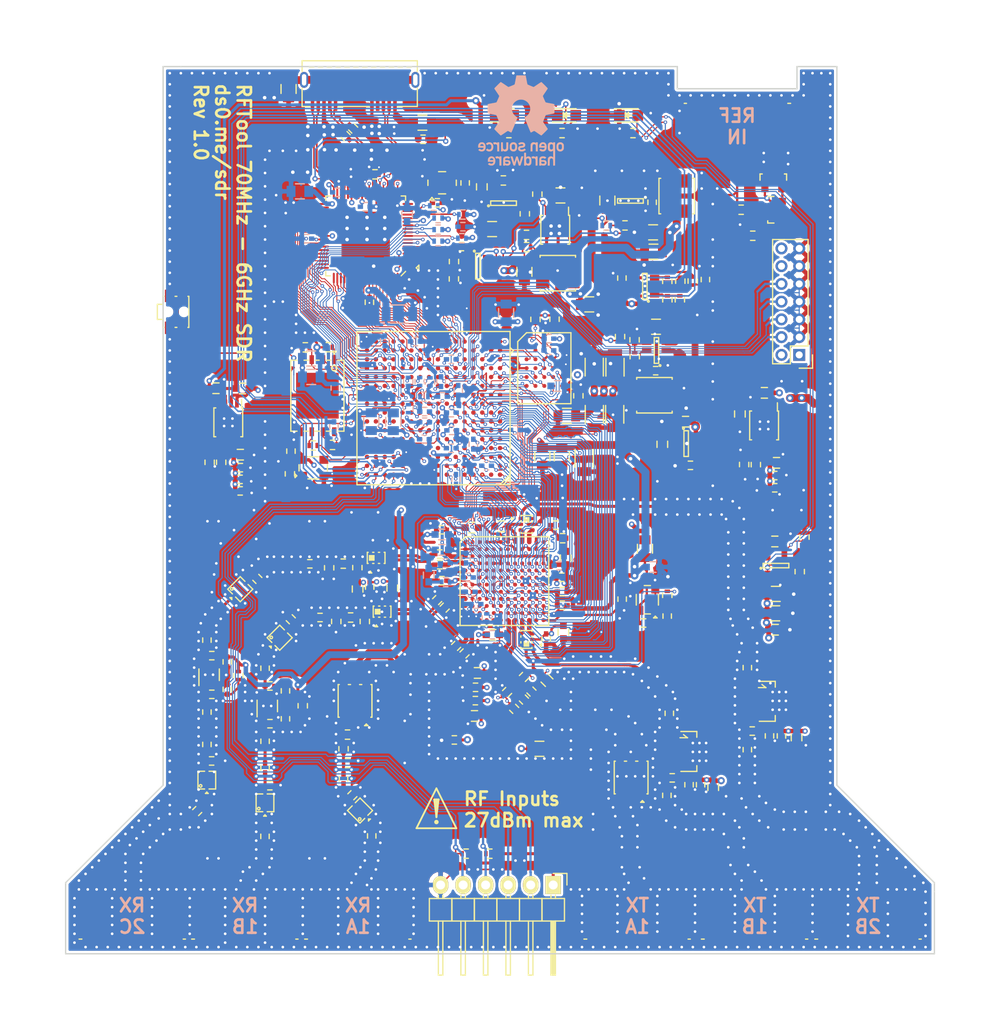
<source format=kicad_pcb>
(kicad_pcb (version 4) (host pcbnew 4.0.4-stable)
  (layers (0 F.Cu signal) (1 In1.Cu signal) (2 In2.Cu signal) (31 B.Cu signal) (34 B.Paste user) (35 F.Paste user) (36 B.SilkS user) (37 F.SilkS user) (38 B.Mask user) (39 F.Mask user) (44 Edge.Cuts user))
  (net 0 "")
  (net 1 "Net-(C1-Pad1)")
  (net 2 "Net-(C1-Pad2)")
  (net 3 "Net-(C2-Pad1)")
  (net 4 "Net-(C2-Pad2)")
  (net 5 "Net-(C3-Pad1)")
  (net 6 "Net-(C3-Pad2)")
  (net 7 GND)
  (net 8 "Net-(C6-Pad1)")
  (net 9 "Net-(C6-Pad2)")
  (net 10 "Net-(C7-Pad1)")
  (net 11 "Net-(C7-Pad2)")
  (net 12 "Net-(C9-Pad1)")
  (net 13 "Net-(C9-Pad2)")
  (net 14 "Net-(C10-Pad1)")
  (net 15 TXA+)
  (net 16 TXA-)
  (net 17 1V3_B)
  (net 18 TXB+)
  (net 19 TXB-)
  (net 20 LNA_3V0)
  (net 21 RXA+)
  (net 22 RXA-)
  (net 23 "Net-(C26-Pad1)")
  (net 24 "Net-(C26-Pad2)")
  (net 25 "Net-(C27-Pad1)")
  (net 26 "Net-(C27-Pad2)")
  (net 27 RXB+)
  (net 28 RXB-)
  (net 29 +5V)
  (net 30 Vbus)
  (net 31 "Net-(C34-Pad1)")
  (net 32 "Net-(C34-Pad2)")
  (net 33 "Net-(C35-Pad1)")
  (net 34 "Net-(C35-Pad2)")
  (net 35 +3V3)
  (net 36 +1V8)
  (net 37 +1V0)
  (net 38 "Net-(C48-Pad1)")
  (net 39 1V3_A)
  (net 40 "Net-(C65-Pad1)")
  (net 41 "Net-(C66-Pad1)")
  (net 42 "Net-(C67-Pad2)")
  (net 43 "Net-(C82-Pad1)")
  (net 44 "Net-(C83-Pad1)")
  (net 45 "/USB 3.0 I/F/Vbus_C")
  (net 46 "/USB 3.0 I/F/FT_~RST")
  (net 47 "/USB 3.0 I/F/FTSSTX+")
  (net 48 "/USB 3.0 I/F/SSTX+")
  (net 49 "Net-(C95-Pad1)")
  (net 50 "/USB 3.0 I/F/FTSSTX-")
  (net 51 "/USB 3.0 I/F/SSTX-")
  (net 52 "Net-(C100-Pad1)")
  (net 53 "Net-(C134-Pad1)")
  (net 54 "Net-(C134-Pad2)")
  (net 55 "Net-(D1-Pad2)")
  (net 56 "Net-(D2-Pad2)")
  (net 57 "Net-(D3-Pad2)")
  (net 58 "/USB 3.0 I/F/USB2_D-")
  (net 59 "/USB 3.0 I/F/USB2_D+")
  (net 60 "/USB 3.0 I/F/SSRX-")
  (net 61 "/USB 3.0 I/F/SSRX+")
  (net 62 "Net-(J6-PadS)")
  (net 63 "Net-(L4-Pad2)")
  (net 64 "Net-(L12-Pad1)")
  (net 65 "Net-(P3-Pad1)")
  (net 66 "/Artix 7 FPGA/JTAG_TMS")
  (net 67 "/Artix 7 FPGA/JTAG_TCK")
  (net 68 "/Artix 7 FPGA/JTAG_TDO")
  (net 69 "/Artix 7 FPGA/JTAG_TDI")
  (net 70 AUX_SDA)
  (net 71 AUX_SCL)
  (net 72 AUX_IO0)
  (net 73 AUX_IO1)
  (net 74 REF_TERM_EN)
  (net 75 "Net-(Q1-Pad2)")
  (net 76 "Net-(Q1-Pad3)")
  (net 77 LED_LINK)
  (net 78 "Net-(R5-Pad2)")
  (net 79 "Net-(R6-Pad1)")
  (net 80 "Net-(R7-Pad2)")
  (net 81 "Net-(R10-Pad1)")
  (net 82 "Net-(R11-Pad2)")
  (net 83 PA_EN)
  (net 84 "Net-(R14-Pad2)")
  (net 85 "Net-(R16-Pad2)")
  (net 86 "Net-(R18-Pad2)")
  (net 87 1V0_EN)
  (net 88 1V8_EN)
  (net 89 3V3_EN)
  (net 90 "Net-(R24-Pad1)")
  (net 91 SPI_SCK)
  (net 92 AD_~RESET)
  (net 93 AD_ENABLE)
  (net 94 "/USB 3.0 I/F/FT_~WAKEUP")
  (net 95 "/USB 3.0 I/F/FT_~SIWU")
  (net 96 "Net-(R34-Pad1)")
  (net 97 FTDI_~WR)
  (net 98 FTDI_~RD)
  (net 99 FTDI_~OE)
  (net 100 "Net-(R38-Pad2)")
  (net 101 "/Artix 7 FPGA/FLASH_DQ2")
  (net 102 "/Artix 7 FPGA/FLASH_~CS")
  (net 103 "/Artix 7 FPGA/CCLK")
  (net 104 "Net-(R41-Pad2)")
  (net 105 "/Artix 7 FPGA/FLASH_DQ3")
  (net 106 "Net-(R43-Pad2)")
  (net 107 "Net-(R44-Pad2)")
  (net 108 "/Artix 7 FPGA/M2")
  (net 109 "/Artix 7 FPGA/M1")
  (net 110 "/Artix 7 FPGA/M0")
  (net 111 RAM_~CS)
  (net 112 RAM_~RESET)
  (net 113 "Net-(R58-Pad1)")
  (net 114 "Net-(R59-Pad1)")
  (net 115 AD_TX~RX)
  (net 116 SPI_MISO)
  (net 117 AD_CLK_OUT)
  (net 118 SPI_~CS)
  (net 119 SPI_MOSI)
  (net 120 TX_D4+)
  (net 121 TX_D5+)
  (net 122 RX_FRAME-)
  (net 123 RX_D5-)
  (net 124 RX_D4-)
  (net 125 TX_D3+)
  (net 126 TX_D4-)
  (net 127 TX_D5-)
  (net 128 RX_FRAME+)
  (net 129 RX_D5+)
  (net 130 RX_D4+)
  (net 131 RX_D3-)
  (net 132 TX_D2+)
  (net 133 TX_D3-)
  (net 134 TX_FRAME+)
  (net 135 TX_FRAME-)
  (net 136 RX_D3+)
  (net 137 RX_D2-)
  (net 138 TX_D1+)
  (net 139 TX_D2-)
  (net 140 FB_CLK-)
  (net 141 FB_CLK+)
  (net 142 RX_D2+)
  (net 143 RX_D1-)
  (net 144 TX_D0+)
  (net 145 TX_D1-)
  (net 146 DATA_CLK+)
  (net 147 DATA_CLK-)
  (net 148 RX_D1+)
  (net 149 RX_D0-)
  (net 150 TX_D0-)
  (net 151 RX_D0+)
  (net 152 FTDI_BE0)
  (net 153 FTDI_BE1)
  (net 154 FTDI_BE2)
  (net 155 FTDI_BE3)
  (net 156 FTDI_~TXE)
  (net 157 FTDI_~RXF)
  (net 158 FTDI_D0)
  (net 159 FTDI_D1)
  (net 160 FTDI_D2)
  (net 161 FTDI_D3)
  (net 162 FTDI_D4)
  (net 163 FTDI_D5)
  (net 164 FTDI_D6)
  (net 165 FTDI_D7)
  (net 166 FTDI_D8)
  (net 167 FTDI_D9)
  (net 168 FTDI_D10)
  (net 169 FTDI_D11)
  (net 170 FTDI_D12)
  (net 171 FTDI_D13)
  (net 172 FTDI_D14)
  (net 173 FTDI_D15)
  (net 174 FTDI_CLK)
  (net 175 FTDI_D16)
  (net 176 FTDI_D17)
  (net 177 FTDI_D18)
  (net 178 FTDI_D19)
  (net 179 FTDI_D20)
  (net 180 FTDI_D21)
  (net 181 FTDI_D22)
  (net 182 FTDI_D23)
  (net 183 FTDI_D24)
  (net 184 FTDI_D25)
  (net 185 FTDI_D26)
  (net 186 FTDI_D27)
  (net 187 FTDI_D28)
  (net 188 FTDI_D29)
  (net 189 FTDI_D30)
  (net 190 FTDI_D31)
  (net 191 "/Artix 7 FPGA/SYSCLK")
  (net 192 "/Artix 7 FPGA/FLASH_DQ1")
  (net 193 "/Artix 7 FPGA/FLASH_DQ0")
  (net 194 RAM_DQ0)
  (net 195 RAM_DQ3)
  (net 196 RAM_DQ2)
  (net 197 RAM_DQ1)
  (net 198 RAM_DQ6)
  (net 199 RAM_DQ7)
  (net 200 RAM_RWDS)
  (net 201 RAM_CLK+)
  (net 202 RAM_DQ4)
  (net 203 RAM_DQ5)
  (net 204 RAM_CLK-)
  (net 205 REF_DC)
  (net 206 REF_AC)
  (net 207 "/RF Frontend/TXAC+")
  (net 208 "/RF Frontend/TXAC-")
  (net 209 "/RF Frontend/RXAC+")
  (net 210 "/RF Frontend/RXAC-")
  (net 211 "/RF Frontend/RXBC+")
  (net 212 "/RF Frontend/RXBC-")
  (net 213 "/USB 3.0 I/F/FTDI_Vcore")
  (net 214 "/AD9361/4 Transceiver/TCXO_IN")
  (net 215 "/AD9361/4 Transceiver/RX_VCO_1V1")
  (net 216 "/AD9361/4 Transceiver/TX_VCO_1V1")
  (net 217 RX2C-)
  (net 218 "/RF Frontend/RX2CC-")
  (net 219 RX2C+)
  (net 220 "/RF Frontend/RX2CC+")
  (net 221 "/AD9361/4 Transceiver/TCXO_PULL")
  (net 222 "Net-(R27-Pad1)")
  (net 223 "Net-(R51-Pad1)")
  (net 224 TX2B-)
  (net 225 TX2B+)
  (net 226 "Net-(C15-Pad1)")
  (net 227 "Net-(C15-Pad2)")
  (net 228 "Net-(C16-Pad1)")
  (net 229 "Net-(C16-Pad2)")
  (net 230 "Net-(C144-Pad1)")
  (net 231 "Net-(C144-Pad2)")
  (net 232 "Net-(C145-Pad1)")
  (net 233 "Net-(C145-Pad2)")
  (net 234 "Net-(C146-Pad1)")
  (net 235 "Net-(C147-Pad1)")
  (net 236 "Net-(C147-Pad2)")
  (net 237 "Net-(C151-Pad1)")
  (net 238 "Net-(C151-Pad2)")
  (net 239 "Net-(L19-Pad2)")
  (net 240 "Net-(R69-Pad1)")
  (net 241 PA_5V0)
  (net 242 "Net-(R20-Pad1)")
  (net 243 "/Artix 7 FPGA/~PROGRAM")
  (module TO_SOT_Packages_SMD:SOT-23 (layer F.Cu) (at 105.83 57.76)
    (fp_text reference Q2)
    (fp_text value 2N7002)
    (pad 1 smd rect (at -0.95 1.00076) (size 0.8001 0.8001) (layers F.Cu F.Paste F.Mask) (net 74 REF_TERM_EN))
    (pad 2 smd rect (at 0.95 1.00076) (size 0.8001 0.8001) (layers F.Cu F.Paste F.Mask) (net 75 "Net-(Q1-Pad2)"))
    (pad 3 smd rect (at 0 -0.99822) (size 0.8001 0.8001) (layers F.Cu F.Paste F.Mask) (net 7 GND))
  )
  (module Capacitors_SMD:C_0402 (layer F.Cu) (at 58.348909 127.131091 45)
    (fp_text reference L3)
    (fp_text value 30nH)
    (pad 1 smd rect (at -0.55 0 45) (size 0.6 0.5) (layers F.Cu F.Paste F.Mask) (net 11 "Net-(C7-Pad2)"))
    (pad 2 smd rect (at 0.55 0 45) (size 0.6 0.5) (layers F.Cu F.Paste F.Mask) (net 7 GND))
  )
  (module Capacitors_SMD:C_0603 (layer F.Cu) (at 45.71 88.75)
    (fp_text reference C52)
    (fp_text value 1µ)
    (pad 1 smd rect (at -0.75 0) (size 0.8 0.75) (layers F.Cu F.Paste F.Mask) (net 39 1V3_A))
    (pad 2 smd rect (at 0.75 0) (size 0.8 0.75) (layers F.Cu F.Paste F.Mask) (net 7 GND))
  )
  (module "Custom Parts:CSP_BGA_144_pitch0.8mm" (layer F.Cu) (at 75.5 103)
    (fp_text reference U12)
    (fp_text value AD9361BBCZ)
    (pad A1 smd circle (at -4.4 -4.4) (size 0.45 0.45) (layers F.Cu F.Paste F.Mask) (net 7 GND))
    (pad B1 smd circle (at -4.4 -3.6) (size 0.45 0.45) (layers F.Cu F.Paste F.Mask) (net 7 GND))
    (pad C1 smd circle (at -4.4 -2.8) (size 0.45 0.45) (layers F.Cu F.Paste F.Mask) (net 217 RX2C-))
    (pad D1 smd circle (at -4.4 -2) (size 0.45 0.45) (layers F.Cu F.Paste F.Mask) (net 219 RX2C+))
    (pad E1 smd circle (at -4.4 -1.2) (size 0.45 0.45) (layers F.Cu F.Paste F.Mask) (net 7 GND))
    (pad F1 smd circle (at -4.4 -0.4) (size 0.45 0.45) (layers F.Cu F.Paste F.Mask) (net 7 GND))
    (pad G1 smd circle (at -4.4 0.4) (size 0.45 0.45) (layers F.Cu F.Paste F.Mask) (net 7 GND))
    (pad H1 smd circle (at -4.4 1.2) (size 0.45 0.45) (layers F.Cu F.Paste F.Mask) (net 27 RXB+))
    (pad J1 smd circle (at -4.4 2) (size 0.45 0.45) (layers F.Cu F.Paste F.Mask) (net 28 RXB-))
    (pad K1 smd circle (at -4.4 2.8) (size 0.45 0.45) (layers F.Cu F.Paste F.Mask) (net 7 GND))
    (pad L1 smd circle (at -4.4 3.6) (size 0.45 0.45) (layers F.Cu F.Paste F.Mask) (net 7 GND))
    (pad M1 smd circle (at -4.4 4.4) (size 0.45 0.45) (layers F.Cu F.Paste F.Mask) (net 21 RXA+))
    (pad A2 smd circle (at -3.6 -4.4) (size 0.45 0.45) (layers F.Cu F.Paste F.Mask) (net 7 GND))
    (pad B2 smd circle (at -3.6 -3.6) (size 0.45 0.45) (layers F.Cu F.Paste F.Mask) (net 7 GND))
    (pad C2 smd circle (at -3.6 -2.8) (size 0.45 0.45) (layers F.Cu F.Paste F.Mask) (net 7 GND))
    (pad D2 smd circle (at -3.6 -2) (size 0.45 0.45) (layers F.Cu F.Paste F.Mask) (net 39 1V3_A))
    (pad E2 smd circle (at -3.6 -1.2) (size 0.45 0.45) (layers F.Cu F.Paste F.Mask) (net 39 1V3_A))
    (pad F2 smd circle (at -3.6 -0.4) (size 0.45 0.45) (layers F.Cu F.Paste F.Mask) (net 39 1V3_A))
    (pad G2 smd circle (at -3.6 0.4) (size 0.45 0.45) (layers F.Cu F.Paste F.Mask) (net 215 "/AD9361/4 Transceiver/RX_VCO_1V1"))
    (pad H2 smd circle (at -3.6 1.2) (size 0.45 0.45) (layers F.Cu F.Paste F.Mask) (net 7 GND))
    (pad J2 smd circle (at -3.6 2) (size 0.45 0.45) (layers F.Cu F.Paste F.Mask) (net 7 GND))
    (pad K2 smd circle (at -3.6 2.8) (size 0.45 0.45) (layers F.Cu F.Paste F.Mask) (net 7 GND))
    (pad L2 smd circle (at -3.6 3.6) (size 0.45 0.45) (layers F.Cu F.Paste F.Mask) (net 7 GND))
    (pad M2 smd circle (at -3.6 4.4) (size 0.45 0.45) (layers F.Cu F.Paste F.Mask) (net 22 RXA-))
    (pad A3 smd circle (at -2.8 -4.4) (size 0.45 0.45) (layers F.Cu F.Paste F.Mask))
    (pad B3 smd circle (at -2.8 -3.6) (size 0.45 0.45) (layers F.Cu F.Paste F.Mask) (net 221 "/AD9361/4 Transceiver/TCXO_PULL"))
    (pad C3 smd circle (at -2.8 -2.8) (size 0.45 0.45) (layers F.Cu F.Paste F.Mask))
    (pad D3 smd circle (at -2.8 -2) (size 0.45 0.45) (layers F.Cu F.Paste F.Mask) (net 17 1V3_B))
    (pad E3 smd circle (at -2.8 -1.2) (size 0.45 0.45) (layers F.Cu F.Paste F.Mask) (net 39 1V3_A))
    (pad F3 smd circle (at -2.8 -0.4) (size 0.45 0.45) (layers F.Cu F.Paste F.Mask) (net 7 GND))
    (pad G3 smd circle (at -2.8 0.4) (size 0.45 0.45) (layers F.Cu F.Paste F.Mask) (net 215 "/AD9361/4 Transceiver/RX_VCO_1V1"))
    (pad H3 smd circle (at -2.8 1.2) (size 0.45 0.45) (layers F.Cu F.Paste F.Mask) (net 7 GND))
    (pad J3 smd circle (at -2.8 2) (size 0.45 0.45) (layers F.Cu F.Paste F.Mask) (net 39 1V3_A))
    (pad K3 smd circle (at -2.8 2.8) (size 0.45 0.45) (layers F.Cu F.Paste F.Mask) (net 39 1V3_A))
    (pad L3 smd circle (at -2.8 3.6) (size 0.45 0.45) (layers F.Cu F.Paste F.Mask) (net 7 GND))
    (pad M3 smd circle (at -2.8 4.4) (size 0.45 0.45) (layers F.Cu F.Paste F.Mask))
    (pad A4 smd circle (at -2 -4.4) (size 0.45 0.45) (layers F.Cu F.Paste F.Mask) (net 7 GND))
    (pad B4 smd circle (at -2 -3.6) (size 0.45 0.45) (layers F.Cu F.Paste F.Mask))
    (pad C4 smd circle (at -2 -2.8) (size 0.45 0.45) (layers F.Cu F.Paste F.Mask) (net 7 GND))
    (pad D4 smd circle (at -2 -2) (size 0.45 0.45) (layers F.Cu F.Paste F.Mask))
    (pad E4 smd circle (at -2 -1.2) (size 0.45 0.45) (layers F.Cu F.Paste F.Mask))
    (pad F4 smd circle (at -2 -0.4) (size 0.45 0.45) (layers F.Cu F.Paste F.Mask))
    (pad G4 smd circle (at -2 0.4) (size 0.45 0.45) (layers F.Cu F.Paste F.Mask))
    (pad H4 smd circle (at -2 1.2) (size 0.45 0.45) (layers F.Cu F.Paste F.Mask) (net 115 AD_TX~RX))
    (pad J4 smd circle (at -2 2) (size 0.45 0.45) (layers F.Cu F.Paste F.Mask) (net 119 SPI_MOSI))
    (pad K4 smd circle (at -2 2.8) (size 0.45 0.45) (layers F.Cu F.Paste F.Mask) (net 17 1V3_B))
    (pad L4 smd circle (at -2 3.6) (size 0.45 0.45) (layers F.Cu F.Paste F.Mask) (net 90 "Net-(R24-Pad1)"))
    (pad M4 smd circle (at -2 4.4) (size 0.45 0.45) (layers F.Cu F.Paste F.Mask) (net 7 GND))
    (pad A5 smd circle (at -1.2 -4.4) (size 0.45 0.45) (layers F.Cu F.Paste F.Mask) (net 7 GND))
    (pad B5 smd circle (at -1.2 -3.6) (size 0.45 0.45) (layers F.Cu F.Paste F.Mask))
    (pad C5 smd circle (at -1.2 -2.8) (size 0.45 0.45) (layers F.Cu F.Paste F.Mask) (net 7 GND))
    (pad D5 smd circle (at -1.2 -2) (size 0.45 0.45) (layers F.Cu F.Paste F.Mask) (net 7 GND))
    (pad E5 smd circle (at -1.2 -1.2) (size 0.45 0.45) (layers F.Cu F.Paste F.Mask))
    (pad F5 smd circle (at -1.2 -0.4) (size 0.45 0.45) (layers F.Cu F.Paste F.Mask))
    (pad G5 smd circle (at -1.2 0.4) (size 0.45 0.45) (layers F.Cu F.Paste F.Mask) (net 7 GND))
    (pad H5 smd circle (at -1.2 1.2) (size 0.45 0.45) (layers F.Cu F.Paste F.Mask) (net 7 GND))
    (pad J5 smd circle (at -1.2 2) (size 0.45 0.45) (layers F.Cu F.Paste F.Mask) (net 91 SPI_SCK))
    (pad K5 smd circle (at -1.2 2.8) (size 0.45 0.45) (layers F.Cu F.Paste F.Mask) (net 92 AD_~RESET))
    (pad L5 smd circle (at -1.2 3.6) (size 0.45 0.45) (layers F.Cu F.Paste F.Mask) (net 7 GND))
    (pad M5 smd circle (at -1.2 4.4) (size 0.45 0.45) (layers F.Cu F.Paste F.Mask) (net 7 GND))
    (pad A6 smd circle (at -0.4 -4.4) (size 0.45 0.45) (layers F.Cu F.Paste F.Mask) (net 7 GND))
    (pad B6 smd circle (at -0.4 -3.6) (size 0.45 0.45) (layers F.Cu F.Paste F.Mask))
    (pad C6 smd circle (at -0.4 -2.8) (size 0.45 0.45) (layers F.Cu F.Paste F.Mask) (net 7 GND))
    (pad D6 smd circle (at -0.4 -2) (size 0.45 0.45) (layers F.Cu F.Paste F.Mask) (net 7 GND))
    (pad E6 smd circle (at -0.4 -1.2) (size 0.45 0.45) (layers F.Cu F.Paste F.Mask))
    (pad F6 smd circle (at -0.4 -0.4) (size 0.45 0.45) (layers F.Cu F.Paste F.Mask))
    (pad G6 smd circle (at -0.4 0.4) (size 0.45 0.45) (layers F.Cu F.Paste F.Mask) (net 93 AD_ENABLE))
    (pad H6 smd circle (at -0.4 1.2) (size 0.45 0.45) (layers F.Cu F.Paste F.Mask) (net 7 GND))
    (pad J6 smd circle (at -0.4 2) (size 0.45 0.45) (layers F.Cu F.Paste F.Mask) (net 117 AD_CLK_OUT))
    (pad K6 smd circle (at -0.4 2.8) (size 0.45 0.45) (layers F.Cu F.Paste F.Mask) (net 118 SPI_~CS))
    (pad L6 smd circle (at -0.4 3.6) (size 0.45 0.45) (layers F.Cu F.Paste F.Mask) (net 116 SPI_MISO))
    (pad M6 smd circle (at -0.4 4.4) (size 0.45 0.45) (layers F.Cu F.Paste F.Mask) (net 7 GND))
    (pad A7 smd circle (at 0.4 -4.4) (size 0.45 0.45) (layers F.Cu F.Paste F.Mask) (net 17 1V3_B))
    (pad B7 smd circle (at 0.4 -3.6) (size 0.45 0.45) (layers F.Cu F.Paste F.Mask))
    (pad C7 smd circle (at 0.4 -2.8) (size 0.45 0.45) (layers F.Cu F.Paste F.Mask) (net 7 GND))
    (pad D7 smd circle (at 0.4 -2) (size 0.45 0.45) (layers F.Cu F.Paste F.Mask) (net 120 TX_D4+))
    (pad E7 smd circle (at 0.4 -1.2) (size 0.45 0.45) (layers F.Cu F.Paste F.Mask) (net 121 TX_D5+))
    (pad F7 smd circle (at 0.4 -0.4) (size 0.45 0.45) (layers F.Cu F.Paste F.Mask) (net 7 GND))
    (pad G7 smd circle (at 0.4 0.4) (size 0.45 0.45) (layers F.Cu F.Paste F.Mask) (net 122 RX_FRAME-))
    (pad H7 smd circle (at 0.4 1.2) (size 0.45 0.45) (layers F.Cu F.Paste F.Mask) (net 7 GND))
    (pad J7 smd circle (at 0.4 2) (size 0.45 0.45) (layers F.Cu F.Paste F.Mask) (net 123 RX_D5-))
    (pad K7 smd circle (at 0.4 2.8) (size 0.45 0.45) (layers F.Cu F.Paste F.Mask) (net 124 RX_D4-))
    (pad L7 smd circle (at 0.4 3.6) (size 0.45 0.45) (layers F.Cu F.Paste F.Mask) (net 7 GND))
    (pad M7 smd circle (at 0.4 4.4) (size 0.45 0.45) (layers F.Cu F.Paste F.Mask) (net 15 TXA+))
    (pad A8 smd circle (at 1.2 -4.4) (size 0.45 0.45) (layers F.Cu F.Paste F.Mask) (net 17 1V3_B))
    (pad B8 smd circle (at 1.2 -3.6) (size 0.45 0.45) (layers F.Cu F.Paste F.Mask) (net 20 LNA_3V0))
    (pad C8 smd circle (at 1.2 -2.8) (size 0.45 0.45) (layers F.Cu F.Paste F.Mask) (net 7 GND))
    (pad D8 smd circle (at 1.2 -2) (size 0.45 0.45) (layers F.Cu F.Paste F.Mask) (net 125 TX_D3+))
    (pad E8 smd circle (at 1.2 -1.2) (size 0.45 0.45) (layers F.Cu F.Paste F.Mask) (net 126 TX_D4-))
    (pad F8 smd circle (at 1.2 -0.4) (size 0.45 0.45) (layers F.Cu F.Paste F.Mask) (net 127 TX_D5-))
    (pad G8 smd circle (at 1.2 0.4) (size 0.45 0.45) (layers F.Cu F.Paste F.Mask) (net 128 RX_FRAME+))
    (pad H8 smd circle (at 1.2 1.2) (size 0.45 0.45) (layers F.Cu F.Paste F.Mask) (net 129 RX_D5+))
    (pad J8 smd circle (at 1.2 2) (size 0.45 0.45) (layers F.Cu F.Paste F.Mask) (net 130 RX_D4+))
    (pad K8 smd circle (at 1.2 2.8) (size 0.45 0.45) (layers F.Cu F.Paste F.Mask) (net 131 RX_D3-))
    (pad L8 smd circle (at 1.2 3.6) (size 0.45 0.45) (layers F.Cu F.Paste F.Mask) (net 7 GND))
    (pad M8 smd circle (at 1.2 4.4) (size 0.45 0.45) (layers F.Cu F.Paste F.Mask) (net 16 TXA-))
    (pad A9 smd circle (at 2 -4.4) (size 0.45 0.45) (layers F.Cu F.Paste F.Mask) (net 224 TX2B-))
    (pad B9 smd circle (at 2 -3.6) (size 0.45 0.45) (layers F.Cu F.Paste F.Mask) (net 39 1V3_A))
    (pad C9 smd circle (at 2 -2.8) (size 0.45 0.45) (layers F.Cu F.Paste F.Mask) (net 7 GND))
    (pad D9 smd circle (at 2 -2) (size 0.45 0.45) (layers F.Cu F.Paste F.Mask) (net 132 TX_D2+))
    (pad E9 smd circle (at 2 -1.2) (size 0.45 0.45) (layers F.Cu F.Paste F.Mask) (net 133 TX_D3-))
    (pad F9 smd circle (at 2 -0.4) (size 0.45 0.45) (layers F.Cu F.Paste F.Mask) (net 7 GND))
    (pad G9 smd circle (at 2 0.4) (size 0.45 0.45) (layers F.Cu F.Paste F.Mask) (net 134 TX_FRAME+))
    (pad H9 smd circle (at 2 1.2) (size 0.45 0.45) (layers F.Cu F.Paste F.Mask) (net 135 TX_FRAME-))
    (pad J9 smd circle (at 2 2) (size 0.45 0.45) (layers F.Cu F.Paste F.Mask) (net 136 RX_D3+))
    (pad K9 smd circle (at 2 2.8) (size 0.45 0.45) (layers F.Cu F.Paste F.Mask) (net 137 RX_D2-))
    (pad L9 smd circle (at 2 3.6) (size 0.45 0.45) (layers F.Cu F.Paste F.Mask) (net 7 GND))
    (pad M9 smd circle (at 2 4.4) (size 0.45 0.45) (layers F.Cu F.Paste F.Mask) (net 18 TXB+))
    (pad A10 smd circle (at 2.8 -4.4) (size 0.45 0.45) (layers F.Cu F.Paste F.Mask) (net 225 TX2B+))
    (pad B10 smd circle (at 2.8 -3.6) (size 0.45 0.45) (layers F.Cu F.Paste F.Mask) (net 39 1V3_A))
    (pad C10 smd circle (at 2.8 -2.8) (size 0.45 0.45) (layers F.Cu F.Paste F.Mask) (net 7 GND))
    (pad D10 smd circle (at 2.8 -2) (size 0.45 0.45) (layers F.Cu F.Paste F.Mask) (net 138 TX_D1+))
    (pad E10 smd circle (at 2.8 -1.2) (size 0.45 0.45) (layers F.Cu F.Paste F.Mask) (net 139 TX_D2-))
    (pad F10 smd circle (at 2.8 -0.4) (size 0.45 0.45) (layers F.Cu F.Paste F.Mask) (net 141 FB_CLK+))
    (pad G10 smd circle (at 2.8 0.4) (size 0.45 0.45) (layers F.Cu F.Paste F.Mask) (net 140 FB_CLK-))
    (pad H10 smd circle (at 2.8 1.2) (size 0.45 0.45) (layers F.Cu F.Paste F.Mask) (net 7 GND))
    (pad J10 smd circle (at 2.8 2) (size 0.45 0.45) (layers F.Cu F.Paste F.Mask) (net 142 RX_D2+))
    (pad K10 smd circle (at 2.8 2.8) (size 0.45 0.45) (layers F.Cu F.Paste F.Mask) (net 143 RX_D1-))
    (pad L10 smd circle (at 2.8 3.6) (size 0.45 0.45) (layers F.Cu F.Paste F.Mask) (net 7 GND))
    (pad M10 smd circle (at 2.8 4.4) (size 0.45 0.45) (layers F.Cu F.Paste F.Mask) (net 19 TXB-))
    (pad A11 smd circle (at 3.6 -4.4) (size 0.45 0.45) (layers F.Cu F.Paste F.Mask) (net 216 "/AD9361/4 Transceiver/TX_VCO_1V1"))
    (pad B11 smd circle (at 3.6 -3.6) (size 0.45 0.45) (layers F.Cu F.Paste F.Mask) (net 216 "/AD9361/4 Transceiver/TX_VCO_1V1"))
    (pad C11 smd circle (at 3.6 -2.8) (size 0.45 0.45) (layers F.Cu F.Paste F.Mask) (net 7 GND))
    (pad D11 smd circle (at 3.6 -2) (size 0.45 0.45) (layers F.Cu F.Paste F.Mask) (net 144 TX_D0+))
    (pad E11 smd circle (at 3.6 -1.2) (size 0.45 0.45) (layers F.Cu F.Paste F.Mask) (net 145 TX_D1-))
    (pad F11 smd circle (at 3.6 -0.4) (size 0.45 0.45) (layers F.Cu F.Paste F.Mask) (net 7 GND))
    (pad G11 smd circle (at 3.6 0.4) (size 0.45 0.45) (layers F.Cu F.Paste F.Mask) (net 146 DATA_CLK+))
    (pad H11 smd circle (at 3.6 1.2) (size 0.45 0.45) (layers F.Cu F.Paste F.Mask) (net 147 DATA_CLK-))
    (pad J11 smd circle (at 3.6 2) (size 0.45 0.45) (layers F.Cu F.Paste F.Mask) (net 148 RX_D1+))
    (pad K11 smd circle (at 3.6 2.8) (size 0.45 0.45) (layers F.Cu F.Paste F.Mask) (net 149 RX_D0-))
    (pad L11 smd circle (at 3.6 3.6) (size 0.45 0.45) (layers F.Cu F.Paste F.Mask) (net 7 GND))
    (pad M11 smd circle (at 3.6 4.4) (size 0.45 0.45) (layers F.Cu F.Paste F.Mask))
    (pad A12 smd circle (at 4.4 -4.4) (size 0.45 0.45) (layers F.Cu F.Paste F.Mask) (net 7 GND))
    (pad B12 smd circle (at 4.4 -3.6) (size 0.45 0.45) (layers F.Cu F.Paste F.Mask) (net 7 GND))
    (pad C12 smd circle (at 4.4 -2.8) (size 0.45 0.45) (layers F.Cu F.Paste F.Mask) (net 7 GND))
    (pad D12 smd circle (at 4.4 -2) (size 0.45 0.45) (layers F.Cu F.Paste F.Mask) (net 7 GND))
    (pad E12 smd circle (at 4.4 -1.2) (size 0.45 0.45) (layers F.Cu F.Paste F.Mask) (net 150 TX_D0-))
    (pad F12 smd circle (at 4.4 -0.4) (size 0.45 0.45) (layers F.Cu F.Paste F.Mask) (net 17 1V3_B))
    (pad G12 smd circle (at 4.4 0.4) (size 0.45 0.45) (layers F.Cu F.Paste F.Mask) (net 7 GND))
    (pad H12 smd circle (at 4.4 1.2) (size 0.45 0.45) (layers F.Cu F.Paste F.Mask) (net 36 +1V8))
    (pad J12 smd circle (at 4.4 2) (size 0.45 0.45) (layers F.Cu F.Paste F.Mask) (net 151 RX_D0+))
    (pad K12 smd circle (at 4.4 2.8) (size 0.45 0.45) (layers F.Cu F.Paste F.Mask) (net 7 GND))
    (pad L12 smd circle (at 4.4 3.6) (size 0.45 0.45) (layers F.Cu F.Paste F.Mask) (net 7 GND))
    (pad M12 smd circle (at 4.4 4.4) (size 0.45 0.45) (layers F.Cu F.Paste F.Mask) (net 214 "/AD9361/4 Transceiver/TCXO_IN"))
  )
  (module Capacitors_SMD:C_0402 (layer F.Cu) (at 80.2 109.5 270)
    (fp_text reference C20)
    (fp_text value 10n)
    (pad 1 smd rect (at -0.55 0 270) (size 0.6 0.5) (layers F.Cu F.Paste F.Mask) (net 17 1V3_B))
    (pad 2 smd rect (at 0.55 0 270) (size 0.6 0.5) (layers F.Cu F.Paste F.Mask) (net 7 GND))
  )
  (module "Custom Parts:BMI-S-209-F" (layer F.Cu) (at 75 109.75 270)
    (fp_text reference J3)
    (fp_text value BMI-S-209-F)
    (pad 1 smd rect (at -14.57 -6.885) (size 5.55 1) (layers F.Cu F.Paste F.Mask) (net 7 GND))
    (pad 1 smd rect (at -14.57 0) (size 3.8 1) (layers F.Cu F.Paste F.Mask) (net 7 GND))
    (pad 1 smd rect (at -14.57 6.865) (size 5.55 1) (layers F.Cu F.Paste F.Mask) (net 7 GND))
    (pad 1 smd rect (at -12.78 9.14 270) (size 4.58 1) (layers F.Cu F.Paste F.Mask) (net 7 GND))
    (pad 1 smd rect (at -5.99 9.14 270) (size 3.8 1) (layers F.Cu F.Paste F.Mask) (net 7 GND))
    (pad 1 smd rect (at 0.01 9.14 270) (size 3.8 1) (layers F.Cu F.Paste F.Mask) (net 7 GND))
    (pad 1 smd rect (at 6.01 9.14 270) (size 3.8 1) (layers F.Cu F.Paste F.Mask) (net 7 GND))
    (pad 1 smd rect (at 12.6 9.14 270) (size 4.98 1) (layers F.Cu F.Paste F.Mask) (net 7 GND))
    (pad 1 smd rect (at 14.59 7.07) (size 5.14 1) (layers F.Cu F.Paste F.Mask) (net 7 GND))
    (pad 1 smd rect (at 14.59 0) (size 3.8 1) (layers F.Cu F.Paste F.Mask) (net 7 GND))
    (pad 1 smd rect (at 14.59 -6.885) (size 5.55 1) (layers F.Cu F.Paste F.Mask) (net 7 GND))
    (pad 1 smd rect (at 12.6 -9.16 270) (size 4.98 1) (layers F.Cu F.Paste F.Mask) (net 7 GND))
    (pad 1 smd rect (at 6.01 -9.16 270) (size 3.8 1) (layers F.Cu F.Paste F.Mask) (net 7 GND))
    (pad 1 smd rect (at 0.01 -9.16 270) (size 3.8 1) (layers F.Cu F.Paste F.Mask) (net 7 GND))
    (pad 1 smd rect (at -5.99 -9.16 270) (size 3.8 1) (layers F.Cu F.Paste F.Mask) (net 7 GND))
    (pad 1 smd rect (at -12.78 -9.16 270) (size 4.58 1) (layers F.Cu F.Paste F.Mask) (net 7 GND))
  )
  (module Capacitors_SMD:C_0603 (layer F.Cu) (at 58.94 103.89 270)
    (fp_text reference C68)
    (fp_text value 1µ)
    (pad 1 smd rect (at -0.75 0 270) (size 0.8 0.75) (layers F.Cu F.Paste F.Mask) (net 39 1V3_A))
    (pad 2 smd rect (at 0.75 0 270) (size 0.8 0.75) (layers F.Cu F.Paste F.Mask) (net 7 GND))
  )
  (module Capacitors_SMD:C_0402 (layer B.Cu) (at 68.83 100.98 180)
    (fp_text reference C80)
    (fp_text value 100n)
    (pad 1 smd rect (at -0.55 0 180) (size 0.6 0.5) (layers B.Cu B.Paste B.Mask) (net 17 1V3_B))
    (pad 2 smd rect (at 0.55 0 180) (size 0.6 0.5) (layers B.Cu B.Paste B.Mask) (net 7 GND))
  )
  (module Capacitors_SMD:C_0402 (layer B.Cu) (at 71.16 100.4 90)
    (fp_text reference C72)
    (fp_text value 10n)
    (pad 1 smd rect (at -0.55 0 90) (size 0.6 0.5) (layers B.Cu B.Paste B.Mask) (net 39 1V3_A))
    (pad 2 smd rect (at 0.55 0 90) (size 0.6 0.5) (layers B.Cu B.Paste B.Mask) (net 7 GND))
  )
  (module "Custom Parts:BMI-S-205-F" (layer F.Cu) (at 51.65 115.15 180)
    (fp_text reference J4)
    (fp_text value BMI-S-205-F)
    (pad 1 smd rect (at -11.575 18.95 180) (size 3.05 1) (layers F.Cu F.Paste F.Mask) (net 7 GND))
    (pad 1 smd rect (at -5.7 18.95 180) (size 3.3 1) (layers F.Cu F.Paste F.Mask) (net 7 GND))
    (pad 1 smd rect (at 0.3 18.95 180) (size 3.3 1) (layers F.Cu F.Paste F.Mask) (net 7 GND))
    (pad 1 smd rect (at 6.3 18.95 180) (size 3.3 1) (layers F.Cu F.Paste F.Mask) (net 7 GND))
    (pad 1 smd rect (at 11.575 18.95 180) (size 3.05 1) (layers F.Cu F.Paste F.Mask) (net 7 GND))
    (pad 1 smd rect (at -12.6 17.925 270) (size 3.05 1) (layers F.Cu F.Paste F.Mask) (net 7 GND))
    (pad 1 smd rect (at -12.6 12.05 270) (size 3.3 1) (layers F.Cu F.Paste F.Mask) (net 7 GND))
    (pad 1 smd rect (at -12.6 6.05 270) (size 3.3 1) (layers F.Cu F.Paste F.Mask) (net 7 GND))
    (pad 1 smd rect (at -12.6 0.05 270) (size 3.3 1) (layers F.Cu F.Paste F.Mask) (net 7 GND))
    (pad 1 smd rect (at -12.6 -5.95 270) (size 3.3 1) (layers F.Cu F.Paste F.Mask) (net 7 GND))
    (pad 1 smd rect (at -12.6 -11.95 270) (size 3.3 1) (layers F.Cu F.Paste F.Mask) (net 7 GND))
    (pad 1 smd rect (at -12.6 -17.875 270) (size 3.15 1) (layers F.Cu F.Paste F.Mask) (net 7 GND))
    (pad 1 smd rect (at -11.575 -18.95 180) (size 3.05 1) (layers F.Cu F.Paste F.Mask) (net 7 GND))
    (pad 1 smd rect (at -5.7 -18.95 180) (size 3.3 1) (layers F.Cu F.Paste F.Mask) (net 7 GND))
    (pad 1 smd rect (at 0.3 -18.95 180) (size 3.3 1) (layers F.Cu F.Paste F.Mask) (net 7 GND))
    (pad 1 smd rect (at 6.3 -18.95 180) (size 3.3 1) (layers F.Cu F.Paste F.Mask) (net 7 GND))
    (pad 1 smd rect (at 11.575 -18.95 180) (size 3.05 1) (layers F.Cu F.Paste F.Mask) (net 7 GND))
    (pad 1 smd rect (at 12.6 -17.875 270) (size 3.15 1) (layers F.Cu F.Paste F.Mask) (net 7 GND))
    (pad 1 smd rect (at 12.6 -11.95 270) (size 3.3 1) (layers F.Cu F.Paste F.Mask) (net 7 GND))
    (pad 1 smd rect (at 12.6 -5.95 270) (size 3.3 1) (layers F.Cu F.Paste F.Mask) (net 7 GND))
    (pad 1 smd rect (at 12.6 -0.05 270) (size 3.3 1) (layers F.Cu F.Paste F.Mask) (net 7 GND))
    (pad 1 smd rect (at 12.6 6.05 270) (size 3.3 1) (layers F.Cu F.Paste F.Mask) (net 7 GND))
    (pad 1 smd rect (at 12.6 12.05 270) (size 3.3 1) (layers F.Cu F.Paste F.Mask) (net 7 GND))
    (pad 1 smd rect (at 12.6 17.925 270) (size 3.05 1) (layers F.Cu F.Paste F.Mask) (net 7 GND))
  )
  (module "Custom Parts:BMI-S-230-F-R" (layer B.Cu) (at 69.8 92.2 270)
    (fp_text reference J2)
    (fp_text value BMI-S-230-F-R)
    (pad 1 smd rect (at 0 18.95 270) (size 3.8 1) (layers B.Cu B.Paste B.Mask) (net 7 GND))
    (pad 1 smd rect (at 6 18.95 270) (size 3.8 1) (layers B.Cu B.Paste B.Mask) (net 7 GND))
    (pad 1 smd rect (at 12 18.95 270) (size 3.8 1) (layers B.Cu B.Paste B.Mask) (net 7 GND))
    (pad 1 smd rect (at 18 18.95 270) (size 3.8 1) (layers B.Cu B.Paste B.Mask) (net 7 GND))
    (pad 1 smd rect (at -6 18.95 270) (size 3.8 1) (layers B.Cu B.Paste B.Mask) (net 7 GND))
    (pad 1 smd rect (at -12 18.95 270) (size 3.8 1) (layers B.Cu B.Paste B.Mask) (net 7 GND))
    (pad 1 smd rect (at -18 18.95 270) (size 3.8 1) (layers B.Cu B.Paste B.Mask) (net 7 GND))
    (pad 1 smd rect (at 0 -18.95 270) (size 3.8 1) (layers B.Cu B.Paste B.Mask) (net 7 GND))
    (pad 1 smd rect (at -6 -18.95 270) (size 3.8 1) (layers B.Cu B.Paste B.Mask) (net 7 GND))
    (pad 1 smd rect (at -12 -18.95 270) (size 3.8 1) (layers B.Cu B.Paste B.Mask) (net 7 GND))
    (pad 1 smd rect (at -18 -18.95 270) (size 3.8 1) (layers B.Cu B.Paste B.Mask) (net 7 GND))
    (pad 1 smd rect (at 6 -18.95 270) (size 3.8 1) (layers B.Cu B.Paste B.Mask) (net 7 GND))
    (pad 1 smd rect (at 12 -18.95 270) (size 3.8 1) (layers B.Cu B.Paste B.Mask) (net 7 GND))
    (pad 1 smd rect (at 18 -18.95 270) (size 3.8 1) (layers B.Cu B.Paste B.Mask) (net 7 GND))
    (pad 1 smd rect (at -25.3 0 180) (size 3.8 1) (layers B.Cu B.Paste B.Mask) (net 7 GND))
    (pad 1 smd rect (at -25.3 6 180) (size 3.8 1) (layers B.Cu B.Paste B.Mask) (net 7 GND))
    (pad 1 smd rect (at -25.3 12 180) (size 3.8 1) (layers B.Cu B.Paste B.Mask) (net 7 GND))
    (pad 1 smd rect (at -25.3 -6 180) (size 3.8 1) (layers B.Cu B.Paste B.Mask) (net 7 GND))
    (pad 1 smd rect (at -25.3 -12 180) (size 3.8 1) (layers B.Cu B.Paste B.Mask) (net 7 GND))
    (pad 1 smd rect (at 25.3 -12 180) (size 3.8 1) (layers B.Cu B.Paste B.Mask) (net 7 GND))
    (pad 1 smd rect (at 25.3 -6 180) (size 3.8 1) (layers B.Cu B.Paste B.Mask) (net 7 GND))
    (pad 1 smd rect (at 25.3 0 180) (size 3.8 1) (layers B.Cu B.Paste B.Mask) (net 7 GND))
    (pad 1 smd rect (at 25.3 6 180) (size 3.8 1) (layers B.Cu B.Paste B.Mask) (net 7 GND))
    (pad 1 smd rect (at 25.3 12 180) (size 3.8 1) (layers B.Cu B.Paste B.Mask) (net 7 GND))
    (pad 1 smd rect (at 23.875 18.95 270) (size 3.85 1) (layers B.Cu B.Paste B.Mask) (net 7 GND))
    (pad 1 smd rect (at 25.3 17.775 180) (size 3.35 1) (layers B.Cu B.Paste B.Mask) (net 7 GND))
    (pad 1 smd rect (at 25.3 -17.775 180) (size 3.35 1) (layers B.Cu B.Paste B.Mask) (net 7 GND))
    (pad 1 smd rect (at 23.875 -18.95 270) (size 3.85 1) (layers B.Cu B.Paste B.Mask) (net 7 GND))
    (pad 1 smd rect (at -23.875 -18.95 270) (size 3.85 1) (layers B.Cu B.Paste B.Mask) (net 7 GND))
    (pad 1 smd rect (at -23.875 18.95 270) (size 3.85 1) (layers B.Cu B.Paste B.Mask) (net 7 GND))
    (pad 1 smd rect (at -25.3 -17.775 180) (size 3.35 1) (layers B.Cu B.Paste B.Mask) (net 7 GND))
    (pad 1 smd rect (at -25.3 17.775 180) (size 3.35 1) (layers B.Cu B.Paste B.Mask) (net 7 GND))
  )
  (module "Custom Parts:BMI-S-205-F" (layer F.Cu) (at 98.25 115)
    (fp_text reference J5)
    (fp_text value BMI-S-205-F)
    (pad 1 smd rect (at -11.575 18.95) (size 3.05 1) (layers F.Cu F.Paste F.Mask) (net 7 GND))
    (pad 1 smd rect (at -5.7 18.95) (size 3.3 1) (layers F.Cu F.Paste F.Mask) (net 7 GND))
    (pad 1 smd rect (at 0.3 18.95) (size 3.3 1) (layers F.Cu F.Paste F.Mask) (net 7 GND))
    (pad 1 smd rect (at 6.3 18.95) (size 3.3 1) (layers F.Cu F.Paste F.Mask) (net 7 GND))
    (pad 1 smd rect (at 11.575 18.95) (size 3.05 1) (layers F.Cu F.Paste F.Mask) (net 7 GND))
    (pad 1 smd rect (at -12.6 17.925 90) (size 3.05 1) (layers F.Cu F.Paste F.Mask) (net 7 GND))
    (pad 1 smd rect (at -12.6 12.05 90) (size 3.3 1) (layers F.Cu F.Paste F.Mask) (net 7 GND))
    (pad 1 smd rect (at -12.6 6.05 90) (size 3.3 1) (layers F.Cu F.Paste F.Mask) (net 7 GND))
    (pad 1 smd rect (at -12.6 0.05 90) (size 3.3 1) (layers F.Cu F.Paste F.Mask) (net 7 GND))
    (pad 1 smd rect (at -12.6 -5.95 90) (size 3.3 1) (layers F.Cu F.Paste F.Mask) (net 7 GND))
    (pad 1 smd rect (at -12.6 -11.95 90) (size 3.3 1) (layers F.Cu F.Paste F.Mask) (net 7 GND))
    (pad 1 smd rect (at -12.6 -17.875 90) (size 3.15 1) (layers F.Cu F.Paste F.Mask) (net 7 GND))
    (pad 1 smd rect (at -11.575 -18.95) (size 3.05 1) (layers F.Cu F.Paste F.Mask) (net 7 GND))
    (pad 1 smd rect (at -5.7 -18.95) (size 3.3 1) (layers F.Cu F.Paste F.Mask) (net 7 GND))
    (pad 1 smd rect (at 0.3 -18.95) (size 3.3 1) (layers F.Cu F.Paste F.Mask) (net 7 GND))
    (pad 1 smd rect (at 6.3 -18.95) (size 3.3 1) (layers F.Cu F.Paste F.Mask) (net 7 GND))
    (pad 1 smd rect (at 11.575 -18.95) (size 3.05 1) (layers F.Cu F.Paste F.Mask) (net 7 GND))
    (pad 1 smd rect (at 12.6 -17.875 90) (size 3.15 1) (layers F.Cu F.Paste F.Mask) (net 7 GND))
    (pad 1 smd rect (at 12.6 -11.95 90) (size 3.3 1) (layers F.Cu F.Paste F.Mask) (net 7 GND))
    (pad 1 smd rect (at 12.6 -5.95 90) (size 3.3 1) (layers F.Cu F.Paste F.Mask) (net 7 GND))
    (pad 1 smd rect (at 12.6 -0.05 90) (size 3.3 1) (layers F.Cu F.Paste F.Mask) (net 7 GND))
    (pad 1 smd rect (at 12.6 6.05 90) (size 3.3 1) (layers F.Cu F.Paste F.Mask) (net 7 GND))
    (pad 1 smd rect (at 12.6 12.05 90) (size 3.3 1) (layers F.Cu F.Paste F.Mask) (net 7 GND))
    (pad 1 smd rect (at 12.6 17.925 90) (size 3.05 1) (layers F.Cu F.Paste F.Mask) (net 7 GND))
  )
  (module TO_SOT_Packages_SMD:SOT89-3_Housing (layer F.Cu) (at 95.9 122.2 270)
    (fp_text reference U1)
    (fp_text value ADL5611)
    (pad 1 smd rect (at -1.50114 1.85166 270) (size 1.00076 1.50114) (layers F.Cu F.Paste F.Mask) (net 13 "Net-(C9-Pad2)"))
    (pad 2 smd rect (at 0 1.85166 270) (size 1.00076 1.50114) (layers F.Cu F.Paste F.Mask) (net 7 GND))
    (pad 3 smd rect (at 1.50114 1.85166 270) (size 1.00076 1.50114) (layers F.Cu F.Paste F.Mask) (net 5 "Net-(C3-Pad1)"))
    (pad 2 smd rect (at 0 -1.09982 270) (size 1.99898 2.99974) (layers F.Cu F.Paste F.Mask) (net 7 GND))
    (pad 2 smd trapezoid (at 0 0.7493 90) (size 1.50114 0.7493) (rect_delta 0 0.50038) (layers F.Cu F.Paste F.Mask) (net 7 GND))
  )
  (module Capacitors_SMD:C_0402 (layer F.Cu) (at 45.71 90.21)
    (fp_text reference C59)
    (fp_text value 10n)
    (pad 1 smd rect (at -0.55 0) (size 0.6 0.5) (layers F.Cu F.Paste F.Mask) (net 39 1V3_A))
    (pad 2 smd rect (at 0.55 0) (size 0.6 0.5) (layers F.Cu F.Paste F.Mask) (net 7 GND))
  )
  (module "Custom Parts:SMA-EDGE-73251-1150" (layer F.Cu) (at 101.75 49.15 270)
    (fp_text reference P6)
    (fp_text value 73251-1150)
    (pad 2 smd rect (at 2.54 -4.3815 270) (size 5.08 2.413) (layers F.Cu F.Paste F.Mask) (net 7 GND))
    (pad 2 smd rect (at 2.54 4.3815 270) (size 5.08 2.413) (layers F.Cu F.Paste F.Mask) (net 7 GND))
    (pad 1 smd rect (at 2.54 0 270) (size 5.08 1.25) (layers F.Cu F.Paste F.Mask) (net 54 "Net-(C134-Pad2)"))
    (pad 2 smd rect (at 2.54 -4.3815 270) (size 5.08 2.413) (layers B.Cu B.Paste B.Mask) (net 7 GND))
    (pad 2 smd rect (at 2.54 4.3815 270) (size 5.08 2.413) (layers B.Cu B.Paste B.Mask) (net 7 GND))
  )
  (module "Custom Parts:SMA-EDGE-73251-1150" (layer F.Cu) (at 103.75 143.35 90)
    (fp_text reference P4)
    (fp_text value 73251-1150)
    (pad 2 smd rect (at 2.54 -4.3815 90) (size 5.08 2.413) (layers F.Cu F.Paste F.Mask) (net 7 GND))
    (pad 2 smd rect (at 2.54 4.3815 90) (size 5.08 2.413) (layers F.Cu F.Paste F.Mask) (net 7 GND))
    (pad 1 smd rect (at 2.54 0 90) (size 5.08 1.25) (layers F.Cu F.Paste F.Mask) (net 6 "Net-(C3-Pad2)"))
    (pad 2 smd rect (at 2.54 -4.3815 90) (size 5.08 2.413) (layers B.Cu B.Paste B.Mask) (net 7 GND))
    (pad 2 smd rect (at 2.54 4.3815 90) (size 5.08 2.413) (layers B.Cu B.Paste B.Mask) (net 7 GND))
  )
  (module "Custom Parts:SMA-EDGE-73251-1150" (layer F.Cu) (at 33.55 143.35 90)
    (fp_text reference P8)
    (fp_text value 73251-1150)
    (pad 2 smd rect (at 2.54 -4.3815 90) (size 5.08 2.413) (layers F.Cu F.Paste F.Mask) (net 7 GND))
    (pad 2 smd rect (at 2.54 4.3815 90) (size 5.08 2.413) (layers F.Cu F.Paste F.Mask) (net 7 GND))
    (pad 1 smd rect (at 2.54 0 90) (size 5.08 1.25) (layers F.Cu F.Paste F.Mask) (net 229 "Net-(C16-Pad2)"))
    (pad 2 smd rect (at 2.54 -4.3815 90) (size 5.08 2.413) (layers B.Cu B.Paste B.Mask) (net 7 GND))
    (pad 2 smd rect (at 2.54 4.3815 90) (size 5.08 2.413) (layers B.Cu B.Paste B.Mask) (net 7 GND))
  )
  (module "Custom Parts:MICROUSB-GSB343K33HRCTV" (layer F.Cu) (at 58.5 46.5 180)
    (fp_text reference J6)
    (fp_text value GSB343K33HRCT)
    (pad 1 smd rect (at -4.65 -2.825 180) (size 0.4 1.35) (layers F.Cu F.Paste F.Mask) (net 45 "/USB 3.0 I/F/Vbus_C"))
    (pad 2 smd rect (at -4 -2.825 180) (size 0.4 1.35) (layers F.Cu F.Paste F.Mask) (net 58 "/USB 3.0 I/F/USB2_D-"))
    (pad 3 smd rect (at -3.35 -2.825 180) (size 0.4 1.35) (layers F.Cu F.Paste F.Mask) (net 59 "/USB 3.0 I/F/USB2_D+"))
    (pad 4 smd rect (at -2.7 -2.825 180) (size 0.4 1.35) (layers F.Cu F.Paste F.Mask))
    (pad 5 smd rect (at -2.05 -2.825 180) (size 0.4 1.35) (layers F.Cu F.Paste F.Mask) (net 7 GND))
    (pad 6 smd rect (at 2.05 -2.825 180) (size 0.4 1.35) (layers F.Cu F.Paste F.Mask) (net 51 "/USB 3.0 I/F/SSTX-"))
    (pad 7 smd rect (at 2.7 -2.825 180) (size 0.4 1.35) (layers F.Cu F.Paste F.Mask) (net 48 "/USB 3.0 I/F/SSTX+"))
    (pad 8 smd rect (at 3.35 -2.825 180) (size 0.4 1.35) (layers F.Cu F.Paste F.Mask) (net 7 GND))
    (pad 9 smd rect (at 4 -2.825 180) (size 0.4 1.35) (layers F.Cu F.Paste F.Mask) (net 60 "/USB 3.0 I/F/SSRX-"))
    (pad 10 smd rect (at 4.65 -2.825 180) (size 0.4 1.35) (layers F.Cu F.Paste F.Mask) (net 61 "/USB 3.0 I/F/SSRX+"))
    (pad S thru_hole oval (at -6.95 0 180) (size 0.9 1.8) (drill oval 0.5 1.3) (layers *.Cu *.Mask) (net 62 "Net-(J6-PadS)"))
    (pad S thru_hole oval (at 5.6 0 180) (size 0.9 1.8) (drill oval 0.5 1.3) (layers *.Cu *.Mask) (net 62 "Net-(J6-PadS)"))
    (pad S smd rect (at -4.55 0 180) (size 1.9 1.9) (layers F.Cu F.Paste F.Mask) (net 62 "Net-(J6-PadS)"))
    (pad S smd rect (at -2.15 0 180) (size 1.9 1.9) (layers F.Cu F.Paste F.Mask) (net 62 "Net-(J6-PadS)"))
    (pad S smd rect (at 0.65 0 180) (size 1.8 1.9) (layers F.Cu F.Paste F.Mask) (net 62 "Net-(J6-PadS)"))
    (pad S smd rect (at 3.15 0 180) (size 1.8 1.9) (layers F.Cu F.Paste F.Mask) (net 62 "Net-(J6-PadS)"))
  )
  (module Capacitors_SMD:C_1206 (layer F.Cu) (at 84.49 89.16 270)
    (fp_text reference C122)
    (fp_text value 47µ)
    (pad 1 smd rect (at -1.5 0 270) (size 1 1.6) (layers F.Cu F.Paste F.Mask) (net 36 +1V8))
    (pad 2 smd rect (at 1.5 0 270) (size 1 1.6) (layers F.Cu F.Paste F.Mask) (net 7 GND))
  )
  (module Pin_Headers:Pin_Header_Angled_1x06 (layer F.Cu) (at 81 137.25 270)
    (fp_text reference P7)
    (fp_text value AUX)
    (pad 1 thru_hole rect (at 0 0 270) (size 2.032 1.7272) (drill 1.016) (layers *.Cu *.Mask F.SilkS) (net 35 +3V3))
    (pad 2 thru_hole oval (at 0 2.54 270) (size 2.032 1.7272) (drill 1.016) (layers *.Cu *.Mask F.SilkS) (net 73 AUX_IO1))
    (pad 3 thru_hole oval (at 0 5.08 270) (size 2.032 1.7272) (drill 1.016) (layers *.Cu *.Mask F.SilkS) (net 72 AUX_IO0))
    (pad 4 thru_hole oval (at 0 7.62 270) (size 2.032 1.7272) (drill 1.016) (layers *.Cu *.Mask F.SilkS) (net 71 AUX_SCL))
    (pad 5 thru_hole oval (at 0 10.16 270) (size 2.032 1.7272) (drill 1.016) (layers *.Cu *.Mask F.SilkS) (net 70 AUX_SDA))
    (pad 6 thru_hole oval (at 0 12.7 270) (size 2.032 1.7272) (drill 1.016) (layers *.Cu *.Mask F.SilkS) (net 7 GND))
  )
  (module Capacitors_SMD:C_0402 (layer B.Cu) (at 71.64 104.21 180)
    (fp_text reference C76)
    (fp_text value 10n)
    (pad 1 smd rect (at -0.55 0 180) (size 0.6 0.5) (layers B.Cu B.Paste B.Mask) (net 39 1V3_A))
    (pad 2 smd rect (at 0.55 0 180) (size 0.6 0.5) (layers B.Cu B.Paste B.Mask) (net 7 GND))
  )
  (module Capacitors_SMD:C_0402 (layer F.Cu) (at 60.53 131.72 90)
    (fp_text reference C2)
    (fp_text value 100p)
    (pad 1 smd rect (at -0.55 0 90) (size 0.6 0.5) (layers F.Cu F.Paste F.Mask) (net 3 "Net-(C2-Pad1)"))
    (pad 2 smd rect (at 0.55 0 90) (size 0.6 0.5) (layers F.Cu F.Paste F.Mask) (net 4 "Net-(C2-Pad2)"))
  )
  (module Capacitors_SMD:C_0402 (layer F.Cu) (at 48.49 131.77 270)
    (fp_text reference C1)
    (fp_text value 100p)
    (pad 1 smd rect (at -0.55 0 270) (size 0.6 0.5) (layers F.Cu F.Paste F.Mask) (net 1 "Net-(C1-Pad1)"))
    (pad 2 smd rect (at 0.55 0 270) (size 0.6 0.5) (layers F.Cu F.Paste F.Mask) (net 2 "Net-(C1-Pad2)"))
  )
  (module Capacitors_SMD:C_0402 (layer F.Cu) (at 93.825 127.15 270)
    (fp_text reference C3)
    (fp_text value 1n)
    (pad 1 smd rect (at -0.55 0 270) (size 0.6 0.5) (layers F.Cu F.Paste F.Mask) (net 5 "Net-(C3-Pad1)"))
    (pad 2 smd rect (at 0.55 0 270) (size 0.6 0.5) (layers F.Cu F.Paste F.Mask) (net 6 "Net-(C3-Pad2)"))
  )
  (module Capacitors_SMD:C_0402 (layer F.Cu) (at 96.325 125.95 270)
    (fp_text reference C4)
    (fp_text value 68p)
    (pad 1 smd rect (at -0.55 0 270) (size 0.6 0.5) (layers F.Cu F.Paste F.Mask) (net 241 PA_5V0))
    (pad 2 smd rect (at 0.55 0 270) (size 0.6 0.5) (layers F.Cu F.Paste F.Mask) (net 7 GND))
  )
  (module Capacitors_SMD:C_0402 (layer F.Cu) (at 97.625 125.95 270)
    (fp_text reference C5)
    (fp_text value 1.2n)
    (pad 1 smd rect (at -0.55 0 270) (size 0.6 0.5) (layers F.Cu F.Paste F.Mask) (net 241 PA_5V0))
    (pad 2 smd rect (at 0.55 0 270) (size 0.6 0.5) (layers F.Cu F.Paste F.Mask) (net 7 GND))
  )
  (module Capacitors_SMD:C_0402 (layer F.Cu) (at 48.5 124.07 270)
    (fp_text reference C6)
    (fp_text value 20p)
    (pad 1 smd rect (at -0.55 0 270) (size 0.6 0.5) (layers F.Cu F.Paste F.Mask) (net 8 "Net-(C6-Pad1)"))
    (pad 2 smd rect (at 0.55 0 270) (size 0.6 0.5) (layers F.Cu F.Paste F.Mask) (net 9 "Net-(C6-Pad2)"))
  )
  (module Capacitors_SMD:C_0402 (layer F.Cu) (at 57.35 125.3 270)
    (fp_text reference C7)
    (fp_text value 100p)
    (pad 1 smd rect (at -0.55 0 270) (size 0.6 0.5) (layers F.Cu F.Paste F.Mask) (net 10 "Net-(C7-Pad1)"))
    (pad 2 smd rect (at 0.55 0 270) (size 0.6 0.5) (layers F.Cu F.Paste F.Mask) (net 11 "Net-(C7-Pad2)"))
  )
  (module Capacitors_SMD:C_0603 (layer F.Cu) (at 99.05 126.25 270)
    (fp_text reference C8)
    (fp_text value 1µ)
    (pad 1 smd rect (at -0.75 0 270) (size 0.8 0.75) (layers F.Cu F.Paste F.Mask) (net 241 PA_5V0))
    (pad 2 smd rect (at 0.75 0 270) (size 0.8 0.75) (layers F.Cu F.Paste F.Mask) (net 7 GND))
  )
  (module Capacitors_SMD:C_0402 (layer F.Cu) (at 94.1 117.9 270)
    (fp_text reference C9)
    (fp_text value 1n)
    (pad 1 smd rect (at -0.55 0 270) (size 0.6 0.5) (layers F.Cu F.Paste F.Mask) (net 12 "Net-(C9-Pad1)"))
    (pad 2 smd rect (at 0.55 0 270) (size 0.6 0.5) (layers F.Cu F.Paste F.Mask) (net 13 "Net-(C9-Pad2)"))
  )
  (module Capacitors_SMD:C_0402 (layer F.Cu) (at 50.8 118.52 90)
    (fp_text reference C10)
    (fp_text value 100p)
    (pad 1 smd rect (at -0.55 0 90) (size 0.6 0.5) (layers F.Cu F.Paste F.Mask) (net 14 "Net-(C10-Pad1)"))
    (pad 2 smd rect (at 0.55 0 90) (size 0.6 0.5) (layers F.Cu F.Paste F.Mask) (net 7 GND))
  )
  (module Capacitors_SMD:C_0402 (layer F.Cu) (at 77.7 116.35 315)
    (fp_text reference C11)
    (fp_text value 100p)
    (pad 1 smd rect (at -0.55 0 315) (size 0.6 0.5) (layers F.Cu F.Paste F.Mask) (net 15 TXA+))
    (pad 2 smd rect (at 0.55 0 315) (size 0.6 0.5) (layers F.Cu F.Paste F.Mask) (net 207 "/RF Frontend/TXAC+"))
  )
  (module Capacitors_SMD:C_0402 (layer F.Cu) (at 78.55 115.45 315)
    (fp_text reference C12)
    (fp_text value 100p)
    (pad 1 smd rect (at -0.55 0 315) (size 0.6 0.5) (layers F.Cu F.Paste F.Mask) (net 16 TXA-))
    (pad 2 smd rect (at 0.55 0 315) (size 0.6 0.5) (layers F.Cu F.Paste F.Mask) (net 208 "/RF Frontend/TXAC-"))
  )
  (module Capacitors_SMD:C_0402 (layer F.Cu) (at 72.22 116.47 180)
    (fp_text reference C13)
    (fp_text value 1n)
    (pad 1 smd rect (at -0.55 0 180) (size 0.6 0.5) (layers F.Cu F.Paste F.Mask) (net 17 1V3_B))
    (pad 2 smd rect (at 0.55 0 180) (size 0.6 0.5) (layers F.Cu F.Paste F.Mask) (net 7 GND))
  )
  (module Capacitors_SMD:C_0805 (layer F.Cu) (at 79.45 121.9)
    (fp_text reference C14)
    (fp_text value 10µ)
    (pad 1 smd rect (at -1 0) (size 1 1.25) (layers F.Cu F.Paste F.Mask) (net 17 1V3_B))
    (pad 2 smd rect (at 1 0) (size 1 1.25) (layers F.Cu F.Paste F.Mask) (net 7 GND))
  )
  (module Capacitors_SMD:C_0603 (layer F.Cu) (at 80.3 114.2 315)
    (fp_text reference C19)
    (fp_text value 1µ)
    (pad 1 smd rect (at -0.75 0 315) (size 0.8 0.75) (layers F.Cu F.Paste F.Mask) (net 17 1V3_B))
    (pad 2 smd rect (at 0.75 0 315) (size 0.8 0.75) (layers F.Cu F.Paste F.Mask) (net 7 GND))
  )
  (module Capacitors_SMD:C_0603 (layer F.Cu) (at 72.12 118.2 180)
    (fp_text reference C21)
    (fp_text value 1µ)
    (pad 1 smd rect (at -0.75 0 180) (size 0.8 0.75) (layers F.Cu F.Paste F.Mask) (net 17 1V3_B))
    (pad 2 smd rect (at 0.75 0 180) (size 0.8 0.75) (layers F.Cu F.Paste F.Mask) (net 7 GND))
  )
  (module Capacitors_SMD:C_0402 (layer F.Cu) (at 50.8 115.37 270)
    (fp_text reference C22)
    (fp_text value 100p)
    (pad 1 smd rect (at -0.55 0 270) (size 0.6 0.5) (layers F.Cu F.Paste F.Mask) (net 20 LNA_3V0))
    (pad 2 smd rect (at 0.55 0 270) (size 0.6 0.5) (layers F.Cu F.Paste F.Mask) (net 7 GND))
  )
  (module Capacitors_SMD:C_0402 (layer F.Cu) (at 70.05 110.3 225)
    (fp_text reference C23)
    (fp_text value 18p)
    (pad 1 smd rect (at -0.55 0 225) (size 0.6 0.5) (layers F.Cu F.Paste F.Mask) (net 21 RXA+))
    (pad 2 smd rect (at 0.55 0 225) (size 0.6 0.5) (layers F.Cu F.Paste F.Mask) (net 209 "/RF Frontend/RXAC+"))
  )
  (module Capacitors_SMD:C_0402 (layer F.Cu) (at 71 111.15 225)
    (fp_text reference C24)
    (fp_text value 18p)
    (pad 1 smd rect (at -0.55 0 225) (size 0.6 0.5) (layers F.Cu F.Paste F.Mask) (net 22 RXA-))
    (pad 2 smd rect (at 0.55 0 225) (size 0.6 0.5) (layers F.Cu F.Paste F.Mask) (net 210 "/RF Frontend/RXAC-"))
  )
  (module Capacitors_SMD:C_0402 (layer F.Cu) (at 76.6 117.4 315)
    (fp_text reference C25)
    (fp_text value 10n)
    (pad 1 smd rect (at -0.55 0 315) (size 0.6 0.5) (layers F.Cu F.Paste F.Mask) (net 17 1V3_B))
    (pad 2 smd rect (at 0.55 0 315) (size 0.6 0.5) (layers F.Cu F.Paste F.Mask) (net 7 GND))
  )
  (module Capacitors_SMD:C_0402 (layer F.Cu) (at 48.5 112.82 90)
    (fp_text reference C26)
    (fp_text value 100p)
    (pad 1 smd rect (at -0.55 0 90) (size 0.6 0.5) (layers F.Cu F.Paste F.Mask) (net 23 "Net-(C26-Pad1)"))
    (pad 2 smd rect (at 0.55 0 90) (size 0.6 0.5) (layers F.Cu F.Paste F.Mask) (net 24 "Net-(C26-Pad2)"))
  )
  (module Capacitors_SMD:C_0402 (layer F.Cu) (at 54.7 107.1 180)
    (fp_text reference C27)
    (fp_text value 100p)
    (pad 1 smd rect (at -0.55 0 180) (size 0.6 0.5) (layers F.Cu F.Paste F.Mask) (net 25 "Net-(C27-Pad1)"))
    (pad 2 smd rect (at 0.55 0 180) (size 0.6 0.5) (layers F.Cu F.Paste F.Mask) (net 26 "Net-(C27-Pad2)"))
  )
  (module Capacitors_SMD:C_0402 (layer F.Cu) (at 67.911091 105.138909 225)
    (fp_text reference C28)
    (fp_text value 18p)
    (pad 1 smd rect (at -0.55 0 225) (size 0.6 0.5) (layers F.Cu F.Paste F.Mask) (net 27 RXB+))
    (pad 2 smd rect (at 0.55 0 225) (size 0.6 0.5) (layers F.Cu F.Paste F.Mask) (net 211 "/RF Frontend/RXBC+"))
  )
  (module Capacitors_SMD:C_0402 (layer F.Cu) (at 68.761091 105.988909 225)
    (fp_text reference C29)
    (fp_text value 18p)
    (pad 1 smd rect (at -0.55 0 225) (size 0.6 0.5) (layers F.Cu F.Paste F.Mask) (net 28 RXB-))
    (pad 2 smd rect (at 0.55 0 225) (size 0.6 0.5) (layers F.Cu F.Paste F.Mask) (net 212 "/RF Frontend/RXBC-"))
  )
  (module Capacitors_SMD:C_0805 (layer F.Cu) (at 81.82 59.53 180)
    (fp_text reference C30)
    (fp_text value 10µ)
    (pad 1 smd rect (at -1 0 180) (size 1 1.25) (layers F.Cu F.Paste F.Mask) (net 29 +5V))
    (pad 2 smd rect (at 1 0 180) (size 1 1.25) (layers F.Cu F.Paste F.Mask) (net 7 GND))
  )
  (module Capacitors_SMD:C_0805 (layer F.Cu) (at 87.11 60.1 270)
    (fp_text reference C31)
    (fp_text value 10µ)
    (pad 1 smd rect (at -1 0 270) (size 1 1.25) (layers F.Cu F.Paste F.Mask) (net 29 +5V))
    (pad 2 smd rect (at 1 0 270) (size 1 1.25) (layers F.Cu F.Paste F.Mask) (net 7 GND))
  )
  (module Capacitors_SMD:C_0603 (layer F.Cu) (at 72.95 58.56 270)
    (fp_text reference C33)
    (fp_text value 1µ)
    (pad 1 smd rect (at -0.75 0 270) (size 0.8 0.75) (layers F.Cu F.Paste F.Mask) (net 30 Vbus))
    (pad 2 smd rect (at 0.75 0 270) (size 0.8 0.75) (layers F.Cu F.Paste F.Mask) (net 7 GND))
  )
  (module Capacitors_SMD:C_0402 (layer F.Cu) (at 92.16 60.3 90)
    (fp_text reference C34)
    (fp_text value 100n)
    (pad 1 smd rect (at -0.55 0 90) (size 0.6 0.5) (layers F.Cu F.Paste F.Mask) (net 31 "Net-(C34-Pad1)"))
    (pad 2 smd rect (at 0.55 0 90) (size 0.6 0.5) (layers F.Cu F.Paste F.Mask) (net 32 "Net-(C34-Pad2)"))
  )
  (module Capacitors_SMD:C_0402 (layer F.Cu) (at 92.56 79.28)
    (fp_text reference C35)
    (fp_text value 100n)
    (pad 1 smd rect (at -0.55 0) (size 0.6 0.5) (layers F.Cu F.Paste F.Mask) (net 33 "Net-(C35-Pad1)"))
    (pad 2 smd rect (at 0.55 0) (size 0.6 0.5) (layers F.Cu F.Paste F.Mask) (net 34 "Net-(C35-Pad2)"))
  )
  (module Capacitors_SMD:C_0805 (layer F.Cu) (at 74.11 63.32)
    (fp_text reference C36)
    (fp_text value 22µ)
    (pad 1 smd rect (at -1 0) (size 1 1.25) (layers F.Cu F.Paste F.Mask) (net 29 +5V))
    (pad 2 smd rect (at 1 0) (size 1 1.25) (layers F.Cu F.Paste F.Mask) (net 7 GND))
  )
  (module Capacitors_SMD:C_0805 (layer F.Cu) (at 77.75 68.14 270)
    (fp_text reference C37)
    (fp_text value 22µ)
    (pad 1 smd rect (at -1 0 270) (size 1 1.25) (layers F.Cu F.Paste F.Mask) (net 35 +3V3))
    (pad 2 smd rect (at 1 0 270) (size 1 1.25) (layers F.Cu F.Paste F.Mask) (net 7 GND))
  )
  (module Capacitors_SMD:C_0805 (layer F.Cu) (at 92.27 63.69 180)
    (fp_text reference C38)
    (fp_text value 22µ)
    (pad 1 smd rect (at -1 0 180) (size 1 1.25) (layers F.Cu F.Paste F.Mask) (net 36 +1V8))
    (pad 2 smd rect (at 1 0 180) (size 1 1.25) (layers F.Cu F.Paste F.Mask) (net 7 GND))
  )
  (module Capacitors_SMD:C_1206 (layer F.Cu) (at 85.63 78.88 90)
    (fp_text reference C39)
    (fp_text value 47µ)
    (pad 1 smd rect (at -1.5 0 90) (size 1 1.6) (layers F.Cu F.Paste F.Mask) (net 37 +1V0))
    (pad 2 smd rect (at 1.5 0 90) (size 1 1.6) (layers F.Cu F.Paste F.Mask) (net 7 GND))
  )
  (module Capacitors_SMD:C_0805 (layer F.Cu) (at 92.31 65.87 180)
    (fp_text reference C40)
    (fp_text value 22µ)
    (pad 1 smd rect (at -1 0 180) (size 1 1.25) (layers F.Cu F.Paste F.Mask) (net 36 +1V8))
    (pad 2 smd rect (at 1 0 180) (size 1 1.25) (layers F.Cu F.Paste F.Mask) (net 7 GND))
  )
  (module Capacitors_SMD:C_1206 (layer F.Cu) (at 87.97 78.89 90)
    (fp_text reference C41)
    (fp_text value 47µ)
    (pad 1 smd rect (at -1.5 0 90) (size 1 1.6) (layers F.Cu F.Paste F.Mask) (net 37 +1V0))
    (pad 2 smd rect (at 1.5 0 90) (size 1 1.6) (layers F.Cu F.Paste F.Mask) (net 7 GND))
  )
  (module Capacitors_SMD:C_0603 (layer F.Cu) (at 93.31 87.58 90)
    (fp_text reference C42)
    (fp_text value 1µ)
    (pad 1 smd rect (at -0.75 0 90) (size 0.8 0.75) (layers F.Cu F.Paste F.Mask) (net 29 +5V))
    (pad 2 smd rect (at 0.75 0 90) (size 0.8 0.75) (layers F.Cu F.Paste F.Mask) (net 7 GND))
  )
  (module Capacitors_SMD:C_0603 (layer F.Cu) (at 45.95 81.29 180)
    (fp_text reference C43)
    (fp_text value 1µ)
    (pad 1 smd rect (at -0.75 0 180) (size 0.8 0.75) (layers F.Cu F.Paste F.Mask) (net 36 +1V8))
    (pad 2 smd rect (at 0.75 0 180) (size 0.8 0.75) (layers F.Cu F.Paste F.Mask) (net 7 GND))
  )
  (module Capacitors_SMD:C_0603 (layer F.Cu) (at 104.82 81.78 180)
    (fp_text reference C44)
    (fp_text value 1µ)
    (pad 1 smd rect (at -0.75 0 180) (size 0.8 0.75) (layers F.Cu F.Paste F.Mask) (net 36 +1V8))
    (pad 2 smd rect (at 0.75 0 180) (size 0.8 0.75) (layers F.Cu F.Paste F.Mask) (net 7 GND))
  )
  (module Capacitors_SMD:C_0603 (layer F.Cu) (at 102.06 84.16 270)
    (fp_text reference C46)
    (fp_text value 1µ)
    (pad 1 smd rect (at -0.75 0 270) (size 0.8 0.75) (layers F.Cu F.Paste F.Mask) (net 29 +5V))
    (pad 2 smd rect (at 0.75 0 270) (size 0.8 0.75) (layers F.Cu F.Paste F.Mask) (net 7 GND))
  )
  (module Capacitors_SMD:C_0603 (layer F.Cu) (at 42.96 81.26)
    (fp_text reference C47)
    (fp_text value 1µ)
    (pad 1 smd rect (at -0.75 0) (size 0.8 0.75) (layers F.Cu F.Paste F.Mask) (net 29 +5V))
    (pad 2 smd rect (at 0.75 0) (size 0.8 0.75) (layers F.Cu F.Paste F.Mask) (net 7 GND))
  )
  (module Capacitors_SMD:C_0402 (layer F.Cu) (at 96.48 89.95 180)
    (fp_text reference C48)
    (fp_text value 10n)
    (pad 1 smd rect (at -0.55 0 180) (size 0.6 0.5) (layers F.Cu F.Paste F.Mask) (net 38 "Net-(C48-Pad1)"))
    (pad 2 smd rect (at 0.55 0 180) (size 0.6 0.5) (layers F.Cu F.Paste F.Mask) (net 7 GND))
  )
  (module Capacitors_SMD:C_0603 (layer F.Cu) (at 95.93 85.03 180)
    (fp_text reference C49)
    (fp_text value 1µ)
    (pad 1 smd rect (at -0.75 0 180) (size 0.8 0.75) (layers F.Cu F.Paste F.Mask) (net 20 LNA_3V0))
    (pad 2 smd rect (at 0.75 0 180) (size 0.8 0.75) (layers F.Cu F.Paste F.Mask) (net 7 GND))
  )
  (module Capacitors_SMD:C_0402 (layer F.Cu) (at 70.65 65.29 180)
    (fp_text reference C50)
    (fp_text value 100n)
    (pad 1 smd rect (at -0.55 0 180) (size 0.6 0.5) (layers F.Cu F.Paste F.Mask) (net 29 +5V))
    (pad 2 smd rect (at 0.55 0 180) (size 0.6 0.5) (layers F.Cu F.Paste F.Mask) (net 7 GND))
  )
  (module Capacitors_SMD:C_0603 (layer F.Cu) (at 106.19 89.67)
    (fp_text reference C53)
    (fp_text value 1µ)
    (pad 1 smd rect (at -0.75 0) (size 0.8 0.75) (layers F.Cu F.Paste F.Mask) (net 17 1V3_B))
    (pad 2 smd rect (at 0.75 0) (size 0.8 0.75) (layers F.Cu F.Paste F.Mask) (net 7 GND))
  )
  (module Capacitors_SMD:C_0402 (layer F.Cu) (at 45.68 91.53)
    (fp_text reference C54)
    (fp_text value 100n)
    (pad 1 smd rect (at -0.55 0) (size 0.6 0.5) (layers F.Cu F.Paste F.Mask) (net 39 1V3_A))
    (pad 2 smd rect (at 0.55 0) (size 0.6 0.5) (layers F.Cu F.Paste F.Mask) (net 7 GND))
  )
  (module Capacitors_SMD:C_0402 (layer F.Cu) (at 105.99 91.1)
    (fp_text reference C55)
    (fp_text value 100n)
    (pad 1 smd rect (at -0.55 0) (size 0.6 0.5) (layers F.Cu F.Paste F.Mask) (net 17 1V3_B))
    (pad 2 smd rect (at 0.55 0) (size 0.6 0.5) (layers F.Cu F.Paste F.Mask) (net 7 GND))
  )
  (module Capacitors_SMD:C_0402 (layer F.Cu) (at 45.69 92.83)
    (fp_text reference C56)
    (fp_text value 10n)
    (pad 1 smd rect (at -0.55 0) (size 0.6 0.5) (layers F.Cu F.Paste F.Mask) (net 39 1V3_A))
    (pad 2 smd rect (at 0.55 0) (size 0.6 0.5) (layers F.Cu F.Paste F.Mask) (net 7 GND))
  )
  (module Capacitors_SMD:C_0402 (layer F.Cu) (at 105.99 92.48)
    (fp_text reference C57)
    (fp_text value 10n)
    (pad 1 smd rect (at -0.55 0) (size 0.6 0.5) (layers F.Cu F.Paste F.Mask) (net 17 1V3_B))
    (pad 2 smd rect (at 0.55 0) (size 0.6 0.5) (layers F.Cu F.Paste F.Mask) (net 7 GND))
  )
  (module Capacitors_SMD:C_0805 (layer F.Cu) (at 106.05 106.63)
    (fp_text reference C58)
    (fp_text value 10µ)
    (pad 1 smd rect (at -1 0) (size 1 1.25) (layers F.Cu F.Paste F.Mask) (net 241 PA_5V0))
    (pad 2 smd rect (at 1 0) (size 1 1.25) (layers F.Cu F.Paste F.Mask) (net 7 GND))
  )
  (module Capacitors_SMD:C_0402 (layer F.Cu) (at 72.24 114.97 180)
    (fp_text reference C60)
    (fp_text value 10n)
    (pad 1 smd rect (at -0.55 0 180) (size 0.6 0.5) (layers F.Cu F.Paste F.Mask) (net 17 1V3_B))
    (pad 2 smd rect (at 0.55 0 180) (size 0.6 0.5) (layers F.Cu F.Paste F.Mask) (net 7 GND))
  )
  (module Capacitors_SMD:C_0805 (layer F.Cu) (at 106.11 104.44)
    (fp_text reference C61)
    (fp_text value 10µ)
    (pad 1 smd rect (at -1 0) (size 1 1.25) (layers F.Cu F.Paste F.Mask) (net 241 PA_5V0))
    (pad 2 smd rect (at 1 0) (size 1 1.25) (layers F.Cu F.Paste F.Mask) (net 7 GND))
  )
  (module Capacitors_SMD:C_0402 (layer F.Cu) (at 60.3 103.67 270)
    (fp_text reference C62)
    (fp_text value 1n)
    (pad 1 smd rect (at -0.55 0 270) (size 0.6 0.5) (layers F.Cu F.Paste F.Mask) (net 39 1V3_A))
    (pad 2 smd rect (at 0.55 0 270) (size 0.6 0.5) (layers F.Cu F.Paste F.Mask) (net 7 GND))
  )
  (module Capacitors_SMD:C_0402 (layer F.Cu) (at 68.4 97.21 180)
    (fp_text reference C63)
    (fp_text value 1n)
    (pad 1 smd rect (at -0.55 0 180) (size 0.6 0.5) (layers F.Cu F.Paste F.Mask) (net 17 1V3_B))
    (pad 2 smd rect (at 0.55 0 180) (size 0.6 0.5) (layers F.Cu F.Paste F.Mask) (net 7 GND))
  )
  (module Capacitors_SMD:C_0603 (layer F.Cu) (at 106.05 108.48)
    (fp_text reference C64)
    (fp_text value 1µ)
    (pad 1 smd rect (at -0.75 0) (size 0.8 0.75) (layers F.Cu F.Paste F.Mask) (net 241 PA_5V0))
    (pad 2 smd rect (at 0.75 0) (size 0.8 0.75) (layers F.Cu F.Paste F.Mask) (net 7 GND))
  )
  (module Capacitors_SMD:C_0402 (layer F.Cu) (at 91.2 107.72)
    (fp_text reference C65)
    (fp_text value 100n)
    (pad 1 smd rect (at -0.55 0) (size 0.6 0.5) (layers F.Cu F.Paste F.Mask) (net 40 "Net-(C65-Pad1)"))
    (pad 2 smd rect (at 0.55 0) (size 0.6 0.5) (layers F.Cu F.Paste F.Mask) (net 7 GND))
  )
  (module Capacitors_SMD:C_0402 (layer F.Cu) (at 93.86 106.94 270)
    (fp_text reference C66)
    (fp_text value 100n)
    (pad 1 smd rect (at -0.55 0 270) (size 0.6 0.5) (layers F.Cu F.Paste F.Mask) (net 41 "Net-(C66-Pad1)"))
    (pad 2 smd rect (at 0.55 0 270) (size 0.6 0.5) (layers F.Cu F.Paste F.Mask) (net 7 GND))
  )
  (module Capacitors_SMD:C_0402 (layer F.Cu) (at 88.78 105.03 90)
    (fp_text reference C67)
    (fp_text value 100n)
    (pad 1 smd rect (at -0.55 0 90) (size 0.6 0.5) (layers F.Cu F.Paste F.Mask) (net 214 "/AD9361/4 Transceiver/TCXO_IN"))
    (pad 2 smd rect (at 0.55 0 90) (size 0.6 0.5) (layers F.Cu F.Paste F.Mask) (net 42 "Net-(C67-Pad2)"))
  )
  (module Capacitors_SMD:C_0603 (layer B.Cu) (at 68.43 97.74)
    (fp_text reference C69)
    (fp_text value 1µ)
    (pad 1 smd rect (at -0.75 0) (size 0.8 0.75) (layers B.Cu B.Paste B.Mask) (net 39 1V3_A))
    (pad 2 smd rect (at 0.75 0) (size 0.8 0.75) (layers B.Cu B.Paste B.Mask) (net 7 GND))
  )
  (module Capacitors_SMD:C_0603 (layer F.Cu) (at 62.85 103.78 270)
    (fp_text reference C70)
    (fp_text value 1µ)
    (pad 1 smd rect (at -0.75 0 270) (size 0.8 0.75) (layers F.Cu F.Paste F.Mask) (net 39 1V3_A))
    (pad 2 smd rect (at 0.75 0 270) (size 0.8 0.75) (layers F.Cu F.Paste F.Mask) (net 7 GND))
  )
  (module Capacitors_SMD:C_0603 (layer B.Cu) (at 68.44 99.48)
    (fp_text reference C71)
    (fp_text value 1µ)
    (pad 1 smd rect (at -0.75 0) (size 0.8 0.75) (layers B.Cu B.Paste B.Mask) (net 39 1V3_A))
    (pad 2 smd rect (at 0.75 0) (size 0.8 0.75) (layers B.Cu B.Paste B.Mask) (net 7 GND))
  )
  (module Capacitors_SMD:C_0402 (layer B.Cu) (at 72.29 105.59 180)
    (fp_text reference C73)
    (fp_text value 10n)
    (pad 1 smd rect (at -0.55 0 180) (size 0.6 0.5) (layers B.Cu B.Paste B.Mask) (net 39 1V3_A))
    (pad 2 smd rect (at 0.55 0 180) (size 0.6 0.5) (layers B.Cu B.Paste B.Mask) (net 7 GND))
  )
  (module Capacitors_SMD:C_0603 (layer F.Cu) (at 74.19 109.05)
    (fp_text reference C74)
    (fp_text value 1µ)
    (pad 1 smd rect (at -0.75 0) (size 0.8 0.75) (layers F.Cu F.Paste F.Mask) (net 17 1V3_B))
    (pad 2 smd rect (at 0.75 0) (size 0.8 0.75) (layers F.Cu F.Paste F.Mask) (net 7 GND))
  )
  (module Capacitors_SMD:C_0603 (layer B.Cu) (at 92.25 101.41)
    (fp_text reference C75)
    (fp_text value 1µ)
    (pad 1 smd rect (at -0.75 0) (size 0.8 0.75) (layers B.Cu B.Paste B.Mask) (net 36 +1V8))
    (pad 2 smd rect (at 0.75 0) (size 0.8 0.75) (layers B.Cu B.Paste B.Mask) (net 7 GND))
  )
  (module Capacitors_SMD:C_0402 (layer F.Cu) (at 82.02 105.72)
    (fp_text reference C78)
    (fp_text value 100n)
    (pad 1 smd rect (at -0.55 0) (size 0.6 0.5) (layers F.Cu F.Paste F.Mask) (net 36 +1V8))
    (pad 2 smd rect (at 0.55 0) (size 0.6 0.5) (layers F.Cu F.Paste F.Mask) (net 7 GND))
  )
  (module Capacitors_SMD:C_0402 (layer B.Cu) (at 71.43 102.59 180)
    (fp_text reference C79)
    (fp_text value 10n)
    (pad 1 smd rect (at -0.55 0 180) (size 0.6 0.5) (layers B.Cu B.Paste B.Mask) (net 39 1V3_A))
    (pad 2 smd rect (at 0.55 0 180) (size 0.6 0.5) (layers B.Cu B.Paste B.Mask) (net 7 GND))
  )
  (module Capacitors_SMD:C_0402 (layer F.Cu) (at 82.01 104.18)
    (fp_text reference C81)
    (fp_text value 100n)
    (pad 1 smd rect (at -0.55 0) (size 0.6 0.5) (layers F.Cu F.Paste F.Mask) (net 36 +1V8))
    (pad 2 smd rect (at 0.55 0) (size 0.6 0.5) (layers F.Cu F.Paste F.Mask) (net 7 GND))
  )
  (module Capacitors_SMD:C_0603 (layer B.Cu) (at 66.96 102.33 90)
    (fp_text reference C82)
    (fp_text value 1µ)
    (pad 1 smd rect (at -0.75 0 90) (size 0.8 0.75) (layers B.Cu B.Paste B.Mask) (net 43 "Net-(C82-Pad1)"))
    (pad 2 smd rect (at 0.75 0 90) (size 0.8 0.75) (layers B.Cu B.Paste B.Mask) (net 7 GND))
  )
  (module Capacitors_SMD:C_0603 (layer F.Cu) (at 82.42 100.4 270)
    (fp_text reference C83)
    (fp_text value 1µ)
    (pad 1 smd rect (at -0.75 0 270) (size 0.8 0.75) (layers F.Cu F.Paste F.Mask) (net 44 "Net-(C83-Pad1)"))
    (pad 2 smd rect (at 0.75 0 270) (size 0.8 0.75) (layers F.Cu F.Paste F.Mask) (net 7 GND))
  )
  (module Capacitors_SMD:C_0402 (layer B.Cu) (at 81.66 101.26)
    (fp_text reference C84)
    (fp_text value 10n)
    (pad 1 smd rect (at -0.55 0) (size 0.6 0.5) (layers B.Cu B.Paste B.Mask) (net 17 1V3_B))
    (pad 2 smd rect (at 0.55 0) (size 0.6 0.5) (layers B.Cu B.Paste B.Mask) (net 7 GND))
  )
  (module Capacitors_SMD:C_0402 (layer F.Cu) (at 68.45 102.95 180)
    (fp_text reference C85)
    (fp_text value 1n)
    (pad 1 smd rect (at -0.55 0 180) (size 0.6 0.5) (layers F.Cu F.Paste F.Mask) (net 215 "/AD9361/4 Transceiver/RX_VCO_1V1"))
    (pad 2 smd rect (at 0.55 0 180) (size 0.6 0.5) (layers F.Cu F.Paste F.Mask) (net 7 GND))
  )
  (module Capacitors_SMD:C_0402 (layer F.Cu) (at 81.31 96.69)
    (fp_text reference C86)
    (fp_text value 1n)
    (pad 1 smd rect (at -0.55 0) (size 0.6 0.5) (layers F.Cu F.Paste F.Mask) (net 216 "/AD9361/4 Transceiver/TX_VCO_1V1"))
    (pad 2 smd rect (at 0.55 0) (size 0.6 0.5) (layers F.Cu F.Paste F.Mask) (net 7 GND))
  )
  (module Capacitors_SMD:C_0402 (layer B.Cu) (at 74.13 109.04)
    (fp_text reference C87)
    (fp_text value 10n)
    (pad 1 smd rect (at -0.55 0) (size 0.6 0.5) (layers B.Cu B.Paste B.Mask) (net 17 1V3_B))
    (pad 2 smd rect (at 0.55 0) (size 0.6 0.5) (layers B.Cu B.Paste B.Mask) (net 7 GND))
  )
  (module Capacitors_SMD:C_0603 (layer F.Cu) (at 71.81 96.97 180)
    (fp_text reference C88)
    (fp_text value 1µ)
    (pad 1 smd rect (at -0.75 0 180) (size 0.8 0.75) (layers F.Cu F.Paste F.Mask) (net 20 LNA_3V0))
    (pad 2 smd rect (at 0.75 0 180) (size 0.8 0.75) (layers F.Cu F.Paste F.Mask) (net 7 GND))
  )
  (module Capacitors_SMD:C_0603 (layer F.Cu) (at 75.16 96.82 180)
    (fp_text reference C89)
    (fp_text value 1µ)
    (pad 1 smd rect (at -0.75 0 180) (size 0.8 0.75) (layers F.Cu F.Paste F.Mask) (net 17 1V3_B))
    (pad 2 smd rect (at 0.75 0 180) (size 0.8 0.75) (layers F.Cu F.Paste F.Mask) (net 7 GND))
  )
  (module Capacitors_SMD:C_0402 (layer F.Cu) (at 81.97 102.57)
    (fp_text reference C90)
    (fp_text value 10n)
    (pad 1 smd rect (at -0.55 0) (size 0.6 0.5) (layers F.Cu F.Paste F.Mask) (net 17 1V3_B))
    (pad 2 smd rect (at 0.55 0) (size 0.6 0.5) (layers F.Cu F.Paste F.Mask) (net 7 GND))
  )
  (module Capacitors_SMD:C_0402 (layer F.Cu) (at 66.32 53.2)
    (fp_text reference C91)
    (fp_text value 100n)
    (pad 1 smd rect (at -0.55 0) (size 0.6 0.5) (layers F.Cu F.Paste F.Mask) (net 45 "/USB 3.0 I/F/Vbus_C"))
    (pad 2 smd rect (at 0.55 0) (size 0.6 0.5) (layers F.Cu F.Paste F.Mask) (net 7 GND))
  )
  (module Capacitors_SMD:C_0402 (layer B.Cu) (at 70.81 63.05)
    (fp_text reference C92)
    (fp_text value 100n)
    (pad 1 smd rect (at -0.55 0) (size 0.6 0.5) (layers B.Cu B.Paste B.Mask) (net 46 "/USB 3.0 I/F/FT_~RST"))
    (pad 2 smd rect (at 0.55 0) (size 0.6 0.5) (layers B.Cu B.Paste B.Mask) (net 7 GND))
  )
  (module Capacitors_SMD:C_0402 (layer F.Cu) (at 57.588909 52.838909 135)
    (fp_text reference C93)
    (fp_text value 100n)
    (pad 1 smd rect (at -0.55 0 135) (size 0.6 0.5) (layers F.Cu F.Paste F.Mask) (net 47 "/USB 3.0 I/F/FTSSTX+"))
    (pad 2 smd rect (at 0.55 0 135) (size 0.6 0.5) (layers F.Cu F.Paste F.Mask) (net 48 "/USB 3.0 I/F/SSTX+"))
  )
  (module Capacitors_SMD:C_0402 (layer B.Cu) (at 56.67 59.18)
    (fp_text reference C94)
    (fp_text value 100n)
    (pad 1 smd rect (at -0.55 0) (size 0.6 0.5) (layers B.Cu B.Paste B.Mask) (net 35 +3V3))
    (pad 2 smd rect (at 0.55 0) (size 0.6 0.5) (layers B.Cu B.Paste B.Mask) (net 7 GND))
  )
  (module Capacitors_SMD:C_0402 (layer F.Cu) (at 67.93 60.36)
    (fp_text reference C95)
    (fp_text value 18p)
    (pad 1 smd rect (at -0.55 0) (size 0.6 0.5) (layers F.Cu F.Paste F.Mask) (net 49 "Net-(C95-Pad1)"))
    (pad 2 smd rect (at 0.55 0) (size 0.6 0.5) (layers F.Cu F.Paste F.Mask) (net 7 GND))
  )
  (module Capacitors_SMD:C_0402 (layer F.Cu) (at 58.438909 51.988909 135)
    (fp_text reference C96)
    (fp_text value 100n)
    (pad 1 smd rect (at -0.55 0 135) (size 0.6 0.5) (layers F.Cu F.Paste F.Mask) (net 50 "/USB 3.0 I/F/FTSSTX-"))
    (pad 2 smd rect (at 0.55 0 135) (size 0.6 0.5) (layers F.Cu F.Paste F.Mask) (net 51 "/USB 3.0 I/F/SSTX-"))
  )
  (module Capacitors_SMD:C_0402 (layer B.Cu) (at 53.2 64.4 180)
    (fp_text reference C97)
    (fp_text value 100n)
    (pad 1 smd rect (at -0.55 0 180) (size 0.6 0.5) (layers B.Cu B.Paste B.Mask) (net 35 +3V3))
    (pad 2 smd rect (at 0.55 0 180) (size 0.6 0.5) (layers B.Cu B.Paste B.Mask) (net 7 GND))
  )
  (module Capacitors_SMD:C_0402 (layer B.Cu) (at 59.8 60.8)
    (fp_text reference C98)
    (fp_text value 100n)
    (pad 1 smd rect (at -0.55 0) (size 0.6 0.5) (layers B.Cu B.Paste B.Mask) (net 213 "/USB 3.0 I/F/FTDI_Vcore"))
    (pad 2 smd rect (at 0.55 0) (size 0.6 0.5) (layers B.Cu B.Paste B.Mask) (net 7 GND))
  )
  (module Capacitors_SMD:C_0402 (layer F.Cu) (at 60.27 71.57 270)
    (fp_text reference C99)
    (fp_text value 100n)
    (pad 1 smd rect (at -0.55 0 270) (size 0.6 0.5) (layers F.Cu F.Paste F.Mask) (net 35 +3V3))
    (pad 2 smd rect (at 0.55 0 270) (size 0.6 0.5) (layers F.Cu F.Paste F.Mask) (net 7 GND))
  )
  (module Capacitors_SMD:C_0402 (layer F.Cu) (at 71.07 58.12 270)
    (fp_text reference C100)
    (fp_text value 18p)
    (pad 1 smd rect (at -0.55 0 270) (size 0.6 0.5) (layers F.Cu F.Paste F.Mask) (net 52 "Net-(C100-Pad1)"))
    (pad 2 smd rect (at 0.55 0 270) (size 0.6 0.5) (layers F.Cu F.Paste F.Mask) (net 7 GND))
  )
  (module Capacitors_SMD:C_0805 (layer B.Cu) (at 52.43 59.07 180)
    (fp_text reference C101)
    (fp_text value 10µ)
    (pad 1 smd rect (at -1 0 180) (size 1 1.25) (layers B.Cu B.Paste B.Mask) (net 213 "/USB 3.0 I/F/FTDI_Vcore"))
    (pad 2 smd rect (at 1 0 180) (size 1 1.25) (layers B.Cu B.Paste B.Mask) (net 7 GND))
  )
  (module Capacitors_SMD:C_0603 (layer B.Cu) (at 64.52 61.71 90)
    (fp_text reference C102)
    (fp_text value 1µ)
    (pad 1 smd rect (at -0.75 0 90) (size 0.8 0.75) (layers B.Cu B.Paste B.Mask) (net 35 +3V3))
    (pad 2 smd rect (at 0.75 0 90) (size 0.8 0.75) (layers B.Cu B.Paste B.Mask) (net 7 GND))
  )
  (module Capacitors_SMD:C_0805 (layer B.Cu) (at 53.71 79.99 180)
    (fp_text reference C103)
    (fp_text value 4.7µ)
    (pad 1 smd rect (at -1 0 180) (size 1 1.25) (layers B.Cu B.Paste B.Mask) (net 35 +3V3))
    (pad 2 smd rect (at 1 0 180) (size 1 1.25) (layers B.Cu B.Paste B.Mask) (net 7 GND))
  )
  (module Capacitors_SMD:C_0402 (layer B.Cu) (at 65.46 75.99)
    (fp_text reference C104)
    (fp_text value 470n)
    (pad 1 smd rect (at -0.55 0) (size 0.6 0.5) (layers B.Cu B.Paste B.Mask) (net 35 +3V3))
    (pad 2 smd rect (at 0.55 0) (size 0.6 0.5) (layers B.Cu B.Paste B.Mask) (net 7 GND))
  )
  (module Capacitors_SMD:C_0402 (layer B.Cu) (at 61.99 75.92 90)
    (fp_text reference C105)
    (fp_text value 470n)
    (pad 1 smd rect (at -0.55 0 90) (size 0.6 0.5) (layers B.Cu B.Paste B.Mask) (net 35 +3V3))
    (pad 2 smd rect (at 0.55 0 90) (size 0.6 0.5) (layers B.Cu B.Paste B.Mask) (net 7 GND))
  )
  (module Capacitors_SMD:C_0402 (layer F.Cu) (at 51.42 88.35 270)
    (fp_text reference C106)
    (fp_text value 100n)
    (pad 1 smd rect (at -0.55 0 270) (size 0.6 0.5) (layers F.Cu F.Paste F.Mask) (net 35 +3V3))
    (pad 2 smd rect (at 0.55 0 270) (size 0.6 0.5) (layers F.Cu F.Paste F.Mask) (net 7 GND))
  )
  (module Capacitors_SMD:C_0402 (layer B.Cu) (at 56.27 85.6 90)
    (fp_text reference C107)
    (fp_text value 100n)
    (pad 1 smd rect (at -0.55 0 90) (size 0.6 0.5) (layers B.Cu B.Paste B.Mask) (net 35 +3V3))
    (pad 2 smd rect (at 0.55 0 90) (size 0.6 0.5) (layers B.Cu B.Paste B.Mask) (net 7 GND))
  )
  (module Capacitors_SMD:C_0805 (layer B.Cu) (at 53.71 77.91 180)
    (fp_text reference C108)
    (fp_text value 4.7µ)
    (pad 1 smd rect (at -1 0 180) (size 1 1.25) (layers B.Cu B.Paste B.Mask) (net 35 +3V3))
    (pad 2 smd rect (at 1 0 180) (size 1 1.25) (layers B.Cu B.Paste B.Mask) (net 7 GND))
  )
  (module Capacitors_SMD:C_0402 (layer B.Cu) (at 69.51 78)
    (fp_text reference C109)
    (fp_text value 470n)
    (pad 1 smd rect (at -0.55 0) (size 0.6 0.5) (layers B.Cu B.Paste B.Mask) (net 35 +3V3))
    (pad 2 smd rect (at 0.55 0) (size 0.6 0.5) (layers B.Cu B.Paste B.Mask) (net 7 GND))
  )
  (module Capacitors_SMD:C_0402 (layer B.Cu) (at 70.29 81.49 270)
    (fp_text reference C110)
    (fp_text value 470n)
    (pad 1 smd rect (at -0.55 0 270) (size 0.6 0.5) (layers B.Cu B.Paste B.Mask) (net 35 +3V3))
    (pad 2 smd rect (at 0.55 0 270) (size 0.6 0.5) (layers B.Cu B.Paste B.Mask) (net 7 GND))
  )
  (module Capacitors_SMD:C_0805 (layer F.Cu) (at 85.07 71.81)
    (fp_text reference C111)
    (fp_text value 4.7µ)
    (pad 1 smd rect (at -1 0) (size 1 1.25) (layers F.Cu F.Paste F.Mask) (net 36 +1V8))
    (pad 2 smd rect (at 1 0) (size 1 1.25) (layers F.Cu F.Paste F.Mask) (net 7 GND))
  )
  (module Capacitors_SMD:C_1206 (layer B.Cu) (at 63.65 72.9)
    (fp_text reference C112)
    (fp_text value 47µ)
    (pad 1 smd rect (at -1.5 0) (size 1 1.6) (layers B.Cu B.Paste B.Mask) (net 35 +3V3))
    (pad 2 smd rect (at 1.5 0) (size 1 1.6) (layers B.Cu B.Paste B.Mask) (net 7 GND))
  )
  (module Capacitors_SMD:C_0805 (layer B.Cu) (at 75.69 72.77 90)
    (fp_text reference C113)
    (fp_text value 4.7µ)
    (pad 1 smd rect (at -1 0 90) (size 1 1.25) (layers B.Cu B.Paste B.Mask) (net 36 +1V8))
    (pad 2 smd rect (at 1 0 90) (size 1 1.25) (layers B.Cu B.Paste B.Mask) (net 7 GND))
  )
  (module Capacitors_SMD:C_0402 (layer B.Cu) (at 70.04 91.53 270)
    (fp_text reference C114)
    (fp_text value 470n)
    (pad 1 smd rect (at -0.55 0 270) (size 0.6 0.5) (layers B.Cu B.Paste B.Mask) (net 36 +1V8))
    (pad 2 smd rect (at 0.55 0 270) (size 0.6 0.5) (layers B.Cu B.Paste B.Mask) (net 7 GND))
  )
  (module Capacitors_SMD:C_0402 (layer B.Cu) (at 66.5 85.09)
    (fp_text reference C115)
    (fp_text value 470n)
    (pad 1 smd rect (at -0.55 0) (size 0.6 0.5) (layers B.Cu B.Paste B.Mask) (net 36 +1V8))
    (pad 2 smd rect (at 0.55 0) (size 0.6 0.5) (layers B.Cu B.Paste B.Mask) (net 7 GND))
  )
  (module Capacitors_SMD:C_1206 (layer F.Cu) (at 87.94 84.2 270)
    (fp_text reference C116)
    (fp_text value 47µ)
    (pad 1 smd rect (at -1.5 0 270) (size 1 1.6) (layers F.Cu F.Paste F.Mask) (net 37 +1V0))
    (pad 2 smd rect (at 1.5 0 270) (size 1 1.6) (layers F.Cu F.Paste F.Mask) (net 7 GND))
  )
  (module Capacitors_SMD:C_1206 (layer F.Cu) (at 85.64 84.2 270)
    (fp_text reference C117)
    (fp_text value 47µ)
    (pad 1 smd rect (at -1.5 0 270) (size 1 1.6) (layers F.Cu F.Paste F.Mask) (net 37 +1V0))
    (pad 2 smd rect (at 1.5 0 270) (size 1 1.6) (layers F.Cu F.Paste F.Mask) (net 7 GND))
  )
  (module Capacitors_SMD:C_0805 (layer B.Cu) (at 60.48 85.03 90)
    (fp_text reference C118)
    (fp_text value 4.7µ)
    (pad 1 smd rect (at -1 0 90) (size 1 1.25) (layers B.Cu B.Paste B.Mask) (net 37 +1V0))
    (pad 2 smd rect (at 1 0 90) (size 1 1.25) (layers B.Cu B.Paste B.Mask) (net 7 GND))
  )
  (module Capacitors_SMD:C_0805 (layer F.Cu) (at 82.54 84.37 180)
    (fp_text reference C119)
    (fp_text value 4.7µ)
    (pad 1 smd rect (at -1 0 180) (size 1 1.25) (layers F.Cu F.Paste F.Mask) (net 37 +1V0))
    (pad 2 smd rect (at 1 0 180) (size 1 1.25) (layers F.Cu F.Paste F.Mask) (net 7 GND))
  )
  (module Capacitors_SMD:C_0805 (layer B.Cu) (at 62.96 85.04 90)
    (fp_text reference C120)
    (fp_text value 4.7µ)
    (pad 1 smd rect (at -1 0 90) (size 1 1.25) (layers B.Cu B.Paste B.Mask) (net 37 +1V0))
    (pad 2 smd rect (at 1 0 90) (size 1 1.25) (layers B.Cu B.Paste B.Mask) (net 7 GND))
  )
  (module Capacitors_SMD:C_0402 (layer B.Cu) (at 68.51 82.21)
    (fp_text reference C121)
    (fp_text value 470n)
    (pad 1 smd rect (at -0.55 0) (size 0.6 0.5) (layers B.Cu B.Paste B.Mask) (net 37 +1V0))
    (pad 2 smd rect (at 0.55 0) (size 0.6 0.5) (layers B.Cu B.Paste B.Mask) (net 7 GND))
  )
  (module Capacitors_SMD:C_0402 (layer B.Cu) (at 66.47 87.01)
    (fp_text reference C123)
    (fp_text value 470n)
    (pad 1 smd rect (at -0.55 0) (size 0.6 0.5) (layers B.Cu B.Paste B.Mask) (net 37 +1V0))
    (pad 2 smd rect (at 0.55 0) (size 0.6 0.5) (layers B.Cu B.Paste B.Mask) (net 7 GND))
  )
  (module Capacitors_SMD:C_0805 (layer F.Cu) (at 81.97 88.95 270)
    (fp_text reference C124)
    (fp_text value 4.7µ)
    (pad 1 smd rect (at -1 0 270) (size 1 1.25) (layers F.Cu F.Paste F.Mask) (net 36 +1V8))
    (pad 2 smd rect (at 1 0 270) (size 1 1.25) (layers F.Cu F.Paste F.Mask) (net 7 GND))
  )
  (module Capacitors_SMD:C_0402 (layer B.Cu) (at 66.5 83.89 180)
    (fp_text reference C125)
    (fp_text value 470n)
    (pad 1 smd rect (at -0.55 0 180) (size 0.6 0.5) (layers B.Cu B.Paste B.Mask) (net 37 +1V0))
    (pad 2 smd rect (at 0.55 0 180) (size 0.6 0.5) (layers B.Cu B.Paste B.Mask) (net 7 GND))
  )
  (module Capacitors_SMD:C_0402 (layer B.Cu) (at 69.5 88.02)
    (fp_text reference C126)
    (fp_text value 470n)
    (pad 1 smd rect (at -0.55 0) (size 0.6 0.5) (layers B.Cu B.Paste B.Mask) (net 36 +1V8))
    (pad 2 smd rect (at 0.55 0) (size 0.6 0.5) (layers B.Cu B.Paste B.Mask) (net 7 GND))
  )
  (module Capacitors_SMD:C_0402 (layer B.Cu) (at 69.55 86.01)
    (fp_text reference C127)
    (fp_text value 470n)
    (pad 1 smd rect (at -0.55 0) (size 0.6 0.5) (layers B.Cu B.Paste B.Mask) (net 37 +1V0))
    (pad 2 smd rect (at 0.55 0) (size 0.6 0.5) (layers B.Cu B.Paste B.Mask) (net 7 GND))
  )
  (module Capacitors_SMD:C_0402 (layer B.Cu) (at 73.49 89.99)
    (fp_text reference C128)
    (fp_text value 470n)
    (pad 1 smd rect (at -0.55 0) (size 0.6 0.5) (layers B.Cu B.Paste B.Mask) (net 36 +1V8))
    (pad 2 smd rect (at 0.55 0) (size 0.6 0.5) (layers B.Cu B.Paste B.Mask) (net 7 GND))
  )
  (module Capacitors_SMD:C_0402 (layer B.Cu) (at 69.51 84.01 180)
    (fp_text reference C129)
    (fp_text value 470n)
    (pad 1 smd rect (at -0.55 0 180) (size 0.6 0.5) (layers B.Cu B.Paste B.Mask) (net 37 +1V0))
    (pad 2 smd rect (at 0.55 0 180) (size 0.6 0.5) (layers B.Cu B.Paste B.Mask) (net 7 GND))
  )
  (module Capacitors_SMD:C_0402 (layer B.Cu) (at 71.99 87.56 270)
    (fp_text reference C130)
    (fp_text value 470n)
    (pad 1 smd rect (at -0.55 0 270) (size 0.6 0.5) (layers B.Cu B.Paste B.Mask) (net 36 +1V8))
    (pad 2 smd rect (at 0.55 0 270) (size 0.6 0.5) (layers B.Cu B.Paste B.Mask) (net 7 GND))
  )
  (module Capacitors_SMD:C_0402 (layer B.Cu) (at 68.35 80.52 90)
    (fp_text reference C131)
    (fp_text value 470n)
    (pad 1 smd rect (at -0.55 0 90) (size 0.6 0.5) (layers B.Cu B.Paste B.Mask) (net 37 +1V0))
    (pad 2 smd rect (at 0.55 0 90) (size 0.6 0.5) (layers B.Cu B.Paste B.Mask) (net 7 GND))
  )
  (module Capacitors_SMD:C_0805 (layer F.Cu) (at 79.78 88.95 270)
    (fp_text reference C132)
    (fp_text value 4.7µ)
    (pad 1 smd rect (at -1 0 270) (size 1 1.25) (layers F.Cu F.Paste F.Mask) (net 36 +1V8))
    (pad 2 smd rect (at 1 0 270) (size 1 1.25) (layers F.Cu F.Paste F.Mask) (net 7 GND))
  )
  (module Capacitors_SMD:C_0402 (layer B.Cu) (at 76.75 85.96)
    (fp_text reference C133)
    (fp_text value 470n)
    (pad 1 smd rect (at -0.55 0) (size 0.6 0.5) (layers B.Cu B.Paste B.Mask) (net 36 +1V8))
    (pad 2 smd rect (at 0.55 0) (size 0.6 0.5) (layers B.Cu B.Paste B.Mask) (net 7 GND))
  )
  (module Capacitors_SMD:C_0402 (layer F.Cu) (at 98.17 69.01 90)
    (fp_text reference C134)
    (fp_text value 100n)
    (pad 1 smd rect (at -0.55 0 90) (size 0.6 0.5) (layers F.Cu F.Paste F.Mask) (net 53 "Net-(C134-Pad1)"))
    (pad 2 smd rect (at 0.55 0 90) (size 0.6 0.5) (layers F.Cu F.Paste F.Mask) (net 54 "Net-(C134-Pad2)"))
  )
  (module Capacitors_SMD:C_0603 (layer B.Cu) (at 81.5 81)
    (fp_text reference C135)
    (fp_text value 1µ)
    (pad 1 smd rect (at -0.75 0) (size 0.8 0.75) (layers B.Cu B.Paste B.Mask) (net 36 +1V8))
    (pad 2 smd rect (at 0.75 0) (size 0.8 0.75) (layers B.Cu B.Paste B.Mask) (net 7 GND))
  )
  (module Capacitors_SMD:C_0402 (layer B.Cu) (at 80.52 75.67 180)
    (fp_text reference C136)
    (fp_text value 100n)
    (pad 1 smd rect (at -0.55 0 180) (size 0.6 0.5) (layers B.Cu B.Paste B.Mask) (net 36 +1V8))
    (pad 2 smd rect (at 0.55 0 180) (size 0.6 0.5) (layers B.Cu B.Paste B.Mask) (net 7 GND))
  )
  (module Capacitors_SMD:C_0402 (layer F.Cu) (at 88.75 68.84 90)
    (fp_text reference C137)
    (fp_text value 100n)
    (pad 1 smd rect (at -0.55 0 90) (size 0.6 0.5) (layers F.Cu F.Paste F.Mask) (net 35 +3V3))
    (pad 2 smd rect (at 0.55 0 90) (size 0.6 0.5) (layers F.Cu F.Paste F.Mask) (net 7 GND))
  )
  (module Capacitors_SMD:C_0402 (layer B.Cu) (at 80.51 76.99 180)
    (fp_text reference C138)
    (fp_text value 100n)
    (pad 1 smd rect (at -0.55 0 180) (size 0.6 0.5) (layers B.Cu B.Paste B.Mask) (net 36 +1V8))
    (pad 2 smd rect (at 0.55 0 180) (size 0.6 0.5) (layers B.Cu B.Paste B.Mask) (net 7 GND))
  )
  (module LEDs:LED_0805 (layer F.Cu) (at 75.5 50.5)
    (fp_text reference D1)
    (fp_text value GREEN)
    (pad 2 smd rect (at 1.04902 0 180) (size 1.19888 1.19888) (layers F.Cu F.Paste F.Mask) (net 55 "Net-(D1-Pad2)"))
    (pad 1 smd rect (at -1.04902 0 180) (size 1.19888 1.19888) (layers F.Cu F.Paste F.Mask) (net 7 GND))
  )
  (module LEDs:LED_0805 (layer F.Cu) (at 82.5 50.5)
    (fp_text reference D2)
    (fp_text value GREEN)
    (pad 2 smd rect (at 1.04902 0 180) (size 1.19888 1.19888) (layers F.Cu F.Paste F.Mask) (net 56 "Net-(D2-Pad2)"))
    (pad 1 smd rect (at -1.04902 0 180) (size 1.19888 1.19888) (layers F.Cu F.Paste F.Mask) (net 7 GND))
  )
  (module LEDs:LED_0805 (layer F.Cu) (at 89.5 50.5)
    (fp_text reference D3)
    (fp_text value ORANGE)
    (pad 2 smd rect (at 1.04902 0 180) (size 1.19888 1.19888) (layers F.Cu F.Paste F.Mask) (net 57 "Net-(D3-Pad2)"))
    (pad 1 smd rect (at -1.04902 0 180) (size 1.19888 1.19888) (layers F.Cu F.Paste F.Mask) (net 7 GND))
  )
  (module "Custom Parts:CLA4603-085LF" (layer F.Cu) (at 48.49 127.99 90)
    (fp_text reference D4)
    (fp_text value CLA4603-085LF)
    (pad 1 smd rect (at -0.9 0 90) (size 0.6 0.27) (layers F.Cu F.Paste F.Mask) (net 1 "Net-(C1-Pad1)"))
    (pad 3 smd rect (at 0.9 0 90) (size 0.6 0.27) (layers F.Cu F.Paste F.Mask) (net 9 "Net-(C6-Pad2)"))
    (pad 2 smd rect (at 0 0 90) (size 0.5 1.7) (layers F.Cu F.Paste F.Mask) (net 7 GND))
  )
  (module "Custom Parts:CLA4603-085LF" (layer F.Cu) (at 59.21 128.86 135)
    (fp_text reference D5)
    (fp_text value CLA4603-085LF)
    (pad 1 smd rect (at -0.9 0 135) (size 0.6 0.27) (layers F.Cu F.Paste F.Mask) (net 4 "Net-(C2-Pad2)"))
    (pad 3 smd rect (at 0.9 0 135) (size 0.6 0.27) (layers F.Cu F.Paste F.Mask) (net 11 "Net-(C7-Pad2)"))
    (pad 2 smd rect (at 0 0 135) (size 0.5 1.7) (layers F.Cu F.Paste F.Mask) (net 7 GND))
  )
  (module "Custom Parts:CLA4603-085LF" (layer F.Cu) (at 50.15 109.38 45)
    (fp_text reference D6)
    (fp_text value CLA4603-085LF)
    (pad 1 smd rect (at -0.9 0 45) (size 0.6 0.27) (layers F.Cu F.Paste F.Mask) (net 24 "Net-(C26-Pad2)"))
    (pad 3 smd rect (at 0.9 0 45) (size 0.6 0.27) (layers F.Cu F.Paste F.Mask) (net 26 "Net-(C27-Pad2)"))
    (pad 2 smd rect (at 0 0 45) (size 0.5 1.7) (layers F.Cu F.Paste F.Mask) (net 7 GND))
  )
  (module Capacitors_SMD:C_0402 (layer F.Cu) (at 94.425 125.175)
    (fp_text reference L1)
    (fp_text value 43nH)
    (pad 1 smd rect (at -0.55 0) (size 0.6 0.5) (layers F.Cu F.Paste F.Mask) (net 5 "Net-(C3-Pad1)"))
    (pad 2 smd rect (at 0.55 0) (size 0.6 0.5) (layers F.Cu F.Paste F.Mask) (net 241 PA_5V0))
  )
  (module Capacitors_SMD:C_0402 (layer F.Cu) (at 49.04 126.06)
    (fp_text reference L2)
    (fp_text value 30nH)
    (pad 1 smd rect (at -0.55 0) (size 0.6 0.5) (layers F.Cu F.Paste F.Mask) (net 9 "Net-(C6-Pad2)"))
    (pad 2 smd rect (at 0.55 0) (size 0.6 0.5) (layers F.Cu F.Paste F.Mask) (net 7 GND))
  )
  (module Capacitors_SMD:C_0402 (layer F.Cu) (at 48.5 121.05 90)
    (fp_text reference L4)
    (fp_text value 1nH)
    (pad 1 smd rect (at -0.55 0 90) (size 0.6 0.5) (layers F.Cu F.Paste F.Mask) (net 8 "Net-(C6-Pad1)"))
    (pad 2 smd rect (at 0.55 0 90) (size 0.6 0.5) (layers F.Cu F.Paste F.Mask) (net 63 "Net-(L4-Pad2)"))
  )
  (module Capacitors_SMD:C_0402 (layer F.Cu) (at 49.05 119.07)
    (fp_text reference L5)
    (fp_text value 30nH)
    (pad 1 smd rect (at -0.55 0) (size 0.6 0.5) (layers F.Cu F.Paste F.Mask) (net 63 "Net-(L4-Pad2)"))
    (pad 2 smd rect (at 0.55 0) (size 0.6 0.5) (layers F.Cu F.Paste F.Mask) (net 14 "Net-(C10-Pad1)"))
  )
  (module Capacitors_SMD:C_0402 (layer F.Cu) (at 77.7 113.8 225)
    (fp_text reference L6)
    (fp_text value 330nH)
    (pad 1 smd rect (at -0.55 0 225) (size 0.6 0.5) (layers F.Cu F.Paste F.Mask) (net 17 1V3_B))
    (pad 2 smd rect (at 0.55 0 225) (size 0.6 0.5) (layers F.Cu F.Paste F.Mask) (net 16 TXA-))
  )
  (module Capacitors_SMD:C_0402 (layer F.Cu) (at 75.8 115.5 45)
    (fp_text reference L7)
    (fp_text value 330nH)
    (pad 1 smd rect (at -0.55 0 45) (size 0.6 0.5) (layers F.Cu F.Paste F.Mask) (net 17 1V3_B))
    (pad 2 smd rect (at 0.55 0 45) (size 0.6 0.5) (layers F.Cu F.Paste F.Mask) (net 15 TXA+))
  )
  (module Capacitors_SMD:C_0402 (layer F.Cu) (at 49.05 114.82 180)
    (fp_text reference L9)
    (fp_text value 36nH)
    (pad 1 smd rect (at -0.55 0 180) (size 0.6 0.5) (layers F.Cu F.Paste F.Mask) (net 20 LNA_3V0))
    (pad 2 smd rect (at 0.55 0 180) (size 0.6 0.5) (layers F.Cu F.Paste F.Mask) (net 23 "Net-(C26-Pad1)"))
  )
  (module Capacitors_SMD:C_0402 (layer F.Cu) (at 51.4 107.3 135)
    (fp_text reference L11)
    (fp_text value 30nH)
    (pad 1 smd rect (at -0.55 0 135) (size 0.6 0.5) (layers F.Cu F.Paste F.Mask) (net 26 "Net-(C27-Pad2)"))
    (pad 2 smd rect (at 0.55 0 135) (size 0.6 0.5) (layers F.Cu F.Paste F.Mask) (net 7 GND))
  )
  (module "Custom Parts:XFL4020" (layer F.Cu) (at 81.52 68.29 180)
    (fp_text reference L12)
    (fp_text value 3.3µ)
    (pad 1 smd rect (at -1.7 0 180) (size 1.5 3.4) (layers F.Cu F.Paste F.Mask) (net 64 "Net-(L12-Pad1)"))
    (pad 2 smd rect (at 1.7 0 180) (size 1.5 3.4) (layers F.Cu F.Paste F.Mask) (net 35 +3V3))
  )
  (module "Custom Parts:XFL4020" (layer F.Cu) (at 94.93 59.6 270)
    (fp_text reference L13)
    (fp_text value 2.2µH)
    (pad 1 smd rect (at -1.7 0 270) (size 1.5 3.4) (layers F.Cu F.Paste F.Mask) (net 32 "Net-(C34-Pad2)"))
    (pad 2 smd rect (at 1.7 0 270) (size 1.5 3.4) (layers F.Cu F.Paste F.Mask) (net 36 +1V8))
  )
  (module "Custom Parts:XFL4020" (layer F.Cu) (at 92.42 82.05 180)
    (fp_text reference L14)
    (fp_text value 1.5µH)
    (pad 1 smd rect (at -1.7 0 180) (size 1.5 3.4) (layers F.Cu F.Paste F.Mask) (net 34 "Net-(C35-Pad2)"))
    (pad 2 smd rect (at 1.7 0 180) (size 1.5 3.4) (layers F.Cu F.Paste F.Mask) (net 37 +1V0))
  )
  (module Capacitors_SMD:C_0805 (layer F.Cu) (at 91.35 99.35 270)
    (fp_text reference L15)
    (fp_text value FERRITE)
    (pad 1 smd rect (at -1 0 270) (size 1 1.25) (layers F.Cu F.Paste F.Mask) (net 20 LNA_3V0))
    (pad 2 smd rect (at 1 0 270) (size 1 1.25) (layers F.Cu F.Paste F.Mask) (net 40 "Net-(C65-Pad1)"))
  )
  (module Capacitors_SMD:C_0805 (layer F.Cu) (at 51.15 47.53 270)
    (fp_text reference L16)
    (fp_text value FERRITE)
    (pad 1 smd rect (at -1 0 270) (size 1 1.25) (layers F.Cu F.Paste F.Mask) (net 62 "Net-(J6-PadS)"))
    (pad 2 smd rect (at 1 0 270) (size 1 1.25) (layers F.Cu F.Paste F.Mask) (net 7 GND))
  )
  (module Capacitors_SMD:C_0805 (layer F.Cu) (at 66.25 51.33)
    (fp_text reference L17)
    (fp_text value FERRITE)
    (pad 1 smd rect (at -1 0) (size 1 1.25) (layers F.Cu F.Paste F.Mask) (net 45 "/USB 3.0 I/F/Vbus_C"))
    (pad 2 smd rect (at 1 0) (size 1 1.25) (layers F.Cu F.Paste F.Mask) (net 30 Vbus))
  )
  (module Pin_Headers:Pin_Header_Straight_2x07_Pitch2.00mm (layer F.Cu) (at 108.75 77.5 180)
    (fp_text reference P5)
    (fp_text value JTAG)
    (pad 1 thru_hole rect (at 0 0 180) (size 1.35 1.35) (drill 0.8) (layers *.Cu *.Mask))
    (pad 3 thru_hole circle (at 0 2 180) (size 1.35 1.35) (drill 0.8) (layers *.Cu *.Mask) (net 7 GND))
    (pad 5 thru_hole circle (at 0 4 180) (size 1.35 1.35) (drill 0.8) (layers *.Cu *.Mask) (net 7 GND))
    (pad 7 thru_hole circle (at 0 6 180) (size 1.35 1.35) (drill 0.8) (layers *.Cu *.Mask) (net 7 GND))
    (pad 9 thru_hole circle (at 0 8 180) (size 1.35 1.35) (drill 0.8) (layers *.Cu *.Mask) (net 7 GND))
    (pad 11 thru_hole circle (at 0 10 180) (size 1.35 1.35) (drill 0.8) (layers *.Cu *.Mask) (net 7 GND))
    (pad 13 thru_hole circle (at 0 12 180) (size 1.35 1.35) (drill 0.8) (layers *.Cu *.Mask) (net 7 GND))
    (pad 2 thru_hole circle (at 2 0 180) (size 1.35 1.35) (drill 0.8) (layers *.Cu *.Mask) (net 35 +3V3))
    (pad 4 thru_hole circle (at 2 2 180) (size 1.35 1.35) (drill 0.8) (layers *.Cu *.Mask) (net 66 "/Artix 7 FPGA/JTAG_TMS"))
    (pad 6 thru_hole circle (at 2 4 180) (size 1.35 1.35) (drill 0.8) (layers *.Cu *.Mask) (net 67 "/Artix 7 FPGA/JTAG_TCK"))
    (pad 8 thru_hole circle (at 2 6 180) (size 1.35 1.35) (drill 0.8) (layers *.Cu *.Mask) (net 68 "/Artix 7 FPGA/JTAG_TDO"))
    (pad 10 thru_hole circle (at 2 8 180) (size 1.35 1.35) (drill 0.8) (layers *.Cu *.Mask) (net 69 "/Artix 7 FPGA/JTAG_TDI"))
    (pad 12 thru_hole circle (at 2 10 180) (size 1.35 1.35) (drill 0.8) (layers *.Cu *.Mask))
    (pad 14 thru_hole circle (at 2 12 180) (size 1.35 1.35) (drill 0.8) (layers *.Cu *.Mask))
  )
  (module TO_SOT_Packages_SMD:SOT-23 (layer F.Cu) (at 105.85 61.14 90)
    (fp_text reference Q1)
    (fp_text value 2N7002)
    (pad 1 smd rect (at -0.95 1.00076 90) (size 0.8001 0.8001) (layers F.Cu F.Paste F.Mask) (net 74 REF_TERM_EN))
    (pad 2 smd rect (at 0.95 1.00076 90) (size 0.8001 0.8001) (layers F.Cu F.Paste F.Mask) (net 75 "Net-(Q1-Pad2)"))
    (pad 3 smd rect (at 0 -0.99822 90) (size 0.8001 0.8001) (layers F.Cu F.Paste F.Mask) (net 76 "Net-(Q1-Pad3)"))
  )
  (module Resistors_SMD:R_0402 (layer F.Cu) (at 76 52.5)
    (fp_text reference R1)
    (fp_text value 2.2k)
    (pad 1 smd rect (at -0.45 0) (size 0.4 0.6) (layers F.Cu F.Paste F.Mask) (net 29 +5V))
    (pad 2 smd rect (at 0.45 0) (size 0.4 0.6) (layers F.Cu F.Paste F.Mask) (net 55 "Net-(D1-Pad2)"))
  )
  (module Resistors_SMD:R_0402 (layer F.Cu) (at 82 52.5)
    (fp_text reference R2)
    (fp_text value 1k)
    (pad 1 smd rect (at -0.45 0) (size 0.4 0.6) (layers F.Cu F.Paste F.Mask) (net 77 LED_LINK))
    (pad 2 smd rect (at 0.45 0) (size 0.4 0.6) (layers F.Cu F.Paste F.Mask) (net 56 "Net-(D2-Pad2)"))
  )
  (module Resistors_SMD:R_0402 (layer F.Cu) (at 90 52.5)
    (fp_text reference R3)
    (fp_text value 1k)
    (pad 1 smd rect (at -0.45 0) (size 0.4 0.6) (layers F.Cu F.Paste F.Mask) (net 241 PA_5V0))
    (pad 2 smd rect (at 0.45 0) (size 0.4 0.6) (layers F.Cu F.Paste F.Mask) (net 57 "Net-(D3-Pad2)"))
  )
  (module Resistors_SMD:R_0402 (layer F.Cu) (at 52.75 117.05 270)
    (fp_text reference R4)
    (fp_text value 4.7k)
    (pad 1 smd rect (at -0.45 0 270) (size 0.4 0.6) (layers F.Cu F.Paste F.Mask) (net 20 LNA_3V0))
    (pad 2 smd rect (at 0.45 0 270) (size 0.4 0.6) (layers F.Cu F.Paste F.Mask) (net 14 "Net-(C10-Pad1)"))
  )
  (module Resistors_SMD:R_0402 (layer F.Cu) (at 75.38 57.84)
    (fp_text reference R5)
    (fp_text value 10k)
    (pad 1 smd rect (at -0.45 0) (size 0.4 0.6) (layers F.Cu F.Paste F.Mask) (net 30 Vbus))
    (pad 2 smd rect (at 0.45 0) (size 0.4 0.6) (layers F.Cu F.Paste F.Mask) (net 78 "Net-(R5-Pad2)"))
  )
  (module Resistors_SMD:R_0402 (layer F.Cu) (at 77.8 61.6 270)
    (fp_text reference R6)
    (fp_text value 10k)
    (pad 1 smd rect (at -0.45 0 270) (size 0.4 0.6) (layers F.Cu F.Paste F.Mask) (net 79 "Net-(R6-Pad1)"))
    (pad 2 smd rect (at 0.45 0 270) (size 0.4 0.6) (layers F.Cu F.Paste F.Mask) (net 29 +5V))
  )
  (module Resistors_SMD:R_0402 (layer F.Cu) (at 78 65.35)
    (fp_text reference R7)
    (fp_text value 45.3k)
    (pad 1 smd rect (at -0.45 0) (size 0.4 0.6) (layers F.Cu F.Paste F.Mask) (net 35 +3V3))
    (pad 2 smd rect (at 0.45 0) (size 0.4 0.6) (layers F.Cu F.Paste F.Mask) (net 80 "Net-(R7-Pad2)"))
  )
  (module Resistors_SMD:R_0402 (layer F.Cu) (at 77.99 63.98 180)
    (fp_text reference R8)
    (fp_text value 10k)
    (pad 1 smd rect (at -0.45 0 180) (size 0.4 0.6) (layers F.Cu F.Paste F.Mask) (net 80 "Net-(R7-Pad2)"))
    (pad 2 smd rect (at 0.45 0 180) (size 0.4 0.6) (layers F.Cu F.Paste F.Mask) (net 7 GND))
  )
  (module Resistors_SMD:R_0402 (layer F.Cu) (at 89.1 62.91 180)
    (fp_text reference R9)
    (fp_text value 13.7k)
    (pad 1 smd rect (at -0.45 0 180) (size 0.4 0.6) (layers F.Cu F.Paste F.Mask) (net 36 +1V8))
    (pad 2 smd rect (at 0.45 0 180) (size 0.4 0.6) (layers F.Cu F.Paste F.Mask) (net 81 "Net-(R10-Pad1)"))
  )
  (module Resistors_SMD:R_0402 (layer F.Cu) (at 86.99 62.93 180)
    (fp_text reference R10)
    (fp_text value 10k)
    (pad 1 smd rect (at -0.45 0 180) (size 0.4 0.6) (layers F.Cu F.Paste F.Mask) (net 81 "Net-(R10-Pad1)"))
    (pad 2 smd rect (at 0.45 0 180) (size 0.4 0.6) (layers F.Cu F.Paste F.Mask) (net 7 GND))
  )
  (module Resistors_SMD:R_0402 (layer F.Cu) (at 90.2 77.7 90)
    (fp_text reference R11)
    (fp_text value 3.16k)
    (pad 1 smd rect (at -0.45 0 90) (size 0.4 0.6) (layers F.Cu F.Paste F.Mask) (net 37 +1V0))
    (pad 2 smd rect (at 0.45 0 90) (size 0.4 0.6) (layers F.Cu F.Paste F.Mask) (net 82 "Net-(R11-Pad2)"))
  )
  (module Resistors_SMD:R_0402 (layer F.Cu) (at 90.18 75.8 90)
    (fp_text reference R12)
    (fp_text value 10k)
    (pad 1 smd rect (at -0.45 0 90) (size 0.4 0.6) (layers F.Cu F.Paste F.Mask) (net 82 "Net-(R11-Pad2)"))
    (pad 2 smd rect (at 0.45 0 90) (size 0.4 0.6) (layers F.Cu F.Paste F.Mask) (net 7 GND))
  )
  (module Resistors_SMD:R_0402 (layer F.Cu) (at 109.34 98.04 90)
    (fp_text reference R13)
    (fp_text value 10k)
    (pad 1 smd rect (at -0.45 0 90) (size 0.4 0.6) (layers F.Cu F.Paste F.Mask) (net 83 PA_EN))
    (pad 2 smd rect (at 0.45 0 90) (size 0.4 0.6) (layers F.Cu F.Paste F.Mask) (net 7 GND))
  )
  (module Resistors_SMD:R_0402 (layer F.Cu) (at 69.81 66.98 270)
    (fp_text reference R14)
    (fp_text value 10k)
    (pad 1 smd rect (at -0.45 0 270) (size 0.4 0.6) (layers F.Cu F.Paste F.Mask) (net 29 +5V))
    (pad 2 smd rect (at 0.45 0 270) (size 0.4 0.6) (layers F.Cu F.Paste F.Mask) (net 84 "Net-(R14-Pad2)"))
  )
  (module Resistors_SMD:R_0402 (layer F.Cu) (at 69.8 68.94 270)
    (fp_text reference R15)
    (fp_text value 4.7k)
    (pad 1 smd rect (at -0.45 0 270) (size 0.4 0.6) (layers F.Cu F.Paste F.Mask) (net 84 "Net-(R14-Pad2)"))
    (pad 2 smd rect (at 0.45 0 270) (size 0.4 0.6) (layers F.Cu F.Paste F.Mask) (net 7 GND))
  )
  (module Resistors_SMD:R_0402 (layer F.Cu) (at 43.55 89.61 90)
    (fp_text reference R16)
    (fp_text value 10k)
    (pad 1 smd rect (at -0.45 0 90) (size 0.4 0.6) (layers F.Cu F.Paste F.Mask) (net 39 1V3_A))
    (pad 2 smd rect (at 0.45 0 90) (size 0.4 0.6) (layers F.Cu F.Paste F.Mask) (net 85 "Net-(R16-Pad2)"))
  )
  (module Resistors_SMD:R_0402 (layer F.Cu) (at 42.25 89.61 270)
    (fp_text reference R17)
    (fp_text value 11.5k)
    (pad 1 smd rect (at -0.45 0 270) (size 0.4 0.6) (layers F.Cu F.Paste F.Mask) (net 85 "Net-(R16-Pad2)"))
    (pad 2 smd rect (at 0.45 0 270) (size 0.4 0.6) (layers F.Cu F.Paste F.Mask) (net 7 GND))
  )
  (module Resistors_SMD:R_0402 (layer F.Cu) (at 103.86 89.87 90)
    (fp_text reference R18)
    (fp_text value 10k)
    (pad 1 smd rect (at -0.45 0 90) (size 0.4 0.6) (layers F.Cu F.Paste F.Mask) (net 17 1V3_B))
    (pad 2 smd rect (at 0.45 0 90) (size 0.4 0.6) (layers F.Cu F.Paste F.Mask) (net 86 "Net-(R18-Pad2)"))
  )
  (module Resistors_SMD:R_0402 (layer F.Cu) (at 102.54 89.86 270)
    (fp_text reference R19)
    (fp_text value 11.5k)
    (pad 1 smd rect (at -0.45 0 270) (size 0.4 0.6) (layers F.Cu F.Paste F.Mask) (net 86 "Net-(R18-Pad2)"))
    (pad 2 smd rect (at 0.45 0 270) (size 0.4 0.6) (layers F.Cu F.Paste F.Mask) (net 7 GND))
  )
  (module Resistors_SMD:R_0402 (layer F.Cu) (at 88.54 75.44 270)
    (fp_text reference R21)
    (fp_text value 10k)
    (pad 1 smd rect (at -0.45 0 270) (size 0.4 0.6) (layers F.Cu F.Paste F.Mask) (net 29 +5V))
    (pad 2 smd rect (at 0.45 0 270) (size 0.4 0.6) (layers F.Cu F.Paste F.Mask) (net 87 1V0_EN))
  )
  (module Resistors_SMD:R_0402 (layer B.Cu) (at 86.99 62.91)
    (fp_text reference R22)
    (fp_text value 10k)
    (pad 1 smd rect (at -0.45 0) (size 0.4 0.6) (layers B.Cu B.Paste B.Mask) (net 29 +5V))
    (pad 2 smd rect (at 0.45 0) (size 0.4 0.6) (layers B.Cu B.Paste B.Mask) (net 88 1V8_EN))
  )
  (module Resistors_SMD:R_0402 (layer F.Cu) (at 79.21 59.38 270)
    (fp_text reference R23)
    (fp_text value 10k)
    (pad 1 smd rect (at -0.45 0 270) (size 0.4 0.6) (layers F.Cu F.Paste F.Mask) (net 29 +5V))
    (pad 2 smd rect (at 0.45 0 270) (size 0.4 0.6) (layers F.Cu F.Paste F.Mask) (net 89 3V3_EN))
  )
  (module Resistors_SMD:R_0402 (layer B.Cu) (at 73.51 107.14 270)
    (fp_text reference R24)
    (fp_text value 14.3k)
    (pad 1 smd rect (at -0.45 0 270) (size 0.4 0.6) (layers B.Cu B.Paste B.Mask) (net 90 "Net-(R24-Pad1)"))
    (pad 2 smd rect (at 0.45 0 270) (size 0.4 0.6) (layers B.Cu B.Paste B.Mask) (net 7 GND))
  )
  (module Resistors_SMD:R_0402 (layer F.Cu) (at 93.87 104.6 90)
    (fp_text reference R25)
    (fp_text value 1k)
    (pad 1 smd rect (at -0.45 0 90) (size 0.4 0.6) (layers F.Cu F.Paste F.Mask) (net 41 "Net-(C66-Pad1)"))
    (pad 2 smd rect (at 0.45 0 90) (size 0.4 0.6) (layers F.Cu F.Paste F.Mask) (net 221 "/AD9361/4 Transceiver/TCXO_PULL"))
  )
  (module Resistors_SMD:R_0402 (layer F.Cu) (at 83.84 82.11 90)
    (fp_text reference R28)
    (fp_text value 10k)
    (pad 1 smd rect (at -0.45 0 90) (size 0.4 0.6) (layers F.Cu F.Paste F.Mask) (net 93 AD_ENABLE))
    (pad 2 smd rect (at 0.45 0 90) (size 0.4 0.6) (layers F.Cu F.Paste F.Mask) (net 7 GND))
  )
  (module Resistors_SMD:R_0402 (layer B.Cu) (at 68.87 103.11 180)
    (fp_text reference R29)
    (fp_text value 1)
    (pad 1 smd rect (at -0.45 0 180) (size 0.4 0.6) (layers B.Cu B.Paste B.Mask) (net 215 "/AD9361/4 Transceiver/RX_VCO_1V1"))
    (pad 2 smd rect (at 0.45 0 180) (size 0.4 0.6) (layers B.Cu B.Paste B.Mask) (net 43 "Net-(C82-Pad1)"))
  )
  (module Resistors_SMD:R_0402 (layer F.Cu) (at 82.07 98.16)
    (fp_text reference R30)
    (fp_text value 1)
    (pad 1 smd rect (at -0.45 0) (size 0.4 0.6) (layers F.Cu F.Paste F.Mask) (net 216 "/AD9361/4 Transceiver/TX_VCO_1V1"))
    (pad 2 smd rect (at 0.45 0) (size 0.4 0.6) (layers F.Cu F.Paste F.Mask) (net 44 "Net-(C83-Pad1)"))
  )
  (module Resistors_SMD:R_0402 (layer B.Cu) (at 70.81 61.68)
    (fp_text reference R31)
    (fp_text value 10k)
    (pad 1 smd rect (at -0.45 0) (size 0.4 0.6) (layers B.Cu B.Paste B.Mask) (net 46 "/USB 3.0 I/F/FT_~RST"))
    (pad 2 smd rect (at 0.45 0) (size 0.4 0.6) (layers B.Cu B.Paste B.Mask) (net 35 +3V3))
  )
  (module Resistors_SMD:R_0402 (layer B.Cu) (at 67.53 60.69)
    (fp_text reference R32)
    (fp_text value 10k)
    (pad 1 smd rect (at -0.45 0) (size 0.4 0.6) (layers B.Cu B.Paste B.Mask) (net 94 "/USB 3.0 I/F/FT_~WAKEUP"))
    (pad 2 smd rect (at 0.45 0) (size 0.4 0.6) (layers B.Cu B.Paste B.Mask) (net 35 +3V3))
  )
  (module Resistors_SMD:R_0402 (layer B.Cu) (at 70.7 64.35)
    (fp_text reference R33)
    (fp_text value 10k)
    (pad 1 smd rect (at -0.45 0) (size 0.4 0.6) (layers B.Cu B.Paste B.Mask) (net 95 "/USB 3.0 I/F/FT_~SIWU"))
    (pad 2 smd rect (at 0.45 0) (size 0.4 0.6) (layers B.Cu B.Paste B.Mask) (net 35 +3V3))
  )
  (module Resistors_SMD:R_0402 (layer F.Cu) (at 60.9 57.15)
    (fp_text reference R34)
    (fp_text value 1.6k)
    (pad 1 smd rect (at -0.45 0) (size 0.4 0.6) (layers F.Cu F.Paste F.Mask) (net 96 "Net-(R34-Pad1)"))
    (pad 2 smd rect (at 0.45 0) (size 0.4 0.6) (layers F.Cu F.Paste F.Mask) (net 7 GND))
  )
  (module Resistors_SMD:R_0402 (layer B.Cu) (at 68.02 64.68)
    (fp_text reference R35)
    (fp_text value 10k)
    (pad 1 smd rect (at -0.45 0) (size 0.4 0.6) (layers B.Cu B.Paste B.Mask) (net 97 FTDI_~WR))
    (pad 2 smd rect (at 0.45 0) (size 0.4 0.6) (layers B.Cu B.Paste B.Mask) (net 35 +3V3))
  )
  (module Resistors_SMD:R_0402 (layer B.Cu) (at 68.02 63.38)
    (fp_text reference R36)
    (fp_text value 10k)
    (pad 1 smd rect (at -0.45 0) (size 0.4 0.6) (layers B.Cu B.Paste B.Mask) (net 98 FTDI_~RD))
    (pad 2 smd rect (at 0.45 0) (size 0.4 0.6) (layers B.Cu B.Paste B.Mask) (net 35 +3V3))
  )
  (module Resistors_SMD:R_0402 (layer B.Cu) (at 68.02 62.08)
    (fp_text reference R37)
    (fp_text value 10k)
    (pad 1 smd rect (at -0.45 0) (size 0.4 0.6) (layers B.Cu B.Paste B.Mask) (net 99 FTDI_~OE))
    (pad 2 smd rect (at 0.45 0) (size 0.4 0.6) (layers B.Cu B.Paste B.Mask) (net 35 +3V3))
  )
  (module Resistors_SMD:R_0402 (layer F.Cu) (at 51.3 90.91 270)
    (fp_text reference R38)
    (fp_text value 10k)
    (pad 1 smd rect (at -0.45 0 270) (size 0.4 0.6) (layers F.Cu F.Paste F.Mask) (net 35 +3V3))
    (pad 2 smd rect (at 0.45 0 270) (size 0.4 0.6) (layers F.Cu F.Paste F.Mask) (net 100 "Net-(R38-Pad2)"))
  )
  (module Resistors_SMD:R_0402 (layer F.Cu) (at 53.04 76.65)
    (fp_text reference R39)
    (fp_text value 4.7k)
    (pad 1 smd rect (at -0.45 0) (size 0.4 0.6) (layers F.Cu F.Paste F.Mask) (net 35 +3V3))
    (pad 2 smd rect (at 0.45 0) (size 0.4 0.6) (layers F.Cu F.Paste F.Mask) (net 101 "/Artix 7 FPGA/FLASH_DQ2"))
  )
  (module Resistors_SMD:R_0402 (layer F.Cu) (at 55.64 76.63)
    (fp_text reference R40)
    (fp_text value 4.7k)
    (pad 1 smd rect (at -0.45 0) (size 0.4 0.6) (layers F.Cu F.Paste F.Mask) (net 35 +3V3))
    (pad 2 smd rect (at 0.45 0) (size 0.4 0.6) (layers F.Cu F.Paste F.Mask) (net 102 "/Artix 7 FPGA/FLASH_~CS"))
  )
  (module Resistors_SMD:R_0402 (layer F.Cu) (at 53.93 87.71 180)
    (fp_text reference R41)
    (fp_text value 22)
    (pad 1 smd rect (at -0.45 0 180) (size 0.4 0.6) (layers F.Cu F.Paste F.Mask) (net 103 "/Artix 7 FPGA/CCLK"))
    (pad 2 smd rect (at 0.45 0 180) (size 0.4 0.6) (layers F.Cu F.Paste F.Mask) (net 104 "Net-(R41-Pad2)"))
  )
  (module Resistors_SMD:R_0402 (layer F.Cu) (at 56.11 87.65 180)
    (fp_text reference R42)
    (fp_text value 4.7k)
    (pad 1 smd rect (at -0.45 0 180) (size 0.4 0.6) (layers F.Cu F.Paste F.Mask) (net 35 +3V3))
    (pad 2 smd rect (at 0.45 0 180) (size 0.4 0.6) (layers F.Cu F.Paste F.Mask) (net 105 "/Artix 7 FPGA/FLASH_DQ3"))
  )
  (module Resistors_SMD:R_0402 (layer B.Cu) (at 64.67 83.56 270)
    (fp_text reference R43)
    (fp_text value 4.7k)
    (pad 1 smd rect (at -0.45 0 270) (size 0.4 0.6) (layers B.Cu B.Paste B.Mask) (net 35 +3V3))
    (pad 2 smd rect (at 0.45 0 270) (size 0.4 0.6) (layers B.Cu B.Paste B.Mask) (net 106 "Net-(R43-Pad2)"))
  )
  (module Resistors_SMD:R_0402 (layer B.Cu) (at 56.47 81.23 270)
    (fp_text reference R44)
    (fp_text value 4.7k)
    (pad 1 smd rect (at -0.45 0 270) (size 0.4 0.6) (layers B.Cu B.Paste B.Mask) (net 35 +3V3))
    (pad 2 smd rect (at 0.45 0 270) (size 0.4 0.6) (layers B.Cu B.Paste B.Mask) (net 107 "Net-(R44-Pad2)"))
  )
  (module Resistors_SMD:R_0402 (layer B.Cu) (at 66.42 82.21 180)
    (fp_text reference R45)
    (fp_text value 4.7k)
    (pad 1 smd rect (at -0.45 0 180) (size 0.4 0.6) (layers B.Cu B.Paste B.Mask) (net 35 +3V3))
    (pad 2 smd rect (at 0.45 0 180) (size 0.4 0.6) (layers B.Cu B.Paste B.Mask) (net 243 "/Artix 7 FPGA/~PROGRAM"))
  )
  (module Resistors_SMD:R_0402 (layer B.Cu) (at 64.65 80.49 270)
    (fp_text reference R47)
    (fp_text value 0R)
    (pad 1 smd rect (at -0.45 0 270) (size 0.4 0.6) (layers B.Cu B.Paste B.Mask) (net 108 "/Artix 7 FPGA/M2"))
    (pad 2 smd rect (at 0.45 0 270) (size 0.4 0.6) (layers B.Cu B.Paste B.Mask) (net 7 GND))
  )
  (module Resistors_SMD:R_0402 (layer B.Cu) (at 65.94 80.5 270)
    (fp_text reference R49)
    (fp_text value 0R)
    (pad 1 smd rect (at -0.45 0 270) (size 0.4 0.6) (layers B.Cu B.Paste B.Mask) (net 109 "/Artix 7 FPGA/M1"))
    (pad 2 smd rect (at 0.45 0 270) (size 0.4 0.6) (layers B.Cu B.Paste B.Mask) (net 7 GND))
  )
  (module Resistors_SMD:R_0402 (layer B.Cu) (at 67.11 80.54 90)
    (fp_text reference R50)
    (fp_text value 0R)
    (pad 1 smd rect (at -0.45 0 90) (size 0.4 0.6) (layers B.Cu B.Paste B.Mask) (net 35 +3V3))
    (pad 2 smd rect (at 0.45 0 90) (size 0.4 0.6) (layers B.Cu B.Paste B.Mask) (net 110 "/Artix 7 FPGA/M0"))
  )
  (module Resistors_SMD:R_0402 (layer F.Cu) (at 102.2 61.14)
    (fp_text reference R52)
    (fp_text value 47)
    (pad 1 smd rect (at -0.45 0) (size 0.4 0.6) (layers F.Cu F.Paste F.Mask) (net 54 "Net-(C134-Pad2)"))
    (pad 2 smd rect (at 0.45 0) (size 0.4 0.6) (layers F.Cu F.Paste F.Mask) (net 76 "Net-(Q1-Pad3)"))
  )
  (module Resistors_SMD:R_0402 (layer F.Cu) (at 79 73.5 270)
    (fp_text reference R53)
    (fp_text value 10k)
    (pad 1 smd rect (at -0.45 0 270) (size 0.4 0.6) (layers F.Cu F.Paste F.Mask) (net 36 +1V8))
    (pad 2 smd rect (at 0.45 0 270) (size 0.4 0.6) (layers F.Cu F.Paste F.Mask) (net 111 RAM_~CS))
  )
  (module Resistors_SMD:R_0402 (layer F.Cu) (at 81.15 73.48 270)
    (fp_text reference R54)
    (fp_text value 10k)
    (pad 1 smd rect (at -0.45 0 270) (size 0.4 0.6) (layers F.Cu F.Paste F.Mask) (net 36 +1V8))
    (pad 2 smd rect (at 0.45 0 270) (size 0.4 0.6) (layers F.Cu F.Paste F.Mask) (net 112 RAM_~RESET))
  )
  (module Resistors_SMD:R_0402 (layer F.Cu) (at 103.51 64.07 180)
    (fp_text reference R55)
    (fp_text value 10k)
    (pad 1 smd rect (at -0.45 0 180) (size 0.4 0.6) (layers F.Cu F.Paste F.Mask) (net 74 REF_TERM_EN))
    (pad 2 smd rect (at 0.45 0 180) (size 0.4 0.6) (layers F.Cu F.Paste F.Mask) (net 7 GND))
  )
  (module Resistors_SMD:R_0402 (layer F.Cu) (at 96.74 69.18 270)
    (fp_text reference R56)
    (fp_text value 1k)
    (pad 1 smd rect (at -0.45 0 270) (size 0.4 0.6) (layers F.Cu F.Paste F.Mask) (net 35 +3V3))
    (pad 2 smd rect (at 0.45 0 270) (size 0.4 0.6) (layers F.Cu F.Paste F.Mask) (net 53 "Net-(C134-Pad1)"))
  )
  (module Resistors_SMD:R_0402 (layer F.Cu) (at 95.34 69.19 90)
    (fp_text reference R57)
    (fp_text value 1k)
    (pad 1 smd rect (at -0.45 0 90) (size 0.4 0.6) (layers F.Cu F.Paste F.Mask) (net 53 "Net-(C134-Pad1)"))
    (pad 2 smd rect (at 0.45 0 90) (size 0.4 0.6) (layers F.Cu F.Paste F.Mask) (net 7 GND))
  )
  (module Resistors_SMD:R_0402 (layer F.Cu) (at 95.29 71.29 270)
    (fp_text reference R58)
    (fp_text value 1k)
    (pad 1 smd rect (at -0.45 0 270) (size 0.4 0.6) (layers F.Cu F.Paste F.Mask) (net 113 "Net-(R58-Pad1)"))
    (pad 2 smd rect (at 0.45 0 270) (size 0.4 0.6) (layers F.Cu F.Paste F.Mask) (net 54 "Net-(C134-Pad2)"))
  )
  (module Resistors_SMD:R_0402 (layer F.Cu) (at 93.87 69.21 270)
    (fp_text reference R59)
    (fp_text value 1k)
    (pad 1 smd rect (at -0.45 0 270) (size 0.4 0.6) (layers F.Cu F.Paste F.Mask) (net 114 "Net-(R59-Pad1)"))
    (pad 2 smd rect (at 0.45 0 270) (size 0.4 0.6) (layers F.Cu F.Paste F.Mask) (net 53 "Net-(C134-Pad1)"))
  )
  (module Resistors_SMD:R_0402 (layer F.Cu) (at 93.88 71.29 270)
    (fp_text reference R60)
    (fp_text value 45.3k)
    (pad 1 smd rect (at -0.45 0 270) (size 0.4 0.6) (layers F.Cu F.Paste F.Mask) (net 113 "Net-(R58-Pad1)"))
    (pad 2 smd rect (at 0.45 0 270) (size 0.4 0.6) (layers F.Cu F.Paste F.Mask) (net 35 +3V3))
  )
  (module Resistors_SMD:R_0402 (layer F.Cu) (at 73.85 133.72 180)
    (fp_text reference R61)
    (fp_text value 2.2k)
    (pad 1 smd rect (at -0.45 0 180) (size 0.4 0.6) (layers F.Cu F.Paste F.Mask) (net 35 +3V3))
    (pad 2 smd rect (at 0.45 0 180) (size 0.4 0.6) (layers F.Cu F.Paste F.Mask) (net 71 AUX_SCL))
  )
  (module Resistors_SMD:R_0402 (layer F.Cu) (at 71.18 133.72 180)
    (fp_text reference R62)
    (fp_text value 2.2k)
    (pad 1 smd rect (at -0.45 0 180) (size 0.4 0.6) (layers F.Cu F.Paste F.Mask) (net 35 +3V3))
    (pad 2 smd rect (at 0.45 0 180) (size 0.4 0.6) (layers F.Cu F.Paste F.Mask) (net 70 AUX_SDA))
  )
  (module "Custom Parts:TCM1-63AX+" (layer F.Cu) (at 89.79 125.1375 180)
    (fp_text reference T1)
    (fp_text value TCM1-63AX+)
    (pad 1 smd rect (at -1.27 -1.5875 180) (size 0.762 1.651) (layers F.Cu F.Paste F.Mask) (net 7 GND))
    (pad 2 smd rect (at 0 -1.5875 180) (size 0.762 1.651) (layers F.Cu F.Paste F.Mask) (net 7 GND))
    (pad 3 smd rect (at 1.27 -1.5875 180) (size 0.762 1.651) (layers F.Cu F.Paste F.Mask) (net 65 "Net-(P3-Pad1)"))
    (pad 4 smd rect (at 1.27 1.5875 180) (size 0.762 1.651) (layers F.Cu F.Paste F.Mask) (net 207 "/RF Frontend/TXAC+"))
    (pad 5 smd rect (at 0 1.5875 180) (size 0.762 1.651) (layers F.Cu F.Paste F.Mask) (net 7 GND))
    (pad 6 smd rect (at -1.27 1.5875 180) (size 0.762 1.651) (layers F.Cu F.Paste F.Mask) (net 208 "/RF Frontend/TXAC-"))
  )
  (module "Custom Parts:TCM1-63AX+" (layer F.Cu) (at 58.65 116.5 180)
    (fp_text reference T3)
    (fp_text value TCM1-63AX+)
    (pad 1 smd rect (at -1.27 -1.5875 180) (size 0.762 1.651) (layers F.Cu F.Paste F.Mask) (net 7 GND))
    (pad 2 smd rect (at 0 -1.5875 180) (size 0.762 1.651) (layers F.Cu F.Paste F.Mask) (net 7 GND))
    (pad 3 smd rect (at 1.27 -1.5875 180) (size 0.762 1.651) (layers F.Cu F.Paste F.Mask) (net 222 "Net-(R27-Pad1)"))
    (pad 4 smd rect (at 1.27 1.5875 180) (size 0.762 1.651) (layers F.Cu F.Paste F.Mask) (net 209 "/RF Frontend/RXAC+"))
    (pad 5 smd rect (at 0 1.5875 180) (size 0.762 1.651) (layers F.Cu F.Paste F.Mask) (net 7 GND))
    (pad 6 smd rect (at -1.27 1.5875 180) (size 0.762 1.651) (layers F.Cu F.Paste F.Mask) (net 210 "/RF Frontend/RXAC-"))
  )
  (module Housings_DFN_QFN:DFN-8-1EP_2x2mm_Pitch0.5mm (layer F.Cu) (at 48.75 117.07 90)
    (fp_text reference U2)
    (fp_text value SKY67159-396LF)
    (pad 1 smd rect (at -0.9 -0.75 90) (size 0.5 0.3) (layers F.Cu F.Paste F.Mask) (net 7 GND))
    (pad 2 smd rect (at -0.9 -0.25 90) (size 0.5 0.3) (layers F.Cu F.Paste F.Mask) (net 63 "Net-(L4-Pad2)"))
    (pad 3 smd rect (at -0.9 0.25 90) (size 0.5 0.3) (layers F.Cu F.Paste F.Mask) (net 14 "Net-(C10-Pad1)"))
    (pad 4 smd rect (at -0.9 0.75 90) (size 0.5 0.3) (layers F.Cu F.Paste F.Mask) (net 7 GND))
    (pad 5 smd rect (at 0.9 0.75 90) (size 0.5 0.3) (layers F.Cu F.Paste F.Mask) (net 7 GND))
    (pad 6 smd rect (at 0.9 0.25 90) (size 0.5 0.3) (layers F.Cu F.Paste F.Mask) (net 20 LNA_3V0))
    (pad 7 smd rect (at 0.9 -0.25 90) (size 0.5 0.3) (layers F.Cu F.Paste F.Mask) (net 23 "Net-(C26-Pad1)"))
    (pad 8 smd rect (at 0.9 -0.75 90) (size 0.5 0.3) (layers F.Cu F.Paste F.Mask) (net 7 GND))
    (pad 9 smd rect (at 0 0.44 90) (size 1.06 0.88) (layers F.Cu F.Paste F.Mask) (net 7 GND))
    (pad 9 smd rect (at 0 -0.44 90) (size 1.06 0.88) (layers F.Cu F.Paste F.Mask) (net 7 GND))
  )
  (module TO_SOT_Packages_SMD:SOT-23-5 (layer F.Cu) (at 75.4 60.4 90)
    (fp_text reference U3)
    (fp_text value TPS2069C-DBV)
    (pad 1 smd rect (at -1.1 -0.95 90) (size 1.06 0.65) (layers F.Cu F.Paste F.Mask) (net 29 +5V))
    (pad 2 smd rect (at -1.1 0 90) (size 1.06 0.65) (layers F.Cu F.Paste F.Mask) (net 7 GND))
    (pad 3 smd rect (at -1.1 0.95 90) (size 1.06 0.65) (layers F.Cu F.Paste F.Mask) (net 79 "Net-(R6-Pad1)"))
    (pad 4 smd rect (at 1.1 0.95 90) (size 1.06 0.65) (layers F.Cu F.Paste F.Mask) (net 78 "Net-(R5-Pad2)"))
    (pad 5 smd rect (at 1.1 -0.95 90) (size 1.06 0.65) (layers F.Cu F.Paste F.Mask) (net 30 Vbus))
  )
  (module Housings_SSOP:MSOP-8-1EP_3x3mm_Pitch0.65mm (layer F.Cu) (at 81.23 63.4 270)
    (fp_text reference U4)
    (fp_text value LM2832XMY)
    (pad 1 smd rect (at -2.105 -0.975 270) (size 0.89 0.42) (layers F.Cu F.Paste F.Mask) (net 29 +5V))
    (pad 2 smd rect (at -2.105 -0.325 270) (size 0.89 0.42) (layers F.Cu F.Paste F.Mask) (net 29 +5V))
    (pad 3 smd rect (at -2.105 0.325 270) (size 0.89 0.42) (layers F.Cu F.Paste F.Mask) (net 7 GND))
    (pad 4 smd rect (at -2.105 0.975 270) (size 0.89 0.42) (layers F.Cu F.Paste F.Mask) (net 89 3V3_EN))
    (pad 5 smd rect (at 2.105 0.975 270) (size 0.89 0.42) (layers F.Cu F.Paste F.Mask) (net 7 GND))
    (pad 6 smd rect (at 2.105 0.325 270) (size 0.89 0.42) (layers F.Cu F.Paste F.Mask) (net 80 "Net-(R7-Pad2)"))
    (pad 7 smd rect (at 2.105 -0.325 270) (size 0.89 0.42) (layers F.Cu F.Paste F.Mask) (net 7 GND))
    (pad 8 smd rect (at 2.105 -0.975 270) (size 0.89 0.42) (layers F.Cu F.Paste F.Mask) (net 64 "Net-(L12-Pad1)"))
    (pad 9 smd rect (at 0.42 0.47 270) (size 0.84 0.94) (layers F.Cu F.Paste F.Mask) (net 7 GND))
    (pad 9 smd rect (at 0.42 -0.47 270) (size 0.84 0.94) (layers F.Cu F.Paste F.Mask) (net 7 GND))
    (pad 9 smd rect (at -0.42 0.47 270) (size 0.84 0.94) (layers F.Cu F.Paste F.Mask) (net 7 GND))
    (pad 9 smd rect (at -0.42 -0.47 270) (size 0.84 0.94) (layers F.Cu F.Paste F.Mask) (net 7 GND))
  )
  (module TO_SOT_Packages_SMD:SOT-23-6 (layer F.Cu) (at 89.71 60.15 270)
    (fp_text reference U5)
    (fp_text value TPS564208DDC)
    (pad 1 smd rect (at -1.1 -0.95 270) (size 1.06 0.65) (layers F.Cu F.Paste F.Mask) (net 7 GND))
    (pad 2 smd rect (at -1.1 0 270) (size 1.06 0.65) (layers F.Cu F.Paste F.Mask) (net 32 "Net-(C34-Pad2)"))
    (pad 3 smd rect (at -1.1 0.95 270) (size 1.06 0.65) (layers F.Cu F.Paste F.Mask) (net 29 +5V))
    (pad 4 smd rect (at 1.1 0.95 270) (size 1.06 0.65) (layers F.Cu F.Paste F.Mask) (net 81 "Net-(R10-Pad1)"))
    (pad 6 smd rect (at 1.1 -0.95 270) (size 1.06 0.65) (layers F.Cu F.Paste F.Mask) (net 31 "Net-(C34-Pad1)"))
    (pad 5 smd rect (at 1.1 0 270) (size 1.06 0.65) (layers F.Cu F.Paste F.Mask) (net 88 1V8_EN))
  )
  (module TO_SOT_Packages_SMD:SOT-23-6 (layer F.Cu) (at 92.65 77 180)
    (fp_text reference U6)
    (fp_text value TPS564208DDC)
    (pad 1 smd rect (at -1.1 -0.95 180) (size 1.06 0.65) (layers F.Cu F.Paste F.Mask) (net 7 GND))
    (pad 2 smd rect (at -1.1 0 180) (size 1.06 0.65) (layers F.Cu F.Paste F.Mask) (net 34 "Net-(C35-Pad2)"))
    (pad 3 smd rect (at -1.1 0.95 180) (size 1.06 0.65) (layers F.Cu F.Paste F.Mask) (net 29 +5V))
    (pad 4 smd rect (at 1.1 0.95 180) (size 1.06 0.65) (layers F.Cu F.Paste F.Mask) (net 82 "Net-(R11-Pad2)"))
    (pad 6 smd rect (at 1.1 -0.95 180) (size 1.06 0.65) (layers F.Cu F.Paste F.Mask) (net 33 "Net-(C35-Pad1)"))
    (pad 5 smd rect (at 1.1 0 180) (size 1.06 0.65) (layers F.Cu F.Paste F.Mask) (net 87 1V0_EN))
  )
  (module TO_SOT_Packages_SMD:SOT-23-5 (layer F.Cu) (at 96 87.5)
    (fp_text reference U7)
    (fp_text value LD3985M30R)
    (pad 1 smd rect (at -1.1 -0.95) (size 1.06 0.65) (layers F.Cu F.Paste F.Mask) (net 29 +5V))
    (pad 2 smd rect (at -1.1 0) (size 1.06 0.65) (layers F.Cu F.Paste F.Mask) (net 7 GND))
    (pad 3 smd rect (at -1.1 0.95) (size 1.06 0.65) (layers F.Cu F.Paste F.Mask) (net 29 +5V))
    (pad 4 smd rect (at 1.1 0.95) (size 1.06 0.65) (layers F.Cu F.Paste F.Mask) (net 38 "Net-(C48-Pad1)"))
    (pad 5 smd rect (at 1.1 -0.95) (size 1.06 0.65) (layers F.Cu F.Paste F.Mask) (net 20 LNA_3V0))
  )
  (module Housings_SSOP:MSOP-8-1EP_3x3mm_Pitch0.65mm (layer F.Cu) (at 44.35 85.1 270)
    (fp_text reference U9)
    (fp_text value MIC47100YMME)
    (pad 1 smd rect (at -2.105 -0.975 270) (size 0.89 0.42) (layers F.Cu F.Paste F.Mask) (net 36 +1V8))
    (pad 2 smd rect (at -2.105 -0.325 270) (size 0.89 0.42) (layers F.Cu F.Paste F.Mask) (net 36 +1V8))
    (pad 3 smd rect (at -2.105 0.325 270) (size 0.89 0.42) (layers F.Cu F.Paste F.Mask) (net 7 GND))
    (pad 4 smd rect (at -2.105 0.975 270) (size 0.89 0.42) (layers F.Cu F.Paste F.Mask) (net 29 +5V))
    (pad 5 smd rect (at 2.105 0.975 270) (size 0.89 0.42) (layers F.Cu F.Paste F.Mask) (net 29 +5V))
    (pad 6 smd rect (at 2.105 0.325 270) (size 0.89 0.42) (layers F.Cu F.Paste F.Mask) (net 85 "Net-(R16-Pad2)"))
    (pad 7 smd rect (at 2.105 -0.325 270) (size 0.89 0.42) (layers F.Cu F.Paste F.Mask) (net 39 1V3_A))
    (pad 8 smd rect (at 2.105 -0.975 270) (size 0.89 0.42) (layers F.Cu F.Paste F.Mask) (net 39 1V3_A))
    (pad 9 smd rect (at 0.42 0.47 270) (size 0.84 0.94) (layers F.Cu F.Paste F.Mask) (net 7 GND))
    (pad 9 smd rect (at 0.42 -0.47 270) (size 0.84 0.94) (layers F.Cu F.Paste F.Mask) (net 7 GND))
    (pad 9 smd rect (at -0.42 0.47 270) (size 0.84 0.94) (layers F.Cu F.Paste F.Mask) (net 7 GND))
    (pad 9 smd rect (at -0.42 -0.47 270) (size 0.84 0.94) (layers F.Cu F.Paste F.Mask) (net 7 GND))
  )
  (module Housings_SSOP:MSOP-8-1EP_3x3mm_Pitch0.65mm (layer F.Cu) (at 104.79 85.45 270)
    (fp_text reference U10)
    (fp_text value MIC47100YMME)
    (pad 1 smd rect (at -2.105 -0.975 270) (size 0.89 0.42) (layers F.Cu F.Paste F.Mask) (net 36 +1V8))
    (pad 2 smd rect (at -2.105 -0.325 270) (size 0.89 0.42) (layers F.Cu F.Paste F.Mask) (net 36 +1V8))
    (pad 3 smd rect (at -2.105 0.325 270) (size 0.89 0.42) (layers F.Cu F.Paste F.Mask) (net 7 GND))
    (pad 4 smd rect (at -2.105 0.975 270) (size 0.89 0.42) (layers F.Cu F.Paste F.Mask) (net 29 +5V))
    (pad 5 smd rect (at 2.105 0.975 270) (size 0.89 0.42) (layers F.Cu F.Paste F.Mask) (net 29 +5V))
    (pad 6 smd rect (at 2.105 0.325 270) (size 0.89 0.42) (layers F.Cu F.Paste F.Mask) (net 86 "Net-(R18-Pad2)"))
    (pad 7 smd rect (at 2.105 -0.325 270) (size 0.89 0.42) (layers F.Cu F.Paste F.Mask) (net 17 1V3_B))
    (pad 8 smd rect (at 2.105 -0.975 270) (size 0.89 0.42) (layers F.Cu F.Paste F.Mask) (net 17 1V3_B))
    (pad 9 smd rect (at 0.42 0.47 270) (size 0.84 0.94) (layers F.Cu F.Paste F.Mask) (net 7 GND))
    (pad 9 smd rect (at 0.42 -0.47 270) (size 0.84 0.94) (layers F.Cu F.Paste F.Mask) (net 7 GND))
    (pad 9 smd rect (at -0.42 0.47 270) (size 0.84 0.94) (layers F.Cu F.Paste F.Mask) (net 7 GND))
    (pad 9 smd rect (at -0.42 -0.47 270) (size 0.84 0.94) (layers F.Cu F.Paste F.Mask) (net 7 GND))
  )
  (module TO_SOT_Packages_SMD:SOT-23-6 (layer F.Cu) (at 72.5 67.5)
    (fp_text reference U11)
    (fp_text value LM3880MF-1AA)
    (pad 1 smd rect (at -1.1 -0.95) (size 1.06 0.65) (layers F.Cu F.Paste F.Mask) (net 29 +5V))
    (pad 2 smd rect (at -1.1 0) (size 1.06 0.65) (layers F.Cu F.Paste F.Mask) (net 7 GND))
    (pad 3 smd rect (at -1.1 0.95) (size 1.06 0.65) (layers F.Cu F.Paste F.Mask) (net 84 "Net-(R14-Pad2)"))
    (pad 4 smd rect (at 1.1 0.95) (size 1.06 0.65) (layers F.Cu F.Paste F.Mask) (net 89 3V3_EN))
    (pad 6 smd rect (at 1.1 -0.95) (size 1.06 0.65) (layers F.Cu F.Paste F.Mask) (net 87 1V0_EN))
    (pad 5 smd rect (at 1.1 0) (size 1.06 0.65) (layers F.Cu F.Paste F.Mask) (net 88 1V8_EN))
  )
  (module "Custom Parts:VCTCXO_TX_3.2x2.5mm" (layer F.Cu) (at 91.62 105.1 90)
    (fp_text reference U13)
    (fp_text value TXEAACSANF-40.000000)
    (pad 1 smd rect (at -1.2 0.9 90) (size 1 0.9) (layers F.Cu F.Paste F.Mask) (net 41 "Net-(C66-Pad1)"))
    (pad 2 smd rect (at 1.2 0.9 90) (size 1 0.9) (layers F.Cu F.Paste F.Mask) (net 7 GND))
    (pad 3 smd rect (at 1.2 -0.9 90) (size 1 0.9) (layers F.Cu F.Paste F.Mask) (net 42 "Net-(C67-Pad2)"))
    (pad 4 smd rect (at -1.2 -0.9 90) (size 1 0.9) (layers F.Cu F.Paste F.Mask) (net 40 "Net-(C65-Pad1)"))
  )
  (module "Custom Parts:QFN_76_pitch0.4mm" (layer F.Cu) (at 59.85 64.09 180)
    (fp_text reference U14)
    (fp_text value FT601Q)
    (pad 1 smd oval (at -4.75 -3.6 270) (size 0.22 1.2) (layers F.Cu F.Paste F.Mask) (net 7 GND))
    (pad 2 smd oval (at -4.75 -3.2 270) (size 0.22 1.2) (layers F.Cu F.Paste F.Mask) (net 213 "/USB 3.0 I/F/FTDI_Vcore"))
    (pad 3 smd oval (at -4.75 -2.8 270) (size 0.22 1.2) (layers F.Cu F.Paste F.Mask) (net 213 "/USB 3.0 I/F/FTDI_Vcore"))
    (pad 4 smd oval (at -4.75 -2.4 270) (size 0.22 1.2) (layers F.Cu F.Paste F.Mask) (net 152 FTDI_BE0))
    (pad 5 smd oval (at -4.75 -2 270) (size 0.22 1.2) (layers F.Cu F.Paste F.Mask) (net 153 FTDI_BE1))
    (pad 6 smd oval (at -4.75 -1.6 270) (size 0.22 1.2) (layers F.Cu F.Paste F.Mask) (net 154 FTDI_BE2))
    (pad 7 smd oval (at -4.75 -1.2 270) (size 0.22 1.2) (layers F.Cu F.Paste F.Mask) (net 155 FTDI_BE3))
    (pad 8 smd oval (at -4.75 -0.8 270) (size 0.22 1.2) (layers F.Cu F.Paste F.Mask) (net 156 FTDI_~TXE))
    (pad 9 smd oval (at -4.75 -0.4 270) (size 0.22 1.2) (layers F.Cu F.Paste F.Mask) (net 157 FTDI_~RXF))
    (pad 10 smd oval (at -4.75 0 270) (size 0.22 1.2) (layers F.Cu F.Paste F.Mask) (net 95 "/USB 3.0 I/F/FT_~SIWU"))
    (pad 11 smd oval (at -4.75 0.4 270) (size 0.22 1.2) (layers F.Cu F.Paste F.Mask) (net 97 FTDI_~WR))
    (pad 12 smd oval (at -4.75 0.8 270) (size 0.22 1.2) (layers F.Cu F.Paste F.Mask) (net 98 FTDI_~RD))
    (pad 13 smd oval (at -4.75 1.2 270) (size 0.22 1.2) (layers F.Cu F.Paste F.Mask) (net 99 FTDI_~OE))
    (pad 14 smd oval (at -4.75 1.6 270) (size 0.22 1.2) (layers F.Cu F.Paste F.Mask) (net 35 +3V3))
    (pad 15 smd oval (at -4.75 2 270) (size 0.22 1.2) (layers F.Cu F.Paste F.Mask) (net 46 "/USB 3.0 I/F/FT_~RST"))
    (pad 16 smd oval (at -4.75 2.4 270) (size 0.22 1.2) (layers F.Cu F.Paste F.Mask) (net 94 "/USB 3.0 I/F/FT_~WAKEUP"))
    (pad 17 smd oval (at -4.75 2.8 270) (size 0.22 1.2) (layers F.Cu F.Paste F.Mask))
    (pad 18 smd oval (at -4.75 3.2 270) (size 0.22 1.2) (layers F.Cu F.Paste F.Mask))
    (pad 19 smd oval (at -4.75 3.6 270) (size 0.22 1.2) (layers F.Cu F.Paste F.Mask))
    (pad 20 smd oval (at -3.6 4.75 180) (size 0.22 1.2) (layers F.Cu F.Paste F.Mask) (net 35 +3V3))
    (pad 21 smd oval (at -3.2 4.75 180) (size 0.22 1.2) (layers F.Cu F.Paste F.Mask) (net 49 "Net-(C95-Pad1)"))
    (pad 22 smd oval (at -2.8 4.75 180) (size 0.22 1.2) (layers F.Cu F.Paste F.Mask) (net 52 "Net-(C100-Pad1)"))
    (pad 23 smd oval (at -2.4 4.75 180) (size 0.22 1.2) (layers F.Cu F.Paste F.Mask) (net 59 "/USB 3.0 I/F/USB2_D+"))
    (pad 24 smd oval (at -2 4.75 180) (size 0.22 1.2) (layers F.Cu F.Paste F.Mask) (net 35 +3V3))
    (pad 25 smd oval (at -1.6 4.75 180) (size 0.22 1.2) (layers F.Cu F.Paste F.Mask) (net 58 "/USB 3.0 I/F/USB2_D-"))
    (pad 26 smd oval (at -1.2 4.75 180) (size 0.22 1.2) (layers F.Cu F.Paste F.Mask) (net 7 GND))
    (pad 27 smd oval (at -0.8 4.75 180) (size 0.22 1.2) (layers F.Cu F.Paste F.Mask) (net 96 "Net-(R34-Pad1)"))
    (pad 28 smd oval (at -0.4 4.75 180) (size 0.22 1.2) (layers F.Cu F.Paste F.Mask) (net 35 +3V3))
    (pad 29 smd oval (at 0 4.75 180) (size 0.22 1.2) (layers F.Cu F.Paste F.Mask) (net 7 GND))
    (pad 30 smd oval (at 0.4 4.75 180) (size 0.22 1.2) (layers F.Cu F.Paste F.Mask) (net 213 "/USB 3.0 I/F/FTDI_Vcore"))
    (pad 31 smd oval (at 0.8 4.75 180) (size 0.22 1.2) (layers F.Cu F.Paste F.Mask) (net 50 "/USB 3.0 I/F/FTSSTX-"))
    (pad 32 smd oval (at 1.2 4.75 180) (size 0.22 1.2) (layers F.Cu F.Paste F.Mask) (net 47 "/USB 3.0 I/F/FTSSTX+"))
    (pad 33 smd oval (at 1.6 4.75 180) (size 0.22 1.2) (layers F.Cu F.Paste F.Mask) (net 213 "/USB 3.0 I/F/FTDI_Vcore"))
    (pad 34 smd oval (at 2 4.75 180) (size 0.22 1.2) (layers F.Cu F.Paste F.Mask) (net 60 "/USB 3.0 I/F/SSRX-"))
    (pad 35 smd oval (at 2.4 4.75 180) (size 0.22 1.2) (layers F.Cu F.Paste F.Mask) (net 61 "/USB 3.0 I/F/SSRX+"))
    (pad 36 smd oval (at 2.8 4.75 180) (size 0.22 1.2) (layers F.Cu F.Paste F.Mask) (net 7 GND))
    (pad 37 smd oval (at 3.2 4.75 180) (size 0.22 1.2) (layers F.Cu F.Paste F.Mask) (net 30 Vbus))
    (pad 38 smd oval (at 3.6 4.75 180) (size 0.22 1.2) (layers F.Cu F.Paste F.Mask) (net 35 +3V3))
    (pad 39 smd oval (at 4.75 3.6 270) (size 0.22 1.2) (layers F.Cu F.Paste F.Mask) (net 213 "/USB 3.0 I/F/FTDI_Vcore"))
    (pad 40 smd oval (at 4.75 3.2 270) (size 0.22 1.2) (layers F.Cu F.Paste F.Mask) (net 158 FTDI_D0))
    (pad 41 smd oval (at 4.75 2.8 270) (size 0.22 1.2) (layers F.Cu F.Paste F.Mask) (net 159 FTDI_D1))
    (pad 42 smd oval (at 4.75 2.4 270) (size 0.22 1.2) (layers F.Cu F.Paste F.Mask) (net 160 FTDI_D2))
    (pad 43 smd oval (at 4.75 2 270) (size 0.22 1.2) (layers F.Cu F.Paste F.Mask) (net 161 FTDI_D3))
    (pad 44 smd oval (at 4.75 1.6 270) (size 0.22 1.2) (layers F.Cu F.Paste F.Mask) (net 162 FTDI_D4))
    (pad 45 smd oval (at 4.75 1.2 270) (size 0.22 1.2) (layers F.Cu F.Paste F.Mask) (net 163 FTDI_D5))
    (pad 46 smd oval (at 4.75 0.8 270) (size 0.22 1.2) (layers F.Cu F.Paste F.Mask) (net 164 FTDI_D6))
    (pad 47 smd oval (at 4.75 0.4 270) (size 0.22 1.2) (layers F.Cu F.Paste F.Mask) (net 165 FTDI_D7))
    (pad 48 smd oval (at 4.75 0 270) (size 0.22 1.2) (layers F.Cu F.Paste F.Mask) (net 213 "/USB 3.0 I/F/FTDI_Vcore"))
    (pad 49 smd oval (at 4.75 -0.4 270) (size 0.22 1.2) (layers F.Cu F.Paste F.Mask) (net 35 +3V3))
    (pad 50 smd oval (at 4.75 -0.8 270) (size 0.22 1.2) (layers F.Cu F.Paste F.Mask) (net 166 FTDI_D8))
    (pad 51 smd oval (at 4.75 -1.2 270) (size 0.22 1.2) (layers F.Cu F.Paste F.Mask) (net 167 FTDI_D9))
    (pad 52 smd oval (at 4.75 -1.6 270) (size 0.22 1.2) (layers F.Cu F.Paste F.Mask) (net 168 FTDI_D10))
    (pad 53 smd oval (at 4.75 -2 270) (size 0.22 1.2) (layers F.Cu F.Paste F.Mask) (net 169 FTDI_D11))
    (pad 54 smd oval (at 4.75 -2.4 270) (size 0.22 1.2) (layers F.Cu F.Paste F.Mask) (net 170 FTDI_D12))
    (pad 55 smd oval (at 4.75 -2.8 270) (size 0.22 1.2) (layers F.Cu F.Paste F.Mask) (net 171 FTDI_D13))
    (pad 56 smd oval (at 4.75 -3.2 270) (size 0.22 1.2) (layers F.Cu F.Paste F.Mask) (net 172 FTDI_D14))
    (pad 57 smd oval (at 4.75 -3.6 270) (size 0.22 1.2) (layers F.Cu F.Paste F.Mask) (net 173 FTDI_D15))
    (pad 58 smd oval (at 3.6 -4.75 180) (size 0.22 1.2) (layers F.Cu F.Paste F.Mask) (net 174 FTDI_CLK))
    (pad 59 smd oval (at 3.2 -4.75 180) (size 0.22 1.2) (layers F.Cu F.Paste F.Mask) (net 35 +3V3))
    (pad 60 smd oval (at 2.8 -4.75 180) (size 0.22 1.2) (layers F.Cu F.Paste F.Mask) (net 175 FTDI_D16))
    (pad 61 smd oval (at 2.4 -4.75 180) (size 0.22 1.2) (layers F.Cu F.Paste F.Mask) (net 176 FTDI_D17))
    (pad 62 smd oval (at 2 -4.75 180) (size 0.22 1.2) (layers F.Cu F.Paste F.Mask) (net 177 FTDI_D18))
    (pad 63 smd oval (at 1.6 -4.75 180) (size 0.22 1.2) (layers F.Cu F.Paste F.Mask) (net 178 FTDI_D19))
    (pad 64 smd oval (at 1.2 -4.75 180) (size 0.22 1.2) (layers F.Cu F.Paste F.Mask) (net 179 FTDI_D20))
    (pad 65 smd oval (at 0.8 -4.75 180) (size 0.22 1.2) (layers F.Cu F.Paste F.Mask) (net 180 FTDI_D21))
    (pad 66 smd oval (at 0.4 -4.75 180) (size 0.22 1.2) (layers F.Cu F.Paste F.Mask) (net 181 FTDI_D22))
    (pad 67 smd oval (at 0 -4.75 180) (size 0.22 1.2) (layers F.Cu F.Paste F.Mask) (net 182 FTDI_D23))
    (pad 68 smd oval (at -0.4 -4.75 180) (size 0.22 1.2) (layers F.Cu F.Paste F.Mask) (net 35 +3V3))
    (pad 69 smd oval (at -0.8 -4.75 180) (size 0.22 1.2) (layers F.Cu F.Paste F.Mask) (net 183 FTDI_D24))
    (pad 70 smd oval (at -1.2 -4.75 180) (size 0.22 1.2) (layers F.Cu F.Paste F.Mask) (net 184 FTDI_D25))
    (pad 71 smd oval (at -1.6 -4.75 180) (size 0.22 1.2) (layers F.Cu F.Paste F.Mask) (net 185 FTDI_D26))
    (pad 72 smd oval (at -2 -4.75 180) (size 0.22 1.2) (layers F.Cu F.Paste F.Mask) (net 186 FTDI_D27))
    (pad 73 smd oval (at -2.4 -4.75 180) (size 0.22 1.2) (layers F.Cu F.Paste F.Mask) (net 187 FTDI_D28))
    (pad 74 smd oval (at -2.8 -4.75 180) (size 0.22 1.2) (layers F.Cu F.Paste F.Mask) (net 188 FTDI_D29))
    (pad 75 smd oval (at -3.2 -4.75 180) (size 0.22 1.2) (layers F.Cu F.Paste F.Mask) (net 189 FTDI_D30))
    (pad 76 smd oval (at -3.6 -4.75 180) (size 0.22 1.2) (layers F.Cu F.Paste F.Mask) (net 190 FTDI_D31))
    (pad 77 smd rect (at 0 0 180) (size 5.45 5.45) (layers F.Cu F.Paste F.Mask) (net 7 GND))
  )
  (module "Custom Parts:VCTCXO_TX_3.2x2.5mm" (layer F.Cu) (at 53.93 90.23)
    (fp_text reference U15)
    (fp_text value KC3225A50.0000C3GE00)
    (pad 1 smd rect (at -1.2 0.9) (size 1 0.9) (layers F.Cu F.Paste F.Mask) (net 100 "Net-(R38-Pad2)"))
    (pad 2 smd rect (at 1.2 0.9) (size 1 0.9) (layers F.Cu F.Paste F.Mask) (net 7 GND))
    (pad 3 smd rect (at 1.2 -0.9) (size 1 0.9) (layers F.Cu F.Paste F.Mask) (net 191 "/Artix 7 FPGA/SYSCLK"))
    (pad 4 smd rect (at -1.2 -0.9) (size 1 0.9) (layers F.Cu F.Paste F.Mask) (net 35 +3V3))
  )
  (module "Custom Parts:VDFPN8" (layer F.Cu) (at 54.4 82.1 270)
    (fp_text reference U16)
    (fp_text value N25Q256A13EF840E)
    (pad 1 smd rect (at -4.064 -1.905 270) (size 1 0.5) (layers F.Cu F.Paste F.Mask) (net 102 "/Artix 7 FPGA/FLASH_~CS"))
    (pad 2 smd rect (at -4.064 -0.635 270) (size 1 0.5) (layers F.Cu F.Paste F.Mask) (net 192 "/Artix 7 FPGA/FLASH_DQ1"))
    (pad 3 smd rect (at -4.064 0.635 270) (size 1 0.5) (layers F.Cu F.Paste F.Mask) (net 101 "/Artix 7 FPGA/FLASH_DQ2"))
    (pad 4 smd rect (at -4.064 1.905 270) (size 1 0.5) (layers F.Cu F.Paste F.Mask) (net 7 GND))
    (pad 5 smd rect (at 4.064 1.905 270) (size 1 0.5) (layers F.Cu F.Paste F.Mask) (net 193 "/Artix 7 FPGA/FLASH_DQ0"))
    (pad 6 smd rect (at 4.064 0.635 270) (size 1 0.5) (layers F.Cu F.Paste F.Mask) (net 104 "Net-(R41-Pad2)"))
    (pad 7 smd rect (at 4.064 -0.635 270) (size 1 0.5) (layers F.Cu F.Paste F.Mask) (net 105 "/Artix 7 FPGA/FLASH_DQ3"))
    (pad 8 smd rect (at 4.064 -1.905 270) (size 1 0.5) (layers F.Cu F.Paste F.Mask) (net 35 +3V3))
    (pad 4 smd rect (at 0 0 270) (size 5.16 4.8) (layers F.Cu F.Paste F.Mask) (net 7 GND))
  )
  (module SMD_Packages:BGA-256 (layer F.Cu) (at 67.5 83.5 180)
    (fp_text reference U17)
    (fp_text value XC7A50T-2FTG256I)
    (pad A1 smd circle (at -7.50062 -7.50062 180) (size 0.50038 0.50038) (layers F.Cu F.Paste F.Mask) (net 7 GND))
    (pad A2 smd circle (at -6.49986 -7.50062 180) (size 0.50038 0.50038) (layers F.Cu F.Paste F.Mask))
    (pad A3 smd circle (at -5.4991 -7.50062 180) (size 0.50038 0.50038) (layers F.Cu F.Paste F.Mask) (net 133 TX_D3-))
    (pad A4 smd circle (at -4.50088 -7.50062 180) (size 0.50038 0.50038) (layers F.Cu F.Paste F.Mask) (net 126 TX_D4-))
    (pad A5 smd circle (at -3.50012 -7.50062 180) (size 0.50038 0.50038) (layers F.Cu F.Paste F.Mask) (net 120 TX_D4+))
    (pad A6 smd circle (at -2.49936 -7.50062 180) (size 0.50038 0.50038) (layers F.Cu F.Paste F.Mask) (net 36 +1V8))
    (pad A7 smd circle (at -1.50114 -7.50062 180) (size 0.50038 0.50038) (layers F.Cu F.Paste F.Mask) (net 128 RX_FRAME+))
    (pad A8 smd circle (at -0.50038 -7.50062 180) (size 0.50038 0.50038) (layers F.Cu F.Paste F.Mask))
    (pad A9 smd circle (at 0.50038 -7.50062 180) (size 0.50038 0.50038) (layers F.Cu F.Paste F.Mask))
    (pad A10 smd circle (at 1.50114 -7.50062 180) (size 0.50038 0.50038) (layers F.Cu F.Paste F.Mask))
    (pad A11 smd circle (at 2.49936 -7.50062 180) (size 0.50038 0.50038) (layers F.Cu F.Paste F.Mask) (net 7 GND))
    (pad A12 smd circle (at 3.50012 -7.50062 180) (size 0.50038 0.50038) (layers F.Cu F.Paste F.Mask) (net 73 AUX_IO1))
    (pad A13 smd circle (at 4.50088 -7.50062 180) (size 0.50038 0.50038) (layers F.Cu F.Paste F.Mask) (net 72 AUX_IO0))
    (pad A14 smd circle (at 5.4991 -7.50062 180) (size 0.50038 0.50038) (layers F.Cu F.Paste F.Mask) (net 71 AUX_SCL))
    (pad A15 smd circle (at 6.49986 -7.50062 180) (size 0.50038 0.50038) (layers F.Cu F.Paste F.Mask) (net 70 AUX_SDA))
    (pad A16 smd circle (at 7.50062 -7.50062 180) (size 0.50038 0.50038) (layers F.Cu F.Paste F.Mask) (net 35 +3V3))
    (pad B1 smd circle (at -7.50062 -6.49986 180) (size 0.50038 0.50038) (layers F.Cu F.Paste F.Mask))
    (pad C1 smd circle (at -7.50062 -5.4991 180) (size 0.50038 0.50038) (layers F.Cu F.Paste F.Mask) (net 92 AD_~RESET))
    (pad D1 smd circle (at -7.50062 -4.50088 180) (size 0.50038 0.50038) (layers F.Cu F.Paste F.Mask) (net 144 TX_D0+))
    (pad E1 smd circle (at -7.50062 -3.50012 180) (size 0.50038 0.50038) (layers F.Cu F.Paste F.Mask))
    (pad F1 smd circle (at -7.50062 -2.49936 180) (size 0.50038 0.50038) (layers F.Cu F.Paste F.Mask) (net 36 +1V8))
    (pad G1 smd circle (at -7.50062 -1.50114 180) (size 0.50038 0.50038) (layers F.Cu F.Paste F.Mask) (net 143 RX_D1-))
    (pad H1 smd circle (at -7.50062 -0.50038 180) (size 0.50038 0.50038) (layers F.Cu F.Paste F.Mask) (net 136 RX_D3+))
    (pad J1 smd circle (at -7.50062 0.50038 180) (size 0.50038 0.50038) (layers F.Cu F.Paste F.Mask) (net 115 AD_TX~RX))
    (pad B16 smd circle (at 7.50062 -6.49986 180) (size 0.50038 0.50038) (layers F.Cu F.Paste F.Mask) (net 205 REF_DC))
    (pad B15 smd circle (at 6.49986 -6.49986 180) (size 0.50038 0.50038) (layers F.Cu F.Paste F.Mask) (net 206 REF_AC))
    (pad B14 smd circle (at 5.4991 -6.49986 180) (size 0.50038 0.50038) (layers F.Cu F.Paste F.Mask) (net 74 REF_TERM_EN))
    (pad B13 smd circle (at 4.50088 -6.49986 180) (size 0.50038 0.50038) (layers F.Cu F.Paste F.Mask) (net 35 +3V3))
    (pad B12 smd circle (at 3.50012 -6.49986 180) (size 0.50038 0.50038) (layers F.Cu F.Paste F.Mask) (net 77 LED_LINK))
    (pad B11 smd circle (at 2.49936 -6.49986 180) (size 0.50038 0.50038) (layers F.Cu F.Paste F.Mask))
    (pad B10 smd circle (at 1.50114 -6.49986 180) (size 0.50038 0.50038) (layers F.Cu F.Paste F.Mask))
    (pad B9 smd circle (at 0.50038 -6.49986 180) (size 0.50038 0.50038) (layers F.Cu F.Paste F.Mask))
    (pad B8 smd circle (at -0.50038 -6.49986 180) (size 0.50038 0.50038) (layers F.Cu F.Paste F.Mask) (net 7 GND))
    (pad B7 smd circle (at -1.50114 -6.49986 180) (size 0.50038 0.50038) (layers F.Cu F.Paste F.Mask) (net 122 RX_FRAME-))
    (pad B6 smd circle (at -2.49936 -6.49986 180) (size 0.50038 0.50038) (layers F.Cu F.Paste F.Mask) (net 121 TX_D5+))
    (pad B5 smd circle (at -3.50012 -6.49986 180) (size 0.50038 0.50038) (layers F.Cu F.Paste F.Mask) (net 127 TX_D5-))
    (pad B2 smd circle (at -6.49986 -6.49986 180) (size 0.50038 0.50038) (layers F.Cu F.Paste F.Mask))
    (pad B3 smd circle (at -5.4991 -6.49986 180) (size 0.50038 0.50038) (layers F.Cu F.Paste F.Mask) (net 36 +1V8))
    (pad B4 smd circle (at -4.50088 -6.49986 180) (size 0.50038 0.50038) (layers F.Cu F.Paste F.Mask) (net 125 TX_D3+))
    (pad C2 smd circle (at -6.49986 -5.4991 180) (size 0.50038 0.50038) (layers F.Cu F.Paste F.Mask) (net 139 TX_D2-))
    (pad C3 smd circle (at -5.4991 -5.4991 180) (size 0.50038 0.50038) (layers F.Cu F.Paste F.Mask) (net 132 TX_D2+))
    (pad C4 smd circle (at -4.50088 -5.4991 180) (size 0.50038 0.50038) (layers F.Cu F.Paste F.Mask) (net 119 SPI_MOSI))
    (pad C5 smd circle (at -3.50012 -5.4991 180) (size 0.50038 0.50038) (layers F.Cu F.Paste F.Mask) (net 7 GND))
    (pad C6 smd circle (at -2.49936 -5.4991 180) (size 0.50038 0.50038) (layers F.Cu F.Paste F.Mask) (net 134 TX_FRAME+))
    (pad C7 smd circle (at -1.50114 -5.4991 180) (size 0.50038 0.50038) (layers F.Cu F.Paste F.Mask) (net 135 TX_FRAME-))
    (pad C8 smd circle (at -0.50038 -5.4991 180) (size 0.50038 0.50038) (layers F.Cu F.Paste F.Mask))
    (pad C9 smd circle (at 0.50038 -5.4991 180) (size 0.50038 0.50038) (layers F.Cu F.Paste F.Mask))
    (pad D2 smd circle (at -6.49986 -4.50088 180) (size 0.50038 0.50038) (layers F.Cu F.Paste F.Mask) (net 7 GND))
    (pad D3 smd circle (at -5.4991 -4.50088 180) (size 0.50038 0.50038) (layers F.Cu F.Paste F.Mask) (net 141 FB_CLK+))
    (pad D4 smd circle (at -4.50088 -4.50088 180) (size 0.50038 0.50038) (layers F.Cu F.Paste F.Mask))
    (pad D5 smd circle (at -3.50012 -4.50088 180) (size 0.50038 0.50038) (layers F.Cu F.Paste F.Mask) (net 145 TX_D1-))
    (pad D6 smd circle (at -2.49936 -4.50088 180) (size 0.50038 0.50038) (layers F.Cu F.Paste F.Mask) (net 138 TX_D1+))
    (pad D7 smd circle (at -1.50114 -4.50088 180) (size 0.50038 0.50038) (layers F.Cu F.Paste F.Mask) (net 36 +1V8))
    (pad D8 smd circle (at -0.50038 -4.50088 180) (size 0.50038 0.50038) (layers F.Cu F.Paste F.Mask))
    (pad D9 smd circle (at 0.50038 -4.50088 180) (size 0.50038 0.50038) (layers F.Cu F.Paste F.Mask))
    (pad E2 smd circle (at -6.49986 -3.50012 180) (size 0.50038 0.50038) (layers F.Cu F.Paste F.Mask) (net 150 TX_D0-))
    (pad E3 smd circle (at -5.4991 -3.50012 180) (size 0.50038 0.50038) (layers F.Cu F.Paste F.Mask) (net 140 FB_CLK-))
    (pad E4 smd circle (at -4.50088 -3.50012 180) (size 0.50038 0.50038) (layers F.Cu F.Paste F.Mask) (net 36 +1V8))
    (pad C10 smd circle (at 1.50114 -5.4991 180) (size 0.50038 0.50038) (layers F.Cu F.Paste F.Mask) (net 35 +3V3))
    (pad D10 smd circle (at 1.50114 -4.50088 180) (size 0.50038 0.50038) (layers F.Cu F.Paste F.Mask))
    (pad C11 smd circle (at 2.49936 -5.4991 180) (size 0.50038 0.50038) (layers F.Cu F.Paste F.Mask))
    (pad D11 smd circle (at 2.49936 -4.50088 180) (size 0.50038 0.50038) (layers F.Cu F.Paste F.Mask))
    (pad D12 smd circle (at 3.50012 -4.50088 180) (size 0.50038 0.50038) (layers F.Cu F.Paste F.Mask) (net 7 GND))
    (pad C12 smd circle (at 3.50012 -5.4991 180) (size 0.50038 0.50038) (layers F.Cu F.Paste F.Mask) (net 83 PA_EN))
    (pad C13 smd circle (at 4.50088 -5.4991 180) (size 0.50038 0.50038) (layers F.Cu F.Paste F.Mask))
    (pad C14 smd circle (at 5.4991 -5.4991 180) (size 0.50038 0.50038) (layers F.Cu F.Paste F.Mask))
    (pad D14 smd circle (at 5.4991 -4.50088 180) (size 0.50038 0.50038) (layers F.Cu F.Paste F.Mask))
    (pad D13 smd circle (at 4.50088 -4.50088 180) (size 0.50038 0.50038) (layers F.Cu F.Paste F.Mask) (net 191 "/Artix 7 FPGA/SYSCLK"))
    (pad C15 smd circle (at 6.49986 -5.4991 180) (size 0.50038 0.50038) (layers F.Cu F.Paste F.Mask) (net 7 GND))
    (pad D15 smd circle (at 6.49986 -4.50088 180) (size 0.50038 0.50038) (layers F.Cu F.Paste F.Mask))
    (pad D16 smd circle (at 7.50062 -4.50088 180) (size 0.50038 0.50038) (layers F.Cu F.Paste F.Mask))
    (pad C16 smd circle (at 7.50062 -5.4991 180) (size 0.50038 0.50038) (layers F.Cu F.Paste F.Mask))
    (pad E13 smd circle (at 4.50088 -3.50012 180) (size 0.50038 0.50038) (layers F.Cu F.Paste F.Mask))
    (pad F13 smd circle (at 4.50088 -2.49936 180) (size 0.50038 0.50038) (layers F.Cu F.Paste F.Mask))
    (pad G13 smd circle (at 4.50088 -1.50114 180) (size 0.50038 0.50038) (layers F.Cu F.Paste F.Mask) (net 7 GND))
    (pad G14 smd circle (at 5.4991 -1.50114 180) (size 0.50038 0.50038) (layers F.Cu F.Paste F.Mask))
    (pad F14 smd circle (at 5.4991 -2.49936 180) (size 0.50038 0.50038) (layers F.Cu F.Paste F.Mask))
    (pad E14 smd circle (at 5.4991 -3.50012 180) (size 0.50038 0.50038) (layers F.Cu F.Paste F.Mask) (net 35 +3V3))
    (pad E15 smd circle (at 6.49986 -3.50012 180) (size 0.50038 0.50038) (layers F.Cu F.Paste F.Mask))
    (pad F15 smd circle (at 6.49986 -2.49936 180) (size 0.50038 0.50038) (layers F.Cu F.Paste F.Mask))
    (pad G15 smd circle (at 6.49986 -1.50114 180) (size 0.50038 0.50038) (layers F.Cu F.Paste F.Mask))
    (pad G16 smd circle (at 7.50062 -1.50114 180) (size 0.50038 0.50038) (layers F.Cu F.Paste F.Mask))
    (pad F16 smd circle (at 7.50062 -2.49936 180) (size 0.50038 0.50038) (layers F.Cu F.Paste F.Mask) (net 7 GND))
    (pad E16 smd circle (at 7.50062 -3.50012 180) (size 0.50038 0.50038) (layers F.Cu F.Paste F.Mask))
    (pad F2 smd circle (at -6.49986 -2.49936 180) (size 0.50038 0.50038) (layers F.Cu F.Paste F.Mask))
    (pad F3 smd circle (at -5.4991 -2.49936 180) (size 0.50038 0.50038) (layers F.Cu F.Paste F.Mask) (net 147 DATA_CLK-))
    (pad F4 smd circle (at -4.50088 -2.49936 180) (size 0.50038 0.50038) (layers F.Cu F.Paste F.Mask) (net 146 DATA_CLK+))
    (pad G4 smd circle (at -4.50088 -1.50114 180) (size 0.50038 0.50038) (layers F.Cu F.Paste F.Mask) (net 149 RX_D0-))
    (pad G3 smd circle (at -5.4991 -1.50114 180) (size 0.50038 0.50038) (layers F.Cu F.Paste F.Mask) (net 7 GND))
    (pad G2 smd circle (at -6.49986 -1.50114 180) (size 0.50038 0.50038) (layers F.Cu F.Paste F.Mask) (net 148 RX_D1+))
    (pad H2 smd circle (at -6.49986 -0.50038 180) (size 0.50038 0.50038) (layers F.Cu F.Paste F.Mask) (net 131 RX_D3-))
    (pad H3 smd circle (at -5.4991 -0.50038 180) (size 0.50038 0.50038) (layers F.Cu F.Paste F.Mask) (net 130 RX_D4+))
    (pad H4 smd circle (at -4.50088 -0.50038 180) (size 0.50038 0.50038) (layers F.Cu F.Paste F.Mask) (net 137 RX_D2-))
    (pad J4 smd circle (at -4.50088 0.50038 180) (size 0.50038 0.50038) (layers F.Cu F.Paste F.Mask) (net 129 RX_D5+))
    (pad J3 smd circle (at -5.4991 0.50038 180) (size 0.50038 0.50038) (layers F.Cu F.Paste F.Mask) (net 124 RX_D4-))
    (pad J2 smd circle (at -6.49986 0.50038 180) (size 0.50038 0.50038) (layers F.Cu F.Paste F.Mask) (net 36 +1V8))
    (pad K1 smd circle (at -7.50062 1.50114 180) (size 0.50038 0.50038) (layers F.Cu F.Paste F.Mask) (net 116 SPI_MISO))
    (pad K2 smd circle (at -6.49986 1.50114 180) (size 0.50038 0.50038) (layers F.Cu F.Paste F.Mask) (net 118 SPI_~CS))
    (pad K3 smd circle (at -5.4991 1.50114 180) (size 0.50038 0.50038) (layers F.Cu F.Paste F.Mask) (net 91 SPI_SCK))
    (pad K4 smd circle (at -4.50088 1.50114 180) (size 0.50038 0.50038) (layers F.Cu F.Paste F.Mask) (net 7 GND))
    (pad L4 smd circle (at -4.50088 2.49936 180) (size 0.50038 0.50038) (layers F.Cu F.Paste F.Mask) (net 202 RAM_DQ4))
    (pad L3 smd circle (at -5.4991 2.49936 180) (size 0.50038 0.50038) (layers F.Cu F.Paste F.Mask))
    (pad L2 smd circle (at -6.49986 2.49936 180) (size 0.50038 0.50038) (layers F.Cu F.Paste F.Mask) (net 93 AD_ENABLE))
    (pad L1 smd circle (at -7.50062 2.49936 180) (size 0.50038 0.50038) (layers F.Cu F.Paste F.Mask) (net 7 GND))
    (pad M1 smd circle (at -7.50062 3.50012 180) (size 0.50038 0.50038) (layers F.Cu F.Paste F.Mask) (net 203 RAM_DQ5))
    (pad M2 smd circle (at -6.49986 3.50012 180) (size 0.50038 0.50038) (layers F.Cu F.Paste F.Mask) (net 198 RAM_DQ6))
    (pad M3 smd circle (at -5.4991 3.50012 180) (size 0.50038 0.50038) (layers F.Cu F.Paste F.Mask) (net 36 +1V8))
    (pad M4 smd circle (at -4.50088 3.50012 180) (size 0.50038 0.50038) (layers F.Cu F.Paste F.Mask) (net 195 RAM_DQ3))
    (pad N4 smd circle (at -4.50088 4.50088 180) (size 0.50038 0.50038) (layers F.Cu F.Paste F.Mask))
    (pad P4 smd circle (at -4.50088 5.4991 180) (size 0.50038 0.50038) (layers F.Cu F.Paste F.Mask) (net 199 RAM_DQ7))
    (pad R4 smd circle (at -4.50088 6.49986 180) (size 0.50038 0.50038) (layers F.Cu F.Paste F.Mask) (net 36 +1V8))
    (pad R3 smd circle (at -5.4991 6.49986 180) (size 0.50038 0.50038) (layers F.Cu F.Paste F.Mask) (net 111 RAM_~CS))
    (pad P3 smd circle (at -5.4991 5.4991 180) (size 0.50038 0.50038) (layers F.Cu F.Paste F.Mask) (net 196 RAM_DQ2))
    (pad N3 smd circle (at -5.4991 4.50088 180) (size 0.50038 0.50038) (layers F.Cu F.Paste F.Mask) (net 200 RAM_RWDS))
    (pad N2 smd circle (at -6.49986 4.50088 180) (size 0.50038 0.50038) (layers F.Cu F.Paste F.Mask))
    (pad P2 smd circle (at -6.49986 5.4991 180) (size 0.50038 0.50038) (layers F.Cu F.Paste F.Mask) (net 7 GND))
    (pad R2 smd circle (at -6.49986 6.49986 180) (size 0.50038 0.50038) (layers F.Cu F.Paste F.Mask) (net 201 RAM_CLK+))
    (pad N1 smd circle (at -7.50062 4.50088 180) (size 0.50038 0.50038) (layers F.Cu F.Paste F.Mask) (net 197 RAM_DQ1))
    (pad P1 smd circle (at -7.50062 5.4991 180) (size 0.50038 0.50038) (layers F.Cu F.Paste F.Mask) (net 194 RAM_DQ0))
    (pad R1 smd circle (at -7.50062 6.49986 180) (size 0.50038 0.50038) (layers F.Cu F.Paste F.Mask) (net 204 RAM_CLK-))
    (pad T1 smd circle (at -7.50062 7.50062 180) (size 0.50038 0.50038) (layers F.Cu F.Paste F.Mask) (net 36 +1V8))
    (pad T2 smd circle (at -6.49986 7.50062 180) (size 0.50038 0.50038) (layers F.Cu F.Paste F.Mask) (net 112 RAM_~RESET))
    (pad T3 smd circle (at -5.4991 7.50062 180) (size 0.50038 0.50038) (layers F.Cu F.Paste F.Mask))
    (pad T4 smd circle (at -4.50088 7.50062 180) (size 0.50038 0.50038) (layers F.Cu F.Paste F.Mask))
    (pad E8 smd circle (at -0.50038 -3.50012 180) (size 0.50038 0.50038) (layers F.Cu F.Paste F.Mask) (net 103 "/Artix 7 FPGA/CCLK"))
    (pad E7 smd circle (at -1.50114 -3.50012 180) (size 0.50038 0.50038) (layers F.Cu F.Paste F.Mask) (net 35 +3V3))
    (pad E6 smd circle (at -2.49936 -3.50012 180) (size 0.50038 0.50038) (layers F.Cu F.Paste F.Mask))
    (pad E5 smd circle (at -3.50012 -3.50012 180) (size 0.50038 0.50038) (layers F.Cu F.Paste F.Mask))
    (pad F5 smd circle (at -3.50012 -2.49936 180) (size 0.50038 0.50038) (layers F.Cu F.Paste F.Mask) (net 117 AD_CLK_OUT))
    (pad F6 smd circle (at -2.49936 -2.49936 180) (size 0.50038 0.50038) (layers F.Cu F.Paste F.Mask) (net 7 GND))
    (pad F7 smd circle (at -1.50114 -2.49936 180) (size 0.50038 0.50038) (layers F.Cu F.Paste F.Mask) (net 37 +1V0))
    (pad F8 smd circle (at -0.50038 -2.49936 180) (size 0.50038 0.50038) (layers F.Cu F.Paste F.Mask) (net 36 +1V8))
    (pad G5 smd circle (at -3.50012 -1.50114 180) (size 0.50038 0.50038) (layers F.Cu F.Paste F.Mask) (net 151 RX_D0+))
    (pad G6 smd circle (at -2.49936 -1.50114 180) (size 0.50038 0.50038) (layers F.Cu F.Paste F.Mask) (net 37 +1V0))
    (pad G7 smd circle (at -1.50114 -1.50114 180) (size 0.50038 0.50038) (layers F.Cu F.Paste F.Mask) (net 7 GND))
    (pad G8 smd circle (at -0.50038 -1.50114 180) (size 0.50038 0.50038) (layers F.Cu F.Paste F.Mask) (net 36 +1V8))
    (pad H5 smd circle (at -3.50012 -0.50038 180) (size 0.50038 0.50038) (layers F.Cu F.Paste F.Mask) (net 142 RX_D2+))
    (pad H6 smd circle (at -2.49936 -0.50038 180) (size 0.50038 0.50038) (layers F.Cu F.Paste F.Mask) (net 7 GND))
    (pad H7 smd circle (at -1.50114 -0.50038 180) (size 0.50038 0.50038) (layers F.Cu F.Paste F.Mask) (net 7 GND))
    (pad H8 smd circle (at -0.50038 -0.50038 180) (size 0.50038 0.50038) (layers F.Cu F.Paste F.Mask))
    (pad J5 smd circle (at -3.50012 0.50038 180) (size 0.50038 0.50038) (layers F.Cu F.Paste F.Mask) (net 123 RX_D5-))
    (pad J6 smd circle (at -2.49936 0.50038 180) (size 0.50038 0.50038) (layers F.Cu F.Paste F.Mask) (net 37 +1V0))
    (pad J7 smd circle (at -1.50114 0.50038 180) (size 0.50038 0.50038) (layers F.Cu F.Paste F.Mask))
    (pad J8 smd circle (at -0.50038 0.50038 180) (size 0.50038 0.50038) (layers F.Cu F.Paste F.Mask) (net 7 GND))
    (pad K5 smd circle (at -3.50012 1.50114 180) (size 0.50038 0.50038) (layers F.Cu F.Paste F.Mask))
    (pad K6 smd circle (at -2.49936 1.50114 180) (size 0.50038 0.50038) (layers F.Cu F.Paste F.Mask) (net 7 GND))
    (pad K7 smd circle (at -1.50114 1.50114 180) (size 0.50038 0.50038) (layers F.Cu F.Paste F.Mask))
    (pad K8 smd circle (at -0.50038 1.50114 180) (size 0.50038 0.50038) (layers F.Cu F.Paste F.Mask))
    (pad L5 smd circle (at -3.50012 2.49936 180) (size 0.50038 0.50038) (layers F.Cu F.Paste F.Mask))
    (pad L6 smd circle (at -2.49936 2.49936 180) (size 0.50038 0.50038) (layers F.Cu F.Paste F.Mask) (net 35 +3V3))
    (pad L7 smd circle (at -1.50114 2.49936 180) (size 0.50038 0.50038) (layers F.Cu F.Paste F.Mask) (net 67 "/Artix 7 FPGA/JTAG_TCK"))
    (pad L8 smd circle (at -0.50038 2.49936 180) (size 0.50038 0.50038) (layers F.Cu F.Paste F.Mask) (net 37 +1V0))
    (pad M5 smd circle (at -3.50012 3.50012 180) (size 0.50038 0.50038) (layers F.Cu F.Paste F.Mask))
    (pad M6 smd circle (at -2.49936 3.50012 180) (size 0.50038 0.50038) (layers F.Cu F.Paste F.Mask) (net 190 FTDI_D31))
    (pad M7 smd circle (at -1.50114 3.50012 180) (size 0.50038 0.50038) (layers F.Cu F.Paste F.Mask) (net 66 "/Artix 7 FPGA/JTAG_TMS"))
    (pad P5 smd circle (at -3.50012 5.4991 180) (size 0.50038 0.50038) (layers F.Cu F.Paste F.Mask))
    (pad P6 smd circle (at -2.49936 5.4991 180) (size 0.50038 0.50038) (layers F.Cu F.Paste F.Mask) (net 155 FTDI_BE3))
    (pad R5 smd circle (at -3.50012 6.49986 180) (size 0.50038 0.50038) (layers F.Cu F.Paste F.Mask) (net 188 FTDI_D29))
    (pad R6 smd circle (at -2.49936 6.49986 180) (size 0.50038 0.50038) (layers F.Cu F.Paste F.Mask) (net 187 FTDI_D28))
    (pad T5 smd circle (at -3.50012 7.50062 180) (size 0.50038 0.50038) (layers F.Cu F.Paste F.Mask) (net 189 FTDI_D30))
    (pad T6 smd circle (at -2.49936 7.50062 180) (size 0.50038 0.50038) (layers F.Cu F.Paste F.Mask) (net 7 GND))
    (pad M8 smd circle (at -0.50038 3.50012 180) (size 0.50038 0.50038) (layers F.Cu F.Paste F.Mask) (net 7 GND))
    (pad N5 smd circle (at -3.50012 4.50088 180) (size 0.50038 0.50038) (layers F.Cu F.Paste F.Mask) (net 7 GND))
    (pad N6 smd circle (at -2.49936 4.50088 180) (size 0.50038 0.50038) (layers F.Cu F.Paste F.Mask) (net 154 FTDI_BE2))
    (pad N7 smd circle (at -1.50114 4.50088 180) (size 0.50038 0.50038) (layers F.Cu F.Paste F.Mask) (net 69 "/Artix 7 FPGA/JTAG_TDI"))
    (pad P11 smd circle (at 2.49936 5.4991 180) (size 0.50038 0.50038) (layers F.Cu F.Paste F.Mask) (net 172 FTDI_D14))
    (pad P10 smd circle (at 1.50114 5.4991 180) (size 0.50038 0.50038) (layers F.Cu F.Paste F.Mask) (net 171 FTDI_D13))
    (pad P9 smd circle (at 0.50038 5.4991 180) (size 0.50038 0.50038) (layers F.Cu F.Paste F.Mask) (net 181 FTDI_D22))
    (pad P8 smd circle (at -0.50038 5.4991 180) (size 0.50038 0.50038) (layers F.Cu F.Paste F.Mask) (net 153 FTDI_BE1))
    (pad P7 smd circle (at -1.50114 5.4991 180) (size 0.50038 0.50038) (layers F.Cu F.Paste F.Mask) (net 35 +3V3))
    (pad R7 smd circle (at -1.50114 6.49986 180) (size 0.50038 0.50038) (layers F.Cu F.Paste F.Mask) (net 185 FTDI_D26))
    (pad R8 smd circle (at -0.50038 6.49986 180) (size 0.50038 0.50038) (layers F.Cu F.Paste F.Mask) (net 183 FTDI_D24))
    (pad R9 smd circle (at 0.50038 6.49986 180) (size 0.50038 0.50038) (layers F.Cu F.Paste F.Mask) (net 7 GND))
    (pad R10 smd circle (at 1.50114 6.49986 180) (size 0.50038 0.50038) (layers F.Cu F.Paste F.Mask) (net 179 FTDI_D20))
    (pad R11 smd circle (at 2.49936 6.49986 180) (size 0.50038 0.50038) (layers F.Cu F.Paste F.Mask) (net 178 FTDI_D19))
    (pad T7 smd circle (at -1.50114 7.50062 180) (size 0.50038 0.50038) (layers F.Cu F.Paste F.Mask) (net 186 FTDI_D27))
    (pad T8 smd circle (at -0.50038 7.50062 180) (size 0.50038 0.50038) (layers F.Cu F.Paste F.Mask) (net 184 FTDI_D25))
    (pad T9 smd circle (at 0.50038 7.50062 180) (size 0.50038 0.50038) (layers F.Cu F.Paste F.Mask) (net 182 FTDI_D23))
    (pad T10 smd circle (at 1.50114 7.50062 180) (size 0.50038 0.50038) (layers F.Cu F.Paste F.Mask) (net 180 FTDI_D21))
    (pad T11 smd circle (at 2.49936 7.50062 180) (size 0.50038 0.50038) (layers F.Cu F.Paste F.Mask) (net 35 +3V3))
    (pad N8 smd circle (at -0.50038 4.50088 180) (size 0.50038 0.50038) (layers F.Cu F.Paste F.Mask) (net 68 "/Artix 7 FPGA/JTAG_TDO"))
    (pad E9 smd circle (at 0.50038 -3.50012 180) (size 0.50038 0.50038) (layers F.Cu F.Paste F.Mask) (net 7 GND))
    (pad E10 smd circle (at 1.50114 -3.50012 180) (size 0.50038 0.50038) (layers F.Cu F.Paste F.Mask) (net 37 +1V0))
    (pad E11 smd circle (at 2.49936 -3.50012 180) (size 0.50038 0.50038) (layers F.Cu F.Paste F.Mask))
    (pad E12 smd circle (at 3.50012 -3.50012 180) (size 0.50038 0.50038) (layers F.Cu F.Paste F.Mask))
    (pad P12 smd circle (at 3.50012 5.4991 180) (size 0.50038 0.50038) (layers F.Cu F.Paste F.Mask) (net 7 GND))
    (pad F9 smd circle (at 0.50038 -2.49936 180) (size 0.50038 0.50038) (layers F.Cu F.Paste F.Mask) (net 37 +1V0))
    (pad F10 smd circle (at 1.50114 -2.49936 180) (size 0.50038 0.50038) (layers F.Cu F.Paste F.Mask) (net 7 GND))
    (pad F11 smd circle (at 2.49936 -2.49936 180) (size 0.50038 0.50038) (layers F.Cu F.Paste F.Mask) (net 37 +1V0))
    (pad F12 smd circle (at 3.50012 -2.49936 180) (size 0.50038 0.50038) (layers F.Cu F.Paste F.Mask))
    (pad J9 smd circle (at 0.50038 0.50038 180) (size 0.50038 0.50038) (layers F.Cu F.Paste F.Mask) (net 7 GND))
    (pad G12 smd circle (at 3.50012 -1.50114 180) (size 0.50038 0.50038) (layers F.Cu F.Paste F.Mask))
    (pad G11 smd circle (at 2.49936 -1.50114 180) (size 0.50038 0.50038) (layers F.Cu F.Paste F.Mask))
    (pad G10 smd circle (at 1.50114 -1.50114 180) (size 0.50038 0.50038) (layers F.Cu F.Paste F.Mask) (net 36 +1V8))
    (pad G9 smd circle (at 0.50038 -1.50114 180) (size 0.50038 0.50038) (layers F.Cu F.Paste F.Mask) (net 7 GND))
    (pad R12 smd circle (at 3.50012 6.49986 180) (size 0.50038 0.50038) (layers F.Cu F.Paste F.Mask) (net 173 FTDI_D15))
    (pad T12 smd circle (at 3.50012 7.50062 180) (size 0.50038 0.50038) (layers F.Cu F.Paste F.Mask) (net 177 FTDI_D18))
    (pad H9 smd circle (at 0.50038 -0.50038 180) (size 0.50038 0.50038) (layers F.Cu F.Paste F.Mask) (net 37 +1V0))
    (pad H10 smd circle (at 1.50114 -0.50038 180) (size 0.50038 0.50038) (layers F.Cu F.Paste F.Mask) (net 106 "Net-(R43-Pad2)"))
    (pad H11 smd circle (at 2.49936 -0.50038 180) (size 0.50038 0.50038) (layers F.Cu F.Paste F.Mask))
    (pad H12 smd circle (at 3.50012 -0.50038 180) (size 0.50038 0.50038) (layers F.Cu F.Paste F.Mask))
    (pad J10 smd circle (at 1.50114 0.50038 180) (size 0.50038 0.50038) (layers F.Cu F.Paste F.Mask) (net 36 +1V8))
    (pad J11 smd circle (at 2.49936 0.50038 180) (size 0.50038 0.50038) (layers F.Cu F.Paste F.Mask) (net 7 GND))
    (pad J12 smd circle (at 3.50012 0.50038 180) (size 0.50038 0.50038) (layers F.Cu F.Paste F.Mask) (net 35 +3V3))
    (pad H13 smd circle (at 4.50088 -0.50038 180) (size 0.50038 0.50038) (layers F.Cu F.Paste F.Mask))
    (pad J13 smd circle (at 4.50088 0.50038 180) (size 0.50038 0.50038) (layers F.Cu F.Paste F.Mask) (net 193 "/Artix 7 FPGA/FLASH_DQ0"))
    (pad K13 smd circle (at 4.50088 1.50114 180) (size 0.50038 0.50038) (layers F.Cu F.Paste F.Mask) (net 157 FTDI_~RXF))
    (pad L13 smd circle (at 4.50088 2.49936 180) (size 0.50038 0.50038) (layers F.Cu F.Paste F.Mask) (net 97 FTDI_~WR))
    (pad M13 smd circle (at 4.50088 3.50012 180) (size 0.50038 0.50038) (layers F.Cu F.Paste F.Mask) (net 35 +3V3))
    (pad N13 smd circle (at 4.50088 4.50088 180) (size 0.50038 0.50038) (layers F.Cu F.Paste F.Mask) (net 167 FTDI_D9))
    (pad P13 smd circle (at 4.50088 5.4991 180) (size 0.50038 0.50038) (layers F.Cu F.Paste F.Mask) (net 170 FTDI_D12))
    (pad R13 smd circle (at 4.50088 6.49986 180) (size 0.50038 0.50038) (layers F.Cu F.Paste F.Mask) (net 175 FTDI_D16))
    (pad T13 smd circle (at 4.50088 7.50062 180) (size 0.50038 0.50038) (layers F.Cu F.Paste F.Mask) (net 176 FTDI_D17))
    (pad N9 smd circle (at 0.50038 4.50088 180) (size 0.50038 0.50038) (layers F.Cu F.Paste F.Mask) (net 152 FTDI_BE0))
    (pad M9 smd circle (at 0.50038 3.50012 180) (size 0.50038 0.50038) (layers F.Cu F.Paste F.Mask) (net 110 "/Artix 7 FPGA/M0"))
    (pad L9 smd circle (at 0.50038 2.49936 180) (size 0.50038 0.50038) (layers F.Cu F.Paste F.Mask) (net 243 "/Artix 7 FPGA/~PROGRAM"))
    (pad K9 smd circle (at 0.50038 1.50114 180) (size 0.50038 0.50038) (layers F.Cu F.Paste F.Mask) (net 37 +1V0))
    (pad K10 smd circle (at 1.50114 1.50114 180) (size 0.50038 0.50038) (layers F.Cu F.Paste F.Mask) (net 107 "Net-(R44-Pad2)"))
    (pad L10 smd circle (at 1.50114 2.49936 180) (size 0.50038 0.50038) (layers F.Cu F.Paste F.Mask) (net 36 +1V8))
    (pad M10 smd circle (at 1.50114 3.50012 180) (size 0.50038 0.50038) (layers F.Cu F.Paste F.Mask) (net 109 "/Artix 7 FPGA/M1"))
    (pad N10 smd circle (at 1.50114 4.50088 180) (size 0.50038 0.50038) (layers F.Cu F.Paste F.Mask) (net 35 +3V3))
    (pad T14 smd circle (at 5.4991 7.50062 180) (size 0.50038 0.50038) (layers F.Cu F.Paste F.Mask) (net 165 FTDI_D7))
    (pad R14 smd circle (at 5.4991 6.49986 180) (size 0.50038 0.50038) (layers F.Cu F.Paste F.Mask) (net 35 +3V3))
    (pad P14 smd circle (at 5.4991 5.4991 180) (size 0.50038 0.50038) (layers F.Cu F.Paste F.Mask) (net 169 FTDI_D11))
    (pad N14 smd circle (at 5.4991 4.50088 180) (size 0.50038 0.50038) (layers F.Cu F.Paste F.Mask) (net 168 FTDI_D10))
    (pad M14 smd circle (at 5.4991 3.50012 180) (size 0.50038 0.50038) (layers F.Cu F.Paste F.Mask))
    (pad L14 smd circle (at 5.4991 2.49936 180) (size 0.50038 0.50038) (layers F.Cu F.Paste F.Mask) (net 98 FTDI_~RD))
    (pad K14 smd circle (at 5.4991 1.50114 180) (size 0.50038 0.50038) (layers F.Cu F.Paste F.Mask) (net 7 GND))
    (pad J14 smd circle (at 5.4991 0.50038 180) (size 0.50038 0.50038) (layers F.Cu F.Paste F.Mask) (net 192 "/Artix 7 FPGA/FLASH_DQ1"))
    (pad H14 smd circle (at 5.4991 -0.50038 180) (size 0.50038 0.50038) (layers F.Cu F.Paste F.Mask))
    (pad H15 smd circle (at 6.49986 -0.50038 180) (size 0.50038 0.50038) (layers F.Cu F.Paste F.Mask) (net 35 +3V3))
    (pad J15 smd circle (at 6.49986 0.50038 180) (size 0.50038 0.50038) (layers F.Cu F.Paste F.Mask))
    (pad K15 smd circle (at 6.49986 1.50114 180) (size 0.50038 0.50038) (layers F.Cu F.Paste F.Mask) (net 101 "/Artix 7 FPGA/FLASH_DQ2"))
    (pad L15 smd circle (at 6.49986 2.49936 180) (size 0.50038 0.50038) (layers F.Cu F.Paste F.Mask) (net 99 FTDI_~OE))
    (pad M15 smd circle (at 6.49986 3.50012 180) (size 0.50038 0.50038) (layers F.Cu F.Paste F.Mask))
    (pad N15 smd circle (at 6.49986 4.50088 180) (size 0.50038 0.50038) (layers F.Cu F.Paste F.Mask) (net 7 GND))
    (pad P15 smd circle (at 6.49986 5.4991 180) (size 0.50038 0.50038) (layers F.Cu F.Paste F.Mask) (net 161 FTDI_D3))
    (pad R15 smd circle (at 6.49986 6.49986 180) (size 0.50038 0.50038) (layers F.Cu F.Paste F.Mask) (net 163 FTDI_D5))
    (pad T15 smd circle (at 6.49986 7.50062 180) (size 0.50038 0.50038) (layers F.Cu F.Paste F.Mask) (net 166 FTDI_D8))
    (pad N11 smd circle (at 2.49936 4.50088 180) (size 0.50038 0.50038) (layers F.Cu F.Paste F.Mask) (net 174 FTDI_CLK))
    (pad M11 smd circle (at 2.49936 3.50012 180) (size 0.50038 0.50038) (layers F.Cu F.Paste F.Mask) (net 108 "/Artix 7 FPGA/M2"))
    (pad L11 smd circle (at 2.49936 2.49936 180) (size 0.50038 0.50038) (layers F.Cu F.Paste F.Mask) (net 7 GND))
    (pad K11 smd circle (at 2.49936 1.50114 180) (size 0.50038 0.50038) (layers F.Cu F.Paste F.Mask) (net 36 +1V8))
    (pad K12 smd circle (at 3.50012 1.50114 180) (size 0.50038 0.50038) (layers F.Cu F.Paste F.Mask) (net 156 FTDI_~TXE))
    (pad L12 smd circle (at 3.50012 2.49936 180) (size 0.50038 0.50038) (layers F.Cu F.Paste F.Mask) (net 102 "/Artix 7 FPGA/FLASH_~CS"))
    (pad M12 smd circle (at 3.50012 3.50012 180) (size 0.50038 0.50038) (layers F.Cu F.Paste F.Mask) (net 159 FTDI_D1))
    (pad N12 smd circle (at 3.50012 4.50088 180) (size 0.50038 0.50038) (layers F.Cu F.Paste F.Mask))
    (pad T16 smd circle (at 7.50062 7.50062 180) (size 0.50038 0.50038) (layers F.Cu F.Paste F.Mask) (net 7 GND))
    (pad R16 smd circle (at 7.50062 6.49986 180) (size 0.50038 0.50038) (layers F.Cu F.Paste F.Mask) (net 164 FTDI_D6))
    (pad P16 smd circle (at 7.50062 5.4991 180) (size 0.50038 0.50038) (layers F.Cu F.Paste F.Mask) (net 162 FTDI_D4))
    (pad N16 smd circle (at 7.50062 4.50088 180) (size 0.50038 0.50038) (layers F.Cu F.Paste F.Mask) (net 160 FTDI_D2))
    (pad M16 smd circle (at 7.50062 3.50012 180) (size 0.50038 0.50038) (layers F.Cu F.Paste F.Mask) (net 158 FTDI_D0))
    (pad L16 smd circle (at 7.50062 2.49936 180) (size 0.50038 0.50038) (layers F.Cu F.Paste F.Mask) (net 35 +3V3))
    (pad K16 smd circle (at 7.50062 1.50114 180) (size 0.50038 0.50038) (layers F.Cu F.Paste F.Mask) (net 105 "/Artix 7 FPGA/FLASH_DQ3"))
    (pad J16 smd circle (at 7.50062 0.50038 180) (size 0.50038 0.50038) (layers F.Cu F.Paste F.Mask))
    (pad H16 smd circle (at 7.50062 -0.50038 180) (size 0.50038 0.50038) (layers F.Cu F.Paste F.Mask))
  )
  (module "Custom Parts:FBGA24_pitch1mm" (layer F.Cu) (at 80 79)
    (fp_text reference U18)
    (fp_text value IS66WVH8M8ALL-166B1LI)
    (pad B1 smd circle (at -2 -1) (size 0.45 0.45) (layers F.Cu F.Paste F.Mask) (net 204 RAM_CLK-))
    (pad C1 smd circle (at -2 0) (size 0.45 0.45) (layers F.Cu F.Paste F.Mask) (net 7 GND))
    (pad D1 smd circle (at -2 1) (size 0.45 0.45) (layers F.Cu F.Paste F.Mask) (net 36 +1V8))
    (pad E1 smd circle (at -2 2) (size 0.45 0.45) (layers F.Cu F.Paste F.Mask) (net 199 RAM_DQ7))
    (pad A2 smd circle (at -1 -2) (size 0.45 0.45) (layers F.Cu F.Paste F.Mask))
    (pad B2 smd circle (at -1 -1) (size 0.45 0.45) (layers F.Cu F.Paste F.Mask) (net 201 RAM_CLK+))
    (pad C2 smd circle (at -1 0) (size 0.45 0.45) (layers F.Cu F.Paste F.Mask))
    (pad D2 smd circle (at -1 1) (size 0.45 0.45) (layers F.Cu F.Paste F.Mask) (net 197 RAM_DQ1))
    (pad E2 smd circle (at -1 2) (size 0.45 0.45) (layers F.Cu F.Paste F.Mask) (net 198 RAM_DQ6))
    (pad A3 smd circle (at 0 -2) (size 0.45 0.45) (layers F.Cu F.Paste F.Mask) (net 111 RAM_~CS))
    (pad B3 smd circle (at 0 -1) (size 0.45 0.45) (layers F.Cu F.Paste F.Mask) (net 7 GND))
    (pad C3 smd circle (at 0 0) (size 0.45 0.45) (layers F.Cu F.Paste F.Mask) (net 200 RAM_RWDS))
    (pad D3 smd circle (at 0 1) (size 0.45 0.45) (layers F.Cu F.Paste F.Mask) (net 194 RAM_DQ0))
    (pad E3 smd circle (at 0 2) (size 0.45 0.45) (layers F.Cu F.Paste F.Mask) (net 203 RAM_DQ5))
    (pad A4 smd circle (at 1 -2) (size 0.45 0.45) (layers F.Cu F.Paste F.Mask) (net 112 RAM_~RESET))
    (pad B4 smd circle (at 1 -1) (size 0.45 0.45) (layers F.Cu F.Paste F.Mask) (net 36 +1V8))
    (pad C4 smd circle (at 1 0) (size 0.45 0.45) (layers F.Cu F.Paste F.Mask) (net 196 RAM_DQ2))
    (pad D4 smd circle (at 1 1) (size 0.45 0.45) (layers F.Cu F.Paste F.Mask) (net 195 RAM_DQ3))
    (pad E4 smd circle (at 1 2) (size 0.45 0.45) (layers F.Cu F.Paste F.Mask) (net 36 +1V8))
    (pad A5 smd circle (at 2 -2) (size 0.45 0.45) (layers F.Cu F.Paste F.Mask))
    (pad B5 smd circle (at 2 -1) (size 0.45 0.45) (layers F.Cu F.Paste F.Mask) (net 7 GND))
    (pad C5 smd circle (at 2 0) (size 0.45 0.45) (layers F.Cu F.Paste F.Mask) (net 7 GND))
    (pad D5 smd circle (at 2 1) (size 0.45 0.45) (layers F.Cu F.Paste F.Mask) (net 202 RAM_DQ4))
    (pad E5 smd circle (at 2 2) (size 0.45 0.45) (layers F.Cu F.Paste F.Mask) (net 7 GND))
  )
  (module TO_SOT_Packages_SMD:SOT-23-6 (layer F.Cu) (at 91.34 69.76 180)
    (fp_text reference U19)
    (fp_text value SN74LVC2G17)
    (pad 1 smd rect (at -1.1 -0.95 180) (size 1.06 0.65) (layers F.Cu F.Paste F.Mask) (net 113 "Net-(R58-Pad1)"))
    (pad 2 smd rect (at -1.1 0 180) (size 1.06 0.65) (layers F.Cu F.Paste F.Mask) (net 7 GND))
    (pad 3 smd rect (at -1.1 0.95 180) (size 1.06 0.65) (layers F.Cu F.Paste F.Mask) (net 114 "Net-(R59-Pad1)"))
    (pad 4 smd rect (at 1.1 0.95 180) (size 1.06 0.65) (layers F.Cu F.Paste F.Mask) (net 206 REF_AC))
    (pad 6 smd rect (at 1.1 -0.95 180) (size 1.06 0.65) (layers F.Cu F.Paste F.Mask) (net 205 REF_DC))
    (pad 5 smd rect (at 1.1 0 180) (size 1.06 0.65) (layers F.Cu F.Paste F.Mask) (net 35 +3V3))
  )
  (module "Custom Parts:XTAL_ABM8_3.2x2.5mm" (layer F.Cu) (at 68.47 58.1)
    (fp_text reference X1)
    (fp_text value ABM8-30.000MHZ-B2)
    (pad 1 smd rect (at -1.15 0.925) (size 1.3 1.05) (layers F.Cu F.Paste F.Mask) (net 49 "Net-(C95-Pad1)"))
    (pad 3 smd rect (at 1.15 0.925) (size 1.3 1.05) (layers F.Cu F.Paste F.Mask) (net 7 GND))
    (pad 2 smd rect (at 1.15 -0.925) (size 1.3 1.05) (layers F.Cu F.Paste F.Mask) (net 52 "Net-(C100-Pad1)"))
    (pad 3 smd rect (at -1.15 -0.925) (size 1.3 1.05) (layers F.Cu F.Paste F.Mask) (net 7 GND))
  )
  (module Resistors_SMD:R_0402 (layer F.Cu) (at 108.81 101.93 90)
    (fp_text reference R20)
    (fp_text value 10k)
    (pad 1 smd rect (at -0.45 0 90) (size 0.4 0.6) (layers F.Cu F.Paste F.Mask) (net 242 "Net-(R20-Pad1)"))
    (pad 2 smd rect (at 0.45 0 90) (size 0.4 0.6) (layers F.Cu F.Paste F.Mask) (net 241 PA_5V0))
  )
  (module Capacitors_SMD:C_0805 (layer F.Cu) (at 92.6 74.33 180)
    (fp_text reference C32)
    (fp_text value 10µ)
    (pad 1 smd rect (at -1 0 180) (size 1 1.25) (layers F.Cu F.Paste F.Mask) (net 29 +5V))
    (pad 2 smd rect (at 1 0 180) (size 1 1.25) (layers F.Cu F.Paste F.Mask) (net 7 GND))
  )
  (module "Custom Parts:BMI-S-230-F-R" (layer F.Cu) (at 75 74.5)
    (fp_text reference J1)
    (fp_text value BMI-S-230-F-R)
    (pad 1 smd rect (at 0 -18.95) (size 3.8 1) (layers F.Cu F.Paste F.Mask) (net 7 GND))
    (pad 1 smd rect (at 6 -18.95) (size 3.8 1) (layers F.Cu F.Paste F.Mask) (net 7 GND))
    (pad 1 smd rect (at 12 -18.95) (size 3.8 1) (layers F.Cu F.Paste F.Mask) (net 7 GND))
    (pad 1 smd rect (at 18 -18.95) (size 3.8 1) (layers F.Cu F.Paste F.Mask) (net 7 GND))
    (pad 1 smd rect (at -6 -18.95) (size 3.8 1) (layers F.Cu F.Paste F.Mask) (net 7 GND))
    (pad 1 smd rect (at -12 -18.95) (size 3.8 1) (layers F.Cu F.Paste F.Mask) (net 7 GND))
    (pad 1 smd rect (at -18 -18.95) (size 3.8 1) (layers F.Cu F.Paste F.Mask) (net 7 GND))
    (pad 1 smd rect (at 0 18.95) (size 3.8 1) (layers F.Cu F.Paste F.Mask) (net 7 GND))
    (pad 1 smd rect (at -6 18.95) (size 3.8 1) (layers F.Cu F.Paste F.Mask) (net 7 GND))
    (pad 1 smd rect (at -12 18.95) (size 3.8 1) (layers F.Cu F.Paste F.Mask) (net 7 GND))
    (pad 1 smd rect (at -18 18.95) (size 3.8 1) (layers F.Cu F.Paste F.Mask) (net 7 GND))
    (pad 1 smd rect (at 6 18.95) (size 3.8 1) (layers F.Cu F.Paste F.Mask) (net 7 GND))
    (pad 1 smd rect (at 12 18.95) (size 3.8 1) (layers F.Cu F.Paste F.Mask) (net 7 GND))
    (pad 1 smd rect (at 18 18.95) (size 3.8 1) (layers F.Cu F.Paste F.Mask) (net 7 GND))
    (pad 1 smd rect (at -25.3 0 90) (size 3.8 1) (layers F.Cu F.Paste F.Mask) (net 7 GND))
    (pad 1 smd rect (at -25.3 -6 90) (size 3.8 1) (layers F.Cu F.Paste F.Mask) (net 7 GND))
    (pad 1 smd rect (at -25.3 -12 90) (size 3.8 1) (layers F.Cu F.Paste F.Mask) (net 7 GND))
    (pad 1 smd rect (at -25.3 6 90) (size 3.8 1) (layers F.Cu F.Paste F.Mask) (net 7 GND))
    (pad 1 smd rect (at -25.3 12 90) (size 3.8 1) (layers F.Cu F.Paste F.Mask) (net 7 GND))
    (pad 1 smd rect (at 25.3 12 90) (size 3.8 1) (layers F.Cu F.Paste F.Mask) (net 7 GND))
    (pad 1 smd rect (at 25.3 6 90) (size 3.8 1) (layers F.Cu F.Paste F.Mask) (net 7 GND))
    (pad 1 smd rect (at 25.3 0 90) (size 3.8 1) (layers F.Cu F.Paste F.Mask) (net 7 GND))
    (pad 1 smd rect (at 25.3 -6 90) (size 3.8 1) (layers F.Cu F.Paste F.Mask) (net 7 GND))
    (pad 1 smd rect (at 25.3 -12 90) (size 3.8 1) (layers F.Cu F.Paste F.Mask) (net 7 GND))
    (pad 1 smd rect (at 23.875 -18.95) (size 3.85 1) (layers F.Cu F.Paste F.Mask) (net 7 GND))
    (pad 1 smd rect (at 25.3 -17.775 90) (size 3.35 1) (layers F.Cu F.Paste F.Mask) (net 7 GND))
    (pad 1 smd rect (at 25.3 17.775 90) (size 3.35 1) (layers F.Cu F.Paste F.Mask) (net 7 GND))
    (pad 1 smd rect (at 23.875 18.95) (size 3.85 1) (layers F.Cu F.Paste F.Mask) (net 7 GND))
    (pad 1 smd rect (at -23.875 18.95) (size 3.85 1) (layers F.Cu F.Paste F.Mask) (net 7 GND))
    (pad 1 smd rect (at -23.875 -18.95) (size 3.85 1) (layers F.Cu F.Paste F.Mask) (net 7 GND))
    (pad 1 smd rect (at -25.3 17.775 90) (size 3.35 1) (layers F.Cu F.Paste F.Mask) (net 7 GND))
    (pad 1 smd rect (at -25.3 -17.775 90) (size 3.35 1) (layers F.Cu F.Paste F.Mask) (net 7 GND))
  )
  (module "Custom Parts:SMA-EDGE-73251-1150" (layer F.Cu) (at 46.25 143.35 90)
    (fp_text reference P1)
    (fp_text value 73251-1150)
    (pad 2 smd rect (at 2.54 -4.3815 90) (size 5.08 2.413) (layers F.Cu F.Paste F.Mask) (net 7 GND))
    (pad 2 smd rect (at 2.54 4.3815 90) (size 5.08 2.413) (layers F.Cu F.Paste F.Mask) (net 7 GND))
    (pad 1 smd rect (at 2.54 0 90) (size 5.08 1.25) (layers F.Cu F.Paste F.Mask) (net 2 "Net-(C1-Pad2)"))
    (pad 2 smd rect (at 2.54 -4.3815 90) (size 5.08 2.413) (layers B.Cu B.Paste B.Mask) (net 7 GND))
    (pad 2 smd rect (at 2.54 4.3815 90) (size 5.08 2.413) (layers B.Cu B.Paste B.Mask) (net 7 GND))
  )
  (module "Custom Parts:SMA-EDGE-73251-1150" (layer F.Cu) (at 59 143.35 90)
    (fp_text reference P2)
    (fp_text value 73251-1150)
    (pad 2 smd rect (at 2.54 -4.3815 90) (size 5.08 2.413) (layers F.Cu F.Paste F.Mask) (net 7 GND))
    (pad 2 smd rect (at 2.54 4.3815 90) (size 5.08 2.413) (layers F.Cu F.Paste F.Mask) (net 7 GND))
    (pad 1 smd rect (at 2.54 0 90) (size 5.08 1.25) (layers F.Cu F.Paste F.Mask) (net 3 "Net-(C2-Pad1)"))
    (pad 2 smd rect (at 2.54 -4.3815 90) (size 5.08 2.413) (layers B.Cu B.Paste B.Mask) (net 7 GND))
    (pad 2 smd rect (at 2.54 4.3815 90) (size 5.08 2.413) (layers B.Cu B.Paste B.Mask) (net 7 GND))
  )
  (module "Custom Parts:SMA-EDGE-73251-1150" (layer F.Cu) (at 90.5 143.35 90)
    (fp_text reference P3)
    (fp_text value 73251-1150)
    (pad 2 smd rect (at 2.54 -4.3815 90) (size 5.08 2.413) (layers F.Cu F.Paste F.Mask) (net 7 GND))
    (pad 2 smd rect (at 2.54 4.3815 90) (size 5.08 2.413) (layers F.Cu F.Paste F.Mask) (net 7 GND))
    (pad 1 smd rect (at 2.54 0 90) (size 5.08 1.25) (layers F.Cu F.Paste F.Mask) (net 65 "Net-(P3-Pad1)"))
    (pad 2 smd rect (at 2.54 -4.3815 90) (size 5.08 2.413) (layers B.Cu B.Paste B.Mask) (net 7 GND))
    (pad 2 smd rect (at 2.54 4.3815 90) (size 5.08 2.413) (layers B.Cu B.Paste B.Mask) (net 7 GND))
  )
  (module Capacitors_SMD:C_0603 (layer F.Cu) (at 108.45 120.65 270)
    (fp_text reference C139)
    (fp_text value 1µ)
    (pad 1 smd rect (at -0.75 0 270) (size 0.8 0.75) (layers F.Cu F.Paste F.Mask) (net 241 PA_5V0))
    (pad 2 smd rect (at 0.75 0 270) (size 0.8 0.75) (layers F.Cu F.Paste F.Mask) (net 7 GND))
  )
  (module "Custom Parts:SMA-EDGE-73251-1150" (layer F.Cu) (at 116.55 143.35 90)
    (fp_text reference P9)
    (fp_text value 73251-1150)
    (pad 2 smd rect (at 2.54 -4.3815 90) (size 5.08 2.413) (layers F.Cu F.Paste F.Mask) (net 7 GND))
    (pad 2 smd rect (at 2.54 4.3815 90) (size 5.08 2.413) (layers F.Cu F.Paste F.Mask) (net 7 GND))
    (pad 1 smd rect (at 2.54 0 90) (size 5.08 1.25) (layers F.Cu F.Paste F.Mask) (net 227 "Net-(C15-Pad2)"))
    (pad 2 smd rect (at 2.54 -4.3815 90) (size 5.08 2.413) (layers B.Cu B.Paste B.Mask) (net 7 GND))
    (pad 2 smd rect (at 2.54 4.3815 90) (size 5.08 2.413) (layers B.Cu B.Paste B.Mask) (net 7 GND))
  )
  (module Capacitors_SMD:C_0402 (layer F.Cu) (at 102.9 122 270)
    (fp_text reference C15)
    (fp_text value 1n)
    (pad 1 smd rect (at -0.55 0 270) (size 0.6 0.5) (layers F.Cu F.Paste F.Mask) (net 226 "Net-(C15-Pad1)"))
    (pad 2 smd rect (at 0.55 0 270) (size 0.6 0.5) (layers F.Cu F.Paste F.Mask) (net 227 "Net-(C15-Pad2)"))
  )
  (module Capacitors_SMD:C_0402 (layer F.Cu) (at 40.841091 128.918909 225)
    (fp_text reference C16)
    (fp_text value 100p)
    (pad 1 smd rect (at -0.55 0 225) (size 0.6 0.5) (layers F.Cu F.Paste F.Mask) (net 228 "Net-(C16-Pad1)"))
    (pad 2 smd rect (at 0.55 0 225) (size 0.6 0.5) (layers F.Cu F.Paste F.Mask) (net 229 "Net-(C16-Pad2)"))
  )
  (module Capacitors_SMD:C_0402 (layer F.Cu) (at 105.4 120.45 270)
    (fp_text reference C17)
    (fp_text value 68p)
    (pad 1 smd rect (at -0.55 0 270) (size 0.6 0.5) (layers F.Cu F.Paste F.Mask) (net 241 PA_5V0))
    (pad 2 smd rect (at 0.55 0 270) (size 0.6 0.5) (layers F.Cu F.Paste F.Mask) (net 7 GND))
  )
  (module Capacitors_SMD:C_0402 (layer F.Cu) (at 106.75 120.45 270)
    (fp_text reference C18)
    (fp_text value 1.2n)
    (pad 1 smd rect (at -0.55 0 270) (size 0.6 0.5) (layers F.Cu F.Paste F.Mask) (net 241 PA_5V0))
    (pad 2 smd rect (at 0.55 0 270) (size 0.6 0.5) (layers F.Cu F.Paste F.Mask) (net 7 GND))
  )
  (module Capacitors_SMD:C_0402 (layer F.Cu) (at 41.94 121.41 270)
    (fp_text reference C144)
    (fp_text value 20p)
    (pad 1 smd rect (at -0.55 0 270) (size 0.6 0.5) (layers F.Cu F.Paste F.Mask) (net 230 "Net-(C144-Pad1)"))
    (pad 2 smd rect (at 0.55 0 270) (size 0.6 0.5) (layers F.Cu F.Paste F.Mask) (net 231 "Net-(C144-Pad2)"))
  )
  (module Capacitors_SMD:C_0402 (layer F.Cu) (at 102.9 112.75 270)
    (fp_text reference C145)
    (fp_text value 1n)
    (pad 1 smd rect (at -0.55 0 270) (size 0.6 0.5) (layers F.Cu F.Paste F.Mask) (net 232 "Net-(C145-Pad1)"))
    (pad 2 smd rect (at 0.55 0 270) (size 0.6 0.5) (layers F.Cu F.Paste F.Mask) (net 233 "Net-(C145-Pad2)"))
  )
  (module Capacitors_SMD:C_0402 (layer F.Cu) (at 44.24 115.2 90)
    (fp_text reference C146)
    (fp_text value 100p)
    (pad 1 smd rect (at -0.55 0 90) (size 0.6 0.5) (layers F.Cu F.Paste F.Mask) (net 234 "Net-(C146-Pad1)"))
    (pad 2 smd rect (at 0.55 0 90) (size 0.6 0.5) (layers F.Cu F.Paste F.Mask) (net 7 GND))
  )
  (module Capacitors_SMD:C_0402 (layer F.Cu) (at 41.94 109.65 90)
    (fp_text reference C147)
    (fp_text value 100p)
    (pad 1 smd rect (at -0.55 0 90) (size 0.6 0.5) (layers F.Cu F.Paste F.Mask) (net 235 "Net-(C147-Pad1)"))
    (pad 2 smd rect (at 0.55 0 90) (size 0.6 0.5) (layers F.Cu F.Paste F.Mask) (net 236 "Net-(C147-Pad2)"))
  )
  (module Capacitors_SMD:C_0603 (layer F.Cu) (at 72.45 113.35 180)
    (fp_text reference C148)
    (fp_text value 1µ)
    (pad 1 smd rect (at -0.75 0 180) (size 0.8 0.75) (layers F.Cu F.Paste F.Mask) (net 17 1V3_B))
    (pad 2 smd rect (at 0.75 0 180) (size 0.8 0.75) (layers F.Cu F.Paste F.Mask) (net 7 GND))
  )
  (module Capacitors_SMD:C_0402 (layer F.Cu) (at 44.24 112.1 270)
    (fp_text reference C149)
    (fp_text value 100p)
    (pad 1 smd rect (at -0.55 0 270) (size 0.6 0.5) (layers F.Cu F.Paste F.Mask) (net 20 LNA_3V0))
    (pad 2 smd rect (at 0.55 0 270) (size 0.6 0.5) (layers F.Cu F.Paste F.Mask) (net 7 GND))
  )
  (module Capacitors_SMD:C_0402 (layer F.Cu) (at 69.85 120.9 180)
    (fp_text reference C150)
    (fp_text value 10n)
    (pad 1 smd rect (at -0.55 0 180) (size 0.6 0.5) (layers F.Cu F.Paste F.Mask) (net 17 1V3_B))
    (pad 2 smd rect (at 0.55 0 180) (size 0.6 0.5) (layers F.Cu F.Paste F.Mask) (net 7 GND))
  )
  (module Capacitors_SMD:C_0402 (layer F.Cu) (at 53.55 101.05 180)
    (fp_text reference C151)
    (fp_text value 100p)
    (pad 1 smd rect (at -0.55 0 180) (size 0.6 0.5) (layers F.Cu F.Paste F.Mask) (net 237 "Net-(C151-Pad1)"))
    (pad 2 smd rect (at 0.55 0 180) (size 0.6 0.5) (layers F.Cu F.Paste F.Mask) (net 238 "Net-(C151-Pad2)"))
  )
  (module Capacitors_SMD:C_0402 (layer F.Cu) (at 68.2 99.95 180)
    (fp_text reference C152)
    (fp_text value 18p)
    (pad 1 smd rect (at -0.55 0 180) (size 0.6 0.5) (layers F.Cu F.Paste F.Mask) (net 217 RX2C-))
    (pad 2 smd rect (at 0.55 0 180) (size 0.6 0.5) (layers F.Cu F.Paste F.Mask) (net 218 "/RF Frontend/RX2CC-"))
  )
  (module Capacitors_SMD:C_0402 (layer F.Cu) (at 68.2 101.15 180)
    (fp_text reference C153)
    (fp_text value 18p)
    (pad 1 smd rect (at -0.55 0 180) (size 0.6 0.5) (layers F.Cu F.Paste F.Mask) (net 219 RX2C+))
    (pad 2 smd rect (at 0.55 0 180) (size 0.6 0.5) (layers F.Cu F.Paste F.Mask) (net 220 "/RF Frontend/RX2CC+"))
  )
  (module "Custom Parts:CLA4603-085LF" (layer F.Cu) (at 41.93 125.43 90)
    (fp_text reference D8)
    (fp_text value CLA4603-085LF)
    (pad 1 smd rect (at -0.9 0 90) (size 0.6 0.27) (layers F.Cu F.Paste F.Mask) (net 228 "Net-(C16-Pad1)"))
    (pad 3 smd rect (at 0.9 0 90) (size 0.6 0.27) (layers F.Cu F.Paste F.Mask) (net 231 "Net-(C144-Pad2)"))
    (pad 2 smd rect (at 0 0 90) (size 0.5 1.7) (layers F.Cu F.Paste F.Mask) (net 7 GND))
  )
  (module "Custom Parts:CLA4603-085LF" (layer F.Cu) (at 45.7 103.91 45)
    (fp_text reference D9)
    (fp_text value CLA4603-085LF)
    (pad 1 smd rect (at -0.9 0 45) (size 0.6 0.27) (layers F.Cu F.Paste F.Mask) (net 236 "Net-(C147-Pad2)"))
    (pad 3 smd rect (at 0.9 0 45) (size 0.6 0.27) (layers F.Cu F.Paste F.Mask) (net 238 "Net-(C151-Pad2)"))
    (pad 2 smd rect (at 0 0 45) (size 0.5 1.7) (layers F.Cu F.Paste F.Mask) (net 7 GND))
  )
  (module Capacitors_SMD:C_0402 (layer F.Cu) (at 103.45 119.9)
    (fp_text reference L8)
    (fp_text value 43nH)
    (pad 1 smd rect (at -0.55 0) (size 0.6 0.5) (layers F.Cu F.Paste F.Mask) (net 226 "Net-(C15-Pad1)"))
    (pad 2 smd rect (at 0.55 0) (size 0.6 0.5) (layers F.Cu F.Paste F.Mask) (net 241 PA_5V0))
  )
  (module Capacitors_SMD:C_0402 (layer F.Cu) (at 42.47 123.27)
    (fp_text reference L10)
    (fp_text value 30nH)
    (pad 1 smd rect (at -0.55 0) (size 0.6 0.5) (layers F.Cu F.Paste F.Mask) (net 231 "Net-(C144-Pad2)"))
    (pad 2 smd rect (at 0.55 0) (size 0.6 0.5) (layers F.Cu F.Paste F.Mask) (net 7 GND))
  )
  (module Capacitors_SMD:C_0402 (layer F.Cu) (at 41.94 117.76 90)
    (fp_text reference L19)
    (fp_text value 1nH)
    (pad 1 smd rect (at -0.55 0 90) (size 0.6 0.5) (layers F.Cu F.Paste F.Mask) (net 230 "Net-(C144-Pad1)"))
    (pad 2 smd rect (at 0.55 0 90) (size 0.6 0.5) (layers F.Cu F.Paste F.Mask) (net 239 "Net-(L19-Pad2)"))
  )
  (module Capacitors_SMD:C_0402 (layer F.Cu) (at 42.49 115.76)
    (fp_text reference L20)
    (fp_text value 30nH)
    (pad 1 smd rect (at -0.55 0) (size 0.6 0.5) (layers F.Cu F.Paste F.Mask) (net 239 "Net-(L19-Pad2)"))
    (pad 2 smd rect (at 0.55 0) (size 0.6 0.5) (layers F.Cu F.Paste F.Mask) (net 234 "Net-(C146-Pad1)"))
  )
  (module Capacitors_SMD:C_0402 (layer F.Cu) (at 42.49 111.4 180)
    (fp_text reference L21)
    (fp_text value 36nH)
    (pad 1 smd rect (at -0.55 0 180) (size 0.6 0.5) (layers F.Cu F.Paste F.Mask) (net 20 LNA_3V0))
    (pad 2 smd rect (at 0.55 0 180) (size 0.6 0.5) (layers F.Cu F.Paste F.Mask) (net 235 "Net-(C147-Pad1)"))
  )
  (module Capacitors_SMD:C_0402 (layer F.Cu) (at 47.63 102.75 315)
    (fp_text reference L22)
    (fp_text value 30nH)
    (pad 1 smd rect (at -0.55 0 315) (size 0.6 0.5) (layers F.Cu F.Paste F.Mask) (net 238 "Net-(C151-Pad2)"))
    (pad 2 smd rect (at 0.55 0 315) (size 0.6 0.5) (layers F.Cu F.Paste F.Mask) (net 7 GND))
  )
  (module Resistors_SMD:R_0402 (layer F.Cu) (at 45.49 113.65 270)
    (fp_text reference R67)
    (fp_text value 4.7k)
    (pad 1 smd rect (at -0.45 0 270) (size 0.4 0.6) (layers F.Cu F.Paste F.Mask) (net 20 LNA_3V0))
    (pad 2 smd rect (at 0.45 0 270) (size 0.4 0.6) (layers F.Cu F.Paste F.Mask) (net 234 "Net-(C146-Pad1)"))
  )
  (module TO_SOT_Packages_SMD:SOT89-3_Housing (layer F.Cu) (at 104.75 116.55 270)
    (fp_text reference U20)
    (fp_text value ADL5611)
    (pad 1 smd rect (at -1.50114 1.85166 270) (size 1.00076 1.50114) (layers F.Cu F.Paste F.Mask) (net 233 "Net-(C145-Pad2)"))
    (pad 2 smd rect (at 0 1.85166 270) (size 1.00076 1.50114) (layers F.Cu F.Paste F.Mask) (net 7 GND))
    (pad 3 smd rect (at 1.50114 1.85166 270) (size 1.00076 1.50114) (layers F.Cu F.Paste F.Mask) (net 226 "Net-(C15-Pad1)"))
    (pad 2 smd rect (at 0 -1.09982 270) (size 1.99898 2.99974) (layers F.Cu F.Paste F.Mask) (net 7 GND))
    (pad 2 smd trapezoid (at 0 0.7493 90) (size 1.50114 0.7493) (rect_delta 0 0.50038) (layers F.Cu F.Paste F.Mask) (net 7 GND))
  )
  (module Housings_DFN_QFN:DFN-8-1EP_2x2mm_Pitch0.5mm (layer F.Cu) (at 42.19 113.55 90)
    (fp_text reference U21)
    (fp_text value SKY67159-396LF)
    (pad 1 smd rect (at -0.9 -0.75 90) (size 0.5 0.3) (layers F.Cu F.Paste F.Mask) (net 7 GND))
    (pad 2 smd rect (at -0.9 -0.25 90) (size 0.5 0.3) (layers F.Cu F.Paste F.Mask) (net 239 "Net-(L19-Pad2)"))
    (pad 3 smd rect (at -0.9 0.25 90) (size 0.5 0.3) (layers F.Cu F.Paste F.Mask) (net 234 "Net-(C146-Pad1)"))
    (pad 4 smd rect (at -0.9 0.75 90) (size 0.5 0.3) (layers F.Cu F.Paste F.Mask) (net 7 GND))
    (pad 5 smd rect (at 0.9 0.75 90) (size 0.5 0.3) (layers F.Cu F.Paste F.Mask) (net 7 GND))
    (pad 6 smd rect (at 0.9 0.25 90) (size 0.5 0.3) (layers F.Cu F.Paste F.Mask) (net 20 LNA_3V0))
    (pad 7 smd rect (at 0.9 -0.25 90) (size 0.5 0.3) (layers F.Cu F.Paste F.Mask) (net 235 "Net-(C147-Pad1)"))
    (pad 8 smd rect (at 0.9 -0.75 90) (size 0.5 0.3) (layers F.Cu F.Paste F.Mask) (net 7 GND))
    (pad 9 smd rect (at 0 0.44 90) (size 1.06 0.88) (layers F.Cu F.Paste F.Mask) (net 7 GND))
    (pad 9 smd rect (at 0 -0.44 90) (size 1.06 0.88) (layers F.Cu F.Paste F.Mask) (net 7 GND))
  )
  (module "Custom Parts:1720BL15B0050" (layer F.Cu) (at 61.7 106.44 180)
    (fp_text reference T4)
    (fp_text value 1720BL15A0100)
    (pad 1 smd rect (at 0.65 -0.65 180) (size 0.35 0.5) (layers F.Cu F.Paste F.Mask) (net 223 "Net-(R51-Pad1)"))
    (pad 2 smd rect (at 0 -0.65 180) (size 0.35 0.5) (layers F.Cu F.Paste F.Mask) (net 7 GND))
    (pad 3 smd rect (at -0.65 -0.65 180) (size 0.35 0.5) (layers F.Cu F.Paste F.Mask) (net 212 "/RF Frontend/RXBC-"))
    (pad 4 smd rect (at -0.65 0.65 180) (size 0.35 0.5) (layers F.Cu F.Paste F.Mask) (net 211 "/RF Frontend/RXBC+"))
    (pad 5 smd rect (at 0 0.65 180) (size 0.35 0.5) (layers F.Cu F.Paste F.Mask) (net 7 GND))
    (pad 6 smd rect (at 0.65 0.65 180) (size 0.35 0.5) (layers F.Cu F.Paste F.Mask))
  )
  (module "Custom Parts:1720BL15B0050" (layer F.Cu) (at 61.03 100.38 180)
    (fp_text reference T7)
    (fp_text value 1720BL15A0100)
    (pad 1 smd rect (at 0.65 -0.65 180) (size 0.35 0.5) (layers F.Cu F.Paste F.Mask) (net 240 "Net-(R69-Pad1)"))
    (pad 2 smd rect (at 0 -0.65 180) (size 0.35 0.5) (layers F.Cu F.Paste F.Mask) (net 7 GND))
    (pad 3 smd rect (at -0.65 -0.65 180) (size 0.35 0.5) (layers F.Cu F.Paste F.Mask) (net 220 "/RF Frontend/RX2CC+"))
    (pad 4 smd rect (at -0.65 0.65 180) (size 0.35 0.5) (layers F.Cu F.Paste F.Mask) (net 218 "/RF Frontend/RX2CC-"))
    (pad 5 smd rect (at 0 0.65 180) (size 0.35 0.5) (layers F.Cu F.Paste F.Mask) (net 7 GND))
    (pad 6 smd rect (at 0.65 0.65 180) (size 0.35 0.5) (layers F.Cu F.Paste F.Mask))
  )
  (module "Custom Parts:1720BL15B0050" (layer F.Cu) (at 78 96.6 90)
    (fp_text reference T5)
    (fp_text value 1720BL15B0050)
    (pad 1 smd rect (at 0.65 -0.65 90) (size 0.35 0.5) (layers F.Cu F.Paste F.Mask) (net 232 "Net-(C145-Pad1)"))
    (pad 2 smd rect (at 0 -0.65 90) (size 0.35 0.5) (layers F.Cu F.Paste F.Mask) (net 17 1V3_B))
    (pad 3 smd rect (at -0.65 -0.65 90) (size 0.35 0.5) (layers F.Cu F.Paste F.Mask) (net 224 TX2B-))
    (pad 4 smd rect (at -0.65 0.65 90) (size 0.35 0.5) (layers F.Cu F.Paste F.Mask) (net 225 TX2B+))
    (pad 5 smd rect (at 0 0.65 90) (size 0.35 0.5) (layers F.Cu F.Paste F.Mask) (net 7 GND))
    (pad 6 smd rect (at 0.65 0.65 90) (size 0.35 0.5) (layers F.Cu F.Paste F.Mask))
  )
  (module "Custom Parts:1720BL15B0050" (layer F.Cu) (at 77.98 109.57 270)
    (fp_text reference T2)
    (fp_text value 1720BL15B0050)
    (pad 1 smd rect (at 0.65 -0.65 270) (size 0.35 0.5) (layers F.Cu F.Paste F.Mask) (net 12 "Net-(C9-Pad1)"))
    (pad 2 smd rect (at 0 -0.65 270) (size 0.35 0.5) (layers F.Cu F.Paste F.Mask) (net 17 1V3_B))
    (pad 3 smd rect (at -0.65 -0.65 270) (size 0.35 0.5) (layers F.Cu F.Paste F.Mask) (net 19 TXB-))
    (pad 4 smd rect (at -0.65 0.65 270) (size 0.35 0.5) (layers F.Cu F.Paste F.Mask) (net 18 TXB+))
    (pad 5 smd rect (at 0 0.65 270) (size 0.35 0.5) (layers F.Cu F.Paste F.Mask) (net 7 GND))
    (pad 6 smd rect (at 0.65 0.65 270) (size 0.35 0.5) (layers F.Cu F.Paste F.Mask))
  )
  (module Capacitors_SMD:C_0603 (layer F.Cu) (at 82.15 108.75 270)
    (fp_text reference C77)
    (fp_text value 1µ)
    (pad 1 smd rect (at -0.75 0 270) (size 0.8 0.75) (layers F.Cu F.Paste F.Mask) (net 17 1V3_B))
    (pad 2 smd rect (at 0.75 0 270) (size 0.8 0.75) (layers F.Cu F.Paste F.Mask) (net 7 GND))
  )
  (module Resistors_SMD:R_0402 (layer F.Cu) (at 57.8 123.5)
    (fp_text reference R26)
    (fp_text value 82)
    (pad 1 smd rect (at -0.45 0) (size 0.4 0.6) (layers F.Cu F.Paste F.Mask) (net 10 "Net-(C7-Pad1)"))
    (pad 2 smd rect (at 0.45 0) (size 0.4 0.6) (layers F.Cu F.Paste F.Mask) (net 7 GND))
  )
  (module Resistors_SMD:R_0402 (layer F.Cu) (at 57.35 121.9 270)
    (fp_text reference R27)
    (fp_text value 100)
    (pad 1 smd rect (at -0.45 0 270) (size 0.4 0.6) (layers F.Cu F.Paste F.Mask) (net 222 "Net-(R27-Pad1)"))
    (pad 2 smd rect (at 0.45 0 270) (size 0.4 0.6) (layers F.Cu F.Paste F.Mask) (net 10 "Net-(C7-Pad1)"))
  )
  (module Resistors_SMD:R_0402 (layer F.Cu) (at 57.8 120.3)
    (fp_text reference R46)
    (fp_text value 75)
    (pad 1 smd rect (at -0.45 0) (size 0.4 0.6) (layers F.Cu F.Paste F.Mask) (net 222 "Net-(R27-Pad1)"))
    (pad 2 smd rect (at 0.45 0) (size 0.4 0.6) (layers F.Cu F.Paste F.Mask) (net 7 GND))
  )
  (module Resistors_SMD:R_0402 (layer F.Cu) (at 56.53 107.55 90)
    (fp_text reference R48)
    (fp_text value 75)
    (pad 1 smd rect (at -0.45 0 90) (size 0.4 0.6) (layers F.Cu F.Paste F.Mask) (net 7 GND))
    (pad 2 smd rect (at 0.45 0 90) (size 0.4 0.6) (layers F.Cu F.Paste F.Mask) (net 25 "Net-(C27-Pad1)"))
  )
  (module Resistors_SMD:R_0402 (layer F.Cu) (at 58.15 107.1 180)
    (fp_text reference R51)
    (fp_text value 120)
    (pad 1 smd rect (at -0.45 0 180) (size 0.4 0.6) (layers F.Cu F.Paste F.Mask) (net 223 "Net-(R51-Pad1)"))
    (pad 2 smd rect (at 0.45 0 180) (size 0.4 0.6) (layers F.Cu F.Paste F.Mask) (net 25 "Net-(C27-Pad1)"))
  )
  (module Resistors_SMD:R_0402 (layer F.Cu) (at 59.75 107.55 90)
    (fp_text reference R63)
    (fp_text value 82)
    (pad 1 smd rect (at -0.45 0 90) (size 0.4 0.6) (layers F.Cu F.Paste F.Mask) (net 7 GND))
    (pad 2 smd rect (at 0.45 0 90) (size 0.4 0.6) (layers F.Cu F.Paste F.Mask) (net 223 "Net-(R51-Pad1)"))
  )
  (module Resistors_SMD:R_0402 (layer F.Cu) (at 55.73 101.5 90)
    (fp_text reference R68)
    (fp_text value 75)
    (pad 1 smd rect (at -0.45 0 90) (size 0.4 0.6) (layers F.Cu F.Paste F.Mask) (net 7 GND))
    (pad 2 smd rect (at 0.45 0 90) (size 0.4 0.6) (layers F.Cu F.Paste F.Mask) (net 237 "Net-(C151-Pad1)"))
  )
  (module Resistors_SMD:R_0402 (layer F.Cu) (at 57.32 101.03 180)
    (fp_text reference R69)
    (fp_text value 120)
    (pad 1 smd rect (at -0.45 0 180) (size 0.4 0.6) (layers F.Cu F.Paste F.Mask) (net 240 "Net-(R69-Pad1)"))
    (pad 2 smd rect (at 0.45 0 180) (size 0.4 0.6) (layers F.Cu F.Paste F.Mask) (net 237 "Net-(C151-Pad1)"))
  )
  (module Resistors_SMD:R_0402 (layer F.Cu) (at 58.91 101.48 90)
    (fp_text reference R70)
    (fp_text value 82)
    (pad 1 smd rect (at -0.45 0 90) (size 0.4 0.6) (layers F.Cu F.Paste F.Mask) (net 7 GND))
    (pad 2 smd rect (at 0.45 0 90) (size 0.4 0.6) (layers F.Cu F.Paste F.Mask) (net 240 "Net-(R69-Pad1)"))
  )
  (module TO_SOT_Packages_SMD:SOT-23-5 (layer F.Cu) (at 106.13 101.25 90)
    (fp_text reference U8)
    (fp_text value TPS2069C-DBV)
    (pad 1 smd rect (at -1.1 -0.95 90) (size 1.06 0.65) (layers F.Cu F.Paste F.Mask) (net 241 PA_5V0))
    (pad 2 smd rect (at -1.1 0 90) (size 1.06 0.65) (layers F.Cu F.Paste F.Mask) (net 7 GND))
    (pad 3 smd rect (at -1.1 0.95 90) (size 1.06 0.65) (layers F.Cu F.Paste F.Mask) (net 242 "Net-(R20-Pad1)"))
    (pad 4 smd rect (at 1.1 0.95 90) (size 1.06 0.65) (layers F.Cu F.Paste F.Mask) (net 83 PA_EN))
    (pad 5 smd rect (at 1.1 -0.95 90) (size 1.06 0.65) (layers F.Cu F.Paste F.Mask) (net 29 +5V))
  )
  (module Capacitors_SMD:C_0603 (layer F.Cu) (at 106 98.53)
    (fp_text reference C45)
    (fp_text value 1µ)
    (pad 1 smd rect (at -0.75 0) (size 0.8 0.75) (layers F.Cu F.Paste F.Mask) (net 29 +5V))
    (pad 2 smd rect (at 0.75 0) (size 0.8 0.75) (layers F.Cu F.Paste F.Mask) (net 7 GND))
  )
  (module "Custom Parts:PTS840G" (layer F.Cu) (at 38.45 72.65 270)
    (fp_text reference SWRST1)
    (fp_text value "PTS840 GKP SMTR LFS")
    (pad 1 smd rect (at -1.8 -0.725 270) (size 1.4 1.05) (layers F.Cu F.Paste F.Mask) (net 243 "/Artix 7 FPGA/~PROGRAM"))
    (pad 2 smd rect (at -1.8 0.725 270) (size 1.4 1.05) (layers F.Cu F.Paste F.Mask) (net 7 GND))
    (pad 2 smd rect (at 1.8 0.725 270) (size 1.4 1.05) (layers F.Cu F.Paste F.Mask) (net 7 GND))
    (pad 1 smd rect (at 1.8 -0.725 270) (size 1.4 1.05) (layers F.Cu F.Paste F.Mask) (net 243 "/Artix 7 FPGA/~PROGRAM"))
    (pad "" np_thru_hole circle (at 0 -0.9 270) (size 0.7 0.7) (drill 0.7) (layers *.Cu *.Mask))
    (pad "" np_thru_hole circle (at 0 0.9 270) (size 0.7 0.7) (drill 0.7) (layers *.Cu *.Mask))
  )
  (module "Custom Parts:OSHW_LOGO" (layer B.Cu) (at 77.38 51.08 180)
    (fp_text reference G*** hide)
    (fp_text value LOGO hide)
  )
  (gr_line (start 67.976903 130.157233) (end 67.726902 130.157233) (angle 90) (layer F.SilkS) (width 0.2))
  (gr_circle (center 67.826903 130.157233) (end 67.676903 130.157233) (layer F.SilkS) (width 0.2))
  (gr_line (start 67.826903 128.107233) (end 67.576903 127.607233) (angle 90) (layer F.SilkS) (width 0.2))
  (gr_line (start 68.076903 127.607233) (end 67.826903 128.107233) (angle 90) (layer F.SilkS) (width 0.2))
  (gr_line (start 68.076903 127.607233) (end 67.826903 129.607232) (angle 90) (layer F.SilkS) (width 0.2))
  (gr_line (start 67.576903 127.607233) (end 68.076903 127.607233) (angle 90) (layer F.SilkS) (width 0.2))
  (gr_line (start 67.826903 129.607232) (end 67.576903 127.607233) (angle 90) (layer F.SilkS) (width 0.2))
  (gr_line (start 67.826903 127.607233) (end 67.826903 129.607232) (angle 90) (layer F.SilkS) (width 0.2))
  (gr_line (start 67.826903 126.357233) (end 70.076904 130.857233) (angle 90) (layer F.SilkS) (width 0.2))
  (gr_line (start 65.576903 130.857233) (end 67.826903 126.357233) (angle 90) (layer F.SilkS) (width 0.2))
  (gr_line (start 70.076904 130.857233) (end 65.576903 130.857233) (angle 90) (layer F.SilkS) (width 0.2))
  (gr_text "RF Inputs\n27dBm max" (at 70.75 128.75) (layer F.SilkS) (effects (font (size 1.5 1.5) (thickness 0.3)) (justify left)))
  (gr_text "TX\n2B" (at 116.5 140.75) (layer B.SilkS) (effects (font (size 1.5 1.5) (thickness 0.3)) (justify mirror)))
  (gr_text "TX\n1B" (at 103.75 140.75) (layer B.SilkS) (effects (font (size 1.5 1.5) (thickness 0.3)) (justify mirror)))
  (gr_text "TX\n1A" (at 90.5 140.75) (layer B.SilkS) (effects (font (size 1.5 1.5) (thickness 0.3)) (justify mirror)))
  (gr_text "RX\n2C" (at 33.5 140.75) (layer B.SilkS) (effects (font (size 1.5 1.5) (thickness 0.3)) (justify mirror)))
  (gr_text "RX\n1A" (at 59 140.75) (layer B.SilkS) (effects (font (size 1.5 1.5) (thickness 0.3)) (justify mirror)))
  (gr_text "RX\n1B" (at 46.25 140.75) (layer B.SilkS) (effects (font (size 1.5 1.5) (thickness 0.3)) (justify mirror)))
  (gr_text "REF\nIN" (at 101.75 51.75) (layer B.SilkS) (effects (font (size 1.5 1.5) (thickness 0.3)) (justify mirror)))
  (gr_line (start 95 45) (end 39 45) (angle 90) (layer Edge.Cuts) (width 0.15))
  (gr_line (start 108.5 45) (end 113 45) (angle 90) (layer Edge.Cuts) (width 0.15))
  (gr_line (start 108.5 47.5) (end 108.5 45) (angle 90) (layer Edge.Cuts) (width 0.15))
  (gr_line (start 108 47.5) (end 108.5 47.5) (angle 90) (layer Edge.Cuts) (width 0.15))
  (gr_line (start 95 47.5) (end 108 47.5) (angle 90) (layer Edge.Cuts) (width 0.15))
  (gr_line (start 95 47) (end 95 47.5) (angle 90) (layer Edge.Cuts) (width 0.15))
  (gr_line (start 95 45) (end 95 47) (angle 90) (layer Edge.Cuts) (width 0.15))
  (gr_line (start 26 137) (end 26 145) (angle 90) (layer Edge.Cuts) (width 0.15))
  (gr_line (start 37 126) (end 26 137) (angle 90) (layer Edge.Cuts) (width 0.15))
  (gr_line (start 37 45) (end 37 126) (angle 90) (layer Edge.Cuts) (width 0.15))
  (gr_line (start 39 45) (end 37 45) (angle 90) (layer Edge.Cuts) (width 0.15))
  (gr_line (start 113 126) (end 113 45) (angle 90) (layer Edge.Cuts) (width 0.15))
  (gr_line (start 124 137) (end 113 126) (angle 90) (layer Edge.Cuts) (width 0.15))
  (gr_line (start 124 138) (end 124 137) (angle 90) (layer Edge.Cuts) (width 0.15))
  (gr_line (start 124 145) (end 124 138) (angle 90) (layer Edge.Cuts) (width 0.15))
  (gr_line (start 26 145) (end 124 145) (angle 90) (layer Edge.Cuts) (width 0.15))
  (gr_text "RFTool 70MHz - 6GHz SDR\nds0.me/sdr\nRev 1.0" (at 43.67 46.77 270) (layer F.SilkS) (effects (font (size 1.5 1.5) (thickness 0.3)) (justify left)))
  (segment (start 66.54 73.95) (end 66.36 73.77) (width 0.1) (layer B.Cu) (net 0))
  (segment (start 48.49 131.22) (end 48.49 128.89) (width 0.34) (layer F.Cu) (net 1))
  (segment (start 48.5 133.67) (end 48.5 133.08) (width 0.34) (layer F.Cu) (net 2))
  (segment (start 48.47 134.14) (end 48.48 134.05) (width 0.34) (layer F.Cu) (net 2))
  (segment (start 48.48 134.05) (end 48.49 134) (width 0.34) (layer F.Cu) (net 2))
  (segment (start 48.49 134) (end 48.49 133.95) (width 0.34) (layer F.Cu) (net 2))
  (segment (start 48.49 133.95) (end 48.5 133.9) (width 0.34) (layer F.Cu) (net 2))
  (segment (start 48.5 133.9) (end 48.5 133.83) (width 0.34) (layer F.Cu) (net 2))
  (segment (start 48.5 133.83) (end 48.5 133.78) (width 0.34) (layer F.Cu) (net 2))
  (segment (start 48.5 133.78) (end 48.5 133.74) (width 0.34) (layer F.Cu) (net 2))
  (segment (start 48.5 133.74) (end 48.5 133.67) (width 0.34) (layer F.Cu) (net 2))
  (segment (start 46.245309 137.753552) (end 46.27 137.5) (width 0.34) (layer F.Cu) (net 2))
  (segment (start 48.42 134.37) (end 48.43 134.34) (width 0.34) (layer F.Cu) (net 2))
  (segment (start 48.4 134.45) (end 48.42 134.37) (width 0.34) (layer F.Cu) (net 2))
  (segment (start 48.37 134.54) (end 48.4 134.45) (width 0.34) (layer F.Cu) (net 2))
  (segment (start 48.34 134.62) (end 48.37 134.54) (width 0.34) (layer F.Cu) (net 2))
  (segment (start 48.33 134.65) (end 48.34 134.62) (width 0.34) (layer F.Cu) (net 2))
  (segment (start 48.32 134.68) (end 48.33 134.65) (width 0.34) (layer F.Cu) (net 2))
  (segment (start 48.3 134.71) (end 48.32 134.68) (width 0.34) (layer F.Cu) (net 2))
  (segment (start 48.29 134.74) (end 48.3 134.71) (width 0.34) (layer F.Cu) (net 2))
  (segment (start 48.27 134.78) (end 48.29 134.74) (width 0.34) (layer F.Cu) (net 2))
  (segment (start 48.24 134.82) (end 48.27 134.78) (width 0.34) (layer F.Cu) (net 2))
  (segment (start 48.23 134.86) (end 48.24 134.82) (width 0.34) (layer F.Cu) (net 2))
  (segment (start 48.21 134.89) (end 48.23 134.86) (width 0.34) (layer F.Cu) (net 2))
  (segment (start 48.2 134.92) (end 48.21 134.89) (width 0.34) (layer F.Cu) (net 2))
  (segment (start 48.18 134.95) (end 48.2 134.92) (width 0.34) (layer F.Cu) (net 2))
  (segment (start 48.15 135) (end 48.18 134.95) (width 0.34) (layer F.Cu) (net 2))
  (segment (start 48.13 135.03) (end 48.15 135) (width 0.34) (layer F.Cu) (net 2))
  (segment (start 48.11 135.06) (end 48.13 135.03) (width 0.34) (layer F.Cu) (net 2))
  (segment (start 48.09 135.09) (end 48.11 135.06) (width 0.34) (layer F.Cu) (net 2))
  (segment (start 48.07 135.12) (end 48.09 135.09) (width 0.34) (layer F.Cu) (net 2))
  (segment (start 48.05 135.14) (end 48.07 135.12) (width 0.34) (layer F.Cu) (net 2))
  (segment (start 48.04 135.17) (end 48.05 135.14) (width 0.34) (layer F.Cu) (net 2))
  (segment (start 48.02 135.19) (end 48.04 135.17) (width 0.34) (layer F.Cu) (net 2))
  (segment (start 48 135.22) (end 48.02 135.19) (width 0.34) (layer F.Cu) (net 2))
  (segment (start 47.98 135.24) (end 48 135.22) (width 0.34) (layer F.Cu) (net 2))
  (segment (start 47.95 135.27) (end 47.98 135.24) (width 0.34) (layer F.Cu) (net 2))
  (segment (start 47.94 135.3) (end 47.95 135.27) (width 0.34) (layer F.Cu) (net 2))
  (segment (start 47.91 135.32) (end 47.94 135.3) (width 0.34) (layer F.Cu) (net 2))
  (segment (start 47.88 135.35) (end 47.91 135.32) (width 0.34) (layer F.Cu) (net 2))
  (segment (start 47.85 135.39) (end 47.88 135.35) (width 0.34) (layer F.Cu) (net 2))
  (segment (start 47.82 135.42) (end 47.85 135.39) (width 0.34) (layer F.Cu) (net 2))
  (segment (start 46.88 136.36) (end 47.82 135.42) (width 0.34) (layer F.Cu) (net 2))
  (segment (start 46.84 136.4) (end 46.88 136.36) (width 0.34) (layer F.Cu) (net 2))
  (segment (start 46.79 136.47) (end 46.84 136.4) (width 0.34) (layer F.Cu) (net 2))
  (segment (start 46.75 136.5) (end 46.79 136.47) (width 0.34) (layer F.Cu) (net 2))
  (segment (start 46.74 136.52) (end 46.75 136.5) (width 0.34) (layer F.Cu) (net 2))
  (segment (start 46.72 136.54) (end 46.74 136.52) (width 0.34) (layer F.Cu) (net 2))
  (segment (start 46.69 136.58) (end 46.72 136.54) (width 0.34) (layer F.Cu) (net 2))
  (segment (start 46.67 136.61) (end 46.69 136.58) (width 0.34) (layer F.Cu) (net 2))
  (segment (start 46.64 136.66) (end 46.67 136.61) (width 0.34) (layer F.Cu) (net 2))
  (segment (start 46.62 136.69) (end 46.64 136.66) (width 0.34) (layer F.Cu) (net 2))
  (segment (start 46.59 136.72) (end 46.62 136.69) (width 0.34) (layer F.Cu) (net 2))
  (segment (start 46.57 136.76) (end 46.59 136.72) (width 0.34) (layer F.Cu) (net 2))
  (segment (start 46.55 136.81) (end 46.57 136.76) (width 0.34) (layer F.Cu) (net 2))
  (segment (start 46.52 136.84) (end 46.55 136.81) (width 0.34) (layer F.Cu) (net 2))
  (segment (start 46.5 136.88) (end 46.52 136.84) (width 0.34) (layer F.Cu) (net 2))
  (segment (start 46.49 136.91) (end 46.5 136.88) (width 0.34) (layer F.Cu) (net 2))
  (segment (start 46.48 136.93) (end 46.49 136.91) (width 0.34) (layer F.Cu) (net 2))
  (segment (start 46.46 136.97) (end 46.48 136.93) (width 0.34) (layer F.Cu) (net 2))
  (segment (start 46.43 137.02) (end 46.46 136.97) (width 0.34) (layer F.Cu) (net 2))
  (segment (start 46.42 137.05) (end 46.43 137.02) (width 0.34) (layer F.Cu) (net 2))
  (segment (start 46.4 137.09) (end 46.42 137.05) (width 0.34) (layer F.Cu) (net 2))
  (segment (start 46.39 137.13) (end 46.4 137.09) (width 0.34) (layer F.Cu) (net 2))
  (segment (start 46.37 137.17) (end 46.39 137.13) (width 0.34) (layer F.Cu) (net 2))
  (segment (start 46.36 137.2) (end 46.37 137.17) (width 0.34) (layer F.Cu) (net 2))
  (segment (start 46.34 137.25) (end 46.36 137.2) (width 0.34) (layer F.Cu) (net 2))
  (segment (start 46.33 137.3) (end 46.34 137.25) (width 0.34) (layer F.Cu) (net 2))
  (segment (start 46.31 137.36) (end 46.33 137.3) (width 0.34) (layer F.Cu) (net 2))
  (segment (start 46.29 137.42) (end 46.31 137.36) (width 0.34) (layer F.Cu) (net 2))
  (segment (start 46.27 137.5) (end 46.29 137.42) (width 0.34) (layer F.Cu) (net 2))
  (segment (start 48.43 134.34) (end 48.47 134.14) (width 0.34) (layer F.Cu) (net 2))
  (segment (start 48.5 132.66) (end 48.49 132.32) (width 0.34) (layer F.Cu) (net 2))
  (segment (start 48.5 132.87) (end 48.5 132.66) (width 0.34) (layer F.Cu) (net 2))
  (segment (start 48.5 133.08) (end 48.5 132.87) (width 0.34) (layer F.Cu) (net 2))
  (segment (start 46.245309 137.753552) (end 46.7 138.4) (width 0.34) (layer F.Cu) (net 2))
  (segment (start 46.7 138.4) (end 46.25 140.81) (width 0.34) (layer F.Cu) (net 2))
  (segment (start 45.8 138.4) (end 46.245309 137.753552) (width 0.34) (layer F.Cu) (net 2))
  (segment (start 46.245309 137.753552) (end 46.242552 137.749912) (width 0.34) (layer F.Cu) (net 2))
  (segment (start 45.8 138.4) (end 46.25 140.81) (width 0.34) (layer F.Cu) (net 2))
  (segment (start 46.25 140.96) (end 46.242552 137.749912) (width 0.34) (layer F.Cu) (net 2))
  (segment (start 46.25 140.96) (end 46 138.5) (width 0.34) (layer F.Cu) (net 2))
  (segment (start 46.5 138.5) (end 46.25 140.96) (width 0.34) (layer F.Cu) (net 2))
  (segment (start 60.54 132.9) (end 60.54 132.72) (width 0.34) (layer F.Cu) (net 3))
  (segment (start 59.63 136.13) (end 59.65 136.1) (width 0.34) (layer F.Cu) (net 3))
  (segment (start 59.65 136.1) (end 59.68 136.07) (width 0.34) (layer F.Cu) (net 3))
  (segment (start 59.68 136.07) (end 59.72 136.03) (width 0.34) (layer F.Cu) (net 3))
  (segment (start 59.72 136.03) (end 59.85 135.94) (width 0.34) (layer F.Cu) (net 3))
  (segment (start 59.85 135.94) (end 59.87 135.92) (width 0.34) (layer F.Cu) (net 3))
  (segment (start 59.87 135.92) (end 59.91 135.88) (width 0.34) (layer F.Cu) (net 3))
  (segment (start 59.91 135.88) (end 59.95 135.83) (width 0.34) (layer F.Cu) (net 3))
  (segment (start 59.95 135.83) (end 60.01 135.76) (width 0.34) (layer F.Cu) (net 3))
  (segment (start 60.01 135.76) (end 60.03 135.73) (width 0.34) (layer F.Cu) (net 3))
  (segment (start 60.03 135.73) (end 60.06 135.7) (width 0.34) (layer F.Cu) (net 3))
  (segment (start 60.06 135.7) (end 60.08 135.67) (width 0.34) (layer F.Cu) (net 3))
  (segment (start 60.08 135.67) (end 60.1 135.64) (width 0.34) (layer F.Cu) (net 3))
  (segment (start 60.1 135.64) (end 60.12 135.61) (width 0.34) (layer F.Cu) (net 3))
  (segment (start 60.12 135.61) (end 60.15 135.57) (width 0.34) (layer F.Cu) (net 3))
  (segment (start 60.15 135.57) (end 60.18 135.52) (width 0.34) (layer F.Cu) (net 3))
  (segment (start 60.18 135.52) (end 60.2 135.49) (width 0.34) (layer F.Cu) (net 3))
  (segment (start 60.2 135.49) (end 60.22 135.45) (width 0.34) (layer F.Cu) (net 3))
  (segment (start 60.22 135.45) (end 60.24 135.43) (width 0.34) (layer F.Cu) (net 3))
  (segment (start 60.24 135.43) (end 60.25 135.4) (width 0.34) (layer F.Cu) (net 3))
  (segment (start 60.25 135.4) (end 60.27 135.37) (width 0.34) (layer F.Cu) (net 3))
  (segment (start 60.27 135.37) (end 60.28 135.34) (width 0.34) (layer F.Cu) (net 3))
  (segment (start 60.28 135.34) (end 60.3 135.31) (width 0.34) (layer F.Cu) (net 3))
  (segment (start 60.3 135.31) (end 60.32 135.26) (width 0.34) (layer F.Cu) (net 3))
  (segment (start 60.32 135.26) (end 60.34 135.21) (width 0.34) (layer F.Cu) (net 3))
  (segment (start 60.34 135.21) (end 60.36 135.17) (width 0.34) (layer F.Cu) (net 3))
  (segment (start 60.36 135.17) (end 60.38 135.12) (width 0.34) (layer F.Cu) (net 3))
  (segment (start 60.38 135.12) (end 60.4 135.07) (width 0.34) (layer F.Cu) (net 3))
  (segment (start 60.4 135.07) (end 60.42 135.01) (width 0.34) (layer F.Cu) (net 3))
  (segment (start 60.42 135.01) (end 60.44 134.95) (width 0.34) (layer F.Cu) (net 3))
  (segment (start 60.44 134.95) (end 60.46 134.88) (width 0.34) (layer F.Cu) (net 3))
  (segment (start 60.46 134.88) (end 60.47 134.83) (width 0.34) (layer F.Cu) (net 3))
  (segment (start 60.47 134.83) (end 60.48 134.79) (width 0.34) (layer F.Cu) (net 3))
  (segment (start 60.48 134.79) (end 60.49 134.75) (width 0.34) (layer F.Cu) (net 3))
  (segment (start 60.49 134.75) (end 60.5 134.69) (width 0.34) (layer F.Cu) (net 3))
  (segment (start 60.5 134.69) (end 60.51 134.65) (width 0.34) (layer F.Cu) (net 3))
  (segment (start 60.51 134.65) (end 60.52 134.59) (width 0.34) (layer F.Cu) (net 3))
  (segment (start 60.52 134.59) (end 60.53 134.5) (width 0.34) (layer F.Cu) (net 3))
  (segment (start 60.53 134.5) (end 60.54 134.34) (width 0.34) (layer F.Cu) (net 3))
  (segment (start 60.54 134.34) (end 60.54 134.28) (width 0.34) (layer F.Cu) (net 3))
  (segment (start 60.54 134.28) (end 60.54 134.19) (width 0.34) (layer F.Cu) (net 3))
  (segment (start 60.54 134.19) (end 60.54 133.28) (width 0.34) (layer F.Cu) (net 3))
  (segment (start 60.54 133.28) (end 60.54 133.08) (width 0.34) (layer F.Cu) (net 3))
  (segment (start 60.54 133.08) (end 60.54 132.9) (width 0.34) (layer F.Cu) (net 3))
  (segment (start 59 137.75) (end 59.05 137.45) (width 0.34) (layer F.Cu) (net 3))
  (segment (start 59.5 136.29) (end 59.51 136.27) (width 0.34) (layer F.Cu) (net 3))
  (segment (start 59.48 136.32) (end 59.5 136.29) (width 0.34) (layer F.Cu) (net 3))
  (segment (start 59.45 136.36) (end 59.48 136.32) (width 0.34) (layer F.Cu) (net 3))
  (segment (start 59.43 136.39) (end 59.45 136.36) (width 0.34) (layer F.Cu) (net 3))
  (segment (start 59.41 136.42) (end 59.43 136.39) (width 0.34) (layer F.Cu) (net 3))
  (segment (start 59.37 136.48) (end 59.41 136.42) (width 0.34) (layer F.Cu) (net 3))
  (segment (start 59.35 136.52) (end 59.37 136.48) (width 0.34) (layer F.Cu) (net 3))
  (segment (start 59.33 136.56) (end 59.35 136.52) (width 0.34) (layer F.Cu) (net 3))
  (segment (start 59.31 136.59) (end 59.33 136.56) (width 0.34) (layer F.Cu) (net 3))
  (segment (start 59.29 136.63) (end 59.31 136.59) (width 0.34) (layer F.Cu) (net 3))
  (segment (start 59.27 136.67) (end 59.29 136.63) (width 0.34) (layer F.Cu) (net 3))
  (segment (start 59.26 136.69) (end 59.27 136.67) (width 0.34) (layer F.Cu) (net 3))
  (segment (start 59.25 136.72) (end 59.26 136.69) (width 0.34) (layer F.Cu) (net 3))
  (segment (start 59.23 136.76) (end 59.25 136.72) (width 0.34) (layer F.Cu) (net 3))
  (segment (start 59.22 136.79) (end 59.23 136.76) (width 0.34) (layer F.Cu) (net 3))
  (segment (start 59.21 136.82) (end 59.22 136.79) (width 0.34) (layer F.Cu) (net 3))
  (segment (start 59.19 136.86) (end 59.21 136.82) (width 0.34) (layer F.Cu) (net 3))
  (segment (start 59.17 136.91) (end 59.19 136.86) (width 0.34) (layer F.Cu) (net 3))
  (segment (start 59.16 136.95) (end 59.17 136.91) (width 0.34) (layer F.Cu) (net 3))
  (segment (start 59.15 136.98) (end 59.16 136.95) (width 0.34) (layer F.Cu) (net 3))
  (segment (start 59.14 137.01) (end 59.15 136.98) (width 0.34) (layer F.Cu) (net 3))
  (segment (start 59.13 137.04) (end 59.14 137.01) (width 0.34) (layer F.Cu) (net 3))
  (segment (start 59.12 137.08) (end 59.13 137.04) (width 0.34) (layer F.Cu) (net 3))
  (segment (start 59.11 137.12) (end 59.12 137.08) (width 0.34) (layer F.Cu) (net 3))
  (segment (start 59.11 137.14) (end 59.11 137.12) (width 0.34) (layer F.Cu) (net 3))
  (segment (start 59.1 137.17) (end 59.11 137.14) (width 0.34) (layer F.Cu) (net 3))
  (segment (start 59.09 137.21) (end 59.1 137.17) (width 0.34) (layer F.Cu) (net 3))
  (segment (start 59.08 137.25) (end 59.09 137.21) (width 0.34) (layer F.Cu) (net 3))
  (segment (start 59.08 137.29) (end 59.08 137.25) (width 0.34) (layer F.Cu) (net 3))
  (segment (start 59.07 137.31) (end 59.08 137.29) (width 0.34) (layer F.Cu) (net 3))
  (segment (start 59.06 137.36) (end 59.07 137.31) (width 0.34) (layer F.Cu) (net 3))
  (segment (start 59.05 137.45) (end 59.06 137.36) (width 0.34) (layer F.Cu) (net 3))
  (segment (start 59.51 136.27) (end 59.63 136.13) (width 0.34) (layer F.Cu) (net 3))
  (segment (start 60.54 132.72) (end 60.53 132.27) (width 0.34) (layer F.Cu) (net 3))
  (segment (start 59 137.75) (end 59.08 137.88) (width 0.34) (layer F.Cu) (net 3))
  (segment (start 59.08 137.88) (end 59.4 138.4) (width 0.34) (layer F.Cu) (net 3))
  (segment (start 59.4 138.4) (end 59 140.81) (width 0.34) (layer F.Cu) (net 3))
  (segment (start 59 137.75) (end 58.6 138.4) (width 0.34) (layer F.Cu) (net 3))
  (segment (start 58.6 138.4) (end 59 140.81) (width 0.34) (layer F.Cu) (net 3))
  (segment (start 59 137.75) (end 59 140.81) (width 0.34) (layer F.Cu) (net 3))
  (segment (start 60.53 131.17) (end 60.52 130.84) (width 0.34) (layer F.Cu) (net 4))
  (segment (start 60.09 129.75) (end 59.846396 129.496396) (width 0.34) (layer F.Cu) (net 4))
  (segment (start 60.11 129.79) (end 60.09 129.75) (width 0.34) (layer F.Cu) (net 4))
  (segment (start 60.14 129.83) (end 60.11 129.79) (width 0.34) (layer F.Cu) (net 4))
  (segment (start 60.16 129.86) (end 60.14 129.83) (width 0.34) (layer F.Cu) (net 4))
  (segment (start 60.18 129.9) (end 60.16 129.86) (width 0.34) (layer F.Cu) (net 4))
  (segment (start 60.22 129.95) (end 60.18 129.9) (width 0.34) (layer F.Cu) (net 4))
  (segment (start 60.24 129.99) (end 60.22 129.95) (width 0.34) (layer F.Cu) (net 4))
  (segment (start 60.27 130.04) (end 60.24 129.99) (width 0.34) (layer F.Cu) (net 4))
  (segment (start 60.3 130.11) (end 60.27 130.04) (width 0.34) (layer F.Cu) (net 4))
  (segment (start 60.33 130.18) (end 60.3 130.11) (width 0.34) (layer F.Cu) (net 4))
  (segment (start 60.36 130.23) (end 60.33 130.18) (width 0.34) (layer F.Cu) (net 4))
  (segment (start 60.38 130.3) (end 60.36 130.23) (width 0.34) (layer F.Cu) (net 4))
  (segment (start 60.41 130.38) (end 60.38 130.3) (width 0.34) (layer F.Cu) (net 4))
  (segment (start 60.43 130.43) (end 60.41 130.38) (width 0.34) (layer F.Cu) (net 4))
  (segment (start 60.45 130.51) (end 60.43 130.43) (width 0.34) (layer F.Cu) (net 4))
  (segment (start 60.47 130.58) (end 60.45 130.51) (width 0.34) (layer F.Cu) (net 4))
  (segment (start 60.49 130.65) (end 60.47 130.58) (width 0.34) (layer F.Cu) (net 4))
  (segment (start 60.5 130.72) (end 60.49 130.65) (width 0.34) (layer F.Cu) (net 4))
  (segment (start 60.52 130.84) (end 60.5 130.72) (width 0.34) (layer F.Cu) (net 4))
  (segment (start 93.825 126.6) (end 93.825 125.225) (width 0.34) (layer F.Cu) (net 5))
  (segment (start 93.825 125.225) (end 93.875 125.175) (width 0.34) (layer F.Cu) (net 5))
  (segment (start 93.875 125.175) (end 93.875 123.87448) (width 0.34) (layer F.Cu) (net 5))
  (segment (start 93.875 123.87448) (end 94.04834 123.70114) (width 0.34) (layer F.Cu) (net 5))
  (segment (start 93.825 127.7) (end 93.84 128.06) (width 0.34) (layer F.Cu) (net 6))
  (segment (start 101.55 133.69) (end 101.55 133.65) (width 0.34) (layer F.Cu) (net 6))
  (segment (start 101.55 133.65) (end 101.55 132.6) (width 0.34) (layer F.Cu) (net 6))
  (segment (start 101.55 132.6) (end 101.55 132.35) (width 0.34) (layer F.Cu) (net 6))
  (segment (start 101.55 132.35) (end 101.54 132.26) (width 0.34) (layer F.Cu) (net 6))
  (segment (start 101.54 132.26) (end 101.53 132.16) (width 0.34) (layer F.Cu) (net 6))
  (segment (start 101.53 132.16) (end 101.51 132.03) (width 0.34) (layer F.Cu) (net 6))
  (segment (start 101.51 132.03) (end 101.5 131.97) (width 0.34) (layer F.Cu) (net 6))
  (segment (start 101.5 131.97) (end 101.49 131.92) (width 0.34) (layer F.Cu) (net 6))
  (segment (start 101.49 131.92) (end 101.48 131.88) (width 0.34) (layer F.Cu) (net 6))
  (segment (start 101.48 131.88) (end 101.47 131.85) (width 0.34) (layer F.Cu) (net 6))
  (segment (start 101.47 131.85) (end 101.45 131.81) (width 0.34) (layer F.Cu) (net 6))
  (segment (start 101.45 131.81) (end 101.41 131.66) (width 0.34) (layer F.Cu) (net 6))
  (segment (start 101.41 131.66) (end 101.39 131.6) (width 0.34) (layer F.Cu) (net 6))
  (segment (start 101.39 131.6) (end 101.36 131.53) (width 0.34) (layer F.Cu) (net 6))
  (segment (start 101.36 131.53) (end 101.31 131.43) (width 0.34) (layer F.Cu) (net 6))
  (segment (start 101.31 131.43) (end 101.29 131.38) (width 0.34) (layer F.Cu) (net 6))
  (segment (start 101.29 131.38) (end 101.26 131.33) (width 0.34) (layer F.Cu) (net 6))
  (segment (start 101.26 131.33) (end 101.23 131.27) (width 0.34) (layer F.Cu) (net 6))
  (segment (start 101.23 131.27) (end 101.2 131.22) (width 0.34) (layer F.Cu) (net 6))
  (segment (start 101.2 131.22) (end 101.15 131.14) (width 0.34) (layer F.Cu) (net 6))
  (segment (start 101.15 131.14) (end 101.12 131.1) (width 0.34) (layer F.Cu) (net 6))
  (segment (start 101.12 131.1) (end 101.09 131.06) (width 0.34) (layer F.Cu) (net 6))
  (segment (start 101.09 131.06) (end 101.05 131.01) (width 0.34) (layer F.Cu) (net 6))
  (segment (start 101.05 131.01) (end 101.02 130.97) (width 0.34) (layer F.Cu) (net 6))
  (segment (start 101.02 130.97) (end 100.96 130.9) (width 0.34) (layer F.Cu) (net 6))
  (segment (start 100.96 130.9) (end 100.9 130.83) (width 0.34) (layer F.Cu) (net 6))
  (segment (start 100.9 130.83) (end 100.86 130.79) (width 0.34) (layer F.Cu) (net 6))
  (segment (start 100.86 130.79) (end 100.83 130.76) (width 0.34) (layer F.Cu) (net 6))
  (segment (start 100.83 130.76) (end 100.8 130.73) (width 0.34) (layer F.Cu) (net 6))
  (segment (start 100.8 130.73) (end 100.76 130.7) (width 0.34) (layer F.Cu) (net 6))
  (segment (start 100.76 130.7) (end 100.74 130.68) (width 0.34) (layer F.Cu) (net 6))
  (segment (start 100.74 130.68) (end 100.72 130.66) (width 0.34) (layer F.Cu) (net 6))
  (segment (start 100.72 130.66) (end 100.6 130.57) (width 0.34) (layer F.Cu) (net 6))
  (segment (start 100.6 130.57) (end 100.56 130.54) (width 0.34) (layer F.Cu) (net 6))
  (segment (start 100.56 130.54) (end 100.53 130.52) (width 0.34) (layer F.Cu) (net 6))
  (segment (start 100.53 130.52) (end 100.49 130.49) (width 0.34) (layer F.Cu) (net 6))
  (segment (start 100.49 130.49) (end 100.45 130.46) (width 0.34) (layer F.Cu) (net 6))
  (segment (start 100.45 130.46) (end 100.31 130.38) (width 0.34) (layer F.Cu) (net 6))
  (segment (start 100.31 130.38) (end 100.24 130.35) (width 0.34) (layer F.Cu) (net 6))
  (segment (start 100.24 130.35) (end 100.19 130.32) (width 0.34) (layer F.Cu) (net 6))
  (segment (start 100.19 130.32) (end 100.09 130.28) (width 0.34) (layer F.Cu) (net 6))
  (segment (start 100.09 130.28) (end 100.04 130.26) (width 0.34) (layer F.Cu) (net 6))
  (segment (start 100.04 130.26) (end 99.96 130.23) (width 0.34) (layer F.Cu) (net 6))
  (segment (start 99.96 130.23) (end 99.93 130.22) (width 0.34) (layer F.Cu) (net 6))
  (segment (start 99.93 130.22) (end 99.87 130.2) (width 0.34) (layer F.Cu) (net 6))
  (segment (start 99.87 130.2) (end 99.79 130.18) (width 0.34) (layer F.Cu) (net 6))
  (segment (start 99.79 130.18) (end 99.67 130.15) (width 0.34) (layer F.Cu) (net 6))
  (segment (start 99.67 130.15) (end 99.55 130.13) (width 0.34) (layer F.Cu) (net 6))
  (segment (start 99.55 130.13) (end 99.48 130.12) (width 0.34) (layer F.Cu) (net 6))
  (segment (start 99.48 130.12) (end 99.42 130.11) (width 0.34) (layer F.Cu) (net 6))
  (segment (start 99.42 130.11) (end 99.29 130.1) (width 0.34) (layer F.Cu) (net 6))
  (segment (start 99.29 130.1) (end 99.21 130.1) (width 0.34) (layer F.Cu) (net 6))
  (segment (start 99.21 130.1) (end 99.13 130.1) (width 0.34) (layer F.Cu) (net 6))
  (segment (start 99.13 130.1) (end 99.02 130.1) (width 0.34) (layer F.Cu) (net 6))
  (segment (start 99.02 130.1) (end 96.26 130.1) (width 0.34) (layer F.Cu) (net 6))
  (segment (start 101.55 133.89) (end 101.59 134.23) (width 0.34) (layer F.Cu) (net 6))
  (segment (start 101.55 133.89) (end 101.55 133.69) (width 0.34) (layer F.Cu) (net 6))
  (segment (start 96.07 130.1) (end 96.26 130.1) (width 0.34) (layer F.Cu) (net 6))
  (segment (start 95.95 130.09) (end 96.07 130.1) (width 0.34) (layer F.Cu) (net 6))
  (segment (start 95.88 130.08) (end 95.95 130.09) (width 0.34) (layer F.Cu) (net 6))
  (segment (start 95.81 130.07) (end 95.88 130.08) (width 0.34) (layer F.Cu) (net 6))
  (segment (start 95.7 130.05) (end 95.81 130.07) (width 0.34) (layer F.Cu) (net 6))
  (segment (start 95.65 130.04) (end 95.7 130.05) (width 0.34) (layer F.Cu) (net 6))
  (segment (start 95.57 130.02) (end 95.65 130.04) (width 0.34) (layer F.Cu) (net 6))
  (segment (start 95.44 129.98) (end 95.57 130.02) (width 0.34) (layer F.Cu) (net 6))
  (segment (start 95.41 129.97) (end 95.44 129.98) (width 0.34) (layer F.Cu) (net 6))
  (segment (start 95.38 129.96) (end 95.41 129.97) (width 0.34) (layer F.Cu) (net 6))
  (segment (start 95.33 129.94) (end 95.38 129.96) (width 0.34) (layer F.Cu) (net 6))
  (segment (start 95.28 129.92) (end 95.33 129.94) (width 0.34) (layer F.Cu) (net 6))
  (segment (start 95.21 129.89) (end 95.28 129.92) (width 0.34) (layer F.Cu) (net 6))
  (segment (start 95.08 129.83) (end 95.21 129.89) (width 0.34) (layer F.Cu) (net 6))
  (segment (start 94.99 129.78) (end 95.08 129.83) (width 0.34) (layer F.Cu) (net 6))
  (segment (start 94.9 129.72) (end 94.99 129.78) (width 0.34) (layer F.Cu) (net 6))
  (segment (start 94.85 129.69) (end 94.9 129.72) (width 0.34) (layer F.Cu) (net 6))
  (segment (start 94.77 129.63) (end 94.85 129.69) (width 0.34) (layer F.Cu) (net 6))
  (segment (start 94.71 129.59) (end 94.77 129.63) (width 0.34) (layer F.Cu) (net 6))
  (segment (start 94.69 129.57) (end 94.71 129.59) (width 0.34) (layer F.Cu) (net 6))
  (segment (start 94.66 129.55) (end 94.69 129.57) (width 0.34) (layer F.Cu) (net 6))
  (segment (start 94.64 129.53) (end 94.66 129.55) (width 0.34) (layer F.Cu) (net 6))
  (segment (start 94.62 129.51) (end 94.64 129.53) (width 0.34) (layer F.Cu) (net 6))
  (segment (start 94.54 129.44) (end 94.62 129.51) (width 0.34) (layer F.Cu) (net 6))
  (segment (start 94.5 129.4) (end 94.54 129.44) (width 0.34) (layer F.Cu) (net 6))
  (segment (start 94.47 129.37) (end 94.5 129.4) (width 0.34) (layer F.Cu) (net 6))
  (segment (start 94.42 129.32) (end 94.47 129.37) (width 0.34) (layer F.Cu) (net 6))
  (segment (start 94.4 129.29) (end 94.42 129.32) (width 0.34) (layer F.Cu) (net 6))
  (segment (start 94.36 129.25) (end 94.4 129.29) (width 0.34) (layer F.Cu) (net 6))
  (segment (start 94.33 129.21) (end 94.36 129.25) (width 0.34) (layer F.Cu) (net 6))
  (segment (start 94.3 129.17) (end 94.33 129.21) (width 0.34) (layer F.Cu) (net 6))
  (segment (start 94.28 129.15) (end 94.3 129.17) (width 0.34) (layer F.Cu) (net 6))
  (segment (start 94.26 129.12) (end 94.28 129.15) (width 0.34) (layer F.Cu) (net 6))
  (segment (start 94.24 129.08) (end 94.26 129.12) (width 0.34) (layer F.Cu) (net 6))
  (segment (start 94.22 129.06) (end 94.24 129.08) (width 0.34) (layer F.Cu) (net 6))
  (segment (start 94.2 129.03) (end 94.22 129.06) (width 0.34) (layer F.Cu) (net 6))
  (segment (start 94.18 129) (end 94.2 129.03) (width 0.34) (layer F.Cu) (net 6))
  (segment (start 94.16 128.96) (end 94.18 129) (width 0.34) (layer F.Cu) (net 6))
  (segment (start 94.13 128.91) (end 94.16 128.96) (width 0.34) (layer F.Cu) (net 6))
  (segment (start 94.11 128.87) (end 94.13 128.91) (width 0.34) (layer F.Cu) (net 6))
  (segment (start 94.09 128.84) (end 94.11 128.87) (width 0.34) (layer F.Cu) (net 6))
  (segment (start 94.08 128.81) (end 94.09 128.84) (width 0.34) (layer F.Cu) (net 6))
  (segment (start 94.06 128.77) (end 94.08 128.81) (width 0.34) (layer F.Cu) (net 6))
  (segment (start 94.04 128.73) (end 94.06 128.77) (width 0.34) (layer F.Cu) (net 6))
  (segment (start 94.01 128.68) (end 94.04 128.73) (width 0.34) (layer F.Cu) (net 6))
  (segment (start 93.96 128.55) (end 94.01 128.68) (width 0.34) (layer F.Cu) (net 6))
  (segment (start 93.94 128.49) (end 93.96 128.55) (width 0.34) (layer F.Cu) (net 6))
  (segment (start 93.92 128.43) (end 93.94 128.49) (width 0.34) (layer F.Cu) (net 6))
  (segment (start 93.91 128.38) (end 93.92 128.43) (width 0.34) (layer F.Cu) (net 6))
  (segment (start 93.89 128.32) (end 93.91 128.38) (width 0.34) (layer F.Cu) (net 6))
  (segment (start 93.88 128.28) (end 93.89 128.32) (width 0.34) (layer F.Cu) (net 6))
  (segment (start 93.87 128.23) (end 93.88 128.28) (width 0.34) (layer F.Cu) (net 6))
  (segment (start 93.86 128.18) (end 93.87 128.23) (width 0.34) (layer F.Cu) (net 6))
  (segment (start 93.85 128.12) (end 93.86 128.18) (width 0.34) (layer F.Cu) (net 6))
  (segment (start 93.84 128.06) (end 93.85 128.12) (width 0.34) (layer F.Cu) (net 6))
  (segment (start 103.742587 137.750171) (end 103.74 137.56) (width 0.34) (layer F.Cu) (net 6))
  (segment (start 101.57 134.14) (end 101.56 134.06) (width 0.34) (layer F.Cu) (net 6))
  (segment (start 101.59 134.23) (end 101.57 134.14) (width 0.34) (layer F.Cu) (net 6))
  (segment (start 101.61 134.33) (end 101.59 134.23) (width 0.34) (layer F.Cu) (net 6))
  (segment (start 101.64 134.46) (end 101.61 134.33) (width 0.34) (layer F.Cu) (net 6))
  (segment (start 101.66 134.52) (end 101.64 134.46) (width 0.34) (layer F.Cu) (net 6))
  (segment (start 101.68 134.59) (end 101.66 134.52) (width 0.34) (layer F.Cu) (net 6))
  (segment (start 101.7 134.64) (end 101.68 134.59) (width 0.34) (layer F.Cu) (net 6))
  (segment (start 101.72 134.7) (end 101.7 134.64) (width 0.34) (layer F.Cu) (net 6))
  (segment (start 101.74 134.75) (end 101.72 134.7) (width 0.34) (layer F.Cu) (net 6))
  (segment (start 101.76 134.8) (end 101.74 134.75) (width 0.34) (layer F.Cu) (net 6))
  (segment (start 101.8 134.87) (end 101.76 134.8) (width 0.34) (layer F.Cu) (net 6))
  (segment (start 101.81 134.9) (end 101.8 134.87) (width 0.34) (layer F.Cu) (net 6))
  (segment (start 101.83 134.93) (end 101.81 134.9) (width 0.34) (layer F.Cu) (net 6))
  (segment (start 101.85 134.97) (end 101.83 134.93) (width 0.34) (layer F.Cu) (net 6))
  (segment (start 101.9 135.05) (end 101.85 134.97) (width 0.34) (layer F.Cu) (net 6))
  (segment (start 101.93 135.1) (end 101.9 135.05) (width 0.34) (layer F.Cu) (net 6))
  (segment (start 101.96 135.14) (end 101.93 135.1) (width 0.34) (layer F.Cu) (net 6))
  (segment (start 101.98 135.18) (end 101.96 135.14) (width 0.34) (layer F.Cu) (net 6))
  (segment (start 102.01 135.22) (end 101.98 135.18) (width 0.34) (layer F.Cu) (net 6))
  (segment (start 102.05 135.27) (end 102.01 135.22) (width 0.34) (layer F.Cu) (net 6))
  (segment (start 102.1 135.34) (end 102.05 135.27) (width 0.34) (layer F.Cu) (net 6))
  (segment (start 102.13 135.37) (end 102.1 135.34) (width 0.34) (layer F.Cu) (net 6))
  (segment (start 102.16 135.4) (end 102.13 135.37) (width 0.34) (layer F.Cu) (net 6))
  (segment (start 102.21 135.46) (end 102.16 135.4) (width 0.34) (layer F.Cu) (net 6))
  (segment (start 102.26 135.51) (end 102.21 135.46) (width 0.34) (layer F.Cu) (net 6))
  (segment (start 103.02 136.27) (end 102.26 135.51) (width 0.34) (layer F.Cu) (net 6))
  (segment (start 103.04 136.29) (end 103.02 136.27) (width 0.34) (layer F.Cu) (net 6))
  (segment (start 103.07 136.32) (end 103.04 136.29) (width 0.34) (layer F.Cu) (net 6))
  (segment (start 103.1 136.35) (end 103.07 136.32) (width 0.34) (layer F.Cu) (net 6))
  (segment (start 103.12 136.38) (end 103.1 136.35) (width 0.34) (layer F.Cu) (net 6))
  (segment (start 103.15 136.4) (end 103.12 136.38) (width 0.34) (layer F.Cu) (net 6))
  (segment (start 103.18 136.44) (end 103.15 136.4) (width 0.34) (layer F.Cu) (net 6))
  (segment (start 103.22 136.48) (end 103.18 136.44) (width 0.34) (layer F.Cu) (net 6))
  (segment (start 103.24 136.5) (end 103.22 136.48) (width 0.34) (layer F.Cu) (net 6))
  (segment (start 103.26 136.53) (end 103.24 136.5) (width 0.34) (layer F.Cu) (net 6))
  (segment (start 103.28 136.55) (end 103.26 136.53) (width 0.34) (layer F.Cu) (net 6))
  (segment (start 103.3 136.57) (end 103.28 136.55) (width 0.34) (layer F.Cu) (net 6))
  (segment (start 103.32 136.6) (end 103.3 136.57) (width 0.34) (layer F.Cu) (net 6))
  (segment (start 103.34 136.63) (end 103.32 136.6) (width 0.34) (layer F.Cu) (net 6))
  (segment (start 103.36 136.66) (end 103.34 136.63) (width 0.34) (layer F.Cu) (net 6))
  (segment (start 103.39 136.7) (end 103.36 136.66) (width 0.34) (layer F.Cu) (net 6))
  (segment (start 103.41 136.74) (end 103.39 136.7) (width 0.34) (layer F.Cu) (net 6))
  (segment (start 103.44 136.79) (end 103.41 136.74) (width 0.34) (layer F.Cu) (net 6))
  (segment (start 103.46 136.81) (end 103.44 136.79) (width 0.34) (layer F.Cu) (net 6))
  (segment (start 103.47 136.84) (end 103.46 136.81) (width 0.34) (layer F.Cu) (net 6))
  (segment (start 103.49 136.87) (end 103.47 136.84) (width 0.34) (layer F.Cu) (net 6))
  (segment (start 103.51 136.91) (end 103.49 136.87) (width 0.34) (layer F.Cu) (net 6))
  (segment (start 103.54 136.96) (end 103.51 136.91) (width 0.34) (layer F.Cu) (net 6))
  (segment (start 103.55 136.99) (end 103.54 136.96) (width 0.34) (layer F.Cu) (net 6))
  (segment (start 103.57 137.02) (end 103.55 136.99) (width 0.34) (layer F.Cu) (net 6))
  (segment (start 103.58 137.04) (end 103.57 137.02) (width 0.34) (layer F.Cu) (net 6))
  (segment (start 103.59 137.08) (end 103.58 137.04) (width 0.34) (layer F.Cu) (net 6))
  (segment (start 103.61 137.12) (end 103.59 137.08) (width 0.34) (layer F.Cu) (net 6))
  (segment (start 103.63 137.16) (end 103.61 137.12) (width 0.34) (layer F.Cu) (net 6))
  (segment (start 103.64 137.19) (end 103.63 137.16) (width 0.34) (layer F.Cu) (net 6))
  (segment (start 103.65 137.22) (end 103.64 137.19) (width 0.34) (layer F.Cu) (net 6))
  (segment (start 103.67 137.27) (end 103.65 137.22) (width 0.34) (layer F.Cu) (net 6))
  (segment (start 103.68 137.32) (end 103.67 137.27) (width 0.34) (layer F.Cu) (net 6))
  (segment (start 103.7 137.38) (end 103.68 137.32) (width 0.34) (layer F.Cu) (net 6))
  (segment (start 103.72 137.46) (end 103.7 137.38) (width 0.34) (layer F.Cu) (net 6))
  (segment (start 103.74 137.56) (end 103.72 137.46) (width 0.34) (layer F.Cu) (net 6))
  (segment (start 103.742587 137.750171) (end 104.1 138.4) (width 0.34) (layer F.Cu) (net 6))
  (segment (start 104.1 138.4) (end 103.75 140.81) (width 0.34) (layer F.Cu) (net 6))
  (segment (start 103.742587 137.750171) (end 103.4 138.4) (width 0.34) (layer F.Cu) (net 6))
  (segment (start 103.4 138.4) (end 103.75 140.81) (width 0.34) (layer F.Cu) (net 6))
  (segment (start 103.742587 137.750171) (end 103.745208 137.753631) (width 0.34) (layer F.Cu) (net 6))
  (segment (start 103.75 140.96) (end 103.742587 137.750171) (width 0.34) (layer F.Cu) (net 6))
  (segment (start 68.00038 82.99962) (end 68.19038 82.99962) (width 0.1) (layer F.Cu) (net 7))
  (segment (start 68.19038 82.99962) (end 68.51 82.68) (width 0.1) (layer F.Cu) (net 7))
  (via (at 68.51 82.68) (size 0.4) (drill 0.2) (layers F.Cu B.Cu) (net 7))
  (segment (start 88.45098 50.5) (end 88.45098 49.20098) (width 0.125) (layer F.Cu) (net 7))
  (segment (start 88.45098 49.20098) (end 88.44 49.19) (width 0.125) (layer F.Cu) (net 7))
  (via (at 88.44 49.19) (size 0.8) (drill 0.4) (layers F.Cu B.Cu) (net 7))
  (segment (start 74.45098 50.5) (end 74.45098 51.25902) (width 0.17) (layer F.Cu) (net 7))
  (segment (start 74.45098 51.25902) (end 73.84 51.87) (width 0.17) (layer F.Cu) (net 7))
  (via (at 73.84 51.87) (size 0.6) (drill 0.3) (layers F.Cu B.Cu) (net 7))
  (segment (start 74.45098 50.5) (end 74.45098 49.50098) (width 0.17) (layer F.Cu) (net 7))
  (segment (start 74.45098 49.50098) (end 73.2 48.25) (width 0.17) (layer F.Cu) (net 7))
  (via (at 73.2 48.25) (size 0.6) (drill 0.3) (layers F.Cu B.Cu) (net 7))
  (via (at 75.562638 104.587614) (size 0.4) (drill 0.2) (layers F.Cu B.Cu) (net 7))
  (segment (start 75.555024 104.58) (end 75.562638 104.587614) (width 0.1) (layer F.Cu) (net 7))
  (segment (start 75.48 104.58) (end 75.555024 104.58) (width 0.1) (layer F.Cu) (net 7))
  (segment (start 49.95 117.15) (end 49.95 118.32) (width 0.34) (layer F.Cu) (net 7))
  (segment (start 49.95 116.55) (end 49.95 117.15) (width 0.34) (layer F.Cu) (net 7))
  (segment (start 50.58 115.92) (end 49.95 116.55) (width 0.34) (layer F.Cu) (net 7))
  (segment (start 49.95 118.32) (end 49.99 118.36) (width 0.34) (layer F.Cu) (net 7))
  (segment (start 50.8 115.92) (end 50.58 115.92) (width 0.34) (layer F.Cu) (net 7))
  (via (at 90.45 74.58) (size 0.6) (drill 0.3) (layers F.Cu B.Cu) (net 7))
  (segment (start 91.6 74.33) (end 90.7 74.33) (width 0.34) (layer F.Cu) (net 7))
  (segment (start 90.18 74.85) (end 90.18 75.35) (width 0.34) (layer F.Cu) (net 7))
  (segment (start 90.7 74.33) (end 90.45 74.58) (width 0.34) (layer F.Cu) (net 7))
  (segment (start 90.45 74.58) (end 90.18 74.85) (width 0.34) (layer F.Cu) (net 7))
  (segment (start 37.725 70.85) (end 37.725 69.525) (width 0.34) (layer F.Cu) (net 7))
  (segment (start 37.725 69.525) (end 37.75 69.5) (width 0.34) (layer F.Cu) (net 7))
  (segment (start 37.75 75.75) (end 37.75 74.475) (width 0.34) (layer F.Cu) (net 7))
  (segment (start 37.75 74.475) (end 37.725 74.45) (width 0.34) (layer F.Cu) (net 7))
  (segment (start 77.11 71.84) (end 77.11 71.85) (width 0.34) (layer F.Cu) (net 7))
  (segment (start 77.04 71.77) (end 77.11 71.84) (width 0.508) (layer B.Cu) (net 7))
  (via (at 77.11 71.84) (size 0.6) (drill 0.3) (layers F.Cu B.Cu) (net 7))
  (segment (start 75.69 71.77) (end 77.04 71.77) (width 0.508) (layer B.Cu) (net 7))
  (segment (start 77.95 72.69) (end 77.95 74.38) (width 0.34) (layer F.Cu) (net 7))
  (segment (start 77.11 71.85) (end 77.95 72.69) (width 0.34) (layer F.Cu) (net 7))
  (segment (start 79.84 74.8) (end 79.84 74.49) (width 0.34) (layer B.Cu) (net 7))
  (segment (start 79.97 74.93) (end 79.84 74.8) (width 0.254) (layer B.Cu) (net 7))
  (via (at 79.84 74.8) (size 0.6) (drill 0.3) (layers F.Cu B.Cu) (net 7))
  (segment (start 79.97 75.67) (end 79.97 74.93) (width 0.254) (layer B.Cu) (net 7))
  (via (at 80.14 73.9) (size 0.6) (drill 0.3) (layers F.Cu B.Cu) (net 7))
  (segment (start 80.14 74.19) (end 80.14 73.9) (width 0.34) (layer B.Cu) (net 7))
  (segment (start 79.84 74.49) (end 80.14 74.19) (width 0.34) (layer B.Cu) (net 7))
  (segment (start 83.84 81.66) (end 83.84 81.12) (width 0.34) (layer F.Cu) (net 7))
  (via (at 84.11 80.85) (size 0.6) (drill 0.3) (layers F.Cu B.Cu) (net 7))
  (segment (start 83.84 81.12) (end 84.11 80.85) (width 0.34) (layer F.Cu) (net 7))
  (segment (start 83.84 81.66) (end 82.66 81.66) (width 0.34) (layer F.Cu) (net 7))
  (segment (start 82.66 81.66) (end 82.6 81.72) (width 0.34) (layer F.Cu) (net 7))
  (segment (start 94.48 67.36) (end 95 67.36) (width 0.34) (layer F.Cu) (net 7))
  (segment (start 94.47 67.37) (end 94.48 67.36) (width 0.34) (layer B.Cu) (net 7))
  (via (at 94.48 67.36) (size 0.6) (drill 0.3) (layers F.Cu B.Cu) (net 7))
  (segment (start 91.31 65.87) (end 91.31 67.32) (width 0.887) (layer F.Cu) (net 7))
  (via (at 91.26 67.37) (size 0.8) (drill 0.4) (layers F.Cu B.Cu) (net 7))
  (segment (start 91.31 67.32) (end 91.26 67.37) (width 0.887) (layer F.Cu) (net 7))
  (segment (start 91.26 67.37) (end 94.47 67.37) (width 0.34) (layer B.Cu) (net 7))
  (segment (start 96.16 66.2) (end 96.16 64.96) (width 0.34) (layer F.Cu) (net 7))
  (segment (start 95 67.36) (end 96.16 66.2) (width 0.34) (layer F.Cu) (net 7))
  (segment (start 83.93 61.78) (end 83.93 61.45) (width 0.34) (layer F.Cu) (net 7))
  (segment (start 82.73 62.98) (end 83.93 61.78) (width 0.34) (layer B.Cu) (net 7))
  (via (at 83.93 61.78) (size 0.6) (drill 0.3) (layers F.Cu B.Cu) (net 7))
  (via (at 81.7 62.98) (size 0.8) (drill 0.4) (layers F.Cu B.Cu) (net 7))
  (segment (start 81.7 62.98) (end 82.73 62.98) (width 0.34) (layer B.Cu) (net 7))
  (via (at 84.23 58.67) (size 0.6) (drill 0.3) (layers F.Cu B.Cu) (net 7))
  (segment (start 84.23 61.15) (end 84.23 58.67) (width 0.34) (layer F.Cu) (net 7))
  (segment (start 83.93 61.45) (end 84.23 61.15) (width 0.34) (layer F.Cu) (net 7))
  (segment (start 66.27 54.44) (end 66.75 54.44) (width 0.34) (layer F.Cu) (net 7))
  (segment (start 66.26 54.43) (end 66.27 54.44) (width 0.254) (layer B.Cu) (net 7))
  (via (at 66.27 54.44) (size 0.6) (drill 0.3) (layers F.Cu B.Cu) (net 7))
  (segment (start 60.5 54.43) (end 62.25 54.43) (width 0.34) (layer B.Cu) (net 7))
  (via (at 62.25 54.43) (size 0.8) (drill 0.4) (layers F.Cu B.Cu) (net 7))
  (segment (start 62.25 54.43) (end 66.26 54.43) (width 0.254) (layer B.Cu) (net 7))
  (segment (start 66.75 54.44) (end 67.71 53.48) (width 0.34) (layer F.Cu) (net 7))
  (segment (start 66.87 53.2) (end 67.08 53.2) (width 0.34) (layer F.Cu) (net 7))
  (segment (start 67.08 53.2) (end 67.62 53.74) (width 0.34) (layer F.Cu) (net 7))
  (segment (start 66.87 53.2) (end 66.87 53.33) (width 0.34) (layer F.Cu) (net 7))
  (segment (start 66.87 53.33) (end 69 55.46) (width 0.34) (layer F.Cu) (net 7))
  (segment (start 69 55.46) (end 69 55.55) (width 0.34) (layer F.Cu) (net 7))
  (segment (start 78.75 112) (end 78.75 112.78) (width 0.34) (layer F.Cu) (net 7))
  (segment (start 78.75 112.78) (end 78.97 113) (width 0.34) (layer F.Cu) (net 7))
  (segment (start 77.95 110.59) (end 77.95 111.41) (width 0.34) (layer F.Cu) (net 7))
  (segment (start 78.54 112) (end 78.75 112) (width 0.34) (layer F.Cu) (net 7))
  (segment (start 77.95 111.41) (end 78.54 112) (width 0.34) (layer F.Cu) (net 7))
  (segment (start 77.92 110.56) (end 77.95 110.59) (width 0.254) (layer F.Cu) (net 7))
  (segment (start 77.33 109.57) (end 77.7 109.57) (width 0.254) (layer F.Cu) (net 7))
  (via (at 77.92 109.79) (size 0.6) (drill 0.3) (layers F.Cu B.Cu) (net 7))
  (segment (start 77.7 109.57) (end 77.92 109.79) (width 0.254) (layer F.Cu) (net 7))
  (segment (start 77.92 109.79) (end 77.92 110.56) (width 0.254) (layer F.Cu) (net 7))
  (via (at 78.75 112) (size 0.6) (drill 0.3) (layers F.Cu B.Cu) (net 7))
  (segment (start 74.79 108.05) (end 75.41 108.05) (width 0.34) (layer F.Cu) (net 7))
  (via (at 74.79 108.05) (size 0.4) (drill 0.2) (layers F.Cu B.Cu) (net 7))
  (segment (start 75.41 108.05) (end 75.42 108.06) (width 0.34) (layer F.Cu) (net 7))
  (segment (start 74.31 108.07) (end 74.77 108.07) (width 0.34) (layer F.Cu) (net 7))
  (segment (start 74.94 108.2) (end 74.79 108.05) (width 0.1) (layer F.Cu) (net 7))
  (segment (start 74.94 108.2) (end 74.94 108.24) (width 0.1) (layer F.Cu) (net 7))
  (segment (start 74.77 108.07) (end 74.79 108.05) (width 0.34) (layer F.Cu) (net 7))
  (segment (start 73.46 108.12) (end 74.26 108.12) (width 0.34) (layer F.Cu) (net 7))
  (segment (start 74.26 108.12) (end 74.31 108.07) (width 0.34) (layer F.Cu) (net 7))
  (segment (start 72.5 110.25) (end 72.5 109.69) (width 0.34) (layer F.Cu) (net 7))
  (segment (start 72.5 109.69) (end 72.48 109.67) (width 0.34) (layer F.Cu) (net 7))
  (segment (start 70.65 106.99) (end 70.26 106.99) (width 0.34) (layer F.Cu) (net 7))
  (via (at 70.65 106.99) (size 0.4) (drill 0.2) (layers F.Cu B.Cu) (net 7))
  (segment (start 71.04 106.6) (end 70.65 106.99) (width 0.1) (layer F.Cu) (net 7))
  (segment (start 69.8 106.53) (end 69.8 106.3) (width 0.34) (layer F.Cu) (net 7))
  (segment (start 70.26 106.99) (end 69.8 106.53) (width 0.34) (layer F.Cu) (net 7))
  (segment (start 71.1 105.8) (end 70.3 105.8) (width 0.34) (layer F.Cu) (net 7))
  (segment (start 70.3 105.8) (end 69.8 106.3) (width 0.34) (layer F.Cu) (net 7))
  (segment (start 70.57 103.39) (end 70.3 103.39) (width 0.34) (layer F.Cu) (net 7))
  (segment (start 68.18 103.64) (end 67.65 104.17) (width 0.34) (layer F.Cu) (net 7))
  (segment (start 70.05 103.64) (end 68.18 103.64) (width 0.34) (layer F.Cu) (net 7))
  (segment (start 70.3 103.39) (end 70.05 103.64) (width 0.34) (layer F.Cu) (net 7))
  (segment (start 70.51 101.63) (end 70.17 101.63) (width 0.34) (layer F.Cu) (net 7))
  (segment (start 70.17 101.63) (end 69.76 102.04) (width 0.34) (layer F.Cu) (net 7))
  (segment (start 70.51 101.63) (end 70.51 101.68) (width 0.34) (layer F.Cu) (net 7))
  (segment (start 70.51 101.68) (end 70.105 102.085) (width 0.34) (layer F.Cu) (net 7))
  (segment (start 70.27 102.22) (end 70.24 102.22) (width 0.34) (layer F.Cu) (net 7))
  (segment (start 70.24 102.22) (end 70.105 102.085) (width 0.34) (layer F.Cu) (net 7))
  (segment (start 69.88 101.86) (end 68.18 101.86) (width 0.34) (layer F.Cu) (net 7))
  (segment (start 70.105 102.085) (end 69.88 101.86) (width 0.34) (layer F.Cu) (net 7))
  (segment (start 70.51 101.63) (end 70.51 101.98) (width 0.34) (layer F.Cu) (net 7))
  (segment (start 70.51 101.98) (end 70.27 102.22) (width 0.34) (layer F.Cu) (net 7))
  (segment (start 70.27 102.22) (end 69.69 102.22) (width 0.34) (layer F.Cu) (net 7))
  (segment (start 69.69 102.22) (end 69.37 101.9) (width 0.34) (layer F.Cu) (net 7))
  (segment (start 69.37 101.9) (end 69.56 101.9) (width 0.34) (layer F.Cu) (net 7))
  (segment (start 69.56 101.9) (end 69.83 101.63) (width 0.34) (layer F.Cu) (net 7))
  (segment (start 69.83 101.63) (end 70.51 101.63) (width 0.34) (layer F.Cu) (net 7))
  (segment (start 65.86 103.76) (end 65.86 102.51) (width 0.34) (layer F.Cu) (net 7))
  (segment (start 65.86 102.51) (end 66.34 102.03) (width 0.34) (layer F.Cu) (net 7))
  (segment (start 66.34 102.03) (end 68.01 102.03) (width 0.34) (layer F.Cu) (net 7))
  (segment (start 68.01 102.03) (end 68.18 101.86) (width 0.34) (layer F.Cu) (net 7))
  (segment (start 65.86 96.97) (end 65.86 99.17) (width 0.34) (layer F.Cu) (net 7))
  (segment (start 65.86 99.17) (end 66.45 99.76) (width 0.34) (layer F.Cu) (net 7))
  (segment (start 66.45 99.76) (end 66.53 99.76) (width 0.34) (layer F.Cu) (net 7))
  (segment (start 65.86 96.97) (end 65.86 97.93) (width 0.34) (layer F.Cu) (net 7))
  (segment (start 65.86 97.93) (end 66.55 98.62) (width 0.34) (layer F.Cu) (net 7))
  (segment (start 66.55 98.62) (end 67.58 98.62) (width 0.34) (layer F.Cu) (net 7))
  (segment (start 69.97 99.35) (end 69.97 99.17) (width 0.34) (layer F.Cu) (net 7))
  (segment (start 70.02 99.4) (end 69.97 99.35) (width 0.125) (layer F.Cu) (net 7))
  (via (at 69.97 99.35) (size 0.6) (drill 0.3) (layers F.Cu B.Cu) (net 7))
  (segment (start 71.1 99.4) (end 70.02 99.4) (width 0.125) (layer F.Cu) (net 7))
  (segment (start 69.43 98.63) (end 69.1 98.63) (width 0.34) (layer F.Cu) (net 7))
  (segment (start 69.97 99.17) (end 69.43 98.63) (width 0.34) (layer F.Cu) (net 7))
  (segment (start 61.06 99.11) (end 61 99.11) (width 0.34) (layer F.Cu) (net 7))
  (segment (start 60.75 98.86) (end 59.91 98.86) (width 0.34) (layer F.Cu) (net 7))
  (segment (start 61 99.11) (end 60.75 98.86) (width 0.34) (layer F.Cu) (net 7))
  (segment (start 61.06 99.11) (end 61.19 99.11) (width 0.34) (layer F.Cu) (net 7))
  (segment (start 61.43 98.87) (end 62.46 98.87) (width 0.34) (layer F.Cu) (net 7))
  (segment (start 61.19 99.11) (end 61.43 98.87) (width 0.34) (layer F.Cu) (net 7))
  (segment (start 61.03 99.11) (end 61.06 99.11) (width 0.34) (layer F.Cu) (net 7))
  (segment (start 61.06 99.11) (end 62.75 99.11) (width 0.34) (layer F.Cu) (net 7))
  (segment (start 62.75 99.11) (end 62.97 99.33) (width 0.34) (layer F.Cu) (net 7))
  (segment (start 61.03 99.11) (end 59.66 99.11) (width 0.34) (layer F.Cu) (net 7))
  (segment (start 59.66 99.11) (end 59.5 99.27) (width 0.34) (layer F.Cu) (net 7))
  (segment (start 59.5 100.25) (end 59.5 99.27) (width 0.34) (layer F.Cu) (net 7))
  (via (at 60.66 98.39) (size 0.6) (drill 0.3) (layers F.Cu B.Cu) (net 7))
  (segment (start 60.38 98.39) (end 60.66 98.39) (width 0.34) (layer F.Cu) (net 7))
  (segment (start 59.91 98.86) (end 60.38 98.39) (width 0.34) (layer F.Cu) (net 7))
  (segment (start 62.33 98.39) (end 62.34 98.4) (width 0.125) (layer F.Cu) (net 7))
  (via (at 62.34 98.4) (size 0.6) (drill 0.3) (layers F.Cu B.Cu) (net 7))
  (segment (start 62.34 98.4) (end 62.97 99.03) (width 0.125) (layer B.Cu) (net 7))
  (segment (start 62.97 99.03) (end 62.97 99.33) (width 0.125) (layer B.Cu) (net 7))
  (via (at 62.97 99.33) (size 0.6) (drill 0.3) (layers F.Cu B.Cu) (net 7))
  (segment (start 60.66 98.39) (end 62.33 98.39) (width 0.125) (layer F.Cu) (net 7))
  (segment (start 59.5 99.27) (end 59.91 98.86) (width 0.34) (layer F.Cu) (net 7))
  (segment (start 65.18 102.17) (end 64.25 103.1) (width 0.125) (layer F.Cu) (net 7))
  (segment (start 65.18 101.37) (end 65.18 102.17) (width 0.125) (layer F.Cu) (net 7))
  (segment (start 64.93 101.12) (end 65.18 101.37) (width 0.125) (layer B.Cu) (net 7))
  (via (at 65.18 101.37) (size 0.6) (drill 0.3) (layers F.Cu B.Cu) (net 7))
  (segment (start 62.97 99.33) (end 64.84 99.33) (width 0.125) (layer F.Cu) (net 7))
  (via (at 64.93 99.24) (size 0.6) (drill 0.3) (layers F.Cu B.Cu) (net 7))
  (segment (start 64.84 99.33) (end 64.93 99.24) (width 0.125) (layer F.Cu) (net 7))
  (segment (start 64.93 99.24) (end 64.93 101.12) (width 0.125) (layer B.Cu) (net 7))
  (segment (start 61.03 99.73) (end 61.03 99.11) (width 0.254) (layer F.Cu) (net 7))
  (segment (start 61.03 99.11) (end 61.03 98.76) (width 0.254) (layer F.Cu) (net 7))
  (segment (start 61.03 98.76) (end 60.66 98.39) (width 0.254) (layer F.Cu) (net 7))
  (segment (start 62.1 102.25) (end 62.13 102.25) (width 0.34) (layer F.Cu) (net 7))
  (segment (start 62.13 102.25) (end 62.58 101.8) (width 0.34) (layer F.Cu) (net 7))
  (segment (start 61.52 102.25) (end 62.1 102.25) (width 0.34) (layer F.Cu) (net 7))
  (segment (start 62.1 102.25) (end 62.38 102.25) (width 0.34) (layer F.Cu) (net 7))
  (segment (start 62.38 102.25) (end 62.83 101.8) (width 0.34) (layer F.Cu) (net 7))
  (segment (start 61.29 102.25) (end 61.52 102.25) (width 0.34) (layer F.Cu) (net 7))
  (segment (start 61.52 102.25) (end 61.88 102.25) (width 0.34) (layer F.Cu) (net 7))
  (segment (start 61.88 102.25) (end 62.33 101.8) (width 0.34) (layer F.Cu) (net 7))
  (segment (start 60.78 102.25) (end 61.29 102.25) (width 0.34) (layer F.Cu) (net 7))
  (segment (start 61.29 102.25) (end 61.46 102.25) (width 0.34) (layer F.Cu) (net 7))
  (segment (start 61.46 102.25) (end 61.91 101.8) (width 0.34) (layer F.Cu) (net 7))
  (segment (start 59.87 102.25) (end 60.78 102.25) (width 0.34) (layer F.Cu) (net 7))
  (segment (start 60.78 102.25) (end 60.84 102.25) (width 0.34) (layer F.Cu) (net 7))
  (segment (start 60.84 102.25) (end 61.29 101.8) (width 0.34) (layer F.Cu) (net 7))
  (segment (start 58.58 102.25) (end 59.87 102.25) (width 0.34) (layer F.Cu) (net 7))
  (segment (start 59.87 102.25) (end 60 102.25) (width 0.34) (layer F.Cu) (net 7))
  (via (at 60.25 102) (size 0.6) (drill 0.3) (layers F.Cu B.Cu) (net 7))
  (segment (start 60.25 102) (end 61.09 102) (width 0.34) (layer F.Cu) (net 7))
  (segment (start 61.09 102) (end 61.29 101.8) (width 0.34) (layer F.Cu) (net 7))
  (segment (start 58.91 101.93) (end 60.47 101.93) (width 0.34) (layer F.Cu) (net 7))
  (segment (start 60.4 102) (end 60.25 102) (width 0.34) (layer F.Cu) (net 7))
  (segment (start 60.47 101.93) (end 60.4 102) (width 0.34) (layer F.Cu) (net 7))
  (segment (start 60.18 101.93) (end 60.25 102) (width 0.125) (layer F.Cu) (net 7))
  (segment (start 58.91 101.93) (end 60.18 101.93) (width 0.125) (layer F.Cu) (net 7))
  (segment (start 60 102.25) (end 60.25 102) (width 0.34) (layer F.Cu) (net 7))
  (segment (start 58.07 102.25) (end 58.58 102.25) (width 0.34) (layer F.Cu) (net 7))
  (segment (start 58.58 102.25) (end 58.59 102.25) (width 0.34) (layer F.Cu) (net 7))
  (segment (start 58.59 102.25) (end 58.91 101.93) (width 0.34) (layer F.Cu) (net 7))
  (segment (start 61.29 101.8) (end 61.91 101.8) (width 0.34) (layer F.Cu) (net 7))
  (segment (start 61.91 101.8) (end 62.33 101.8) (width 0.34) (layer F.Cu) (net 7))
  (segment (start 62.33 101.8) (end 62.58 101.8) (width 0.34) (layer F.Cu) (net 7))
  (segment (start 62.58 101.8) (end 62.83 101.8) (width 0.34) (layer F.Cu) (net 7))
  (segment (start 62.83 101.8) (end 62.92 101.8) (width 0.34) (layer F.Cu) (net 7))
  (segment (start 62.92 101.8) (end 63.07 101.65) (width 0.34) (layer F.Cu) (net 7))
  (segment (start 57.25 102.25) (end 58.07 102.25) (width 0.34) (layer F.Cu) (net 7))
  (segment (start 59.21 128.86) (end 59.21 128.88) (width 0.34) (layer F.Cu) (net 7))
  (segment (start 59.21 128.88) (end 57.98 130.11) (width 0.34) (layer F.Cu) (net 7))
  (segment (start 59.75 127.25) (end 59.77 127.25) (width 0.34) (layer F.Cu) (net 7))
  (segment (start 60.18 127.89) (end 59.21 128.86) (width 0.34) (layer F.Cu) (net 7))
  (segment (start 60.18 127.66) (end 60.18 127.89) (width 0.34) (layer F.Cu) (net 7))
  (segment (start 59.77 127.25) (end 60.18 127.66) (width 0.34) (layer F.Cu) (net 7))
  (segment (start 58.737818 126.742182) (end 58.742182 126.742182) (width 0.34) (layer F.Cu) (net 7))
  (segment (start 58.742182 126.742182) (end 59.25 127.25) (width 0.34) (layer F.Cu) (net 7))
  (segment (start 59.25 127.25) (end 59.75 127.25) (width 0.34) (layer F.Cu) (net 7))
  (segment (start 57.25 102.25) (end 56.69 102.25) (width 0.34) (layer F.Cu) (net 7))
  (segment (start 56.39 101.95) (end 55.73 101.95) (width 0.34) (layer F.Cu) (net 7))
  (segment (start 56.69 102.25) (end 56.39 101.95) (width 0.34) (layer F.Cu) (net 7))
  (segment (start 54.5 102) (end 55.68 102) (width 0.34) (layer F.Cu) (net 7))
  (segment (start 55.68 102) (end 55.73 101.95) (width 0.34) (layer F.Cu) (net 7))
  (segment (start 54.55 101.95) (end 55.73 101.95) (width 0.125) (layer F.Cu) (net 7))
  (segment (start 54.5 102) (end 54.55 101.95) (width 0.125) (layer F.Cu) (net 7))
  (segment (start 109.34 97.59) (end 109.34 96.535) (width 0.34) (layer F.Cu) (net 7))
  (segment (start 109.34 96.535) (end 109.825 96.05) (width 0.34) (layer F.Cu) (net 7))
  (segment (start 109.34 97.59) (end 110.385 97.59) (width 0.34) (layer F.Cu) (net 7))
  (segment (start 110.385 97.59) (end 110.85 97.125) (width 0.34) (layer F.Cu) (net 7))
  (segment (start 109.34 97.59) (end 107.84 97.59) (width 0.34) (layer F.Cu) (net 7))
  (segment (start 107.74 97.66) (end 106.87 98.53) (width 0.508) (layer F.Cu) (net 7))
  (segment (start 107.74 97.66) (end 107.77 97.66) (width 0.508) (layer F.Cu) (net 7))
  (via (at 107.77 97.66) (size 0.6) (drill 0.3) (layers F.Cu B.Cu) (net 7))
  (segment (start 107.84 97.59) (end 107.77 97.66) (width 0.34) (layer F.Cu) (net 7))
  (segment (start 71.07 58.67) (end 71.07 60.07) (width 0.1) (layer F.Cu) (net 7))
  (via (at 71.03 60.11) (size 0.6) (drill 0.3) (layers F.Cu B.Cu) (net 7))
  (segment (start 71.07 60.07) (end 71.03 60.11) (width 0.1) (layer F.Cu) (net 7))
  (segment (start 103.06 64.07) (end 102.51 64.07) (width 0.1) (layer F.Cu) (net 7))
  (via (at 102.08 62.82) (size 0.6) (drill 0.3) (layers F.Cu B.Cu) (net 7))
  (segment (start 102.08 63.64) (end 102.08 62.82) (width 0.1) (layer F.Cu) (net 7))
  (segment (start 102.51 64.07) (end 102.08 63.64) (width 0.1) (layer F.Cu) (net 7))
  (segment (start 51.5 76.75) (end 51.5 76.38) (width 0.125) (layer F.Cu) (net 7))
  (via (at 51.5 76.75) (size 0.6) (drill 0.3) (layers F.Cu B.Cu) (net 7))
  (segment (start 52 75.88) (end 52 75) (width 0.125) (layer F.Cu) (net 7))
  (segment (start 51.5 76.38) (end 52 75.88) (width 0.125) (layer F.Cu) (net 7))
  (segment (start 52 75) (end 51.5 75) (width 0.125) (layer F.Cu) (net 7))
  (segment (start 52 73) (end 50.5 71.5) (width 0.125) (layer F.Cu) (net 7))
  (via (at 49.5 71.5) (size 0.6) (drill 0.3) (layers F.Cu B.Cu) (net 7))
  (segment (start 50.5 71.5) (end 49.5 71.5) (width 0.125) (layer B.Cu) (net 7))
  (via (at 50.5 71.5) (size 0.6) (drill 0.3) (layers F.Cu B.Cu) (net 7))
  (segment (start 88.75 92.2) (end 88.75 90.25) (width 0.254) (layer B.Cu) (net 7))
  (via (at 88.25 89) (size 0.6) (drill 0.3) (layers F.Cu B.Cu) (net 7))
  (segment (start 88.25 89.75) (end 88.25 89) (width 0.254) (layer F.Cu) (net 7))
  (via (at 88.25 89.75) (size 0.6) (drill 0.3) (layers F.Cu B.Cu) (net 7))
  (segment (start 88.75 90.25) (end 88.25 89.75) (width 0.254) (layer B.Cu) (net 7))
  (segment (start 50.85 74.2) (end 50.85 74.15) (width 0.125) (layer B.Cu) (net 7))
  (segment (start 50.85 74.15) (end 52 73) (width 0.125) (layer B.Cu) (net 7))
  (via (at 52 73) (size 0.6) (drill 0.3) (layers F.Cu B.Cu) (net 7))
  (segment (start 52 73) (end 52 74) (width 0.125) (layer F.Cu) (net 7))
  (via (at 52 74) (size 0.6) (drill 0.3) (layers F.Cu B.Cu) (net 7))
  (segment (start 52 74) (end 52 75) (width 0.125) (layer B.Cu) (net 7))
  (via (at 52 75) (size 0.6) (drill 0.3) (layers F.Cu B.Cu) (net 7))
  (segment (start 52 75) (end 53 75) (width 0.125) (layer F.Cu) (net 7))
  (via (at 53 75) (size 0.6) (drill 0.3) (layers F.Cu B.Cu) (net 7))
  (segment (start 53 75) (end 54 75) (width 0.125) (layer B.Cu) (net 7))
  (via (at 54 75) (size 0.6) (drill 0.3) (layers F.Cu B.Cu) (net 7))
  (segment (start 81.8 66.9) (end 81.8 67.7) (width 0.125) (layer B.Cu) (net 7))
  (via (at 81.5 68) (size 0.6) (drill 0.3) (layers F.Cu B.Cu) (net 7))
  (segment (start 81.8 67.7) (end 81.5 68) (width 0.125) (layer B.Cu) (net 7))
  (segment (start 81.8 117.5) (end 81.25 117.5) (width 0.125) (layer F.Cu) (net 7))
  (segment (start 81.75 117.5) (end 81.8 117.5) (width 0.125) (layer F.Cu) (net 7))
  (via (at 81.8 117.5) (size 0.6) (drill 0.3) (layers F.Cu B.Cu) (net 7))
  (via (at 80.25 116.5) (size 0.6) (drill 0.3) (layers F.Cu B.Cu) (net 7))
  (segment (start 81.25 117.5) (end 80.25 116.5) (width 0.125) (layer F.Cu) (net 7))
  (segment (start 50.85 86.2) (end 50.88 86.2) (width 0.254) (layer B.Cu) (net 7))
  (segment (start 50.88 86.2) (end 51.74 87.06) (width 0.254) (layer B.Cu) (net 7))
  (via (at 51.74 87.06) (size 0.6) (drill 0.3) (layers F.Cu B.Cu) (net 7))
  (segment (start 50.85 86.2) (end 50.85 86.04) (width 0.254) (layer B.Cu) (net 7))
  (segment (start 50.85 86.04) (end 51.79 85.1) (width 0.254) (layer B.Cu) (net 7))
  (via (at 51.79 85.1) (size 0.6) (drill 0.3) (layers F.Cu B.Cu) (net 7))
  (segment (start 50.85 86.2) (end 51.76 86.2) (width 0.254) (layer B.Cu) (net 7))
  (via (at 51.78 86.18) (size 0.6) (drill 0.3) (layers F.Cu B.Cu) (net 7))
  (segment (start 51.76 86.2) (end 51.78 86.18) (width 0.254) (layer B.Cu) (net 7))
  (segment (start 89.7 103.2) (end 89.7 104.7) (width 0.125) (layer B.Cu) (net 7))
  (via (at 89.7 104.7) (size 0.6) (drill 0.3) (layers F.Cu B.Cu) (net 7))
  (segment (start 89.7 104.7) (end 88.66 103.66) (width 0.125) (layer B.Cu) (net 7))
  (via (at 89.7 103.2) (size 0.6) (drill 0.3) (layers F.Cu B.Cu) (net 7))
  (segment (start 88.53 103.66) (end 88.66 103.66) (width 0.125) (layer B.Cu) (net 7))
  (segment (start 89 106.3) (end 88.7 106.3) (width 0.125) (layer B.Cu) (net 7))
  (segment (start 88.53 107.23) (end 88.5 107.2) (width 0.125) (layer B.Cu) (net 7))
  (via (at 88.5 107.2) (size 0.6) (drill 0.3) (layers F.Cu B.Cu) (net 7))
  (segment (start 88.5 107.2) (end 88.5 106.9) (width 0.125) (layer F.Cu) (net 7))
  (segment (start 88.5 106.9) (end 89 106.4) (width 0.125) (layer F.Cu) (net 7))
  (segment (start 89 106.4) (end 89 106.3) (width 0.125) (layer F.Cu) (net 7))
  (via (at 89 106.3) (size 0.6) (drill 0.3) (layers F.Cu B.Cu) (net 7))
  (segment (start 88.53 109.66) (end 88.53 107.23) (width 0.125) (layer B.Cu) (net 7))
  (segment (start 88.53 106.13) (end 88.53 103.66) (width 0.125) (layer B.Cu) (net 7))
  (segment (start 88.7 106.3) (end 88.53 106.13) (width 0.125) (layer B.Cu) (net 7))
  (segment (start 86 52) (end 88.5 52) (width 0.125) (layer F.Cu) (net 7))
  (via (at 83.75 52) (size 0.6) (drill 0.3) (layers F.Cu B.Cu) (net 7))
  (via (at 86 52) (size 0.6) (drill 0.3) (layers F.Cu B.Cu) (net 7))
  (segment (start 83.75 52) (end 86 52) (width 0.125) (layer B.Cu) (net 7))
  (via (at 88.5 52) (size 0.6) (drill 0.3) (layers F.Cu B.Cu) (net 7))
  (segment (start 87 53) (end 86 52) (width 0.125) (layer F.Cu) (net 7))
  (segment (start 87 53) (end 87 55.55) (width 0.125) (layer F.Cu) (net 7))
  (segment (start 92.25 50) (end 92 50.25) (width 0.125) (layer B.Cu) (net 7))
  (via (at 92 50.25) (size 0.6) (drill 0.3) (layers F.Cu B.Cu) (net 7))
  (segment (start 95.25 50) (end 92.25 50) (width 0.125) (layer B.Cu) (net 7))
  (segment (start 52.495 78.036) (end 52.495 78.735) (width 0.1) (layer F.Cu) (net 7))
  (via (at 52.71 78.95) (size 0.6) (drill 0.3) (layers F.Cu B.Cu) (net 7))
  (segment (start 52.495 78.735) (end 52.71 78.95) (width 0.1) (layer F.Cu) (net 7))
  (segment (start 37.725 74.45) (end 37.725 73.725) (width 0.17) (layer F.Cu) (net 7))
  (segment (start 37.725 71.675) (end 37.725 70.85) (width 0.17) (layer F.Cu) (net 7))
  (segment (start 38.25 72.2) (end 37.725 71.675) (width 0.17) (layer F.Cu) (net 7))
  (segment (start 38.25 73.2) (end 38.25 72.2) (width 0.17) (layer F.Cu) (net 7))
  (segment (start 37.725 73.725) (end 38.25 73.2) (width 0.17) (layer F.Cu) (net 7))
  (segment (start 38.45 73.4) (end 38.45 70.2) (width 0.17) (layer B.Cu) (net 7))
  (via (at 37.75 75.75) (size 0.6) (drill 0.3) (layers F.Cu B.Cu) (net 7))
  (via (at 37.75 69.5) (size 0.6) (drill 0.3) (layers F.Cu B.Cu) (net 7))
  (segment (start 38.45 70.2) (end 37.75 69.5) (width 0.17) (layer B.Cu) (net 7))
  (segment (start 37.75 75.75) (end 38.45 75.05) (width 0.17) (layer B.Cu) (net 7))
  (segment (start 38.45 75.05) (end 38.45 73.4) (width 0.17) (layer B.Cu) (net 7))
  (segment (start 52.71 77.91) (end 52.71 78.95) (width 0.125) (layer B.Cu) (net 7))
  (segment (start 52.71 78.95) (end 52.71 79.99) (width 0.125) (layer B.Cu) (net 7))
  (segment (start 60.48 84.03) (end 59.37 84.03) (width 0.34) (layer B.Cu) (net 7))
  (via (at 59.19 83.85) (size 0.6) (drill 0.3) (layers F.Cu B.Cu) (net 7))
  (segment (start 59.37 84.03) (end 59.19 83.85) (width 0.34) (layer B.Cu) (net 7))
  (segment (start 66.56911 85.42911) (end 66.71089 85.42911) (width 0.254) (layer B.Cu) (net 7))
  (segment (start 66.57 85.43) (end 66.56911 85.42911) (width 0.254) (layer B.Cu) (net 7))
  (segment (start 66.57 85.44) (end 66.57 85.43) (width 0.254) (layer B.Cu) (net 7))
  (via (at 66.56911 85.42911) (size 0.4) (drill 0.2) (layers F.Cu B.Cu) (net 7))
  (segment (start 66.71089 85.42911) (end 67.05 85.09) (width 0.254) (layer B.Cu) (net 7))
  (via (at 106.76 80.47) (size 0.6) (drill 0.3) (layers F.Cu B.Cu) (net 7))
  (segment (start 103.25 82.27) (end 103.25 80.8) (width 0.125) (layer F.Cu) (net 7))
  (via (at 103.25 82.27) (size 0.6) (drill 0.3) (layers F.Cu B.Cu) (net 7))
  (segment (start 103.74 81.78) (end 103.25 82.27) (width 0.254) (layer F.Cu) (net 7))
  (via (at 109.08 80.47) (size 0.6) (drill 0.3) (layers F.Cu B.Cu) (net 7))
  (segment (start 103.58 80.47) (end 106.76 80.47) (width 0.125) (layer F.Cu) (net 7))
  (segment (start 106.76 80.47) (end 109.08 80.47) (width 0.125) (layer F.Cu) (net 7))
  (segment (start 103.25 80.8) (end 103.58 80.47) (width 0.125) (layer F.Cu) (net 7))
  (segment (start 102.06 84.91) (end 102.06 86.17) (width 0.125) (layer F.Cu) (net 7))
  (segment (start 102.13 88.21) (end 102.12 88.21) (width 0.125) (layer F.Cu) (net 7))
  (via (at 102.13 88.21) (size 0.6) (drill 0.3) (layers F.Cu B.Cu) (net 7))
  (segment (start 102.13 86.24) (end 102.13 88.21) (width 0.125) (layer B.Cu) (net 7))
  (segment (start 102.06 86.17) (end 102.13 86.24) (width 0.125) (layer B.Cu) (net 7))
  (via (at 102.06 86.17) (size 0.6) (drill 0.3) (layers F.Cu B.Cu) (net 7))
  (segment (start 102.54 90.31) (end 102.54 91.41) (width 0.125) (layer F.Cu) (net 7))
  (via (at 104.06 91.49) (size 0.6) (drill 0.3) (layers F.Cu B.Cu) (net 7))
  (segment (start 104.06 92.69) (end 104.06 91.49) (width 0.125) (layer F.Cu) (net 7))
  (segment (start 103.97 92.78) (end 104.06 92.69) (width 0.125) (layer F.Cu) (net 7))
  (via (at 103.97 92.78) (size 0.6) (drill 0.3) (layers F.Cu B.Cu) (net 7))
  (segment (start 103.91 92.78) (end 103.97 92.78) (width 0.125) (layer B.Cu) (net 7))
  (segment (start 102.65 91.52) (end 103.91 92.78) (width 0.125) (layer B.Cu) (net 7))
  (via (at 102.65 91.52) (size 0.6) (drill 0.3) (layers F.Cu B.Cu) (net 7))
  (segment (start 102.54 91.41) (end 102.65 91.52) (width 0.125) (layer F.Cu) (net 7))
  (segment (start 106.75 98.53) (end 106.87 98.53) (width 0.508) (layer F.Cu) (net 7))
  (via (at 106.615 103.435) (size 0.6) (drill 0.3) (layers F.Cu B.Cu) (net 7))
  (segment (start 106.615 103.435) (end 106.61 103.43) (width 0.125) (layer B.Cu) (net 7))
  (segment (start 106.13 102.35) (end 106.13 102.95) (width 0.508) (layer F.Cu) (net 7))
  (segment (start 106.13 102.95) (end 106.615 103.435) (width 0.508) (layer F.Cu) (net 7))
  (segment (start 106.615 103.435) (end 107.11 103.93) (width 0.508) (layer F.Cu) (net 7))
  (segment (start 107.11 103.93) (end 107.11 104.44) (width 0.508) (layer F.Cu) (net 7))
  (segment (start 66.5 71) (end 66.25 71.25) (width 0.125) (layer F.Cu) (net 7))
  (segment (start 65.87 71.63) (end 66.25 71.25) (width 0.125) (layer F.Cu) (net 7))
  (segment (start 65.15 72.09) (end 65.15 72.9) (width 0.34) (layer B.Cu) (net 7))
  (via (at 65.44 71.63) (size 0.6) (drill 0.3) (layers F.Cu B.Cu) (net 7))
  (segment (start 65.44 71.8) (end 65.44 71.63) (width 0.34) (layer B.Cu) (net 7))
  (segment (start 65.15 72.09) (end 65.44 71.8) (width 0.34) (layer B.Cu) (net 7))
  (segment (start 65.44 71.63) (end 65.87 71.63) (width 0.125) (layer F.Cu) (net 7))
  (segment (start 66.67 67.99) (end 66.99 67.99) (width 0.125) (layer B.Cu) (net 7))
  (segment (start 64.6 67.69) (end 65.48 67.69) (width 0.17) (layer F.Cu) (net 7))
  (via (at 65.78 67.99) (size 0.6) (drill 0.3) (layers F.Cu B.Cu) (net 7))
  (segment (start 65.48 67.69) (end 65.78 67.99) (width 0.17) (layer F.Cu) (net 7))
  (segment (start 66.67 67.99) (end 65.78 67.99) (width 0.17) (layer B.Cu) (net 7))
  (segment (start 65.76 67.99) (end 65.78 67.99) (width 0.125) (layer B.Cu) (net 7))
  (segment (start 64.75 69) (end 65.76 67.99) (width 0.125) (layer B.Cu) (net 7))
  (via (at 64.75 69) (size 0.6) (drill 0.3) (layers F.Cu B.Cu) (net 7))
  (segment (start 64.25 69.5) (end 64.75 69) (width 0.125) (layer F.Cu) (net 7))
  (segment (start 64.25 70) (end 64.25 69.5) (width 0.125) (layer F.Cu) (net 7))
  (via (at 64.25 70) (size 0.6) (drill 0.3) (layers F.Cu B.Cu) (net 7))
  (segment (start 65.5 70) (end 64.25 70) (width 0.125) (layer B.Cu) (net 7))
  (segment (start 65.75 70.25) (end 65.5 70) (width 0.125) (layer B.Cu) (net 7))
  (via (at 65.75 70.25) (size 0.6) (drill 0.3) (layers F.Cu B.Cu) (net 7))
  (segment (start 66.5 71) (end 65.75 70.25) (width 0.125) (layer F.Cu) (net 7))
  (via (at 66.5 71) (size 0.6) (drill 0.3) (layers F.Cu B.Cu) (net 7))
  (segment (start 66.5 72) (end 66.5 71) (width 0.125) (layer B.Cu) (net 7))
  (segment (start 66.75 72.25) (end 66.5 72) (width 0.125) (layer B.Cu) (net 7))
  (via (at 66.75 72.25) (size 0.6) (drill 0.3) (layers F.Cu B.Cu) (net 7))
  (segment (start 67.5 73) (end 66.75 72.25) (width 0.125) (layer F.Cu) (net 7))
  (segment (start 68 73) (end 67.5 73) (width 0.125) (layer F.Cu) (net 7))
  (via (at 68 73) (size 0.6) (drill 0.3) (layers F.Cu B.Cu) (net 7))
  (segment (start 68 72) (end 68 73) (width 0.125) (layer B.Cu) (net 7))
  (via (at 68 72) (size 0.6) (drill 0.3) (layers F.Cu B.Cu) (net 7))
  (segment (start 68 71) (end 68 72) (width 0.125) (layer F.Cu) (net 7))
  (via (at 68 71) (size 0.6) (drill 0.3) (layers F.Cu B.Cu) (net 7))
  (segment (start 68 70) (end 68 71) (width 0.125) (layer B.Cu) (net 7))
  (via (at 68 70) (size 0.6) (drill 0.3) (layers F.Cu B.Cu) (net 7))
  (segment (start 68 69) (end 68 70) (width 0.125) (layer F.Cu) (net 7))
  (via (at 68 69) (size 0.6) (drill 0.3) (layers F.Cu B.Cu) (net 7))
  (segment (start 68 68) (end 68 69) (width 0.125) (layer B.Cu) (net 7))
  (via (at 68 68) (size 0.6) (drill 0.3) (layers F.Cu B.Cu) (net 7))
  (segment (start 67 68) (end 68 68) (width 0.125) (layer F.Cu) (net 7))
  (via (at 67 68) (size 0.6) (drill 0.3) (layers F.Cu B.Cu) (net 7))
  (segment (start 66.99 67.99) (end 67 68) (width 0.125) (layer B.Cu) (net 7))
  (segment (start 74.57 90.48) (end 75.42 90.48) (width 0.125) (layer F.Cu) (net 7))
  (via (at 75.68 89.89) (size 0.4) (drill 0.2) (layers F.Cu B.Cu) (net 7))
  (segment (start 75.68 90.22) (end 75.68 89.89) (width 0.125) (layer F.Cu) (net 7))
  (segment (start 75.42 90.48) (end 75.68 90.22) (width 0.125) (layer F.Cu) (net 7))
  (segment (start 71.1 101.8) (end 70.68 101.8) (width 0.125) (layer F.Cu) (net 7))
  (segment (start 69.33 101.86) (end 69.23 101.86) (width 0.125) (layer F.Cu) (net 7))
  (segment (start 69.37 101.9) (end 69.33 101.86) (width 0.125) (layer F.Cu) (net 7))
  (via (at 70.51 101.63) (size 0.4) (drill 0.2) (layers F.Cu B.Cu) (net 7))
  (segment (start 70.68 101.8) (end 70.51 101.63) (width 0.125) (layer F.Cu) (net 7))
  (via (at 70.65 98.6) (size 0.4) (drill 0.2) (layers F.Cu B.Cu) (net 7))
  (segment (start 71.1 98.6) (end 70.65 98.6) (width 0.1) (layer F.Cu) (net 7))
  (via (at 71.9 98.05) (size 0.4) (drill 0.2) (layers F.Cu B.Cu) (net 7))
  (segment (start 71.9 98.05) (end 71.9 98.6) (width 0.1) (layer F.Cu) (net 7))
  (segment (start 109.25 92.75) (end 108.25 93.75) (width 0.125) (layer B.Cu) (net 7))
  (segment (start 106.78 93.22) (end 107.25 92.75) (width 0.125) (layer B.Cu) (net 7))
  (segment (start 107.25 92.75) (end 109.25 92.75) (width 0.125) (layer B.Cu) (net 7))
  (via (at 109.25 92.75) (size 0.6) (drill 0.3) (layers F.Cu B.Cu) (net 7))
  (segment (start 106.54 92.48) (end 106.54 93.21) (width 0.508) (layer F.Cu) (net 7))
  (via (at 106.53 93.22) (size 0.6) (drill 0.3) (layers F.Cu B.Cu) (net 7))
  (segment (start 106.54 93.21) (end 106.53 93.22) (width 0.508) (layer F.Cu) (net 7))
  (segment (start 106.53 93.22) (end 106.78 93.22) (width 0.125) (layer B.Cu) (net 7))
  (via (at 109 95) (size 0.6) (drill 0.3) (layers F.Cu B.Cu) (net 7))
  (segment (start 108.25 94.25) (end 109 95) (width 0.125) (layer B.Cu) (net 7))
  (segment (start 108.25 93.75) (end 108.25 94.25) (width 0.125) (layer B.Cu) (net 7))
  (segment (start 104.55 96.05) (end 104.7 96.05) (width 0.125) (layer F.Cu) (net 7))
  (segment (start 104.7 96.05) (end 105.75 95) (width 0.125) (layer F.Cu) (net 7))
  (via (at 105.75 95) (size 0.6) (drill 0.3) (layers F.Cu B.Cu) (net 7))
  (segment (start 85.65 132.925) (end 85.65 131.15) (width 0.125) (layer F.Cu) (net 7))
  (segment (start 85.65 129.1) (end 85.65 127.05) (width 0.125) (layer F.Cu) (net 7))
  (segment (start 85.5 129.25) (end 85.65 129.1) (width 0.125) (layer F.Cu) (net 7))
  (via (at 85.5 129.25) (size 0.6) (drill 0.3) (layers F.Cu B.Cu) (net 7))
  (segment (start 85.5 131) (end 85.5 129.25) (width 0.125) (layer B.Cu) (net 7))
  (via (at 85.5 131) (size 0.6) (drill 0.3) (layers F.Cu B.Cu) (net 7))
  (segment (start 85.65 131.15) (end 85.5 131) (width 0.125) (layer F.Cu) (net 7))
  (segment (start 64.25 121.1) (end 64.25 118.75) (width 0.125) (layer F.Cu) (net 7))
  (via (at 64.25 118.75) (size 0.6) (drill 0.3) (layers F.Cu B.Cu) (net 7))
  (via (at 64.25 123.5) (size 0.6) (drill 0.3) (layers F.Cu B.Cu) (net 7))
  (segment (start 64.25 123.5) (end 64.25 127.1) (width 0.125) (layer F.Cu) (net 7))
  (segment (start 45.35 134.1) (end 43.4 134.1) (width 0.125) (layer F.Cu) (net 7))
  (segment (start 41.85 134.1) (end 40.075 134.1) (width 0.125) (layer F.Cu) (net 7))
  (segment (start 42 134.25) (end 41.85 134.1) (width 0.125) (layer F.Cu) (net 7))
  (via (at 42 134.25) (size 0.6) (drill 0.3) (layers F.Cu B.Cu) (net 7))
  (segment (start 43.25 134.25) (end 42 134.25) (width 0.125) (layer B.Cu) (net 7))
  (via (at 43.25 134.25) (size 0.6) (drill 0.3) (layers F.Cu B.Cu) (net 7))
  (segment (start 43.4 134.1) (end 43.25 134.25) (width 0.125) (layer F.Cu) (net 7))
  (segment (start 51.35 134.1) (end 53.35 134.1) (width 0.125) (layer F.Cu) (net 7))
  (segment (start 55.4 134.1) (end 57.35 134.1) (width 0.125) (layer F.Cu) (net 7))
  (segment (start 55.25 134.25) (end 55.4 134.1) (width 0.125) (layer F.Cu) (net 7))
  (via (at 55.25 134.25) (size 0.6) (drill 0.3) (layers F.Cu B.Cu) (net 7))
  (segment (start 53.5 134.25) (end 55.25 134.25) (width 0.125) (layer B.Cu) (net 7))
  (via (at 53.5 134.25) (size 0.6) (drill 0.3) (layers F.Cu B.Cu) (net 7))
  (segment (start 53.35 134.1) (end 53.5 134.25) (width 0.125) (layer F.Cu) (net 7))
  (segment (start 45.35 96.2) (end 43.3 96.2) (width 0.125) (layer F.Cu) (net 7))
  (segment (start 41.95 96.2) (end 40.075 96.2) (width 0.125) (layer F.Cu) (net 7))
  (segment (start 42 96.25) (end 41.95 96.2) (width 0.125) (layer F.Cu) (net 7))
  (via (at 42 96.25) (size 0.6) (drill 0.3) (layers F.Cu B.Cu) (net 7))
  (segment (start 43.25 96.25) (end 42 96.25) (width 0.125) (layer B.Cu) (net 7))
  (via (at 43.25 96.25) (size 0.6) (drill 0.3) (layers F.Cu B.Cu) (net 7))
  (segment (start 43.3 96.2) (end 43.25 96.25) (width 0.125) (layer F.Cu) (net 7))
  (segment (start 45.35 96.2) (end 45.35 96.9) (width 0.125) (layer F.Cu) (net 7))
  (via (at 43.25 105.25) (size 0.6) (drill 0.3) (layers F.Cu B.Cu) (net 7))
  (segment (start 42.75 104.75) (end 43.25 105.25) (width 0.125) (layer B.Cu) (net 7))
  (segment (start 42.75 104.5) (end 42.75 104.75) (width 0.125) (layer B.Cu) (net 7))
  (segment (start 42.5 104.25) (end 42.75 104.5) (width 0.125) (layer B.Cu) (net 7))
  (via (at 42.5 104.25) (size 0.6) (drill 0.3) (layers F.Cu B.Cu) (net 7))
  (segment (start 42.5 102.5) (end 42.5 104.25) (width 0.125) (layer F.Cu) (net 7))
  (segment (start 42.75 102.25) (end 42.5 102.5) (width 0.125) (layer F.Cu) (net 7))
  (via (at 42.75 102.25) (size 0.6) (drill 0.3) (layers F.Cu B.Cu) (net 7))
  (segment (start 42.75 101.25) (end 42.75 102.25) (width 0.125) (layer B.Cu) (net 7))
  (segment (start 43 101) (end 42.75 101.25) (width 0.125) (layer B.Cu) (net 7))
  (via (at 43 101) (size 0.6) (drill 0.3) (layers F.Cu B.Cu) (net 7))
  (segment (start 43 99.25) (end 43 101) (width 0.125) (layer F.Cu) (net 7))
  (segment (start 43.5 98.75) (end 43 99.25) (width 0.125) (layer F.Cu) (net 7))
  (via (at 43.5 98.75) (size 0.6) (drill 0.3) (layers F.Cu B.Cu) (net 7))
  (segment (start 45 97.25) (end 43.5 98.75) (width 0.125) (layer B.Cu) (net 7))
  (via (at 45 97.25) (size 0.6) (drill 0.3) (layers F.Cu B.Cu) (net 7))
  (segment (start 45.35 96.9) (end 45 97.25) (width 0.125) (layer F.Cu) (net 7))
  (segment (start 47.25 95) (end 46.55 95) (width 0.125) (layer F.Cu) (net 7))
  (segment (start 48.25 94) (end 47.25 95) (width 0.125) (layer F.Cu) (net 7))
  (via (at 47.25 95) (size 0.6) (drill 0.3) (layers F.Cu B.Cu) (net 7))
  (segment (start 48.5 92.5) (end 48.5 94) (width 0.125) (layer B.Cu) (net 7))
  (via (at 48.5 94) (size 0.6) (drill 0.3) (layers F.Cu B.Cu) (net 7))
  (segment (start 48.5 94) (end 48.25 94) (width 0.125) (layer F.Cu) (net 7))
  (segment (start 46.55 95) (end 45.35 96.2) (width 0.125) (layer F.Cu) (net 7))
  (segment (start 45.25 102.25) (end 45.25 100.5) (width 0.125) (layer B.Cu) (net 7))
  (via (at 45.5 100.25) (size 0.6) (drill 0.3) (layers F.Cu B.Cu) (net 7))
  (segment (start 49 96.5) (end 49 96.75) (width 0.125) (layer B.Cu) (net 7))
  (segment (start 49.3 96.2) (end 49 96.5) (width 0.125) (layer F.Cu) (net 7))
  (via (at 49 96.5) (size 0.6) (drill 0.3) (layers F.Cu B.Cu) (net 7))
  (segment (start 49.3 96.2) (end 51.35 96.2) (width 0.125) (layer F.Cu) (net 7))
  (via (at 47.5 98.25) (size 0.6) (drill 0.3) (layers F.Cu B.Cu) (net 7))
  (segment (start 49 96.75) (end 47.5 98.25) (width 0.125) (layer B.Cu) (net 7))
  (segment (start 45.5 100.25) (end 47.5 98.25) (width 0.125) (layer F.Cu) (net 7))
  (segment (start 45.25 100.5) (end 45.5 100.25) (width 0.125) (layer B.Cu) (net 7))
  (segment (start 57.35 96.2) (end 55.3 96.2) (width 0.125) (layer F.Cu) (net 7))
  (via (at 53.5 96.25) (size 0.6) (drill 0.3) (layers F.Cu B.Cu) (net 7))
  (segment (start 55.25 96.25) (end 53.5 96.25) (width 0.125) (layer B.Cu) (net 7))
  (via (at 55.25 96.25) (size 0.6) (drill 0.3) (layers F.Cu B.Cu) (net 7))
  (segment (start 55.3 96.2) (end 55.25 96.25) (width 0.125) (layer F.Cu) (net 7))
  (segment (start 57.35 96.2) (end 57.35 96.15) (width 0.125) (layer F.Cu) (net 7))
  (segment (start 57.35 96.15) (end 58.25 95.25) (width 0.125) (layer F.Cu) (net 7))
  (via (at 58.25 95.25) (size 0.6) (drill 0.3) (layers F.Cu B.Cu) (net 7))
  (segment (start 58.25 95.25) (end 61.25 95.25) (width 0.125) (layer B.Cu) (net 7))
  (via (at 61.25 95.25) (size 0.6) (drill 0.3) (layers F.Cu B.Cu) (net 7))
  (segment (start 51.75 92.5) (end 53.25 92.5) (width 0.125) (layer B.Cu) (net 7))
  (segment (start 48.5 92.5) (end 51.75 92.5) (width 0.125) (layer B.Cu) (net 7))
  (via (at 59.75 92.5) (size 0.6) (drill 0.3) (layers F.Cu B.Cu) (net 7))
  (segment (start 59.5 92.25) (end 59.75 92.5) (width 0.125) (layer B.Cu) (net 7))
  (segment (start 56 92.25) (end 59.5 92.25) (width 0.125) (layer B.Cu) (net 7))
  (via (at 56 92.25) (size 0.6) (drill 0.3) (layers F.Cu B.Cu) (net 7))
  (segment (start 53.5 92.25) (end 56 92.25) (width 0.125) (layer F.Cu) (net 7))
  (segment (start 53.25 92.5) (end 53.5 92.25) (width 0.125) (layer F.Cu) (net 7))
  (via (at 53.25 92.5) (size 0.6) (drill 0.3) (layers F.Cu B.Cu) (net 7))
  (segment (start 59.33 86.02) (end 58.73 86.02) (width 0.125) (layer B.Cu) (net 7))
  (segment (start 59.35064 85.99936) (end 59.33 86.02) (width 0.125) (layer F.Cu) (net 7))
  (via (at 59.33 86.02) (size 0.4) (drill 0.2) (layers F.Cu B.Cu) (net 7))
  (segment (start 59.99938 85.99936) (end 59.35064 85.99936) (width 0.125) (layer F.Cu) (net 7))
  (via (at 58.25 86.5) (size 0.6) (drill 0.3) (layers F.Cu B.Cu) (net 7))
  (segment (start 58.73 86.02) (end 58.25 86.5) (width 0.125) (layer B.Cu) (net 7))
  (segment (start 54.4 82.1) (end 55.85 82.1) (width 0.125) (layer F.Cu) (net 7))
  (segment (start 55.85 82.1) (end 57.25 83.5) (width 0.125) (layer F.Cu) (net 7))
  (via (at 57.25 83.5) (size 0.6) (drill 0.3) (layers F.Cu B.Cu) (net 7))
  (segment (start 57.25 83.5) (end 57.25 82.5) (width 0.125) (layer B.Cu) (net 7))
  (via (at 57.25 82.5) (size 0.6) (drill 0.3) (layers F.Cu B.Cu) (net 7))
  (segment (start 51.43 59.07) (end 50.18 59.07) (width 0.125) (layer B.Cu) (net 7))
  (via (at 49.75 59.5) (size 0.6) (drill 0.3) (layers F.Cu B.Cu) (net 7))
  (segment (start 50.18 59.07) (end 49.75 59.5) (width 0.125) (layer B.Cu) (net 7))
  (segment (start 88.75 80.2) (end 88.75 83.25) (width 0.125) (layer B.Cu) (net 7))
  (via (at 89.25 83.75) (size 0.6) (drill 0.3) (layers F.Cu B.Cu) (net 7))
  (segment (start 88.75 83.25) (end 89.25 83.75) (width 0.125) (layer B.Cu) (net 7))
  (segment (start 95.75 81.25) (end 92.25 81.25) (width 0.125) (layer B.Cu) (net 7))
  (segment (start 95.25 80) (end 95.25 80.75) (width 0.125) (layer B.Cu) (net 7))
  (segment (start 95.25 80.75) (end 95.75 81.25) (width 0.125) (layer B.Cu) (net 7))
  (via (at 95.75 81.25) (size 0.6) (drill 0.3) (layers F.Cu B.Cu) (net 7))
  (segment (start 93.93 78.68) (end 95.25 80) (width 0.125) (layer B.Cu) (net 7))
  (via (at 90.75 79.25) (size 0.6) (drill 0.3) (layers F.Cu B.Cu) (net 7))
  (segment (start 90.75 79.75) (end 90.75 79.25) (width 0.125) (layer B.Cu) (net 7))
  (segment (start 92.25 81.25) (end 90.75 79.75) (width 0.125) (layer B.Cu) (net 7))
  (segment (start 96.25 93.75) (end 96.25 93.5) (width 0.125) (layer B.Cu) (net 7))
  (via (at 99 92.25) (size 0.6) (drill 0.3) (layers F.Cu B.Cu) (net 7))
  (segment (start 97.5 92.25) (end 99 92.25) (width 0.125) (layer B.Cu) (net 7))
  (segment (start 96.25 93.5) (end 97.5 92.25) (width 0.125) (layer B.Cu) (net 7))
  (segment (start 95 93.75) (end 94.75 93.75) (width 0.125) (layer F.Cu) (net 7))
  (segment (start 94.75 93.75) (end 92.75 91.75) (width 0.125) (layer F.Cu) (net 7))
  (via (at 92.75 91.75) (size 0.6) (drill 0.3) (layers F.Cu B.Cu) (net 7))
  (segment (start 99 72.5) (end 97.75 72.5) (width 0.125) (layer B.Cu) (net 7))
  (via (at 97.25 73) (size 0.6) (drill 0.3) (layers F.Cu B.Cu) (net 7))
  (segment (start 97.75 72.5) (end 97.25 73) (width 0.125) (layer B.Cu) (net 7))
  (segment (start 99 78.5) (end 99 76) (width 0.125) (layer F.Cu) (net 7))
  (via (at 99 71.5) (size 0.6) (drill 0.3) (layers F.Cu B.Cu) (net 7))
  (segment (start 99 72.5) (end 99 71.5) (width 0.125) (layer F.Cu) (net 7))
  (via (at 99 72.5) (size 0.6) (drill 0.3) (layers F.Cu B.Cu) (net 7))
  (segment (start 99 76) (end 99 72.5) (width 0.125) (layer B.Cu) (net 7))
  (via (at 99 76) (size 0.6) (drill 0.3) (layers F.Cu B.Cu) (net 7))
  (segment (start 99 80.75) (end 99 80.5) (width 0.125) (layer F.Cu) (net 7))
  (via (at 99 80.5) (size 0.6) (drill 0.3) (layers F.Cu B.Cu) (net 7))
  (segment (start 93.93 78.68) (end 98.82 78.68) (width 0.125) (layer B.Cu) (net 7))
  (segment (start 93.75 78.5) (end 93.93 78.68) (width 0.508) (layer F.Cu) (net 7))
  (via (at 93.93 78.68) (size 0.6) (drill 0.3) (layers F.Cu B.Cu) (net 7))
  (segment (start 93.75 77.95) (end 93.75 78.5) (width 0.508) (layer F.Cu) (net 7))
  (via (at 99 82.5) (size 0.6) (drill 0.3) (layers F.Cu B.Cu) (net 7))
  (segment (start 99 78.75) (end 99 80.75) (width 0.125) (layer F.Cu) (net 7))
  (segment (start 99 80.75) (end 99 82.5) (width 0.125) (layer F.Cu) (net 7))
  (segment (start 99 78.5) (end 99 78.75) (width 0.125) (layer F.Cu) (net 7))
  (via (at 99 78.5) (size 0.6) (drill 0.3) (layers F.Cu B.Cu) (net 7))
  (segment (start 98.82 78.68) (end 99 78.5) (width 0.125) (layer B.Cu) (net 7))
  (segment (start 97.3685 51.69) (end 96.94 51.69) (width 0.125) (layer B.Cu) (net 7))
  (segment (start 96.94 51.69) (end 95.25 50) (width 0.125) (layer B.Cu) (net 7))
  (via (at 95.25 50) (size 0.6) (drill 0.3) (layers F.Cu B.Cu) (net 7))
  (segment (start 95.25 50) (end 95.25 52.5) (width 0.125) (layer F.Cu) (net 7))
  (via (at 95.25 52.5) (size 0.6) (drill 0.3) (layers F.Cu B.Cu) (net 7))
  (segment (start 104.75 54.75) (end 107.5 54.75) (width 0.125) (layer F.Cu) (net 7))
  (via (at 104.75 54.75) (size 0.6) (drill 0.3) (layers F.Cu B.Cu) (net 7))
  (segment (start 104.75 55.75) (end 104.75 54.75) (width 0.125) (layer B.Cu) (net 7))
  (via (at 104.75 55.75) (size 0.6) (drill 0.3) (layers F.Cu B.Cu) (net 7))
  (segment (start 105.76178 56.76178) (end 104.75 55.75) (width 0.125) (layer F.Cu) (net 7))
  (via (at 107.5 56) (size 0.6) (drill 0.3) (layers F.Cu B.Cu) (net 7))
  (segment (start 107.5 54.75) (end 107.5 56) (width 0.125) (layer B.Cu) (net 7))
  (via (at 107.5 54.75) (size 0.6) (drill 0.3) (layers F.Cu B.Cu) (net 7))
  (segment (start 105.83 56.76178) (end 105.76178 56.76178) (width 0.125) (layer F.Cu) (net 7))
  (segment (start 97.5 67.5) (end 99 67.5) (width 0.125) (layer B.Cu) (net 7))
  (segment (start 97.75 67.25) (end 97.5 67.5) (width 0.125) (layer B.Cu) (net 7))
  (via (at 97.5 67.5) (size 0.6) (drill 0.3) (layers F.Cu B.Cu) (net 7))
  (segment (start 98.875 55.875) (end 97.75 57) (width 0.125) (layer F.Cu) (net 7))
  (via (at 97.75 57) (size 0.6) (drill 0.3) (layers F.Cu B.Cu) (net 7))
  (segment (start 97.75 57) (end 99.5 58.75) (width 0.125) (layer B.Cu) (net 7))
  (via (at 99.5 58.75) (size 0.6) (drill 0.3) (layers F.Cu B.Cu) (net 7))
  (segment (start 99.5 58.75) (end 97.75 58.75) (width 0.125) (layer F.Cu) (net 7))
  (via (at 97.75 58.75) (size 0.6) (drill 0.3) (layers F.Cu B.Cu) (net 7))
  (segment (start 97.75 58.75) (end 97.75 67.25) (width 0.125) (layer B.Cu) (net 7))
  (via (at 99 60.5) (size 0.6) (drill 0.3) (layers F.Cu B.Cu) (net 7))
  (segment (start 99 64.5) (end 99 60.5) (width 0.125) (layer F.Cu) (net 7))
  (via (at 99 64.5) (size 0.6) (drill 0.3) (layers F.Cu B.Cu) (net 7))
  (segment (start 99 66.5) (end 99 64.5) (width 0.125) (layer B.Cu) (net 7))
  (via (at 99 66.5) (size 0.6) (drill 0.3) (layers F.Cu B.Cu) (net 7))
  (segment (start 99 67.5) (end 99 66.5) (width 0.125) (layer F.Cu) (net 7))
  (via (at 99 67.5) (size 0.6) (drill 0.3) (layers F.Cu B.Cu) (net 7))
  (segment (start 98.875 55.55) (end 98.875 55.875) (width 0.125) (layer F.Cu) (net 7))
  (segment (start 87.12 60.12) (end 87.12 58.12) (width 0.125) (layer B.Cu) (net 7))
  (via (at 87.12 60.12) (size 0.6) (drill 0.3) (layers F.Cu B.Cu) (net 7))
  (via (at 92.75 56.75) (size 0.6) (drill 0.3) (layers F.Cu B.Cu) (net 7))
  (segment (start 91.25 56.75) (end 92.75 56.75) (width 0.125) (layer F.Cu) (net 7))
  (via (at 91.25 56.75) (size 0.6) (drill 0.3) (layers F.Cu B.Cu) (net 7))
  (segment (start 88.75 56.75) (end 91.25 56.75) (width 0.125) (layer B.Cu) (net 7))
  (via (at 88.75 56.75) (size 0.6) (drill 0.3) (layers F.Cu B.Cu) (net 7))
  (segment (start 85.75 56.75) (end 88.75 56.75) (width 0.125) (layer F.Cu) (net 7))
  (via (at 85.75 56.75) (size 0.6) (drill 0.3) (layers F.Cu B.Cu) (net 7))
  (segment (start 87.12 58.12) (end 85.75 56.75) (width 0.125) (layer B.Cu) (net 7))
  (segment (start 65.86 103.76) (end 65.86 103.97) (width 0.125) (layer F.Cu) (net 7))
  (segment (start 65.86 103.97) (end 66.91 105.02) (width 0.125) (layer F.Cu) (net 7))
  (via (at 66.91 105.02) (size 0.6) (drill 0.3) (layers F.Cu B.Cu) (net 7))
  (segment (start 66.91 105.02) (end 67.65 104.28) (width 0.125) (layer B.Cu) (net 7))
  (segment (start 67.65 104.28) (end 67.65 104.17) (width 0.125) (layer B.Cu) (net 7))
  (via (at 67.65 104.17) (size 0.6) (drill 0.3) (layers F.Cu B.Cu) (net 7))
  (segment (start 67.62 104.2) (end 67.62 104.22) (width 0.125) (layer F.Cu) (net 7))
  (segment (start 67.65 104.17) (end 67.62 104.2) (width 0.125) (layer F.Cu) (net 7))
  (segment (start 66.05 106.17) (end 66.05 103.95) (width 0.125) (layer F.Cu) (net 7))
  (segment (start 66.05 103.95) (end 65.86 103.76) (width 0.125) (layer F.Cu) (net 7))
  (segment (start 65.01 105.26) (end 65.14 105.26) (width 0.125) (layer F.Cu) (net 7))
  (segment (start 65 105.25) (end 65.01 105.26) (width 0.125) (layer F.Cu) (net 7))
  (via (at 65.01 105.26) (size 0.6) (drill 0.3) (layers F.Cu B.Cu) (net 7))
  (segment (start 62.85 104.84) (end 63.26 105.25) (width 0.125) (layer F.Cu) (net 7))
  (via (at 63.26 105.25) (size 0.6) (drill 0.3) (layers F.Cu B.Cu) (net 7))
  (segment (start 63.26 105.25) (end 65 105.25) (width 0.125) (layer F.Cu) (net 7))
  (segment (start 66.05 106.17) (end 66.06 106.17) (width 0.125) (layer B.Cu) (net 7))
  (via (at 66.05 106.17) (size 0.6) (drill 0.3) (layers F.Cu B.Cu) (net 7))
  (segment (start 65.14 105.26) (end 66.05 106.17) (width 0.125) (layer F.Cu) (net 7))
  (segment (start 62.85 104.53) (end 62.85 104.84) (width 0.125) (layer F.Cu) (net 7))
  (segment (start 67.74 107.57) (end 68.49 107.57) (width 0.125) (layer F.Cu) (net 7))
  (via (at 66.66 108.11) (size 0.6) (drill 0.3) (layers F.Cu B.Cu) (net 7))
  (segment (start 66.66 108.11) (end 66.67 108.12) (width 0.125) (layer B.Cu) (net 7))
  (segment (start 66.67 108.12) (end 67.19 108.12) (width 0.125) (layer B.Cu) (net 7))
  (segment (start 67.19 108.12) (end 67.74 107.57) (width 0.125) (layer B.Cu) (net 7))
  (via (at 67.74 107.57) (size 0.6) (drill 0.3) (layers F.Cu B.Cu) (net 7))
  (segment (start 65.86 108.91) (end 66.66 108.11) (width 0.125) (layer F.Cu) (net 7))
  (via (at 69.8 106.3) (size 0.6) (drill 0.3) (layers F.Cu B.Cu) (net 7))
  (segment (start 69.76 106.3) (end 69.8 106.3) (width 0.125) (layer B.Cu) (net 7))
  (segment (start 68.94 107.12) (end 69.76 106.3) (width 0.125) (layer B.Cu) (net 7))
  (via (at 68.94 107.12) (size 0.6) (drill 0.3) (layers F.Cu B.Cu) (net 7))
  (segment (start 68.49 107.57) (end 68.94 107.12) (width 0.125) (layer F.Cu) (net 7))
  (segment (start 69.8 106.3) (end 69.79 106.3) (width 0.125) (layer F.Cu) (net 7))
  (segment (start 65.86 109.76) (end 65.86 108.91) (width 0.125) (layer F.Cu) (net 7))
  (segment (start 64.25 103.1) (end 64.25 102.62) (width 0.125) (layer F.Cu) (net 7))
  (segment (start 64.25 102.62) (end 63.28 101.65) (width 0.125) (layer F.Cu) (net 7))
  (segment (start 63.28 101.65) (end 63.07 101.65) (width 0.125) (layer F.Cu) (net 7))
  (segment (start 63.07 101.65) (end 63.07 101.63) (width 0.125) (layer B.Cu) (net 7))
  (via (at 63.07 101.65) (size 0.6) (drill 0.3) (layers F.Cu B.Cu) (net 7))
  (segment (start 97.75 48.25) (end 97.75 51.3085) (width 0.17) (layer F.Cu) (net 7))
  (segment (start 97.75 51.3085) (end 97.3685 51.69) (width 0.17) (layer F.Cu) (net 7))
  (segment (start 104.25 48.25) (end 105.5 48.25) (width 0.17) (layer B.Cu) (net 7))
  (via (at 112.25 47) (size 0.6) (drill 0.3) (layers F.Cu B.Cu) (net 7))
  (segment (start 112.25 47) (end 112.25 48.25) (width 0.17) (layer B.Cu) (net 7))
  (via (at 112.25 48.25) (size 0.6) (drill 0.3) (layers F.Cu B.Cu) (net 7))
  (segment (start 112.25 48.25) (end 112.25 49.5) (width 0.17) (layer F.Cu) (net 7))
  (via (at 112.25 49.5) (size 0.6) (drill 0.3) (layers F.Cu B.Cu) (net 7))
  (segment (start 112.25 49.5) (end 112.25 50.75) (width 0.17) (layer B.Cu) (net 7))
  (via (at 112.25 50.75) (size 0.6) (drill 0.3) (layers F.Cu B.Cu) (net 7))
  (segment (start 112.25 50.75) (end 112.25 52) (width 0.17) (layer F.Cu) (net 7))
  (via (at 112.25 52) (size 0.6) (drill 0.3) (layers F.Cu B.Cu) (net 7))
  (segment (start 112.25 52) (end 112.25 53.25) (width 0.17) (layer B.Cu) (net 7))
  (via (at 112.25 53.25) (size 0.6) (drill 0.3) (layers F.Cu B.Cu) (net 7))
  (segment (start 112.25 53.25) (end 112.25 54.5) (width 0.17) (layer F.Cu) (net 7))
  (via (at 112.25 54.5) (size 0.6) (drill 0.3) (layers F.Cu B.Cu) (net 7))
  (segment (start 112.25 54.5) (end 112.25 55.75) (width 0.17) (layer B.Cu) (net 7))
  (via (at 112.25 55.75) (size 0.6) (drill 0.3) (layers F.Cu B.Cu) (net 7))
  (segment (start 112.25 55.75) (end 112.25 57) (width 0.17) (layer F.Cu) (net 7))
  (via (at 112.25 57) (size 0.6) (drill 0.3) (layers F.Cu B.Cu) (net 7))
  (segment (start 112.25 57) (end 112.25 58.25) (width 0.17) (layer B.Cu) (net 7))
  (via (at 112.25 58.25) (size 0.6) (drill 0.3) (layers F.Cu B.Cu) (net 7))
  (segment (start 112.25 58.25) (end 112.25 59.5) (width 0.17) (layer F.Cu) (net 7))
  (via (at 112.25 59.5) (size 0.6) (drill 0.3) (layers F.Cu B.Cu) (net 7))
  (segment (start 112.25 59.5) (end 112.25 60.75) (width 0.17) (layer B.Cu) (net 7))
  (via (at 112.25 60.75) (size 0.6) (drill 0.3) (layers F.Cu B.Cu) (net 7))
  (segment (start 112.25 60.75) (end 112.25 62) (width 0.17) (layer F.Cu) (net 7))
  (via (at 112.25 62) (size 0.6) (drill 0.3) (layers F.Cu B.Cu) (net 7))
  (segment (start 112.25 62) (end 112.25 63.25) (width 0.17) (layer B.Cu) (net 7))
  (via (at 112.25 63.25) (size 0.6) (drill 0.3) (layers F.Cu B.Cu) (net 7))
  (segment (start 112.25 63.25) (end 112.25 64.5) (width 0.17) (layer F.Cu) (net 7))
  (via (at 112.25 64.5) (size 0.6) (drill 0.3) (layers F.Cu B.Cu) (net 7))
  (segment (start 112.25 64.5) (end 112.25 65.75) (width 0.17) (layer B.Cu) (net 7))
  (via (at 112.25 65.75) (size 0.6) (drill 0.3) (layers F.Cu B.Cu) (net 7))
  (segment (start 112.25 65.75) (end 112.25 67) (width 0.17) (layer F.Cu) (net 7))
  (via (at 112.25 67) (size 0.6) (drill 0.3) (layers F.Cu B.Cu) (net 7))
  (segment (start 112.25 67) (end 112.25 68.25) (width 0.17) (layer B.Cu) (net 7))
  (via (at 112.25 68.25) (size 0.6) (drill 0.3) (layers F.Cu B.Cu) (net 7))
  (segment (start 112.25 68.25) (end 112.25 69.5) (width 0.17) (layer F.Cu) (net 7))
  (via (at 112.25 69.5) (size 0.6) (drill 0.3) (layers F.Cu B.Cu) (net 7))
  (segment (start 112.25 69.5) (end 112.25 72) (width 0.17) (layer B.Cu) (net 7))
  (via (at 112.25 72) (size 0.6) (drill 0.3) (layers F.Cu B.Cu) (net 7))
  (segment (start 112.25 72) (end 112.25 70.75) (width 0.17) (layer F.Cu) (net 7))
  (via (at 112.25 70.75) (size 0.6) (drill 0.3) (layers F.Cu B.Cu) (net 7))
  (segment (start 112.25 70.75) (end 112.25 73.25) (width 0.17) (layer B.Cu) (net 7))
  (via (at 112.25 73.25) (size 0.6) (drill 0.3) (layers F.Cu B.Cu) (net 7))
  (segment (start 112.25 73.25) (end 112.25 74.5) (width 0.17) (layer F.Cu) (net 7))
  (via (at 112.25 74.5) (size 0.6) (drill 0.3) (layers F.Cu B.Cu) (net 7))
  (segment (start 112.25 74.5) (end 112.25 77) (width 0.17) (layer B.Cu) (net 7))
  (via (at 112.25 77) (size 0.6) (drill 0.3) (layers F.Cu B.Cu) (net 7))
  (segment (start 112.25 77) (end 112.25 75.75) (width 0.17) (layer F.Cu) (net 7))
  (via (at 112.25 75.75) (size 0.6) (drill 0.3) (layers F.Cu B.Cu) (net 7))
  (segment (start 112.25 75.75) (end 112.25 78.25) (width 0.17) (layer B.Cu) (net 7))
  (via (at 112.25 78.25) (size 0.6) (drill 0.3) (layers F.Cu B.Cu) (net 7))
  (segment (start 112.25 78.25) (end 112.25 79.5) (width 0.17) (layer F.Cu) (net 7))
  (via (at 112.25 79.5) (size 0.6) (drill 0.3) (layers F.Cu B.Cu) (net 7))
  (segment (start 112.25 79.5) (end 112.25 80.75) (width 0.17) (layer B.Cu) (net 7))
  (via (at 112.25 80.75) (size 0.6) (drill 0.3) (layers F.Cu B.Cu) (net 7))
  (segment (start 112.25 80.75) (end 112.25 82) (width 0.17) (layer F.Cu) (net 7))
  (via (at 112.25 82) (size 0.6) (drill 0.3) (layers F.Cu B.Cu) (net 7))
  (segment (start 112.25 82) (end 112.25 83.25) (width 0.17) (layer B.Cu) (net 7))
  (via (at 112.25 83.25) (size 0.6) (drill 0.3) (layers F.Cu B.Cu) (net 7))
  (segment (start 112.25 83.25) (end 112.25 84.5) (width 0.17) (layer F.Cu) (net 7))
  (via (at 112.25 84.5) (size 0.6) (drill 0.3) (layers F.Cu B.Cu) (net 7))
  (segment (start 112.25 84.5) (end 112.25 85.75) (width 0.17) (layer B.Cu) (net 7))
  (via (at 112.25 85.75) (size 0.6) (drill 0.3) (layers F.Cu B.Cu) (net 7))
  (segment (start 112.25 85.75) (end 112.25 87) (width 0.17) (layer F.Cu) (net 7))
  (via (at 112.25 87) (size 0.6) (drill 0.3) (layers F.Cu B.Cu) (net 7))
  (segment (start 112.25 87) (end 112.25 88.25) (width 0.17) (layer B.Cu) (net 7))
  (via (at 112.25 88.25) (size 0.6) (drill 0.3) (layers F.Cu B.Cu) (net 7))
  (segment (start 112.25 88.25) (end 112.25 89.5) (width 0.17) (layer F.Cu) (net 7))
  (via (at 112.25 89.5) (size 0.6) (drill 0.3) (layers F.Cu B.Cu) (net 7))
  (segment (start 112.25 89.5) (end 112.25 90.75) (width 0.17) (layer B.Cu) (net 7))
  (via (at 112.25 90.75) (size 0.6) (drill 0.3) (layers F.Cu B.Cu) (net 7))
  (segment (start 112.25 90.75) (end 112.25 92) (width 0.17) (layer F.Cu) (net 7))
  (via (at 112.25 92) (size 0.6) (drill 0.3) (layers F.Cu B.Cu) (net 7))
  (segment (start 112.25 92) (end 112.25 93.25) (width 0.17) (layer B.Cu) (net 7))
  (via (at 112.25 93.25) (size 0.6) (drill 0.3) (layers F.Cu B.Cu) (net 7))
  (segment (start 112.25 93.25) (end 112.25 94.5) (width 0.17) (layer F.Cu) (net 7))
  (via (at 112.25 94.5) (size 0.6) (drill 0.3) (layers F.Cu B.Cu) (net 7))
  (segment (start 112.25 94.5) (end 112.25 95.75) (width 0.17) (layer B.Cu) (net 7))
  (via (at 112.25 95.75) (size 0.6) (drill 0.3) (layers F.Cu B.Cu) (net 7))
  (segment (start 112.25 95.75) (end 112.25 97) (width 0.17) (layer F.Cu) (net 7))
  (via (at 112.25 97) (size 0.6) (drill 0.3) (layers F.Cu B.Cu) (net 7))
  (segment (start 112.25 98.25) (end 112.25 97) (width 0.17) (layer B.Cu) (net 7))
  (via (at 112.25 98.25) (size 0.6) (drill 0.3) (layers F.Cu B.Cu) (net 7))
  (segment (start 112.25 45.75) (end 111.25 45.75) (width 0.17) (layer B.Cu) (net 7))
  (via (at 110.25 45.75) (size 0.6) (drill 0.3) (layers F.Cu B.Cu) (net 7))
  (segment (start 110.25 45.75) (end 111.25 45.75) (width 0.17) (layer F.Cu) (net 7))
  (via (at 111.25 45.75) (size 0.6) (drill 0.3) (layers F.Cu B.Cu) (net 7))
  (via (at 109.25 45.75) (size 0.6) (drill 0.3) (layers F.Cu B.Cu) (net 7))
  (segment (start 109.25 45.75) (end 110.25 45.75) (width 0.17) (layer B.Cu) (net 7))
  (via (at 112.25 45.75) (size 0.6) (drill 0.3) (layers F.Cu B.Cu) (net 7))
  (segment (start 112.25 45.75) (end 112.25 47) (width 0.17) (layer F.Cu) (net 7))
  (via (at 94 48.25) (size 0.6) (drill 0.3) (layers F.Cu B.Cu) (net 7))
  (segment (start 94 48.25) (end 95.25 48.25) (width 0.17) (layer B.Cu) (net 7))
  (via (at 95.25 48.25) (size 0.6) (drill 0.3) (layers F.Cu B.Cu) (net 7))
  (segment (start 95.25 48.25) (end 96.5 48.25) (width 0.17) (layer F.Cu) (net 7))
  (via (at 96.5 48.25) (size 0.6) (drill 0.3) (layers F.Cu B.Cu) (net 7))
  (segment (start 96.5 48.25) (end 97.75 48.25) (width 0.17) (layer B.Cu) (net 7))
  (via (at 97.75 48.25) (size 0.6) (drill 0.3) (layers F.Cu B.Cu) (net 7))
  (segment (start 97.75 48.25) (end 99 48.25) (width 0.17) (layer F.Cu) (net 7))
  (via (at 99 48.25) (size 0.6) (drill 0.3) (layers F.Cu B.Cu) (net 7))
  (segment (start 99 48.25) (end 100.25 48.25) (width 0.17) (layer B.Cu) (net 7))
  (via (at 100.25 48.25) (size 0.6) (drill 0.3) (layers F.Cu B.Cu) (net 7))
  (segment (start 100.25 48.25) (end 101.5 48.25) (width 0.17) (layer F.Cu) (net 7))
  (via (at 101.5 48.25) (size 0.6) (drill 0.3) (layers F.Cu B.Cu) (net 7))
  (segment (start 101.5 48.25) (end 103 48.25) (width 0.17) (layer B.Cu) (net 7))
  (via (at 103 48.25) (size 0.6) (drill 0.3) (layers F.Cu B.Cu) (net 7))
  (segment (start 103 48.25) (end 104.25 48.25) (width 0.17) (layer F.Cu) (net 7))
  (via (at 104.25 48.25) (size 0.6) (drill 0.3) (layers F.Cu B.Cu) (net 7))
  (segment (start 94 47) (end 94 45.75) (width 0.17) (layer B.Cu) (net 7))
  (via (at 94 45.75) (size 0.6) (drill 0.3) (layers F.Cu B.Cu) (net 7))
  (segment (start 92.75 45.75) (end 94 45.75) (width 0.17) (layer F.Cu) (net 7))
  (via (at 92.75 45.75) (size 0.6) (drill 0.3) (layers F.Cu B.Cu) (net 7))
  (segment (start 91.5 45.75) (end 92.75 45.75) (width 0.17) (layer B.Cu) (net 7))
  (via (at 91.5 45.75) (size 0.6) (drill 0.3) (layers F.Cu B.Cu) (net 7))
  (segment (start 90.25 45.75) (end 91.5 45.75) (width 0.17) (layer F.Cu) (net 7))
  (via (at 90.25 45.75) (size 0.6) (drill 0.3) (layers F.Cu B.Cu) (net 7))
  (segment (start 90.25 45.75) (end 89 45.75) (width 0.17) (layer B.Cu) (net 7))
  (via (at 89 45.75) (size 0.6) (drill 0.3) (layers F.Cu B.Cu) (net 7))
  (via (at 94 47) (size 0.6) (drill 0.3) (layers F.Cu B.Cu) (net 7))
  (segment (start 94 47) (end 94 48.25) (width 0.17) (layer F.Cu) (net 7))
  (segment (start 109.25 47) (end 109.25 45.75) (width 0.17) (layer F.Cu) (net 7))
  (via (at 109.25 47) (size 0.6) (drill 0.3) (layers F.Cu B.Cu) (net 7))
  (segment (start 109.25 48.25) (end 109.25 47) (width 0.17) (layer B.Cu) (net 7))
  (via (at 109.25 48.25) (size 0.6) (drill 0.3) (layers F.Cu B.Cu) (net 7))
  (segment (start 108 48.25) (end 109.25 48.25) (width 0.17) (layer F.Cu) (net 7))
  (via (at 108 48.25) (size 0.6) (drill 0.3) (layers F.Cu B.Cu) (net 7))
  (segment (start 106.75 48.25) (end 108 48.25) (width 0.17) (layer B.Cu) (net 7))
  (via (at 106.75 48.25) (size 0.6) (drill 0.3) (layers F.Cu B.Cu) (net 7))
  (segment (start 105.5 48.25) (end 106.75 48.25) (width 0.17) (layer F.Cu) (net 7))
  (via (at 105.5 48.25) (size 0.6) (drill 0.3) (layers F.Cu B.Cu) (net 7))
  (segment (start 89 45.75) (end 88.75 45.75) (width 0.254) (layer F.Cu) (net 7))
  (via (at 93.75 95.5) (size 0.6) (drill 0.3) (layers F.Cu B.Cu) (net 7))
  (via (at 95 95.5) (size 0.6) (drill 0.3) (layers F.Cu B.Cu) (net 7))
  (segment (start 95 95.5) (end 93.75 95.5) (width 0.17) (layer B.Cu) (net 7))
  (segment (start 85.75 95.5) (end 87.5 95.5) (width 0.254) (layer F.Cu) (net 7))
  (segment (start 81.885 95.18) (end 85.43 95.18) (width 0.254) (layer F.Cu) (net 7))
  (segment (start 85.43 95.18) (end 85.75 95.5) (width 0.254) (layer F.Cu) (net 7))
  (segment (start 85.75 95.5) (end 86 95.75) (width 0.254) (layer F.Cu) (net 7))
  (segment (start 86 95.75) (end 87.25 95.75) (width 0.254) (layer F.Cu) (net 7))
  (segment (start 87.25 95.75) (end 86.675 96.05) (width 0.254) (layer F.Cu) (net 7))
  (segment (start 90 95.5) (end 87.5 95.5) (width 0.254) (layer F.Cu) (net 7))
  (segment (start 92.5 95.5) (end 90 95.5) (width 0.254) (layer F.Cu) (net 7))
  (via (at 90 95.5) (size 0.6) (drill 0.3) (layers F.Cu B.Cu) (net 7))
  (segment (start 87.5 95.5) (end 87.25 95.5) (width 0.254) (layer F.Cu) (net 7))
  (segment (start 87.25 95.5) (end 87 95.75) (width 0.254) (layer F.Cu) (net 7))
  (segment (start 87 95.75) (end 86.675 96.05) (width 0.254) (layer F.Cu) (net 7))
  (segment (start 90 93.75) (end 92.5 93.75) (width 0.508) (layer F.Cu) (net 7))
  (segment (start 92.5 93.75) (end 93 93.45) (width 0.508) (layer F.Cu) (net 7))
  (segment (start 87.02 93.64) (end 83.9 93.64) (width 0.508) (layer F.Cu) (net 7))
  (segment (start 83.9 93.64) (end 82.78 93.64) (width 0.508) (layer F.Cu) (net 7))
  (segment (start 87.02 93.64) (end 87.21 93.45) (width 0.508) (layer F.Cu) (net 7))
  (segment (start 87.21 93.45) (end 87 93.45) (width 0.508) (layer F.Cu) (net 7))
  (segment (start 81 93.45) (end 82.59 93.45) (width 0.508) (layer F.Cu) (net 7))
  (segment (start 82.59 93.45) (end 82.78 93.64) (width 0.508) (layer F.Cu) (net 7))
  (segment (start 89 93.75) (end 90 93.75) (width 0.125) (layer B.Cu) (net 7))
  (segment (start 89.7 93.45) (end 90 93.75) (width 0.125) (layer F.Cu) (net 7))
  (via (at 90 93.75) (size 0.6) (drill 0.3) (layers F.Cu B.Cu) (net 7))
  (segment (start 89.7 93.45) (end 87 93.45) (width 0.125) (layer F.Cu) (net 7))
  (via (at 89 93.75) (size 0.6) (drill 0.3) (layers F.Cu B.Cu) (net 7))
  (segment (start 79.4 92.4) (end 79.4 93.4) (width 0.125) (layer B.Cu) (net 7))
  (via (at 79.4 92.4) (size 0.4) (drill 0.2) (layers F.Cu B.Cu) (net 7))
  (segment (start 80.45 93.45) (end 79.4 92.4) (width 0.254) (layer F.Cu) (net 7))
  (segment (start 79.14 93.66) (end 79.35 93.45) (width 0.125) (layer F.Cu) (net 7))
  (via (at 79.14 93.66) (size 0.6) (drill 0.3) (layers F.Cu B.Cu) (net 7))
  (segment (start 79.4 93.4) (end 79.14 93.66) (width 0.125) (layer B.Cu) (net 7))
  (segment (start 79.35 93.45) (end 81 93.45) (width 0.125) (layer F.Cu) (net 7))
  (segment (start 82 92.25) (end 82 93.56) (width 0.125) (layer B.Cu) (net 7))
  (segment (start 82.07 93.63) (end 81.89 93.45) (width 0.125) (layer F.Cu) (net 7))
  (via (at 82.07 93.63) (size 0.6) (drill 0.3) (layers F.Cu B.Cu) (net 7))
  (segment (start 82 93.56) (end 82.07 93.63) (width 0.125) (layer B.Cu) (net 7))
  (segment (start 81.89 93.45) (end 81 93.45) (width 0.125) (layer F.Cu) (net 7))
  (segment (start 58.25 125.25) (end 58.25 124.25) (width 0.1) (layer F.Cu) (net 7))
  (via (at 58.25 124.25) (size 0.6) (drill 0.3) (layers F.Cu B.Cu) (net 7))
  (via (at 58.25 125.25) (size 0.6) (drill 0.3) (layers F.Cu B.Cu) (net 7))
  (segment (start 58.25 125.25) (end 58.25 126) (width 0.17) (layer F.Cu) (net 7))
  (segment (start 58.75 126.5) (end 58.25 126) (width 0.17) (layer F.Cu) (net 7))
  (segment (start 58.25 124.25) (end 58.25 123.5) (width 0.17) (layer F.Cu) (net 7))
  (segment (start 56.5 125.25) (end 56.5 124.25) (width 0.1) (layer F.Cu) (net 7))
  (segment (start 62.75 110) (end 63.35 110) (width 0.17) (layer F.Cu) (net 7))
  (segment (start 57.5 111.5) (end 58.75 110.25) (width 0.17) (layer F.Cu) (net 7))
  (via (at 58.75 110.25) (size 0.6) (drill 0.3) (layers F.Cu B.Cu) (net 7))
  (segment (start 58.75 110.25) (end 59 110) (width 0.17) (layer B.Cu) (net 7))
  (segment (start 59 110) (end 59.75 110) (width 0.17) (layer B.Cu) (net 7))
  (via (at 59.75 110) (size 0.6) (drill 0.3) (layers F.Cu B.Cu) (net 7))
  (segment (start 59.75 110) (end 60.75 110) (width 0.17) (layer F.Cu) (net 7))
  (via (at 60.75 110) (size 0.6) (drill 0.3) (layers F.Cu B.Cu) (net 7))
  (segment (start 60.75 110) (end 61.75 110) (width 0.17) (layer B.Cu) (net 7))
  (via (at 61.75 110) (size 0.6) (drill 0.3) (layers F.Cu B.Cu) (net 7))
  (segment (start 61.75 110) (end 62.75 110) (width 0.17) (layer F.Cu) (net 7))
  (via (at 62.75 110) (size 0.6) (drill 0.3) (layers F.Cu B.Cu) (net 7))
  (segment (start 56.5 119) (end 56.25 119) (width 0.17) (layer B.Cu) (net 7))
  (via (at 56.5 119) (size 0.6) (drill 0.3) (layers F.Cu B.Cu) (net 7))
  (segment (start 56.5 126.25) (end 56.5 125.25) (width 0.17) (layer F.Cu) (net 7))
  (segment (start 57 127.5) (end 56.75 127.25) (width 0.17) (layer F.Cu) (net 7))
  (segment (start 56.5 126.75) (end 56.5 127) (width 0.17) (layer B.Cu) (net 7))
  (via (at 56.75 127.25) (size 0.6) (drill 0.3) (layers F.Cu B.Cu) (net 7))
  (segment (start 56.5 126.75) (end 56.5 126.25) (width 0.17) (layer B.Cu) (net 7))
  (via (at 56.5 126.25) (size 0.6) (drill 0.3) (layers F.Cu B.Cu) (net 7))
  (segment (start 56.5 127) (end 56.75 127.25) (width 0.17) (layer B.Cu) (net 7))
  (segment (start 58.75 130.5) (end 57.5 129.25) (width 0.17) (layer F.Cu) (net 7))
  (segment (start 59.75 130.75) (end 59.5 130.5) (width 0.17) (layer B.Cu) (net 7))
  (segment (start 59.5 130.5) (end 58.75 130.5) (width 0.17) (layer B.Cu) (net 7))
  (via (at 58.75 130.5) (size 0.6) (drill 0.3) (layers F.Cu B.Cu) (net 7))
  (segment (start 56.75 137.75) (end 57.75 137.75) (width 0.17) (layer F.Cu) (net 7))
  (via (at 59.75 131.25) (size 0.6) (drill 0.3) (layers F.Cu B.Cu) (net 7))
  (segment (start 59.75 132.5) (end 59.75 131.25) (width 0.17) (layer B.Cu) (net 7))
  (via (at 59.75 132.5) (size 0.6) (drill 0.3) (layers F.Cu B.Cu) (net 7))
  (segment (start 59.75 133.5) (end 59.75 132.5) (width 0.17) (layer F.Cu) (net 7))
  (via (at 59.75 133.5) (size 0.6) (drill 0.3) (layers F.Cu B.Cu) (net 7))
  (segment (start 59.75 134.5) (end 59.75 133.5) (width 0.17) (layer B.Cu) (net 7))
  (via (at 59.75 134.5) (size 0.6) (drill 0.3) (layers F.Cu B.Cu) (net 7))
  (segment (start 59.75 134.75) (end 59.75 134.5) (width 0.17) (layer F.Cu) (net 7))
  (segment (start 59.25 135.25) (end 59.75 134.75) (width 0.17) (layer F.Cu) (net 7))
  (via (at 59.25 135.25) (size 0.6) (drill 0.3) (layers F.Cu B.Cu) (net 7))
  (segment (start 59.25 135.5) (end 59.25 135.25) (width 0.17) (layer B.Cu) (net 7))
  (segment (start 58.75 136) (end 59.25 135.5) (width 0.17) (layer B.Cu) (net 7))
  (via (at 58.75 136) (size 0.6) (drill 0.3) (layers F.Cu B.Cu) (net 7))
  (segment (start 58.75 136.5) (end 58.75 136) (width 0.17) (layer F.Cu) (net 7))
  (segment (start 58.25 137) (end 58.75 136.5) (width 0.17) (layer F.Cu) (net 7))
  (via (at 58.25 137) (size 0.6) (drill 0.3) (layers F.Cu B.Cu) (net 7))
  (segment (start 58.25 137.25) (end 58.25 137) (width 0.17) (layer B.Cu) (net 7))
  (segment (start 57.75 137.75) (end 58.25 137.25) (width 0.17) (layer B.Cu) (net 7))
  (via (at 57.75 137.75) (size 0.6) (drill 0.3) (layers F.Cu B.Cu) (net 7))
  (segment (start 59.75 131.25) (end 59.75 130.75) (width 0.17) (layer B.Cu) (net 7))
  (segment (start 57.5 128.25) (end 57 127.75) (width 0.17) (layer F.Cu) (net 7))
  (via (at 57.5 128.25) (size 0.6) (drill 0.3) (layers F.Cu B.Cu) (net 7))
  (segment (start 57.5 129.25) (end 57.5 128.25) (width 0.17) (layer B.Cu) (net 7))
  (via (at 57.5 129.25) (size 0.6) (drill 0.3) (layers F.Cu B.Cu) (net 7))
  (segment (start 57 127.75) (end 57 127.5) (width 0.17) (layer F.Cu) (net 7))
  (via (at 56.5 120.25) (size 0.6) (drill 0.3) (layers F.Cu B.Cu) (net 7))
  (segment (start 56.5 121.25) (end 56.5 120.25) (width 0.17) (layer B.Cu) (net 7))
  (via (at 56.5 121.25) (size 0.6) (drill 0.3) (layers F.Cu B.Cu) (net 7))
  (segment (start 56.5 122.25) (end 56.5 121.25) (width 0.17) (layer F.Cu) (net 7))
  (via (at 56.5 122.25) (size 0.6) (drill 0.3) (layers F.Cu B.Cu) (net 7))
  (via (at 56.5 123.25) (size 0.6) (drill 0.3) (layers F.Cu B.Cu) (net 7))
  (segment (start 56.5 124.25) (end 56.5 123.25) (width 0.17) (layer F.Cu) (net 7))
  (via (at 56.5 124.25) (size 0.6) (drill 0.3) (layers F.Cu B.Cu) (net 7))
  (via (at 56.5 125.25) (size 0.6) (drill 0.3) (layers F.Cu B.Cu) (net 7))
  (segment (start 56.5 119) (end 56.5 120.25) (width 0.17) (layer F.Cu) (net 7))
  (via (at 57.5 112.25) (size 0.6) (drill 0.3) (layers F.Cu B.Cu) (net 7))
  (segment (start 57.5 112.5) (end 57.5 112.25) (width 0.17) (layer F.Cu) (net 7))
  (segment (start 56.75 113.25) (end 57.5 112.5) (width 0.17) (layer F.Cu) (net 7))
  (via (at 56.75 113.25) (size 0.6) (drill 0.3) (layers F.Cu B.Cu) (net 7))
  (segment (start 56.25 113.75) (end 56.75 113.25) (width 0.17) (layer B.Cu) (net 7))
  (segment (start 56.25 114.25) (end 56.25 113.75) (width 0.17) (layer B.Cu) (net 7))
  (via (at 56.25 114.25) (size 0.6) (drill 0.3) (layers F.Cu B.Cu) (net 7))
  (segment (start 56.25 115.25) (end 56.25 114.25) (width 0.17) (layer F.Cu) (net 7))
  (via (at 56.25 115.25) (size 0.6) (drill 0.3) (layers F.Cu B.Cu) (net 7))
  (segment (start 56.25 116.5) (end 56.25 115.25) (width 0.17) (layer B.Cu) (net 7))
  (via (at 56.25 116.5) (size 0.6) (drill 0.3) (layers F.Cu B.Cu) (net 7))
  (segment (start 56 116.5) (end 56.25 116.5) (width 0.17) (layer F.Cu) (net 7))
  (segment (start 55.5 117) (end 56 116.5) (width 0.17) (layer F.Cu) (net 7))
  (segment (start 55.5 118.25) (end 55.5 117) (width 0.17) (layer F.Cu) (net 7))
  (via (at 55.5 118.25) (size 0.6) (drill 0.3) (layers F.Cu B.Cu) (net 7))
  (segment (start 56.25 119) (end 55.5 118.25) (width 0.17) (layer B.Cu) (net 7))
  (segment (start 57.5 112.25) (end 57.5 111.5) (width 0.17) (layer F.Cu) (net 7))
  (segment (start 63.35 110) (end 64.25 109.1) (width 0.17) (layer F.Cu) (net 7))
  (segment (start 56.5 123.25) (end 56.5 122.25) (width 0.125) (layer F.Cu) (net 7))
  (segment (start 49.5 125) (end 49.5 124) (width 0.1) (layer F.Cu) (net 7))
  (segment (start 53.5 118.5) (end 53.5 116) (width 0.17) (layer F.Cu) (net 7))
  (via (at 51.5 120) (size 0.6) (drill 0.3) (layers F.Cu B.Cu) (net 7))
  (segment (start 51.5 120) (end 52.5 120) (width 0.17) (layer F.Cu) (net 7))
  (via (at 52.5 120) (size 0.6) (drill 0.3) (layers F.Cu B.Cu) (net 7))
  (segment (start 52.5 120) (end 53 119.5) (width 0.17) (layer B.Cu) (net 7))
  (segment (start 53 119.5) (end 53 119.25) (width 0.17) (layer B.Cu) (net 7))
  (via (at 53 119.25) (size 0.6) (drill 0.3) (layers F.Cu B.Cu) (net 7))
  (segment (start 53 119.25) (end 53.5 118.75) (width 0.17) (layer F.Cu) (net 7))
  (segment (start 53.5 118.75) (end 53.5 118.5) (width 0.17) (layer F.Cu) (net 7))
  (via (at 53.5 118.5) (size 0.6) (drill 0.3) (layers F.Cu B.Cu) (net 7))
  (segment (start 50.5 120) (end 49.5 120) (width 0.17) (layer F.Cu) (net 7))
  (via (at 49.5 120) (size 0.6) (drill 0.3) (layers F.Cu B.Cu) (net 7))
  (via (at 49.5 123) (size 0.6) (drill 0.3) (layers F.Cu B.Cu) (net 7))
  (segment (start 49.59 126.06) (end 49.59 125.09) (width 0.17) (layer F.Cu) (net 7))
  (via (at 49.5 124) (size 0.6) (drill 0.3) (layers F.Cu B.Cu) (net 7))
  (via (at 49.5 125) (size 0.6) (drill 0.3) (layers F.Cu B.Cu) (net 7))
  (segment (start 49.59 125.09) (end 49.5 125) (width 0.17) (layer F.Cu) (net 7))
  (segment (start 49.5 123) (end 49.5 124) (width 0.17) (layer F.Cu) (net 7))
  (via (at 49.5 121) (size 0.6) (drill 0.3) (layers F.Cu B.Cu) (net 7))
  (segment (start 49.5 122) (end 49.5 121) (width 0.17) (layer F.Cu) (net 7))
  (via (at 49.5 122) (size 0.6) (drill 0.3) (layers F.Cu B.Cu) (net 7))
  (segment (start 49.5 120) (end 49.5 121) (width 0.17) (layer B.Cu) (net 7))
  (via (at 50.5 120) (size 0.6) (drill 0.3) (layers F.Cu B.Cu) (net 7))
  (segment (start 50.5 120) (end 51.5 120) (width 0.17) (layer B.Cu) (net 7))
  (via (at 53 115.5) (size 0.6) (drill 0.3) (layers F.Cu B.Cu) (net 7))
  (segment (start 53.5 116) (end 53 115.5) (width 0.17) (layer B.Cu) (net 7))
  (via (at 53.5 116) (size 0.6) (drill 0.3) (layers F.Cu B.Cu) (net 7))
  (segment (start 49.5 123) (end 49.5 122) (width 0.125) (layer F.Cu) (net 7))
  (segment (start 47.5 125) (end 47.5 124) (width 0.1) (layer F.Cu) (net 7))
  (segment (start 47.5 127.75) (end 47.5 127) (width 0.17) (layer F.Cu) (net 7))
  (via (at 47.5 127) (size 0.6) (drill 0.3) (layers F.Cu B.Cu) (net 7))
  (segment (start 47.5 127) (end 47.5 126) (width 0.17) (layer B.Cu) (net 7))
  (via (at 47.5 126) (size 0.6) (drill 0.3) (layers F.Cu B.Cu) (net 7))
  (segment (start 47.5 126) (end 47.5 125) (width 0.17) (layer F.Cu) (net 7))
  (via (at 47.5 125) (size 0.6) (drill 0.3) (layers F.Cu B.Cu) (net 7))
  (via (at 47.5 124) (size 0.6) (drill 0.3) (layers F.Cu B.Cu) (net 7))
  (segment (start 47.74 127.99) (end 47.5 127.75) (width 0.17) (layer F.Cu) (net 7))
  (via (at 47.5 118.75) (size 0.6) (drill 0.3) (layers F.Cu B.Cu) (net 7))
  (segment (start 47.5 120) (end 47.5 118.75) (width 0.17) (layer B.Cu) (net 7))
  (via (at 47.5 120) (size 0.6) (drill 0.3) (layers F.Cu B.Cu) (net 7))
  (segment (start 47.5 121) (end 47.5 120) (width 0.17) (layer F.Cu) (net 7))
  (via (at 47.5 121) (size 0.6) (drill 0.3) (layers F.Cu B.Cu) (net 7))
  (segment (start 47.5 122) (end 47.5 121) (width 0.17) (layer B.Cu) (net 7))
  (via (at 47.5 122) (size 0.6) (drill 0.3) (layers F.Cu B.Cu) (net 7))
  (segment (start 47.5 123) (end 47.5 122) (width 0.17) (layer F.Cu) (net 7))
  (via (at 47.5 123) (size 0.6) (drill 0.3) (layers F.Cu B.Cu) (net 7))
  (segment (start 47.5 124) (end 47.5 123) (width 0.125) (layer F.Cu) (net 7))
  (segment (start 41.75 106.75) (end 42.5 106) (width 0.125) (layer F.Cu) (net 7))
  (via (at 41.75 106.75) (size 0.6) (drill 0.3) (layers F.Cu B.Cu) (net 7))
  (segment (start 40.5 111.25) (end 40.5 111.75) (width 0.17) (layer F.Cu) (net 7))
  (segment (start 42.5 106) (end 43.25 105.25) (width 0.17) (layer F.Cu) (net 7))
  (via (at 42.5 106) (size 0.6) (drill 0.3) (layers F.Cu B.Cu) (net 7))
  (segment (start 41.75 107.25) (end 41.75 106.75) (width 0.17) (layer F.Cu) (net 7))
  (segment (start 41.25 107.75) (end 41.75 107.25) (width 0.17) (layer F.Cu) (net 7))
  (via (at 41.25 107.75) (size 0.6) (drill 0.3) (layers F.Cu B.Cu) (net 7))
  (segment (start 41 108) (end 41.25 107.75) (width 0.17) (layer B.Cu) (net 7))
  (segment (start 41 108.75) (end 41 108) (width 0.17) (layer B.Cu) (net 7))
  (via (at 41 108.75) (size 0.6) (drill 0.3) (layers F.Cu B.Cu) (net 7))
  (segment (start 41 109.75) (end 41 108.75) (width 0.17) (layer F.Cu) (net 7))
  (via (at 41 109.75) (size 0.6) (drill 0.3) (layers F.Cu B.Cu) (net 7))
  (segment (start 41 110.75) (end 41 109.75) (width 0.17) (layer B.Cu) (net 7))
  (via (at 41 110.75) (size 0.6) (drill 0.3) (layers F.Cu B.Cu) (net 7))
  (segment (start 40.5 111.25) (end 41 110.75) (width 0.17) (layer F.Cu) (net 7))
  (via (at 44 103.5) (size 0.6) (drill 0.3) (layers F.Cu B.Cu) (net 7))
  (segment (start 43.25 105.25) (end 44 104.5) (width 0.125) (layer F.Cu) (net 7))
  (segment (start 44 103.5) (end 44 104.5) (width 0.17) (layer F.Cu) (net 7))
  (via (at 44 104.5) (size 0.6) (drill 0.3) (layers F.Cu B.Cu) (net 7))
  (segment (start 45.29 103.5) (end 44 103.5) (width 0.17) (layer F.Cu) (net 7))
  (segment (start 60.5 100.25) (end 61.03 100.78) (width 0.125) (layer F.Cu) (net 7))
  (segment (start 59.5 100.25) (end 60.5 100.25) (width 0.125) (layer F.Cu) (net 7))
  (via (at 59.5 100.25) (size 0.6) (drill 0.3) (layers F.Cu B.Cu) (net 7))
  (segment (start 56.5 100.25) (end 57.5 100.25) (width 0.125) (layer B.Cu) (net 7))
  (via (at 57.5 100.25) (size 0.6) (drill 0.3) (layers F.Cu B.Cu) (net 7))
  (segment (start 57.5 100.25) (end 58.5 100.25) (width 0.125) (layer F.Cu) (net 7))
  (via (at 58.5 100.25) (size 0.6) (drill 0.3) (layers F.Cu B.Cu) (net 7))
  (segment (start 58.5 100.25) (end 59.5 100.25) (width 0.125) (layer B.Cu) (net 7))
  (segment (start 48.5 100.25) (end 48.75 100.25) (width 0.125) (layer F.Cu) (net 7))
  (via (at 48.75 100.25) (size 0.6) (drill 0.3) (layers F.Cu B.Cu) (net 7))
  (via (at 56.5 100.25) (size 0.6) (drill 0.3) (layers F.Cu B.Cu) (net 7))
  (segment (start 55.5 100.25) (end 56.5 100.25) (width 0.125) (layer F.Cu) (net 7))
  (via (at 55.5 100.25) (size 0.6) (drill 0.3) (layers F.Cu B.Cu) (net 7))
  (segment (start 54.5 100.25) (end 55.5 100.25) (width 0.125) (layer B.Cu) (net 7))
  (via (at 54.5 100.25) (size 0.6) (drill 0.3) (layers F.Cu B.Cu) (net 7))
  (segment (start 53.5 100.25) (end 54.5 100.25) (width 0.125) (layer F.Cu) (net 7))
  (via (at 53.5 100.25) (size 0.6) (drill 0.3) (layers F.Cu B.Cu) (net 7))
  (segment (start 52.5 100.25) (end 53.5 100.25) (width 0.125) (layer B.Cu) (net 7))
  (via (at 52.5 100.25) (size 0.6) (drill 0.3) (layers F.Cu B.Cu) (net 7))
  (segment (start 51.5 100.25) (end 52.5 100.25) (width 0.125) (layer F.Cu) (net 7))
  (via (at 51.5 100.25) (size 0.6) (drill 0.3) (layers F.Cu B.Cu) (net 7))
  (segment (start 50.5 100.25) (end 51.5 100.25) (width 0.125) (layer B.Cu) (net 7))
  (via (at 50.5 100.25) (size 0.6) (drill 0.3) (layers F.Cu B.Cu) (net 7))
  (segment (start 49.5 100.25) (end 50.5 100.25) (width 0.125) (layer F.Cu) (net 7))
  (via (at 49.5 100.25) (size 0.6) (drill 0.3) (layers F.Cu B.Cu) (net 7))
  (segment (start 48.75 100.25) (end 49.5 100.25) (width 0.125) (layer B.Cu) (net 7))
  (segment (start 45.25 102.25) (end 45.75 101.75) (width 0.125) (layer B.Cu) (net 7))
  (segment (start 48 100.25) (end 48.5 100.25) (width 0.125) (layer F.Cu) (net 7))
  (segment (start 47.75 100.5) (end 48 100.25) (width 0.125) (layer F.Cu) (net 7))
  (via (at 47.75 100.5) (size 0.6) (drill 0.3) (layers F.Cu B.Cu) (net 7))
  (segment (start 47 101.25) (end 47.75 100.5) (width 0.125) (layer B.Cu) (net 7))
  (via (at 47 101.25) (size 0.6) (drill 0.3) (layers F.Cu B.Cu) (net 7))
  (segment (start 46.75 101.5) (end 47 101.25) (width 0.125) (layer F.Cu) (net 7))
  (segment (start 46.25 101.5) (end 46.75 101.5) (width 0.125) (layer F.Cu) (net 7))
  (segment (start 46 101.75) (end 46.25 101.5) (width 0.125) (layer F.Cu) (net 7))
  (via (at 46 101.75) (size 0.6) (drill 0.3) (layers F.Cu B.Cu) (net 7))
  (segment (start 45.75 101.75) (end 46 101.75) (width 0.125) (layer B.Cu) (net 7))
  (segment (start 44 103.5) (end 45.25 102.25) (width 0.125) (layer F.Cu) (net 7))
  (via (at 45.25 102.25) (size 0.6) (drill 0.3) (layers F.Cu B.Cu) (net 7))
  (segment (start 114.25 140.5) (end 114.25 139.5) (width 0.17) (layer F.Cu) (net 7))
  (via (at 114.25 141.75) (size 0.6) (drill 0.3) (layers F.Cu B.Cu) (net 7))
  (segment (start 114.25 141.75) (end 114.25 140.5) (width 0.17) (layer B.Cu) (net 7))
  (via (at 114.25 140.5) (size 0.6) (drill 0.3) (layers F.Cu B.Cu) (net 7))
  (segment (start 118.75 143) (end 114.25 143) (width 0.17) (layer B.Cu) (net 7))
  (via (at 114.25 143) (size 0.6) (drill 0.3) (layers F.Cu B.Cu) (net 7))
  (segment (start 114.25 143) (end 114.25 141.75) (width 0.17) (layer F.Cu) (net 7))
  (segment (start 114.25 138.5) (end 114.25 137.75) (width 0.17) (layer F.Cu) (net 7))
  (via (at 114.25 138.5) (size 0.6) (drill 0.3) (layers F.Cu B.Cu) (net 7))
  (segment (start 114.25 139.5) (end 114.25 138.5) (width 0.17) (layer B.Cu) (net 7))
  (via (at 114.25 139.5) (size 0.6) (drill 0.3) (layers F.Cu B.Cu) (net 7))
  (segment (start 118.75 140.5) (end 118.75 141.75) (width 0.17) (layer F.Cu) (net 7))
  (via (at 118.75 139.25) (size 0.6) (drill 0.3) (layers F.Cu B.Cu) (net 7))
  (segment (start 118.75 139.25) (end 118.75 140.5) (width 0.17) (layer B.Cu) (net 7))
  (via (at 118.75 140.5) (size 0.6) (drill 0.3) (layers F.Cu B.Cu) (net 7))
  (segment (start 118.75 137.75) (end 118.75 139.25) (width 0.17) (layer F.Cu) (net 7))
  (segment (start 119.25 143.5) (end 119.25 144.25) (width 0.17) (layer F.Cu) (net 7))
  (segment (start 118.75 143) (end 119.25 143.5) (width 0.17) (layer F.Cu) (net 7))
  (via (at 118.75 143) (size 0.6) (drill 0.3) (layers F.Cu B.Cu) (net 7))
  (segment (start 118.75 141.75) (end 118.75 143) (width 0.17) (layer B.Cu) (net 7))
  (via (at 118.75 141.75) (size 0.6) (drill 0.3) (layers F.Cu B.Cu) (net 7))
  (segment (start 117.5 137) (end 118 137) (width 0.17) (layer F.Cu) (net 7))
  (segment (start 122 138) (end 123 138) (width 0.17) (layer F.Cu) (net 7))
  (segment (start 121.75 137.75) (end 122 138) (width 0.17) (layer F.Cu) (net 7))
  (via (at 121.75 137.75) (size 0.6) (drill 0.3) (layers F.Cu B.Cu) (net 7))
  (segment (start 120.75 137.75) (end 121.75 137.75) (width 0.17) (layer B.Cu) (net 7))
  (via (at 120.75 137.75) (size 0.6) (drill 0.3) (layers F.Cu B.Cu) (net 7))
  (segment (start 119.75 137.75) (end 120.75 137.75) (width 0.17) (layer F.Cu) (net 7))
  (via (at 119.75 137.75) (size 0.6) (drill 0.3) (layers F.Cu B.Cu) (net 7))
  (segment (start 118.75 137.75) (end 119.75 137.75) (width 0.17) (layer B.Cu) (net 7))
  (via (at 118.75 137.75) (size 0.6) (drill 0.3) (layers F.Cu B.Cu) (net 7))
  (segment (start 118 137) (end 118.75 137.75) (width 0.17) (layer F.Cu) (net 7))
  (segment (start 43.75 137.75) (end 44 137.75) (width 0.17) (layer B.Cu) (net 7))
  (segment (start 44 137.75) (end 45.25 137.75) (width 0.17) (layer F.Cu) (net 7))
  (via (at 44 137.75) (size 0.6) (drill 0.3) (layers F.Cu B.Cu) (net 7))
  (segment (start 65.25 142.75) (end 65.25 142.6785) (width 0.17) (layer F.Cu) (net 7))
  (segment (start 65.25 142.6785) (end 63.3815 140.81) (width 0.17) (layer F.Cu) (net 7))
  (segment (start 61.25 142.75) (end 61.4415 142.75) (width 0.17) (layer F.Cu) (net 7))
  (segment (start 61.4415 142.75) (end 63.3815 140.81) (width 0.17) (layer F.Cu) (net 7))
  (segment (start 52.75 142.75) (end 52.75 142.6785) (width 0.17) (layer F.Cu) (net 7))
  (segment (start 52.75 142.6785) (end 54.6185 140.81) (width 0.17) (layer F.Cu) (net 7))
  (segment (start 48.5 142.75) (end 48.6915 142.75) (width 0.17) (layer F.Cu) (net 7))
  (segment (start 48.6915 142.75) (end 50.6315 140.81) (width 0.17) (layer F.Cu) (net 7))
  (segment (start 40 142.75) (end 40 142.6785) (width 0.17) (layer F.Cu) (net 7))
  (segment (start 40 142.6785) (end 41.8685 140.81) (width 0.17) (layer F.Cu) (net 7))
  (segment (start 35.75 142.75) (end 35.9915 142.75) (width 0.17) (layer F.Cu) (net 7))
  (segment (start 35.9915 142.75) (end 37.9315 140.81) (width 0.17) (layer F.Cu) (net 7))
  (segment (start 31.25 142.75) (end 31.1085 142.75) (width 0.17) (layer F.Cu) (net 7))
  (segment (start 31.1085 142.75) (end 29.1685 140.81) (width 0.17) (layer F.Cu) (net 7))
  (segment (start 31.25 142.75) (end 31.25 143.75) (width 0.17) (layer F.Cu) (net 7))
  (segment (start 31.25 143.75) (end 30.75 144.25) (width 0.17) (layer F.Cu) (net 7))
  (segment (start 35.75 142.75) (end 31.25 142.75) (width 0.17) (layer B.Cu) (net 7))
  (segment (start 31.5 138.5) (end 31.5 137.75) (width 0.17) (layer F.Cu) (net 7))
  (segment (start 31.25 138.75) (end 31.5 138.5) (width 0.17) (layer F.Cu) (net 7))
  (via (at 31.25 138.75) (size 0.6) (drill 0.3) (layers F.Cu B.Cu) (net 7))
  (segment (start 31.25 139.75) (end 31.25 138.75) (width 0.17) (layer B.Cu) (net 7))
  (via (at 31.25 139.75) (size 0.6) (drill 0.3) (layers F.Cu B.Cu) (net 7))
  (segment (start 31.25 140.75) (end 31.25 139.75) (width 0.17) (layer F.Cu) (net 7))
  (via (at 31.25 140.75) (size 0.6) (drill 0.3) (layers F.Cu B.Cu) (net 7))
  (segment (start 31.25 141.75) (end 31.25 140.75) (width 0.17) (layer B.Cu) (net 7))
  (via (at 31.25 141.75) (size 0.6) (drill 0.3) (layers F.Cu B.Cu) (net 7))
  (segment (start 31.25 142.75) (end 31.25 141.75) (width 0.17) (layer F.Cu) (net 7))
  (via (at 31.25 142.75) (size 0.6) (drill 0.3) (layers F.Cu B.Cu) (net 7))
  (segment (start 35.5 137.75) (end 35.5 138.5) (width 0.17) (layer F.Cu) (net 7))
  (segment (start 35.75 142.75) (end 35.75 144.25) (width 0.17) (layer B.Cu) (net 7))
  (via (at 35.75 142.75) (size 0.6) (drill 0.3) (layers F.Cu B.Cu) (net 7))
  (segment (start 35.75 141.75) (end 35.75 142.75) (width 0.17) (layer F.Cu) (net 7))
  (via (at 35.75 141.75) (size 0.6) (drill 0.3) (layers F.Cu B.Cu) (net 7))
  (segment (start 35.75 140.75) (end 35.75 141.75) (width 0.17) (layer B.Cu) (net 7))
  (via (at 35.75 140.75) (size 0.6) (drill 0.3) (layers F.Cu B.Cu) (net 7))
  (segment (start 35.75 139.75) (end 35.75 140.75) (width 0.17) (layer F.Cu) (net 7))
  (via (at 35.75 139.75) (size 0.6) (drill 0.3) (layers F.Cu B.Cu) (net 7))
  (segment (start 35.75 138.75) (end 35.75 139.75) (width 0.17) (layer B.Cu) (net 7))
  (via (at 35.75 138.75) (size 0.6) (drill 0.3) (layers F.Cu B.Cu) (net 7))
  (segment (start 35.5 138.5) (end 35.75 138.75) (width 0.17) (layer F.Cu) (net 7))
  (segment (start 40 137.75) (end 40 138.75) (width 0.17) (layer F.Cu) (net 7))
  (segment (start 40 142.75) (end 40 144.25) (width 0.17) (layer B.Cu) (net 7))
  (via (at 40 142.75) (size 0.6) (drill 0.3) (layers F.Cu B.Cu) (net 7))
  (segment (start 40 141.75) (end 40 142.75) (width 0.17) (layer F.Cu) (net 7))
  (via (at 40 141.75) (size 0.6) (drill 0.3) (layers F.Cu B.Cu) (net 7))
  (segment (start 40 140.75) (end 40 141.75) (width 0.17) (layer B.Cu) (net 7))
  (via (at 40 140.75) (size 0.6) (drill 0.3) (layers F.Cu B.Cu) (net 7))
  (segment (start 40 139.75) (end 40 140.75) (width 0.17) (layer F.Cu) (net 7))
  (via (at 40 139.75) (size 0.6) (drill 0.3) (layers F.Cu B.Cu) (net 7))
  (segment (start 40 138.75) (end 40 139.75) (width 0.17) (layer B.Cu) (net 7))
  (via (at 40 138.75) (size 0.6) (drill 0.3) (layers F.Cu B.Cu) (net 7))
  (segment (start 34.5 137.75) (end 35.5 137.75) (width 0.17) (layer B.Cu) (net 7))
  (segment (start 41.5 137.75) (end 42.75 137.75) (width 0.17) (layer F.Cu) (net 7))
  (via (at 41.5 137.75) (size 0.6) (drill 0.3) (layers F.Cu B.Cu) (net 7))
  (segment (start 40.5 137.75) (end 41.5 137.75) (width 0.17) (layer B.Cu) (net 7))
  (via (at 40.5 137.75) (size 0.6) (drill 0.3) (layers F.Cu B.Cu) (net 7))
  (segment (start 39.5 137.75) (end 40 137.75) (width 0.17) (layer F.Cu) (net 7))
  (segment (start 40 137.75) (end 40.5 137.75) (width 0.17) (layer F.Cu) (net 7))
  (via (at 39.5 137.75) (size 0.6) (drill 0.3) (layers F.Cu B.Cu) (net 7))
  (segment (start 38.5 137.75) (end 39.5 137.75) (width 0.17) (layer B.Cu) (net 7))
  (via (at 38.5 137.75) (size 0.6) (drill 0.3) (layers F.Cu B.Cu) (net 7))
  (segment (start 37.5 137.75) (end 38.5 137.75) (width 0.17) (layer F.Cu) (net 7))
  (via (at 37.5 137.75) (size 0.6) (drill 0.3) (layers F.Cu B.Cu) (net 7))
  (segment (start 36.5 137.75) (end 37.5 137.75) (width 0.17) (layer B.Cu) (net 7))
  (via (at 36.5 137.75) (size 0.6) (drill 0.3) (layers F.Cu B.Cu) (net 7))
  (segment (start 35.5 137.75) (end 36.5 137.75) (width 0.17) (layer F.Cu) (net 7))
  (via (at 35.5 137.75) (size 0.6) (drill 0.3) (layers F.Cu B.Cu) (net 7))
  (segment (start 40.75 144.25) (end 40 144.25) (width 0.17) (layer B.Cu) (net 7))
  (segment (start 45.25 144.25) (end 43.25 144.25) (width 0.17) (layer F.Cu) (net 7))
  (via (at 40.75 144.25) (size 0.6) (drill 0.3) (layers F.Cu B.Cu) (net 7))
  (segment (start 42 144.25) (end 40.75 144.25) (width 0.17) (layer F.Cu) (net 7))
  (via (at 42 144.25) (size 0.6) (drill 0.3) (layers F.Cu B.Cu) (net 7))
  (segment (start 43.25 144.25) (end 42 144.25) (width 0.17) (layer B.Cu) (net 7))
  (via (at 43.25 144.25) (size 0.6) (drill 0.3) (layers F.Cu B.Cu) (net 7))
  (segment (start 40 144.25) (end 39.5 144.25) (width 0.17) (layer B.Cu) (net 7))
  (via (at 35.75 144.25) (size 0.6) (drill 0.3) (layers F.Cu B.Cu) (net 7))
  (segment (start 37 144.25) (end 35.75 144.25) (width 0.17) (layer F.Cu) (net 7))
  (via (at 37 144.25) (size 0.6) (drill 0.3) (layers F.Cu B.Cu) (net 7))
  (segment (start 38.25 144.25) (end 37 144.25) (width 0.17) (layer B.Cu) (net 7))
  (via (at 38.25 144.25) (size 0.6) (drill 0.3) (layers F.Cu B.Cu) (net 7))
  (segment (start 39.5 144.25) (end 38.25 144.25) (width 0.17) (layer F.Cu) (net 7))
  (via (at 39.5 144.25) (size 0.6) (drill 0.3) (layers F.Cu B.Cu) (net 7))
  (segment (start 35.75 144.25) (end 34.5 144.25) (width 0.17) (layer B.Cu) (net 7))
  (via (at 34.5 144.25) (size 0.6) (drill 0.3) (layers F.Cu B.Cu) (net 7))
  (segment (start 34.5 144.25) (end 33.25 144.25) (width 0.17) (layer F.Cu) (net 7))
  (via (at 33.25 144.25) (size 0.6) (drill 0.3) (layers F.Cu B.Cu) (net 7))
  (segment (start 33.25 144.25) (end 32 144.25) (width 0.17) (layer B.Cu) (net 7))
  (via (at 32 144.25) (size 0.6) (drill 0.3) (layers F.Cu B.Cu) (net 7))
  (segment (start 32 144.25) (end 30.75 144.25) (width 0.17) (layer F.Cu) (net 7))
  (segment (start 27 144) (end 27 143.75) (width 0.17) (layer B.Cu) (net 7))
  (via (at 30.75 144.25) (size 0.6) (drill 0.3) (layers F.Cu B.Cu) (net 7))
  (segment (start 30.75 144.25) (end 29.5 144.25) (width 0.17) (layer B.Cu) (net 7))
  (via (at 29.5 144.25) (size 0.6) (drill 0.3) (layers F.Cu B.Cu) (net 7))
  (segment (start 29.5 144.25) (end 28.25 144.25) (width 0.17) (layer F.Cu) (net 7))
  (via (at 28.25 144.25) (size 0.6) (drill 0.3) (layers F.Cu B.Cu) (net 7))
  (segment (start 28.25 144.25) (end 27.25 144.25) (width 0.17) (layer B.Cu) (net 7))
  (segment (start 27.25 144.25) (end 27 144) (width 0.17) (layer B.Cu) (net 7))
  (segment (start 27.5 137.75) (end 27.5 136.75) (width 0.17) (layer F.Cu) (net 7))
  (segment (start 37.25 127) (end 37.75 127) (width 0.17) (layer B.Cu) (net 7))
  (segment (start 36.5 127.75) (end 37.25 127) (width 0.17) (layer B.Cu) (net 7))
  (via (at 36.5 127.75) (size 0.6) (drill 0.3) (layers F.Cu B.Cu) (net 7))
  (segment (start 35.75 128.5) (end 36.5 127.75) (width 0.17) (layer F.Cu) (net 7))
  (via (at 35.75 128.5) (size 0.6) (drill 0.3) (layers F.Cu B.Cu) (net 7))
  (segment (start 35 129.25) (end 35.75 128.5) (width 0.17) (layer B.Cu) (net 7))
  (via (at 35 129.25) (size 0.6) (drill 0.3) (layers F.Cu B.Cu) (net 7))
  (segment (start 34.25 130) (end 35 129.25) (width 0.17) (layer F.Cu) (net 7))
  (via (at 34.25 130) (size 0.6) (drill 0.3) (layers F.Cu B.Cu) (net 7))
  (segment (start 33.5 130.75) (end 34.25 130) (width 0.17) (layer B.Cu) (net 7))
  (via (at 33.5 130.75) (size 0.6) (drill 0.3) (layers F.Cu B.Cu) (net 7))
  (segment (start 32.75 131.5) (end 33.5 130.75) (width 0.17) (layer F.Cu) (net 7))
  (via (at 32.75 131.5) (size 0.6) (drill 0.3) (layers F.Cu B.Cu) (net 7))
  (segment (start 32 132.25) (end 32.75 131.5) (width 0.17) (layer B.Cu) (net 7))
  (via (at 32 132.25) (size 0.6) (drill 0.3) (layers F.Cu B.Cu) (net 7))
  (segment (start 31.25 133) (end 32 132.25) (width 0.17) (layer F.Cu) (net 7))
  (via (at 31.25 133) (size 0.6) (drill 0.3) (layers F.Cu B.Cu) (net 7))
  (segment (start 30.5 133.75) (end 31.25 133) (width 0.17) (layer B.Cu) (net 7))
  (via (at 30.5 133.75) (size 0.6) (drill 0.3) (layers F.Cu B.Cu) (net 7))
  (segment (start 29.75 134.5) (end 30.5 133.75) (width 0.17) (layer F.Cu) (net 7))
  (via (at 29.75 134.5) (size 0.6) (drill 0.3) (layers F.Cu B.Cu) (net 7))
  (segment (start 29 135.25) (end 29.75 134.5) (width 0.17) (layer B.Cu) (net 7))
  (via (at 29 135.25) (size 0.6) (drill 0.3) (layers F.Cu B.Cu) (net 7))
  (segment (start 28.25 136) (end 29 135.25) (width 0.17) (layer F.Cu) (net 7))
  (via (at 28.25 136) (size 0.6) (drill 0.3) (layers F.Cu B.Cu) (net 7))
  (segment (start 27.5 136.75) (end 28.25 136) (width 0.17) (layer B.Cu) (net 7))
  (via (at 27.5 136.75) (size 0.6) (drill 0.3) (layers F.Cu B.Cu) (net 7))
  (segment (start 105.75 115.5) (end 105.75 116.5) (width 0.17) (layer B.Cu) (net 7))
  (via (at 105.75 115.5) (size 0.6) (drill 0.3) (layers F.Cu B.Cu) (net 7))
  (segment (start 106.5 116.5) (end 106.5 115.5) (width 0.17) (layer B.Cu) (net 7))
  (via (at 106.5 115.5) (size 0.6) (drill 0.3) (layers F.Cu B.Cu) (net 7))
  (segment (start 105.75 115.5) (end 106.5 115.5) (width 0.17) (layer F.Cu) (net 7))
  (segment (start 105.75 116.5) (end 105.75 117.5) (width 0.17) (layer F.Cu) (net 7))
  (via (at 105.75 116.5) (size 0.6) (drill 0.3) (layers F.Cu B.Cu) (net 7))
  (via (at 105.75 117.5) (size 0.6) (drill 0.3) (layers F.Cu B.Cu) (net 7))
  (via (at 107.25 116.5) (size 0.6) (drill 0.3) (layers F.Cu B.Cu) (net 7))
  (segment (start 107.25 116.5) (end 107.2 116.55) (width 0.17) (layer F.Cu) (net 7))
  (segment (start 107.2 116.55) (end 105.84982 116.55) (width 0.17) (layer F.Cu) (net 7))
  (segment (start 106.5 117.5) (end 106.5 116.5) (width 0.17) (layer B.Cu) (net 7))
  (segment (start 106.5 116.5) (end 106.45 116.55) (width 0.17) (layer F.Cu) (net 7))
  (via (at 106.5 116.5) (size 0.6) (drill 0.3) (layers F.Cu B.Cu) (net 7))
  (segment (start 106.45 116.55) (end 105.84982 116.55) (width 0.17) (layer F.Cu) (net 7))
  (segment (start 107.25 117.5) (end 106.5 117.5) (width 0.17) (layer B.Cu) (net 7))
  (segment (start 106.5 117.5) (end 105.84982 116.84982) (width 0.17) (layer F.Cu) (net 7))
  (via (at 106.5 117.5) (size 0.6) (drill 0.3) (layers F.Cu B.Cu) (net 7))
  (segment (start 105.84982 116.84982) (end 105.84982 116.55) (width 0.17) (layer F.Cu) (net 7))
  (segment (start 107.25 115.5) (end 107.25 116.5) (width 0.17) (layer B.Cu) (net 7))
  (segment (start 107.25 116.5) (end 107.25 117.5) (width 0.17) (layer B.Cu) (net 7))
  (via (at 107.25 115.5) (size 0.6) (drill 0.3) (layers F.Cu B.Cu) (net 7))
  (segment (start 106.2 116.55) (end 107.25 115.5) (width 0.17) (layer F.Cu) (net 7))
  (segment (start 107.25 117.5) (end 106.3 116.55) (width 0.17) (layer F.Cu) (net 7))
  (via (at 107.25 117.5) (size 0.6) (drill 0.3) (layers F.Cu B.Cu) (net 7))
  (segment (start 106.3 116.55) (end 105.84982 116.55) (width 0.17) (layer F.Cu) (net 7))
  (segment (start 105.84982 116.55) (end 106.2 116.55) (width 0.17) (layer F.Cu) (net 7))
  (segment (start 102.5 103.75) (end 102.5 105) (width 0.17) (layer B.Cu) (net 7))
  (via (at 102.5 98.75) (size 0.6) (drill 0.3) (layers F.Cu B.Cu) (net 7))
  (segment (start 102.5 98.75) (end 102.5 100) (width 0.17) (layer B.Cu) (net 7))
  (via (at 102.5 100) (size 0.6) (drill 0.3) (layers F.Cu B.Cu) (net 7))
  (segment (start 102.5 100) (end 102.5 101.25) (width 0.17) (layer F.Cu) (net 7))
  (via (at 102.5 101.25) (size 0.6) (drill 0.3) (layers F.Cu B.Cu) (net 7))
  (segment (start 102.5 101.25) (end 102.5 102.5) (width 0.17) (layer B.Cu) (net 7))
  (via (at 102.5 102.5) (size 0.6) (drill 0.3) (layers F.Cu B.Cu) (net 7))
  (segment (start 102.5 102.5) (end 102.5 103.75) (width 0.17) (layer F.Cu) (net 7))
  (via (at 102.5 103.75) (size 0.6) (drill 0.3) (layers F.Cu B.Cu) (net 7))
  (via (at 102.5 97.5) (size 0.6) (drill 0.3) (layers F.Cu B.Cu) (net 7))
  (segment (start 102.75 96.5) (end 102.5 97.5) (width 0.17) (layer B.Cu) (net 7))
  (segment (start 102.5 96) (end 102.75 96.5) (width 0.17) (layer B.Cu) (net 7))
  (via (at 102.5 96) (size 0.6) (drill 0.3) (layers F.Cu B.Cu) (net 7))
  (segment (start 102.25 95) (end 102.5 96) (width 0.17) (layer F.Cu) (net 7))
  (segment (start 102 94.75) (end 102.25 95) (width 0.17) (layer F.Cu) (net 7))
  (via (at 102 94.75) (size 0.6) (drill 0.3) (layers F.Cu B.Cu) (net 7))
  (segment (start 101.25 94) (end 102 94.75) (width 0.17) (layer B.Cu) (net 7))
  (via (at 101.25 94) (size 0.6) (drill 0.3) (layers F.Cu B.Cu) (net 7))
  (segment (start 100.25 94) (end 101.25 94) (width 0.17) (layer F.Cu) (net 7))
  (segment (start 100 93.75) (end 100.25 94) (width 0.17) (layer F.Cu) (net 7))
  (segment (start 102.5 97.5) (end 102.5 98.75) (width 0.17) (layer F.Cu) (net 7))
  (via (at 105.5 114.5) (size 0.6) (drill 0.3) (layers F.Cu B.Cu) (net 7))
  (segment (start 104.5 114.5) (end 105.5 114.5) (width 0.17) (layer F.Cu) (net 7))
  (segment (start 104.25 114.25) (end 104.5 114.5) (width 0.17) (layer F.Cu) (net 7))
  (via (at 104.25 114.25) (size 0.6) (drill 0.3) (layers F.Cu B.Cu) (net 7))
  (segment (start 104.25 113.25) (end 104.25 114.25) (width 0.17) (layer B.Cu) (net 7))
  (segment (start 104 113) (end 104.25 113.25) (width 0.17) (layer B.Cu) (net 7))
  (via (at 104 113) (size 0.6) (drill 0.3) (layers F.Cu B.Cu) (net 7))
  (segment (start 104 112) (end 104 113) (width 0.17) (layer F.Cu) (net 7))
  (via (at 104 112) (size 0.6) (drill 0.3) (layers F.Cu B.Cu) (net 7))
  (segment (start 104 111) (end 104 112) (width 0.17) (layer B.Cu) (net 7))
  (via (at 104 111) (size 0.6) (drill 0.3) (layers F.Cu B.Cu) (net 7))
  (segment (start 104 110) (end 104 111) (width 0.17) (layer F.Cu) (net 7))
  (via (at 104 110) (size 0.6) (drill 0.3) (layers F.Cu B.Cu) (net 7))
  (segment (start 104 108.75) (end 104 110) (width 0.17) (layer B.Cu) (net 7))
  (segment (start 103.5 108.25) (end 104 108.75) (width 0.17) (layer B.Cu) (net 7))
  (via (at 103.5 108.25) (size 0.6) (drill 0.3) (layers F.Cu B.Cu) (net 7))
  (segment (start 103.5 108) (end 103.5 108.25) (width 0.17) (layer F.Cu) (net 7))
  (segment (start 103 107.5) (end 103.5 108) (width 0.17) (layer F.Cu) (net 7))
  (segment (start 103 107.25) (end 103 107.5) (width 0.17) (layer F.Cu) (net 7))
  (via (at 103 107.25) (size 0.6) (drill 0.3) (layers F.Cu B.Cu) (net 7))
  (segment (start 103 106.75) (end 103 107.25) (width 0.17) (layer B.Cu) (net 7))
  (segment (start 102.5 106.25) (end 103 106.75) (width 0.17) (layer B.Cu) (net 7))
  (via (at 102.5 106.25) (size 0.6) (drill 0.3) (layers F.Cu B.Cu) (net 7))
  (segment (start 102.5 105) (end 102.5 106.25) (width 0.17) (layer F.Cu) (net 7))
  (via (at 102.5 105) (size 0.6) (drill 0.3) (layers F.Cu B.Cu) (net 7))
  (segment (start 98.75 93.75) (end 100 93.75) (width 0.17) (layer B.Cu) (net 7))
  (via (at 100 93.75) (size 0.6) (drill 0.3) (layers F.Cu B.Cu) (net 7))
  (segment (start 97.5 93.75) (end 98.75 93.75) (width 0.17) (layer B.Cu) (net 7))
  (segment (start 98.75 93.75) (end 98.875 93.625) (width 0.17) (layer F.Cu) (net 7))
  (via (at 98.75 93.75) (size 0.6) (drill 0.3) (layers F.Cu B.Cu) (net 7))
  (segment (start 98.875 93.625) (end 98.875 93.45) (width 0.17) (layer F.Cu) (net 7))
  (segment (start 96.25 93.75) (end 97.5 93.75) (width 0.17) (layer B.Cu) (net 7))
  (segment (start 97.5 93.75) (end 97.8 93.45) (width 0.17) (layer F.Cu) (net 7))
  (via (at 97.5 93.75) (size 0.6) (drill 0.3) (layers F.Cu B.Cu) (net 7))
  (segment (start 97.8 93.45) (end 98.875 93.45) (width 0.17) (layer F.Cu) (net 7))
  (segment (start 95 93.75) (end 96.25 93.75) (width 0.17) (layer B.Cu) (net 7))
  (via (at 95 93.75) (size 0.6) (drill 0.3) (layers F.Cu B.Cu) (net 7))
  (segment (start 94.7 93.45) (end 95 93.75) (width 0.17) (layer F.Cu) (net 7))
  (segment (start 96.55 93.45) (end 98.875 93.45) (width 0.17) (layer F.Cu) (net 7))
  (segment (start 96.25 93.75) (end 96.55 93.45) (width 0.17) (layer F.Cu) (net 7))
  (via (at 96.25 93.75) (size 0.6) (drill 0.3) (layers F.Cu B.Cu) (net 7))
  (segment (start 92.5 93.75) (end 93.75 93.75) (width 0.17) (layer B.Cu) (net 7))
  (via (at 93.75 93.75) (size 0.6) (drill 0.3) (layers F.Cu B.Cu) (net 7))
  (segment (start 93.75 93.75) (end 93.45 93.45) (width 0.17) (layer F.Cu) (net 7))
  (segment (start 93.45 93.45) (end 94.7 93.45) (width 0.17) (layer F.Cu) (net 7))
  (segment (start 92.5 95.5) (end 92.5 93.75) (width 0.17) (layer B.Cu) (net 7))
  (segment (start 96.25 95.5) (end 95 95.5) (width 0.17) (layer F.Cu) (net 7))
  (segment (start 100.5 96) (end 100 95.5) (width 0.17) (layer F.Cu) (net 7))
  (via (at 100.75 98.75) (size 0.6) (drill 0.3) (layers F.Cu B.Cu) (net 7))
  (segment (start 100.75 98.75) (end 100.75 97.5) (width 0.17) (layer B.Cu) (net 7))
  (via (at 100.75 97.5) (size 0.6) (drill 0.3) (layers F.Cu B.Cu) (net 7))
  (segment (start 100.75 97.5) (end 100.75 96.25) (width 0.17) (layer F.Cu) (net 7))
  (segment (start 100.75 96.25) (end 100.5 96) (width 0.17) (layer F.Cu) (net 7))
  (via (at 100.5 96) (size 0.6) (drill 0.3) (layers F.Cu B.Cu) (net 7))
  (segment (start 100.75 103.75) (end 100.75 102.5) (width 0.17) (layer B.Cu) (net 7))
  (segment (start 101.25 107.5) (end 101 107.25) (width 0.17) (layer B.Cu) (net 7))
  (via (at 101 107.25) (size 0.6) (drill 0.3) (layers F.Cu B.Cu) (net 7))
  (segment (start 101 107.25) (end 100.75 107) (width 0.17) (layer F.Cu) (net 7))
  (segment (start 100.75 107) (end 100.75 106.25) (width 0.17) (layer F.Cu) (net 7))
  (via (at 100.75 106.25) (size 0.6) (drill 0.3) (layers F.Cu B.Cu) (net 7))
  (segment (start 100.75 106.25) (end 100.75 105) (width 0.17) (layer B.Cu) (net 7))
  (via (at 100.75 105) (size 0.6) (drill 0.3) (layers F.Cu B.Cu) (net 7))
  (segment (start 100.75 105) (end 100.75 103.75) (width 0.17) (layer F.Cu) (net 7))
  (via (at 100.75 103.75) (size 0.6) (drill 0.3) (layers F.Cu B.Cu) (net 7))
  (segment (start 101.75 112) (end 101.75 111.25) (width 0.17) (layer B.Cu) (net 7))
  (via (at 101.75 112) (size 0.6) (drill 0.3) (layers F.Cu B.Cu) (net 7))
  (segment (start 102 123.75) (end 102 122.75) (width 0.17) (layer B.Cu) (net 7))
  (via (at 102 123.75) (size 0.6) (drill 0.3) (layers F.Cu B.Cu) (net 7))
  (segment (start 102 124.75) (end 102 125.75) (width 0.17) (layer B.Cu) (net 7))
  (via (at 102.75 128.5) (size 0.6) (drill 0.3) (layers F.Cu B.Cu) (net 7))
  (segment (start 102.75 128.5) (end 102.25 128) (width 0.17) (layer B.Cu) (net 7))
  (segment (start 102.25 128) (end 102.25 127.5) (width 0.17) (layer B.Cu) (net 7))
  (via (at 102.25 127.5) (size 0.6) (drill 0.3) (layers F.Cu B.Cu) (net 7))
  (segment (start 102.25 127.5) (end 102 125.75) (width 0.17) (layer F.Cu) (net 7))
  (via (at 102 125.75) (size 0.6) (drill 0.3) (layers F.Cu B.Cu) (net 7))
  (segment (start 103.5 129.25) (end 104.25 130) (width 0.17) (layer B.Cu) (net 7))
  (segment (start 105 130.75) (end 104.25 130) (width 0.17) (layer F.Cu) (net 7))
  (via (at 104.25 130) (size 0.6) (drill 0.3) (layers F.Cu B.Cu) (net 7))
  (segment (start 108.25 131) (end 107 131) (width 0.17) (layer B.Cu) (net 7))
  (segment (start 109.5 131) (end 108.25 131) (width 0.17) (layer F.Cu) (net 7))
  (via (at 108.25 131) (size 0.6) (drill 0.3) (layers F.Cu B.Cu) (net 7))
  (segment (start 109.5 131) (end 111.75 131) (width 0.17) (layer F.Cu) (net 7))
  (via (at 115.5 136) (size 0.6) (drill 0.3) (layers F.Cu B.Cu) (net 7))
  (segment (start 115.5 136) (end 115.5 135) (width 0.17) (layer B.Cu) (net 7))
  (via (at 115.5 135) (size 0.6) (drill 0.3) (layers F.Cu B.Cu) (net 7))
  (segment (start 115.5 135) (end 115.5 134) (width 0.17) (layer F.Cu) (net 7))
  (via (at 115.5 134) (size 0.6) (drill 0.3) (layers F.Cu B.Cu) (net 7))
  (segment (start 115.5 134) (end 115.5 133.25) (width 0.17) (layer B.Cu) (net 7))
  (segment (start 115.5 133.25) (end 115.25 133) (width 0.17) (layer B.Cu) (net 7))
  (via (at 115.25 133) (size 0.6) (drill 0.3) (layers F.Cu B.Cu) (net 7))
  (segment (start 115.25 133) (end 114.5 132.25) (width 0.17) (layer F.Cu) (net 7))
  (via (at 114.5 132.25) (size 0.6) (drill 0.3) (layers F.Cu B.Cu) (net 7))
  (segment (start 114.5 132.25) (end 113.75 131.5) (width 0.17) (layer B.Cu) (net 7))
  (via (at 113.75 131.5) (size 0.6) (drill 0.3) (layers F.Cu B.Cu) (net 7))
  (segment (start 113.75 131.5) (end 113.25 131) (width 0.17) (layer F.Cu) (net 7))
  (segment (start 113.25 131) (end 112.75 131) (width 0.17) (layer F.Cu) (net 7))
  (via (at 112.75 131) (size 0.6) (drill 0.3) (layers F.Cu B.Cu) (net 7))
  (segment (start 112.75 131) (end 111.75 131) (width 0.17) (layer B.Cu) (net 7))
  (via (at 111.75 131) (size 0.6) (drill 0.3) (layers F.Cu B.Cu) (net 7))
  (segment (start 115.5 137) (end 115.5 136) (width 0.17) (layer F.Cu) (net 7))
  (via (at 109.5 131) (size 0.6) (drill 0.3) (layers F.Cu B.Cu) (net 7))
  (via (at 105.25 130.75) (size 0.6) (drill 0.3) (layers F.Cu B.Cu) (net 7))
  (segment (start 105.5 131) (end 105.25 130.75) (width 0.17) (layer F.Cu) (net 7))
  (segment (start 107 131) (end 105.5 131) (width 0.17) (layer F.Cu) (net 7))
  (via (at 107 131) (size 0.6) (drill 0.3) (layers F.Cu B.Cu) (net 7))
  (segment (start 105.25 130.75) (end 105 130.75) (width 0.17) (layer F.Cu) (net 7))
  (via (at 103.5 129.25) (size 0.6) (drill 0.3) (layers F.Cu B.Cu) (net 7))
  (segment (start 103.5 129.25) (end 102.75 128.5) (width 0.17) (layer F.Cu) (net 7))
  (via (at 102 124.75) (size 0.6) (drill 0.3) (layers F.Cu B.Cu) (net 7))
  (segment (start 102 123.75) (end 102 124.75) (width 0.17) (layer F.Cu) (net 7))
  (via (at 101.75 113) (size 0.6) (drill 0.3) (layers F.Cu B.Cu) (net 7))
  (segment (start 101.75 113.75) (end 101.75 113) (width 0.17) (layer B.Cu) (net 7))
  (segment (start 101.5 114) (end 101.75 113.75) (width 0.17) (layer B.Cu) (net 7))
  (via (at 101.5 114) (size 0.6) (drill 0.3) (layers F.Cu B.Cu) (net 7))
  (segment (start 101.5 115) (end 101.5 114) (width 0.17) (layer F.Cu) (net 7))
  (via (at 101.5 115) (size 0.6) (drill 0.3) (layers F.Cu B.Cu) (net 7))
  (segment (start 101.5 116) (end 101.5 115) (width 0.17) (layer B.Cu) (net 7))
  (via (at 101.5 116) (size 0.6) (drill 0.3) (layers F.Cu B.Cu) (net 7))
  (segment (start 101.5 117) (end 101.5 116) (width 0.17) (layer F.Cu) (net 7))
  (via (at 101.5 117) (size 0.6) (drill 0.3) (layers F.Cu B.Cu) (net 7))
  (segment (start 101.5 118) (end 101.5 117) (width 0.17) (layer B.Cu) (net 7))
  (via (at 101.5 118) (size 0.6) (drill 0.3) (layers F.Cu B.Cu) (net 7))
  (segment (start 101.5 119) (end 101.5 118) (width 0.17) (layer F.Cu) (net 7))
  (via (at 101.5 119) (size 0.6) (drill 0.3) (layers F.Cu B.Cu) (net 7))
  (segment (start 101.5 119.25) (end 101.5 119) (width 0.17) (layer B.Cu) (net 7))
  (segment (start 102 119.75) (end 101.5 119.25) (width 0.17) (layer B.Cu) (net 7))
  (via (at 102 119.75) (size 0.6) (drill 0.3) (layers F.Cu B.Cu) (net 7))
  (segment (start 102 120.75) (end 102 119.75) (width 0.17) (layer F.Cu) (net 7))
  (via (at 102 120.75) (size 0.6) (drill 0.3) (layers F.Cu B.Cu) (net 7))
  (segment (start 102 121.75) (end 102 120.75) (width 0.17) (layer B.Cu) (net 7))
  (via (at 102 121.75) (size 0.6) (drill 0.3) (layers F.Cu B.Cu) (net 7))
  (segment (start 102 122.75) (end 102 121.75) (width 0.17) (layer F.Cu) (net 7))
  (via (at 102 122.75) (size 0.6) (drill 0.3) (layers F.Cu B.Cu) (net 7))
  (segment (start 101.75 113) (end 101.75 112) (width 0.17) (layer F.Cu) (net 7))
  (via (at 101.25 108) (size 0.6) (drill 0.3) (layers F.Cu B.Cu) (net 7))
  (segment (start 101.25 108.5) (end 101.25 108) (width 0.17) (layer F.Cu) (net 7))
  (segment (start 101.75 109) (end 101.25 108.5) (width 0.17) (layer F.Cu) (net 7))
  (via (at 101.75 109) (size 0.6) (drill 0.3) (layers F.Cu B.Cu) (net 7))
  (segment (start 102.25 109.5) (end 101.75 109) (width 0.17) (layer B.Cu) (net 7))
  (segment (start 102.25 110) (end 102.25 109.5) (width 0.17) (layer B.Cu) (net 7))
  (via (at 102.25 110) (size 0.6) (drill 0.3) (layers F.Cu B.Cu) (net 7))
  (segment (start 102.25 110.75) (end 102.25 110) (width 0.17) (layer F.Cu) (net 7))
  (segment (start 102 111) (end 102.25 110.75) (width 0.17) (layer F.Cu) (net 7))
  (via (at 102 111) (size 0.6) (drill 0.3) (layers F.Cu B.Cu) (net 7))
  (segment (start 101.75 111.25) (end 102 111) (width 0.17) (layer B.Cu) (net 7))
  (segment (start 101.25 108) (end 101.25 107.5) (width 0.17) (layer B.Cu) (net 7))
  (via (at 100.75 100) (size 0.6) (drill 0.3) (layers F.Cu B.Cu) (net 7))
  (segment (start 100.75 101.25) (end 100.75 100) (width 0.17) (layer B.Cu) (net 7))
  (via (at 100.75 101.25) (size 0.6) (drill 0.3) (layers F.Cu B.Cu) (net 7))
  (segment (start 100.75 102.5) (end 100.75 101.25) (width 0.17) (layer F.Cu) (net 7))
  (via (at 100.75 102.5) (size 0.6) (drill 0.3) (layers F.Cu B.Cu) (net 7))
  (segment (start 100.75 100) (end 100.75 98.75) (width 0.17) (layer F.Cu) (net 7))
  (via (at 96.25 95.5) (size 0.6) (drill 0.3) (layers F.Cu B.Cu) (net 7))
  (segment (start 97.5 95.5) (end 96.25 95.5) (width 0.17) (layer B.Cu) (net 7))
  (via (at 97.5 95.5) (size 0.6) (drill 0.3) (layers F.Cu B.Cu) (net 7))
  (segment (start 98.75 95.5) (end 97.5 95.5) (width 0.17) (layer F.Cu) (net 7))
  (via (at 98.75 95.5) (size 0.6) (drill 0.3) (layers F.Cu B.Cu) (net 7))
  (segment (start 100 95.5) (end 98.75 95.5) (width 0.17) (layer B.Cu) (net 7))
  (via (at 100 95.5) (size 0.6) (drill 0.3) (layers F.Cu B.Cu) (net 7))
  (via (at 92.5 95.5) (size 0.6) (drill 0.3) (layers F.Cu B.Cu) (net 7))
  (segment (start 93.75 95.5) (end 92.5 95.5) (width 0.17) (layer F.Cu) (net 7))
  (segment (start 92.5 93.75) (end 92.8 93.45) (width 0.17) (layer F.Cu) (net 7))
  (via (at 92.5 93.75) (size 0.6) (drill 0.3) (layers F.Cu B.Cu) (net 7))
  (segment (start 92.8 93.45) (end 93 93.45) (width 0.17) (layer F.Cu) (net 7))
  (segment (start 108.45 121.4) (end 109.4 121.4) (width 0.17) (layer F.Cu) (net 7))
  (via (at 109.5 121.5) (size 0.6) (drill 0.3) (layers F.Cu B.Cu) (net 7))
  (segment (start 109.4 121.4) (end 109.5 121.5) (width 0.17) (layer F.Cu) (net 7))
  (segment (start 107.5 121) (end 108.05 121) (width 0.17) (layer F.Cu) (net 7))
  (via (at 107.5 121) (size 0.6) (drill 0.3) (layers F.Cu B.Cu) (net 7))
  (segment (start 106.75 121) (end 107.5 121) (width 0.17) (layer F.Cu) (net 7))
  (segment (start 108.05 121) (end 108.45 121.4) (width 0.17) (layer F.Cu) (net 7))
  (segment (start 106.75 121) (end 106 121) (width 0.17) (layer F.Cu) (net 7))
  (via (at 106 121) (size 0.6) (drill 0.3) (layers F.Cu B.Cu) (net 7))
  (segment (start 106 121) (end 105.4 121) (width 0.17) (layer F.Cu) (net 7))
  (segment (start 103.75 121.75) (end 103.75 120.75) (width 0.17) (layer B.Cu) (net 7))
  (segment (start 104.75 121) (end 105.4 121) (width 0.17) (layer F.Cu) (net 7))
  (segment (start 104.5 120.75) (end 104.75 121) (width 0.17) (layer F.Cu) (net 7))
  (segment (start 103.75 120.75) (end 104.5 120.75) (width 0.17) (layer F.Cu) (net 7))
  (via (at 103.75 120.75) (size 0.6) (drill 0.3) (layers F.Cu B.Cu) (net 7))
  (segment (start 103.75 123.75) (end 103.75 122.75) (width 0.17) (layer B.Cu) (net 7))
  (via (at 103.75 124.75) (size 0.6) (drill 0.3) (layers F.Cu B.Cu) (net 7))
  (segment (start 103.75 124.75) (end 103.75 123.75) (width 0.17) (layer F.Cu) (net 7))
  (via (at 103.75 123.75) (size 0.6) (drill 0.3) (layers F.Cu B.Cu) (net 7))
  (segment (start 104.25 127.25) (end 104.25 126.25) (width 0.17) (layer F.Cu) (net 7))
  (via (at 104.25 127.25) (size 0.6) (drill 0.3) (layers F.Cu B.Cu) (net 7))
  (segment (start 106 128.75) (end 105.75 128.75) (width 0.17) (layer F.Cu) (net 7))
  (segment (start 106.25 129) (end 106 128.75) (width 0.17) (layer B.Cu) (net 7))
  (via (at 106 128.75) (size 0.6) (drill 0.3) (layers F.Cu B.Cu) (net 7))
  (segment (start 107 129) (end 108.25 129) (width 0.17) (layer F.Cu) (net 7))
  (via (at 108.25 129) (size 0.6) (drill 0.3) (layers F.Cu B.Cu) (net 7))
  (segment (start 109.5 129) (end 111.75 129) (width 0.17) (layer B.Cu) (net 7))
  (segment (start 112.25 128.5) (end 111.75 129) (width 0.17) (layer B.Cu) (net 7))
  (via (at 111.75 129) (size 0.6) (drill 0.3) (layers F.Cu B.Cu) (net 7))
  (segment (start 112.25 128.25) (end 112.25 128.5) (width 0.17) (layer B.Cu) (net 7))
  (via (at 109.5 129) (size 0.6) (drill 0.3) (layers F.Cu B.Cu) (net 7))
  (segment (start 108.25 129) (end 109.5 129) (width 0.17) (layer B.Cu) (net 7))
  (via (at 107 129) (size 0.6) (drill 0.3) (layers F.Cu B.Cu) (net 7))
  (segment (start 107 129) (end 106.25 129) (width 0.17) (layer B.Cu) (net 7))
  (via (at 105 128) (size 0.6) (drill 0.3) (layers F.Cu B.Cu) (net 7))
  (segment (start 105.75 128.75) (end 105 128) (width 0.17) (layer F.Cu) (net 7))
  (segment (start 104.25 127.25) (end 105 128) (width 0.17) (layer B.Cu) (net 7))
  (via (at 103.75 125.75) (size 0.6) (drill 0.3) (layers F.Cu B.Cu) (net 7))
  (segment (start 104.25 126.25) (end 103.75 125.75) (width 0.17) (layer F.Cu) (net 7))
  (segment (start 103.75 125.75) (end 103.75 124.75) (width 0.17) (layer B.Cu) (net 7))
  (segment (start 103.75 121.75) (end 103.75 122) (width 0.17) (layer B.Cu) (net 7))
  (via (at 103.75 121.75) (size 0.6) (drill 0.3) (layers F.Cu B.Cu) (net 7))
  (segment (start 103.75 122.75) (end 103.75 121.75) (width 0.17) (layer F.Cu) (net 7))
  (via (at 103.75 122.75) (size 0.6) (drill 0.3) (layers F.Cu B.Cu) (net 7))
  (segment (start 113.5 128.25) (end 113.5 128.75) (width 0.17) (layer F.Cu) (net 7))
  (via (at 113.25 129) (size 0.6) (drill 0.3) (layers F.Cu B.Cu) (net 7))
  (segment (start 113.5 128.75) (end 113.25 129) (width 0.17) (layer F.Cu) (net 7))
  (segment (start 115.5 137) (end 115.5 137.5) (width 0.17) (layer F.Cu) (net 7))
  (segment (start 115.5 137.5) (end 115.25 137.75) (width 0.17) (layer F.Cu) (net 7))
  (via (at 115.25 137.75) (size 0.6) (drill 0.3) (layers F.Cu B.Cu) (net 7))
  (segment (start 114.25 137.75) (end 115.25 137.75) (width 0.17) (layer B.Cu) (net 7))
  (via (at 114.25 137.75) (size 0.6) (drill 0.3) (layers F.Cu B.Cu) (net 7))
  (segment (start 110.25 137.75) (end 111.25 137.75) (width 0.17) (layer B.Cu) (net 7))
  (segment (start 113.25 137.75) (end 114.25 137.75) (width 0.17) (layer F.Cu) (net 7))
  (via (at 113.25 137.75) (size 0.6) (drill 0.3) (layers F.Cu B.Cu) (net 7))
  (segment (start 112.25 137.75) (end 113.25 137.75) (width 0.17) (layer B.Cu) (net 7))
  (via (at 112.25 137.75) (size 0.6) (drill 0.3) (layers F.Cu B.Cu) (net 7))
  (segment (start 111.25 137.75) (end 112.25 137.75) (width 0.17) (layer F.Cu) (net 7))
  (via (at 111.25 137.75) (size 0.6) (drill 0.3) (layers F.Cu B.Cu) (net 7))
  (via (at 115.5 137) (size 0.6) (drill 0.3) (layers F.Cu B.Cu) (net 7))
  (segment (start 115.5 137) (end 117.5 137) (width 0.17) (layer B.Cu) (net 7))
  (segment (start 117.5 137) (end 117.5 137.3785) (width 0.17) (layer B.Cu) (net 7))
  (segment (start 117.5 137.3785) (end 120.9315 140.81) (width 0.17) (layer B.Cu) (net 7))
  (segment (start 117.5 135) (end 117.5 136) (width 0.17) (layer B.Cu) (net 7))
  (via (at 117.5 136) (size 0.6) (drill 0.3) (layers F.Cu B.Cu) (net 7))
  (segment (start 117.5 136) (end 117.5 137) (width 0.17) (layer F.Cu) (net 7))
  (via (at 117.5 137) (size 0.6) (drill 0.3) (layers F.Cu B.Cu) (net 7))
  (segment (start 117 131.5) (end 117 132.75) (width 0.17) (layer F.Cu) (net 7))
  (via (at 117.5 135) (size 0.6) (drill 0.3) (layers F.Cu B.Cu) (net 7))
  (segment (start 117.5 134) (end 117.5 135) (width 0.17) (layer F.Cu) (net 7))
  (via (at 117.5 134) (size 0.6) (drill 0.3) (layers F.Cu B.Cu) (net 7))
  (segment (start 117.5 133.25) (end 117.5 134) (width 0.17) (layer B.Cu) (net 7))
  (segment (start 117.25 133) (end 117.5 133.25) (width 0.17) (layer B.Cu) (net 7))
  (via (at 117.25 133) (size 0.6) (drill 0.3) (layers F.Cu B.Cu) (net 7))
  (segment (start 117 132.75) (end 117.25 133) (width 0.17) (layer F.Cu) (net 7))
  (segment (start 117.5 137) (end 117.5 137.25) (width 0.17) (layer B.Cu) (net 7))
  (segment (start 120.75 135.25) (end 119.75 134.25) (width 0.17) (layer B.Cu) (net 7))
  (via (at 119.75 134.25) (size 0.6) (drill 0.3) (layers F.Cu B.Cu) (net 7))
  (segment (start 119.75 134.25) (end 118.75 133.25) (width 0.17) (layer F.Cu) (net 7))
  (via (at 118.75 133.25) (size 0.6) (drill 0.3) (layers F.Cu B.Cu) (net 7))
  (segment (start 118.75 133.25) (end 117.75 132.25) (width 0.17) (layer B.Cu) (net 7))
  (via (at 117.75 132.25) (size 0.6) (drill 0.3) (layers F.Cu B.Cu) (net 7))
  (segment (start 117.75 132.25) (end 117 131.5) (width 0.17) (layer F.Cu) (net 7))
  (segment (start 122.75 137) (end 122.5 137) (width 0.17) (layer B.Cu) (net 7))
  (segment (start 123 137.25) (end 122.75 137) (width 0.17) (layer F.Cu) (net 7))
  (via (at 122.75 137) (size 0.6) (drill 0.3) (layers F.Cu B.Cu) (net 7))
  (segment (start 123 138) (end 123 137.25) (width 0.17) (layer F.Cu) (net 7))
  (via (at 120.75 135.25) (size 0.6) (drill 0.3) (layers F.Cu B.Cu) (net 7))
  (segment (start 121.75 136.25) (end 120.75 135.25) (width 0.17) (layer F.Cu) (net 7))
  (via (at 121.75 136.25) (size 0.6) (drill 0.3) (layers F.Cu B.Cu) (net 7))
  (segment (start 122.5 137) (end 121.75 136.25) (width 0.17) (layer B.Cu) (net 7))
  (via (at 112.25 99.5) (size 0.6) (drill 0.3) (layers F.Cu B.Cu) (net 7))
  (segment (start 112.25 99.5) (end 112.25 100.75) (width 0.17) (layer B.Cu) (net 7))
  (via (at 112.25 100.75) (size 0.6) (drill 0.3) (layers F.Cu B.Cu) (net 7))
  (segment (start 112.25 100.75) (end 112.25 102) (width 0.17) (layer F.Cu) (net 7))
  (via (at 112.25 102) (size 0.6) (drill 0.3) (layers F.Cu B.Cu) (net 7))
  (segment (start 112.25 102) (end 112.25 103.25) (width 0.17) (layer B.Cu) (net 7))
  (via (at 112.25 103.25) (size 0.6) (drill 0.3) (layers F.Cu B.Cu) (net 7))
  (segment (start 112.25 103.25) (end 112.25 104.5) (width 0.17) (layer F.Cu) (net 7))
  (via (at 112.25 104.5) (size 0.6) (drill 0.3) (layers F.Cu B.Cu) (net 7))
  (segment (start 112.25 104.5) (end 112.25 105.75) (width 0.17) (layer B.Cu) (net 7))
  (via (at 112.25 105.75) (size 0.6) (drill 0.3) (layers F.Cu B.Cu) (net 7))
  (segment (start 112.25 105.75) (end 112.25 107) (width 0.17) (layer F.Cu) (net 7))
  (via (at 112.25 107) (size 0.6) (drill 0.3) (layers F.Cu B.Cu) (net 7))
  (segment (start 112.25 107) (end 112.25 109.5) (width 0.17) (layer B.Cu) (net 7))
  (via (at 112.25 109.5) (size 0.6) (drill 0.3) (layers F.Cu B.Cu) (net 7))
  (segment (start 112.25 109.5) (end 112.25 108.25) (width 0.17) (layer F.Cu) (net 7))
  (via (at 112.25 108.25) (size 0.6) (drill 0.3) (layers F.Cu B.Cu) (net 7))
  (segment (start 112.25 108.25) (end 112.25 110.75) (width 0.17) (layer B.Cu) (net 7))
  (via (at 112.25 110.75) (size 0.6) (drill 0.3) (layers F.Cu B.Cu) (net 7))
  (segment (start 112.25 110.75) (end 112.25 112) (width 0.17) (layer F.Cu) (net 7))
  (via (at 112.25 112) (size 0.6) (drill 0.3) (layers F.Cu B.Cu) (net 7))
  (segment (start 112.25 112) (end 112.25 114.5) (width 0.17) (layer B.Cu) (net 7))
  (via (at 112.25 114.5) (size 0.6) (drill 0.3) (layers F.Cu B.Cu) (net 7))
  (segment (start 112.25 114.5) (end 112.25 113.25) (width 0.17) (layer F.Cu) (net 7))
  (via (at 112.25 113.25) (size 0.6) (drill 0.3) (layers F.Cu B.Cu) (net 7))
  (segment (start 112.25 113.25) (end 112.25 115.75) (width 0.17) (layer B.Cu) (net 7))
  (via (at 112.25 115.75) (size 0.6) (drill 0.3) (layers F.Cu B.Cu) (net 7))
  (segment (start 112.25 115.75) (end 112.25 117) (width 0.17) (layer F.Cu) (net 7))
  (via (at 112.25 117) (size 0.6) (drill 0.3) (layers F.Cu B.Cu) (net 7))
  (segment (start 112.25 117) (end 112.25 118.25) (width 0.17) (layer B.Cu) (net 7))
  (via (at 112.25 118.25) (size 0.6) (drill 0.3) (layers F.Cu B.Cu) (net 7))
  (segment (start 112.25 118.25) (end 112.25 119.5) (width 0.17) (layer F.Cu) (net 7))
  (via (at 112.25 119.5) (size 0.6) (drill 0.3) (layers F.Cu B.Cu) (net 7))
  (segment (start 112.25 119.5) (end 112.25 120.75) (width 0.17) (layer B.Cu) (net 7))
  (via (at 112.25 120.75) (size 0.6) (drill 0.3) (layers F.Cu B.Cu) (net 7))
  (segment (start 112.25 120.75) (end 112.25 122) (width 0.17) (layer F.Cu) (net 7))
  (via (at 112.25 122) (size 0.6) (drill 0.3) (layers F.Cu B.Cu) (net 7))
  (segment (start 112.25 122) (end 112.25 123.25) (width 0.17) (layer B.Cu) (net 7))
  (via (at 112.25 123.25) (size 0.6) (drill 0.3) (layers F.Cu B.Cu) (net 7))
  (segment (start 112.25 123.25) (end 112.25 124.5) (width 0.17) (layer F.Cu) (net 7))
  (via (at 112.25 124.5) (size 0.6) (drill 0.3) (layers F.Cu B.Cu) (net 7))
  (segment (start 112.25 124.5) (end 112.25 125.75) (width 0.17) (layer B.Cu) (net 7))
  (via (at 112.25 125.75) (size 0.6) (drill 0.3) (layers F.Cu B.Cu) (net 7))
  (segment (start 112.25 125.75) (end 112.25 127) (width 0.17) (layer F.Cu) (net 7))
  (via (at 112.25 127) (size 0.6) (drill 0.3) (layers F.Cu B.Cu) (net 7))
  (segment (start 112.25 127) (end 112.25 128.25) (width 0.17) (layer B.Cu) (net 7))
  (via (at 112.25 128.25) (size 0.6) (drill 0.3) (layers F.Cu B.Cu) (net 7))
  (segment (start 112.25 98.25) (end 112.25 99.5) (width 0.17) (layer F.Cu) (net 7))
  (via (at 123 138) (size 0.6) (drill 0.3) (layers F.Cu B.Cu) (net 7))
  (segment (start 123 141.75) (end 123 140.5) (width 0.17) (layer B.Cu) (net 7))
  (via (at 120.5 144.25) (size 0.6) (drill 0.3) (layers F.Cu B.Cu) (net 7))
  (segment (start 120.5 144.25) (end 121.75 144.25) (width 0.17) (layer B.Cu) (net 7))
  (via (at 121.75 144.25) (size 0.6) (drill 0.3) (layers F.Cu B.Cu) (net 7))
  (segment (start 121.75 144.25) (end 123 144.25) (width 0.17) (layer F.Cu) (net 7))
  (via (at 123 144.25) (size 0.6) (drill 0.3) (layers F.Cu B.Cu) (net 7))
  (segment (start 123 144.25) (end 123 143) (width 0.17) (layer B.Cu) (net 7))
  (via (at 123 143) (size 0.6) (drill 0.3) (layers F.Cu B.Cu) (net 7))
  (segment (start 123 143) (end 123 141.75) (width 0.17) (layer F.Cu) (net 7))
  (via (at 123 141.75) (size 0.6) (drill 0.3) (layers F.Cu B.Cu) (net 7))
  (segment (start 119.25 144.25) (end 120.5 144.25) (width 0.17) (layer F.Cu) (net 7))
  (via (at 123 139.25) (size 0.6) (drill 0.3) (layers F.Cu B.Cu) (net 7))
  (segment (start 123 140.5) (end 123 139.25) (width 0.17) (layer F.Cu) (net 7))
  (via (at 123 140.5) (size 0.6) (drill 0.3) (layers F.Cu B.Cu) (net 7))
  (segment (start 123 138) (end 123 139.25) (width 0.17) (layer B.Cu) (net 7))
  (via (at 110.5 144.25) (size 0.6) (drill 0.3) (layers F.Cu B.Cu) (net 7))
  (segment (start 110.5 144.25) (end 109.75 144.25) (width 0.17) (layer F.Cu) (net 7))
  (via (at 119.25 144.25) (size 0.6) (drill 0.3) (layers F.Cu B.Cu) (net 7))
  (segment (start 118 144.25) (end 119.25 144.25) (width 0.17) (layer B.Cu) (net 7))
  (via (at 118 144.25) (size 0.6) (drill 0.3) (layers F.Cu B.Cu) (net 7))
  (segment (start 116.75 144.25) (end 118 144.25) (width 0.17) (layer F.Cu) (net 7))
  (via (at 116.75 144.25) (size 0.6) (drill 0.3) (layers F.Cu B.Cu) (net 7))
  (segment (start 115.5 144.25) (end 116.75 144.25) (width 0.17) (layer B.Cu) (net 7))
  (via (at 115.5 144.25) (size 0.6) (drill 0.3) (layers F.Cu B.Cu) (net 7))
  (segment (start 114.25 144.25) (end 115.5 144.25) (width 0.17) (layer F.Cu) (net 7))
  (via (at 114.25 144.25) (size 0.6) (drill 0.3) (layers F.Cu B.Cu) (net 7))
  (segment (start 113 144.25) (end 114.25 144.25) (width 0.17) (layer B.Cu) (net 7))
  (via (at 113 144.25) (size 0.6) (drill 0.3) (layers F.Cu B.Cu) (net 7))
  (segment (start 111.75 144.25) (end 113 144.25) (width 0.17) (layer F.Cu) (net 7))
  (via (at 111.75 144.25) (size 0.6) (drill 0.3) (layers F.Cu B.Cu) (net 7))
  (segment (start 110.5 144.25) (end 111.75 144.25) (width 0.17) (layer B.Cu) (net 7))
  (segment (start 113.5 128.25) (end 112.25 128.25) (width 0.17) (layer F.Cu) (net 7))
  (segment (start 114.5 129.25) (end 113.5 128.25) (width 0.17) (layer F.Cu) (net 7))
  (via (at 114.5 129.25) (size 0.6) (drill 0.3) (layers F.Cu B.Cu) (net 7))
  (segment (start 114.75 129.25) (end 114.5 129.25) (width 0.17) (layer B.Cu) (net 7))
  (segment (start 115.5 130) (end 114.75 129.25) (width 0.17) (layer B.Cu) (net 7))
  (via (at 115.5 130) (size 0.6) (drill 0.3) (layers F.Cu B.Cu) (net 7))
  (segment (start 116.25 130.75) (end 115.5 130) (width 0.17) (layer F.Cu) (net 7))
  (via (at 116.25 130.75) (size 0.6) (drill 0.3) (layers F.Cu B.Cu) (net 7))
  (segment (start 117 131.5) (end 116.25 130.75) (width 0.17) (layer B.Cu) (net 7))
  (via (at 117 131.5) (size 0.6) (drill 0.3) (layers F.Cu B.Cu) (net 7))
  (segment (start 110.25 137.75) (end 110.25 138.5) (width 0.17) (layer B.Cu) (net 7))
  (via (at 110.25 138.5) (size 0.6) (drill 0.3) (layers F.Cu B.Cu) (net 7))
  (segment (start 110.25 138.5) (end 110.25 139.5) (width 0.17) (layer F.Cu) (net 7))
  (via (at 110.25 139.5) (size 0.6) (drill 0.3) (layers F.Cu B.Cu) (net 7))
  (segment (start 110.25 139.5) (end 110.25 140.5) (width 0.17) (layer B.Cu) (net 7))
  (via (at 110.25 140.5) (size 0.6) (drill 0.3) (layers F.Cu B.Cu) (net 7))
  (segment (start 110.25 140.5) (end 110.25 141.5) (width 0.17) (layer F.Cu) (net 7))
  (via (at 110.25 141.5) (size 0.6) (drill 0.3) (layers F.Cu B.Cu) (net 7))
  (segment (start 110.25 141.5) (end 110.25 142.5) (width 0.17) (layer B.Cu) (net 7))
  (via (at 110.25 142.5) (size 0.6) (drill 0.3) (layers F.Cu B.Cu) (net 7))
  (segment (start 110.25 142.5) (end 110.25 143.91) (width 0.17) (layer F.Cu) (net 7))
  (segment (start 110.25 143.91) (end 109.91 144.25) (width 0.17) (layer F.Cu) (net 7))
  (segment (start 109.91 144.25) (end 109.75 144.25) (width 0.17) (layer F.Cu) (net 7))
  (segment (start 108 144.25) (end 109.25 144.25) (width 0.17) (layer F.Cu) (net 7))
  (segment (start 109.75 144.25) (end 109.25 144.25) (width 0.17) (layer F.Cu) (net 7))
  (via (at 109.25 144.25) (size 0.6) (drill 0.3) (layers F.Cu B.Cu) (net 7))
  (segment (start 106.75 144.25) (end 106 144.25) (width 0.17) (layer F.Cu) (net 7))
  (via (at 106.75 144.25) (size 0.6) (drill 0.3) (layers F.Cu B.Cu) (net 7))
  (segment (start 106.75 144.25) (end 108 144.25) (width 0.17) (layer B.Cu) (net 7))
  (via (at 108 144.25) (size 0.6) (drill 0.3) (layers F.Cu B.Cu) (net 7))
  (segment (start 108.25 137.75) (end 109.25 137.75) (width 0.17) (layer B.Cu) (net 7))
  (via (at 110.25 137.75) (size 0.6) (drill 0.3) (layers F.Cu B.Cu) (net 7))
  (segment (start 109.25 137.75) (end 110.25 137.75) (width 0.17) (layer F.Cu) (net 7))
  (via (at 109.25 137.75) (size 0.6) (drill 0.3) (layers F.Cu B.Cu) (net 7))
  (segment (start 96.99982 122.2) (end 96.99982 121.74982) (width 0.17) (layer F.Cu) (net 7))
  (segment (start 96.99982 121.74982) (end 96.75 121.25) (width 0.17) (layer F.Cu) (net 7))
  (via (at 96.75 121.25) (size 0.6) (drill 0.3) (layers F.Cu B.Cu) (net 7))
  (segment (start 96.75 121.25) (end 96.75 122.25) (width 0.17) (layer B.Cu) (net 7))
  (via (at 96.75 122.25) (size 0.6) (drill 0.3) (layers F.Cu B.Cu) (net 7))
  (segment (start 96.75 122.25) (end 96.75 123.25) (width 0.17) (layer F.Cu) (net 7))
  (via (at 96.75 123.25) (size 0.6) (drill 0.3) (layers F.Cu B.Cu) (net 7))
  (segment (start 98.25 123.25) (end 97.5 123.25) (width 0.17) (layer B.Cu) (net 7))
  (via (at 97.5 123.25) (size 0.6) (drill 0.3) (layers F.Cu B.Cu) (net 7))
  (segment (start 97.5 123.25) (end 97.5 122.25) (width 0.17) (layer B.Cu) (net 7))
  (via (at 98.25 123.25) (size 0.6) (drill 0.3) (layers F.Cu B.Cu) (net 7))
  (segment (start 97.5 122.25) (end 98.25 122.25) (width 0.17) (layer B.Cu) (net 7))
  (segment (start 98.25 122.25) (end 98.2 122.2) (width 0.17) (layer F.Cu) (net 7))
  (via (at 98.25 122.25) (size 0.6) (drill 0.3) (layers F.Cu B.Cu) (net 7))
  (segment (start 98.2 122.2) (end 96.99982 122.2) (width 0.17) (layer F.Cu) (net 7))
  (segment (start 97.5 121.25) (end 97.5 122.25) (width 0.17) (layer B.Cu) (net 7))
  (segment (start 97.5 122.25) (end 97.45 122.2) (width 0.17) (layer F.Cu) (net 7))
  (via (at 97.5 122.25) (size 0.6) (drill 0.3) (layers F.Cu B.Cu) (net 7))
  (segment (start 97.45 122.2) (end 96.99982 122.2) (width 0.17) (layer F.Cu) (net 7))
  (segment (start 97.5 121.25) (end 98.25 121.25) (width 0.17) (layer B.Cu) (net 7))
  (segment (start 98.25 121.25) (end 97.55 122.2) (width 0.17) (layer F.Cu) (net 7))
  (via (at 98.25 121.25) (size 0.6) (drill 0.3) (layers F.Cu B.Cu) (net 7))
  (segment (start 97.55 122.2) (end 96.99982 122.2) (width 0.17) (layer F.Cu) (net 7))
  (segment (start 95 119.5) (end 95.5 119.5) (width 0.17) (layer B.Cu) (net 7))
  (segment (start 97.5 121.25) (end 96.99982 122.00018) (width 0.17) (layer F.Cu) (net 7))
  (via (at 97.5 121.25) (size 0.6) (drill 0.3) (layers F.Cu B.Cu) (net 7))
  (segment (start 95.5 119.5) (end 97.5 121.25) (width 0.17) (layer B.Cu) (net 7))
  (segment (start 96.99982 122.00018) (end 96.99982 122.2) (width 0.17) (layer F.Cu) (net 7))
  (segment (start 95 119.5) (end 95 120.20018) (width 0.17) (layer F.Cu) (net 7))
  (via (at 95 119.5) (size 0.6) (drill 0.3) (layers F.Cu B.Cu) (net 7))
  (segment (start 95 118.5) (end 95 119.5) (width 0.17) (layer B.Cu) (net 7))
  (via (at 95 118.5) (size 0.6) (drill 0.3) (layers F.Cu B.Cu) (net 7))
  (segment (start 95 117.5) (end 95 118.5) (width 0.17) (layer F.Cu) (net 7))
  (via (at 95 117.5) (size 0.6) (drill 0.3) (layers F.Cu B.Cu) (net 7))
  (segment (start 95 116.5) (end 95 117.5) (width 0.17) (layer B.Cu) (net 7))
  (segment (start 94.75 116.25) (end 95 116.5) (width 0.17) (layer B.Cu) (net 7))
  (via (at 94.75 116.25) (size 0.6) (drill 0.3) (layers F.Cu B.Cu) (net 7))
  (segment (start 94.75 115.75) (end 94.75 116.25) (width 0.17) (layer F.Cu) (net 7))
  (segment (start 94.5 115.5) (end 94.75 115.75) (width 0.17) (layer F.Cu) (net 7))
  (via (at 94.5 115.5) (size 0.6) (drill 0.3) (layers F.Cu B.Cu) (net 7))
  (segment (start 93.75 114.75) (end 94.5 115.5) (width 0.17) (layer B.Cu) (net 7))
  (via (at 93.75 114.75) (size 0.6) (drill 0.3) (layers F.Cu B.Cu) (net 7))
  (segment (start 92.75 113.75) (end 93.75 114.75) (width 0.17) (layer F.Cu) (net 7))
  (via (at 92.75 113.75) (size 0.6) (drill 0.3) (layers F.Cu B.Cu) (net 7))
  (segment (start 91.75 112.75) (end 92.75 113.75) (width 0.17) (layer B.Cu) (net 7))
  (via (at 91.75 112.75) (size 0.6) (drill 0.3) (layers F.Cu B.Cu) (net 7))
  (segment (start 91 112) (end 91.75 112.75) (width 0.17) (layer F.Cu) (net 7))
  (segment (start 90.5 112) (end 91 112) (width 0.17) (layer F.Cu) (net 7))
  (segment (start 90.25 111.75) (end 90.5 112) (width 0.17) (layer F.Cu) (net 7))
  (via (at 90.25 111.75) (size 0.6) (drill 0.3) (layers F.Cu B.Cu) (net 7))
  (segment (start 88.75 110.25) (end 90.25 111.75) (width 0.17) (layer B.Cu) (net 7))
  (segment (start 95 120.20018) (end 96.99982 122.2) (width 0.17) (layer F.Cu) (net 7))
  (segment (start 96 121.20018) (end 96.99982 122.2) (width 0.17) (layer F.Cu) (net 7))
  (segment (start 88.75 110.2) (end 88.75 110.25) (width 0.17) (layer B.Cu) (net 7))
  (segment (start 87.5 111.5) (end 87.5 111.45) (width 0.17) (layer B.Cu) (net 7))
  (segment (start 86.4 111.5) (end 87.5 111.5) (width 0.17) (layer F.Cu) (net 7))
  (segment (start 85.25 111.5) (end 86.4 111.5) (width 0.17) (layer F.Cu) (net 7))
  (via (at 87.5 111.5) (size 0.6) (drill 0.3) (layers F.Cu B.Cu) (net 7))
  (via (at 85.25 111.5) (size 0.6) (drill 0.3) (layers F.Cu B.Cu) (net 7))
  (via (at 86.4 111.5) (size 0.6) (drill 0.3) (layers F.Cu B.Cu) (net 7))
  (segment (start 87.5 111.45) (end 88.75 110.2) (width 0.17) (layer B.Cu) (net 7))
  (segment (start 82.25 111.75) (end 80.55 111.75) (width 0.17) (layer F.Cu) (net 7))
  (segment (start 80.2 111.4) (end 80.2 110.05) (width 0.17) (layer F.Cu) (net 7))
  (segment (start 80.55 111.75) (end 80.2 111.4) (width 0.17) (layer F.Cu) (net 7))
  (segment (start 82.25 111.75) (end 83 111.75) (width 0.17) (layer F.Cu) (net 7))
  (segment (start 83 111.75) (end 83.25 111.5) (width 0.17) (layer F.Cu) (net 7))
  (segment (start 82.15 109.5) (end 82.15 111.65) (width 0.17) (layer F.Cu) (net 7))
  (via (at 82.25 111.75) (size 0.6) (drill 0.3) (layers F.Cu B.Cu) (net 7))
  (segment (start 82.15 111.65) (end 82.25 111.75) (width 0.17) (layer F.Cu) (net 7))
  (via (at 81.5 113.25) (size 0.6) (drill 0.3) (layers F.Cu B.Cu) (net 7))
  (segment (start 87.5 113.25) (end 87 113.25) (width 0.17) (layer F.Cu) (net 7))
  (via (at 82.75 113.25) (size 0.6) (drill 0.3) (layers F.Cu B.Cu) (net 7))
  (segment (start 84 113.25) (end 82.75 113.25) (width 0.17) (layer F.Cu) (net 7))
  (via (at 84 113.25) (size 0.6) (drill 0.3) (layers F.Cu B.Cu) (net 7))
  (segment (start 85 113.25) (end 84 113.25) (width 0.17) (layer B.Cu) (net 7))
  (via (at 85 113.25) (size 0.6) (drill 0.3) (layers F.Cu B.Cu) (net 7))
  (segment (start 86 113.25) (end 85 113.25) (width 0.17) (layer F.Cu) (net 7))
  (via (at 86 113.25) (size 0.6) (drill 0.3) (layers F.Cu B.Cu) (net 7))
  (segment (start 87 113.25) (end 86 113.25) (width 0.17) (layer B.Cu) (net 7))
  (via (at 87 113.25) (size 0.6) (drill 0.3) (layers F.Cu B.Cu) (net 7))
  (segment (start 81.5 113.25) (end 82.75 113.25) (width 0.17) (layer B.Cu) (net 7))
  (segment (start 88 113.25) (end 87.5 113.25) (width 0.17) (layer F.Cu) (net 7))
  (segment (start 87.5 113.25) (end 87.45 113.25) (width 0.17) (layer F.Cu) (net 7))
  (segment (start 90.75 114.25) (end 90 113.5) (width 0.17) (layer F.Cu) (net 7))
  (via (at 90 113.5) (size 0.6) (drill 0.3) (layers F.Cu B.Cu) (net 7))
  (segment (start 90 113.5) (end 89.75 113.25) (width 0.17) (layer B.Cu) (net 7))
  (segment (start 89.75 113.25) (end 89 113.25) (width 0.17) (layer B.Cu) (net 7))
  (via (at 89 113.25) (size 0.6) (drill 0.3) (layers F.Cu B.Cu) (net 7))
  (segment (start 89 113.25) (end 88 113.25) (width 0.17) (layer F.Cu) (net 7))
  (via (at 88 113.25) (size 0.6) (drill 0.3) (layers F.Cu B.Cu) (net 7))
  (segment (start 92.25 123) (end 92.25 122.25) (width 0.17) (layer B.Cu) (net 7))
  (via (at 92.25 124) (size 0.6) (drill 0.3) (layers F.Cu B.Cu) (net 7))
  (segment (start 92.25 124) (end 92.25 123) (width 0.17) (layer B.Cu) (net 7))
  (via (at 92.25 123) (size 0.6) (drill 0.3) (layers F.Cu B.Cu) (net 7))
  (via (at 92.25 125) (size 0.6) (drill 0.3) (layers F.Cu B.Cu) (net 7))
  (segment (start 92.25 125) (end 92.25 124) (width 0.17) (layer F.Cu) (net 7))
  (via (at 91 114.25) (size 0.6) (drill 0.3) (layers F.Cu B.Cu) (net 7))
  (segment (start 91.75 115) (end 91 114.25) (width 0.17) (layer B.Cu) (net 7))
  (via (at 91.75 115) (size 0.6) (drill 0.3) (layers F.Cu B.Cu) (net 7))
  (segment (start 91.75 115.25) (end 91.75 115) (width 0.17) (layer F.Cu) (net 7))
  (segment (start 92.5 116) (end 91.75 115.25) (width 0.17) (layer F.Cu) (net 7))
  (via (at 92.5 116) (size 0.6) (drill 0.3) (layers F.Cu B.Cu) (net 7))
  (segment (start 93 116.75) (end 92.5 116) (width 0.17) (layer B.Cu) (net 7))
  (segment (start 93 117.5) (end 93 116.75) (width 0.17) (layer B.Cu) (net 7))
  (via (at 93 117.5) (size 0.6) (drill 0.3) (layers F.Cu B.Cu) (net 7))
  (segment (start 93 118.5) (end 93 117.5) (width 0.17) (layer F.Cu) (net 7))
  (via (at 93 118.5) (size 0.6) (drill 0.3) (layers F.Cu B.Cu) (net 7))
  (segment (start 93 119.5) (end 93 118.5) (width 0.17) (layer B.Cu) (net 7))
  (via (at 93 119.5) (size 0.6) (drill 0.3) (layers F.Cu B.Cu) (net 7))
  (segment (start 92.5 120) (end 93 119.5) (width 0.17) (layer F.Cu) (net 7))
  (via (at 92.5 120) (size 0.6) (drill 0.3) (layers F.Cu B.Cu) (net 7))
  (segment (start 92.5 121) (end 92.5 120) (width 0.17) (layer B.Cu) (net 7))
  (via (at 92.5 121) (size 0.6) (drill 0.3) (layers F.Cu B.Cu) (net 7))
  (segment (start 92.5 122) (end 92.5 121) (width 0.17) (layer F.Cu) (net 7))
  (via (at 92.5 122) (size 0.6) (drill 0.3) (layers F.Cu B.Cu) (net 7))
  (segment (start 92.25 122.25) (end 92.5 122) (width 0.17) (layer B.Cu) (net 7))
  (segment (start 91 114.25) (end 90.75 114.25) (width 0.17) (layer F.Cu) (net 7))
  (segment (start 87.45 113.25) (end 85.65 115.05) (width 0.17) (layer F.Cu) (net 7))
  (segment (start 99.05 127) (end 100.25 127) (width 0.17) (layer F.Cu) (net 7))
  (via (at 100.5 127.25) (size 0.6) (drill 0.3) (layers F.Cu B.Cu) (net 7))
  (segment (start 100.25 127) (end 100.5 127.25) (width 0.17) (layer F.Cu) (net 7))
  (segment (start 97.875 126.75) (end 98.25 126.75) (width 0.17) (layer F.Cu) (net 7))
  (segment (start 98.5 127) (end 99.05 127) (width 0.17) (layer F.Cu) (net 7))
  (segment (start 98.25 126.75) (end 98.5 127) (width 0.17) (layer F.Cu) (net 7))
  (via (at 98.25 126.75) (size 0.6) (drill 0.3) (layers F.Cu B.Cu) (net 7))
  (segment (start 97.875 126.75) (end 97.625 126.5) (width 0.17) (layer F.Cu) (net 7))
  (segment (start 97.625 126.5) (end 97 126.5) (width 0.17) (layer F.Cu) (net 7))
  (via (at 97 126.5) (size 0.6) (drill 0.3) (layers F.Cu B.Cu) (net 7))
  (segment (start 97 126.5) (end 96.325 126.5) (width 0.17) (layer F.Cu) (net 7))
  (segment (start 94.75 126.25) (end 95.5 126.25) (width 0.17) (layer F.Cu) (net 7))
  (via (at 94.75 127.25) (size 0.6) (drill 0.3) (layers F.Cu B.Cu) (net 7))
  (segment (start 94.75 127.25) (end 94.75 126.25) (width 0.17) (layer B.Cu) (net 7))
  (via (at 94.75 126.25) (size 0.6) (drill 0.3) (layers F.Cu B.Cu) (net 7))
  (segment (start 102 130.75) (end 102 130.5) (width 0.17) (layer F.Cu) (net 7))
  (segment (start 103 133.75) (end 102.5 133) (width 0.17) (layer B.Cu) (net 7))
  (via (at 102.5 133) (size 0.6) (drill 0.3) (layers F.Cu B.Cu) (net 7))
  (segment (start 102.5 133) (end 102.5 132) (width 0.17) (layer F.Cu) (net 7))
  (via (at 102.5 132) (size 0.6) (drill 0.3) (layers F.Cu B.Cu) (net 7))
  (segment (start 102.5 132) (end 102 130.75) (width 0.17) (layer B.Cu) (net 7))
  (via (at 102 130.75) (size 0.6) (drill 0.3) (layers F.Cu B.Cu) (net 7))
  (via (at 103 135) (size 0.6) (drill 0.3) (layers F.Cu B.Cu) (net 7))
  (segment (start 103.25 135) (end 103 135) (width 0.17) (layer B.Cu) (net 7))
  (segment (start 103.75 135.75) (end 103.25 135) (width 0.17) (layer B.Cu) (net 7))
  (via (at 103.75 135.75) (size 0.6) (drill 0.3) (layers F.Cu B.Cu) (net 7))
  (segment (start 103.75 136) (end 103.75 135.75) (width 0.17) (layer F.Cu) (net 7))
  (segment (start 104.5 136.75) (end 103.75 136) (width 0.17) (layer F.Cu) (net 7))
  (via (at 104.5 136.75) (size 0.6) (drill 0.3) (layers F.Cu B.Cu) (net 7))
  (segment (start 103 135) (end 103 133.75) (width 0.17) (layer B.Cu) (net 7))
  (via (at 94.75 128.25) (size 0.6) (drill 0.3) (layers F.Cu B.Cu) (net 7))
  (segment (start 95 128.25) (end 94.75 128.25) (width 0.17) (layer B.Cu) (net 7))
  (segment (start 95.5 128.75) (end 95 128.25) (width 0.17) (layer B.Cu) (net 7))
  (via (at 95.5 128.75) (size 0.6) (drill 0.3) (layers F.Cu B.Cu) (net 7))
  (segment (start 96 129.25) (end 95.5 128.75) (width 0.17) (layer F.Cu) (net 7))
  (via (at 96 129.25) (size 0.6) (drill 0.3) (layers F.Cu B.Cu) (net 7))
  (segment (start 97 129.25) (end 96 129.25) (width 0.17) (layer B.Cu) (net 7))
  (via (at 97 129.25) (size 0.6) (drill 0.3) (layers F.Cu B.Cu) (net 7))
  (segment (start 98 129.25) (end 97 129.25) (width 0.17) (layer F.Cu) (net 7))
  (via (at 98 129.25) (size 0.6) (drill 0.3) (layers F.Cu B.Cu) (net 7))
  (segment (start 99 129.25) (end 98 129.25) (width 0.17) (layer B.Cu) (net 7))
  (via (at 99 129.25) (size 0.6) (drill 0.3) (layers F.Cu B.Cu) (net 7))
  (segment (start 100.25 129.25) (end 99 129.25) (width 0.17) (layer F.Cu) (net 7))
  (via (at 100.25 129.25) (size 0.6) (drill 0.3) (layers F.Cu B.Cu) (net 7))
  (segment (start 100.75 129.25) (end 100.25 129.25) (width 0.17) (layer B.Cu) (net 7))
  (segment (start 101.5 130) (end 100.75 129.25) (width 0.17) (layer B.Cu) (net 7))
  (via (at 101.5 130) (size 0.6) (drill 0.3) (layers F.Cu B.Cu) (net 7))
  (segment (start 102 130.5) (end 101.5 130) (width 0.17) (layer F.Cu) (net 7))
  (segment (start 94.75 128.25) (end 94.75 127.25) (width 0.17) (layer F.Cu) (net 7))
  (segment (start 95.75 126.5) (end 96.325 126.5) (width 0.17) (layer F.Cu) (net 7))
  (segment (start 95.5 126.25) (end 95.75 126.5) (width 0.17) (layer F.Cu) (net 7))
  (segment (start 104.5 137.75) (end 104.5 136.75) (width 0.17) (layer B.Cu) (net 7))
  (segment (start 104.5 136.75) (end 104.5 136.75) (width 0.17) (layer B.Cu) (net 7))
  (segment (start 92.5 126.5) (end 92.5 126.25) (width 0.17) (layer B.Cu) (net 7))
  (via (at 93 125.75) (size 0.6) (drill 0.3) (layers F.Cu B.Cu) (net 7))
  (segment (start 92.5 126.25) (end 93 125.75) (width 0.17) (layer B.Cu) (net 7))
  (segment (start 98 131) (end 97 131) (width 0.17) (layer F.Cu) (net 7))
  (segment (start 100.75 132) (end 100.25 131.5) (width 0.17) (layer B.Cu) (net 7))
  (via (at 100.25 131.5) (size 0.6) (drill 0.3) (layers F.Cu B.Cu) (net 7))
  (segment (start 100.25 131.5) (end 99.75 131) (width 0.17) (layer F.Cu) (net 7))
  (segment (start 99.75 131) (end 99 131) (width 0.17) (layer F.Cu) (net 7))
  (via (at 99 131) (size 0.6) (drill 0.3) (layers F.Cu B.Cu) (net 7))
  (segment (start 99 131) (end 98 131) (width 0.17) (layer B.Cu) (net 7))
  (via (at 98 131) (size 0.6) (drill 0.3) (layers F.Cu B.Cu) (net 7))
  (segment (start 102.25 137.75) (end 102.25 136.75) (width 0.17) (layer F.Cu) (net 7))
  (via (at 102.25 137.75) (size 0.6) (drill 0.3) (layers F.Cu B.Cu) (net 7))
  (via (at 100.75 133) (size 0.6) (drill 0.3) (layers F.Cu B.Cu) (net 7))
  (segment (start 101 133) (end 100.75 133) (width 0.17) (layer B.Cu) (net 7))
  (segment (start 101 135) (end 101 133) (width 0.17) (layer B.Cu) (net 7))
  (via (at 101 135) (size 0.6) (drill 0.3) (layers F.Cu B.Cu) (net 7))
  (segment (start 101 135.5) (end 101 135) (width 0.17) (layer F.Cu) (net 7))
  (segment (start 101.5 136) (end 101 135.5) (width 0.17) (layer F.Cu) (net 7))
  (via (at 101.5 136) (size 0.6) (drill 0.3) (layers F.Cu B.Cu) (net 7))
  (segment (start 102.25 136.75) (end 101.5 136) (width 0.17) (layer B.Cu) (net 7))
  (via (at 102.25 136.75) (size 0.6) (drill 0.3) (layers F.Cu B.Cu) (net 7))
  (segment (start 100.75 133) (end 100.75 132) (width 0.17) (layer B.Cu) (net 7))
  (segment (start 93 128) (end 92.5 127.5) (width 0.17) (layer B.Cu) (net 7))
  (segment (start 93 128.75) (end 93 128) (width 0.17) (layer B.Cu) (net 7))
  (via (at 93 128.75) (size 0.6) (drill 0.3) (layers F.Cu B.Cu) (net 7))
  (segment (start 93 129.25) (end 93 128.75) (width 0.17) (layer F.Cu) (net 7))
  (segment (start 93.75 130) (end 93 129.25) (width 0.17) (layer F.Cu) (net 7))
  (via (at 93.75 130) (size 0.6) (drill 0.3) (layers F.Cu B.Cu) (net 7))
  (segment (start 94 130) (end 93.75 130) (width 0.17) (layer B.Cu) (net 7))
  (segment (start 94.75 130.75) (end 94 130) (width 0.17) (layer B.Cu) (net 7))
  (via (at 94.75 130.75) (size 0.6) (drill 0.3) (layers F.Cu B.Cu) (net 7))
  (segment (start 95 130.75) (end 94.75 130.75) (width 0.17) (layer F.Cu) (net 7))
  (segment (start 95.25 131) (end 95 130.75) (width 0.17) (layer F.Cu) (net 7))
  (segment (start 96 131) (end 95.25 131) (width 0.17) (layer F.Cu) (net 7))
  (via (at 96 131) (size 0.6) (drill 0.3) (layers F.Cu B.Cu) (net 7))
  (segment (start 97 131) (end 96 131) (width 0.17) (layer B.Cu) (net 7))
  (via (at 97 131) (size 0.6) (drill 0.3) (layers F.Cu B.Cu) (net 7))
  (segment (start 92.5 127.5) (end 92.5 126.5) (width 0.17) (layer B.Cu) (net 7))
  (via (at 92.5 126.5) (size 0.6) (drill 0.3) (layers F.Cu B.Cu) (net 7))
  (segment (start 92.5 126.5) (end 92.25 126.25) (width 0.17) (layer F.Cu) (net 7))
  (segment (start 92.25 126.25) (end 92.25 125) (width 0.17) (layer F.Cu) (net 7))
  (segment (start 91 128.5) (end 92 128.5) (width 0.17) (layer B.Cu) (net 7))
  (via (at 92 128.5) (size 0.6) (drill 0.3) (layers F.Cu B.Cu) (net 7))
  (segment (start 92 128.5) (end 92.5 128) (width 0.17) (layer F.Cu) (net 7))
  (segment (start 92.5 128) (end 92.5 127.5) (width 0.17) (layer F.Cu) (net 7))
  (via (at 92.5 127.5) (size 0.6) (drill 0.3) (layers F.Cu B.Cu) (net 7))
  (segment (start 89.75 128.5) (end 91 128.5) (width 0.17) (layer F.Cu) (net 7))
  (via (at 91 128.5) (size 0.6) (drill 0.3) (layers F.Cu B.Cu) (net 7))
  (segment (start 87.75 125.5) (end 88.25 125) (width 0.17) (layer F.Cu) (net 7))
  (via (at 88.25 125) (size 0.6) (drill 0.3) (layers F.Cu B.Cu) (net 7))
  (segment (start 88.25 125) (end 89.25 125) (width 0.17) (layer B.Cu) (net 7))
  (via (at 89.25 125) (size 0.6) (drill 0.3) (layers F.Cu B.Cu) (net 7))
  (segment (start 89.25 125) (end 90.25 125) (width 0.17) (layer F.Cu) (net 7))
  (via (at 90.25 125) (size 0.6) (drill 0.3) (layers F.Cu B.Cu) (net 7))
  (segment (start 90.25 125) (end 91.25 125) (width 0.17) (layer B.Cu) (net 7))
  (via (at 91.25 125) (size 0.6) (drill 0.3) (layers F.Cu B.Cu) (net 7))
  (segment (start 91.25 125) (end 92.25 125) (width 0.17) (layer F.Cu) (net 7))
  (segment (start 87.75 125.5) (end 87.25 125.5) (width 0.17) (layer F.Cu) (net 7))
  (segment (start 80.4 119.9) (end 80.6 119.9) (width 0.17) (layer F.Cu) (net 7))
  (via (at 80.75 119.75) (size 0.6) (drill 0.3) (layers F.Cu B.Cu) (net 7))
  (segment (start 80.6 119.9) (end 80.75 119.75) (width 0.17) (layer F.Cu) (net 7))
  (via (at 79.75 119.25) (size 0.6) (drill 0.3) (layers F.Cu B.Cu) (net 7))
  (segment (start 87.575 117.5) (end 85.75 117.5) (width 0.17) (layer B.Cu) (net 7))
  (via (at 85.75 117.5) (size 0.6) (drill 0.3) (layers F.Cu B.Cu) (net 7))
  (via (at 87.575 117.5) (size 0.6) (drill 0.3) (layers F.Cu B.Cu) (net 7))
  (segment (start 88.325 118.25) (end 87.575 117.5) (width 0.17) (layer B.Cu) (net 7))
  (segment (start 88 121.5) (end 91.5 121.5) (width 0.17) (layer B.Cu) (net 7))
  (via (at 89.5 118.25) (size 0.6) (drill 0.3) (layers F.Cu B.Cu) (net 7))
  (segment (start 90.25 119) (end 89.5 118.25) (width 0.17) (layer F.Cu) (net 7))
  (via (at 90.25 119) (size 0.6) (drill 0.3) (layers F.Cu B.Cu) (net 7))
  (segment (start 90.75 119) (end 90.25 119) (width 0.17) (layer B.Cu) (net 7))
  (segment (start 91 119.25) (end 90.75 119) (width 0.17) (layer B.Cu) (net 7))
  (segment (start 91 120.25) (end 91 119.25) (width 0.17) (layer B.Cu) (net 7))
  (via (at 91 120.25) (size 0.6) (drill 0.3) (layers F.Cu B.Cu) (net 7))
  (segment (start 91 120.5) (end 91 120.25) (width 0.17) (layer F.Cu) (net 7))
  (segment (start 91.5 121) (end 91 120.5) (width 0.17) (layer F.Cu) (net 7))
  (segment (start 91.5 121.5) (end 91.5 121) (width 0.17) (layer F.Cu) (net 7))
  (via (at 91.5 121.5) (size 0.6) (drill 0.3) (layers F.Cu B.Cu) (net 7))
  (segment (start 89.5 118.25) (end 88.325 118.25) (width 0.17) (layer B.Cu) (net 7))
  (segment (start 87.575 117.5) (end 87.5 117.5) (width 0.17) (layer F.Cu) (net 7))
  (segment (start 87 119.75) (end 86.95 119.75) (width 0.17) (layer F.Cu) (net 7))
  (segment (start 86.95 119.75) (end 85.65 121.05) (width 0.17) (layer F.Cu) (net 7))
  (segment (start 87.25 124.5) (end 87.25 123.5) (width 0.17) (layer B.Cu) (net 7))
  (via (at 87.25 123.5) (size 0.6) (drill 0.3) (layers F.Cu B.Cu) (net 7))
  (segment (start 87.25 123.5) (end 87.25 122.25) (width 0.17) (layer F.Cu) (net 7))
  (via (at 87.25 122.25) (size 0.6) (drill 0.3) (layers F.Cu B.Cu) (net 7))
  (segment (start 87.25 122.25) (end 88 121.5) (width 0.17) (layer B.Cu) (net 7))
  (via (at 87.25 124.5) (size 0.6) (drill 0.3) (layers F.Cu B.Cu) (net 7))
  (segment (start 87.25 125.5) (end 87.25 124.5) (width 0.17) (layer B.Cu) (net 7))
  (via (at 87.25 125.5) (size 0.6) (drill 0.3) (layers F.Cu B.Cu) (net 7))
  (segment (start 87 119.75) (end 86.75 119.75) (width 0.17) (layer F.Cu) (net 7))
  (via (at 87 119.75) (size 0.6) (drill 0.3) (layers F.Cu B.Cu) (net 7))
  (segment (start 87.5 119.75) (end 87 119.75) (width 0.17) (layer B.Cu) (net 7))
  (segment (start 88 120.25) (end 87.5 119.75) (width 0.17) (layer B.Cu) (net 7))
  (via (at 88 120.25) (size 0.6) (drill 0.3) (layers F.Cu B.Cu) (net 7))
  (segment (start 88 121.5) (end 88 120.25) (width 0.17) (layer F.Cu) (net 7))
  (via (at 88 121.5) (size 0.6) (drill 0.3) (layers F.Cu B.Cu) (net 7))
  (segment (start 89.79 123.55) (end 89.79 122.29) (width 0.17) (layer F.Cu) (net 7))
  (via (at 89.75 122.25) (size 0.6) (drill 0.3) (layers F.Cu B.Cu) (net 7))
  (segment (start 89.79 122.29) (end 89.75 122.25) (width 0.17) (layer F.Cu) (net 7))
  (segment (start 88.75 131.75) (end 88.75 131) (width 0.17) (layer B.Cu) (net 7))
  (segment (start 88.75 131) (end 88.5 130.75) (width 0.17) (layer B.Cu) (net 7))
  (via (at 88.5 130.75) (size 0.6) (drill 0.3) (layers F.Cu B.Cu) (net 7))
  (segment (start 88.5 130.75) (end 88 130.25) (width 0.17) (layer F.Cu) (net 7))
  (segment (start 88 130.25) (end 88 129.5) (width 0.17) (layer F.Cu) (net 7))
  (via (at 88 129.5) (size 0.6) (drill 0.3) (layers F.Cu B.Cu) (net 7))
  (segment (start 88 129.5) (end 87.75 129.25) (width 0.17) (layer B.Cu) (net 7))
  (segment (start 87.75 129.25) (end 87.75 128.5) (width 0.17) (layer B.Cu) (net 7))
  (via (at 87.75 128.5) (size 0.6) (drill 0.3) (layers F.Cu B.Cu) (net 7))
  (segment (start 87.75 128.5) (end 87.25 128) (width 0.17) (layer F.Cu) (net 7))
  (segment (start 87.25 128) (end 87.25 127.5) (width 0.17) (layer F.Cu) (net 7))
  (via (at 87.25 127.5) (size 0.6) (drill 0.3) (layers F.Cu B.Cu) (net 7))
  (segment (start 87.25 127.5) (end 87.25 126.5) (width 0.17) (layer B.Cu) (net 7))
  (via (at 87.25 126.5) (size 0.6) (drill 0.3) (layers F.Cu B.Cu) (net 7))
  (segment (start 87.25 126.5) (end 87.25 125.5) (width 0.17) (layer F.Cu) (net 7))
  (segment (start 88.75 131.75) (end 88.75 133) (width 0.17) (layer B.Cu) (net 7))
  (segment (start 89.29 135.97) (end 88.75 135.25) (width 0.17) (layer F.Cu) (net 7))
  (via (at 88.75 135.25) (size 0.6) (drill 0.3) (layers F.Cu B.Cu) (net 7))
  (segment (start 88.75 135.25) (end 88.75 133) (width 0.17) (layer B.Cu) (net 7))
  (via (at 88.75 133) (size 0.6) (drill 0.3) (layers F.Cu B.Cu) (net 7))
  (via (at 89 136) (size 0.6) (drill 0.3) (layers F.Cu B.Cu) (net 7))
  (via (at 88.75 131.75) (size 0.6) (drill 0.3) (layers F.Cu B.Cu) (net 7))
  (segment (start 90.5 133) (end 90.5 131.75) (width 0.17) (layer F.Cu) (net 7))
  (segment (start 90.75 135) (end 90.5 135) (width 0.17) (layer B.Cu) (net 7))
  (segment (start 90.5 135) (end 90.5 133) (width 0.17) (layer B.Cu) (net 7))
  (via (at 90.5 133) (size 0.6) (drill 0.3) (layers F.Cu B.Cu) (net 7))
  (segment (start 91.25 136.5) (end 91.25 136.25) (width 0.17) (layer F.Cu) (net 7))
  (segment (start 92 137.25) (end 91.25 136.5) (width 0.17) (layer B.Cu) (net 7))
  (via (at 91.25 136.5) (size 0.6) (drill 0.3) (layers F.Cu B.Cu) (net 7))
  (segment (start 92 137.75) (end 92 137.25) (width 0.17) (layer B.Cu) (net 7))
  (via (at 90.75 135.25) (size 0.6) (drill 0.3) (layers F.Cu B.Cu) (net 7))
  (segment (start 91.25 136.25) (end 90.75 135.25) (width 0.17) (layer F.Cu) (net 7))
  (segment (start 90.75 135.25) (end 90.75 135) (width 0.17) (layer B.Cu) (net 7))
  (segment (start 89.79 128.46) (end 89.79 126.725) (width 0.17) (layer F.Cu) (net 7))
  (segment (start 89.75 128.5) (end 89.79 128.46) (width 0.17) (layer F.Cu) (net 7))
  (via (at 89.75 128.5) (size 0.6) (drill 0.3) (layers F.Cu B.Cu) (net 7))
  (segment (start 90 129.5) (end 89.75 128.5) (width 0.17) (layer B.Cu) (net 7))
  (via (at 90 129.5) (size 0.6) (drill 0.3) (layers F.Cu B.Cu) (net 7))
  (segment (start 90 129.75) (end 90 129.5) (width 0.17) (layer F.Cu) (net 7))
  (segment (start 90.5 130.5) (end 90 129.75) (width 0.17) (layer F.Cu) (net 7))
  (via (at 90.5 130.5) (size 0.6) (drill 0.3) (layers F.Cu B.Cu) (net 7))
  (segment (start 90.5 130.5) (end 90.5 130.5) (width 0.17) (layer B.Cu) (net 7))
  (segment (start 90.5 131) (end 90.5 130.5) (width 0.17) (layer B.Cu) (net 7))
  (segment (start 90.5 131.75) (end 90.5 131) (width 0.17) (layer B.Cu) (net 7))
  (via (at 90.5 131.75) (size 0.6) (drill 0.3) (layers F.Cu B.Cu) (net 7))
  (segment (start 89.29 135.97) (end 89.03 135.97) (width 0.17) (layer F.Cu) (net 7))
  (segment (start 89.03 135.97) (end 89 136) (width 0.17) (layer F.Cu) (net 7))
  (segment (start 89.5 137) (end 89.5 136.25) (width 0.17) (layer F.Cu) (net 7))
  (segment (start 89 137.25) (end 89.5 137) (width 0.17) (layer F.Cu) (net 7))
  (via (at 89.5 137) (size 0.6) (drill 0.3) (layers F.Cu B.Cu) (net 7))
  (segment (start 89 137.75) (end 89 137.25) (width 0.17) (layer F.Cu) (net 7))
  (segment (start 89.5 136.25) (end 89.29 135.97) (width 0.17) (layer F.Cu) (net 7))
  (segment (start 61.5 131.25) (end 61.5 132.5) (width 0.17) (layer F.Cu) (net 7))
  (via (at 61.25 137.75) (size 0.6) (drill 0.3) (layers F.Cu B.Cu) (net 7))
  (via (at 62.25 137.75) (size 0.6) (drill 0.3) (layers F.Cu B.Cu) (net 7))
  (segment (start 61.25 137.75) (end 62.25 137.75) (width 0.17) (layer B.Cu) (net 7))
  (segment (start 61.25 138.75) (end 61.25 137.75) (width 0.17) (layer B.Cu) (net 7))
  (via (at 61.25 138.75) (size 0.6) (drill 0.3) (layers F.Cu B.Cu) (net 7))
  (segment (start 61.25 138.75) (end 61.25 139.75) (width 0.17) (layer F.Cu) (net 7))
  (via (at 61.25 139.75) (size 0.6) (drill 0.3) (layers F.Cu B.Cu) (net 7))
  (segment (start 61.25 139.75) (end 61.25 140.75) (width 0.17) (layer B.Cu) (net 7))
  (via (at 61.25 140.75) (size 0.6) (drill 0.3) (layers F.Cu B.Cu) (net 7))
  (segment (start 61.25 140.75) (end 61.25 141.75) (width 0.17) (layer F.Cu) (net 7))
  (via (at 61.25 141.75) (size 0.6) (drill 0.3) (layers F.Cu B.Cu) (net 7))
  (segment (start 61.25 141.75) (end 61.25 142.75) (width 0.17) (layer B.Cu) (net 7))
  (via (at 61.25 142.75) (size 0.6) (drill 0.3) (layers F.Cu B.Cu) (net 7))
  (segment (start 61.25 142.75) (end 61.25 143.75) (width 0.17) (layer F.Cu) (net 7))
  (segment (start 61.25 144.25) (end 61.25 143.75) (width 0.17) (layer F.Cu) (net 7))
  (segment (start 60.5 137.75) (end 61.25 137.75) (width 0.17) (layer B.Cu) (net 7))
  (via (at 60.5 137.75) (size 0.6) (drill 0.3) (layers F.Cu B.Cu) (net 7))
  (segment (start 60 137.25) (end 60.5 137.75) (width 0.17) (layer F.Cu) (net 7))
  (via (at 60 137.25) (size 0.6) (drill 0.3) (layers F.Cu B.Cu) (net 7))
  (segment (start 60 137) (end 60 137.25) (width 0.17) (layer B.Cu) (net 7))
  (segment (start 60.5 136.5) (end 60 137) (width 0.17) (layer B.Cu) (net 7))
  (via (at 60.5 136.5) (size 0.6) (drill 0.3) (layers F.Cu B.Cu) (net 7))
  (segment (start 60.75 136.5) (end 60.5 136.5) (width 0.17) (layer F.Cu) (net 7))
  (segment (start 61 136.25) (end 60.75 136.5) (width 0.17) (layer F.Cu) (net 7))
  (segment (start 61 135.5) (end 61 136.25) (width 0.17) (layer F.Cu) (net 7))
  (via (at 61 135.5) (size 0.6) (drill 0.3) (layers F.Cu B.Cu) (net 7))
  (segment (start 61 134.75) (end 61 135.5) (width 0.17) (layer B.Cu) (net 7))
  (segment (start 61.25 134.5) (end 61 134.75) (width 0.17) (layer B.Cu) (net 7))
  (via (at 61.25 134.5) (size 0.6) (drill 0.3) (layers F.Cu B.Cu) (net 7))
  (segment (start 61.25 133.5) (end 61.25 134.5) (width 0.17) (layer F.Cu) (net 7))
  (via (at 61.25 133.5) (size 0.6) (drill 0.3) (layers F.Cu B.Cu) (net 7))
  (segment (start 61.25 132.75) (end 61.25 133.5) (width 0.17) (layer B.Cu) (net 7))
  (segment (start 61.5 132.5) (end 61.25 132.75) (width 0.17) (layer B.Cu) (net 7))
  (via (at 61.5 132.5) (size 0.6) (drill 0.3) (layers F.Cu B.Cu) (net 7))
  (segment (start 61.5 130) (end 61.5 130.25) (width 0.17) (layer B.Cu) (net 7))
  (via (at 61.5 130.25) (size 0.6) (drill 0.3) (layers F.Cu B.Cu) (net 7))
  (segment (start 58.742182 126.742182) (end 59.25 127.25) (width 0.17) (layer F.Cu) (net 7))
  (segment (start 61.5 131.25) (end 61.5 131.5) (width 0.17) (layer F.Cu) (net 7))
  (via (at 61.5 131.25) (size 0.6) (drill 0.3) (layers F.Cu B.Cu) (net 7))
  (segment (start 61.5 129.75) (end 61.5 130) (width 0.17) (layer B.Cu) (net 7))
  (segment (start 61.5 130) (end 61.5 131.25) (width 0.17) (layer B.Cu) (net 7))
  (segment (start 61 129.25) (end 61.5 129.75) (width 0.17) (layer B.Cu) (net 7))
  (via (at 61 129.25) (size 0.6) (drill 0.3) (layers F.Cu B.Cu) (net 7))
  (segment (start 61 128.5) (end 61 129.25) (width 0.17) (layer F.Cu) (net 7))
  (segment (start 60.75 128.25) (end 61 128.5) (width 0.17) (layer F.Cu) (net 7))
  (via (at 60.75 128.25) (size 0.6) (drill 0.3) (layers F.Cu B.Cu) (net 7))
  (segment (start 59.75 127.25) (end 60.75 128.25) (width 0.17) (layer B.Cu) (net 7))
  (via (at 59.75 127.25) (size 0.6) (drill 0.3) (layers F.Cu B.Cu) (net 7))
  (segment (start 59.25 127.25) (end 59.75 127.25) (width 0.17) (layer F.Cu) (net 7))
  (segment (start 58.737818 126.742182) (end 58.757818 126.742182) (width 0.17) (layer F.Cu) (net 7))
  (segment (start 58.757818 126.742182) (end 59.25 126.25) (width 0.17) (layer F.Cu) (net 7))
  (via (at 59.25 126.25) (size 0.6) (drill 0.3) (layers F.Cu B.Cu) (net 7))
  (segment (start 58.75 126.5) (end 58.737818 126.742182) (width 0.17) (layer F.Cu) (net 7))
  (segment (start 58.25 123.5) (end 58.75 123.5) (width 0.17) (layer F.Cu) (net 7))
  (segment (start 58.75 123.5) (end 59 123.25) (width 0.17) (layer F.Cu) (net 7))
  (via (at 59 123.25) (size 0.6) (drill 0.3) (layers F.Cu B.Cu) (net 7))
  (segment (start 58.25 120.3) (end 58.25 121) (width 0.17) (layer F.Cu) (net 7))
  (segment (start 58.5 123) (end 58.25 123.25) (width 0.17) (layer F.Cu) (net 7))
  (segment (start 58.5 122.25) (end 58.5 123) (width 0.17) (layer F.Cu) (net 7))
  (via (at 58.5 122.25) (size 0.6) (drill 0.3) (layers F.Cu B.Cu) (net 7))
  (segment (start 58.5 121.25) (end 58.5 122.25) (width 0.17) (layer B.Cu) (net 7))
  (via (at 58.5 121.25) (size 0.6) (drill 0.3) (layers F.Cu B.Cu) (net 7))
  (segment (start 58.25 121) (end 58.5 121.25) (width 0.17) (layer F.Cu) (net 7))
  (segment (start 58.25 123.25) (end 58.25 123.5) (width 0.17) (layer F.Cu) (net 7))
  (segment (start 59 119.5) (end 58.25 119.5) (width 0.17) (layer F.Cu) (net 7))
  (via (at 59 119.5) (size 0.6) (drill 0.3) (layers F.Cu B.Cu) (net 7))
  (segment (start 60.25 119.5) (end 59 119.5) (width 0.17) (layer F.Cu) (net 7))
  (segment (start 58.25 119.5) (end 58.25 120.3) (width 0.17) (layer F.Cu) (net 7))
  (segment (start 60.25 118.4175) (end 60.25 119.5) (width 0.17) (layer F.Cu) (net 7))
  (segment (start 60.25 113.5) (end 61 114.25) (width 0.17) (layer F.Cu) (net 7))
  (via (at 61 114.25) (size 0.6) (drill 0.3) (layers F.Cu B.Cu) (net 7))
  (segment (start 61 114.25) (end 61.25 114.5) (width 0.17) (layer B.Cu) (net 7))
  (segment (start 61.25 114.5) (end 61.25 115.25) (width 0.17) (layer B.Cu) (net 7))
  (via (at 61.25 115.25) (size 0.6) (drill 0.3) (layers F.Cu B.Cu) (net 7))
  (segment (start 61.25 115.25) (end 61.25 116.5) (width 0.17) (layer F.Cu) (net 7))
  (via (at 61.25 116.5) (size 0.6) (drill 0.3) (layers F.Cu B.Cu) (net 7))
  (segment (start 61.25 116.5) (end 61.25 117.5) (width 0.17) (layer B.Cu) (net 7))
  (via (at 61.25 117.5) (size 0.6) (drill 0.3) (layers F.Cu B.Cu) (net 7))
  (segment (start 61.25 117.5) (end 61.25 118.5) (width 0.17) (layer F.Cu) (net 7))
  (via (at 61.25 118.5) (size 0.6) (drill 0.3) (layers F.Cu B.Cu) (net 7))
  (segment (start 61.25 118.5) (end 61 118.75) (width 0.17) (layer B.Cu) (net 7))
  (segment (start 61 118.75) (end 61 119.25) (width 0.17) (layer B.Cu) (net 7))
  (segment (start 61 119.25) (end 60.75 119.5) (width 0.17) (layer B.Cu) (net 7))
  (segment (start 60.75 119.5) (end 60.25 119.5) (width 0.17) (layer B.Cu) (net 7))
  (via (at 60.25 119.5) (size 0.6) (drill 0.3) (layers F.Cu B.Cu) (net 7))
  (segment (start 63 113.25) (end 64.25 114.5) (width 0.17) (layer F.Cu) (net 7))
  (via (at 63 113.25) (size 0.6) (drill 0.3) (layers F.Cu B.Cu) (net 7))
  (segment (start 63 113.25) (end 62.25 112.5) (width 0.17) (layer B.Cu) (net 7))
  (via (at 62.25 112.5) (size 0.6) (drill 0.3) (layers F.Cu B.Cu) (net 7))
  (segment (start 62.25 112.5) (end 61 112.5) (width 0.17) (layer F.Cu) (net 7))
  (via (at 61 112.5) (size 0.6) (drill 0.3) (layers F.Cu B.Cu) (net 7))
  (segment (start 61 112.5) (end 60.75 112.5) (width 0.17) (layer B.Cu) (net 7))
  (segment (start 60.75 112.5) (end 60.5 112.5) (width 0.17) (layer B.Cu) (net 7))
  (segment (start 60.5 112.5) (end 60.25 112.75) (width 0.17) (layer B.Cu) (net 7))
  (segment (start 60.25 112.75) (end 60.25 113.25) (width 0.17) (layer B.Cu) (net 7))
  (via (at 60.25 113.25) (size 0.6) (drill 0.3) (layers F.Cu B.Cu) (net 7))
  (segment (start 60.25 113.25) (end 60.25 113.5) (width 0.17) (layer F.Cu) (net 7))
  (segment (start 60.25 118.4175) (end 59.92 118.0875) (width 0.17) (layer F.Cu) (net 7))
  (segment (start 64.25 115.1) (end 64.25 114.5) (width 0.17) (layer F.Cu) (net 7))
  (segment (start 64.25 109.1) (end 64.25 111.25) (width 0.17) (layer F.Cu) (net 7))
  (via (at 64.25 111.25) (size 0.6) (drill 0.3) (layers F.Cu B.Cu) (net 7))
  (segment (start 59.75 106) (end 60.5 105.25) (width 0.17) (layer B.Cu) (net 7))
  (via (at 60.5 105.25) (size 0.6) (drill 0.3) (layers F.Cu B.Cu) (net 7))
  (segment (start 56.75 106) (end 57.75 106) (width 0.17) (layer F.Cu) (net 7))
  (via (at 59.67 104.63) (size 0.6) (drill 0.3) (layers F.Cu B.Cu) (net 7))
  (via (at 54.75 106) (size 0.6) (drill 0.3) (layers F.Cu B.Cu) (net 7))
  (segment (start 54.75 106) (end 55.75 106) (width 0.17) (layer B.Cu) (net 7))
  (via (at 55.75 106) (size 0.6) (drill 0.3) (layers F.Cu B.Cu) (net 7))
  (segment (start 55.75 106) (end 56.75 106) (width 0.17) (layer F.Cu) (net 7))
  (via (at 56.75 106) (size 0.6) (drill 0.3) (layers F.Cu B.Cu) (net 7))
  (segment (start 52.25 106.25) (end 53.5 106.25) (width 0.17) (layer F.Cu) (net 7))
  (via (at 53.75 106) (size 0.6) (drill 0.3) (layers F.Cu B.Cu) (net 7))
  (segment (start 53.5 106.25) (end 53.75 106) (width 0.17) (layer F.Cu) (net 7))
  (segment (start 53.75 106) (end 54.75 106) (width 0.17) (layer F.Cu) (net 7))
  (segment (start 59.67 105.92) (end 59.67 104.63) (width 0.17) (layer B.Cu) (net 7))
  (segment (start 59.75 106) (end 59.67 105.92) (width 0.17) (layer B.Cu) (net 7))
  (via (at 59.75 106) (size 0.6) (drill 0.3) (layers F.Cu B.Cu) (net 7))
  (segment (start 58.75 106) (end 59.75 106) (width 0.17) (layer F.Cu) (net 7))
  (via (at 58.75 106) (size 0.6) (drill 0.3) (layers F.Cu B.Cu) (net 7))
  (segment (start 57.75 106) (end 58.75 106) (width 0.17) (layer B.Cu) (net 7))
  (via (at 57.75 106) (size 0.6) (drill 0.3) (layers F.Cu B.Cu) (net 7))
  (segment (start 51.5 106.5) (end 52 106.5) (width 0.17) (layer F.Cu) (net 7))
  (via (at 52.25 106.25) (size 0.6) (drill 0.3) (layers F.Cu B.Cu) (net 7))
  (segment (start 52.25 106.25) (end 52.25 106.25) (width 0.17) (layer B.Cu) (net 7))
  (segment (start 51.088909 106.911091) (end 51.5 106.5) (width 0.17) (layer F.Cu) (net 7))
  (segment (start 52 106.5) (end 52.25 106.25) (width 0.17) (layer F.Cu) (net 7))
  (segment (start 51.011091 106.911091) (end 51.088909 106.911091) (width 0.17) (layer F.Cu) (net 7))
  (segment (start 62.75 108) (end 63.25 107.5) (width 0.17) (layer F.Cu) (net 7))
  (via (at 63.25 107.5) (size 0.6) (drill 0.3) (layers F.Cu B.Cu) (net 7))
  (segment (start 61.7 107.83) (end 62.58 107.83) (width 0.17) (layer B.Cu) (net 7))
  (segment (start 62.75 108) (end 63.85 109.1) (width 0.17) (layer F.Cu) (net 7))
  (via (at 62.75 108) (size 0.6) (drill 0.3) (layers F.Cu B.Cu) (net 7))
  (segment (start 62.58 107.83) (end 62.75 108) (width 0.17) (layer B.Cu) (net 7))
  (segment (start 63.85 109.1) (end 64.25 109.1) (width 0.17) (layer F.Cu) (net 7))
  (segment (start 60.75 108) (end 61.53 108) (width 0.17) (layer B.Cu) (net 7))
  (via (at 61.7 107.83) (size 0.6) (drill 0.3) (layers F.Cu B.Cu) (net 7))
  (segment (start 61.7 107.09) (end 61.7 107.83) (width 0.254) (layer F.Cu) (net 7))
  (via (at 60.75 108) (size 0.6) (drill 0.3) (layers F.Cu B.Cu) (net 7))
  (segment (start 60.75 108) (end 59.75 108) (width 0.17) (layer F.Cu) (net 7))
  (segment (start 61.53 108) (end 61.7 107.83) (width 0.17) (layer B.Cu) (net 7))
  (segment (start 56.53 108) (end 57.5 108) (width 0.17) (layer F.Cu) (net 7))
  (via (at 57.5 108) (size 0.6) (drill 0.3) (layers F.Cu B.Cu) (net 7))
  (segment (start 57.5 108) (end 58.5 108) (width 0.17) (layer B.Cu) (net 7))
  (via (at 58.5 108) (size 0.6) (drill 0.3) (layers F.Cu B.Cu) (net 7))
  (segment (start 58.5 108) (end 59.75 108) (width 0.17) (layer F.Cu) (net 7))
  (segment (start 56.53 108) (end 56.53 108.72) (width 0.17) (layer F.Cu) (net 7))
  (via (at 56.5 108.75) (size 0.6) (drill 0.3) (layers F.Cu B.Cu) (net 7))
  (segment (start 56.53 108.72) (end 56.5 108.75) (width 0.17) (layer F.Cu) (net 7))
  (segment (start 56.53 108) (end 55.75 108) (width 0.17) (layer F.Cu) (net 7))
  (segment (start 51.55 110.2) (end 52 109.75) (width 0.17) (layer B.Cu) (net 7))
  (via (at 52 109.75) (size 0.6) (drill 0.3) (layers F.Cu B.Cu) (net 7))
  (segment (start 52 109.75) (end 52 109) (width 0.17) (layer F.Cu) (net 7))
  (via (at 52 109) (size 0.6) (drill 0.3) (layers F.Cu B.Cu) (net 7))
  (segment (start 52 109) (end 52.75 108.25) (width 0.17) (layer B.Cu) (net 7))
  (segment (start 52.75 108.25) (end 52.75 108) (width 0.17) (layer B.Cu) (net 7))
  (via (at 52.75 108) (size 0.6) (drill 0.3) (layers F.Cu B.Cu) (net 7))
  (segment (start 52.75 108) (end 53.75 108) (width 0.17) (layer F.Cu) (net 7))
  (via (at 53.75 108) (size 0.6) (drill 0.3) (layers F.Cu B.Cu) (net 7))
  (segment (start 53.75 108) (end 54.75 108) (width 0.17) (layer B.Cu) (net 7))
  (via (at 54.75 108) (size 0.6) (drill 0.3) (layers F.Cu B.Cu) (net 7))
  (segment (start 54.75 108) (end 55.75 108) (width 0.17) (layer F.Cu) (net 7))
  (via (at 55.75 108) (size 0.6) (drill 0.3) (layers F.Cu B.Cu) (net 7))
  (segment (start 51.55 110.2) (end 50.85 110.2) (width 0.17) (layer B.Cu) (net 7))
  (segment (start 47.5 113.5) (end 49 113.5) (width 0.17) (layer B.Cu) (net 7))
  (segment (start 50.3 110.2) (end 50.85 110.2) (width 0.17) (layer B.Cu) (net 7))
  (segment (start 49.75 110.75) (end 50.3 110.2) (width 0.17) (layer B.Cu) (net 7))
  (via (at 49.75 110.75) (size 0.6) (drill 0.3) (layers F.Cu B.Cu) (net 7))
  (segment (start 49.75 111) (end 49.75 110.75) (width 0.17) (layer F.Cu) (net 7))
  (segment (start 49.5 111.25) (end 49.75 111) (width 0.17) (layer F.Cu) (net 7))
  (segment (start 49.5 111.5) (end 49.5 111.25) (width 0.17) (layer F.Cu) (net 7))
  (via (at 49.5 111.5) (size 0.6) (drill 0.3) (layers F.Cu B.Cu) (net 7))
  (segment (start 49.5 112.5) (end 49.5 111.5) (width 0.17) (layer B.Cu) (net 7))
  (via (at 49.5 112.5) (size 0.6) (drill 0.3) (layers F.Cu B.Cu) (net 7))
  (segment (start 49.5 113) (end 49.5 112.5) (width 0.17) (layer F.Cu) (net 7))
  (segment (start 49.25 113.25) (end 49.5 113) (width 0.17) (layer F.Cu) (net 7))
  (via (at 49.25 113.25) (size 0.6) (drill 0.3) (layers F.Cu B.Cu) (net 7))
  (segment (start 49 113.5) (end 49.25 113.25) (width 0.17) (layer B.Cu) (net 7))
  (segment (start 51.011091 106.911091) (end 50.911091 106.911091) (width 0.17) (layer F.Cu) (net 7))
  (segment (start 50.911091 106.911091) (end 50.5 106.5) (width 0.17) (layer F.Cu) (net 7))
  (via (at 50.5 106.5) (size 0.6) (drill 0.3) (layers F.Cu B.Cu) (net 7))
  (segment (start 50.15 109.38) (end 50.15 108.15) (width 0.17) (layer F.Cu) (net 7))
  (segment (start 50.15 108.15) (end 49.75 107.75) (width 0.17) (layer F.Cu) (net 7))
  (segment (start 49.75 107.75) (end 50.172182 107.75) (width 0.17) (layer F.Cu) (net 7))
  (segment (start 48.25 109.25) (end 48.5 109) (width 0.17) (layer F.Cu) (net 7))
  (via (at 48.5 109) (size 0.6) (drill 0.3) (layers F.Cu B.Cu) (net 7))
  (segment (start 48.5 109) (end 49.75 107.75) (width 0.17) (layer B.Cu) (net 7))
  (via (at 49.75 107.75) (size 0.6) (drill 0.3) (layers F.Cu B.Cu) (net 7))
  (segment (start 47.56 115.54) (end 47.56 113.56) (width 0.17) (layer F.Cu) (net 7))
  (via (at 48.25 110.25) (size 0.6) (drill 0.3) (layers F.Cu B.Cu) (net 7))
  (segment (start 47.75 110.75) (end 48.25 110.25) (width 0.17) (layer B.Cu) (net 7))
  (segment (start 47.75 111.25) (end 47.75 110.75) (width 0.17) (layer B.Cu) (net 7))
  (via (at 47.75 111.25) (size 0.6) (drill 0.3) (layers F.Cu B.Cu) (net 7))
  (segment (start 47.5 111.5) (end 47.75 111.25) (width 0.17) (layer F.Cu) (net 7))
  (segment (start 47.5 112.5) (end 47.5 111.5) (width 0.17) (layer F.Cu) (net 7))
  (via (at 47.5 112.5) (size 0.6) (drill 0.3) (layers F.Cu B.Cu) (net 7))
  (segment (start 47.5 113.5) (end 47.5 112.5) (width 0.17) (layer B.Cu) (net 7))
  (via (at 47.5 113.5) (size 0.6) (drill 0.3) (layers F.Cu B.Cu) (net 7))
  (segment (start 47.56 113.56) (end 47.5 113.5) (width 0.17) (layer F.Cu) (net 7))
  (segment (start 48.25 110.25) (end 48.25 109.25) (width 0.17) (layer F.Cu) (net 7))
  (segment (start 50.172182 107.75) (end 51.011091 106.911091) (width 0.17) (layer F.Cu) (net 7))
  (via (at 47.56 115.54) (size 0.6) (drill 0.3) (layers F.Cu B.Cu) (net 7))
  (segment (start 48 115.76) (end 47.78 115.54) (width 0.254) (layer F.Cu) (net 7))
  (segment (start 47.78 115.54) (end 47.56 115.54) (width 0.254) (layer F.Cu) (net 7))
  (segment (start 48 116.17) (end 48 115.76) (width 0.254) (layer F.Cu) (net 7))
  (segment (start 47.52 115.5) (end 47.5 115.5) (width 0.17) (layer B.Cu) (net 7))
  (segment (start 47.56 115.54) (end 47.52 115.5) (width 0.17) (layer B.Cu) (net 7))
  (segment (start 47.5 118.75) (end 47.5 118.5) (width 0.17) (layer F.Cu) (net 7))
  (segment (start 47.5 118.5) (end 47 118) (width 0.17) (layer F.Cu) (net 7))
  (via (at 47 118) (size 0.6) (drill 0.3) (layers F.Cu B.Cu) (net 7))
  (segment (start 47 118) (end 47 116.5) (width 0.17) (layer B.Cu) (net 7))
  (via (at 47 116.5) (size 0.6) (drill 0.3) (layers F.Cu B.Cu) (net 7))
  (segment (start 47 116.5) (end 46.25 116.5) (width 0.17) (layer F.Cu) (net 7))
  (segment (start 47.745 118.505) (end 47.755 118.505) (width 0.17) (layer F.Cu) (net 7))
  (segment (start 47.5 118.75) (end 47.745 118.505) (width 0.17) (layer F.Cu) (net 7))
  (segment (start 49.59 126.06) (end 50.19 126.06) (width 0.17) (layer F.Cu) (net 7))
  (via (at 50.25 126) (size 0.6) (drill 0.3) (layers F.Cu B.Cu) (net 7))
  (segment (start 50.19 126.06) (end 50.25 126) (width 0.17) (layer F.Cu) (net 7))
  (segment (start 48.49 127.99) (end 47.74 127.99) (width 0.17) (layer F.Cu) (net 7))
  (segment (start 47.5 132.25) (end 47.5 131.25) (width 0.17) (layer B.Cu) (net 7))
  (via (at 47.5 132.25) (size 0.6) (drill 0.3) (layers F.Cu B.Cu) (net 7))
  (via (at 47.5 133.25) (size 0.6) (drill 0.3) (layers F.Cu B.Cu) (net 7))
  (via (at 47.5 134.25) (size 0.6) (drill 0.3) (layers F.Cu B.Cu) (net 7))
  (segment (start 47.5 134.25) (end 47.5 133.25) (width 0.17) (layer B.Cu) (net 7))
  (segment (start 47.5 132.25) (end 47.5 133.25) (width 0.17) (layer F.Cu) (net 7))
  (segment (start 47.5 128.25) (end 47.76 127.99) (width 0.17) (layer F.Cu) (net 7))
  (segment (start 47.5 129.25) (end 47.5 128.25) (width 0.17) (layer F.Cu) (net 7))
  (via (at 47.5 129.25) (size 0.6) (drill 0.3) (layers F.Cu B.Cu) (net 7))
  (segment (start 47.5 130.25) (end 47.5 129.25) (width 0.17) (layer B.Cu) (net 7))
  (via (at 47.5 130.25) (size 0.6) (drill 0.3) (layers F.Cu B.Cu) (net 7))
  (segment (start 47.5 131.25) (end 47.5 130.25) (width 0.17) (layer F.Cu) (net 7))
  (via (at 47.5 131.25) (size 0.6) (drill 0.3) (layers F.Cu B.Cu) (net 7))
  (segment (start 47.76 127.99) (end 48.49 127.99) (width 0.17) (layer F.Cu) (net 7))
  (segment (start 45.75 136.75) (end 45.75 136) (width 0.17) (layer F.Cu) (net 7))
  (segment (start 45.75 136) (end 46 135.75) (width 0.17) (layer F.Cu) (net 7))
  (via (at 46 135.75) (size 0.6) (drill 0.3) (layers F.Cu B.Cu) (net 7))
  (segment (start 46 135.75) (end 46.5 135.25) (width 0.17) (layer B.Cu) (net 7))
  (segment (start 46.5 135.25) (end 46.75 135.25) (width 0.17) (layer B.Cu) (net 7))
  (via (at 46.75 135.25) (size 0.6) (drill 0.3) (layers F.Cu B.Cu) (net 7))
  (segment (start 46.75 135.25) (end 47.5 134.5) (width 0.17) (layer F.Cu) (net 7))
  (segment (start 47.5 134.5) (end 47.5 134.25) (width 0.17) (layer F.Cu) (net 7))
  (via (at 45.75 136.75) (size 0.6) (drill 0.3) (layers F.Cu B.Cu) (net 7))
  (segment (start 45.5 136.75) (end 45.75 136.75) (width 0.17) (layer F.Cu) (net 7))
  (segment (start 45.25 137) (end 45.5 136.75) (width 0.17) (layer F.Cu) (net 7))
  (segment (start 45.25 137.75) (end 45.25 137) (width 0.17) (layer F.Cu) (net 7))
  (via (at 45.25 137.75) (size 0.6) (drill 0.3) (layers F.Cu B.Cu) (net 7))
  (segment (start 47.25 137.75) (end 45.25 137.75) (width 0.17) (layer B.Cu) (net 7))
  (segment (start 47.25 134.25) (end 47.5 134.25) (width 0.17) (layer F.Cu) (net 7))
  (via (at 43.75 116.5) (size 0.6) (drill 0.3) (layers F.Cu B.Cu) (net 7))
  (segment (start 45 116.5) (end 46.25 116.5) (width 0.17) (layer F.Cu) (net 7))
  (segment (start 43.75 116.5) (end 45 116.5) (width 0.17) (layer F.Cu) (net 7))
  (segment (start 43 118.5) (end 43 117.5) (width 0.17) (layer B.Cu) (net 7))
  (segment (start 43.02 122.52) (end 43 122.5) (width 0.17) (layer F.Cu) (net 7))
  (via (at 43 122.5) (size 0.6) (drill 0.3) (layers F.Cu B.Cu) (net 7))
  (segment (start 43 122.5) (end 43 121.5) (width 0.17) (layer B.Cu) (net 7))
  (via (at 43 121.5) (size 0.6) (drill 0.3) (layers F.Cu B.Cu) (net 7))
  (segment (start 43 121.5) (end 43 120.5) (width 0.17) (layer F.Cu) (net 7))
  (via (at 43 120.5) (size 0.6) (drill 0.3) (layers F.Cu B.Cu) (net 7))
  (segment (start 43 120.5) (end 43 119.5) (width 0.17) (layer B.Cu) (net 7))
  (via (at 43 119.5) (size 0.6) (drill 0.3) (layers F.Cu B.Cu) (net 7))
  (segment (start 43 119.5) (end 43 118.5) (width 0.17) (layer F.Cu) (net 7))
  (via (at 43 118.5) (size 0.6) (drill 0.3) (layers F.Cu B.Cu) (net 7))
  (segment (start 43.02 123.27) (end 43.02 122.52) (width 0.17) (layer F.Cu) (net 7))
  (via (at 43 116.5) (size 0.6) (drill 0.3) (layers F.Cu B.Cu) (net 7))
  (segment (start 43 117.5) (end 43 116.5) (width 0.17) (layer F.Cu) (net 7))
  (via (at 43 117.5) (size 0.6) (drill 0.3) (layers F.Cu B.Cu) (net 7))
  (segment (start 43 116.5) (end 43.75 116.5) (width 0.17) (layer B.Cu) (net 7))
  (segment (start 49.5 126.15) (end 49.5 127) (width 0.17) (layer F.Cu) (net 7))
  (via (at 49.5 127) (size 0.6) (drill 0.3) (layers F.Cu B.Cu) (net 7))
  (segment (start 49.75 127.25) (end 49.5 127) (width 0.17) (layer F.Cu) (net 7))
  (segment (start 49.75 127.25) (end 49.75 128) (width 0.17) (layer F.Cu) (net 7))
  (segment (start 49.5 126.15) (end 49.59 126.06) (width 0.17) (layer F.Cu) (net 7))
  (segment (start 49.75 128) (end 48.5 128) (width 0.17) (layer F.Cu) (net 7))
  (segment (start 48.5 128) (end 48.49 127.99) (width 0.17) (layer F.Cu) (net 7))
  (segment (start 49.5 130.5) (end 49.25 130.25) (width 0.17) (layer F.Cu) (net 7))
  (segment (start 49.5 131.25) (end 49.5 130.5) (width 0.17) (layer F.Cu) (net 7))
  (via (at 47.25 137.75) (size 0.6) (drill 0.3) (layers F.Cu B.Cu) (net 7))
  (segment (start 47.25 137.75) (end 47.5 137.5) (width 0.17) (layer B.Cu) (net 7))
  (segment (start 47.5 137.5) (end 47.5 136.75) (width 0.17) (layer B.Cu) (net 7))
  (via (at 47.5 136.75) (size 0.6) (drill 0.3) (layers F.Cu B.Cu) (net 7))
  (segment (start 47.5 136.75) (end 48.25 136) (width 0.17) (layer F.Cu) (net 7))
  (via (at 48.25 136) (size 0.6) (drill 0.3) (layers F.Cu B.Cu) (net 7))
  (segment (start 48.25 136) (end 49 135.25) (width 0.17) (layer B.Cu) (net 7))
  (via (at 49 135.25) (size 0.6) (drill 0.3) (layers F.Cu B.Cu) (net 7))
  (segment (start 49 135.25) (end 49.25 135) (width 0.17) (layer F.Cu) (net 7))
  (segment (start 49.25 135) (end 49.25 134.25) (width 0.17) (layer F.Cu) (net 7))
  (via (at 49.25 134.25) (size 0.6) (drill 0.3) (layers F.Cu B.Cu) (net 7))
  (segment (start 49.25 134.25) (end 49.25 133.25) (width 0.17) (layer B.Cu) (net 7))
  (via (at 49.25 133.25) (size 0.6) (drill 0.3) (layers F.Cu B.Cu) (net 7))
  (segment (start 49.25 133.25) (end 49.5 133) (width 0.17) (layer F.Cu) (net 7))
  (segment (start 49.5 133) (end 49.5 132.25) (width 0.17) (layer F.Cu) (net 7))
  (via (at 49.5 132.25) (size 0.6) (drill 0.3) (layers F.Cu B.Cu) (net 7))
  (segment (start 49.5 132.25) (end 49.5 131.25) (width 0.17) (layer B.Cu) (net 7))
  (via (at 49.5 131.25) (size 0.6) (drill 0.3) (layers F.Cu B.Cu) (net 7))
  (segment (start 47.75 137.75) (end 47.25 137.75) (width 0.17) (layer F.Cu) (net 7))
  (segment (start 49.75 128.75) (end 49.75 128) (width 0.17) (layer F.Cu) (net 7))
  (segment (start 49.25 129.25) (end 49.75 128.75) (width 0.17) (layer F.Cu) (net 7))
  (via (at 49.25 129.25) (size 0.6) (drill 0.3) (layers F.Cu B.Cu) (net 7))
  (segment (start 49.25 130.25) (end 49.25 129.25) (width 0.17) (layer B.Cu) (net 7))
  (via (at 49.25 130.25) (size 0.6) (drill 0.3) (layers F.Cu B.Cu) (net 7))
  (segment (start 54.5 102.25) (end 55 102.75) (width 0.125) (layer F.Cu) (net 7))
  (via (at 55 102.75) (size 0.6) (drill 0.3) (layers F.Cu B.Cu) (net 7))
  (segment (start 55 102.75) (end 56.25 102.75) (width 0.125) (layer B.Cu) (net 7))
  (via (at 56.25 102.75) (size 0.6) (drill 0.3) (layers F.Cu B.Cu) (net 7))
  (segment (start 56.25 102.75) (end 56.75 102.25) (width 0.125) (layer F.Cu) (net 7))
  (segment (start 56.75 102.25) (end 57.25 102.25) (width 0.125) (layer F.Cu) (net 7))
  (segment (start 54.5 102) (end 54.5 102.25) (width 0.125) (layer F.Cu) (net 7))
  (segment (start 51.5 102) (end 52.5 102) (width 0.125) (layer B.Cu) (net 7))
  (via (at 48.75 102.5) (size 0.6) (drill 0.3) (layers F.Cu B.Cu) (net 7))
  (segment (start 48.75 102.5) (end 49.25 102) (width 0.125) (layer B.Cu) (net 7))
  (segment (start 49.25 102) (end 49.5 102) (width 0.125) (layer B.Cu) (net 7))
  (via (at 49.5 102) (size 0.6) (drill 0.3) (layers F.Cu B.Cu) (net 7))
  (segment (start 49.5 102) (end 50.5 102) (width 0.125) (layer F.Cu) (net 7))
  (via (at 50.5 102) (size 0.6) (drill 0.3) (layers F.Cu B.Cu) (net 7))
  (segment (start 50.5 102) (end 51.5 102) (width 0.125) (layer B.Cu) (net 7))
  (via (at 51.5 102) (size 0.6) (drill 0.3) (layers F.Cu B.Cu) (net 7))
  (segment (start 48.111091 103.138909) (end 48.75 102.5) (width 0.125) (layer F.Cu) (net 7))
  (via (at 54.5 102) (size 0.6) (drill 0.3) (layers F.Cu B.Cu) (net 7))
  (segment (start 53.5 102) (end 54.5 102) (width 0.125) (layer B.Cu) (net 7))
  (via (at 53.5 102) (size 0.6) (drill 0.3) (layers F.Cu B.Cu) (net 7))
  (segment (start 52.5 102) (end 53.5 102) (width 0.125) (layer F.Cu) (net 7))
  (via (at 52.5 102) (size 0.6) (drill 0.3) (layers F.Cu B.Cu) (net 7))
  (segment (start 61.03 100.78) (end 61.03 101.03) (width 0.125) (layer F.Cu) (net 7))
  (segment (start 48.018909 103.138909) (end 48.111091 103.138909) (width 0.125) (layer F.Cu) (net 7))
  (segment (start 47.578909 103.578909) (end 48.018909 103.138909) (width 0.125) (layer F.Cu) (net 7))
  (segment (start 47.5 103.657818) (end 47.578909 103.578909) (width 0.125) (layer F.Cu) (net 7))
  (segment (start 47.578909 103.578909) (end 47.657818 103.5) (width 0.125) (layer F.Cu) (net 7))
  (segment (start 47.5 104.25) (end 46.25 105.5) (width 0.125) (layer F.Cu) (net 7))
  (segment (start 45.5 105.5) (end 46.25 105.5) (width 0.17) (layer F.Cu) (net 7))
  (via (at 46.25 105.5) (size 0.6) (drill 0.3) (layers F.Cu B.Cu) (net 7))
  (segment (start 43 109.75) (end 43 108.75) (width 0.17) (layer B.Cu) (net 7))
  (segment (start 42.63 112.12) (end 43 111.75) (width 0.17) (layer B.Cu) (net 7))
  (segment (start 43 111.75) (end 43 110.5) (width 0.17) (layer B.Cu) (net 7))
  (via (at 43 110.5) (size 0.6) (drill 0.3) (layers F.Cu B.Cu) (net 7))
  (segment (start 43 110.5) (end 43 109.75) (width 0.17) (layer F.Cu) (net 7))
  (via (at 43 109.75) (size 0.6) (drill 0.3) (layers F.Cu B.Cu) (net 7))
  (via (at 42.63 113.55) (size 0.6) (drill 0.3) (layers F.Cu B.Cu) (net 7))
  (segment (start 42.63 113.55) (end 42.63 112.12) (width 0.17) (layer B.Cu) (net 7))
  (segment (start 43.5 107.25) (end 44.25 106.5) (width 0.17) (layer F.Cu) (net 7))
  (via (at 43.5 107.25) (size 0.6) (drill 0.3) (layers F.Cu B.Cu) (net 7))
  (segment (start 43.25 107.5) (end 43.5 107.25) (width 0.17) (layer B.Cu) (net 7))
  (segment (start 43.25 107.75) (end 43.25 107.5) (width 0.17) (layer B.Cu) (net 7))
  (segment (start 43 108) (end 43.25 107.75) (width 0.17) (layer B.Cu) (net 7))
  (via (at 43 108) (size 0.6) (drill 0.3) (layers F.Cu B.Cu) (net 7))
  (segment (start 43 108.75) (end 43 108) (width 0.17) (layer F.Cu) (net 7))
  (via (at 43 108.75) (size 0.6) (drill 0.3) (layers F.Cu B.Cu) (net 7))
  (segment (start 44.28 106.5) (end 44.5 106.5) (width 0.17) (layer F.Cu) (net 7))
  (segment (start 44.25 106.5) (end 44.28 106.5) (width 0.17) (layer F.Cu) (net 7))
  (segment (start 45.25 105.75) (end 45.5 105.5) (width 0.17) (layer F.Cu) (net 7))
  (segment (start 44.5 106.5) (end 45.25 105.75) (width 0.17) (layer F.Cu) (net 7))
  (via (at 44.28 106.5) (size 0.6) (drill 0.3) (layers F.Cu B.Cu) (net 7))
  (via (at 45.25 105.75) (size 0.6) (drill 0.3) (layers F.Cu B.Cu) (net 7))
  (via (at 47.5 104.25) (size 0.6) (drill 0.3) (layers F.Cu B.Cu) (net 7))
  (segment (start 47.5 104.25) (end 47.5 103.657818) (width 0.125) (layer F.Cu) (net 7))
  (segment (start 46.25 114.75) (end 46.25 114.5) (width 0.17) (layer B.Cu) (net 7))
  (via (at 46.25 116.5) (size 0.6) (drill 0.3) (layers F.Cu B.Cu) (net 7))
  (segment (start 46.25 116.5) (end 46.25 115.5) (width 0.17) (layer B.Cu) (net 7))
  (via (at 46.25 115.5) (size 0.6) (drill 0.3) (layers F.Cu B.Cu) (net 7))
  (segment (start 46.25 115.5) (end 46.25 114.75) (width 0.17) (layer F.Cu) (net 7))
  (via (at 46.25 114.75) (size 0.6) (drill 0.3) (layers F.Cu B.Cu) (net 7))
  (segment (start 43.02 123.27) (end 43.98 123.27) (width 0.17) (layer F.Cu) (net 7))
  (via (at 44 123.25) (size 0.6) (drill 0.3) (layers F.Cu B.Cu) (net 7))
  (segment (start 43.98 123.27) (end 44 123.25) (width 0.17) (layer F.Cu) (net 7))
  (segment (start 42.75 124.5) (end 42.75 123.54) (width 0.17) (layer F.Cu) (net 7))
  (via (at 42.75 124.5) (size 0.6) (drill 0.3) (layers F.Cu B.Cu) (net 7))
  (segment (start 42.75 125.75) (end 42.75 124.5) (width 0.17) (layer F.Cu) (net 7))
  (segment (start 42.75 123.54) (end 43.02 123.27) (width 0.17) (layer F.Cu) (net 7))
  (segment (start 45.29 103.5) (end 45.7 103.91) (width 0.17) (layer F.Cu) (net 7))
  (segment (start 40.5 111.75) (end 40.77 112.02) (width 0.17) (layer F.Cu) (net 7))
  (segment (start 41.44 112.34) (end 41.12 112.02) (width 0.254) (layer F.Cu) (net 7))
  (segment (start 41.12 112.02) (end 40.75 112.02) (width 0.254) (layer F.Cu) (net 7))
  (segment (start 41.44 112.34) (end 41.44 112.65) (width 0.254) (layer F.Cu) (net 7))
  (segment (start 40.77 112.02) (end 40.75 112.02) (width 0.17) (layer F.Cu) (net 7))
  (segment (start 40.5 112.75) (end 40.5 111.75) (width 0.17) (layer F.Cu) (net 7))
  (segment (start 40.5 111.75) (end 40.5 112.75) (width 0.17) (layer B.Cu) (net 7))
  (via (at 40.5 111.75) (size 0.6) (drill 0.3) (layers F.Cu B.Cu) (net 7))
  (segment (start 41 115.5) (end 41 115.25) (width 0.17) (layer F.Cu) (net 7))
  (segment (start 40.5 112.75) (end 40.5 112.5) (width 0.17) (layer B.Cu) (net 7))
  (via (at 40.5 112.75) (size 0.6) (drill 0.3) (layers F.Cu B.Cu) (net 7))
  (segment (start 40.5 113.75) (end 40.5 112.75) (width 0.17) (layer F.Cu) (net 7))
  (via (at 40.5 113.75) (size 0.6) (drill 0.3) (layers F.Cu B.Cu) (net 7))
  (segment (start 40.5 114.75) (end 40.5 113.75) (width 0.17) (layer B.Cu) (net 7))
  (via (at 40.5 114.75) (size 0.6) (drill 0.3) (layers F.Cu B.Cu) (net 7))
  (segment (start 41 115.25) (end 40.5 114.75) (width 0.17) (layer F.Cu) (net 7))
  (segment (start 41 122.5) (end 41 121.5) (width 0.17) (layer B.Cu) (net 7))
  (segment (start 41.44 115.06) (end 41.21 115.29) (width 0.254) (layer F.Cu) (net 7))
  (segment (start 41.44 114.45) (end 41.44 115.06) (width 0.254) (layer F.Cu) (net 7))
  (segment (start 41 125) (end 41.43 125.43) (width 0.17) (layer F.Cu) (net 7))
  (segment (start 41 122.5) (end 41 123.5) (width 0.17) (layer F.Cu) (net 7))
  (via (at 41 123.5) (size 0.6) (drill 0.3) (layers F.Cu B.Cu) (net 7))
  (segment (start 41 124.5) (end 41 123.5) (width 0.17) (layer B.Cu) (net 7))
  (via (at 41 124.5) (size 0.6) (drill 0.3) (layers F.Cu B.Cu) (net 7))
  (segment (start 41 125) (end 41 124.5) (width 0.17) (layer F.Cu) (net 7))
  (via (at 41 122.5) (size 0.6) (drill 0.3) (layers F.Cu B.Cu) (net 7))
  (segment (start 41.25 115.25) (end 41.21 115.29) (width 0.17) (layer F.Cu) (net 7))
  (segment (start 41 115.5) (end 41.25 115.25) (width 0.17) (layer F.Cu) (net 7))
  (via (at 41 115.5) (size 0.6) (drill 0.3) (layers F.Cu B.Cu) (net 7))
  (segment (start 41 116.5) (end 41 115.5) (width 0.17) (layer B.Cu) (net 7))
  (via (at 41 116.5) (size 0.6) (drill 0.3) (layers F.Cu B.Cu) (net 7))
  (segment (start 41 117.5) (end 41 116.5) (width 0.17) (layer F.Cu) (net 7))
  (via (at 41 117.5) (size 0.6) (drill 0.3) (layers F.Cu B.Cu) (net 7))
  (segment (start 41 118.5) (end 41 117.5) (width 0.17) (layer B.Cu) (net 7))
  (via (at 41 118.5) (size 0.6) (drill 0.3) (layers F.Cu B.Cu) (net 7))
  (segment (start 41 119.5) (end 41 118.5) (width 0.17) (layer F.Cu) (net 7))
  (via (at 41 119.5) (size 0.6) (drill 0.3) (layers F.Cu B.Cu) (net 7))
  (segment (start 41 120.5) (end 41 119.5) (width 0.17) (layer B.Cu) (net 7))
  (via (at 41 120.5) (size 0.6) (drill 0.3) (layers F.Cu B.Cu) (net 7))
  (segment (start 41 121.5) (end 41 120.5) (width 0.17) (layer F.Cu) (net 7))
  (via (at 41 121.5) (size 0.6) (drill 0.3) (layers F.Cu B.Cu) (net 7))
  (segment (start 41.93 125.43) (end 41.43 125.43) (width 0.17) (layer F.Cu) (net 7))
  (segment (start 42.75 126.25) (end 42.75 125.75) (width 0.17) (layer F.Cu) (net 7))
  (via (at 40 130.75) (size 0.6) (drill 0.3) (layers F.Cu B.Cu) (net 7))
  (segment (start 37.25 131.5) (end 37.75 131) (width 0.17) (layer F.Cu) (net 7))
  (via (at 37.75 131) (size 0.6) (drill 0.3) (layers F.Cu B.Cu) (net 7))
  (segment (start 37.75 131) (end 39 131) (width 0.17) (layer B.Cu) (net 7))
  (via (at 39 131) (size 0.6) (drill 0.3) (layers F.Cu B.Cu) (net 7))
  (segment (start 39 131) (end 39.75 131) (width 0.17) (layer F.Cu) (net 7))
  (segment (start 39.75 131) (end 40 130.75) (width 0.17) (layer F.Cu) (net 7))
  (segment (start 34.75 133.75) (end 35.5 133) (width 0.17) (layer F.Cu) (net 7))
  (via (at 34.5 137.75) (size 0.6) (drill 0.3) (layers F.Cu B.Cu) (net 7))
  (segment (start 34.5 137.75) (end 34.5 136.75) (width 0.17) (layer F.Cu) (net 7))
  (via (at 34.5 136.75) (size 0.6) (drill 0.3) (layers F.Cu B.Cu) (net 7))
  (segment (start 34.5 136.75) (end 34.5 135.75) (width 0.17) (layer B.Cu) (net 7))
  (via (at 34.5 135.75) (size 0.6) (drill 0.3) (layers F.Cu B.Cu) (net 7))
  (segment (start 34.5 135.75) (end 34.5 134.75) (width 0.17) (layer F.Cu) (net 7))
  (via (at 34.5 134.75) (size 0.6) (drill 0.3) (layers F.Cu B.Cu) (net 7))
  (segment (start 34.5 134.75) (end 34.75 133.75) (width 0.17) (layer B.Cu) (net 7))
  (via (at 34.75 133.75) (size 0.6) (drill 0.3) (layers F.Cu B.Cu) (net 7))
  (segment (start 32.75 137.75) (end 34.5 137.75) (width 0.17) (layer B.Cu) (net 7))
  (via (at 37 131.5) (size 0.6) (drill 0.3) (layers F.Cu B.Cu) (net 7))
  (segment (start 36.25 132.25) (end 37 131.5) (width 0.17) (layer F.Cu) (net 7))
  (via (at 36.25 132.25) (size 0.6) (drill 0.3) (layers F.Cu B.Cu) (net 7))
  (segment (start 35.5 133) (end 36.25 132.25) (width 0.17) (layer B.Cu) (net 7))
  (via (at 35.5 133) (size 0.6) (drill 0.3) (layers F.Cu B.Cu) (net 7))
  (segment (start 37 131.5) (end 37.25 131.5) (width 0.17) (layer F.Cu) (net 7))
  (via (at 42.75 127) (size 0.6) (drill 0.3) (layers F.Cu B.Cu) (net 7))
  (segment (start 42.75 128) (end 42.75 127) (width 0.17) (layer B.Cu) (net 7))
  (segment (start 42.5 128.25) (end 42.75 128) (width 0.17) (layer B.Cu) (net 7))
  (via (at 42.5 128.25) (size 0.6) (drill 0.3) (layers F.Cu B.Cu) (net 7))
  (segment (start 42.5 129.25) (end 42.5 128.25) (width 0.17) (layer F.Cu) (net 7))
  (via (at 42.5 129.25) (size 0.6) (drill 0.3) (layers F.Cu B.Cu) (net 7))
  (segment (start 41.75 130) (end 42.5 129.25) (width 0.17) (layer B.Cu) (net 7))
  (via (at 41.75 130) (size 0.6) (drill 0.3) (layers F.Cu B.Cu) (net 7))
  (segment (start 41 130.75) (end 41.75 130) (width 0.17) (layer F.Cu) (net 7))
  (via (at 41 130.75) (size 0.6) (drill 0.3) (layers F.Cu B.Cu) (net 7))
  (segment (start 40 130.75) (end 41 130.75) (width 0.17) (layer B.Cu) (net 7))
  (segment (start 42.75 127) (end 42.75 126.25) (width 0.17) (layer F.Cu) (net 7))
  (segment (start 42.75 125.75) (end 42.43 125.43) (width 0.17) (layer F.Cu) (net 7))
  (segment (start 42.43 125.43) (end 41.93 125.43) (width 0.17) (layer F.Cu) (net 7))
  (segment (start 41 126.5) (end 41 125.5) (width 0.17) (layer F.Cu) (net 7))
  (segment (start 41.07 125.43) (end 41.93 125.43) (width 0.17) (layer F.Cu) (net 7))
  (segment (start 41 125.5) (end 41.07 125.43) (width 0.17) (layer F.Cu) (net 7))
  (segment (start 39 129.25) (end 39.25 129.25) (width 0.17) (layer B.Cu) (net 7))
  (via (at 39 129.25) (size 0.6) (drill 0.3) (layers F.Cu B.Cu) (net 7))
  (segment (start 37.75 129.25) (end 39 129.25) (width 0.17) (layer F.Cu) (net 7))
  (segment (start 40.75 126.25) (end 41.11 126.25) (width 0.17) (layer F.Cu) (net 7))
  (segment (start 41 126.5) (end 40.75 126.25) (width 0.17) (layer F.Cu) (net 7))
  (via (at 41 126.5) (size 0.6) (drill 0.3) (layers F.Cu B.Cu) (net 7))
  (segment (start 41 127.5) (end 41 126.5) (width 0.17) (layer B.Cu) (net 7))
  (segment (start 40.75 127.75) (end 41 127.5) (width 0.17) (layer B.Cu) (net 7))
  (via (at 40.75 127.75) (size 0.6) (drill 0.3) (layers F.Cu B.Cu) (net 7))
  (segment (start 40 128.5) (end 40.75 127.75) (width 0.17) (layer F.Cu) (net 7))
  (via (at 40 128.5) (size 0.6) (drill 0.3) (layers F.Cu B.Cu) (net 7))
  (segment (start 39.25 129.25) (end 40 128.5) (width 0.17) (layer B.Cu) (net 7))
  (segment (start 32.75 136.75) (end 32.75 137.75) (width 0.17) (layer F.Cu) (net 7))
  (via (at 34 132) (size 0.6) (drill 0.3) (layers F.Cu B.Cu) (net 7))
  (segment (start 34 132) (end 33.25 132.75) (width 0.17) (layer B.Cu) (net 7))
  (via (at 33.25 132.75) (size 0.6) (drill 0.3) (layers F.Cu B.Cu) (net 7))
  (segment (start 33.25 132.75) (end 32.75 133.25) (width 0.17) (layer F.Cu) (net 7))
  (segment (start 32.75 133.25) (end 32.75 133.75) (width 0.17) (layer F.Cu) (net 7))
  (via (at 32.75 133.75) (size 0.6) (drill 0.3) (layers F.Cu B.Cu) (net 7))
  (segment (start 32.75 133.75) (end 32.75 134.75) (width 0.17) (layer B.Cu) (net 7))
  (via (at 32.75 134.75) (size 0.6) (drill 0.3) (layers F.Cu B.Cu) (net 7))
  (segment (start 32.75 134.75) (end 32.75 135.75) (width 0.17) (layer F.Cu) (net 7))
  (via (at 32.75 135.75) (size 0.6) (drill 0.3) (layers F.Cu B.Cu) (net 7))
  (segment (start 32.75 135.75) (end 32.75 136.75) (width 0.17) (layer B.Cu) (net 7))
  (via (at 32.75 136.75) (size 0.6) (drill 0.3) (layers F.Cu B.Cu) (net 7))
  (segment (start 37.75 128.25) (end 37.75 129.25) (width 0.17) (layer F.Cu) (net 7))
  (via (at 37.75 128.25) (size 0.6) (drill 0.3) (layers F.Cu B.Cu) (net 7))
  (segment (start 37.75 127) (end 37.75 128.25) (width 0.17) (layer B.Cu) (net 7))
  (via (at 37.75 127) (size 0.6) (drill 0.3) (layers F.Cu B.Cu) (net 7))
  (segment (start 37.75 125.75) (end 37.75 127) (width 0.17) (layer F.Cu) (net 7))
  (via (at 37.75 105.75) (size 0.6) (drill 0.3) (layers F.Cu B.Cu) (net 7))
  (segment (start 37.75 105.75) (end 37.75 107) (width 0.17) (layer B.Cu) (net 7))
  (via (at 37.75 107) (size 0.6) (drill 0.3) (layers F.Cu B.Cu) (net 7))
  (segment (start 37.75 107) (end 37.75 108.25) (width 0.17) (layer F.Cu) (net 7))
  (via (at 37.75 108.25) (size 0.6) (drill 0.3) (layers F.Cu B.Cu) (net 7))
  (segment (start 37.75 108.25) (end 37.75 109.5) (width 0.17) (layer B.Cu) (net 7))
  (via (at 37.75 109.5) (size 0.6) (drill 0.3) (layers F.Cu B.Cu) (net 7))
  (segment (start 37.75 109.5) (end 37.75 110.75) (width 0.17) (layer F.Cu) (net 7))
  (via (at 37.75 110.75) (size 0.6) (drill 0.3) (layers F.Cu B.Cu) (net 7))
  (segment (start 37.75 110.75) (end 37.75 112) (width 0.17) (layer B.Cu) (net 7))
  (via (at 37.75 112) (size 0.6) (drill 0.3) (layers F.Cu B.Cu) (net 7))
  (segment (start 37.75 112) (end 37.75 113.25) (width 0.17) (layer F.Cu) (net 7))
  (via (at 37.75 113.25) (size 0.6) (drill 0.3) (layers F.Cu B.Cu) (net 7))
  (segment (start 37.75 113.25) (end 37.75 114.5) (width 0.17) (layer B.Cu) (net 7))
  (via (at 37.75 114.5) (size 0.6) (drill 0.3) (layers F.Cu B.Cu) (net 7))
  (segment (start 37.75 114.5) (end 37.75 115.75) (width 0.17) (layer F.Cu) (net 7))
  (via (at 37.75 115.75) (size 0.6) (drill 0.3) (layers F.Cu B.Cu) (net 7))
  (segment (start 37.75 115.75) (end 37.75 117) (width 0.17) (layer B.Cu) (net 7))
  (via (at 37.75 117) (size 0.6) (drill 0.3) (layers F.Cu B.Cu) (net 7))
  (segment (start 37.75 117) (end 37.75 118.25) (width 0.17) (layer F.Cu) (net 7))
  (via (at 37.75 118.25) (size 0.6) (drill 0.3) (layers F.Cu B.Cu) (net 7))
  (segment (start 37.75 118.25) (end 37.75 119.5) (width 0.17) (layer B.Cu) (net 7))
  (via (at 37.75 119.5) (size 0.6) (drill 0.3) (layers F.Cu B.Cu) (net 7))
  (segment (start 37.75 119.5) (end 37.75 120.75) (width 0.17) (layer F.Cu) (net 7))
  (via (at 37.75 120.75) (size 0.6) (drill 0.3) (layers F.Cu B.Cu) (net 7))
  (segment (start 37.75 120.75) (end 37.75 122) (width 0.17) (layer B.Cu) (net 7))
  (via (at 37.75 122) (size 0.6) (drill 0.3) (layers F.Cu B.Cu) (net 7))
  (segment (start 37.75 122) (end 37.75 123.25) (width 0.17) (layer F.Cu) (net 7))
  (via (at 37.75 123.25) (size 0.6) (drill 0.3) (layers F.Cu B.Cu) (net 7))
  (segment (start 37.75 124.5) (end 37.75 125.75) (width 0.17) (layer B.Cu) (net 7))
  (segment (start 37.75 123.25) (end 37.75 124.5) (width 0.17) (layer B.Cu) (net 7))
  (via (at 37.75 125.75) (size 0.6) (drill 0.3) (layers F.Cu B.Cu) (net 7))
  (segment (start 37.75 104.5) (end 37.75 105.75) (width 0.17) (layer F.Cu) (net 7))
  (via (at 37.75 124.5) (size 0.6) (drill 0.3) (layers F.Cu B.Cu) (net 7))
  (via (at 34.75 131.25) (size 0.6) (drill 0.3) (layers F.Cu B.Cu) (net 7))
  (segment (start 35.5 130.5) (end 34.75 131.25) (width 0.17) (layer B.Cu) (net 7))
  (via (at 35.5 130.5) (size 0.6) (drill 0.3) (layers F.Cu B.Cu) (net 7))
  (segment (start 35.75 130.5) (end 35.5 130.5) (width 0.17) (layer F.Cu) (net 7))
  (segment (start 36.5 129.75) (end 35.75 130.5) (width 0.17) (layer F.Cu) (net 7))
  (via (at 36.5 129.75) (size 0.6) (drill 0.3) (layers F.Cu B.Cu) (net 7))
  (segment (start 37 129.25) (end 36.5 129.75) (width 0.17) (layer B.Cu) (net 7))
  (segment (start 37.75 129.25) (end 37 129.25) (width 0.17) (layer B.Cu) (net 7))
  (via (at 37.75 129.25) (size 0.6) (drill 0.3) (layers F.Cu B.Cu) (net 7))
  (segment (start 34.75 131.25) (end 34 132) (width 0.17) (layer F.Cu) (net 7))
  (segment (start 27.75 144.5) (end 28 144.5) (width 0.17) (layer F.Cu) (net 7))
  (via (at 27 143.75) (size 0.6) (drill 0.3) (layers F.Cu B.Cu) (net 7))
  (segment (start 27 143.75) (end 27.75 144.5) (width 0.17) (layer F.Cu) (net 7))
  (segment (start 27 142.75) (end 27 143.75) (width 0.17) (layer B.Cu) (net 7))
  (segment (start 27.5 137.75) (end 27 138.25) (width 0.17) (layer F.Cu) (net 7))
  (segment (start 27 138.25) (end 27 138.75) (width 0.17) (layer F.Cu) (net 7))
  (via (at 27 138.75) (size 0.6) (drill 0.3) (layers F.Cu B.Cu) (net 7))
  (segment (start 27 138.75) (end 27 139.75) (width 0.17) (layer B.Cu) (net 7))
  (via (at 27 139.75) (size 0.6) (drill 0.3) (layers F.Cu B.Cu) (net 7))
  (segment (start 27 139.75) (end 27 140.75) (width 0.17) (layer F.Cu) (net 7))
  (via (at 27 140.75) (size 0.6) (drill 0.3) (layers F.Cu B.Cu) (net 7))
  (segment (start 27 140.75) (end 27 141.75) (width 0.17) (layer B.Cu) (net 7))
  (via (at 27 141.75) (size 0.6) (drill 0.3) (layers F.Cu B.Cu) (net 7))
  (segment (start 27 141.75) (end 27 142.75) (width 0.17) (layer F.Cu) (net 7))
  (via (at 27 142.75) (size 0.6) (drill 0.3) (layers F.Cu B.Cu) (net 7))
  (via (at 27.5 137.75) (size 0.6) (drill 0.3) (layers F.Cu B.Cu) (net 7))
  (segment (start 31.5 137.75) (end 30.5 137.75) (width 0.17) (layer F.Cu) (net 7))
  (via (at 30.5 137.75) (size 0.6) (drill 0.3) (layers F.Cu B.Cu) (net 7))
  (segment (start 30.5 137.75) (end 29.5 137.75) (width 0.17) (layer B.Cu) (net 7))
  (via (at 29.5 137.75) (size 0.6) (drill 0.3) (layers F.Cu B.Cu) (net 7))
  (segment (start 29.5 137.75) (end 28.5 137.75) (width 0.17) (layer F.Cu) (net 7))
  (via (at 28.5 137.75) (size 0.6) (drill 0.3) (layers F.Cu B.Cu) (net 7))
  (segment (start 28.5 137.75) (end 27.5 137.75) (width 0.17) (layer B.Cu) (net 7))
  (via (at 31.5 137.75) (size 0.6) (drill 0.3) (layers F.Cu B.Cu) (net 7))
  (segment (start 32.75 137.75) (end 31.5 137.75) (width 0.17) (layer B.Cu) (net 7))
  (via (at 32.75 137.75) (size 0.6) (drill 0.3) (layers F.Cu B.Cu) (net 7))
  (segment (start 112.25 98.25) (end 111.125 97.125) (width 0.17) (layer F.Cu) (net 7))
  (segment (start 111.125 97.125) (end 110.85 97.125) (width 0.17) (layer F.Cu) (net 7))
  (segment (start 72.75 45.75) (end 74 45.75) (width 0.17) (layer F.Cu) (net 7))
  (via (at 66.5 45.75) (size 0.6) (drill 0.3) (layers F.Cu B.Cu) (net 7))
  (segment (start 66.5 45.75) (end 67.75 45.75) (width 0.17) (layer B.Cu) (net 7))
  (via (at 67.75 45.75) (size 0.6) (drill 0.3) (layers F.Cu B.Cu) (net 7))
  (segment (start 67.75 45.75) (end 69 45.75) (width 0.17) (layer F.Cu) (net 7))
  (via (at 69 45.75) (size 0.6) (drill 0.3) (layers F.Cu B.Cu) (net 7))
  (segment (start 69 45.75) (end 70.25 45.75) (width 0.17) (layer B.Cu) (net 7))
  (via (at 70.25 45.75) (size 0.6) (drill 0.3) (layers F.Cu B.Cu) (net 7))
  (segment (start 70.25 45.75) (end 71.5 45.75) (width 0.17) (layer F.Cu) (net 7))
  (via (at 71.5 45.75) (size 0.6) (drill 0.3) (layers F.Cu B.Cu) (net 7))
  (segment (start 71.5 45.75) (end 72.75 45.75) (width 0.17) (layer B.Cu) (net 7))
  (via (at 72.75 45.75) (size 0.6) (drill 0.3) (layers F.Cu B.Cu) (net 7))
  (segment (start 70 45.75) (end 66.5 45.75) (width 0.17) (layer F.Cu) (net 7))
  (segment (start 80.25 45.75) (end 81.5 45.75) (width 0.17) (layer F.Cu) (net 7))
  (segment (start 79 45.75) (end 80.25 45.75) (width 0.17) (layer F.Cu) (net 7))
  (via (at 80.25 45.75) (size 0.6) (drill 0.3) (layers F.Cu B.Cu) (net 7))
  (segment (start 87.75 45.75) (end 89 45.75) (width 0.17) (layer F.Cu) (net 7))
  (via (at 87.75 45.75) (size 0.6) (drill 0.3) (layers F.Cu B.Cu) (net 7))
  (segment (start 86.5 45.75) (end 87.75 45.75) (width 0.17) (layer B.Cu) (net 7))
  (via (at 86.5 45.75) (size 0.6) (drill 0.3) (layers F.Cu B.Cu) (net 7))
  (segment (start 85.25 45.75) (end 86.5 45.75) (width 0.17) (layer F.Cu) (net 7))
  (via (at 85.25 45.75) (size 0.6) (drill 0.3) (layers F.Cu B.Cu) (net 7))
  (segment (start 84 45.75) (end 85.25 45.75) (width 0.17) (layer B.Cu) (net 7))
  (via (at 84 45.75) (size 0.6) (drill 0.3) (layers F.Cu B.Cu) (net 7))
  (segment (start 82.75 45.75) (end 84 45.75) (width 0.17) (layer F.Cu) (net 7))
  (via (at 82.75 45.75) (size 0.6) (drill 0.3) (layers F.Cu B.Cu) (net 7))
  (segment (start 81.5 45.75) (end 82.75 45.75) (width 0.17) (layer B.Cu) (net 7))
  (via (at 81.5 45.75) (size 0.6) (drill 0.3) (layers F.Cu B.Cu) (net 7))
  (segment (start 77.75 45.75) (end 79 45.75) (width 0.17) (layer F.Cu) (net 7))
  (via (at 77.75 45.75) (size 0.6) (drill 0.3) (layers F.Cu B.Cu) (net 7))
  (segment (start 76.5 45.75) (end 77.75 45.75) (width 0.17) (layer B.Cu) (net 7))
  (via (at 76.5 45.75) (size 0.6) (drill 0.3) (layers F.Cu B.Cu) (net 7))
  (segment (start 75.25 45.75) (end 76.5 45.75) (width 0.17) (layer F.Cu) (net 7))
  (via (at 75.25 45.75) (size 0.6) (drill 0.3) (layers F.Cu B.Cu) (net 7))
  (segment (start 74 45.75) (end 75.25 45.75) (width 0.17) (layer B.Cu) (net 7))
  (via (at 74 45.75) (size 0.6) (drill 0.3) (layers F.Cu B.Cu) (net 7))
  (segment (start 29.1685 138.4185) (end 29.1685 140.81) (width 0.17) (layer B.Cu) (net 7))
  (segment (start 37.75 98.25) (end 37.75 99.5) (width 0.17) (layer B.Cu) (net 7))
  (via (at 37.75 99.5) (size 0.6) (drill 0.3) (layers F.Cu B.Cu) (net 7))
  (segment (start 37.75 99.5) (end 37.75 100.75) (width 0.17) (layer F.Cu) (net 7))
  (via (at 37.75 100.75) (size 0.6) (drill 0.3) (layers F.Cu B.Cu) (net 7))
  (segment (start 37.75 100.75) (end 37.75 102) (width 0.17) (layer B.Cu) (net 7))
  (via (at 37.75 102) (size 0.6) (drill 0.3) (layers F.Cu B.Cu) (net 7))
  (segment (start 37.75 102) (end 37.75 103.25) (width 0.17) (layer F.Cu) (net 7))
  (via (at 37.75 103.25) (size 0.6) (drill 0.3) (layers F.Cu B.Cu) (net 7))
  (segment (start 37.75 103.25) (end 37.75 104.5) (width 0.17) (layer B.Cu) (net 7))
  (via (at 37.75 104.5) (size 0.6) (drill 0.3) (layers F.Cu B.Cu) (net 7))
  (segment (start 37.75 104.5) (end 39.05 103.2) (width 0.17) (layer F.Cu) (net 7))
  (segment (start 39.05 103.2) (end 39.05 103.1) (width 0.17) (layer F.Cu) (net 7))
  (via (at 37.75 93.25) (size 0.6) (drill 0.3) (layers F.Cu B.Cu) (net 7))
  (segment (start 37.75 62) (end 37.75 63.25) (width 0.17) (layer B.Cu) (net 7))
  (via (at 37.75 63.25) (size 0.6) (drill 0.3) (layers F.Cu B.Cu) (net 7))
  (segment (start 37.75 63.25) (end 37.75 64.5) (width 0.17) (layer F.Cu) (net 7))
  (via (at 37.75 64.5) (size 0.6) (drill 0.3) (layers F.Cu B.Cu) (net 7))
  (segment (start 37.75 64.5) (end 37.75 65.75) (width 0.17) (layer B.Cu) (net 7))
  (via (at 37.75 65.75) (size 0.6) (drill 0.3) (layers F.Cu B.Cu) (net 7))
  (segment (start 37.75 65.75) (end 37.75 67) (width 0.17) (layer F.Cu) (net 7))
  (via (at 37.75 67) (size 0.6) (drill 0.3) (layers F.Cu B.Cu) (net 7))
  (segment (start 37.75 67) (end 37.75 68.25) (width 0.17) (layer B.Cu) (net 7))
  (via (at 37.75 68.25) (size 0.6) (drill 0.3) (layers F.Cu B.Cu) (net 7))
  (segment (start 37.75 68.25) (end 37.75 69.5) (width 0.17) (layer F.Cu) (net 7))
  (segment (start 37.75 47) (end 37.75 48.25) (width 0.17) (layer B.Cu) (net 7))
  (via (at 37.75 47) (size 0.6) (drill 0.3) (layers F.Cu B.Cu) (net 7))
  (segment (start 37.75 45.75) (end 37.75 47) (width 0.17) (layer B.Cu) (net 7))
  (segment (start 37.75 60.75) (end 37.75 62) (width 0.17) (layer F.Cu) (net 7))
  (via (at 37.75 60.75) (size 0.6) (drill 0.3) (layers F.Cu B.Cu) (net 7))
  (segment (start 37.75 59.5) (end 37.75 60.75) (width 0.17) (layer B.Cu) (net 7))
  (via (at 37.75 59.5) (size 0.6) (drill 0.3) (layers F.Cu B.Cu) (net 7))
  (segment (start 37.75 58.25) (end 37.75 59.5) (width 0.17) (layer F.Cu) (net 7))
  (via (at 37.75 58.25) (size 0.6) (drill 0.3) (layers F.Cu B.Cu) (net 7))
  (segment (start 37.75 57) (end 37.75 58.25) (width 0.17) (layer B.Cu) (net 7))
  (via (at 37.75 57) (size 0.6) (drill 0.3) (layers F.Cu B.Cu) (net 7))
  (segment (start 37.75 55.75) (end 37.75 57) (width 0.17) (layer F.Cu) (net 7))
  (via (at 37.75 55.75) (size 0.6) (drill 0.3) (layers F.Cu B.Cu) (net 7))
  (segment (start 37.75 54.5) (end 37.75 55.75) (width 0.17) (layer B.Cu) (net 7))
  (via (at 37.75 54.5) (size 0.6) (drill 0.3) (layers F.Cu B.Cu) (net 7))
  (segment (start 37.75 53.25) (end 37.75 54.5) (width 0.17) (layer F.Cu) (net 7))
  (via (at 37.75 53.25) (size 0.6) (drill 0.3) (layers F.Cu B.Cu) (net 7))
  (segment (start 37.75 52) (end 37.75 53.25) (width 0.17) (layer B.Cu) (net 7))
  (via (at 37.75 52) (size 0.6) (drill 0.3) (layers F.Cu B.Cu) (net 7))
  (segment (start 37.75 50.75) (end 37.75 52) (width 0.17) (layer F.Cu) (net 7))
  (via (at 37.75 50.75) (size 0.6) (drill 0.3) (layers F.Cu B.Cu) (net 7))
  (segment (start 37.75 49.5) (end 37.75 50.75) (width 0.17) (layer B.Cu) (net 7))
  (via (at 37.75 49.5) (size 0.6) (drill 0.3) (layers F.Cu B.Cu) (net 7))
  (segment (start 37.75 48.25) (end 37.75 49.5) (width 0.17) (layer F.Cu) (net 7))
  (via (at 37.75 48.25) (size 0.6) (drill 0.3) (layers F.Cu B.Cu) (net 7))
  (via (at 37.75 62) (size 0.6) (drill 0.3) (layers F.Cu B.Cu) (net 7))
  (segment (start 37.75 75.75) (end 37.75 77) (width 0.17) (layer F.Cu) (net 7))
  (via (at 37.75 77) (size 0.6) (drill 0.3) (layers F.Cu B.Cu) (net 7))
  (segment (start 37.75 77) (end 37.75 78.25) (width 0.17) (layer B.Cu) (net 7))
  (via (at 37.75 78.25) (size 0.6) (drill 0.3) (layers F.Cu B.Cu) (net 7))
  (segment (start 37.75 78.25) (end 37.75 79.5) (width 0.17) (layer F.Cu) (net 7))
  (via (at 37.75 79.5) (size 0.6) (drill 0.3) (layers F.Cu B.Cu) (net 7))
  (segment (start 37.75 79.5) (end 37.75 80.75) (width 0.17) (layer B.Cu) (net 7))
  (via (at 37.75 80.75) (size 0.6) (drill 0.3) (layers F.Cu B.Cu) (net 7))
  (segment (start 37.75 80.75) (end 37.75 82) (width 0.17) (layer F.Cu) (net 7))
  (via (at 37.75 82) (size 0.6) (drill 0.3) (layers F.Cu B.Cu) (net 7))
  (segment (start 37.75 82) (end 37.75 83.25) (width 0.17) (layer B.Cu) (net 7))
  (via (at 37.75 83.25) (size 0.6) (drill 0.3) (layers F.Cu B.Cu) (net 7))
  (segment (start 37.75 83.25) (end 37.75 84.5) (width 0.17) (layer F.Cu) (net 7))
  (via (at 37.75 84.5) (size 0.6) (drill 0.3) (layers F.Cu B.Cu) (net 7))
  (segment (start 37.75 84.5) (end 37.75 85.75) (width 0.17) (layer B.Cu) (net 7))
  (via (at 37.75 85.75) (size 0.6) (drill 0.3) (layers F.Cu B.Cu) (net 7))
  (segment (start 37.75 85.75) (end 37.75 87) (width 0.17) (layer F.Cu) (net 7))
  (via (at 37.75 87) (size 0.6) (drill 0.3) (layers F.Cu B.Cu) (net 7))
  (segment (start 37.75 87) (end 37.75 88.25) (width 0.17) (layer B.Cu) (net 7))
  (via (at 37.75 88.25) (size 0.6) (drill 0.3) (layers F.Cu B.Cu) (net 7))
  (segment (start 37.75 88.25) (end 37.75 89.5) (width 0.17) (layer F.Cu) (net 7))
  (via (at 37.75 89.5) (size 0.6) (drill 0.3) (layers F.Cu B.Cu) (net 7))
  (segment (start 37.75 89.5) (end 37.75 90.75) (width 0.17) (layer B.Cu) (net 7))
  (via (at 37.75 90.75) (size 0.6) (drill 0.3) (layers F.Cu B.Cu) (net 7))
  (segment (start 37.75 90.75) (end 37.75 92) (width 0.17) (layer F.Cu) (net 7))
  (via (at 37.75 92) (size 0.6) (drill 0.3) (layers F.Cu B.Cu) (net 7))
  (segment (start 37.75 92) (end 37.75 93.25) (width 0.17) (layer B.Cu) (net 7))
  (segment (start 37.75 98.25) (end 38.775 97.225) (width 0.17) (layer F.Cu) (net 7))
  (via (at 37.75 98.25) (size 0.6) (drill 0.3) (layers F.Cu B.Cu) (net 7))
  (segment (start 37.75 97) (end 37.75 98.25) (width 0.17) (layer B.Cu) (net 7))
  (via (at 37.75 97) (size 0.6) (drill 0.3) (layers F.Cu B.Cu) (net 7))
  (segment (start 37.75 95.75) (end 37.75 97) (width 0.17) (layer F.Cu) (net 7))
  (via (at 37.75 95.75) (size 0.6) (drill 0.3) (layers F.Cu B.Cu) (net 7))
  (segment (start 37.75 94.5) (end 37.75 95.75) (width 0.17) (layer B.Cu) (net 7))
  (via (at 37.75 94.5) (size 0.6) (drill 0.3) (layers F.Cu B.Cu) (net 7))
  (segment (start 37.75 93.25) (end 37.75 94.5) (width 0.17) (layer F.Cu) (net 7))
  (segment (start 38.775 97.225) (end 39.05 97.225) (width 0.17) (layer F.Cu) (net 7))
  (segment (start 39 45.75) (end 40.25 45.75) (width 0.17) (layer F.Cu) (net 7))
  (via (at 39 45.75) (size 0.6) (drill 0.3) (layers F.Cu B.Cu) (net 7))
  (via (at 37.75 45.75) (size 0.6) (drill 0.3) (layers F.Cu B.Cu) (net 7))
  (segment (start 37.75 45.75) (end 39 45.75) (width 0.17) (layer F.Cu) (net 7))
  (via (at 49 45.75) (size 0.6) (drill 0.3) (layers F.Cu B.Cu) (net 7))
  (segment (start 47.75 45.75) (end 49 45.75) (width 0.17) (layer B.Cu) (net 7))
  (via (at 47.75 45.75) (size 0.6) (drill 0.3) (layers F.Cu B.Cu) (net 7))
  (segment (start 46.5 45.75) (end 47.75 45.75) (width 0.17) (layer F.Cu) (net 7))
  (via (at 46.5 45.75) (size 0.6) (drill 0.3) (layers F.Cu B.Cu) (net 7))
  (segment (start 45.25 45.75) (end 46.5 45.75) (width 0.17) (layer B.Cu) (net 7))
  (via (at 45.25 45.75) (size 0.6) (drill 0.3) (layers F.Cu B.Cu) (net 7))
  (segment (start 44 45.75) (end 45.25 45.75) (width 0.17) (layer F.Cu) (net 7))
  (via (at 44 45.75) (size 0.6) (drill 0.3) (layers F.Cu B.Cu) (net 7))
  (segment (start 42.75 45.75) (end 44 45.75) (width 0.17) (layer B.Cu) (net 7))
  (via (at 42.75 45.75) (size 0.6) (drill 0.3) (layers F.Cu B.Cu) (net 7))
  (segment (start 41.5 45.75) (end 42.75 45.75) (width 0.17) (layer F.Cu) (net 7))
  (via (at 41.5 45.75) (size 0.6) (drill 0.3) (layers F.Cu B.Cu) (net 7))
  (segment (start 40.25 45.75) (end 41.5 45.75) (width 0.17) (layer B.Cu) (net 7))
  (via (at 40.25 45.75) (size 0.6) (drill 0.3) (layers F.Cu B.Cu) (net 7))
  (segment (start 49 45.75) (end 51.5 45.75) (width 0.17) (layer F.Cu) (net 7))
  (segment (start 51.5 45.75) (end 49 45.75) (width 0.17) (layer F.Cu) (net 7))
  (segment (start 49 45.75) (end 49 47) (width 0.17) (layer F.Cu) (net 7))
  (segment (start 49 47) (end 50.53 48.53) (width 0.17) (layer F.Cu) (net 7))
  (segment (start 50.53 48.53) (end 51.15 48.53) (width 0.17) (layer F.Cu) (net 7))
  (segment (start 40.51 48.51) (end 37.75 45.75) (width 0.17) (layer B.Cu) (net 7))
  (via (at 49.53 48.51) (size 0.8) (drill 0.4) (layers F.Cu B.Cu) (net 7))
  (segment (start 48.45 48.51) (end 49.53 48.51) (width 0.508) (layer F.Cu) (net 7))
  (segment (start 49.55 48.53) (end 49.53 48.51) (width 0.508) (layer F.Cu) (net 7))
  (segment (start 49.55 48.53) (end 51.15 48.53) (width 0.508) (layer F.Cu) (net 7))
  (via (at 48.45 48.51) (size 0.8) (drill 0.4) (layers F.Cu B.Cu) (net 7))
  (segment (start 48.45 48.51) (end 40.51 48.51) (width 0.17) (layer B.Cu) (net 7))
  (segment (start 70 45.75) (end 70.75 45.75) (width 0.17) (layer F.Cu) (net 7))
  (segment (start 70.75 45.75) (end 71.95098 46.95098) (width 0.17) (layer F.Cu) (net 7))
  (segment (start 69.3 120.9) (end 68.45 120.9) (width 0.34) (layer F.Cu) (net 7))
  (via (at 68.41 120.94) (size 0.8) (drill 0.4) (layers F.Cu B.Cu) (net 7))
  (segment (start 68.45 120.9) (end 68.41 120.94) (width 0.34) (layer F.Cu) (net 7))
  (segment (start 70.58 103.4) (end 71.1 103.4) (width 0.1) (layer F.Cu) (net 7))
  (segment (start 70.58 103.4) (end 70.57 103.39) (width 0.1) (layer F.Cu) (net 7))
  (via (at 70.57 103.39) (size 0.4) (drill 0.2) (layers F.Cu B.Cu) (net 7))
  (segment (start 70.88 102.59) (end 70.64 102.59) (width 0.125) (layer B.Cu) (net 7))
  (segment (start 70.64 102.59) (end 70.27 102.22) (width 0.125) (layer B.Cu) (net 7))
  (segment (start 71.7 113.35) (end 71.08 113.35) (width 0.254) (layer F.Cu) (net 7))
  (via (at 70.79 113.64) (size 0.6) (drill 0.3) (layers F.Cu B.Cu) (net 7))
  (segment (start 71.08 113.35) (end 70.79 113.64) (width 0.254) (layer F.Cu) (net 7))
  (segment (start 107.11 104.44) (end 108.1 104.44) (width 0.508) (layer F.Cu) (net 7))
  (via (at 108.13 104.47) (size 0.8) (drill 0.4) (layers F.Cu B.Cu) (net 7))
  (segment (start 108.1 104.44) (end 108.13 104.47) (width 0.508) (layer F.Cu) (net 7))
  (segment (start 107.05 106.63) (end 108.02 106.63) (width 0.508) (layer F.Cu) (net 7))
  (via (at 108.03 106.62) (size 0.8) (drill 0.4) (layers F.Cu B.Cu) (net 7))
  (segment (start 108.02 106.63) (end 108.03 106.62) (width 0.508) (layer F.Cu) (net 7))
  (segment (start 106.8 108.48) (end 107.7 108.48) (width 0.508) (layer F.Cu) (net 7))
  (via (at 107.7 108.48) (size 0.8) (drill 0.4) (layers F.Cu B.Cu) (net 7))
  (segment (start 108.75 74.48) (end 105.75 74.48) (width 0.125) (layer B.Cu) (net 7))
  (segment (start 105.75 74.48) (end 105.71 74.52) (width 0.125) (layer B.Cu) (net 7))
  (segment (start 108.75 73.5) (end 108.75 74.48) (width 0.125) (layer B.Cu) (net 7))
  (segment (start 108.75 74.48) (end 108.75 75.5) (width 0.125) (layer B.Cu) (net 7))
  (segment (start 108.75 72.46) (end 105.7 72.46) (width 0.125) (layer B.Cu) (net 7))
  (segment (start 105.7 72.46) (end 105.1 73.06) (width 0.125) (layer B.Cu) (net 7))
  (segment (start 108.75 71.5) (end 108.75 72.46) (width 0.125) (layer B.Cu) (net 7))
  (segment (start 108.75 72.46) (end 108.75 73.5) (width 0.125) (layer B.Cu) (net 7))
  (segment (start 108.75 70.49) (end 105.46 70.49) (width 0.125) (layer B.Cu) (net 7))
  (segment (start 105.46 70.49) (end 104.49 71.46) (width 0.125) (layer B.Cu) (net 7))
  (segment (start 108.75 69.5) (end 108.75 70.49) (width 0.125) (layer B.Cu) (net 7))
  (segment (start 108.75 70.49) (end 108.75 71.5) (width 0.125) (layer B.Cu) (net 7))
  (segment (start 78.65 96.6) (end 78.22 96.6) (width 0.34) (layer F.Cu) (net 7))
  (via (at 77.97 95.9) (size 0.4) (drill 0.2) (layers F.Cu B.Cu) (net 7))
  (via (at 77.97 96.35) (size 0.4) (drill 0.2) (layers F.Cu B.Cu) (net 7))
  (segment (start 78.22 96.6) (end 77.97 96.35) (width 0.34) (layer F.Cu) (net 7))
  (segment (start 79.4 96.61) (end 79.4 96.31) (width 0.34) (layer F.Cu) (net 7))
  (segment (start 79.39 96.6) (end 79.4 96.61) (width 0.34) (layer F.Cu) (net 7))
  (via (at 79.4 96.61) (size 0.4) (drill 0.2) (layers F.Cu B.Cu) (net 7))
  (segment (start 78.65 96.6) (end 79.39 96.6) (width 0.34) (layer F.Cu) (net 7))
  (segment (start 79.4 96.31) (end 80.53 95.18) (width 0.34) (layer F.Cu) (net 7))
  (segment (start 80.53 95.18) (end 81.885 95.18) (width 0.34) (layer F.Cu) (net 7))
  (segment (start 106.94 89.67) (end 106.94 88.72) (width 0.508) (layer F.Cu) (net 7))
  (via (at 106.92 88.7) (size 0.6) (drill 0.3) (layers F.Cu B.Cu) (net 7))
  (segment (start 106.94 88.72) (end 106.92 88.7) (width 0.508) (layer F.Cu) (net 7))
  (segment (start 106.54 91.1) (end 107.25 91.1) (width 0.508) (layer F.Cu) (net 7))
  (via (at 107.3 91.05) (size 0.6) (drill 0.3) (layers F.Cu B.Cu) (net 7))
  (segment (start 107.25 91.1) (end 107.3 91.05) (width 0.508) (layer F.Cu) (net 7))
  (segment (start 104.07 81.78) (end 103.74 81.78) (width 0.254) (layer F.Cu) (net 7))
  (segment (start 104.465 83.345) (end 104.465 82.175) (width 0.254) (layer F.Cu) (net 7))
  (segment (start 104.465 82.175) (end 104.07 81.78) (width 0.254) (layer F.Cu) (net 7))
  (segment (start 104.465 83.345) (end 104.465 84.885) (width 0.34) (layer F.Cu) (net 7))
  (segment (start 104.465 84.885) (end 104.32 85.03) (width 0.34) (layer F.Cu) (net 7))
  (via (at 105.26 85.87) (size 0.6) (drill 0.3) (layers F.Cu B.Cu) (net 7))
  (via (at 104.32 85.87) (size 0.6) (drill 0.3) (layers F.Cu B.Cu) (net 7))
  (via (at 105.26 85.03) (size 0.6) (drill 0.3) (layers F.Cu B.Cu) (net 7))
  (via (at 104.32 85.03) (size 0.6) (drill 0.3) (layers F.Cu B.Cu) (net 7))
  (via (at 44.82 85.52) (size 0.6) (drill 0.3) (layers F.Cu B.Cu) (net 7))
  (via (at 43.88 85.52) (size 0.6) (drill 0.3) (layers F.Cu B.Cu) (net 7))
  (via (at 44.82 84.68) (size 0.6) (drill 0.3) (layers F.Cu B.Cu) (net 7))
  (via (at 43.88 84.68) (size 0.6) (drill 0.3) (layers F.Cu B.Cu) (net 7))
  (segment (start 46.24 92.83) (end 46.76 92.83) (width 0.508) (layer F.Cu) (net 7))
  (via (at 46.99 93.06) (size 0.6) (drill 0.3) (layers F.Cu B.Cu) (net 7))
  (segment (start 46.76 92.83) (end 46.99 93.06) (width 0.508) (layer F.Cu) (net 7))
  (segment (start 46.23 91.53) (end 46.72 91.53) (width 0.508) (layer F.Cu) (net 7))
  (via (at 46.94 91.75) (size 0.6) (drill 0.3) (layers F.Cu B.Cu) (net 7))
  (segment (start 46.72 91.53) (end 46.94 91.75) (width 0.508) (layer F.Cu) (net 7))
  (segment (start 46.46 88.75) (end 47.23 88.75) (width 0.508) (layer F.Cu) (net 7))
  (via (at 47.26 88.78) (size 0.6) (drill 0.3) (layers F.Cu B.Cu) (net 7))
  (segment (start 47.23 88.75) (end 47.26 88.78) (width 0.508) (layer F.Cu) (net 7))
  (segment (start 46.26 90.21) (end 46.84 90.21) (width 0.508) (layer F.Cu) (net 7))
  (via (at 46.85 90.22) (size 0.6) (drill 0.3) (layers F.Cu B.Cu) (net 7))
  (segment (start 46.84 90.21) (end 46.85 90.22) (width 0.508) (layer F.Cu) (net 7))
  (segment (start 42.25 90.06) (end 42.82 90.06) (width 0.17) (layer F.Cu) (net 7))
  (via (at 42.83 90.07) (size 0.6) (drill 0.3) (layers F.Cu B.Cu) (net 7))
  (segment (start 42.82 90.06) (end 42.83 90.07) (width 0.17) (layer F.Cu) (net 7))
  (segment (start 44.025 82.995) (end 44.025 84.535) (width 0.34) (layer F.Cu) (net 7))
  (segment (start 44.025 84.535) (end 43.88 84.68) (width 0.34) (layer F.Cu) (net 7))
  (segment (start 44.025 82.995) (end 44.025 82.125) (width 0.34) (layer F.Cu) (net 7))
  (segment (start 43.71 81.81) (end 43.71 81.26) (width 0.34) (layer F.Cu) (net 7))
  (segment (start 44.025 82.125) (end 43.71 81.81) (width 0.34) (layer F.Cu) (net 7))
  (segment (start 45.2 81.29) (end 43.74 81.29) (width 0.34) (layer F.Cu) (net 7))
  (segment (start 43.74 81.29) (end 43.71 81.26) (width 0.34) (layer F.Cu) (net 7))
  (segment (start 43.71 81.26) (end 43.71 80.43) (width 0.34) (layer F.Cu) (net 7))
  (via (at 43.88 80.26) (size 0.6) (drill 0.3) (layers F.Cu B.Cu) (net 7))
  (segment (start 43.71 80.43) (end 43.88 80.26) (width 0.34) (layer F.Cu) (net 7))
  (segment (start 62.85 104.53) (end 62.25 104.53) (width 0.254) (layer F.Cu) (net 7))
  (via (at 61.96 104.24) (size 0.6) (drill 0.3) (layers F.Cu B.Cu) (net 7))
  (segment (start 62.25 104.53) (end 61.96 104.24) (width 0.254) (layer F.Cu) (net 7))
  (segment (start 60.3 104.22) (end 61.04 104.22) (width 0.254) (layer F.Cu) (net 7))
  (via (at 61.08 104.18) (size 0.6) (drill 0.3) (layers F.Cu B.Cu) (net 7))
  (segment (start 61.04 104.22) (end 61.08 104.18) (width 0.254) (layer F.Cu) (net 7))
  (segment (start 59.67 104.63) (end 59.89 104.63) (width 0.254) (layer F.Cu) (net 7))
  (segment (start 59.89 104.63) (end 60.3 104.22) (width 0.254) (layer F.Cu) (net 7))
  (segment (start 59.66 104.64) (end 59.67 104.63) (width 0.254) (layer F.Cu) (net 7))
  (segment (start 58.94 104.64) (end 59.66 104.64) (width 0.254) (layer F.Cu) (net 7))
  (segment (start 61.03 101.03) (end 61.03 101.54) (width 0.254) (layer F.Cu) (net 7))
  (segment (start 61.03 101.54) (end 61.29 101.8) (width 0.254) (layer F.Cu) (net 7))
  (segment (start 61.3 101.81) (end 61.3 101.82) (width 0.254) (layer B.Cu) (net 7))
  (segment (start 61.29 101.8) (end 61.3 101.81) (width 0.254) (layer B.Cu) (net 7))
  (via (at 61.29 101.8) (size 0.6) (drill 0.3) (layers F.Cu B.Cu) (net 7))
  (segment (start 61.03 99.73) (end 61.03 101.03) (width 0.254) (layer F.Cu) (net 7))
  (segment (start 61.7 105.79) (end 61.7 105) (width 0.254) (layer F.Cu) (net 7))
  (via (at 61.7 105) (size 0.6) (drill 0.3) (layers F.Cu B.Cu) (net 7))
  (segment (start 61.69 105.8) (end 61.69 106.46) (width 0.254) (layer F.Cu) (net 7))
  (segment (start 61.7 106.47) (end 61.69 106.46) (width 0.254) (layer F.Cu) (net 7))
  (via (at 61.69 106.46) (size 0.6) (drill 0.3) (layers F.Cu B.Cu) (net 7))
  (segment (start 61.7 106.47) (end 61.7 107.09) (width 0.254) (layer F.Cu) (net 7))
  (segment (start 61.69 105.8) (end 61.7 105.79) (width 0.254) (layer F.Cu) (net 7))
  (segment (start 48 117.97) (end 48 118.26) (width 0.254) (layer F.Cu) (net 7))
  (segment (start 48 118.26) (end 47.755 118.505) (width 0.254) (layer F.Cu) (net 7))
  (segment (start 47.755 118.505) (end 47.68 118.58) (width 0.254) (layer F.Cu) (net 7))
  (segment (start 48 117.97) (end 48 117.38) (width 0.254) (layer F.Cu) (net 7))
  (segment (start 48 117.38) (end 48.31 117.07) (width 0.254) (layer F.Cu) (net 7))
  (segment (start 50.8 117.97) (end 50.8 118.05) (width 0.254) (layer F.Cu) (net 7))
  (segment (start 50.8 118.05) (end 50.49 118.36) (width 0.254) (layer F.Cu) (net 7))
  (segment (start 50.49 118.36) (end 49.99 118.36) (width 0.254) (layer F.Cu) (net 7))
  (segment (start 49.5 117.97) (end 49.5 118) (width 0.254) (layer F.Cu) (net 7))
  (segment (start 49.5 118) (end 49.86 118.36) (width 0.254) (layer F.Cu) (net 7))
  (segment (start 49.86 118.36) (end 49.99 118.36) (width 0.254) (layer F.Cu) (net 7))
  (via (at 49.99 118.36) (size 0.6) (drill 0.3) (layers F.Cu B.Cu) (net 7))
  (segment (start 49.99 118.36) (end 50.85 117.5) (width 0.254) (layer B.Cu) (net 7))
  (segment (start 50.85 117.5) (end 50.85 116.075) (width 0.254) (layer B.Cu) (net 7))
  (segment (start 50.8 115.92) (end 50.03 115.92) (width 0.254) (layer F.Cu) (net 7))
  (segment (start 50.03 115.92) (end 49.8 115.69) (width 0.254) (layer F.Cu) (net 7))
  (segment (start 49.5 116.17) (end 49.5 115.99) (width 0.254) (layer F.Cu) (net 7))
  (segment (start 49.5 115.99) (end 49.8 115.69) (width 0.254) (layer F.Cu) (net 7))
  (segment (start 50.185 116.075) (end 50.85 116.075) (width 0.254) (layer B.Cu) (net 7))
  (segment (start 49.8 115.69) (end 50.185 116.075) (width 0.254) (layer B.Cu) (net 7))
  (via (at 49.8 115.69) (size 0.6) (drill 0.3) (layers F.Cu B.Cu) (net 7))
  (segment (start 49.5 116.17) (end 49.5 116.76) (width 0.254) (layer F.Cu) (net 7))
  (segment (start 49.5 116.76) (end 49.19 117.07) (width 0.254) (layer F.Cu) (net 7))
  (via (at 49.19 117.07) (size 0.6) (drill 0.3) (layers F.Cu B.Cu) (net 7))
  (segment (start 48 116.17) (end 48 116.76) (width 0.254) (layer F.Cu) (net 7))
  (segment (start 48 116.76) (end 48.31 117.07) (width 0.254) (layer F.Cu) (net 7))
  (via (at 48.31 117.07) (size 0.6) (drill 0.3) (layers F.Cu B.Cu) (net 7))
  (segment (start 48 116.76) (end 48.31 117.07) (width 0.254) (layer F.Cu) (net 7))
  (segment (start 44.11 113.58) (end 42.66 113.58) (width 0.254) (layer F.Cu) (net 7))
  (via (at 44.11 113.58) (size 0.6) (drill 0.3) (layers F.Cu B.Cu) (net 7))
  (segment (start 42.66 113.58) (end 42.63 113.55) (width 0.254) (layer F.Cu) (net 7))
  (segment (start 44.24 114.65) (end 44.24 113.71) (width 0.254) (layer F.Cu) (net 7))
  (segment (start 44.24 113.45) (end 44.11 113.58) (width 0.254) (layer F.Cu) (net 7))
  (segment (start 44.24 113.45) (end 44.24 112.65) (width 0.254) (layer F.Cu) (net 7))
  (segment (start 44.24 113.71) (end 44.11 113.58) (width 0.254) (layer F.Cu) (net 7))
  (segment (start 42.94 112.65) (end 42.94 113.24) (width 0.254) (layer F.Cu) (net 7))
  (segment (start 42.94 113.24) (end 42.63 113.55) (width 0.254) (layer F.Cu) (net 7))
  (segment (start 42.94 112.65) (end 42.94 112.27) (width 0.254) (layer F.Cu) (net 7))
  (segment (start 43.61 112.05) (end 44.21 112.65) (width 0.254) (layer F.Cu) (net 7))
  (segment (start 43.16 112.05) (end 43.61 112.05) (width 0.254) (layer F.Cu) (net 7))
  (segment (start 42.94 112.27) (end 43.16 112.05) (width 0.254) (layer F.Cu) (net 7))
  (segment (start 44.21 112.65) (end 44.24 112.65) (width 0.254) (layer F.Cu) (net 7))
  (segment (start 42.94 114.45) (end 42.94 114.88) (width 0.254) (layer F.Cu) (net 7))
  (segment (start 43.85 115.04) (end 44.24 114.65) (width 0.254) (layer F.Cu) (net 7))
  (segment (start 43.1 115.04) (end 43.85 115.04) (width 0.254) (layer F.Cu) (net 7))
  (segment (start 42.94 114.88) (end 43.1 115.04) (width 0.254) (layer F.Cu) (net 7))
  (segment (start 41.44 114.45) (end 41.44 113.86) (width 0.254) (layer F.Cu) (net 7))
  (segment (start 41.44 113.86) (end 41.75 113.55) (width 0.254) (layer F.Cu) (net 7))
  (segment (start 41.75 113.55) (end 42.63 113.55) (width 0.254) (layer F.Cu) (net 7))
  (via (at 41.75 113.55) (size 0.6) (drill 0.3) (layers F.Cu B.Cu) (net 7))
  (segment (start 41.44 112.65) (end 41.44 113.24) (width 0.254) (layer F.Cu) (net 7))
  (segment (start 41.44 113.24) (end 41.75 113.55) (width 0.254) (layer F.Cu) (net 7))
  (via (at 77.87 106.97) (size 0.4) (drill 0.2) (layers F.Cu B.Cu) (net 7))
  (segment (start 77.5 106.6) (end 77.87 106.97) (width 0.1) (layer F.Cu) (net 7))
  (segment (start 77.93 106.97) (end 78.3 106.6) (width 0.1) (layer F.Cu) (net 7))
  (segment (start 77.87 106.97) (end 77.93 106.97) (width 0.1) (layer F.Cu) (net 7))
  (segment (start 86.43 108.74) (end 85.96 108.74) (width 0.1) (layer F.Cu) (net 7))
  (segment (start 85.96 108.74) (end 85.65 109.05) (width 0.1) (layer F.Cu) (net 7))
  (segment (start 70.25 109) (end 70.25 108) (width 0.1) (layer F.Cu) (net 7))
  (segment (start 65.86 109.76) (end 65.86 110.39) (width 0.17) (layer F.Cu) (net 7))
  (segment (start 68.25 111.25) (end 68.25 111) (width 0.17) (layer F.Cu) (net 7))
  (via (at 68.25 111.25) (size 0.6) (drill 0.3) (layers F.Cu B.Cu) (net 7))
  (via (at 67 111.25) (size 0.6) (drill 0.3) (layers F.Cu B.Cu) (net 7))
  (segment (start 67 111.25) (end 65.86 110.11) (width 0.17) (layer F.Cu) (net 7))
  (via (at 69.5 109.75) (size 0.6) (drill 0.3) (layers F.Cu B.Cu) (net 7))
  (via (at 68.75 110.5) (size 0.6) (drill 0.3) (layers F.Cu B.Cu) (net 7))
  (segment (start 68.25 111) (end 68.75 110.5) (width 0.17) (layer F.Cu) (net 7))
  (segment (start 70.25 109) (end 69.5 109.75) (width 0.17) (layer F.Cu) (net 7))
  (via (at 70.25 108) (size 0.6) (drill 0.3) (layers F.Cu B.Cu) (net 7))
  (segment (start 65.86 109.76) (end 65.86 110.11) (width 0.17) (layer F.Cu) (net 7))
  (segment (start 82.07 95.18) (end 82.07 94.74) (width 0.254) (layer F.Cu) (net 7))
  (segment (start 80.56 95.18) (end 82.07 95.18) (width 0.17) (layer F.Cu) (net 7))
  (segment (start 74.71 98.21) (end 74.71 97.78) (width 0.1) (layer B.Cu) (net 7))
  (via (at 74.71 98.21) (size 0.4) (drill 0.2) (layers F.Cu B.Cu) (net 7))
  (segment (start 74.71 97.78) (end 74.87 97.62) (width 0.1) (layer B.Cu) (net 7))
  (segment (start 74.3 98.6) (end 75.1 98.6) (width 0.254) (layer F.Cu) (net 7))
  (segment (start 73.5 98.6) (end 74.3 98.6) (width 0.254) (layer F.Cu) (net 7))
  (segment (start 72.7 102.6) (end 72.7 102.55) (width 0.1) (layer F.Cu) (net 7))
  (segment (start 72.7 102.55) (end 73.06 102.19) (width 0.1) (layer F.Cu) (net 7))
  (segment (start 73.06 102.19) (end 73.07 102.19) (width 0.1) (layer B.Cu) (net 7))
  (via (at 73.06 102.19) (size 0.4) (drill 0.2) (layers F.Cu B.Cu) (net 7))
  (segment (start 72.7 102.6) (end 72.7 102.57) (width 0.1) (layer F.Cu) (net 7))
  (segment (start 72.7 102.6) (end 72.7 102.54) (width 0.1) (layer F.Cu) (net 7))
  (segment (start 75.9 102.6) (end 75.8 102.6) (width 0.1) (layer F.Cu) (net 7))
  (segment (start 75.8 102.6) (end 75.38 103.02) (width 0.1) (layer F.Cu) (net 7))
  (segment (start 74.69 103.02) (end 75.38 103.02) (width 0.1) (layer F.Cu) (net 7))
  (segment (start 75.1 104.2) (end 74.3 104.2) (width 0.1) (layer F.Cu) (net 7))
  (segment (start 75.9 104.2) (end 75.86 104.2) (width 0.1) (layer F.Cu) (net 7))
  (segment (start 75.86 104.2) (end 75.48 104.58) (width 0.1) (layer F.Cu) (net 7))
  (segment (start 75.1 104.2) (end 75.48 104.58) (width 0.1) (layer F.Cu) (net 7))
  (segment (start 75.1 98.6) (end 74.71 98.21) (width 0.1) (layer F.Cu) (net 7))
  (segment (start 74.71 98.21) (end 74.32 98.6) (width 0.1) (layer F.Cu) (net 7))
  (segment (start 79.9 98.6) (end 80.11 98.6) (width 0.1) (layer F.Cu) (net 7))
  (segment (start 80.11 98.6) (end 80.44 98.27) (width 0.1) (layer F.Cu) (net 7))
  (via (at 80.44 98.27) (size 0.4) (drill 0.2) (layers F.Cu B.Cu) (net 7))
  (segment (start 75.1 98.6) (end 75.1 98.54) (width 0.1) (layer F.Cu) (net 7))
  (segment (start 74.3 98.6) (end 74.32 98.6) (width 0.1) (layer F.Cu) (net 7))
  (segment (start 73.5 98.6) (end 73.52 98.6) (width 0.1) (layer F.Cu) (net 7))
  (segment (start 74.31 103.4) (end 74.69 103.02) (width 0.1) (layer F.Cu) (net 7))
  (segment (start 74.3 103.4) (end 74.31 103.4) (width 0.1) (layer F.Cu) (net 7))
  (segment (start 74.3 104.2) (end 74.3 103.4) (width 0.1) (layer F.Cu) (net 7))
  (segment (start 75.9 104.2) (end 75.9 104.21) (width 0.1) (layer F.Cu) (net 7))
  (segment (start 75.9 102.6) (end 75.9 102.64) (width 0.1) (layer F.Cu) (net 7))
  (segment (start 71.1 105.8) (end 71.01 105.8) (width 0.1) (layer F.Cu) (net 7))
  (segment (start 71.01 105.8) (end 70.68 106.13) (width 0.1) (layer F.Cu) (net 7))
  (via (at 70.68 106.13) (size 0.4) (drill 0.2) (layers F.Cu B.Cu) (net 7))
  (segment (start 71.1 106.6) (end 71.04 106.6) (width 0.1) (layer F.Cu) (net 7))
  (segment (start 71.9 106.6) (end 71.9 106.67) (width 0.1) (layer F.Cu) (net 7))
  (segment (start 71.9 106.67) (end 71.6 106.97) (width 0.1) (layer F.Cu) (net 7))
  (segment (start 71.6 106.97) (end 71.48 106.97) (width 0.1) (layer F.Cu) (net 7))
  (via (at 71.48 106.97) (size 0.4) (drill 0.2) (layers F.Cu B.Cu) (net 7))
  (segment (start 72.7 106.6) (end 72.68 106.6) (width 0.1) (layer F.Cu) (net 7))
  (segment (start 72.68 106.6) (end 72.31 106.97) (width 0.1) (layer F.Cu) (net 7))
  (via (at 72.31 106.97) (size 0.4) (drill 0.2) (layers F.Cu B.Cu) (net 7))
  (segment (start 74.3 106.6) (end 74.3 106.62) (width 0.1) (layer F.Cu) (net 7))
  (segment (start 74.3 106.62) (end 74.66 106.98) (width 0.1) (layer F.Cu) (net 7))
  (via (at 74.66 106.98) (size 0.4) (drill 0.2) (layers F.Cu B.Cu) (net 7))
  (segment (start 64.92 113.5) (end 66.69 113.5) (width 0.34) (layer B.Cu) (net 7))
  (via (at 66.69 113.5) (size 0.6) (drill 0.3) (layers F.Cu B.Cu) (net 7))
  (segment (start 64.9 114.5) (end 64.9 113.52) (width 0.34) (layer F.Cu) (net 7))
  (segment (start 64.9 113.52) (end 64.92 113.5) (width 0.34) (layer F.Cu) (net 7))
  (via (at 64.92 113.5) (size 0.6) (drill 0.3) (layers F.Cu B.Cu) (net 7))
  (segment (start 64.9 115.8) (end 63.55 115.8) (width 0.1) (layer B.Cu) (net 7))
  (via (at 64.9 118) (size 0.6) (drill 0.3) (layers F.Cu B.Cu) (net 7))
  (segment (start 64.9 115.8) (end 64.9 118) (width 0.17) (layer F.Cu) (net 7))
  (via (at 64.9 115.8) (size 0.6) (drill 0.3) (layers F.Cu B.Cu) (net 7))
  (segment (start 64.9 114.5) (end 64.9 115.8) (width 0.17) (layer B.Cu) (net 7))
  (via (at 64.9 114.5) (size 0.6) (drill 0.3) (layers F.Cu B.Cu) (net 7))
  (segment (start 64.75 114.35) (end 64.9 114.5) (width 0.17) (layer F.Cu) (net 7))
  (segment (start 104.895 96.455) (end 104.92 96.48) (width 0.34) (layer F.Cu) (net 7))
  (segment (start 104.895 96.455) (end 103.895 96.455) (width 0.34) (layer F.Cu) (net 7))
  (segment (start 103.065 96.455) (end 103.895 96.455) (width 0.34) (layer F.Cu) (net 7))
  (segment (start 106.1315 51.69) (end 106.95 50.8715) (width 0.17) (layer F.Cu) (net 7))
  (segment (start 86 137.75) (end 86 140.6915) (width 0.1) (layer F.Cu) (net 7))
  (segment (start 86 140.6915) (end 86.1185 140.81) (width 0.1) (layer F.Cu) (net 7))
  (segment (start 75.68 89.89) (end 74.93 89.14) (width 0.1) (layer B.Cu) (net 7))
  (segment (start 77.04 91.25) (end 77.11 91.25) (width 0.1) (layer B.Cu) (net 7))
  (segment (start 75.68 89.89) (end 77.04 91.25) (width 0.1) (layer B.Cu) (net 7))
  (segment (start 74.82 95.93) (end 74.82 95.21) (width 0.1) (layer B.Cu) (net 7))
  (via (at 74.82 95.93) (size 0.4) (drill 0.2) (layers F.Cu B.Cu) (net 7))
  (segment (start 75 95.75) (end 74.82 95.93) (width 0.1) (layer F.Cu) (net 7))
  (segment (start 75 95.18) (end 75 95.75) (width 0.1) (layer F.Cu) (net 7))
  (segment (start 74.89 95.28) (end 74.89 95.36) (width 0.1) (layer B.Cu) (net 7))
  (segment (start 74.82 95.21) (end 74.89 95.28) (width 0.1) (layer B.Cu) (net 7))
  (segment (start 76.28 99.85) (end 76.28 98.74) (width 0.1) (layer B.Cu) (net 7))
  (via (at 76.28 99.85) (size 0.4) (drill 0.2) (layers F.Cu B.Cu) (net 7))
  (segment (start 75.93 100.2) (end 76.28 99.85) (width 0.1) (layer F.Cu) (net 7))
  (segment (start 76.28 98.74) (end 76.33 98.69) (width 0.1) (layer B.Cu) (net 7))
  (segment (start 82.79 88.99) (end 83.58 88.99) (width 0.1) (layer F.Cu) (net 7))
  (via (at 78.01 86.41) (size 0.4) (drill 0.2) (layers F.Cu B.Cu) (net 7))
  (segment (start 78.01 86.41) (end 77.56 85.96) (width 0.1) (layer B.Cu) (net 7))
  (segment (start 77.81 86.61) (end 78.01 86.41) (width 0.1) (layer B.Cu) (net 7))
  (segment (start 77.81 87.48) (end 77.81 86.61) (width 0.1) (layer B.Cu) (net 7))
  (segment (start 78.32 87.99) (end 77.81 87.48) (width 0.1) (layer B.Cu) (net 7))
  (segment (start 83.44 87.99) (end 78.32 87.99) (width 0.1) (layer B.Cu) (net 7))
  (segment (start 84.01 88.56) (end 83.44 87.99) (width 0.1) (layer B.Cu) (net 7))
  (via (at 84.01 88.56) (size 0.4) (drill 0.2) (layers F.Cu B.Cu) (net 7))
  (segment (start 83.58 88.99) (end 84.01 88.56) (width 0.1) (layer F.Cu) (net 7))
  (segment (start 81.38 87.25) (end 84.0927 87.25) (width 0.1) (layer B.Cu) (net 7))
  (segment (start 80.52 86.43) (end 80.13 86.82) (width 0.1) (layer F.Cu) (net 7))
  (via (at 80.13 86.82) (size 0.4) (drill 0.2) (layers F.Cu B.Cu) (net 7))
  (segment (start 80.13 86.82) (end 80.56 87.25) (width 0.1) (layer B.Cu) (net 7))
  (segment (start 80.56 87.25) (end 81.38 87.25) (width 0.1) (layer B.Cu) (net 7))
  (segment (start 85.81 86.43) (end 80.52 86.43) (width 0.1) (layer F.Cu) (net 7))
  (segment (start 84.76 87.9173) (end 84.76 88.02) (width 0.1) (layer B.Cu) (net 7))
  (segment (start 84.0927 87.25) (end 84.76 87.9173) (width 0.1) (layer B.Cu) (net 7))
  (segment (start 85.64 85.7) (end 85.64 86.26) (width 0.1) (layer F.Cu) (net 7))
  (segment (start 85.92 86.54) (end 85.92 86.64) (width 0.1) (layer B.Cu) (net 7))
  (segment (start 85.81 86.43) (end 85.92 86.54) (width 0.1) (layer B.Cu) (net 7))
  (via (at 85.81 86.43) (size 0.4) (drill 0.2) (layers F.Cu B.Cu) (net 7))
  (segment (start 85.64 86.26) (end 85.81 86.43) (width 0.1) (layer F.Cu) (net 7))
  (segment (start 83.25 102.28) (end 83.25 103.94) (width 0.1) (layer B.Cu) (net 7))
  (segment (start 83.45 101.7) (end 83.25 101.9) (width 0.1) (layer B.Cu) (net 7))
  (segment (start 83.25 101.9) (end 83.25 102.28) (width 0.1) (layer B.Cu) (net 7))
  (segment (start 81.97 89.81) (end 82.79 88.99) (width 0.1) (layer F.Cu) (net 7))
  (segment (start 83.45 89.65) (end 83.45 90.37) (width 0.1) (layer B.Cu) (net 7))
  (segment (start 82.79 88.99) (end 83.45 89.65) (width 0.1) (layer B.Cu) (net 7))
  (via (at 82.79 88.99) (size 0.4) (drill 0.2) (layers F.Cu B.Cu) (net 7))
  (segment (start 83.45 90.37) (end 83.45 101.7) (width 0.1) (layer B.Cu) (net 7))
  (segment (start 81.46 104.29) (end 81.11 104.29) (width 0.1) (layer B.Cu) (net 7))
  (segment (start 81.67 104.5) (end 81.46 104.29) (width 0.1) (layer B.Cu) (net 7))
  (segment (start 82.69 104.5) (end 81.67 104.5) (width 0.1) (layer B.Cu) (net 7))
  (segment (start 83.25 103.94) (end 82.69 104.5) (width 0.1) (layer B.Cu) (net 7))
  (segment (start 81.97 89.95) (end 81.97 89.81) (width 0.1) (layer F.Cu) (net 7))
  (segment (start 81.3 105.38) (end 80.91 105.38) (width 0.1) (layer B.Cu) (net 7))
  (segment (start 81.38 105.3) (end 81.3 105.38) (width 0.1) (layer B.Cu) (net 7))
  (segment (start 83.89 105.3) (end 81.38 105.3) (width 0.1) (layer B.Cu) (net 7))
  (segment (start 79.06 104.97) (end 78.7 104.61) (width 0.1) (layer B.Cu) (net 7))
  (segment (start 80.5 104.97) (end 79.06 104.97) (width 0.1) (layer B.Cu) (net 7))
  (segment (start 80.91 105.38) (end 80.5 104.97) (width 0.1) (layer B.Cu) (net 7))
  (segment (start 83.89 105.3) (end 83.89 104.86) (width 0.1) (layer B.Cu) (net 7))
  (segment (start 84.06 102.5) (end 84.12 102.44) (width 0.1) (layer B.Cu) (net 7))
  (segment (start 84.06 104.69) (end 84.06 102.5) (width 0.1) (layer B.Cu) (net 7))
  (segment (start 83.89 104.86) (end 84.06 104.69) (width 0.1) (layer B.Cu) (net 7))
  (segment (start 83.89 105.3) (end 84.16 105.03) (width 0.1) (layer F.Cu) (net 7))
  (via (at 83.89 105.3) (size 0.4) (drill 0.2) (layers F.Cu B.Cu) (net 7))
  (segment (start 84.16 105.03) (end 84.16 103.76) (width 0.1) (layer F.Cu) (net 7))
  (segment (start 84.99 108.66) (end 85.059998 108.66) (width 0.125) (layer B.Cu) (net 7))
  (segment (start 85.059998 108.66) (end 85.859998 107.86) (width 0.125) (layer B.Cu) (net 7))
  (segment (start 84.99 108.66) (end 84.85 108.66) (width 0.125) (layer B.Cu) (net 7))
  (via (at 84.99 108.66) (size 0.4) (drill 0.2) (layers F.Cu B.Cu) (net 7))
  (segment (start 86.02 109.69) (end 84.99 108.66) (width 0.125) (layer F.Cu) (net 7))
  (segment (start 84.66 108.85) (end 82.8 108.85) (width 0.125) (layer B.Cu) (net 7))
  (segment (start 84.85 108.66) (end 84.66 108.85) (width 0.125) (layer B.Cu) (net 7))
  (segment (start 86.14 109.69) (end 86.02 109.69) (width 0.125) (layer F.Cu) (net 7))
  (segment (start 86.43 108.74) (end 86.43 108.99) (width 0.125) (layer B.Cu) (net 7))
  (segment (start 85.81 109.61) (end 85.51 109.61) (width 0.125) (layer B.Cu) (net 7))
  (segment (start 86.43 108.99) (end 85.81 109.61) (width 0.125) (layer B.Cu) (net 7))
  (segment (start 86.57 107.38) (end 86.57 108.18) (width 0.125) (layer B.Cu) (net 7))
  (segment (start 86.43 108.64) (end 86.57 108.5) (width 0.125) (layer B.Cu) (net 7))
  (segment (start 86.57 108.5) (end 86.57 108.18) (width 0.125) (layer B.Cu) (net 7))
  (segment (start 86.43 108.64) (end 86.43 108.74) (width 0.125) (layer B.Cu) (net 7))
  (segment (start 86.43 108.74) (end 86.14 109.03) (width 0.125) (layer F.Cu) (net 7))
  (via (at 86.43 108.74) (size 0.4) (drill 0.2) (layers F.Cu B.Cu) (net 7))
  (segment (start 86.14 109.03) (end 86.14 109.69) (width 0.125) (layer F.Cu) (net 7))
  (segment (start 81.97 89.95) (end 82.33 89.95) (width 0.17) (layer F.Cu) (net 7))
  (segment (start 70.06 96.98) (end 69.76 96.98) (width 0.34) (layer F.Cu) (net 7))
  (segment (start 69.2 96.55) (end 68.135 95.485) (width 0.34) (layer F.Cu) (net 7))
  (segment (start 69.33 96.55) (end 69.2 96.55) (width 0.34) (layer F.Cu) (net 7))
  (segment (start 69.76 96.98) (end 69.33 96.55) (width 0.34) (layer F.Cu) (net 7))
  (segment (start 68.135 95.485) (end 68.135 95.18) (width 0.34) (layer F.Cu) (net 7))
  (segment (start 71.06 96.97) (end 70.74 96.97) (width 0.254) (layer F.Cu) (net 7))
  (segment (start 70.74 96.97) (end 70.54 96.98) (width 0.254) (layer F.Cu) (net 7))
  (segment (start 70.54 96.98) (end 70.06 96.98) (width 0.254) (layer F.Cu) (net 7))
  (segment (start 70.06 96.98) (end 69.92 97.12) (width 0.254) (layer F.Cu) (net 7))
  (segment (start 69.92 97.12) (end 69.92 97.96) (width 0.254) (layer F.Cu) (net 7))
  (via (at 69.92 97.96) (size 0.4) (drill 0.2) (layers F.Cu B.Cu) (net 7))
  (segment (start 69.92 97.96) (end 69.94 97.98) (width 0.254) (layer B.Cu) (net 7))
  (segment (start 69.94 97.98) (end 69.94 98.26) (width 0.254) (layer B.Cu) (net 7))
  (segment (start 69.94 98.26) (end 69.92 98.28) (width 0.254) (layer B.Cu) (net 7))
  (segment (start 69.92 98.28) (end 69.94 98.28) (width 0.254) (layer B.Cu) (net 7))
  (segment (start 67 114.5) (end 66 114.5) (width 0.1) (layer F.Cu) (net 7))
  (segment (start 66 114.5) (end 65.86 115.76) (width 0.1) (layer F.Cu) (net 7))
  (segment (start 67 113.75) (end 67.5 113.75) (width 0.1) (layer F.Cu) (net 7))
  (via (at 68.75 113.5) (size 0.6) (drill 0.3) (layers F.Cu B.Cu) (net 7))
  (segment (start 68.75 113.5) (end 67.75 113.5) (width 0.17) (layer F.Cu) (net 7))
  (via (at 67.75 113.5) (size 0.6) (drill 0.3) (layers F.Cu B.Cu) (net 7))
  (via (at 69.75 113.25) (size 0.6) (drill 0.3) (layers F.Cu B.Cu) (net 7))
  (segment (start 69.75 113.5) (end 68.75 113.5) (width 0.17) (layer B.Cu) (net 7))
  (segment (start 67.5 123) (end 68 123) (width 0.125) (layer B.Cu) (net 7))
  (via (at 68 123) (size 0.6) (drill 0.3) (layers F.Cu B.Cu) (net 7))
  (segment (start 68 123) (end 69 123) (width 0.125) (layer F.Cu) (net 7))
  (via (at 69 123) (size 0.6) (drill 0.3) (layers F.Cu B.Cu) (net 7))
  (segment (start 69 123) (end 70 123) (width 0.125) (layer B.Cu) (net 7))
  (via (at 70 123) (size 0.6) (drill 0.3) (layers F.Cu B.Cu) (net 7))
  (segment (start 70 123) (end 71 123) (width 0.125) (layer F.Cu) (net 7))
  (via (at 71 123) (size 0.6) (drill 0.3) (layers F.Cu B.Cu) (net 7))
  (segment (start 71 123) (end 72 123) (width 0.125) (layer B.Cu) (net 7))
  (via (at 72 123) (size 0.6) (drill 0.3) (layers F.Cu B.Cu) (net 7))
  (segment (start 72 123) (end 73 123) (width 0.125) (layer F.Cu) (net 7))
  (via (at 73 123) (size 0.6) (drill 0.3) (layers F.Cu B.Cu) (net 7))
  (segment (start 73 123) (end 74 123) (width 0.125) (layer B.Cu) (net 7))
  (via (at 74 123) (size 0.6) (drill 0.3) (layers F.Cu B.Cu) (net 7))
  (segment (start 74 123) (end 75 123) (width 0.125) (layer F.Cu) (net 7))
  (via (at 75 123) (size 0.6) (drill 0.3) (layers F.Cu B.Cu) (net 7))
  (segment (start 75 123) (end 76 123) (width 0.125) (layer B.Cu) (net 7))
  (via (at 76 123) (size 0.6) (drill 0.3) (layers F.Cu B.Cu) (net 7))
  (segment (start 76 123) (end 77 123) (width 0.125) (layer F.Cu) (net 7))
  (via (at 77 123) (size 0.6) (drill 0.3) (layers F.Cu B.Cu) (net 7))
  (segment (start 77 123) (end 78 123) (width 0.125) (layer B.Cu) (net 7))
  (segment (start 67 113.75) (end 67 114.5) (width 0.125) (layer F.Cu) (net 7))
  (via (at 67 114.5) (size 0.6) (drill 0.3) (layers F.Cu B.Cu) (net 7))
  (segment (start 67 114.5) (end 67 115.5) (width 0.125) (layer B.Cu) (net 7))
  (via (at 67 115.5) (size 0.6) (drill 0.3) (layers F.Cu B.Cu) (net 7))
  (segment (start 67 115.5) (end 67 116.5) (width 0.125) (layer F.Cu) (net 7))
  (via (at 67 116.5) (size 0.6) (drill 0.3) (layers F.Cu B.Cu) (net 7))
  (segment (start 67 116.5) (end 67 117.5) (width 0.125) (layer B.Cu) (net 7))
  (via (at 67 117.5) (size 0.6) (drill 0.3) (layers F.Cu B.Cu) (net 7))
  (segment (start 67 117.5) (end 67 118.5) (width 0.125) (layer F.Cu) (net 7))
  (via (at 67 118.5) (size 0.6) (drill 0.3) (layers F.Cu B.Cu) (net 7))
  (segment (start 67 118.5) (end 67 119.5) (width 0.125) (layer B.Cu) (net 7))
  (via (at 67 119.5) (size 0.6) (drill 0.3) (layers F.Cu B.Cu) (net 7))
  (segment (start 67 119.5) (end 67 120.5) (width 0.125) (layer F.Cu) (net 7))
  (via (at 67 120.5) (size 0.6) (drill 0.3) (layers F.Cu B.Cu) (net 7))
  (segment (start 67 120.5) (end 67 121.5) (width 0.125) (layer B.Cu) (net 7))
  (via (at 67 121.5) (size 0.6) (drill 0.3) (layers F.Cu B.Cu) (net 7))
  (segment (start 67 121.5) (end 67 122.5) (width 0.125) (layer F.Cu) (net 7))
  (via (at 67 122.5) (size 0.6) (drill 0.3) (layers F.Cu B.Cu) (net 7))
  (segment (start 67 122.5) (end 67.5 123) (width 0.125) (layer B.Cu) (net 7))
  (via (at 78 123) (size 0.6) (drill 0.3) (layers F.Cu B.Cu) (net 7))
  (segment (start 82 123) (end 83 123) (width 0.125) (layer F.Cu) (net 7))
  (segment (start 81 123) (end 82 123) (width 0.125) (layer B.Cu) (net 7))
  (segment (start 78 123) (end 81 123) (width 0.125) (layer B.Cu) (net 7))
  (via (at 82 123) (size 0.6) (drill 0.3) (layers F.Cu B.Cu) (net 7))
  (segment (start 83 121) (end 83 119.75) (width 0.125) (layer B.Cu) (net 7))
  (via (at 83 121) (size 0.6) (drill 0.3) (layers F.Cu B.Cu) (net 7))
  (segment (start 83 122) (end 83 121) (width 0.125) (layer F.Cu) (net 7))
  (via (at 83 122) (size 0.6) (drill 0.3) (layers F.Cu B.Cu) (net 7))
  (segment (start 83 123) (end 83 122) (width 0.125) (layer B.Cu) (net 7))
  (via (at 83 123) (size 0.6) (drill 0.3) (layers F.Cu B.Cu) (net 7))
  (via (at 81 123) (size 0.6) (drill 0.3) (layers F.Cu B.Cu) (net 7))
  (via (at 80 123) (size 0.6) (drill 0.3) (layers F.Cu B.Cu) (net 7))
  (segment (start 79 123) (end 80 123) (width 0.17) (layer B.Cu) (net 7))
  (segment (start 78 123) (end 79 123) (width 0.17) (layer B.Cu) (net 7))
  (via (at 79 123) (size 0.6) (drill 0.3) (layers F.Cu B.Cu) (net 7))
  (segment (start 67.5 113.75) (end 67.75 113.5) (width 0.1) (layer F.Cu) (net 7))
  (segment (start 81.86 96.69) (end 81.86 97.06) (width 0.17) (layer F.Cu) (net 7))
  (via (at 82.2 97.4) (size 0.6) (drill 0.3) (layers F.Cu B.Cu) (net 7))
  (segment (start 81.86 97.06) (end 82.2 97.4) (width 0.17) (layer F.Cu) (net 7))
  (via (at 71.25 72.25) (size 0.4) (drill 0.2) (layers F.Cu B.Cu) (net 7))
  (segment (start 70.54 69.39) (end 70.64 69.39) (width 0.1) (layer F.Cu) (net 7))
  (via (at 70.54 69.39) (size 0.6) (drill 0.3) (layers F.Cu B.Cu) (net 7))
  (segment (start 69.8 69.39) (end 70.54 69.39) (width 0.17) (layer F.Cu) (net 7))
  (via (at 71.25 75) (size 0.4) (drill 0.2) (layers F.Cu B.Cu) (net 7))
  (segment (start 71.25 70) (end 71.25 72.25) (width 0.1) (layer F.Cu) (net 7))
  (segment (start 71.25 72.25) (end 71.25 75) (width 0.1) (layer F.Cu) (net 7))
  (segment (start 70.64 69.39) (end 71.25 70) (width 0.1) (layer F.Cu) (net 7))
  (segment (start 95.93 89.95) (end 94.8 89.95) (width 0.17) (layer F.Cu) (net 7))
  (via (at 94.75 90) (size 0.8) (drill 0.4) (layers F.Cu B.Cu) (net 7))
  (segment (start 94.8 89.95) (end 94.75 90) (width 0.17) (layer F.Cu) (net 7))
  (segment (start 95.18 85.03) (end 93.28 85.03) (width 0.17) (layer F.Cu) (net 7))
  (via (at 93.25 85) (size 0.8) (drill 0.4) (layers F.Cu B.Cu) (net 7))
  (segment (start 93.28 85.03) (end 93.25 85) (width 0.17) (layer F.Cu) (net 7))
  (segment (start 95.18 85.03) (end 95.47 85.03) (width 0.17) (layer F.Cu) (net 7))
  (segment (start 95.47 85.03) (end 96 84.5) (width 0.17) (layer F.Cu) (net 7))
  (segment (start 96 84.5) (end 96 83.5) (width 0.17) (layer F.Cu) (net 7))
  (via (at 96 83.5) (size 0.8) (drill 0.4) (layers F.Cu B.Cu) (net 7))
  (segment (start 59.85 64.09) (end 59.85 66.6) (width 0.1) (layer F.Cu) (net 7))
  (segment (start 59.85 66.6) (end 60.75 67.5) (width 0.1) (layer F.Cu) (net 7))
  (via (at 60.75 67.5) (size 0.8) (drill 0.4) (layers F.Cu B.Cu) (net 7))
  (segment (start 59.85 64.09) (end 58.59 64.09) (width 0.1) (layer F.Cu) (net 7))
  (segment (start 58.59 64.09) (end 57.75 63.25) (width 0.1) (layer F.Cu) (net 7))
  (via (at 57.75 63.25) (size 0.8) (drill 0.4) (layers F.Cu B.Cu) (net 7))
  (segment (start 57.75 63.25) (end 60 63.25) (width 0.1) (layer B.Cu) (net 7))
  (via (at 60 63.25) (size 0.8) (drill 0.4) (layers F.Cu B.Cu) (net 7))
  (segment (start 60 63.25) (end 62 63.25) (width 0.1) (layer F.Cu) (net 7))
  (via (at 62 63.25) (size 0.8) (drill 0.4) (layers F.Cu B.Cu) (net 7))
  (segment (start 60 64.5) (end 57.75 64.5) (width 0.1) (layer B.Cu) (net 7))
  (segment (start 57.75 64.5) (end 59.85 64.09) (width 0.1) (layer F.Cu) (net 7))
  (via (at 57.75 64.5) (size 0.8) (drill 0.4) (layers F.Cu B.Cu) (net 7))
  (segment (start 60 62) (end 60 64.5) (width 0.1) (layer B.Cu) (net 7))
  (segment (start 60 64.5) (end 62 64.5) (width 0.1) (layer F.Cu) (net 7))
  (via (at 60 64.5) (size 0.8) (drill 0.4) (layers F.Cu B.Cu) (net 7))
  (via (at 62 64.5) (size 0.8) (drill 0.4) (layers F.Cu B.Cu) (net 7))
  (segment (start 59.85 64.09) (end 59.84 64.09) (width 0.1) (layer F.Cu) (net 7))
  (segment (start 59.84 64.09) (end 57.75 62) (width 0.1) (layer F.Cu) (net 7))
  (via (at 57.75 62) (size 0.8) (drill 0.4) (layers F.Cu B.Cu) (net 7))
  (segment (start 57.75 62) (end 60 62) (width 0.1) (layer B.Cu) (net 7))
  (via (at 60 62) (size 0.8) (drill 0.4) (layers F.Cu B.Cu) (net 7))
  (segment (start 60 62) (end 62 62) (width 0.1) (layer F.Cu) (net 7))
  (via (at 62 62) (size 0.8) (drill 0.4) (layers F.Cu B.Cu) (net 7))
  (segment (start 60.27 71.64) (end 57.83 71.64) (width 0.1) (layer B.Cu) (net 7))
  (via (at 60.27 71.64) (size 0.4) (drill 0.2) (layers F.Cu B.Cu) (net 7))
  (segment (start 60.27 72.12) (end 60.27 71.64) (width 0.17) (layer F.Cu) (net 7))
  (via (at 57.31 71.16) (size 0.6) (drill 0.3) (layers F.Cu B.Cu) (net 7))
  (segment (start 57.31 72.16) (end 57.31 71.16) (width 0.1) (layer F.Cu) (net 7))
  (segment (start 57.26 72.21) (end 57.31 72.16) (width 0.1) (layer F.Cu) (net 7))
  (via (at 57.26 72.21) (size 0.6) (drill 0.3) (layers F.Cu B.Cu) (net 7))
  (segment (start 57.83 71.64) (end 57.26 72.21) (width 0.1) (layer B.Cu) (net 7))
  (segment (start 74.25 135.5) (end 72.5 135.5) (width 0.17) (layer F.Cu) (net 7))
  (via (at 75.25 135.5) (size 0.6) (drill 0.3) (layers F.Cu B.Cu) (net 7))
  (segment (start 75.25 135.5) (end 74.25 135.5) (width 0.17) (layer B.Cu) (net 7))
  (via (at 74.25 135.5) (size 0.6) (drill 0.3) (layers F.Cu B.Cu) (net 7))
  (segment (start 76.75 135.5) (end 75.25 135.5) (width 0.17) (layer F.Cu) (net 7))
  (segment (start 70 135.5) (end 68.3 137.2) (width 0.17) (layer F.Cu) (net 7))
  (segment (start 71.5 135.5) (end 70 135.5) (width 0.17) (layer F.Cu) (net 7))
  (via (at 71.5 135.5) (size 0.6) (drill 0.3) (layers F.Cu B.Cu) (net 7))
  (segment (start 72.5 135.5) (end 71.5 135.5) (width 0.17) (layer B.Cu) (net 7))
  (via (at 72.5 135.5) (size 0.6) (drill 0.3) (layers F.Cu B.Cu) (net 7))
  (segment (start 68.3 137.2) (end 68.3 137.25) (width 0.17) (layer F.Cu) (net 7))
  (segment (start 76.75 135.5) (end 76.75 134.5) (width 0.17) (layer F.Cu) (net 7))
  (via (at 77.75 134.5) (size 0.6) (drill 0.3) (layers F.Cu B.Cu) (net 7))
  (segment (start 76.75 134.5) (end 77.75 134.5) (width 0.17) (layer B.Cu) (net 7))
  (via (at 76.75 134.5) (size 0.6) (drill 0.3) (layers F.Cu B.Cu) (net 7))
  (segment (start 106.25 137.75) (end 106.25 138.25) (width 0.17) (layer B.Cu) (net 7))
  (segment (start 106.25 138.25) (end 106 138.5) (width 0.17) (layer B.Cu) (net 7))
  (via (at 106 138.5) (size 0.6) (drill 0.3) (layers F.Cu B.Cu) (net 7))
  (segment (start 106 138.5) (end 106 139.5) (width 0.17) (layer F.Cu) (net 7))
  (via (at 106 139.5) (size 0.6) (drill 0.3) (layers F.Cu B.Cu) (net 7))
  (segment (start 106 139.5) (end 106 140.5) (width 0.17) (layer B.Cu) (net 7))
  (via (at 106 140.5) (size 0.6) (drill 0.3) (layers F.Cu B.Cu) (net 7))
  (segment (start 106 140.5) (end 106 141.5) (width 0.17) (layer F.Cu) (net 7))
  (via (at 106 141.5) (size 0.6) (drill 0.3) (layers F.Cu B.Cu) (net 7))
  (segment (start 106 141.5) (end 106 142.5) (width 0.17) (layer B.Cu) (net 7))
  (via (at 106 142.5) (size 0.6) (drill 0.3) (layers F.Cu B.Cu) (net 7))
  (segment (start 106 142.5) (end 106 144.25) (width 0.17) (layer F.Cu) (net 7))
  (segment (start 101.5 137.75) (end 101.5 138.5) (width 0.17) (layer B.Cu) (net 7))
  (segment (start 101.75 142.75) (end 101.75 144.25) (width 0.17) (layer F.Cu) (net 7))
  (segment (start 101.5 142.5) (end 101.75 142.75) (width 0.17) (layer F.Cu) (net 7))
  (via (at 101.5 142.5) (size 0.6) (drill 0.3) (layers F.Cu B.Cu) (net 7))
  (segment (start 101.5 141.5) (end 101.5 142.5) (width 0.17) (layer B.Cu) (net 7))
  (via (at 101.5 141.5) (size 0.6) (drill 0.3) (layers F.Cu B.Cu) (net 7))
  (segment (start 101.5 140.5) (end 101.5 141.5) (width 0.17) (layer F.Cu) (net 7))
  (via (at 101.5 140.5) (size 0.6) (drill 0.3) (layers F.Cu B.Cu) (net 7))
  (segment (start 101.5 139.5) (end 101.5 140.5) (width 0.17) (layer B.Cu) (net 7))
  (via (at 101.5 139.5) (size 0.6) (drill 0.3) (layers F.Cu B.Cu) (net 7))
  (segment (start 101.5 138.5) (end 101.5 139.5) (width 0.17) (layer F.Cu) (net 7))
  (via (at 101.5 138.5) (size 0.6) (drill 0.3) (layers F.Cu B.Cu) (net 7))
  (segment (start 97 137.75) (end 97 138.5) (width 0.17) (layer F.Cu) (net 7))
  (segment (start 96.75 142.75) (end 96.75 144.25) (width 0.17) (layer B.Cu) (net 7))
  (segment (start 97 142.5) (end 96.75 142.75) (width 0.17) (layer B.Cu) (net 7))
  (via (at 97 142.5) (size 0.6) (drill 0.3) (layers F.Cu B.Cu) (net 7))
  (segment (start 97 141.5) (end 97 142.5) (width 0.17) (layer F.Cu) (net 7))
  (via (at 97 141.5) (size 0.6) (drill 0.3) (layers F.Cu B.Cu) (net 7))
  (segment (start 97 140.5) (end 97 141.5) (width 0.17) (layer B.Cu) (net 7))
  (via (at 97 140.5) (size 0.6) (drill 0.3) (layers F.Cu B.Cu) (net 7))
  (segment (start 97 139.5) (end 97 140.5) (width 0.17) (layer F.Cu) (net 7))
  (via (at 97 139.5) (size 0.6) (drill 0.3) (layers F.Cu B.Cu) (net 7))
  (segment (start 97 138.5) (end 97 139.5) (width 0.17) (layer B.Cu) (net 7))
  (via (at 97 138.5) (size 0.6) (drill 0.3) (layers F.Cu B.Cu) (net 7))
  (segment (start 92.75 142.5) (end 93.1915 142.5) (width 0.17) (layer B.Cu) (net 7))
  (segment (start 93.1915 142.5) (end 94.8815 140.81) (width 0.17) (layer B.Cu) (net 7))
  (segment (start 88 137.75) (end 88.25 137.75) (width 0.17) (layer B.Cu) (net 7))
  (segment (start 88.25 142.5) (end 86.56 140.81) (width 0.17) (layer F.Cu) (net 7))
  (via (at 88.25 142.5) (size 0.6) (drill 0.3) (layers F.Cu B.Cu) (net 7))
  (segment (start 88.25 141.5) (end 88.25 142.5) (width 0.17) (layer B.Cu) (net 7))
  (via (at 88.25 141.5) (size 0.6) (drill 0.3) (layers F.Cu B.Cu) (net 7))
  (segment (start 88.25 140.5) (end 88.25 141.5) (width 0.17) (layer F.Cu) (net 7))
  (via (at 88.25 140.5) (size 0.6) (drill 0.3) (layers F.Cu B.Cu) (net 7))
  (segment (start 88.25 139.5) (end 88.25 140.5) (width 0.17) (layer B.Cu) (net 7))
  (via (at 88.25 139.5) (size 0.6) (drill 0.3) (layers F.Cu B.Cu) (net 7))
  (segment (start 88.25 138.5) (end 88.25 139.5) (width 0.17) (layer F.Cu) (net 7))
  (via (at 88.25 138.5) (size 0.6) (drill 0.3) (layers F.Cu B.Cu) (net 7))
  (segment (start 88.25 137.75) (end 88.25 138.5) (width 0.17) (layer B.Cu) (net 7))
  (segment (start 86.56 140.81) (end 86.1185 140.81) (width 0.17) (layer F.Cu) (net 7))
  (segment (start 92.75 138.5) (end 92.75 139.5) (width 0.17) (layer B.Cu) (net 7))
  (segment (start 92.5 138) (end 92.75 138.25) (width 0.17) (layer F.Cu) (net 7))
  (segment (start 92.75 138.25) (end 92.75 138.5) (width 0.17) (layer F.Cu) (net 7))
  (via (at 92.75 138.5) (size 0.6) (drill 0.3) (layers F.Cu B.Cu) (net 7))
  (segment (start 92.5 137.75) (end 92.5 138) (width 0.17) (layer F.Cu) (net 7))
  (segment (start 93 143.75) (end 93 144.25) (width 0.17) (layer B.Cu) (net 7))
  (segment (start 92.75 143.5) (end 93 143.75) (width 0.17) (layer B.Cu) (net 7))
  (segment (start 92.75 142.5) (end 92.75 143.5) (width 0.17) (layer B.Cu) (net 7))
  (via (at 92.75 142.5) (size 0.6) (drill 0.3) (layers F.Cu B.Cu) (net 7))
  (segment (start 92.75 141.5) (end 92.75 142.5) (width 0.17) (layer F.Cu) (net 7))
  (via (at 92.75 141.5) (size 0.6) (drill 0.3) (layers F.Cu B.Cu) (net 7))
  (segment (start 92.75 140.5) (end 92.75 141.5) (width 0.17) (layer B.Cu) (net 7))
  (via (at 92.75 140.5) (size 0.6) (drill 0.3) (layers F.Cu B.Cu) (net 7))
  (segment (start 92.75 139.5) (end 92.75 140.5) (width 0.17) (layer F.Cu) (net 7))
  (via (at 92.75 139.5) (size 0.6) (drill 0.3) (layers F.Cu B.Cu) (net 7))
  (segment (start 108.25 137.75) (end 108.25 140.6915) (width 0.17) (layer B.Cu) (net 7))
  (segment (start 108.25 140.6915) (end 108.1315 140.81) (width 0.17) (layer B.Cu) (net 7))
  (segment (start 105 137.75) (end 106.25 137.75) (width 0.17) (layer F.Cu) (net 7))
  (via (at 105 137.75) (size 0.6) (drill 0.3) (layers F.Cu B.Cu) (net 7))
  (segment (start 105 137.75) (end 104.5 137.75) (width 0.17) (layer B.Cu) (net 7))
  (segment (start 104.5 137.75) (end 102.25 137.75) (width 0.17) (layer B.Cu) (net 7))
  (via (at 106.25 137.75) (size 0.6) (drill 0.3) (layers F.Cu B.Cu) (net 7))
  (segment (start 95 137.75) (end 96 137.75) (width 0.17) (layer B.Cu) (net 7))
  (via (at 93 137.75) (size 0.6) (drill 0.3) (layers F.Cu B.Cu) (net 7))
  (segment (start 93 137.75) (end 94 137.75) (width 0.17) (layer B.Cu) (net 7))
  (via (at 94 137.75) (size 0.6) (drill 0.3) (layers F.Cu B.Cu) (net 7))
  (segment (start 94 137.75) (end 95 137.75) (width 0.17) (layer F.Cu) (net 7))
  (via (at 95 137.75) (size 0.6) (drill 0.3) (layers F.Cu B.Cu) (net 7))
  (segment (start 93 137.75) (end 92.5 137.75) (width 0.17) (layer F.Cu) (net 7))
  (segment (start 92.5 137.75) (end 92 137.75) (width 0.17) (layer F.Cu) (net 7))
  (segment (start 101 137.75) (end 101.5 137.75) (width 0.17) (layer B.Cu) (net 7))
  (segment (start 101.5 137.75) (end 102.25 137.75) (width 0.17) (layer B.Cu) (net 7))
  (via (at 101 137.75) (size 0.6) (drill 0.3) (layers F.Cu B.Cu) (net 7))
  (segment (start 100 137.75) (end 101 137.75) (width 0.17) (layer F.Cu) (net 7))
  (via (at 100 137.75) (size 0.6) (drill 0.3) (layers F.Cu B.Cu) (net 7))
  (segment (start 99 137.75) (end 100 137.75) (width 0.17) (layer B.Cu) (net 7))
  (via (at 99 137.75) (size 0.6) (drill 0.3) (layers F.Cu B.Cu) (net 7))
  (segment (start 98 137.75) (end 99 137.75) (width 0.17) (layer F.Cu) (net 7))
  (via (at 98 137.75) (size 0.6) (drill 0.3) (layers F.Cu B.Cu) (net 7))
  (segment (start 97 137.75) (end 98 137.75) (width 0.17) (layer B.Cu) (net 7))
  (via (at 97 137.75) (size 0.6) (drill 0.3) (layers F.Cu B.Cu) (net 7))
  (segment (start 96 137.75) (end 97 137.75) (width 0.17) (layer F.Cu) (net 7))
  (via (at 96 137.75) (size 0.6) (drill 0.3) (layers F.Cu B.Cu) (net 7))
  (via (at 108.25 137.75) (size 0.6) (drill 0.3) (layers F.Cu B.Cu) (net 7))
  (segment (start 107.25 137.75) (end 108.25 137.75) (width 0.17) (layer F.Cu) (net 7))
  (via (at 107.25 137.75) (size 0.6) (drill 0.3) (layers F.Cu B.Cu) (net 7))
  (segment (start 106.25 137.75) (end 107.25 137.75) (width 0.17) (layer B.Cu) (net 7))
  (segment (start 89 137.75) (end 91.5 137.75) (width 0.17) (layer B.Cu) (net 7))
  (segment (start 91.5 137.75) (end 92 137.75) (width 0.17) (layer B.Cu) (net 7))
  (via (at 92 137.75) (size 0.6) (drill 0.3) (layers F.Cu B.Cu) (net 7))
  (segment (start 92 137.75) (end 92 138) (width 0.17) (layer F.Cu) (net 7))
  (segment (start 84.25 142.5) (end 84.4285 142.5) (width 0.17) (layer B.Cu) (net 7))
  (segment (start 84.4285 142.5) (end 86.1185 140.81) (width 0.17) (layer B.Cu) (net 7))
  (segment (start 84.25 144.25) (end 84.25 143.5) (width 0.17) (layer B.Cu) (net 7))
  (via (at 84.25 142.5) (size 0.6) (drill 0.3) (layers F.Cu B.Cu) (net 7))
  (segment (start 84.25 141.5) (end 84.25 140.5) (width 0.17) (layer B.Cu) (net 7))
  (segment (start 84.25 137.75) (end 84.25 138.5) (width 0.17) (layer F.Cu) (net 7))
  (via (at 84.25 138.5) (size 0.6) (drill 0.3) (layers F.Cu B.Cu) (net 7))
  (segment (start 84.25 138.5) (end 84.25 139.5) (width 0.17) (layer B.Cu) (net 7))
  (via (at 84.25 139.5) (size 0.6) (drill 0.3) (layers F.Cu B.Cu) (net 7))
  (segment (start 84.25 139.5) (end 84.25 140.5) (width 0.17) (layer F.Cu) (net 7))
  (via (at 84.25 140.5) (size 0.6) (drill 0.3) (layers F.Cu B.Cu) (net 7))
  (segment (start 84.25 137.75) (end 84 137.75) (width 0.17) (layer F.Cu) (net 7))
  (via (at 84.25 141.5) (size 0.6) (drill 0.3) (layers F.Cu B.Cu) (net 7))
  (segment (start 84.25 142.5) (end 84.25 141.5) (width 0.17) (layer F.Cu) (net 7))
  (segment (start 84.25 142.5) (end 84.25 143.5) (width 0.17) (layer B.Cu) (net 7))
  (via (at 89 137.75) (size 0.6) (drill 0.3) (layers F.Cu B.Cu) (net 7))
  (segment (start 89 137.75) (end 88 137.75) (width 0.17) (layer F.Cu) (net 7))
  (via (at 88 137.75) (size 0.6) (drill 0.3) (layers F.Cu B.Cu) (net 7))
  (segment (start 88 137.75) (end 87 137.75) (width 0.17) (layer B.Cu) (net 7))
  (via (at 87 137.75) (size 0.6) (drill 0.3) (layers F.Cu B.Cu) (net 7))
  (segment (start 87 137.75) (end 86 137.75) (width 0.17) (layer F.Cu) (net 7))
  (via (at 86 137.75) (size 0.6) (drill 0.3) (layers F.Cu B.Cu) (net 7))
  (segment (start 86 137.75) (end 85 137.75) (width 0.17) (layer B.Cu) (net 7))
  (via (at 85 137.75) (size 0.6) (drill 0.3) (layers F.Cu B.Cu) (net 7))
  (segment (start 85 137.75) (end 84 137.75) (width 0.17) (layer F.Cu) (net 7))
  (via (at 83 137.75) (size 0.6) (drill 0.3) (layers F.Cu B.Cu) (net 7))
  (via (at 84 137.75) (size 0.6) (drill 0.3) (layers F.Cu B.Cu) (net 7))
  (segment (start 84 137.75) (end 83 137.75) (width 0.17) (layer B.Cu) (net 7))
  (segment (start 81 93.45) (end 80.45 93.45) (width 0.254) (layer F.Cu) (net 7))
  (segment (start 81 93.45) (end 81 93.25) (width 0.254) (layer F.Cu) (net 7))
  (segment (start 81 93.25) (end 82 92.25) (width 0.254) (layer F.Cu) (net 7))
  (via (at 82 91) (size 0.6) (drill 0.3) (layers F.Cu B.Cu) (net 7))
  (segment (start 82 92.25) (end 82 91) (width 0.254) (layer B.Cu) (net 7))
  (via (at 82 92.25) (size 0.6) (drill 0.3) (layers F.Cu B.Cu) (net 7))
  (segment (start 87.94 85.7) (end 87.94 84.44) (width 0.254) (layer F.Cu) (net 7))
  (via (at 86.5 83.75) (size 0.6) (drill 0.3) (layers F.Cu B.Cu) (net 7))
  (segment (start 87.25 83.75) (end 86.5 83.75) (width 0.254) (layer B.Cu) (net 7))
  (segment (start 87.75 84.25) (end 87.25 83.75) (width 0.254) (layer B.Cu) (net 7))
  (via (at 87.75 84.25) (size 0.6) (drill 0.3) (layers F.Cu B.Cu) (net 7))
  (segment (start 87.94 84.44) (end 87.75 84.25) (width 0.254) (layer F.Cu) (net 7))
  (segment (start 73.5 110.25) (end 73.5 110.5) (width 0.125) (layer F.Cu) (net 7))
  (via (at 73.5 110.5) (size 0.6) (drill 0.3) (layers F.Cu B.Cu) (net 7))
  (segment (start 99.5 80.5) (end 99 81) (width 0.125) (layer F.Cu) (net 7))
  (segment (start 100.3 80.5) (end 99.5 80.5) (width 0.125) (layer F.Cu) (net 7))
  (segment (start 65.00064 91.00062) (end 65.00064 91.99936) (width 0.125) (layer F.Cu) (net 7))
  (via (at 67 92) (size 0.6) (drill 0.3) (layers F.Cu B.Cu) (net 7))
  (segment (start 66 92) (end 67 92) (width 0.125) (layer F.Cu) (net 7))
  (via (at 66 92) (size 0.6) (drill 0.3) (layers F.Cu B.Cu) (net 7))
  (segment (start 65 92) (end 66 92) (width 0.125) (layer B.Cu) (net 7))
  (via (at 65 92) (size 0.6) (drill 0.3) (layers F.Cu B.Cu) (net 7))
  (segment (start 65.00064 91.99936) (end 65 92) (width 0.125) (layer F.Cu) (net 7))
  (via (at 48.5 91) (size 0.6) (drill 0.3) (layers F.Cu B.Cu) (net 7))
  (segment (start 48.5 91) (end 48.5 92.5) (width 0.125) (layer F.Cu) (net 7))
  (via (at 48.5 92.5) (size 0.6) (drill 0.3) (layers F.Cu B.Cu) (net 7))
  (segment (start 48.5 89.5) (end 48.5 91) (width 0.125) (layer B.Cu) (net 7))
  (segment (start 48.5 81) (end 48.5 85) (width 0.125) (layer F.Cu) (net 7))
  (via (at 48.5 60) (size 0.6) (drill 0.3) (layers F.Cu B.Cu) (net 7))
  (segment (start 48.5 60) (end 48.5 61.5) (width 0.125) (layer F.Cu) (net 7))
  (via (at 48.5 61.5) (size 0.6) (drill 0.3) (layers F.Cu B.Cu) (net 7))
  (segment (start 48.5 61.5) (end 48.5 63) (width 0.125) (layer B.Cu) (net 7))
  (via (at 48.5 63) (size 0.6) (drill 0.3) (layers F.Cu B.Cu) (net 7))
  (segment (start 48.5 63) (end 48.5 64.5) (width 0.125) (layer F.Cu) (net 7))
  (via (at 48.5 64.5) (size 0.6) (drill 0.3) (layers F.Cu B.Cu) (net 7))
  (segment (start 48.5 64.5) (end 48.5 66) (width 0.125) (layer B.Cu) (net 7))
  (via (at 48.5 66) (size 0.6) (drill 0.3) (layers F.Cu B.Cu) (net 7))
  (segment (start 48.5 66) (end 48.5 67.5) (width 0.125) (layer F.Cu) (net 7))
  (via (at 48.5 67.5) (size 0.6) (drill 0.3) (layers F.Cu B.Cu) (net 7))
  (segment (start 48.5 67.5) (end 48.5 69) (width 0.125) (layer B.Cu) (net 7))
  (via (at 48.5 69) (size 0.6) (drill 0.3) (layers F.Cu B.Cu) (net 7))
  (segment (start 48.5 69) (end 48.5 70.5) (width 0.125) (layer F.Cu) (net 7))
  (via (at 48.5 70.5) (size 0.6) (drill 0.3) (layers F.Cu B.Cu) (net 7))
  (segment (start 48.5 70.5) (end 48.5 72) (width 0.125) (layer B.Cu) (net 7))
  (via (at 48.5 72) (size 0.6) (drill 0.3) (layers F.Cu B.Cu) (net 7))
  (segment (start 48.5 72) (end 48.5 73.5) (width 0.125) (layer F.Cu) (net 7))
  (via (at 48.5 73.5) (size 0.6) (drill 0.3) (layers F.Cu B.Cu) (net 7))
  (segment (start 48.5 73.5) (end 48.5 75) (width 0.125) (layer B.Cu) (net 7))
  (via (at 48.5 75) (size 0.6) (drill 0.3) (layers F.Cu B.Cu) (net 7))
  (segment (start 48.5 75) (end 48.5 76.5) (width 0.125) (layer F.Cu) (net 7))
  (via (at 48.5 76.5) (size 0.6) (drill 0.3) (layers F.Cu B.Cu) (net 7))
  (segment (start 48.5 76.5) (end 48.5 78) (width 0.125) (layer B.Cu) (net 7))
  (via (at 48.5 78) (size 0.6) (drill 0.3) (layers F.Cu B.Cu) (net 7))
  (segment (start 48.5 78) (end 48.5 79.5) (width 0.125) (layer F.Cu) (net 7))
  (via (at 48.5 79.5) (size 0.6) (drill 0.3) (layers F.Cu B.Cu) (net 7))
  (segment (start 48.5 79.5) (end 48.5 81) (width 0.125) (layer B.Cu) (net 7))
  (via (at 48.5 81) (size 0.6) (drill 0.3) (layers F.Cu B.Cu) (net 7))
  (segment (start 53.32 54.38) (end 52.12 54.38) (width 0.125) (layer F.Cu) (net 7))
  (via (at 48.5 58.5) (size 0.6) (drill 0.3) (layers F.Cu B.Cu) (net 7))
  (segment (start 48.5 57) (end 48.5 58.5) (width 0.125) (layer B.Cu) (net 7))
  (via (at 48.5 57) (size 0.6) (drill 0.3) (layers F.Cu B.Cu) (net 7))
  (segment (start 48.5 55.5) (end 48.5 57) (width 0.125) (layer F.Cu) (net 7))
  (via (at 48.5 55.5) (size 0.6) (drill 0.3) (layers F.Cu B.Cu) (net 7))
  (segment (start 48.5 54.5) (end 48.5 55.5) (width 0.125) (layer B.Cu) (net 7))
  (segment (start 49 54.5) (end 48.5 54.5) (width 0.125) (layer B.Cu) (net 7))
  (via (at 49 54.5) (size 0.6) (drill 0.3) (layers F.Cu B.Cu) (net 7))
  (segment (start 50.5 54.5) (end 49 54.5) (width 0.125) (layer F.Cu) (net 7))
  (via (at 50.5 54.5) (size 0.6) (drill 0.3) (layers F.Cu B.Cu) (net 7))
  (segment (start 52 54.5) (end 50.5 54.5) (width 0.125) (layer B.Cu) (net 7))
  (via (at 52 54.5) (size 0.6) (drill 0.3) (layers F.Cu B.Cu) (net 7))
  (segment (start 52.12 54.38) (end 52 54.5) (width 0.125) (layer F.Cu) (net 7))
  (segment (start 48.5 58.5) (end 48.5 60) (width 0.125) (layer B.Cu) (net 7))
  (via (at 50 89.5) (size 0.6) (drill 0.3) (layers F.Cu B.Cu) (net 7))
  (segment (start 48.5 89.5) (end 50 89.5) (width 0.125) (layer F.Cu) (net 7))
  (via (at 48.5 89.5) (size 0.6) (drill 0.3) (layers F.Cu B.Cu) (net 7))
  (segment (start 48.5 88) (end 48.5 89.5) (width 0.125) (layer B.Cu) (net 7))
  (via (at 48.5 88) (size 0.6) (drill 0.3) (layers F.Cu B.Cu) (net 7))
  (segment (start 48.5 86.5) (end 48.5 88) (width 0.125) (layer F.Cu) (net 7))
  (via (at 48.5 86.5) (size 0.6) (drill 0.3) (layers F.Cu B.Cu) (net 7))
  (segment (start 48.5 85) (end 48.5 86.5) (width 0.125) (layer B.Cu) (net 7))
  (via (at 48.5 85) (size 0.6) (drill 0.3) (layers F.Cu B.Cu) (net 7))
  (via (at 82.25 114) (size 0.6) (drill 0.3) (layers F.Cu B.Cu) (net 7))
  (segment (start 83 119.75) (end 82 119.75) (width 0.125) (layer F.Cu) (net 7))
  (via (at 82 119.75) (size 0.6) (drill 0.3) (layers F.Cu B.Cu) (net 7))
  (segment (start 76.988909 117.788909) (end 76.988909 117.988909) (width 0.125) (layer F.Cu) (net 7))
  (segment (start 76.988909 117.988909) (end 77 118) (width 0.125) (layer F.Cu) (net 7))
  (segment (start 77 118) (end 78 118) (width 0.125) (layer F.Cu) (net 7))
  (segment (start 78 118) (end 78.25 117.75) (width 0.125) (layer F.Cu) (net 7))
  (via (at 78.25 117.75) (size 0.6) (drill 0.3) (layers F.Cu B.Cu) (net 7))
  (segment (start 78.25 117.75) (end 79 118.5) (width 0.125) (layer B.Cu) (net 7))
  (via (at 79 118.5) (size 0.6) (drill 0.3) (layers F.Cu B.Cu) (net 7))
  (segment (start 79 118.5) (end 79.75 119.25) (width 0.125) (layer F.Cu) (net 7))
  (segment (start 79.75 119.25) (end 80.4 119.9) (width 0.125) (layer F.Cu) (net 7))
  (segment (start 80.4 119.9) (end 80.45 119.9) (width 0.125) (layer F.Cu) (net 7))
  (via (at 85.25 122) (size 0.6) (drill 0.3) (layers F.Cu B.Cu) (net 7))
  (segment (start 85.25 122) (end 85.25 123) (width 0.125) (layer B.Cu) (net 7))
  (via (at 85.25 123) (size 0.6) (drill 0.3) (layers F.Cu B.Cu) (net 7))
  (segment (start 85.25 123) (end 85.25 124.25) (width 0.125) (layer F.Cu) (net 7))
  (via (at 85.25 124.25) (size 0.6) (drill 0.3) (layers F.Cu B.Cu) (net 7))
  (via (at 83 119.75) (size 0.6) (drill 0.3) (layers F.Cu B.Cu) (net 7))
  (segment (start 83 115) (end 83 114.25) (width 0.125) (layer B.Cu) (net 7))
  (segment (start 83 115) (end 83 115.5) (width 0.125) (layer B.Cu) (net 7))
  (via (at 83 115.5) (size 0.6) (drill 0.3) (layers F.Cu B.Cu) (net 7))
  (segment (start 83 116.5) (end 83 115.5) (width 0.125) (layer F.Cu) (net 7))
  (via (at 83 116.5) (size 0.6) (drill 0.3) (layers F.Cu B.Cu) (net 7))
  (segment (start 83 114.25) (end 83.25 114) (width 0.125) (layer B.Cu) (net 7))
  (segment (start 83.25 114) (end 83.25 114.25) (width 0.125) (layer B.Cu) (net 7))
  (segment (start 83 117.5) (end 83 119.75) (width 0.125) (layer B.Cu) (net 7))
  (via (at 83 117.5) (size 0.6) (drill 0.3) (layers F.Cu B.Cu) (net 7))
  (segment (start 75 55.55) (end 74.3 55.55) (width 0.17) (layer F.Cu) (net 7))
  (segment (start 71.95098 46.95098) (end 71.95098 47) (width 0.17) (layer F.Cu) (net 7))
  (segment (start 51.15 48.15) (end 51.15 48.53) (width 0.17) (layer F.Cu) (net 7))
  (via (at 44 143.75) (size 0.6) (drill 0.3) (layers F.Cu B.Cu) (net 7))
  (via (at 42.75 137.75) (size 0.6) (drill 0.3) (layers F.Cu B.Cu) (net 7))
  (segment (start 43.75 137.75) (end 42.75 137.75) (width 0.17) (layer B.Cu) (net 7))
  (segment (start 45.25 144.25) (end 44 144.25) (width 0.17) (layer F.Cu) (net 7))
  (segment (start 44 144.25) (end 44 143.75) (width 0.17) (layer F.Cu) (net 7))
  (segment (start 44 143.75) (end 44 142.75) (width 0.17) (layer F.Cu) (net 7))
  (segment (start 43.75 137.75) (end 43.75 138) (width 0.17) (layer B.Cu) (net 7))
  (via (at 44 142.75) (size 0.6) (drill 0.3) (layers F.Cu B.Cu) (net 7))
  (segment (start 44 141.75) (end 44 142.75) (width 0.17) (layer B.Cu) (net 7))
  (via (at 44 141.75) (size 0.6) (drill 0.3) (layers F.Cu B.Cu) (net 7))
  (segment (start 44 140.75) (end 44 141.75) (width 0.17) (layer F.Cu) (net 7))
  (via (at 44 140.75) (size 0.6) (drill 0.3) (layers F.Cu B.Cu) (net 7))
  (segment (start 44 139.75) (end 44 140.75) (width 0.17) (layer B.Cu) (net 7))
  (via (at 44 139.75) (size 0.6) (drill 0.3) (layers F.Cu B.Cu) (net 7))
  (segment (start 44 138.75) (end 44 139.75) (width 0.17) (layer F.Cu) (net 7))
  (via (at 44 138.75) (size 0.6) (drill 0.3) (layers F.Cu B.Cu) (net 7))
  (segment (start 44 138.25) (end 44 138.75) (width 0.17) (layer B.Cu) (net 7))
  (segment (start 43.75 138) (end 44 138.25) (width 0.17) (layer B.Cu) (net 7))
  (segment (start 47.75 144.25) (end 46.5 144.25) (width 0.17) (layer F.Cu) (net 7))
  (via (at 47.75 144.25) (size 0.6) (drill 0.3) (layers F.Cu B.Cu) (net 7))
  (segment (start 47.75 144.25) (end 48.5 144.25) (width 0.17) (layer B.Cu) (net 7))
  (via (at 45.25 144.25) (size 0.6) (drill 0.3) (layers F.Cu B.Cu) (net 7))
  (segment (start 46.5 144.25) (end 45.25 144.25) (width 0.17) (layer B.Cu) (net 7))
  (via (at 46.5 144.25) (size 0.6) (drill 0.3) (layers F.Cu B.Cu) (net 7))
  (segment (start 95.5 144.25) (end 96.75 144.25) (width 0.17) (layer F.Cu) (net 7))
  (via (at 96.75 144.25) (size 0.6) (drill 0.3) (layers F.Cu B.Cu) (net 7))
  (segment (start 105.5 144.25) (end 106 144.25) (width 0.17) (layer F.Cu) (net 7))
  (via (at 105.5 144.25) (size 0.6) (drill 0.3) (layers F.Cu B.Cu) (net 7))
  (segment (start 104.25 144.25) (end 105.5 144.25) (width 0.17) (layer B.Cu) (net 7))
  (via (at 104.25 144.25) (size 0.6) (drill 0.3) (layers F.Cu B.Cu) (net 7))
  (segment (start 103 144.25) (end 104.25 144.25) (width 0.17) (layer F.Cu) (net 7))
  (via (at 103 144.25) (size 0.6) (drill 0.3) (layers F.Cu B.Cu) (net 7))
  (segment (start 101.75 144.25) (end 103 144.25) (width 0.17) (layer B.Cu) (net 7))
  (via (at 101.75 144.25) (size 0.6) (drill 0.3) (layers F.Cu B.Cu) (net 7))
  (segment (start 96.75 144.25) (end 98 144.25) (width 0.17) (layer B.Cu) (net 7))
  (segment (start 100.5 144.25) (end 101.75 144.25) (width 0.17) (layer F.Cu) (net 7))
  (via (at 100.5 144.25) (size 0.6) (drill 0.3) (layers F.Cu B.Cu) (net 7))
  (segment (start 99.25 144.25) (end 100.5 144.25) (width 0.17) (layer B.Cu) (net 7))
  (via (at 99.25 144.25) (size 0.6) (drill 0.3) (layers F.Cu B.Cu) (net 7))
  (segment (start 98 144.25) (end 99.25 144.25) (width 0.17) (layer F.Cu) (net 7))
  (via (at 98 144.25) (size 0.6) (drill 0.3) (layers F.Cu B.Cu) (net 7))
  (segment (start 86.75 144.25) (end 86.75 141.4415) (width 0.17) (layer F.Cu) (net 7))
  (segment (start 86.75 141.4415) (end 86.1185 140.81) (width 0.17) (layer F.Cu) (net 7))
  (segment (start 95.5 141.4285) (end 95.5 144.25) (width 0.17) (layer F.Cu) (net 7))
  (via (at 88 144.25) (size 0.6) (drill 0.3) (layers F.Cu B.Cu) (net 7))
  (segment (start 86.75 144.25) (end 88 144.25) (width 0.17) (layer B.Cu) (net 7))
  (via (at 86.75 144.25) (size 0.6) (drill 0.3) (layers F.Cu B.Cu) (net 7))
  (segment (start 91.75 144.25) (end 93 144.25) (width 0.17) (layer B.Cu) (net 7))
  (via (at 91.75 144.25) (size 0.6) (drill 0.3) (layers F.Cu B.Cu) (net 7))
  (segment (start 90.5 144.25) (end 91.75 144.25) (width 0.17) (layer F.Cu) (net 7))
  (via (at 90.5 144.25) (size 0.6) (drill 0.3) (layers F.Cu B.Cu) (net 7))
  (segment (start 89.25 144.25) (end 90.5 144.25) (width 0.17) (layer B.Cu) (net 7))
  (via (at 89.25 144.25) (size 0.6) (drill 0.3) (layers F.Cu B.Cu) (net 7))
  (segment (start 88 144.25) (end 89.25 144.25) (width 0.17) (layer F.Cu) (net 7))
  (via (at 93 144.25) (size 0.6) (drill 0.3) (layers F.Cu B.Cu) (net 7))
  (via (at 95.5 144.25) (size 0.6) (drill 0.3) (layers F.Cu B.Cu) (net 7))
  (segment (start 94.25 144.25) (end 95.5 144.25) (width 0.17) (layer B.Cu) (net 7))
  (via (at 94.25 144.25) (size 0.6) (drill 0.3) (layers F.Cu B.Cu) (net 7))
  (segment (start 93 144.25) (end 94.25 144.25) (width 0.17) (layer F.Cu) (net 7))
  (segment (start 80.5 144.25) (end 81.75 144.25) (width 0.17) (layer F.Cu) (net 7))
  (via (at 81.75 144.25) (size 0.6) (drill 0.3) (layers F.Cu B.Cu) (net 7))
  (segment (start 81.75 144.25) (end 83 144.25) (width 0.17) (layer B.Cu) (net 7))
  (via (at 83 144.25) (size 0.6) (drill 0.3) (layers F.Cu B.Cu) (net 7))
  (segment (start 83 144.25) (end 84.25 144.25) (width 0.17) (layer F.Cu) (net 7))
  (via (at 80.5 144.25) (size 0.6) (drill 0.3) (layers F.Cu B.Cu) (net 7))
  (segment (start 69.25 144.25) (end 68 144.25) (width 0.17) (layer B.Cu) (net 7))
  (via (at 69.25 144.25) (size 0.6) (drill 0.3) (layers F.Cu B.Cu) (net 7))
  (segment (start 69.25 144.25) (end 70.5 144.25) (width 0.17) (layer F.Cu) (net 7))
  (via (at 70.5 144.25) (size 0.6) (drill 0.3) (layers F.Cu B.Cu) (net 7))
  (segment (start 70.5 144.25) (end 71.75 144.25) (width 0.17) (layer B.Cu) (net 7))
  (via (at 71.75 144.25) (size 0.6) (drill 0.3) (layers F.Cu B.Cu) (net 7))
  (segment (start 71.75 144.25) (end 73 144.25) (width 0.17) (layer F.Cu) (net 7))
  (via (at 73 144.25) (size 0.6) (drill 0.3) (layers F.Cu B.Cu) (net 7))
  (segment (start 73 144.25) (end 74.25 144.25) (width 0.17) (layer B.Cu) (net 7))
  (via (at 74.25 144.25) (size 0.6) (drill 0.3) (layers F.Cu B.Cu) (net 7))
  (segment (start 74.25 144.25) (end 75.5 144.25) (width 0.17) (layer F.Cu) (net 7))
  (via (at 75.5 144.25) (size 0.6) (drill 0.3) (layers F.Cu B.Cu) (net 7))
  (segment (start 75.5 144.25) (end 76.75 144.25) (width 0.17) (layer B.Cu) (net 7))
  (via (at 76.75 144.25) (size 0.6) (drill 0.3) (layers F.Cu B.Cu) (net 7))
  (segment (start 76.75 144.25) (end 78 144.25) (width 0.17) (layer F.Cu) (net 7))
  (via (at 78 144.25) (size 0.6) (drill 0.3) (layers F.Cu B.Cu) (net 7))
  (segment (start 78 144.25) (end 79.25 144.25) (width 0.17) (layer B.Cu) (net 7))
  (via (at 79.25 144.25) (size 0.6) (drill 0.3) (layers F.Cu B.Cu) (net 7))
  (segment (start 79.25 144.25) (end 80.5 144.25) (width 0.17) (layer F.Cu) (net 7))
  (segment (start 85.5 144.25) (end 86.75 144.25) (width 0.17) (layer F.Cu) (net 7))
  (via (at 84.25 144.25) (size 0.6) (drill 0.3) (layers F.Cu B.Cu) (net 7))
  (segment (start 84.25 144.25) (end 85.5 144.25) (width 0.17) (layer B.Cu) (net 7))
  (via (at 85.5 144.25) (size 0.6) (drill 0.3) (layers F.Cu B.Cu) (net 7))
  (segment (start 95.5 141.4285) (end 94.8815 140.81) (width 0.17) (layer F.Cu) (net 7))
  (segment (start 68.3 137.25) (end 68.3 143.95) (width 0.17) (layer B.Cu) (net 7))
  (segment (start 68.3 143.95) (end 68 144.25) (width 0.17) (layer B.Cu) (net 7))
  (segment (start 66.75 144.25) (end 68 144.25) (width 0.17) (layer F.Cu) (net 7))
  (segment (start 65.5 144.25) (end 66.75 144.25) (width 0.17) (layer F.Cu) (net 7))
  (via (at 66.75 144.25) (size 0.6) (drill 0.3) (layers F.Cu B.Cu) (net 7))
  (via (at 68 144.25) (size 0.6) (drill 0.3) (layers F.Cu B.Cu) (net 7))
  (segment (start 65.25 143.75) (end 65.25 144) (width 0.17) (layer F.Cu) (net 7))
  (segment (start 65.25 138.75) (end 65.25 139.75) (width 0.17) (layer F.Cu) (net 7))
  (segment (start 62.25 137.75) (end 63.25 137.75) (width 0.17) (layer F.Cu) (net 7))
  (via (at 63.25 137.75) (size 0.6) (drill 0.3) (layers F.Cu B.Cu) (net 7))
  (segment (start 63.25 137.75) (end 64.25 137.75) (width 0.17) (layer B.Cu) (net 7))
  (via (at 64.25 137.75) (size 0.6) (drill 0.3) (layers F.Cu B.Cu) (net 7))
  (segment (start 64.25 137.75) (end 65.25 137.75) (width 0.17) (layer F.Cu) (net 7))
  (via (at 65.25 137.75) (size 0.6) (drill 0.3) (layers F.Cu B.Cu) (net 7))
  (segment (start 65.25 137.75) (end 65.25 138.75) (width 0.17) (layer B.Cu) (net 7))
  (via (at 65.25 138.75) (size 0.6) (drill 0.3) (layers F.Cu B.Cu) (net 7))
  (via (at 65.25 142.75) (size 0.6) (drill 0.3) (layers F.Cu B.Cu) (net 7))
  (segment (start 65.25 141.75) (end 65.25 142.75) (width 0.17) (layer B.Cu) (net 7))
  (via (at 65.25 141.75) (size 0.6) (drill 0.3) (layers F.Cu B.Cu) (net 7))
  (segment (start 65.25 140.75) (end 65.25 141.75) (width 0.17) (layer F.Cu) (net 7))
  (via (at 65.25 140.75) (size 0.6) (drill 0.3) (layers F.Cu B.Cu) (net 7))
  (segment (start 65.25 139.75) (end 65.25 140.75) (width 0.17) (layer B.Cu) (net 7))
  (via (at 65.25 139.75) (size 0.6) (drill 0.3) (layers F.Cu B.Cu) (net 7))
  (segment (start 65.25 142.75) (end 65.25 143.75) (width 0.17) (layer F.Cu) (net 7))
  (segment (start 65.25 144) (end 65.5 144.25) (width 0.17) (layer F.Cu) (net 7))
  (segment (start 64.25 144.25) (end 65.5 144.25) (width 0.17) (layer B.Cu) (net 7))
  (via (at 65.5 144.25) (size 0.6) (drill 0.3) (layers F.Cu B.Cu) (net 7))
  (segment (start 56.75 144.25) (end 58 144.25) (width 0.17) (layer B.Cu) (net 7))
  (via (at 54.25 144.25) (size 0.6) (drill 0.3) (layers F.Cu B.Cu) (net 7))
  (segment (start 54.25 144.25) (end 55.5 144.25) (width 0.17) (layer B.Cu) (net 7))
  (via (at 55.5 144.25) (size 0.6) (drill 0.3) (layers F.Cu B.Cu) (net 7))
  (segment (start 55.5 144.25) (end 56.75 144.25) (width 0.17) (layer F.Cu) (net 7))
  (via (at 56.75 144.25) (size 0.6) (drill 0.3) (layers F.Cu B.Cu) (net 7))
  (segment (start 52.75 144.25) (end 53 144.25) (width 0.17) (layer F.Cu) (net 7))
  (via (at 53 144.25) (size 0.6) (drill 0.3) (layers F.Cu B.Cu) (net 7))
  (via (at 51.75 144.25) (size 0.6) (drill 0.3) (layers F.Cu B.Cu) (net 7))
  (segment (start 48.5 144.25) (end 49.25 144.25) (width 0.17) (layer B.Cu) (net 7))
  (via (at 49.25 144.25) (size 0.6) (drill 0.3) (layers F.Cu B.Cu) (net 7))
  (segment (start 49.25 144.25) (end 50.5 144.25) (width 0.17) (layer F.Cu) (net 7))
  (via (at 50.5 144.25) (size 0.6) (drill 0.3) (layers F.Cu B.Cu) (net 7))
  (segment (start 50.5 144.25) (end 51.75 144.25) (width 0.17) (layer B.Cu) (net 7))
  (segment (start 51.75 144.25) (end 52.5 144.25) (width 0.17) (layer F.Cu) (net 7))
  (segment (start 52.75 144.25) (end 52.5 144.25) (width 0.17) (layer F.Cu) (net 7))
  (segment (start 53 144.25) (end 54.25 144.25) (width 0.17) (layer F.Cu) (net 7))
  (via (at 64.25 144.25) (size 0.6) (drill 0.3) (layers F.Cu B.Cu) (net 7))
  (segment (start 63 144.25) (end 64.25 144.25) (width 0.17) (layer F.Cu) (net 7))
  (via (at 63 144.25) (size 0.6) (drill 0.3) (layers F.Cu B.Cu) (net 7))
  (segment (start 61.75 144.25) (end 63 144.25) (width 0.17) (layer B.Cu) (net 7))
  (via (at 61.75 144.25) (size 0.6) (drill 0.3) (layers F.Cu B.Cu) (net 7))
  (segment (start 60.5 144.25) (end 61.25 144.25) (width 0.17) (layer F.Cu) (net 7))
  (segment (start 61.25 144.25) (end 61.75 144.25) (width 0.17) (layer F.Cu) (net 7))
  (via (at 60.5 144.25) (size 0.6) (drill 0.3) (layers F.Cu B.Cu) (net 7))
  (segment (start 59.25 144.25) (end 60.5 144.25) (width 0.17) (layer B.Cu) (net 7))
  (via (at 59.25 144.25) (size 0.6) (drill 0.3) (layers F.Cu B.Cu) (net 7))
  (segment (start 58 144.25) (end 59.25 144.25) (width 0.17) (layer F.Cu) (net 7))
  (via (at 58 144.25) (size 0.6) (drill 0.3) (layers F.Cu B.Cu) (net 7))
  (segment (start 56.75 137.75) (end 56.75 138.75) (width 0.17) (layer B.Cu) (net 7))
  (via (at 56.75 137.75) (size 0.6) (drill 0.3) (layers F.Cu B.Cu) (net 7))
  (via (at 56.75 138.75) (size 0.6) (drill 0.3) (layers F.Cu B.Cu) (net 7))
  (segment (start 56.75 138.75) (end 56.75 139.75) (width 0.17) (layer F.Cu) (net 7))
  (via (at 56.75 139.75) (size 0.6) (drill 0.3) (layers F.Cu B.Cu) (net 7))
  (segment (start 56.75 139.75) (end 56.75 140.75) (width 0.17) (layer B.Cu) (net 7))
  (via (at 56.75 140.75) (size 0.6) (drill 0.3) (layers F.Cu B.Cu) (net 7))
  (segment (start 56.75 140.75) (end 56.75 141.75) (width 0.17) (layer F.Cu) (net 7))
  (via (at 56.75 141.75) (size 0.6) (drill 0.3) (layers F.Cu B.Cu) (net 7))
  (segment (start 56.75 141.75) (end 56.75 142.75) (width 0.17) (layer B.Cu) (net 7))
  (via (at 56.75 142.75) (size 0.6) (drill 0.3) (layers F.Cu B.Cu) (net 7))
  (segment (start 56.75 142.75) (end 56.75 143.75) (width 0.17) (layer F.Cu) (net 7))
  (segment (start 52.75 142.75) (end 52.75 144.25) (width 0.17) (layer F.Cu) (net 7))
  (via (at 52.75 138.75) (size 0.6) (drill 0.3) (layers F.Cu B.Cu) (net 7))
  (segment (start 52.75 138.75) (end 52.75 139.75) (width 0.17) (layer F.Cu) (net 7))
  (via (at 52.75 139.75) (size 0.6) (drill 0.3) (layers F.Cu B.Cu) (net 7))
  (segment (start 52.75 139.75) (end 52.75 140.75) (width 0.17) (layer B.Cu) (net 7))
  (via (at 52.75 140.75) (size 0.6) (drill 0.3) (layers F.Cu B.Cu) (net 7))
  (segment (start 52.75 140.75) (end 52.75 141.75) (width 0.17) (layer F.Cu) (net 7))
  (via (at 52.75 141.75) (size 0.6) (drill 0.3) (layers F.Cu B.Cu) (net 7))
  (segment (start 52.75 141.75) (end 52.75 142.75) (width 0.17) (layer B.Cu) (net 7))
  (via (at 52.75 142.75) (size 0.6) (drill 0.3) (layers F.Cu B.Cu) (net 7))
  (segment (start 52.75 138.75) (end 52.75 137.75) (width 0.17) (layer B.Cu) (net 7))
  (segment (start 48.5 143.75) (end 48.5 142.75) (width 0.17) (layer B.Cu) (net 7))
  (segment (start 48.5 143.75) (end 48.5 144.25) (width 0.17) (layer B.Cu) (net 7))
  (via (at 48.5 143.75) (size 0.6) (drill 0.3) (layers F.Cu B.Cu) (net 7))
  (segment (start 47.75 137.75) (end 48.25 137.75) (width 0.17) (layer F.Cu) (net 7))
  (via (at 48.5 142.75) (size 0.6) (drill 0.3) (layers F.Cu B.Cu) (net 7))
  (segment (start 48.5 141.75) (end 48.5 142.75) (width 0.17) (layer F.Cu) (net 7))
  (via (at 48.5 141.75) (size 0.6) (drill 0.3) (layers F.Cu B.Cu) (net 7))
  (segment (start 48.5 140.75) (end 48.5 141.75) (width 0.17) (layer B.Cu) (net 7))
  (via (at 48.5 140.75) (size 0.6) (drill 0.3) (layers F.Cu B.Cu) (net 7))
  (segment (start 48.5 139.75) (end 48.5 140.75) (width 0.17) (layer F.Cu) (net 7))
  (via (at 48.5 139.75) (size 0.6) (drill 0.3) (layers F.Cu B.Cu) (net 7))
  (segment (start 48.5 138.75) (end 48.5 139.75) (width 0.17) (layer B.Cu) (net 7))
  (via (at 48.5 138.75) (size 0.6) (drill 0.3) (layers F.Cu B.Cu) (net 7))
  (segment (start 48.5 138) (end 48.5 138.75) (width 0.17) (layer F.Cu) (net 7))
  (segment (start 48.25 137.75) (end 48.5 138) (width 0.17) (layer F.Cu) (net 7))
  (segment (start 68.3 137.25) (end 68.3 138.05) (width 0.17) (layer B.Cu) (net 7))
  (segment (start 71.37 118.2) (end 71.37 119.07) (width 0.34) (layer F.Cu) (net 7))
  (via (at 71.38 119.08) (size 0.6) (drill 0.3) (layers F.Cu B.Cu) (net 7))
  (segment (start 71.37 119.07) (end 71.38 119.08) (width 0.34) (layer F.Cu) (net 7))
  (segment (start 71.67 116.47) (end 70.86 116.47) (width 0.34) (layer F.Cu) (net 7))
  (via (at 70.85 116.48) (size 0.6) (drill 0.3) (layers F.Cu B.Cu) (net 7))
  (segment (start 70.86 116.47) (end 70.85 116.48) (width 0.34) (layer F.Cu) (net 7))
  (segment (start 71.69 114.97) (end 70.76 114.97) (width 0.34) (layer F.Cu) (net 7))
  (via (at 70.76 114.97) (size 0.6) (drill 0.3) (layers F.Cu B.Cu) (net 7))
  (segment (start 58.2 57.42) (end 58.2 56.6) (width 0.17) (layer F.Cu) (net 7))
  (segment (start 56.83 57.94) (end 57.35 57.42) (width 0.17) (layer B.Cu) (net 7))
  (segment (start 57.35 57.42) (end 58.2 57.42) (width 0.17) (layer B.Cu) (net 7))
  (via (at 58.2 57.42) (size 0.6) (drill 0.3) (layers F.Cu B.Cu) (net 7))
  (segment (start 56.81 57.94) (end 56.83 57.94) (width 0.17) (layer B.Cu) (net 7))
  (via (at 58.17 56.57) (size 0.6) (drill 0.3) (layers F.Cu B.Cu) (net 7))
  (segment (start 58.2 56.6) (end 58.17 56.57) (width 0.17) (layer F.Cu) (net 7))
  (segment (start 57.05 59.34) (end 57.05 58.18) (width 0.17) (layer F.Cu) (net 7))
  (segment (start 57.22 58.35) (end 57.22 59.18) (width 0.17) (layer B.Cu) (net 7))
  (segment (start 56.81 57.94) (end 57.22 58.35) (width 0.17) (layer B.Cu) (net 7))
  (via (at 56.81 57.94) (size 0.6) (drill 0.3) (layers F.Cu B.Cu) (net 7))
  (segment (start 57.05 58.18) (end 56.81 57.94) (width 0.17) (layer F.Cu) (net 7))
  (segment (start 51.72 60.34) (end 50.81 60.34) (width 0.254) (layer B.Cu) (net 7))
  (segment (start 50.83 60.36) (end 50.81 60.34) (width 0.254) (layer F.Cu) (net 7))
  (via (at 50.81 60.34) (size 0.6) (drill 0.3) (layers F.Cu B.Cu) (net 7))
  (segment (start 50.83 61.52) (end 49.85 62.5) (width 0.254) (layer F.Cu) (net 7))
  (via (at 50.83 61.52) (size 0.6) (drill 0.3) (layers F.Cu B.Cu) (net 7))
  (segment (start 50.83 61.52) (end 50.83 60.36) (width 0.254) (layer F.Cu) (net 7))
  (via (at 51.72 60.34) (size 0.6) (drill 0.3) (layers F.Cu B.Cu) (net 7))
  (segment (start 49.7 62.5) (end 49.85 62.5) (width 0.254) (layer F.Cu) (net 7))
  (segment (start 49.7 80.5) (end 49.7 80.91) (width 0.254) (layer F.Cu) (net 7))
  (segment (start 49.7 80.5) (end 49.7 79.82) (width 0.254) (layer F.Cu) (net 7))
  (segment (start 49.7 86.5) (end 49.7 85.97) (width 0.254) (layer F.Cu) (net 7))
  (segment (start 49.7 86.5) (end 49.7 87.16) (width 0.254) (layer F.Cu) (net 7))
  (segment (start 88.75 68.29) (end 87.76 68.29) (width 0.254) (layer F.Cu) (net 7))
  (segment (start 87.795 68.325) (end 88.75 68.325) (width 0.254) (layer B.Cu) (net 7))
  (segment (start 87.76 68.29) (end 87.795 68.325) (width 0.254) (layer B.Cu) (net 7))
  (via (at 87.76 68.29) (size 0.6) (drill 0.3) (layers F.Cu B.Cu) (net 7))
  (segment (start 69 55.55) (end 66.57 55.55) (width 0.254) (layer F.Cu) (net 7))
  (via (at 66.49 55.47) (size 0.6) (drill 0.3) (layers F.Cu B.Cu) (net 7))
  (segment (start 66.57 55.55) (end 66.49 55.47) (width 0.254) (layer F.Cu) (net 7))
  (segment (start 74.7 56.7) (end 76.45 56.64) (width 0.254) (layer F.Cu) (net 7))
  (via (at 74.7 56.7) (size 0.6) (drill 0.3) (layers F.Cu B.Cu) (net 7))
  (segment (start 75 55.65) (end 74.7 56.7) (width 0.254) (layer F.Cu) (net 7))
  (via (at 76.47 56.66) (size 0.6) (drill 0.3) (layers F.Cu B.Cu) (net 7))
  (segment (start 76.45 56.64) (end 76.47 56.66) (width 0.254) (layer F.Cu) (net 7))
  (segment (start 75 55.55) (end 75 55.65) (width 0.254) (layer F.Cu) (net 7))
  (segment (start 92.44 69.76) (end 91.37 69.76) (width 0.254) (layer F.Cu) (net 7))
  (via (at 91.35 69.74) (size 0.6) (drill 0.3) (layers F.Cu B.Cu) (net 7))
  (segment (start 91.37 69.76) (end 91.35 69.74) (width 0.254) (layer F.Cu) (net 7))
  (segment (start 69.99936 75.99938) (end 69.99936 75.81936) (width 0.1) (layer F.Cu) (net 7))
  (segment (start 69.99936 75.81936) (end 69.34 75.16) (width 0.17) (layer F.Cu) (net 7))
  (via (at 69.34 75.16) (size 0.4) (drill 0.2) (layers F.Cu B.Cu) (net 7))
  (via (at 77.72 93.24) (size 0.6) (drill 0.3) (layers F.Cu B.Cu) (net 7))
  (segment (start 77.51 93.45) (end 77.72 93.24) (width 0.34) (layer F.Cu) (net 7))
  (segment (start 75 93.45) (end 77.51 93.45) (width 0.34) (layer F.Cu) (net 7))
  (segment (start 62.55 84.45) (end 62.55 85.22) (width 0.34) (layer B.Cu) (net 7))
  (via (at 62.55 85.22) (size 0.4) (drill 0.2) (layers F.Cu B.Cu) (net 7))
  (segment (start 62.55 85.22) (end 62.76886 85.00114) (width 0.1) (layer F.Cu) (net 7))
  (segment (start 62.55 84.45) (end 62.96 84.04) (width 0.34) (layer B.Cu) (net 7))
  (segment (start 62.99912 85.00114) (end 62.76886 85.00114) (width 0.1) (layer F.Cu) (net 7))
  (segment (start 62.0009 81.99886) (end 62.02886 81.99886) (width 0.1) (layer F.Cu) (net 7))
  (segment (start 62.02886 81.99886) (end 62.47 82.44) (width 0.1) (layer F.Cu) (net 7))
  (via (at 62.47 82.44) (size 0.4) (drill 0.2) (layers F.Cu B.Cu) (net 7))
  (segment (start 70.04 92.08) (end 70.04 92.59) (width 0.17) (layer B.Cu) (net 7))
  (segment (start 70.06 92.61) (end 69.22 93.45) (width 0.17) (layer F.Cu) (net 7))
  (via (at 70.06 92.61) (size 0.4) (drill 0.2) (layers F.Cu B.Cu) (net 7))
  (segment (start 70.04 92.59) (end 70.06 92.61) (width 0.17) (layer B.Cu) (net 7))
  (segment (start 69.22 93.45) (end 69 93.45) (width 0.17) (layer F.Cu) (net 7))
  (segment (start 70.05 88.02) (end 70.05 87.84) (width 0.17) (layer B.Cu) (net 7))
  (segment (start 70.05 87.84) (end 70.47 87.42) (width 0.17) (layer B.Cu) (net 7))
  (via (at 70.47 87.42) (size 0.4) (drill 0.2) (layers F.Cu B.Cu) (net 7))
  (segment (start 66.99962 87.00012) (end 66.99962 86.96038) (width 0.125) (layer F.Cu) (net 7))
  (segment (start 66.99962 86.96038) (end 67.53 86.43) (width 0.125) (layer F.Cu) (net 7))
  (via (at 67.53 86.43) (size 0.4) (drill 0.2) (layers F.Cu B.Cu) (net 7))
  (segment (start 67.53 86.43) (end 67.02 86.94) (width 0.125) (layer B.Cu) (net 7))
  (segment (start 67.02 86.94) (end 67.02 87.01) (width 0.125) (layer B.Cu) (net 7))
  (segment (start 63.99988 88.00088) (end 63.99988 88.04988) (width 0.125) (layer F.Cu) (net 7))
  (segment (start 63.99988 88.04988) (end 64.42 88.47) (width 0.125) (layer F.Cu) (net 7))
  (via (at 64.42 88.47) (size 0.4) (drill 0.2) (layers F.Cu B.Cu) (net 7))
  (segment (start 68.00038 89.99986) (end 68.00038 90.05962) (width 0.125) (layer F.Cu) (net 7))
  (segment (start 68.00038 90.05962) (end 67.59 90.47) (width 0.125) (layer F.Cu) (net 7))
  (via (at 67.59 90.47) (size 0.4) (drill 0.2) (layers F.Cu B.Cu) (net 7))
  (segment (start 63.3815 140.81) (end 63.3815 138.8815) (width 0.17) (layer F.Cu) (net 7))
  (segment (start 63.3815 138.8815) (end 62.25 137.75) (width 0.17) (layer F.Cu) (net 7))
  (segment (start 54.6185 140.81) (end 54.6185 137.8815) (width 0.17) (layer F.Cu) (net 7))
  (segment (start 54.6185 137.8815) (end 54.75 137.75) (width 0.17) (layer F.Cu) (net 7))
  (segment (start 41.8685 140.81) (end 41.8685 138.6315) (width 0.17) (layer F.Cu) (net 7))
  (segment (start 41.8685 138.6315) (end 42.75 137.75) (width 0.17) (layer F.Cu) (net 7))
  (segment (start 50.6315 140.81) (end 50.6315 137.8685) (width 0.17) (layer F.Cu) (net 7))
  (segment (start 50.6315 137.8685) (end 50.75 137.75) (width 0.17) (layer F.Cu) (net 7))
  (segment (start 71.4 67.5) (end 70.91 67.5) (width 0.254) (layer F.Cu) (net 7))
  (segment (start 70.91 67.5) (end 70.46 67.95) (width 0.254) (layer F.Cu) (net 7))
  (via (at 70.46 67.95) (size 0.6) (drill 0.3) (layers F.Cu B.Cu) (net 7))
  (segment (start 70.1 65.29) (end 70.1 65.48) (width 0.34) (layer F.Cu) (net 7))
  (segment (start 70.1 65.48) (end 70.49 65.87) (width 0.34) (layer F.Cu) (net 7))
  (via (at 70.49 65.87) (size 0.6) (drill 0.3) (layers F.Cu B.Cu) (net 7))
  (segment (start 72.95 59.31) (end 72.95 60.22) (width 0.17) (layer F.Cu) (net 7))
  (via (at 72.92 60.25) (size 0.6) (drill 0.3) (layers F.Cu B.Cu) (net 7))
  (segment (start 72.95 60.22) (end 72.92 60.25) (width 0.17) (layer F.Cu) (net 7))
  (segment (start 68.48 60.36) (end 69.18 60.36) (width 0.17) (layer F.Cu) (net 7))
  (segment (start 69.18 60.36) (end 69.57 59.97) (width 0.17) (layer F.Cu) (net 7))
  (segment (start 69.62 59.025) (end 69.62 59.92) (width 0.17) (layer F.Cu) (net 7))
  (segment (start 69.57 59.97) (end 69.59 59.97) (width 0.17) (layer B.Cu) (net 7))
  (via (at 69.57 59.97) (size 0.6) (drill 0.3) (layers F.Cu B.Cu) (net 7))
  (segment (start 69.62 59.92) (end 69.57 59.97) (width 0.17) (layer F.Cu) (net 7))
  (segment (start 67.32 57.175) (end 66.425 57.175) (width 0.17) (layer F.Cu) (net 7))
  (via (at 66.24 57.36) (size 0.6) (drill 0.3) (layers F.Cu B.Cu) (net 7))
  (segment (start 66.425 57.175) (end 66.24 57.36) (width 0.17) (layer F.Cu) (net 7))
  (segment (start 71.36 63.05) (end 72.13 63.05) (width 0.34) (layer B.Cu) (net 7))
  (via (at 72.14 63.06) (size 0.6) (drill 0.3) (layers F.Cu B.Cu) (net 7))
  (segment (start 72.13 63.05) (end 72.14 63.06) (width 0.34) (layer B.Cu) (net 7))
  (segment (start 56.15 51.82) (end 59.66 51.82) (width 0.34) (layer B.Cu) (net 7))
  (segment (start 59.66 51.82) (end 59.67 51.83) (width 0.34) (layer B.Cu) (net 7))
  (via (at 59.67 51.83) (size 0.8) (drill 0.4) (layers F.Cu B.Cu) (net 7))
  (segment (start 55.15 51.78) (end 56.11 51.78) (width 0.34) (layer F.Cu) (net 7))
  (via (at 56.15 51.82) (size 0.8) (drill 0.4) (layers F.Cu B.Cu) (net 7))
  (segment (start 56.11 51.78) (end 56.15 51.82) (width 0.34) (layer F.Cu) (net 7))
  (segment (start 60.5 54.43) (end 60.5 55.44) (width 0.34) (layer F.Cu) (net 7))
  (via (at 60.5 54.43) (size 0.8) (drill 0.4) (layers F.Cu B.Cu) (net 7))
  (via (at 60.49 55.45) (size 0.8) (drill 0.4) (layers F.Cu B.Cu) (net 7))
  (segment (start 60.5 55.44) (end 60.49 55.45) (width 0.34) (layer F.Cu) (net 7))
  (segment (start 60.49 54.42) (end 60.5 54.43) (width 0.34) (layer B.Cu) (net 7))
  (segment (start 56.51 54.4) (end 58.59 54.4) (width 0.34) (layer B.Cu) (net 7))
  (segment (start 56.48 54.37) (end 56.51 54.4) (width 0.34) (layer B.Cu) (net 7))
  (via (at 56.51 54.4) (size 0.8) (drill 0.4) (layers F.Cu B.Cu) (net 7))
  (segment (start 56.48 54.37) (end 55.2 54.37) (width 0.34) (layer B.Cu) (net 7))
  (via (at 58.61 54.42) (size 0.8) (drill 0.4) (layers F.Cu B.Cu) (net 7))
  (segment (start 58.59 54.4) (end 58.61 54.42) (width 0.34) (layer B.Cu) (net 7))
  (segment (start 58.61 54.42) (end 60.49 54.42) (width 0.34) (layer B.Cu) (net 7))
  (segment (start 53.3 56.91) (end 51.63 56.91) (width 0.34) (layer F.Cu) (net 7))
  (segment (start 53.32 56.89) (end 53.3 56.91) (width 0.34) (layer B.Cu) (net 7))
  (via (at 53.3 56.91) (size 0.8) (drill 0.4) (layers F.Cu B.Cu) (net 7))
  (segment (start 53.32 54.38) (end 53.32 56.89) (width 0.34) (layer B.Cu) (net 7))
  (segment (start 51.63 56.91) (end 51.62 56.91) (width 0.34) (layer B.Cu) (net 7))
  (via (at 51.63 56.91) (size 0.8) (drill 0.4) (layers F.Cu B.Cu) (net 7))
  (segment (start 55.18 52.7) (end 55.18 54.35) (width 0.34) (layer F.Cu) (net 7))
  (segment (start 55.21 54.36) (end 55.21 54.34) (width 0.34) (layer B.Cu) (net 7))
  (segment (start 55.2 54.37) (end 55.21 54.36) (width 0.34) (layer B.Cu) (net 7))
  (via (at 55.2 54.37) (size 0.8) (drill 0.4) (layers F.Cu B.Cu) (net 7))
  (segment (start 55.18 54.35) (end 55.2 54.37) (width 0.34) (layer F.Cu) (net 7))
  (segment (start 53.31 54.37) (end 53.32 52.77) (width 0.34) (layer F.Cu) (net 7))
  (segment (start 53.4 52.69) (end 53.32 52.77) (width 0.34) (layer B.Cu) (net 7))
  (via (at 53.32 52.77) (size 0.8) (drill 0.4) (layers F.Cu B.Cu) (net 7))
  (segment (start 53.4 52.69) (end 55.18 52.7) (width 0.34) (layer B.Cu) (net 7))
  (segment (start 53.31 54.37) (end 53.32 54.38) (width 0.34) (layer F.Cu) (net 7))
  (via (at 53.32 54.38) (size 0.8) (drill 0.4) (layers F.Cu B.Cu) (net 7))
  (segment (start 53.32 54.38) (end 53.31 54.37) (width 0.34) (layer B.Cu) (net 7))
  (segment (start 53.31 54.37) (end 53.29 54.37) (width 0.34) (layer B.Cu) (net 7))
  (segment (start 55.15 51.78) (end 53.33 51.78) (width 0.34) (layer B.Cu) (net 7))
  (via (at 53.32 51.79) (size 0.8) (drill 0.4) (layers F.Cu B.Cu) (net 7))
  (segment (start 53.33 51.78) (end 53.32 51.79) (width 0.34) (layer B.Cu) (net 7))
  (segment (start 55.18 52.7) (end 56.1 52.7) (width 0.34) (layer F.Cu) (net 7))
  (segment (start 56.1 52.7) (end 56.12 52.68) (width 0.34) (layer F.Cu) (net 7))
  (segment (start 56.12 52.68) (end 56.17 52.68) (width 0.34) (layer F.Cu) (net 7))
  (via (at 56.17 52.68) (size 0.8) (drill 0.4) (layers F.Cu B.Cu) (net 7))
  (segment (start 56.17 52.68) (end 56.16 52.69) (width 0.34) (layer B.Cu) (net 7))
  (via (at 55.18 52.7) (size 0.8) (drill 0.4) (layers F.Cu B.Cu) (net 7))
  (segment (start 55.15 52.67) (end 55.18 52.7) (width 0.34) (layer B.Cu) (net 7))
  (segment (start 55.15 51.78) (end 55.15 52.67) (width 0.34) (layer B.Cu) (net 7))
  (via (at 55.15 51.78) (size 0.8) (drill 0.4) (layers F.Cu B.Cu) (net 7))
  (segment (start 55.15 50.41) (end 55.15 51.78) (width 0.508) (layer F.Cu) (net 7))
  (segment (start 63.07 52.56) (end 61.38 52.56) (width 0.34) (layer B.Cu) (net 7))
  (segment (start 61.35 52.53) (end 61.38 52.56) (width 0.34) (layer F.Cu) (net 7))
  (via (at 61.38 52.56) (size 0.8) (drill 0.4) (layers F.Cu B.Cu) (net 7))
  (segment (start 60.54 52.52) (end 60.54 51.73) (width 0.34) (layer F.Cu) (net 7))
  (via (at 60.55 52.53) (size 0.8) (drill 0.4) (layers F.Cu B.Cu) (net 7))
  (segment (start 60.54 52.52) (end 60.55 52.53) (width 0.34) (layer F.Cu) (net 7))
  (segment (start 60.55 52.53) (end 61.35 52.53) (width 0.34) (layer F.Cu) (net 7))
  (via (at 60.54 51.73) (size 0.8) (drill 0.4) (layers F.Cu B.Cu) (net 7))
  (via (at 63.07 52.56) (size 0.6) (drill 0.3) (layers F.Cu B.Cu) (net 7))
  (segment (start 61.38 51.75) (end 62.99 51.75) (width 0.34) (layer B.Cu) (net 7))
  (segment (start 61.36 51.73) (end 61.38 51.75) (width 0.34) (layer F.Cu) (net 7))
  (via (at 61.38 51.75) (size 0.8) (drill 0.4) (layers F.Cu B.Cu) (net 7))
  (segment (start 60.54 51.73) (end 61.36 51.73) (width 0.34) (layer F.Cu) (net 7))
  (via (at 63.05 51.81) (size 0.6) (drill 0.3) (layers F.Cu B.Cu) (net 7))
  (segment (start 62.99 51.75) (end 63.05 51.81) (width 0.34) (layer B.Cu) (net 7))
  (segment (start 60.55 51.72) (end 60.54 51.73) (width 0.34) (layer F.Cu) (net 7))
  (segment (start 60.55 49.325) (end 60.55 51.72) (width 0.34) (layer F.Cu) (net 7))
  (segment (start 82.52 101.98) (end 81.95 101.98) (width 0.34) (layer F.Cu) (net 7))
  (via (at 81.94 101.97) (size 0.6) (drill 0.3) (layers F.Cu B.Cu) (net 7))
  (segment (start 81.95 101.98) (end 81.94 101.97) (width 0.34) (layer F.Cu) (net 7))
  (segment (start 82.56 103.25) (end 82.24 103.25) (width 0.34) (layer F.Cu) (net 7))
  (via (at 82.24 103.25) (size 0.6) (drill 0.3) (layers F.Cu B.Cu) (net 7))
  (segment (start 82.56 104.18) (end 82.56 103.25) (width 0.508) (layer F.Cu) (net 7))
  (segment (start 82.56 103.25) (end 82.56 102.61) (width 0.508) (layer F.Cu) (net 7))
  (segment (start 82.56 102.61) (end 82.52 102.57) (width 0.508) (layer F.Cu) (net 7))
  (segment (start 93 101.41) (end 93 101.56) (width 0.508) (layer B.Cu) (net 7))
  (segment (start 93 101.56) (end 93.94 102.5) (width 0.508) (layer B.Cu) (net 7))
  (via (at 93.94 102.5) (size 0.8) (drill 0.4) (layers F.Cu B.Cu) (net 7))
  (segment (start 93.95 102.51) (end 93.95 102.52) (width 0.508) (layer F.Cu) (net 7))
  (segment (start 93.94 102.5) (end 93.95 102.51) (width 0.508) (layer F.Cu) (net 7))
  (segment (start 81.08 106.66) (end 81.19 106.66) (width 0.254) (layer F.Cu) (net 7))
  (via (at 81.08 106.66) (size 0.4) (drill 0.2) (layers F.Cu B.Cu) (net 7))
  (segment (start 82.02 106.27) (end 82.57 105.72) (width 0.254) (layer F.Cu) (net 7))
  (segment (start 81.58 106.27) (end 82.02 106.27) (width 0.254) (layer F.Cu) (net 7))
  (segment (start 81.19 106.66) (end 81.58 106.27) (width 0.254) (layer F.Cu) (net 7))
  (segment (start 88.43 101.17) (end 88.88 101.17) (width 0.508) (layer F.Cu) (net 7))
  (segment (start 82.52 102.57) (end 82.52 101.98) (width 0.508) (layer F.Cu) (net 7))
  (segment (start 82.52 101.98) (end 82.52 101.25) (width 0.508) (layer F.Cu) (net 7))
  (segment (start 82.52 101.25) (end 82.42 101.15) (width 0.508) (layer F.Cu) (net 7))
  (segment (start 80.34 101.38) (end 80.77 101.38) (width 0.508) (layer F.Cu) (net 7))
  (segment (start 80.77 101.38) (end 81 101.15) (width 0.508) (layer F.Cu) (net 7))
  (segment (start 80.42 100.18) (end 80.42 100.57) (width 0.508) (layer F.Cu) (net 7))
  (segment (start 80.42 100.57) (end 81 101.15) (width 0.508) (layer F.Cu) (net 7))
  (segment (start 79.9 100.2) (end 80.4 100.2) (width 0.1) (layer F.Cu) (net 7))
  (via (at 80.42 100.18) (size 0.4) (drill 0.2) (layers F.Cu B.Cu) (net 7))
  (segment (start 80.4 100.2) (end 80.42 100.18) (width 0.1) (layer F.Cu) (net 7))
  (segment (start 81 101.15) (end 82.42 101.15) (width 0.508) (layer F.Cu) (net 7))
  (segment (start 82.42 101.15) (end 88.41 101.15) (width 0.508) (layer F.Cu) (net 7))
  (segment (start 88.41 101.15) (end 88.43 101.17) (width 0.508) (layer F.Cu) (net 7))
  (segment (start 82.52 102.57) (end 82.93 102.57) (width 0.508) (layer F.Cu) (net 7))
  (segment (start 82.93 102.57) (end 84.12 103.76) (width 0.508) (layer F.Cu) (net 7))
  (segment (start 82.56 104.18) (end 83.7 104.18) (width 0.508) (layer F.Cu) (net 7))
  (segment (start 83.7 104.18) (end 84.12 103.76) (width 0.508) (layer F.Cu) (net 7))
  (segment (start 80.54 106.79) (end 80.95 106.79) (width 0.1) (layer B.Cu) (net 7))
  (segment (start 81.41 106.99) (end 81.08 106.66) (width 0.125) (layer B.Cu) (net 7))
  (segment (start 80.35 106.6) (end 80.54 106.79) (width 0.1) (layer F.Cu) (net 7))
  (via (at 80.54 106.79) (size 0.4) (drill 0.2) (layers F.Cu B.Cu) (net 7))
  (segment (start 80.35 106.6) (end 79.9 106.6) (width 0.1) (layer F.Cu) (net 7))
  (segment (start 80.95 106.79) (end 81.08 106.66) (width 0.1) (layer B.Cu) (net 7))
  (segment (start 79.9 105.8) (end 80.04 105.8) (width 0.1) (layer F.Cu) (net 7))
  (segment (start 80.04 105.8) (end 80.27 106.03) (width 0.1) (layer F.Cu) (net 7))
  (via (at 80.27 106.03) (size 0.4) (drill 0.2) (layers F.Cu B.Cu) (net 7))
  (segment (start 79.9 105.8) (end 79.9 106.6) (width 0.17) (layer F.Cu) (net 7))
  (via (at 78.7 104.61) (size 0.4) (drill 0.2) (layers F.Cu B.Cu) (net 7))
  (segment (start 78.3 104.21) (end 78.7 104.61) (width 0.1) (layer F.Cu) (net 7))
  (via (at 80.34 101.38) (size 0.4) (drill 0.2) (layers F.Cu B.Cu) (net 7))
  (segment (start 80.34 101.38) (end 79.96 101) (width 0.1) (layer F.Cu) (net 7))
  (via (at 77.86 102.99) (size 0.4) (drill 0.2) (layers F.Cu B.Cu) (net 7))
  (segment (start 77.5 102.66) (end 77.83 102.99) (width 0.1) (layer F.Cu) (net 7))
  (segment (start 77.83 102.99) (end 77.86 102.99) (width 0.1) (layer F.Cu) (net 7))
  (segment (start 79.44 102.88) (end 79.47 102.91) (width 0.1) (layer F.Cu) (net 7))
  (via (at 79.47 102.91) (size 0.4) (drill 0.2) (layers F.Cu B.Cu) (net 7))
  (segment (start 79.44 102.88) (end 79.4 102.88) (width 0.1) (layer F.Cu) (net 7))
  (segment (start 59.37 76.01) (end 59.41 76.05) (width 0.34) (layer B.Cu) (net 7))
  (segment (start 61.08 75.61) (end 61.75 75.61) (width 0.34) (layer B.Cu) (net 7))
  (segment (start 60.64 76.05) (end 61.08 75.61) (width 0.34) (layer B.Cu) (net 7))
  (segment (start 59.41 76.05) (end 60.64 76.05) (width 0.34) (layer B.Cu) (net 7))
  (segment (start 61.75 75.61) (end 61.99 75.37) (width 0.34) (layer B.Cu) (net 7))
  (segment (start 59.37 76.01) (end 59.92 75.46) (width 0.34) (layer B.Cu) (net 7))
  (via (at 59.37 76.01) (size 0.4) (drill 0.2) (layers F.Cu B.Cu) (net 7))
  (segment (start 59.98876 76.01) (end 59.37 76.01) (width 0.1) (layer F.Cu) (net 7))
  (via (at 59.95 75.46) (size 0.4) (drill 0.2) (layers F.Cu B.Cu) (net 7))
  (segment (start 59.95 75.46) (end 59.95 75.95) (width 0.1) (layer F.Cu) (net 7))
  (segment (start 59.92 75.46) (end 59.95 75.46) (width 0.34) (layer B.Cu) (net 7))
  (segment (start 59.99938 75.99938) (end 59.95 75.95) (width 0.1) (layer F.Cu) (net 7))
  (segment (start 59.99938 75.99938) (end 59.98876 76.01) (width 0.1) (layer F.Cu) (net 7))
  (segment (start 61.00014 88.9991) (end 61.00014 89.09014) (width 0.125) (layer F.Cu) (net 7))
  (segment (start 61.00014 89.09014) (end 61.42 89.51) (width 0.125) (layer F.Cu) (net 7))
  (via (at 61.42 89.51) (size 0.4) (drill 0.2) (layers F.Cu B.Cu) (net 7))
  (segment (start 60.48 84.03) (end 61.04 84.03) (width 0.34) (layer B.Cu) (net 7))
  (segment (start 61.04 84.03) (end 61.36 83.71) (width 0.34) (layer B.Cu) (net 7))
  (segment (start 61.36 83.71) (end 62.63 83.71) (width 0.34) (layer B.Cu) (net 7))
  (segment (start 62.63 83.71) (end 62.96 84.04) (width 0.34) (layer B.Cu) (net 7))
  (segment (start 91.27 63.69) (end 90.17 63.69) (width 0.887) (layer F.Cu) (net 7))
  (via (at 90.16 63.68) (size 0.8) (drill 0.4) (layers F.Cu B.Cu) (net 7))
  (segment (start 90.17 63.69) (end 90.16 63.68) (width 0.887) (layer F.Cu) (net 7))
  (segment (start 86.54 62.93) (end 86.59 62.93) (width 0.254) (layer F.Cu) (net 7))
  (segment (start 86.59 62.93) (end 87.07 62.45) (width 0.254) (layer F.Cu) (net 7))
  (segment (start 87.07 62.45) (end 87.07 61.14) (width 0.254) (layer F.Cu) (net 7))
  (segment (start 87.07 61.14) (end 87.11 61.1) (width 0.254) (layer F.Cu) (net 7))
  (segment (start 86.54 62.93) (end 86.64 62.93) (width 0.17) (layer F.Cu) (net 7))
  (segment (start 86.07 71.81) (end 86.07 70.67) (width 0.508) (layer F.Cu) (net 7))
  (via (at 86.08 70.66) (size 0.8) (drill 0.4) (layers F.Cu B.Cu) (net 7))
  (segment (start 86.07 70.67) (end 86.08 70.66) (width 0.508) (layer F.Cu) (net 7))
  (segment (start 86.07 71.81) (end 86.07 73.01) (width 0.508) (layer F.Cu) (net 7))
  (via (at 86.07 73.01) (size 0.8) (drill 0.4) (layers F.Cu B.Cu) (net 7))
  (segment (start 66.99962 77.00014) (end 66.99962 76.99038) (width 0.1) (layer F.Cu) (net 7))
  (segment (start 66.99962 76.99038) (end 67.41 76.58) (width 0.1) (layer F.Cu) (net 7))
  (via (at 67.41 76.58) (size 0.4) (drill 0.2) (layers F.Cu B.Cu) (net 7))
  (segment (start 63.99988 78.0009) (end 63.99988 78.30988) (width 0.125) (layer F.Cu) (net 7))
  (via (at 64.14 78.45) (size 0.4) (drill 0.2) (layers F.Cu B.Cu) (net 7))
  (segment (start 63.99988 78.30988) (end 64.14 78.45) (width 0.125) (layer F.Cu) (net 7))
  (segment (start 55.13 91.13) (end 55.51 91.13) (width 0.34) (layer F.Cu) (net 7))
  (segment (start 55.51 91.13) (end 55.76 90.88) (width 0.34) (layer F.Cu) (net 7))
  (segment (start 56.07 90.88) (end 56.07 90.86) (width 0.34) (layer B.Cu) (net 7))
  (via (at 56.07 90.88) (size 0.4) (drill 0.2) (layers F.Cu B.Cu) (net 7))
  (segment (start 55.76 90.88) (end 56.07 90.88) (width 0.34) (layer F.Cu) (net 7))
  (segment (start 94.9 87.5) (end 96.07 87.5) (width 0.508) (layer F.Cu) (net 7))
  (via (at 96.08 87.49) (size 0.8) (drill 0.4) (layers F.Cu B.Cu) (net 7))
  (segment (start 96.07 87.5) (end 96.08 87.49) (width 0.508) (layer F.Cu) (net 7))
  (segment (start 94.9 87.5) (end 94.07 87.5) (width 0.508) (layer F.Cu) (net 7))
  (segment (start 94.07 87.5) (end 93.4 86.83) (width 0.508) (layer F.Cu) (net 7))
  (segment (start 93.4 86.83) (end 93.31 86.83) (width 0.508) (layer F.Cu) (net 7))
  (segment (start 75.69 71.77) (end 74.56 71.77) (width 0.508) (layer B.Cu) (net 7))
  (via (at 74.5 71.83) (size 0.6) (drill 0.3) (layers F.Cu B.Cu) (net 7))
  (segment (start 74.56 71.77) (end 74.5 71.83) (width 0.508) (layer B.Cu) (net 7))
  (segment (start 68.00038 79.99988) (end 68.22988 79.99988) (width 0.1) (layer F.Cu) (net 7))
  (segment (start 68.22988 79.99988) (end 68.7 80.47) (width 0.1) (layer F.Cu) (net 7))
  (via (at 68.7 80.47) (size 0.4) (drill 0.2) (layers F.Cu B.Cu) (net 7))
  (segment (start 68.7 80.47) (end 68.35 80.12) (width 0.1) (layer B.Cu) (net 7))
  (segment (start 68.35 80.12) (end 68.35 79.97) (width 0.1) (layer B.Cu) (net 7))
  (segment (start 64.65 80.94) (end 65.93 80.94) (width 0.125) (layer B.Cu) (net 7))
  (segment (start 65.93 80.94) (end 65.94 80.95) (width 0.125) (layer B.Cu) (net 7))
  (segment (start 64.65 80.94) (end 64.65 81.19) (width 0.125) (layer B.Cu) (net 7))
  (segment (start 64.39 81.45) (end 64.83936 81.00064) (width 0.125) (layer F.Cu) (net 7))
  (via (at 64.39 81.45) (size 0.4) (drill 0.2) (layers F.Cu B.Cu) (net 7))
  (segment (start 64.65 81.19) (end 64.39 81.45) (width 0.125) (layer B.Cu) (net 7))
  (segment (start 64.83936 81.00064) (end 65.00064 81.00064) (width 0.125) (layer F.Cu) (net 7))
  (segment (start 69.00114 85.00114) (end 68.94114 85.00114) (width 0.125) (layer F.Cu) (net 7))
  (segment (start 68.94114 85.00114) (end 68.44 84.5) (width 0.125) (layer F.Cu) (net 7))
  (via (at 68.44 84.5) (size 0.6) (drill 0.3) (layers F.Cu B.Cu) (net 7))
  (segment (start 68.44 84.5) (end 68.93 84.01) (width 0.125) (layer B.Cu) (net 7))
  (segment (start 68.93 84.01) (end 68.96 84.01) (width 0.125) (layer B.Cu) (net 7))
  (segment (start 69.99936 84.00038) (end 69.99936 84.05936) (width 0.125) (layer F.Cu) (net 7))
  (segment (start 69.99936 84.05936) (end 70.51 84.57) (width 0.125) (layer F.Cu) (net 7))
  (via (at 70.51 84.57) (size 0.4) (drill 0.2) (layers F.Cu B.Cu) (net 7))
  (segment (start 69.00114 84.00038) (end 69.00114 83.97114) (width 0.125) (layer F.Cu) (net 7))
  (segment (start 69.00114 83.97114) (end 68.5 83.47) (width 0.125) (layer F.Cu) (net 7))
  (via (at 68.5 83.47) (size 0.6) (drill 0.3) (layers F.Cu B.Cu) (net 7))
  (segment (start 68.5 83.47) (end 68.96 83.93) (width 0.125) (layer B.Cu) (net 7))
  (segment (start 68.96 83.93) (end 68.96 84.01) (width 0.125) (layer B.Cu) (net 7))
  (segment (start 70.1 86.01) (end 70.1 86.16) (width 0.125) (layer B.Cu) (net 7))
  (segment (start 70.1 86.16) (end 70.5 86.56) (width 0.125) (layer B.Cu) (net 7))
  (via (at 70.5 86.56) (size 0.6) (drill 0.3) (layers F.Cu B.Cu) (net 7))
  (segment (start 70.5 86.56) (end 69.99936 86.05936) (width 0.125) (layer F.Cu) (net 7))
  (segment (start 69.99936 86.05936) (end 69.99936 85.99936) (width 0.125) (layer F.Cu) (net 7))
  (segment (start 72.00088 81.99886) (end 72.00088 82.25088) (width 0.17) (layer F.Cu) (net 7))
  (via (at 72.25 82.5) (size 0.4) (drill 0.2) (layers F.Cu B.Cu) (net 7))
  (segment (start 72.00088 82.25088) (end 72.25 82.5) (width 0.17) (layer F.Cu) (net 7))
  (segment (start 75.63 80.5) (end 76.51 80.5) (width 0.1) (layer B.Cu) (net 7))
  (via (at 75.63 80.5) (size 0.4) (drill 0.2) (layers F.Cu B.Cu) (net 7))
  (segment (start 75.12936 81.00064) (end 75.63 80.5) (width 0.1) (layer F.Cu) (net 7))
  (via (at 76.65 80.36) (size 0.4) (drill 0.2) (layers F.Cu B.Cu) (net 7))
  (segment (start 76.51 80.5) (end 76.65 80.36) (width 0.1) (layer B.Cu) (net 7))
  (segment (start 75.00062 81.00064) (end 75.12936 81.00064) (width 0.1) (layer F.Cu) (net 7))
  (segment (start 75.00062 81.00064) (end 75.129362 81.00064) (width 0.1) (layer F.Cu) (net 7))
  (segment (start 72.00088 81.99886) (end 72.00088 82.14088) (width 0.17) (layer F.Cu) (net 7))
  (segment (start 71.00012 78.66988) (end 71.13 78.54) (width 0.1) (layer F.Cu) (net 7))
  (via (at 71.13 78.54) (size 0.4) (drill 0.2) (layers F.Cu B.Cu) (net 7))
  (segment (start 71.00012 78.99912) (end 71.00012 78.66988) (width 0.1) (layer F.Cu) (net 7))
  (segment (start 70.45 77.47) (end 70.06 77.86) (width 0.1) (layer B.Cu) (net 7))
  (via (at 70.45 77.47) (size 0.4) (drill 0.2) (layers F.Cu B.Cu) (net 7))
  (via (at 74.4 77.61) (size 0.4) (drill 0.2) (layers F.Cu B.Cu) (net 7))
  (segment (start 74.0091 78.0009) (end 74.4 77.61) (width 0.1) (layer F.Cu) (net 7))
  (segment (start 81 93.45) (end 81.27 93.45) (width 0.254) (layer F.Cu) (net 7))
  (segment (start 85.63 77.38) (end 84.17 77.38) (width 0.762) (layer F.Cu) (net 7))
  (via (at 84.16 77.37) (size 0.8) (drill 0.4) (layers F.Cu B.Cu) (net 7))
  (segment (start 84.17 77.38) (end 84.16 77.37) (width 0.762) (layer F.Cu) (net 7))
  (segment (start 87.97 77.39) (end 85.64 77.39) (width 0.762) (layer F.Cu) (net 7))
  (segment (start 85.64 77.39) (end 85.63 77.38) (width 0.762) (layer F.Cu) (net 7))
  (segment (start 87.97 77.39) (end 87.97 77.98) (width 0.762) (layer F.Cu) (net 7))
  (via (at 87.47 78.48) (size 0.8) (drill 0.4) (layers F.Cu B.Cu) (net 7))
  (segment (start 87.97 77.98) (end 87.47 78.48) (width 0.762) (layer F.Cu) (net 7))
  (segment (start 85.63 77.38) (end 85.63 78.51) (width 0.762) (layer F.Cu) (net 7))
  (via (at 85.63 78.51) (size 0.8) (drill 0.4) (layers F.Cu B.Cu) (net 7))
  (segment (start 92.69 77.72) (end 92.92 77.95) (width 0.508) (layer F.Cu) (net 7))
  (via (at 92.92 77.95) (size 0.6) (drill 0.3) (layers F.Cu B.Cu) (net 7))
  (segment (start 92.92 77.95) (end 92.92 77.94) (width 0.508) (layer B.Cu) (net 7))
  (via (at 92.69 75.97) (size 0.6) (drill 0.3) (layers F.Cu B.Cu) (net 7))
  (via (at 92.465 75.145) (size 0.6) (drill 0.3) (layers F.Cu B.Cu) (net 7))
  (segment (start 92.465 75.145) (end 92.46 75.14) (width 0.508) (layer B.Cu) (net 7))
  (segment (start 93.75 77.95) (end 92.92 77.95) (width 0.508) (layer F.Cu) (net 7))
  (segment (start 92.69 75.37) (end 92.465 75.145) (width 0.508) (layer F.Cu) (net 7))
  (segment (start 92.465 75.145) (end 91.65 74.33) (width 0.508) (layer F.Cu) (net 7))
  (segment (start 92.69 77.72) (end 92.69 75.97) (width 0.508) (layer F.Cu) (net 7))
  (segment (start 92.69 75.97) (end 92.69 75.37) (width 0.508) (layer F.Cu) (net 7))
  (segment (start 91.65 74.33) (end 91.6 74.33) (width 0.508) (layer F.Cu) (net 7))
  (segment (start 77.54 63.98) (end 77.54 64.28) (width 0.17) (layer F.Cu) (net 7))
  (segment (start 77.54 64.28) (end 77.91 64.65) (width 0.17) (layer F.Cu) (net 7))
  (via (at 77.91 64.65) (size 0.6) (drill 0.3) (layers F.Cu B.Cu) (net 7))
  (segment (start 77.75 69.14) (end 77.75 68.86) (width 0.762) (layer F.Cu) (net 7))
  (segment (start 77.75 68.86) (end 78.44 68.17) (width 0.762) (layer F.Cu) (net 7))
  (via (at 78.44 68.17) (size 0.8) (drill 0.4) (layers F.Cu B.Cu) (net 7))
  (via (at 81.7 63.82) (size 0.8) (drill 0.4) (layers F.Cu B.Cu) (net 7))
  (segment (start 81.555 63.965) (end 81.7 63.82) (width 0.34) (layer F.Cu) (net 7))
  (segment (start 81.7 63.82) (end 81.69 63.83) (width 0.34) (layer B.Cu) (net 7))
  (via (at 80.76 63.82) (size 0.8) (drill 0.4) (layers F.Cu B.Cu) (net 7))
  (via (at 80.76 62.98) (size 0.8) (drill 0.4) (layers F.Cu B.Cu) (net 7))
  (segment (start 80.255 65.505) (end 80.255 64.325) (width 0.34) (layer F.Cu) (net 7))
  (segment (start 80.255 64.325) (end 80.76 63.82) (width 0.34) (layer F.Cu) (net 7))
  (segment (start 81.555 65.505) (end 81.555 63.965) (width 0.34) (layer F.Cu) (net 7))
  (segment (start 80.905 61.295) (end 80.905 62.835) (width 0.34) (layer F.Cu) (net 7))
  (segment (start 80.905 62.835) (end 80.76 62.98) (width 0.34) (layer F.Cu) (net 7))
  (segment (start 80.82 59.53) (end 80.91 59.53) (width 0.34) (layer F.Cu) (net 7))
  (segment (start 80.91 59.53) (end 81.83 58.61) (width 0.34) (layer F.Cu) (net 7))
  (via (at 81.83 58.61) (size 0.8) (drill 0.4) (layers F.Cu B.Cu) (net 7))
  (segment (start 80.905 61.295) (end 80.905 60.545) (width 0.34) (layer F.Cu) (net 7))
  (segment (start 80.82 60.46) (end 80.82 59.53) (width 0.34) (layer F.Cu) (net 7))
  (segment (start 80.905 60.545) (end 80.82 60.46) (width 0.34) (layer F.Cu) (net 7))
  (segment (start 91.27 63.69) (end 91.27 64.85) (width 0.887) (layer F.Cu) (net 7))
  (segment (start 91.27 64.85) (end 91.27 65.83) (width 0.887) (layer F.Cu) (net 7))
  (segment (start 91.27 65.83) (end 91.31 65.87) (width 0.887) (layer F.Cu) (net 7))
  (segment (start 91.39 59.72) (end 91.39 61.23) (width 0.508) (layer F.Cu) (net 7))
  (via (at 91.39 59.72) (size 0.6) (drill 0.3) (layers F.Cu B.Cu) (net 7))
  (segment (start 90.72 59.05) (end 91.39 59.72) (width 0.508) (layer F.Cu) (net 7))
  (via (at 91.42 61.26) (size 0.6) (drill 0.3) (layers F.Cu B.Cu) (net 7))
  (segment (start 91.39 61.23) (end 91.42 61.26) (width 0.508) (layer F.Cu) (net 7))
  (segment (start 90.66 59.05) (end 90.72 59.05) (width 0.508) (layer F.Cu) (net 7))
  (via (at 88.59 60.12) (size 0.6) (drill 0.3) (layers F.Cu B.Cu) (net 7))
  (via (at 89.5 60.12) (size 0.6) (drill 0.3) (layers F.Cu B.Cu) (net 7))
  (segment (start 90.66 59.05) (end 91.11 59.05) (width 0.34) (layer F.Cu) (net 7))
  (via (at 91.41 58.75) (size 0.6) (drill 0.3) (layers F.Cu B.Cu) (net 7))
  (segment (start 91.11 59.05) (end 91.41 58.75) (width 0.34) (layer F.Cu) (net 7))
  (segment (start 90.6 59.11) (end 90.6 60.13) (width 0.508) (layer F.Cu) (net 7))
  (segment (start 90.59 60.12) (end 90.6 60.13) (width 0.508) (layer F.Cu) (net 7))
  (via (at 90.6 60.13) (size 0.6) (drill 0.3) (layers F.Cu B.Cu) (net 7))
  (segment (start 87.11 60.13) (end 87.11 61.1) (width 0.508) (layer F.Cu) (net 7))
  (segment (start 87.11 60.13) (end 87.12 60.12) (width 0.508) (layer F.Cu) (net 7))
  (segment (start 87.12 60.12) (end 88.59 60.12) (width 0.508) (layer F.Cu) (net 7))
  (segment (start 88.59 60.12) (end 89.5 60.12) (width 0.508) (layer F.Cu) (net 7))
  (segment (start 89.5 60.12) (end 90.59 60.12) (width 0.508) (layer F.Cu) (net 7))
  (segment (start 90.6 59.11) (end 90.66 59.05) (width 0.508) (layer F.Cu) (net 7))
  (segment (start 75.4 61.5) (end 75.4 60.35) (width 0.508) (layer F.Cu) (net 7))
  (via (at 75.42 60.33) (size 0.6) (drill 0.3) (layers F.Cu B.Cu) (net 7))
  (segment (start 75.4 60.35) (end 75.42 60.33) (width 0.508) (layer F.Cu) (net 7))
  (segment (start 75.4 61.5) (end 75.4 63.03) (width 0.508) (layer F.Cu) (net 7))
  (segment (start 75.4 63.03) (end 75.11 63.32) (width 0.508) (layer F.Cu) (net 7))
  (segment (start 64.52 60.96) (end 63.7 60.96) (width 0.17) (layer B.Cu) (net 7))
  (via (at 63.42 60.68) (size 0.6) (drill 0.3) (layers F.Cu B.Cu) (net 7))
  (segment (start 63.7 60.96) (end 63.42 60.68) (width 0.17) (layer B.Cu) (net 7))
  (segment (start 59.767696 57.967696) (end 59.782304 57.967696) (width 0.17) (layer F.Cu) (net 7))
  (segment (start 59.85 59.34) (end 59.85 58.55) (width 0.17) (layer F.Cu) (net 7))
  (segment (start 59.85 58.55) (end 59.75 58.45) (width 0.17) (layer F.Cu) (net 7))
  (via (at 59.767696 57.967696) (size 0.4) (drill 0.2) (layers F.Cu B.Cu) (net 7))
  (segment (start 59.75 57.985392) (end 59.767696 57.967696) (width 0.17) (layer F.Cu) (net 7))
  (segment (start 59.75 58.45) (end 59.75 57.985392) (width 0.17) (layer F.Cu) (net 7))
  (via (at 60.24 56.31) (size 0.6) (drill 0.3) (layers F.Cu B.Cu) (net 7))
  (segment (start 60.02 56.53) (end 60.24 56.31) (width 0.17) (layer F.Cu) (net 7))
  (segment (start 60.02 57.73) (end 60.02 56.53) (width 0.17) (layer F.Cu) (net 7))
  (segment (start 59.782304 57.967696) (end 60.02 57.73) (width 0.17) (layer F.Cu) (net 7))
  (segment (start 61.05 59.34) (end 61.05 60.02) (width 0.17) (layer F.Cu) (net 7))
  (segment (start 61.03 60.8) (end 61.04 60.79) (width 0.17) (layer B.Cu) (net 7))
  (via (at 61.04 60.79) (size 0.6) (drill 0.3) (layers F.Cu B.Cu) (net 7))
  (segment (start 61.03 60.8) (end 60.35 60.8) (width 0.17) (layer B.Cu) (net 7))
  (segment (start 61.04 60.03) (end 61.04 60.79) (width 0.17) (layer F.Cu) (net 7))
  (segment (start 61.05 60.02) (end 61.04 60.03) (width 0.17) (layer F.Cu) (net 7))
  (segment (start 55.15 49.325) (end 55.15 50.41) (width 0.34) (layer F.Cu) (net 7))
  (segment (start 55.15 50.41) (end 55.16 50.42) (width 0.34) (layer F.Cu) (net 7))
  (segment (start 52.65 64.4) (end 53.14 64.4) (width 0.17) (layer B.Cu) (net 7))
  (via (at 53.14 64.4) (size 0.4) (drill 0.2) (layers F.Cu B.Cu) (net 7))
  (segment (start 61.35 57.15) (end 61.35 56.35) (width 0.17) (layer F.Cu) (net 7))
  (via (at 61.35 56.35) (size 0.4) (drill 0.2) (layers F.Cu B.Cu) (net 7))
  (segment (start 61.05 59.34) (end 61.05 57.45) (width 0.17) (layer F.Cu) (net 7))
  (segment (start 61.05 57.45) (end 61.35 57.15) (width 0.17) (layer F.Cu) (net 7))
  (segment (start 92.44 69.76) (end 92.93 69.76) (width 0.254) (layer F.Cu) (net 7))
  (segment (start 92.93 69.76) (end 93.48 69.21) (width 0.254) (layer F.Cu) (net 7))
  (segment (start 93.48 69.21) (end 94.87 69.21) (width 0.254) (layer F.Cu) (net 7))
  (segment (start 94.87 69.21) (end 95.34 68.74) (width 0.254) (layer F.Cu) (net 7))
  (segment (start 71.00012 88.9991) (end 71.00012 89.29012) (width 0.254) (layer F.Cu) (net 7))
  (via (at 71.16 89.45) (size 0.4) (drill 0.2) (layers F.Cu B.Cu) (net 7))
  (segment (start 71.00012 89.29012) (end 71.16 89.45) (width 0.254) (layer F.Cu) (net 7))
  (segment (start 71.99 88.11) (end 72.14 88.11) (width 0.254) (layer B.Cu) (net 7))
  (segment (start 72.14 88.11) (end 72.57 88.54) (width 0.254) (layer B.Cu) (net 7))
  (via (at 72.57 88.54) (size 0.4) (drill 0.2) (layers F.Cu B.Cu) (net 7))
  (segment (start 66.99962 82.99962) (end 67.17962 82.99962) (width 0.254) (layer F.Cu) (net 7))
  (segment (start 67.17962 82.99962) (end 67.5 83.32) (width 0.254) (layer F.Cu) (net 7))
  (via (at 67.5 83.32) (size 0.4) (drill 0.2) (layers F.Cu B.Cu) (net 7))
  (segment (start 67.5 83.32) (end 67.5 83.33) (width 0.254) (layer B.Cu) (net 7))
  (via (at 67.5 83.33) (size 0.4) (drill 0.2) (layers F.Cu B.Cu) (net 7))
  (segment (start 65.00064 82.99962) (end 65.00064 83.00064) (width 0.1) (layer F.Cu) (net 7))
  (segment (start 65.00064 83.00064) (end 65.41 83.41) (width 0.1) (layer F.Cu) (net 7))
  (via (at 65.41 83.41) (size 0.4) (drill 0.2) (layers F.Cu B.Cu) (net 7))
  (segment (start 65.41 83.41) (end 65.89 83.89) (width 0.1) (layer B.Cu) (net 7))
  (segment (start 65.89 83.89) (end 65.95 83.89) (width 0.1) (layer B.Cu) (net 7))
  (segment (start 70.06 78) (end 70.06 77.86) (width 0.1) (layer B.Cu) (net 7))
  (segment (start 71.00012 78.99912) (end 71.00012 78.97988) (width 0.1) (layer F.Cu) (net 7))
  (segment (start 69.66 82.43) (end 69.66 82.17) (width 0.1) (layer B.Cu) (net 7))
  (segment (start 69.79 82.04) (end 70.29 82.04) (width 0.1) (layer B.Cu) (net 7))
  (segment (start 69.66 82.17) (end 69.79 82.04) (width 0.1) (layer B.Cu) (net 7))
  (segment (start 69.99936 81.99886) (end 69.99936 82.09064) (width 0.1) (layer F.Cu) (net 7))
  (segment (start 69.99936 82.09064) (end 69.66 82.43) (width 0.1) (layer F.Cu) (net 7))
  (via (at 69.66 82.43) (size 0.4) (drill 0.2) (layers F.Cu B.Cu) (net 7))
  (segment (start 69.66 82.43) (end 69.44 82.21) (width 0.1) (layer B.Cu) (net 7))
  (segment (start 69.44 82.21) (end 69.06 82.21) (width 0.1) (layer B.Cu) (net 7))
  (segment (start 72.00088 81.99886) (end 72.02886 81.99886) (width 0.1) (layer F.Cu) (net 7))
  (segment (start 78 79) (end 77.05 79) (width 0.254) (layer F.Cu) (net 7))
  (segment (start 76.76 78.69) (end 76.77 78.69) (width 0.254) (layer B.Cu) (net 7))
  (segment (start 76.75 78.7) (end 76.76 78.69) (width 0.254) (layer B.Cu) (net 7))
  (via (at 76.75 78.7) (size 0.4) (drill 0.2) (layers F.Cu B.Cu) (net 7))
  (segment (start 77.05 79) (end 76.75 78.7) (width 0.254) (layer F.Cu) (net 7))
  (segment (start 82 81) (end 82 81.12) (width 0.254) (layer F.Cu) (net 7))
  (segment (start 82 81.12) (end 82.6 81.72) (width 0.254) (layer F.Cu) (net 7))
  (via (at 82.6 81.72) (size 0.4) (drill 0.2) (layers F.Cu B.Cu) (net 7))
  (segment (start 82.6 81.72) (end 82.25 81.37) (width 0.254) (layer B.Cu) (net 7))
  (segment (start 82.25 81.37) (end 82.25 81) (width 0.254) (layer B.Cu) (net 7))
  (segment (start 82 79) (end 82 78.99) (width 0.254) (layer F.Cu) (net 7))
  (segment (start 82 78.99) (end 82.43 78.56) (width 0.254) (layer F.Cu) (net 7))
  (via (at 82.43 78.56) (size 0.4) (drill 0.2) (layers F.Cu B.Cu) (net 7))
  (segment (start 82.43 78.56) (end 82.43 78.57) (width 0.254) (layer B.Cu) (net 7))
  (segment (start 82 78) (end 82.03 78) (width 0.254) (layer F.Cu) (net 7))
  (segment (start 82.03 78) (end 82.51 77.52) (width 0.254) (layer F.Cu) (net 7))
  (via (at 82.51 77.52) (size 0.4) (drill 0.2) (layers F.Cu B.Cu) (net 7))
  (segment (start 80 78) (end 80.01 78) (width 0.254) (layer F.Cu) (net 7))
  (segment (start 80.01 78) (end 80.46 77.55) (width 0.254) (layer F.Cu) (net 7))
  (via (at 80.46 77.55) (size 0.4) (drill 0.2) (layers F.Cu B.Cu) (net 7))
  (segment (start 80.46 77.55) (end 79.96 77.05) (width 0.254) (layer B.Cu) (net 7))
  (segment (start 79.96 77.05) (end 79.96 76.99) (width 0.254) (layer B.Cu) (net 7))
  (segment (start 73.99986 78.0009) (end 74.0091 78.0009) (width 0.1) (layer F.Cu) (net 7))
  (segment (start 75.00062 91.00062) (end 75.28062 91.00062) (width 0.1) (layer F.Cu) (net 7))
  (via (at 75.58 91.3) (size 0.4) (drill 0.2) (layers F.Cu B.Cu) (net 7))
  (segment (start 75.28062 91.00062) (end 75.58 91.3) (width 0.1) (layer F.Cu) (net 7))
  (via (at 74.57 90.48) (size 0.4) (drill 0.2) (layers F.Cu B.Cu) (net 7))
  (segment (start 74.08 89.99) (end 74.57 90.48) (width 0.125) (layer B.Cu) (net 7))
  (via (at 74.46001 88.103112) (size 0.4) (drill 0.2) (layers F.Cu B.Cu) (net 7))
  (segment (start 74.357778 88.00088) (end 74.46001 88.103112) (width 0.125) (layer F.Cu) (net 7))
  (segment (start 74.357778 88.00088) (end 73.99986 88.00088) (width 0.125) (layer F.Cu) (net 7))
  (segment (start 71.61 99.88) (end 71.61 99.91) (width 0.1) (layer F.Cu) (net 7))
  (segment (start 71.61 99.91) (end 71.9 100.2) (width 0.1) (layer F.Cu) (net 7))
  (segment (start 71.6 99.78) (end 71.6 99.87) (width 0.1) (layer F.Cu) (net 7))
  (segment (start 71.6 99.78) (end 71.6 99.7) (width 0.1) (layer F.Cu) (net 7))
  (segment (start 71.9 99.4) (end 71.6 99.7) (width 0.1) (layer F.Cu) (net 7))
  (segment (start 71.63 99.9) (end 71.63 99.93) (width 0.1) (layer B.Cu) (net 7))
  (segment (start 71.61 99.88) (end 71.63 99.9) (width 0.1) (layer B.Cu) (net 7))
  (via (at 71.61 99.88) (size 0.4) (drill 0.2) (layers F.Cu B.Cu) (net 7))
  (segment (start 71.6 99.87) (end 71.61 99.88) (width 0.1) (layer F.Cu) (net 7))
  (segment (start 71.9 100.2) (end 71.9 100.08) (width 0.1) (layer F.Cu) (net 7))
  (segment (start 71.53 99.85) (end 71.16 99.85) (width 0.1) (layer B.Cu) (net 7))
  (segment (start 74.3 100.2) (end 73.5 100.2) (width 0.254) (layer F.Cu) (net 7))
  (segment (start 75.1 100.2) (end 74.3 100.2) (width 0.254) (layer F.Cu) (net 7))
  (segment (start 75.1 101) (end 74.3 101) (width 0.254) (layer F.Cu) (net 7))
  (segment (start 75.1 100.2) (end 75.1 101) (width 0.254) (layer F.Cu) (net 7))
  (segment (start 75.9 100.2) (end 75.1 100.2) (width 0.254) (layer F.Cu) (net 7))
  (segment (start 79.9 100.2) (end 79.9 101) (width 0.254) (layer F.Cu) (net 7))
  (segment (start 79.9 99.4) (end 79.9 100.2) (width 0.254) (layer F.Cu) (net 7))
  (segment (start 79.9 100.2) (end 79.1 100.2) (width 0.254) (layer F.Cu) (net 7))
  (segment (start 78.3 100.2) (end 79.43 100.2) (width 0.254) (layer F.Cu) (net 7))
  (segment (start 79.45 100.21) (end 79.45 100.2) (width 0.254) (layer F.Cu) (net 7))
  (segment (start 79.44 100.21) (end 79.45 100.21) (width 0.254) (layer F.Cu) (net 7))
  (segment (start 79.43 100.2) (end 79.44 100.21) (width 0.254) (layer F.Cu) (net 7))
  (segment (start 77.5 100.2) (end 78.3 100.2) (width 0.254) (layer F.Cu) (net 7))
  (segment (start 76.7 100.2) (end 77.5 100.2) (width 0.254) (layer F.Cu) (net 7))
  (segment (start 75.9 100.2) (end 76.7 100.2) (width 0.254) (layer F.Cu) (net 7))
  (segment (start 79.9 103.4) (end 80.54 103.4) (width 0.1) (layer F.Cu) (net 7))
  (via (at 80.54 103.4) (size 0.4) (drill 0.2) (layers F.Cu B.Cu) (net 7))
  (segment (start 79.1 100.2) (end 79.45 100.2) (width 0.1) (layer F.Cu) (net 7))
  (segment (start 79.45 100.2) (end 79.9 100.2) (width 0.1) (layer F.Cu) (net 7))
  (segment (start 77.9 99.85) (end 77.95 99.85) (width 0.1) (layer F.Cu) (net 7))
  (segment (start 77.95 99.85) (end 78.3 100.2) (width 0.1) (layer F.Cu) (net 7))
  (segment (start 77.55 100.2) (end 77.9 99.85) (width 0.1) (layer F.Cu) (net 7))
  (via (at 77.9 99.85) (size 0.4) (drill 0.2) (layers F.Cu B.Cu) (net 7))
  (segment (start 79.51 106.92) (end 79.58 106.92) (width 0.1) (layer F.Cu) (net 7))
  (segment (start 79.58 106.92) (end 79.9 106.6) (width 0.1) (layer F.Cu) (net 7))
  (segment (start 79.19 106.6) (end 79.51 106.92) (width 0.1) (layer F.Cu) (net 7))
  (via (at 79.51 106.92) (size 0.4) (drill 0.2) (layers F.Cu B.Cu) (net 7))
  (segment (start 78.3 106.6) (end 79.1 106.6) (width 0.1) (layer F.Cu) (net 7))
  (segment (start 76.7 106.6) (end 77.5 106.6) (width 0.1) (layer F.Cu) (net 7))
  (segment (start 76.7 106.6) (end 76.63 106.6) (width 0.1) (layer F.Cu) (net 7))
  (segment (start 76.63 106.6) (end 76.28 106.95) (width 0.1) (layer F.Cu) (net 7))
  (via (at 76.28 106.95) (size 0.4) (drill 0.2) (layers F.Cu B.Cu) (net 7))
  (segment (start 75.93 106.6) (end 76.28 106.95) (width 0.1) (layer F.Cu) (net 7))
  (segment (start 79.1 106.6) (end 79.19 106.6) (width 0.1) (layer F.Cu) (net 7))
  (segment (start 78.3 106.6) (end 78.32 106.6) (width 0.1) (layer F.Cu) (net 7))
  (segment (start 76.7 106.6) (end 76.7 106.61) (width 0.1) (layer F.Cu) (net 7))
  (segment (start 74.3 100.2) (end 74.27 100.2) (width 0.1) (layer F.Cu) (net 7))
  (segment (start 74.3 101) (end 74.24 101) (width 0.1) (layer F.Cu) (net 7))
  (segment (start 75.1 101) (end 75.1 100.98) (width 0.1) (layer F.Cu) (net 7))
  (segment (start 75.9 100.2) (end 75.93 100.2) (width 0.1) (layer F.Cu) (net 7))
  (segment (start 76.7 100.2) (end 76.7 100.17) (width 0.1) (layer F.Cu) (net 7))
  (segment (start 77.5 100.2) (end 77.55 100.2) (width 0.1) (layer F.Cu) (net 7))
  (segment (start 78.3 100.2) (end 78.3 100.18) (width 0.1) (layer F.Cu) (net 7))
  (segment (start 78.3 100.2) (end 78.38 100.2) (width 0.1) (layer F.Cu) (net 7))
  (segment (start 79.9 99.4) (end 80.06 99.4) (width 0.1) (layer F.Cu) (net 7))
  (segment (start 80.06 99.4) (end 80.43 99.03) (width 0.1) (layer F.Cu) (net 7))
  (via (at 80.43 99.03) (size 0.4) (drill 0.2) (layers F.Cu B.Cu) (net 7))
  (segment (start 79.9 100.2) (end 79.97 100.2) (width 0.1) (layer F.Cu) (net 7))
  (segment (start 79.1 100.2) (end 79.1 100.14) (width 0.1) (layer F.Cu) (net 7))
  (segment (start 75.9 100.2) (end 75.86 100.2) (width 0.1) (layer F.Cu) (net 7))
  (segment (start 79.9 101) (end 79.96 101) (width 0.1) (layer F.Cu) (net 7))
  (segment (start 77.5 102.6) (end 77.5 102.66) (width 0.1) (layer F.Cu) (net 7))
  (segment (start 79.53 103.01) (end 79.53 103.03) (width 0.1) (layer F.Cu) (net 7))
  (segment (start 79.53 103.03) (end 79.9 103.4) (width 0.1) (layer F.Cu) (net 7))
  (segment (start 79.4 102.88) (end 79.53 103.01) (width 0.1) (layer F.Cu) (net 7))
  (segment (start 79.12 102.6) (end 79.4 102.88) (width 0.1) (layer F.Cu) (net 7))
  (segment (start 79.1 102.6) (end 79.12 102.6) (width 0.1) (layer F.Cu) (net 7))
  (segment (start 75.9 106.6) (end 75.93 106.6) (width 0.1) (layer F.Cu) (net 7))
  (segment (start 75.9 106.6) (end 75.9 106.58) (width 0.1) (layer F.Cu) (net 7))
  (segment (start 78.3 104.2) (end 78.3 104.21) (width 0.1) (layer F.Cu) (net 7))
  (segment (start 70.88 102.59) (end 70.54 102.59) (width 0.1) (layer B.Cu) (net 7))
  (segment (start 70.54 102.59) (end 70.27 102.32) (width 0.1) (layer B.Cu) (net 7))
  (segment (start 70.27 102.32) (end 70.27 102.22) (width 0.1) (layer B.Cu) (net 7))
  (via (at 70.27 102.22) (size 0.4) (drill 0.2) (layers F.Cu B.Cu) (net 7))
  (segment (start 70.27 102.22) (end 70.64 102.59) (width 0.1) (layer B.Cu) (net 7))
  (segment (start 71.9 104.2) (end 72.7 104.2) (width 0.1) (layer F.Cu) (net 7))
  (segment (start 71.9 104.2) (end 71.1 103.4) (width 0.1) (layer F.Cu) (net 7))
  (segment (start 71.9 105) (end 71.9 105.8) (width 0.1) (layer F.Cu) (net 7))
  (segment (start 72.7 104.2) (end 72.66 104.2) (width 0.1) (layer F.Cu) (net 7))
  (segment (start 72.66 104.2) (end 72.17 104.69) (width 0.1) (layer F.Cu) (net 7))
  (segment (start 72.17 104.69) (end 71.63 104.69) (width 0.1) (layer F.Cu) (net 7))
  (segment (start 71.545 104.645) (end 71.585 104.645) (width 0.1) (layer F.Cu) (net 7))
  (segment (start 71.63 104.69) (end 71.15 104.21) (width 0.1) (layer B.Cu) (net 7))
  (via (at 71.63 104.69) (size 0.4) (drill 0.2) (layers F.Cu B.Cu) (net 7))
  (segment (start 71.585 104.645) (end 71.63 104.69) (width 0.1) (layer F.Cu) (net 7))
  (segment (start 71.15 104.21) (end 71.09 104.21) (width 0.1) (layer B.Cu) (net 7))
  (via (at 74.5 111) (size 0.6) (drill 0.3) (layers F.Cu B.Cu) (net 7))
  (segment (start 74.94 108.24) (end 75.1 108.08) (width 0.1) (layer F.Cu) (net 7))
  (segment (start 75.1 108.08) (end 75.1 107.4) (width 0.1) (layer F.Cu) (net 7))
  (segment (start 73.249289 85.251329) (end 73.271329 85.251329) (width 0.125) (layer F.Cu) (net 7))
  (segment (start 73.271329 85.251329) (end 73.34 85.32) (width 0.125) (layer F.Cu) (net 7))
  (via (at 73.34 85.32) (size 0.4) (drill 0.2) (layers F.Cu B.Cu) (net 7))
  (segment (start 72.9991 85.00114) (end 73.249289 85.251329) (width 0.125) (layer F.Cu) (net 7))
  (segment (start 73.249289 85.251329) (end 73.261329 85.251329) (width 0.125) (layer F.Cu) (net 7))
  (segment (start 77.3 85.96) (end 77.56 85.96) (width 0.1) (layer B.Cu) (net 7))
  (segment (start 74.04 89.99) (end 74.08 89.99) (width 0.125) (layer B.Cu) (net 7))
  (segment (start 66.99962 85.00114) (end 66.99708 85.00114) (width 0.254) (layer F.Cu) (net 7))
  (segment (start 66.99708 85.00114) (end 66.56911 85.42911) (width 0.254) (layer F.Cu) (net 7))
  (segment (start 66.56911 85.42911) (end 65.99886 85.99936) (width 0.254) (layer F.Cu) (net 7))
  (via (at 83.25 111.5) (size 0.6) (drill 0.3) (layers F.Cu B.Cu) (net 7))
  (segment (start 83.25 111.5) (end 83.25 110.65) (width 0.125) (layer F.Cu) (net 7))
  (segment (start 83.25 110.65) (end 84.14 109.76) (width 0.125) (layer F.Cu) (net 7))
  (segment (start 83.25 114) (end 82.25 114) (width 0.125) (layer F.Cu) (net 7))
  (segment (start 82.25 114) (end 81.56066 114) (width 0.125) (layer F.Cu) (net 7))
  (segment (start 81.56066 114) (end 80.83033 114.73033) (width 0.125) (layer F.Cu) (net 7))
  (segment (start 83.25 111.5) (end 85.25 111.5) (width 0.17) (layer F.Cu) (net 7))
  (via (at 83.25 114) (size 0.6) (drill 0.3) (layers F.Cu B.Cu) (net 7))
  (segment (start 74.94 109.05) (end 74.94 108.24) (width 0.125) (layer F.Cu) (net 7))
  (segment (start 74.94 109.05) (end 74.94 108.7) (width 0.125) (layer F.Cu) (net 7))
  (segment (start 74.94 108.7) (end 74.31 108.07) (width 0.125) (layer F.Cu) (net 7))
  (segment (start 74.68 109.04) (end 74.68 108.44) (width 0.125) (layer B.Cu) (net 7))
  (segment (start 74.68 108.44) (end 74.31 108.07) (width 0.125) (layer B.Cu) (net 7))
  (via (at 74.31 108.07) (size 0.4) (drill 0.2) (layers F.Cu B.Cu) (net 7))
  (segment (start 74.3 108.06) (end 74.31 108.07) (width 0.1) (layer F.Cu) (net 7))
  (segment (start 74.3 108.06) (end 74.3 107.4) (width 0.1) (layer F.Cu) (net 7))
  (segment (start 74.68 109.04) (end 74.68 108.5) (width 0.125) (layer B.Cu) (net 7))
  (segment (start 81.86 96.69) (end 83.86 96.69) (width 0.254) (layer F.Cu) (net 7))
  (segment (start 83.86 96.69) (end 84.14 96.97) (width 0.254) (layer F.Cu) (net 7))
  (segment (start 68.18 101.86) (end 68.18 101.08) (width 0.34) (layer B.Cu) (net 7))
  (segment (start 68.18 101.08) (end 68.28 100.98) (width 0.34) (layer B.Cu) (net 7))
  (segment (start 69.23 101.86) (end 68.18 101.86) (width 0.34) (layer F.Cu) (net 7))
  (segment (start 67.9 101.58) (end 68.18 101.86) (width 0.34) (layer B.Cu) (net 7))
  (segment (start 67.9 101.58) (end 66.96 101.58) (width 0.34) (layer B.Cu) (net 7))
  (via (at 68.18 101.86) (size 0.6) (drill 0.3) (layers F.Cu B.Cu) (net 7))
  (segment (start 69.23 101.86) (end 69.34 101.97) (width 0.34) (layer F.Cu) (net 7))
  (segment (start 73.46 108.12) (end 72.64 108.12) (width 0.254) (layer B.Cu) (net 7))
  (via (at 72.64 108.12) (size 0.6) (drill 0.3) (layers F.Cu B.Cu) (net 7))
  (segment (start 75 95.18) (end 75 95.16) (width 0.254) (layer F.Cu) (net 7))
  (segment (start 74.41 96.82) (end 74.41 95.77) (width 0.254) (layer F.Cu) (net 7))
  (segment (start 74.41 95.77) (end 75 95.18) (width 0.254) (layer F.Cu) (net 7))
  (via (at 67.16 96.49) (size 0.6) (drill 0.3) (layers F.Cu B.Cu) (net 7))
  (segment (start 67.85 97.18) (end 67.16 96.49) (width 0.34) (layer F.Cu) (net 7))
  (segment (start 67.85 97.21) (end 67.85 97.18) (width 0.34) (layer F.Cu) (net 7))
  (segment (start 69.94 98.11) (end 69.94 98.28) (width 0.34) (layer B.Cu) (net 7))
  (segment (start 69.57 97.74) (end 69.94 98.11) (width 0.34) (layer B.Cu) (net 7))
  (segment (start 69.18 97.74) (end 69.57 97.74) (width 0.34) (layer B.Cu) (net 7))
  (segment (start 71.1 99.4) (end 71.9 99.4) (width 0.254) (layer F.Cu) (net 7))
  (segment (start 70.92 99.4) (end 71.1 99.4) (width 0.254) (layer F.Cu) (net 7))
  (segment (start 69.19 99.48) (end 69.97 99.48) (width 0.254) (layer B.Cu) (net 7))
  (segment (start 69.97 99.48) (end 70.09 99.48) (width 0.254) (layer B.Cu) (net 7))
  (segment (start 92.52 103.9) (end 92.52 102.91) (width 0.17) (layer F.Cu) (net 7))
  (via (at 92.49 102.88) (size 0.6) (drill 0.3) (layers F.Cu B.Cu) (net 7))
  (segment (start 92.52 102.91) (end 92.49 102.88) (width 0.17) (layer F.Cu) (net 7))
  (segment (start 91.75 107.72) (end 91.75 105.67) (width 0.17) (layer F.Cu) (net 7))
  (segment (start 92.52 104.9) (end 92.52 103.9) (width 0.17) (layer F.Cu) (net 7))
  (segment (start 91.75 105.67) (end 92.52 104.9) (width 0.17) (layer F.Cu) (net 7))
  (segment (start 69.75 113.5) (end 69.75 113.25) (width 0.17) (layer B.Cu) (net 7))
  (segment (start 70.5 112.75) (end 70 113.25) (width 0.17) (layer B.Cu) (net 7))
  (via (at 72.5 110.25) (size 0.6) (drill 0.3) (layers F.Cu B.Cu) (net 7))
  (via (at 72 111.25) (size 0.6) (drill 0.3) (layers F.Cu B.Cu) (net 7))
  (segment (start 72 111.25) (end 71.25 112) (width 0.17) (layer F.Cu) (net 7))
  (via (at 71.25 112) (size 0.6) (drill 0.3) (layers F.Cu B.Cu) (net 7))
  (segment (start 71.25 112) (end 70.5 112.75) (width 0.17) (layer B.Cu) (net 7))
  (via (at 70.5 112.75) (size 0.6) (drill 0.3) (layers F.Cu B.Cu) (net 7))
  (segment (start 75 110.25) (end 73.5 110.25) (width 0.17) (layer F.Cu) (net 7))
  (segment (start 73.5 110.25) (end 72.5 110.25) (width 0.17) (layer F.Cu) (net 7))
  (segment (start 70 113.25) (end 69.75 113.5) (width 0.17) (layer B.Cu) (net 7))
  (via (at 74.5 115.5) (size 0.6) (drill 0.3) (layers F.Cu B.Cu) (net 7))
  (segment (start 74.94 110.19) (end 74.94 109.05) (width 0.17) (layer F.Cu) (net 7))
  (via (at 75.25 114.75) (size 0.6) (drill 0.3) (layers F.Cu B.Cu) (net 7))
  (segment (start 74.5 114) (end 75.25 114.75) (width 0.17) (layer B.Cu) (net 7))
  (via (at 74.5 114) (size 0.6) (drill 0.3) (layers F.Cu B.Cu) (net 7))
  (segment (start 74.5 113) (end 74.5 114) (width 0.17) (layer F.Cu) (net 7))
  (via (at 74.5 113) (size 0.6) (drill 0.3) (layers F.Cu B.Cu) (net 7))
  (segment (start 74.5 112) (end 74.5 113) (width 0.17) (layer B.Cu) (net 7))
  (via (at 74.5 112) (size 0.6) (drill 0.3) (layers F.Cu B.Cu) (net 7))
  (segment (start 74.5 111) (end 74.5 112) (width 0.17) (layer F.Cu) (net 7))
  (via (at 75 110.25) (size 0.6) (drill 0.3) (layers F.Cu B.Cu) (net 7))
  (segment (start 74.94 110.19) (end 75 110.25) (width 0.17) (layer F.Cu) (net 7))
  (segment (start 74.5 115.5) (end 75.25 114.75) (width 0.17) (layer F.Cu) (net 7))
  (segment (start 85.25 111.5) (end 84.14 110.39) (width 0.17) (layer F.Cu) (net 7))
  (segment (start 84.14 109.76) (end 84.14 110.39) (width 0.17) (layer F.Cu) (net 7))
  (segment (start 73.5 107.4) (end 73.5 108.08) (width 0.1) (layer F.Cu) (net 7))
  (segment (start 73.51 108.07) (end 73.51 107.59) (width 0.1) (layer B.Cu) (net 7))
  (segment (start 73.46 108.12) (end 73.51 108.07) (width 0.1) (layer B.Cu) (net 7))
  (via (at 73.46 108.12) (size 0.4) (drill 0.2) (layers F.Cu B.Cu) (net 7))
  (segment (start 73.5 108.08) (end 73.46 108.12) (width 0.1) (layer F.Cu) (net 7))
  (segment (start 71.1 99.4) (end 71.1 99.41) (width 0.1) (layer F.Cu) (net 7))
  (segment (start 71.9 105) (end 71.9 104.99) (width 0.1) (layer F.Cu) (net 7))
  (segment (start 71.9 105) (end 71.545 104.645) (width 0.1) (layer F.Cu) (net 7))
  (segment (start 71.545 104.645) (end 71.52 104.62) (width 0.1) (layer F.Cu) (net 7))
  (segment (start 71.9 104.2) (end 71.9 104.24) (width 0.1) (layer F.Cu) (net 7))
  (segment (start 71.9 104.24) (end 71.52 104.62) (width 0.1) (layer F.Cu) (net 7))
  (segment (start 72.7 104.2) (end 72.69 104.2) (width 0.1) (layer F.Cu) (net 7))
  (segment (start 71.9 105.8) (end 71.85 105.8) (width 0.1) (layer F.Cu) (net 7))
  (segment (start 71.85 105.8) (end 71.51 106.14) (width 0.1) (layer F.Cu) (net 7))
  (via (at 71.51 106.14) (size 0.4) (drill 0.2) (layers F.Cu B.Cu) (net 7))
  (segment (start 53.75 137.75) (end 54.75 137.75) (width 0.17) (layer F.Cu) (net 7))
  (via (at 53.75 137.75) (size 0.6) (drill 0.3) (layers F.Cu B.Cu) (net 7))
  (segment (start 52.75 137.75) (end 53.75 137.75) (width 0.17) (layer B.Cu) (net 7))
  (via (at 51.75 137.75) (size 0.6) (drill 0.3) (layers F.Cu B.Cu) (net 7))
  (segment (start 50.75 137.75) (end 51.75 137.75) (width 0.17) (layer B.Cu) (net 7))
  (via (at 52.75 137.75) (size 0.6) (drill 0.3) (layers F.Cu B.Cu) (net 7))
  (segment (start 51.75 137.75) (end 52.75 137.75) (width 0.17) (layer F.Cu) (net 7))
  (via (at 54.75 137.75) (size 0.6) (drill 0.3) (layers F.Cu B.Cu) (net 7))
  (segment (start 55.75 137.75) (end 56.75 137.75) (width 0.17) (layer F.Cu) (net 7))
  (via (at 55.75 137.75) (size 0.6) (drill 0.3) (layers F.Cu B.Cu) (net 7))
  (segment (start 54.75 137.75) (end 55.75 137.75) (width 0.17) (layer B.Cu) (net 7))
  (segment (start 50.75 137.75) (end 51 137.75) (width 0.17) (layer B.Cu) (net 7))
  (via (at 50.75 137.75) (size 0.6) (drill 0.3) (layers F.Cu B.Cu) (net 7))
  (segment (start 49.75 137.75) (end 50.75 137.75) (width 0.17) (layer F.Cu) (net 7))
  (segment (start 47.75 137.75) (end 48.75 137.75) (width 0.17) (layer F.Cu) (net 7))
  (via (at 48.75 137.75) (size 0.6) (drill 0.3) (layers F.Cu B.Cu) (net 7))
  (segment (start 48.75 137.75) (end 49.75 137.75) (width 0.17) (layer B.Cu) (net 7))
  (via (at 49.75 137.75) (size 0.6) (drill 0.3) (layers F.Cu B.Cu) (net 7))
  (segment (start 61.00014 78.99912) (end 60.94912 78.99912) (width 0.1) (layer F.Cu) (net 7))
  (segment (start 60.94912 78.99912) (end 60.59 78.64) (width 0.1) (layer F.Cu) (net 7))
  (via (at 60.59 78.64) (size 0.4) (drill 0.2) (layers F.Cu B.Cu) (net 7))
  (segment (start 70.65 102.6) (end 70.27 102.22) (width 0.1) (layer F.Cu) (net 7))
  (segment (start 71.1 102.6) (end 70.65 102.6) (width 0.1) (layer F.Cu) (net 7))
  (segment (start 71.1 98.6) (end 71.1 99.4) (width 0.254) (layer F.Cu) (net 7))
  (segment (start 48.5 123.52) (end 48.5 121.6) (width 0.34) (layer F.Cu) (net 8))
  (segment (start 48.5 124.62) (end 48.5 126.05) (width 0.34) (layer F.Cu) (net 9))
  (segment (start 48.5 126.05) (end 48.49 126.06) (width 0.34) (layer F.Cu) (net 9))
  (segment (start 48.49 127.09) (end 48.49 126.06) (width 0.34) (layer F.Cu) (net 9))
  (segment (start 57.35 123.5) (end 57.35 124.75) (width 0.34) (layer F.Cu) (net 10))
  (segment (start 57.35 122.35) (end 57.35 123.5) (width 0.34) (layer F.Cu) (net 10))
  (segment (start 57.79 127.28) (end 57.68 127.12) (width 0.34) (layer F.Cu) (net 11))
  (segment (start 57.96 127.52) (end 57.79 127.28) (width 0.34) (layer F.Cu) (net 11))
  (segment (start 57.36 126.2) (end 57.35 125.85) (width 0.34) (layer F.Cu) (net 11))
  (segment (start 57.37 126.27) (end 57.36 126.2) (width 0.34) (layer F.Cu) (net 11))
  (segment (start 57.39 126.37) (end 57.37 126.27) (width 0.34) (layer F.Cu) (net 11))
  (segment (start 57.41 126.46) (end 57.39 126.37) (width 0.34) (layer F.Cu) (net 11))
  (segment (start 57.42 126.5) (end 57.41 126.46) (width 0.34) (layer F.Cu) (net 11))
  (segment (start 57.43 126.54) (end 57.42 126.5) (width 0.34) (layer F.Cu) (net 11))
  (segment (start 57.45 126.61) (end 57.43 126.54) (width 0.34) (layer F.Cu) (net 11))
  (segment (start 57.47 126.66) (end 57.45 126.61) (width 0.34) (layer F.Cu) (net 11))
  (segment (start 57.48 126.7) (end 57.47 126.66) (width 0.34) (layer F.Cu) (net 11))
  (segment (start 57.5 126.75) (end 57.48 126.7) (width 0.34) (layer F.Cu) (net 11))
  (segment (start 57.52 126.8) (end 57.5 126.75) (width 0.34) (layer F.Cu) (net 11))
  (segment (start 57.54 126.84) (end 57.52 126.8) (width 0.34) (layer F.Cu) (net 11))
  (segment (start 57.55 126.87) (end 57.54 126.84) (width 0.34) (layer F.Cu) (net 11))
  (segment (start 57.57 126.9) (end 57.55 126.87) (width 0.34) (layer F.Cu) (net 11))
  (segment (start 57.58 126.93) (end 57.57 126.9) (width 0.34) (layer F.Cu) (net 11))
  (segment (start 57.6 126.97) (end 57.58 126.93) (width 0.34) (layer F.Cu) (net 11))
  (segment (start 57.62 127.01) (end 57.6 126.97) (width 0.34) (layer F.Cu) (net 11))
  (segment (start 57.64 127.04) (end 57.62 127.01) (width 0.34) (layer F.Cu) (net 11))
  (segment (start 57.66 127.08) (end 57.64 127.04) (width 0.34) (layer F.Cu) (net 11))
  (segment (start 57.68 127.12) (end 57.66 127.08) (width 0.34) (layer F.Cu) (net 11))
  (segment (start 58.573604 128.223604) (end 57.96 127.52) (width 0.34) (layer F.Cu) (net 11))
  (segment (start 79.45 111.87) (end 79.29 111.72) (width 0.34) (layer F.Cu) (net 12))
  (segment (start 89.06 112.44) (end 80.91 112.44) (width 0.34) (layer F.Cu) (net 12))
  (segment (start 80.91 112.44) (end 80.72 112.43) (width 0.34) (layer F.Cu) (net 12))
  (segment (start 80.72 112.43) (end 80.59 112.42) (width 0.34) (layer F.Cu) (net 12))
  (segment (start 80.59 112.42) (end 80.46 112.4) (width 0.34) (layer F.Cu) (net 12))
  (segment (start 80.46 112.4) (end 80.33 112.37) (width 0.34) (layer F.Cu) (net 12))
  (segment (start 80.33 112.37) (end 80.24 112.35) (width 0.34) (layer F.Cu) (net 12))
  (segment (start 80.24 112.35) (end 80.01 112.26) (width 0.34) (layer F.Cu) (net 12))
  (segment (start 80.01 112.26) (end 79.96 112.24) (width 0.34) (layer F.Cu) (net 12))
  (segment (start 79.96 112.24) (end 79.9 112.21) (width 0.34) (layer F.Cu) (net 12))
  (segment (start 79.9 112.21) (end 79.86 112.19) (width 0.34) (layer F.Cu) (net 12))
  (segment (start 79.86 112.19) (end 79.77 112.13) (width 0.34) (layer F.Cu) (net 12))
  (segment (start 79.77 112.13) (end 79.73 112.11) (width 0.34) (layer F.Cu) (net 12))
  (segment (start 79.73 112.11) (end 79.68 112.07) (width 0.34) (layer F.Cu) (net 12))
  (segment (start 79.68 112.07) (end 79.6 112.01) (width 0.34) (layer F.Cu) (net 12))
  (segment (start 79.6 112.01) (end 79.55 111.97) (width 0.34) (layer F.Cu) (net 12))
  (segment (start 79.55 111.97) (end 79.49 111.91) (width 0.34) (layer F.Cu) (net 12))
  (segment (start 79.49 111.91) (end 79.45 111.87) (width 0.34) (layer F.Cu) (net 12))
  (segment (start 89.33 112.44) (end 89.06 112.44) (width 0.34) (layer F.Cu) (net 12))
  (segment (start 78.65 110.42) (end 78.63 110.22) (width 0.34) (layer F.Cu) (net 12))
  (segment (start 78.66 110.52) (end 78.65 110.42) (width 0.34) (layer F.Cu) (net 12))
  (segment (start 78.67 110.57) (end 78.66 110.52) (width 0.34) (layer F.Cu) (net 12))
  (segment (start 78.67 110.6) (end 78.67 110.57) (width 0.34) (layer F.Cu) (net 12))
  (segment (start 78.68 110.66) (end 78.67 110.6) (width 0.34) (layer F.Cu) (net 12))
  (segment (start 78.69 110.71) (end 78.68 110.66) (width 0.34) (layer F.Cu) (net 12))
  (segment (start 78.7 110.75) (end 78.69 110.71) (width 0.34) (layer F.Cu) (net 12))
  (segment (start 78.71 110.79) (end 78.7 110.75) (width 0.34) (layer F.Cu) (net 12))
  (segment (start 78.72 110.83) (end 78.71 110.79) (width 0.34) (layer F.Cu) (net 12))
  (segment (start 78.73 110.86) (end 78.72 110.83) (width 0.34) (layer F.Cu) (net 12))
  (segment (start 78.75 110.92) (end 78.73 110.86) (width 0.34) (layer F.Cu) (net 12))
  (segment (start 78.76 110.95) (end 78.75 110.92) (width 0.34) (layer F.Cu) (net 12))
  (segment (start 78.79 111.02) (end 78.76 110.95) (width 0.34) (layer F.Cu) (net 12))
  (segment (start 78.83 111.12) (end 78.79 111.02) (width 0.34) (layer F.Cu) (net 12))
  (segment (start 78.86 111.18) (end 78.83 111.12) (width 0.34) (layer F.Cu) (net 12))
  (segment (start 78.89 111.23) (end 78.86 111.18) (width 0.34) (layer F.Cu) (net 12))
  (segment (start 78.92 111.28) (end 78.89 111.23) (width 0.34) (layer F.Cu) (net 12))
  (segment (start 78.95 111.33) (end 78.92 111.28) (width 0.34) (layer F.Cu) (net 12))
  (segment (start 78.99 111.39) (end 78.95 111.33) (width 0.34) (layer F.Cu) (net 12))
  (segment (start 79.02 111.43) (end 78.99 111.39) (width 0.34) (layer F.Cu) (net 12))
  (segment (start 79.06 111.48) (end 79.02 111.43) (width 0.34) (layer F.Cu) (net 12))
  (segment (start 79.09 111.53) (end 79.06 111.48) (width 0.34) (layer F.Cu) (net 12))
  (segment (start 79.12 111.55) (end 79.09 111.53) (width 0.34) (layer F.Cu) (net 12))
  (segment (start 79.16 111.59) (end 79.12 111.55) (width 0.34) (layer F.Cu) (net 12))
  (segment (start 79.19 111.63) (end 79.16 111.59) (width 0.34) (layer F.Cu) (net 12))
  (segment (start 79.24 111.67) (end 79.19 111.63) (width 0.34) (layer F.Cu) (net 12))
  (segment (start 79.29 111.72) (end 79.24 111.67) (width 0.34) (layer F.Cu) (net 12))
  (segment (start 90.784962 113.024925) (end 90.64 112.89) (width 0.34) (layer F.Cu) (net 12))
  (segment (start 89.53 112.44) (end 89.33 112.44) (width 0.34) (layer F.Cu) (net 12))
  (segment (start 89.33 112.44) (end 89.32 112.44) (width 0.34) (layer F.Cu) (net 12))
  (segment (start 89.62 112.45) (end 89.53 112.44) (width 0.34) (layer F.Cu) (net 12))
  (segment (start 89.7 112.46) (end 89.62 112.45) (width 0.34) (layer F.Cu) (net 12))
  (segment (start 89.79 112.48) (end 89.7 112.46) (width 0.34) (layer F.Cu) (net 12))
  (segment (start 89.87 112.5) (end 89.79 112.48) (width 0.34) (layer F.Cu) (net 12))
  (segment (start 89.96 112.53) (end 89.87 112.5) (width 0.34) (layer F.Cu) (net 12))
  (segment (start 90.03 112.55) (end 89.96 112.53) (width 0.34) (layer F.Cu) (net 12))
  (segment (start 90.09 112.57) (end 90.03 112.55) (width 0.34) (layer F.Cu) (net 12))
  (segment (start 90.18 112.61) (end 90.09 112.57) (width 0.34) (layer F.Cu) (net 12))
  (segment (start 90.25 112.64) (end 90.18 112.61) (width 0.34) (layer F.Cu) (net 12))
  (segment (start 90.32 112.68) (end 90.25 112.64) (width 0.34) (layer F.Cu) (net 12))
  (segment (start 90.38 112.71) (end 90.32 112.68) (width 0.34) (layer F.Cu) (net 12))
  (segment (start 90.41 112.73) (end 90.38 112.71) (width 0.34) (layer F.Cu) (net 12))
  (segment (start 90.45 112.75) (end 90.41 112.73) (width 0.34) (layer F.Cu) (net 12))
  (segment (start 90.49 112.78) (end 90.45 112.75) (width 0.34) (layer F.Cu) (net 12))
  (segment (start 90.55 112.82) (end 90.49 112.78) (width 0.34) (layer F.Cu) (net 12))
  (segment (start 90.64 112.89) (end 90.55 112.82) (width 0.34) (layer F.Cu) (net 12))
  (segment (start 90.78 113.02) (end 90.784962 113.024925) (width 0.34) (layer F.Cu) (net 12))
  (segment (start 90.784962 113.024925) (end 93.47 115.69) (width 0.34) (layer F.Cu) (net 12))
  (segment (start 94.09 117.03) (end 94.08 116.96) (width 0.34) (layer F.Cu) (net 12))
  (segment (start 94.08 116.96) (end 94.08 116.91) (width 0.34) (layer F.Cu) (net 12))
  (segment (start 94.08 116.91) (end 94.07 116.86) (width 0.34) (layer F.Cu) (net 12))
  (segment (start 94.07 116.86) (end 94.06 116.81) (width 0.34) (layer F.Cu) (net 12))
  (segment (start 94.06 116.81) (end 94.06 116.76) (width 0.34) (layer F.Cu) (net 12))
  (segment (start 94.06 116.76) (end 94.05 116.73) (width 0.34) (layer F.Cu) (net 12))
  (segment (start 94.05 116.73) (end 94.04 116.69) (width 0.34) (layer F.Cu) (net 12))
  (segment (start 94.04 116.69) (end 94.02 116.64) (width 0.34) (layer F.Cu) (net 12))
  (segment (start 94.02 116.64) (end 94.01 116.58) (width 0.34) (layer F.Cu) (net 12))
  (segment (start 94.01 116.58) (end 94 116.55) (width 0.34) (layer F.Cu) (net 12))
  (segment (start 94 116.55) (end 93.98 116.49) (width 0.34) (layer F.Cu) (net 12))
  (segment (start 93.98 116.49) (end 93.97 116.46) (width 0.34) (layer F.Cu) (net 12))
  (segment (start 93.97 116.46) (end 93.96 116.43) (width 0.34) (layer F.Cu) (net 12))
  (segment (start 93.96 116.43) (end 93.94 116.38) (width 0.34) (layer F.Cu) (net 12))
  (segment (start 93.94 116.38) (end 93.93 116.35) (width 0.34) (layer F.Cu) (net 12))
  (segment (start 93.93 116.35) (end 93.91 116.3) (width 0.34) (layer F.Cu) (net 12))
  (segment (start 93.91 116.3) (end 93.9 116.28) (width 0.34) (layer F.Cu) (net 12))
  (segment (start 93.9 116.28) (end 93.89 116.26) (width 0.34) (layer F.Cu) (net 12))
  (segment (start 93.89 116.26) (end 93.87 116.23) (width 0.34) (layer F.Cu) (net 12))
  (segment (start 93.87 116.23) (end 93.85 116.19) (width 0.34) (layer F.Cu) (net 12))
  (segment (start 93.85 116.19) (end 93.82 116.14) (width 0.34) (layer F.Cu) (net 12))
  (segment (start 93.82 116.14) (end 93.8 116.1) (width 0.34) (layer F.Cu) (net 12))
  (segment (start 93.8 116.1) (end 93.78 116.07) (width 0.34) (layer F.Cu) (net 12))
  (segment (start 93.78 116.07) (end 93.75 116.03) (width 0.34) (layer F.Cu) (net 12))
  (segment (start 93.75 116.03) (end 93.73 115.99) (width 0.34) (layer F.Cu) (net 12))
  (segment (start 93.73 115.99) (end 93.69 115.94) (width 0.34) (layer F.Cu) (net 12))
  (segment (start 93.69 115.94) (end 93.66 115.91) (width 0.34) (layer F.Cu) (net 12))
  (segment (start 93.66 115.91) (end 93.62 115.85) (width 0.34) (layer F.Cu) (net 12))
  (segment (start 93.62 115.85) (end 93.57 115.8) (width 0.34) (layer F.Cu) (net 12))
  (segment (start 93.57 115.8) (end 93.47 115.69) (width 0.34) (layer F.Cu) (net 12))
  (segment (start 94.09 117.03) (end 94.1 117.35) (width 0.34) (layer F.Cu) (net 12))
  (segment (start 94.1 118.45) (end 94.1 120.6472) (width 0.34) (layer F.Cu) (net 13))
  (segment (start 94.1 120.6472) (end 94.04834 120.69886) (width 0.34) (layer F.Cu) (net 13))
  (segment (start 50.8 119.07) (end 49.6 119.07) (width 0.34) (layer F.Cu) (net 14))
  (segment (start 52.75 117.5) (end 52.75 118.19) (width 0.34) (layer F.Cu) (net 14))
  (segment (start 51.87 119.07) (end 50.8 119.07) (width 0.34) (layer F.Cu) (net 14))
  (segment (start 52.75 118.19) (end 51.87 119.07) (width 0.34) (layer F.Cu) (net 14))
  (segment (start 49 117.97) (end 49 118.47) (width 0.34) (layer F.Cu) (net 14))
  (segment (start 49 118.47) (end 49.6 119.07) (width 0.34) (layer F.Cu) (net 14))
  (segment (start 75.654001 110.409009) (end 75.991001 110.072009) (width 0.508) (layer F.Cu) (net 15))
  (segment (start 75.491 113.927991) (end 75.491 110.726922) (width 0.508) (layer F.Cu) (net 15))
  (segment (start 75.491 110.726922) (end 75.654001 110.563921) (width 0.508) (layer F.Cu) (net 15))
  (segment (start 75.654001 110.563921) (end 75.654001 110.409009) (width 0.508) (layer F.Cu) (net 15))
  (segment (start 76.188909 114.6259) (end 75.491 113.927991) (width 0.508) (layer F.Cu) (net 15))
  (segment (start 76.711091 115.111091) (end 77.311091 115.711091) (width 0.508) (layer F.Cu) (net 15))
  (segment (start 75.991001 110.072009) (end 75.991001 107.491001) (width 0.508) (layer F.Cu) (net 15))
  (segment (start 75.991001 107.491001) (end 75.9 107.4) (width 0.508) (layer F.Cu) (net 15))
  (segment (start 76.188909 115.111091) (end 76.188909 114.6259) (width 0.508) (layer F.Cu) (net 15))
  (segment (start 76.188909 115.111091) (end 76.711091 115.111091) (width 0.508) (layer F.Cu) (net 15))
  (segment (start 77.311091 115.711091) (end 77.311091 115.961091) (width 0.508) (layer F.Cu) (net 15))
  (segment (start 76.271992 110.664998) (end 76.608999 110.327991) (width 0.508) (layer F.Cu) (net 16))
  (segment (start 76.608999 110.327991) (end 76.608999 107.491001) (width 0.508) (layer F.Cu) (net 16))
  (segment (start 76.109 113.672009) (end 76.109 110.982893) (width 0.508) (layer F.Cu) (net 16))
  (segment (start 76.109 110.982893) (end 76.271992 110.819901) (width 0.508) (layer F.Cu) (net 16))
  (segment (start 76.271992 110.819901) (end 76.271992 110.664998) (width 0.508) (layer F.Cu) (net 16))
  (segment (start 77.311091 114.188909) (end 76.6259 114.188909) (width 0.508) (layer F.Cu) (net 16))
  (segment (start 76.6259 114.188909) (end 76.109 113.672009) (width 0.508) (layer F.Cu) (net 16))
  (segment (start 76.608999 107.491001) (end 76.7 107.4) (width 0.508) (layer F.Cu) (net 16))
  (segment (start 77.311091 114.188909) (end 77.311091 114.611091) (width 0.508) (layer F.Cu) (net 16))
  (segment (start 77.761091 115.061091) (end 78.161091 115.061091) (width 0.508) (layer F.Cu) (net 16))
  (segment (start 77.311091 114.611091) (end 77.761091 115.061091) (width 0.508) (layer F.Cu) (net 16))
  (segment (start 68.85 100.55) (end 68.9 100.55) (width 0.254) (layer F.Cu) (net 17))
  (via (at 68.85 100.55) (size 0.4) (drill 0.2) (layers F.Cu B.Cu) (net 17))
  (segment (start 68.95 100.45) (end 68.85 100.55) (width 0.254) (layer B.Cu) (net 17))
  (segment (start 69 100.45) (end 68.95 100.45) (width 0.254) (layer B.Cu) (net 17))
  (segment (start 69 100.45) (end 68.48 99.93) (width 0.34) (layer B.Cu) (net 17))
  (segment (start 68.48 98.65) (end 68.5 98.65) (width 0.254) (layer F.Cu) (net 17))
  (via (at 68.48 98.65) (size 0.4) (drill 0.2) (layers F.Cu B.Cu) (net 17))
  (segment (start 68.48 98.65) (end 68.48 96.91) (width 0.34) (layer B.Cu) (net 17))
  (segment (start 70.4 120.9) (end 71.3 120.9) (width 0.34) (layer F.Cu) (net 17))
  (segment (start 71.32 120.88) (end 71.32 120.9) (width 0.34) (layer B.Cu) (net 17))
  (segment (start 71.33 120.87) (end 71.32 120.88) (width 0.34) (layer B.Cu) (net 17))
  (via (at 71.33 120.87) (size 0.8) (drill 0.4) (layers F.Cu B.Cu) (net 17))
  (segment (start 71.3 120.9) (end 71.33 120.87) (width 0.34) (layer F.Cu) (net 17))
  (segment (start 73.2 113.35) (end 73.2 112.58) (width 0.254) (layer F.Cu) (net 17))
  (via (at 73.22 112.56) (size 0.6) (drill 0.3) (layers F.Cu B.Cu) (net 17))
  (segment (start 73.2 112.58) (end 73.22 112.56) (width 0.254) (layer F.Cu) (net 17))
  (segment (start 80.81 108.92) (end 80.81 108.41) (width 0.254) (layer F.Cu) (net 17))
  (segment (start 80.78 108.95) (end 80.81 108.92) (width 0.254) (layer F.Cu) (net 17))
  (via (at 80.81 108.92) (size 0.6) (drill 0.3) (layers F.Cu B.Cu) (net 17))
  (segment (start 80.2 108.95) (end 80.78 108.95) (width 0.254) (layer F.Cu) (net 17))
  (segment (start 81.22 108) (end 82.15 108) (width 0.254) (layer F.Cu) (net 17))
  (segment (start 80.81 108.41) (end 81.22 108) (width 0.254) (layer F.Cu) (net 17))
  (segment (start 82.05 108) (end 82.15 108) (width 0.254) (layer F.Cu) (net 17))
  (segment (start 80.2 108.95) (end 80.12 108.95) (width 0.254) (layer F.Cu) (net 17))
  (segment (start 80.12 108.95) (end 79.5 109.57) (width 0.254) (layer F.Cu) (net 17))
  (segment (start 79.5 109.57) (end 78.63 109.57) (width 0.254) (layer F.Cu) (net 17))
  (segment (start 82.15 108) (end 82.15 108.19) (width 0.254) (layer F.Cu) (net 17))
  (via (at 105.44 91.71) (size 0.6) (drill 0.3) (layers F.Cu B.Cu) (net 17))
  (via (at 105.44 90.51) (size 0.6) (drill 0.3) (layers F.Cu B.Cu) (net 17))
  (segment (start 103.86 90.32) (end 104.37 90.32) (width 0.17) (layer F.Cu) (net 17))
  (segment (start 105.02 89.67) (end 105.44 89.67) (width 0.17) (layer F.Cu) (net 17))
  (segment (start 104.37 90.32) (end 105.02 89.67) (width 0.17) (layer F.Cu) (net 17))
  (segment (start 105.44 91.1) (end 105.44 91.71) (width 0.508) (layer F.Cu) (net 17))
  (segment (start 105.44 91.71) (end 105.44 92.48) (width 0.508) (layer F.Cu) (net 17))
  (segment (start 105.44 89.67) (end 105.44 90.51) (width 0.508) (layer F.Cu) (net 17))
  (segment (start 105.44 90.51) (end 105.44 91.1) (width 0.508) (layer F.Cu) (net 17))
  (segment (start 105.115 87.555) (end 105.115 89.345) (width 0.34) (layer F.Cu) (net 17))
  (segment (start 105.115 89.345) (end 105.44 89.67) (width 0.34) (layer F.Cu) (net 17))
  (segment (start 105.765 87.555) (end 105.765 89.345) (width 0.34) (layer F.Cu) (net 17))
  (segment (start 105.765 89.345) (end 105.44 89.67) (width 0.34) (layer F.Cu) (net 17))
  (segment (start 77.35 96.6) (end 76.13 96.6) (width 0.34) (layer F.Cu) (net 17))
  (segment (start 76.13 96.6) (end 75.91 96.82) (width 0.34) (layer F.Cu) (net 17))
  (via (at 73.11 106.18) (size 0.4) (drill 0.2) (layers F.Cu B.Cu) (net 17))
  (segment (start 73.49 105.8) (end 73.11 106.18) (width 0.17) (layer F.Cu) (net 17))
  (segment (start 73.5 105.8) (end 73.49 105.8) (width 0.17) (layer F.Cu) (net 17))
  (via (at 73.59 116.48) (size 0.6) (drill 0.3) (layers F.Cu B.Cu) (net 17))
  (segment (start 73.58 116.47) (end 73.59 116.48) (width 0.34) (layer F.Cu) (net 17))
  (via (at 73.52 114.99) (size 0.6) (drill 0.3) (layers F.Cu B.Cu) (net 17))
  (segment (start 73.5 114.97) (end 73.52 114.99) (width 0.34) (layer F.Cu) (net 17))
  (segment (start 72.87 118.2) (end 72.87 119.05) (width 0.34) (layer F.Cu) (net 17))
  (via (at 72.89 119.07) (size 0.6) (drill 0.3) (layers F.Cu B.Cu) (net 17))
  (segment (start 72.87 119.05) (end 72.89 119.07) (width 0.34) (layer F.Cu) (net 17))
  (segment (start 72.77 116.47) (end 73.58 116.47) (width 0.34) (layer F.Cu) (net 17))
  (segment (start 72.79 114.97) (end 73.5 114.97) (width 0.34) (layer F.Cu) (net 17))
  (via (at 76.24 98.18) (size 0.4) (drill 0.2) (layers F.Cu B.Cu) (net 17))
  (segment (start 68.95 97.21) (end 68.95 96.97) (width 0.125) (layer F.Cu) (net 17))
  (segment (start 68.95 96.97) (end 68.63 96.65) (width 0.125) (layer F.Cu) (net 17))
  (via (at 68.63 96.65) (size 0.4) (drill 0.2) (layers F.Cu B.Cu) (net 17))
  (segment (start 68.63 96.65) (end 68.48 96.8) (width 0.125) (layer B.Cu) (net 17))
  (segment (start 68.48 96.8) (end 68.48 96.91) (width 0.125) (layer B.Cu) (net 17))
  (segment (start 72.7 101) (end 72.7 100.98) (width 0.1) (layer F.Cu) (net 17))
  (segment (start 72.7 100.98) (end 72.32 100.6) (width 0.1) (layer F.Cu) (net 17))
  (segment (start 70.72 100.4) (end 70.14 100.98) (width 0.254) (layer B.Cu) (net 17))
  (segment (start 70.14 100.98) (end 69.38 100.98) (width 0.254) (layer B.Cu) (net 17))
  (segment (start 70.97 100.4) (end 70.72 100.4) (width 0.254) (layer B.Cu) (net 17))
  (segment (start 72.05 100.4) (end 70.97 100.4) (width 0.1) (layer B.Cu) (net 17))
  (segment (start 72.25 100.6) (end 72.05 100.4) (width 0.1) (layer B.Cu) (net 17))
  (via (at 72.25 100.6) (size 0.4) (drill 0.2) (layers F.Cu B.Cu) (net 17))
  (segment (start 72.32 100.6) (end 72.25 100.6) (width 0.1) (layer F.Cu) (net 17))
  (segment (start 72.7 101) (end 72.67 101) (width 0.1) (layer F.Cu) (net 17))
  (segment (start 75.8 116.5) (end 75.8 116.277818) (width 0.17) (layer F.Cu) (net 17))
  (via (at 75.8 116.5) (size 0.4) (drill 0.2) (layers F.Cu B.Cu) (net 17))
  (segment (start 76.211091 116.911091) (end 75.8 116.5) (width 0.17) (layer F.Cu) (net 17))
  (segment (start 75.8 116.277818) (end 75.411091 115.888909) (width 0.17) (layer F.Cu) (net 17))
  (segment (start 76.211091 117.011091) (end 76.211091 116.911091) (width 0.17) (layer F.Cu) (net 17))
  (segment (start 81.11 101.26) (end 81.11 100.65) (width 0.34) (layer B.Cu) (net 17))
  (via (at 81.34 100.42) (size 0.6) (drill 0.3) (layers F.Cu B.Cu) (net 17))
  (segment (start 81.11 100.65) (end 81.34 100.42) (width 0.34) (layer B.Cu) (net 17))
  (segment (start 81.42 102.57) (end 81.4 103.26) (width 0.34) (layer F.Cu) (net 17))
  (via (at 81.41 103.27) (size 0.6) (drill 0.3) (layers F.Cu B.Cu) (net 17))
  (segment (start 81.4 103.26) (end 81.41 103.27) (width 0.34) (layer F.Cu) (net 17))
  (segment (start 79.9 102.6) (end 79.93 102.6) (width 0.34) (layer F.Cu) (net 17))
  (segment (start 79.93 102.6) (end 80.1 102.77) (width 0.34) (layer F.Cu) (net 17))
  (segment (start 80.1 102.77) (end 81.22 102.77) (width 0.34) (layer F.Cu) (net 17))
  (segment (start 81.22 102.77) (end 81.42 102.57) (width 0.34) (layer F.Cu) (net 17))
  (segment (start 78.45 121.9) (end 77.44 121.9) (width 0.254) (layer F.Cu) (net 17))
  (segment (start 77.41 121.87) (end 77.41 121.88) (width 0.254) (layer B.Cu) (net 17))
  (via (at 77.41 121.87) (size 0.8) (drill 0.4) (layers F.Cu B.Cu) (net 17))
  (segment (start 77.44 121.9) (end 77.41 121.87) (width 0.254) (layer F.Cu) (net 17))
  (segment (start 76.211091 117.011091) (end 76.211091 117.158909) (width 0.17) (layer F.Cu) (net 17))
  (segment (start 75.411091 115.888909) (end 75.401091 115.888909) (width 0.17) (layer F.Cu) (net 17))
  (segment (start 75.401091 115.888909) (end 75.16 116.13) (width 0.17) (layer F.Cu) (net 17))
  (segment (start 75.16 116.13) (end 74.77 116.13) (width 0.17) (layer F.Cu) (net 17))
  (via (at 74.77 116.13) (size 0.4) (drill 0.2) (layers F.Cu B.Cu) (net 17))
  (segment (start 78.088909 113.411091) (end 78.161091 113.411091) (width 0.17) (layer F.Cu) (net 17))
  (segment (start 78.161091 113.411091) (end 78.68 113.93) (width 0.17) (layer F.Cu) (net 17))
  (via (at 78.68 113.93) (size 0.4) (drill 0.2) (layers F.Cu B.Cu) (net 17))
  (segment (start 79.76967 113.66967) (end 79.79033 113.66967) (width 0.17) (layer F.Cu) (net 17))
  (segment (start 79.79033 113.66967) (end 80.37 113.09) (width 0.17) (layer F.Cu) (net 17))
  (via (at 80.37 113.09) (size 0.4) (drill 0.2) (layers F.Cu B.Cu) (net 17))
  (segment (start 73.44 109.05) (end 72.6 109.05) (width 0.254) (layer F.Cu) (net 17))
  (segment (start 72.59 109.04) (end 73.58 109.04) (width 0.254) (layer B.Cu) (net 17))
  (via (at 72.59 109.04) (size 0.6) (drill 0.3) (layers F.Cu B.Cu) (net 17))
  (segment (start 72.6 109.05) (end 72.59 109.04) (width 0.17) (layer F.Cu) (net 17))
  (segment (start 68.48 99.04) (end 68.48 98.65) (width 0.34) (layer B.Cu) (net 17))
  (segment (start 68.48 99.93) (end 68.48 99.04) (width 0.34) (layer B.Cu) (net 17))
  (segment (start 69.38 100.83) (end 69 100.45) (width 0.34) (layer B.Cu) (net 17))
  (segment (start 69.38 100.98) (end 69.38 100.83) (width 0.34) (layer B.Cu) (net 17))
  (segment (start 75.91 96.82) (end 75.44 96.82) (width 0.17) (layer F.Cu) (net 17))
  (via (at 75.14 97.12) (size 0.4) (drill 0.2) (layers F.Cu B.Cu) (net 17))
  (segment (start 75.44 96.82) (end 75.14 97.12) (width 0.17) (layer F.Cu) (net 17))
  (segment (start 76.24 98.18) (end 76.28 98.18) (width 0.17) (layer F.Cu) (net 17))
  (segment (start 75.9 98.52) (end 76.24 98.18) (width 0.17) (layer F.Cu) (net 17))
  (segment (start 76.28 98.18) (end 76.7 98.6) (width 0.17) (layer F.Cu) (net 17))
  (segment (start 75.9 98.6) (end 75.9 98.52) (width 0.17) (layer F.Cu) (net 17))
  (segment (start 76.7 98.6) (end 76.7 97.61) (width 0.34) (layer F.Cu) (net 17))
  (segment (start 76.7 97.61) (end 75.91 96.82) (width 0.34) (layer F.Cu) (net 17))
  (segment (start 75.9 98.6) (end 75.9 96.83) (width 0.34) (layer F.Cu) (net 17))
  (segment (start 75.9 96.83) (end 75.91 96.82) (width 0.34) (layer F.Cu) (net 17))
  (segment (start 76.7 98.6) (end 76.64 98.6) (width 0.1) (layer F.Cu) (net 17))
  (segment (start 76.7 98.6) (end 76.7 98.58) (width 0.1) (layer F.Cu) (net 17))
  (segment (start 79.9 102.6) (end 80.1 102.6) (width 0.1) (layer F.Cu) (net 17))
  (segment (start 77.5 107.4) (end 77.5 108.75) (width 0.508) (layer F.Cu) (net 18))
  (segment (start 77.5 108.75) (end 77.33 108.92) (width 0.508) (layer F.Cu) (net 18))
  (segment (start 78.3 107.4) (end 78.3 108.59) (width 0.508) (layer F.Cu) (net 19))
  (segment (start 78.3 108.59) (end 78.63 108.92) (width 0.508) (layer F.Cu) (net 19))
  (segment (start 52.2 114.69) (end 52.34 114.69) (width 0.762) (layer B.Cu) (net 20))
  (segment (start 63.61 95.24) (end 63.61 98.52) (width 0.508) (layer B.Cu) (net 20))
  (segment (start 63.86 94.99) (end 63.61 95.24) (width 0.508) (layer B.Cu) (net 20))
  (via (at 63.86 94.99) (size 0.6) (drill 0.3) (layers F.Cu B.Cu) (net 20))
  (segment (start 64.12 99.03) (end 63.61 98.52) (width 0.762) (layer B.Cu) (net 20))
  (segment (start 64.12 110.07) (end 64.12 99.03) (width 0.762) (layer B.Cu) (net 20))
  (segment (start 62.9 111.29) (end 64.12 110.07) (width 0.762) (layer B.Cu) (net 20))
  (segment (start 55.74 111.29) (end 62.9 111.29) (width 0.762) (layer B.Cu) (net 20))
  (segment (start 52.34 114.69) (end 55.74 111.29) (width 0.762) (layer B.Cu) (net 20))
  (segment (start 52.2 114.69) (end 52.2 115.75) (width 0.34) (layer F.Cu) (net 20))
  (segment (start 52.38 115.93) (end 52.38 115.92) (width 0.34) (layer F.Cu) (net 20))
  (segment (start 52.2 115.75) (end 52.38 115.93) (width 0.34) (layer F.Cu) (net 20))
  (segment (start 51.28 114.82) (end 52.38 115.92) (width 0.34) (layer F.Cu) (net 20))
  (segment (start 52.38 115.92) (end 52.63 116.17) (width 0.34) (layer F.Cu) (net 20))
  (segment (start 46.33 112.46) (end 46.33 113.37) (width 0.508) (layer B.Cu) (net 20))
  (via (at 52.2 114.69) (size 0.6) (drill 0.3) (layers F.Cu B.Cu) (net 20))
  (segment (start 52.2 114.19) (end 52.2 114.69) (width 0.508) (layer B.Cu) (net 20))
  (segment (start 51.45 113.44) (end 52.2 114.19) (width 0.508) (layer B.Cu) (net 20))
  (segment (start 50.08 113.44) (end 51.45 113.44) (width 0.508) (layer B.Cu) (net 20))
  (segment (start 48.85 114.67) (end 50.08 113.44) (width 0.508) (layer B.Cu) (net 20))
  (segment (start 47.63 114.67) (end 48.85 114.67) (width 0.508) (layer B.Cu) (net 20))
  (segment (start 46.33 113.37) (end 47.63 114.67) (width 0.508) (layer B.Cu) (net 20))
  (segment (start 46.33 112.46) (end 45.82 112.46) (width 0.34) (layer F.Cu) (net 20))
  (segment (start 46.21 112.34) (end 46.33 112.46) (width 0.508) (layer B.Cu) (net 20))
  (via (at 46.33 112.46) (size 0.6) (drill 0.3) (layers F.Cu B.Cu) (net 20))
  (segment (start 45.82 112.46) (end 45.49 112.13) (width 0.34) (layer F.Cu) (net 20))
  (segment (start 44.91 111.55) (end 45.49 112.13) (width 0.34) (layer F.Cu) (net 20))
  (via (at 97.02 85.63) (size 0.8) (drill 0.4) (layers F.Cu B.Cu) (net 20))
  (segment (start 97.02 85.63) (end 97.1 85.63) (width 0.887) (layer F.Cu) (net 20))
  (segment (start 97.1 85.45) (end 97.1 85.63) (width 0.887) (layer F.Cu) (net 20))
  (segment (start 89.86 96.59) (end 90.62 97.35) (width 0.508) (layer F.Cu) (net 20))
  (via (at 89.85 96.58) (size 0.6) (drill 0.3) (layers F.Cu B.Cu) (net 20))
  (segment (start 89.85 96.58) (end 89.86 96.59) (width 0.508) (layer F.Cu) (net 20))
  (segment (start 91.35 98.35) (end 91.35 97.57) (width 0.508) (layer F.Cu) (net 20))
  (segment (start 91.13 97.35) (end 91.35 97.57) (width 0.508) (layer F.Cu) (net 20))
  (segment (start 90.62 97.35) (end 91.13 97.35) (width 0.508) (layer F.Cu) (net 20))
  (segment (start 50.8 114.82) (end 51.28 114.82) (width 0.34) (layer F.Cu) (net 20))
  (segment (start 52.63 116.17) (end 52.63 116.4) (width 0.34) (layer F.Cu) (net 20))
  (segment (start 52.63 116.4) (end 52.75 116.6) (width 0.34) (layer F.Cu) (net 20))
  (segment (start 49.6 114.82) (end 50.8 114.82) (width 0.34) (layer F.Cu) (net 20))
  (segment (start 44.24 111.55) (end 44.91 111.55) (width 0.34) (layer F.Cu) (net 20))
  (segment (start 45.49 112.13) (end 45.49 113.2) (width 0.34) (layer F.Cu) (net 20))
  (segment (start 44.24 111.55) (end 43.87 111.55) (width 0.34) (layer F.Cu) (net 20))
  (segment (start 43.72 111.4) (end 43.04 111.4) (width 0.34) (layer F.Cu) (net 20))
  (segment (start 43.87 111.55) (end 43.72 111.4) (width 0.34) (layer F.Cu) (net 20))
  (segment (start 42.44 112.65) (end 42.44 112) (width 0.34) (layer F.Cu) (net 20))
  (segment (start 42.44 112) (end 43.04 111.4) (width 0.34) (layer F.Cu) (net 20))
  (segment (start 49 116.17) (end 49 115.42) (width 0.34) (layer F.Cu) (net 20))
  (segment (start 49 115.42) (end 49.6 114.82) (width 0.34) (layer F.Cu) (net 20))
  (segment (start 73.235 96.76) (end 72.77 96.76) (width 0.254) (layer F.Cu) (net 20))
  (segment (start 72.77 96.76) (end 72.56 96.97) (width 0.254) (layer F.Cu) (net 20))
  (segment (start 73.235 96.875) (end 73.235 96.76) (width 0.254) (layer F.Cu) (net 20))
  (segment (start 73.235 96.76) (end 73.235 96.615) (width 0.254) (layer F.Cu) (net 20))
  (segment (start 73.7 96.15) (end 73.7 96.03) (width 0.254) (layer F.Cu) (net 20))
  (segment (start 73.235 96.615) (end 73.7 96.15) (width 0.254) (layer F.Cu) (net 20))
  (via (at 73.7 96.03) (size 0.4) (drill 0.2) (layers F.Cu B.Cu) (net 20))
  (segment (start 73.13 96.77) (end 73.2 96.77) (width 0.125) (layer F.Cu) (net 20))
  (segment (start 97.1 86.55) (end 97.1 85.45) (width 0.508) (layer F.Cu) (net 20))
  (segment (start 97.1 85.45) (end 96.68 85.03) (width 0.508) (layer F.Cu) (net 20))
  (segment (start 72.56 96.97) (end 72.45 96.97) (width 0.254) (layer F.Cu) (net 20))
  (segment (start 75.5 98.16) (end 75.23 97.89) (width 0.254) (layer F.Cu) (net 20))
  (segment (start 76.15 99.01) (end 75.65 99.01) (width 0.125) (layer F.Cu) (net 20))
  (segment (start 76.34 99.01) (end 76.15 99.01) (width 0.254) (layer F.Cu) (net 20))
  (segment (start 76.34 99.01) (end 76.7 99.37) (width 0.254) (layer F.Cu) (net 20))
  (segment (start 75.5 98.86) (end 75.5 98.38) (width 0.125) (layer F.Cu) (net 20))
  (segment (start 75.65 99.01) (end 75.5 98.86) (width 0.125) (layer F.Cu) (net 20))
  (segment (start 75.5 98.38) (end 75.5 98.16) (width 0.254) (layer F.Cu) (net 20))
  (segment (start 75 97.66) (end 75.23 97.89) (width 0.254) (layer F.Cu) (net 20))
  (segment (start 74.02 97.66) (end 75 97.66) (width 0.254) (layer F.Cu) (net 20))
  (segment (start 73.13 96.77) (end 73.235 96.875) (width 0.254) (layer F.Cu) (net 20))
  (segment (start 73.235 96.875) (end 74.02 97.66) (width 0.254) (layer F.Cu) (net 20))
  (segment (start 76.7 99.4) (end 76.7 99.37) (width 0.254) (layer F.Cu) (net 20))
  (segment (start 76.7 99.4) (end 76.66 99.4) (width 0.1) (layer F.Cu) (net 20))
  (segment (start 76.7 99.4) (end 76.78 99.4) (width 0.1) (layer F.Cu) (net 20))
  (segment (start 71.1 107.4) (end 71.17601 107.47601) (width 0.508) (layer F.Cu) (net 21))
  (segment (start 71.17601 107.47601) (end 71.17601 109.676392) (width 0.508) (layer F.Cu) (net 21))
  (segment (start 71.17601 109.676392) (end 70.941311 109.911091) (width 0.508) (layer F.Cu) (net 21))
  (segment (start 70.941311 109.911091) (end 70.438909 109.911091) (width 0.508) (layer F.Cu) (net 21))
  (segment (start 71.1 107.4) (end 71.191001 107.491001) (width 0.508) (layer F.Cu) (net 21))
  (segment (start 71.9 107.4) (end 71.82399 107.47601) (width 0.508) (layer F.Cu) (net 22))
  (segment (start 71.82399 107.47601) (end 71.82399 107.753194) (width 0.508) (layer F.Cu) (net 22))
  (segment (start 71.82399 107.753194) (end 71.816499 107.760685) (width 0.508) (layer F.Cu) (net 22))
  (segment (start 71.388909 110.358689) (end 71.388909 110.761091) (width 0.508) (layer F.Cu) (net 22))
  (segment (start 71.816499 107.760685) (end 71.816499 109.931099) (width 0.508) (layer F.Cu) (net 22))
  (segment (start 71.816499 109.931099) (end 71.388909 110.358689) (width 0.508) (layer F.Cu) (net 22))
  (segment (start 71.9 107.4) (end 71.808999 107.491001) (width 0.508) (layer F.Cu) (net 22))
  (segment (start 48.5 114.82) (end 48.5 113.37) (width 0.34) (layer F.Cu) (net 23))
  (segment (start 48.5 116.17) (end 48.5 114.82) (width 0.34) (layer F.Cu) (net 23))
  (segment (start 48.5 112.27) (end 48.5 111.92) (width 0.34) (layer F.Cu) (net 24))
  (segment (start 49.21 110.32) (end 49.513604 110.016396) (width 0.34) (layer F.Cu) (net 24))
  (segment (start 49.17 110.36) (end 49.21 110.32) (width 0.34) (layer F.Cu) (net 24))
  (segment (start 49.14 110.38) (end 49.17 110.36) (width 0.34) (layer F.Cu) (net 24))
  (segment (start 49.11 110.42) (end 49.14 110.38) (width 0.34) (layer F.Cu) (net 24))
  (segment (start 49.09 110.44) (end 49.11 110.42) (width 0.34) (layer F.Cu) (net 24))
  (segment (start 49.07 110.47) (end 49.09 110.44) (width 0.34) (layer F.Cu) (net 24))
  (segment (start 49.04 110.51) (end 49.07 110.47) (width 0.34) (layer F.Cu) (net 24))
  (segment (start 49.01 110.54) (end 49.04 110.51) (width 0.34) (layer F.Cu) (net 24))
  (segment (start 48.99 110.56) (end 49.01 110.54) (width 0.34) (layer F.Cu) (net 24))
  (segment (start 48.95 110.61) (end 48.99 110.56) (width 0.34) (layer F.Cu) (net 24))
  (segment (start 48.92 110.66) (end 48.95 110.61) (width 0.34) (layer F.Cu) (net 24))
  (segment (start 48.9 110.69) (end 48.92 110.66) (width 0.34) (layer F.Cu) (net 24))
  (segment (start 48.88 110.72) (end 48.9 110.69) (width 0.34) (layer F.Cu) (net 24))
  (segment (start 48.86 110.76) (end 48.88 110.72) (width 0.34) (layer F.Cu) (net 24))
  (segment (start 48.84 110.79) (end 48.86 110.76) (width 0.34) (layer F.Cu) (net 24))
  (segment (start 48.81 110.83) (end 48.84 110.79) (width 0.34) (layer F.Cu) (net 24))
  (segment (start 48.8 110.86) (end 48.81 110.83) (width 0.34) (layer F.Cu) (net 24))
  (segment (start 48.78 110.88) (end 48.8 110.86) (width 0.34) (layer F.Cu) (net 24))
  (segment (start 48.77 110.91) (end 48.78 110.88) (width 0.34) (layer F.Cu) (net 24))
  (segment (start 48.76 110.95) (end 48.77 110.91) (width 0.34) (layer F.Cu) (net 24))
  (segment (start 48.73 110.97) (end 48.76 110.95) (width 0.34) (layer F.Cu) (net 24))
  (segment (start 48.73 111) (end 48.73 110.97) (width 0.34) (layer F.Cu) (net 24))
  (segment (start 48.71 111.02) (end 48.73 111) (width 0.34) (layer F.Cu) (net 24))
  (segment (start 48.71 111.03) (end 48.71 111.02) (width 0.34) (layer F.Cu) (net 24))
  (segment (start 48.7 111.06) (end 48.71 111.03) (width 0.34) (layer F.Cu) (net 24))
  (segment (start 48.7 111.07) (end 48.7 111.06) (width 0.34) (layer F.Cu) (net 24))
  (segment (start 48.68 111.1) (end 48.7 111.07) (width 0.34) (layer F.Cu) (net 24))
  (segment (start 48.68 111.13) (end 48.68 111.1) (width 0.34) (layer F.Cu) (net 24))
  (segment (start 48.66 111.15) (end 48.68 111.13) (width 0.34) (layer F.Cu) (net 24))
  (segment (start 48.65 111.18) (end 48.66 111.15) (width 0.34) (layer F.Cu) (net 24))
  (segment (start 48.64 111.2) (end 48.65 111.18) (width 0.34) (layer F.Cu) (net 24))
  (segment (start 48.63 111.23) (end 48.64 111.2) (width 0.34) (layer F.Cu) (net 24))
  (segment (start 48.62 111.25) (end 48.63 111.23) (width 0.34) (layer F.Cu) (net 24))
  (segment (start 48.62 111.28) (end 48.62 111.25) (width 0.34) (layer F.Cu) (net 24))
  (segment (start 48.61 111.31) (end 48.62 111.28) (width 0.34) (layer F.Cu) (net 24))
  (segment (start 48.6 111.34) (end 48.61 111.31) (width 0.34) (layer F.Cu) (net 24))
  (segment (start 48.59 111.37) (end 48.6 111.34) (width 0.34) (layer F.Cu) (net 24))
  (segment (start 48.58 111.4) (end 48.59 111.37) (width 0.34) (layer F.Cu) (net 24))
  (segment (start 48.57 111.43) (end 48.58 111.4) (width 0.34) (layer F.Cu) (net 24))
  (segment (start 48.57 111.45) (end 48.57 111.43) (width 0.34) (layer F.Cu) (net 24))
  (segment (start 48.56 111.47) (end 48.57 111.45) (width 0.34) (layer F.Cu) (net 24))
  (segment (start 48.56 111.5) (end 48.56 111.47) (width 0.34) (layer F.Cu) (net 24))
  (segment (start 48.56 111.52) (end 48.56 111.5) (width 0.34) (layer F.Cu) (net 24))
  (segment (start 48.55 111.54) (end 48.56 111.52) (width 0.34) (layer F.Cu) (net 24))
  (segment (start 48.55 111.56) (end 48.55 111.54) (width 0.34) (layer F.Cu) (net 24))
  (segment (start 48.54 111.58) (end 48.55 111.56) (width 0.34) (layer F.Cu) (net 24))
  (segment (start 48.54 111.59) (end 48.54 111.58) (width 0.34) (layer F.Cu) (net 24))
  (segment (start 48.54 111.61) (end 48.54 111.59) (width 0.34) (layer F.Cu) (net 24))
  (segment (start 48.54 111.63) (end 48.54 111.61) (width 0.34) (layer F.Cu) (net 24))
  (segment (start 48.53 111.65) (end 48.54 111.63) (width 0.34) (layer F.Cu) (net 24))
  (segment (start 48.53 111.66) (end 48.53 111.65) (width 0.34) (layer F.Cu) (net 24))
  (segment (start 48.53 111.69) (end 48.53 111.66) (width 0.34) (layer F.Cu) (net 24))
  (segment (start 48.53 111.72) (end 48.53 111.69) (width 0.34) (layer F.Cu) (net 24))
  (segment (start 48.52 111.74) (end 48.53 111.72) (width 0.34) (layer F.Cu) (net 24))
  (segment (start 48.52 111.76) (end 48.52 111.74) (width 0.34) (layer F.Cu) (net 24))
  (segment (start 48.52 111.79) (end 48.52 111.76) (width 0.34) (layer F.Cu) (net 24))
  (segment (start 48.51 111.82) (end 48.52 111.79) (width 0.34) (layer F.Cu) (net 24))
  (segment (start 48.51 111.85) (end 48.51 111.82) (width 0.34) (layer F.Cu) (net 24))
  (segment (start 48.51 111.88) (end 48.51 111.85) (width 0.34) (layer F.Cu) (net 24))
  (segment (start 48.5 111.92) (end 48.51 111.88) (width 0.34) (layer F.Cu) (net 24))
  (segment (start 56.53 107.1) (end 57.7 107.1) (width 0.34) (layer F.Cu) (net 25))
  (segment (start 55.25 107.1) (end 56.53 107.1) (width 0.34) (layer F.Cu) (net 25))
  (segment (start 53.52 107.07) (end 53.34 107.08) (width 0.34) (layer F.Cu) (net 26))
  (segment (start 53.85 107.07) (end 53.52 107.07) (width 0.34) (layer F.Cu) (net 26))
  (segment (start 52.08 107.53) (end 51.788909 107.688909) (width 0.34) (layer F.Cu) (net 26))
  (segment (start 52.12 107.5) (end 52.08 107.53) (width 0.34) (layer F.Cu) (net 26))
  (segment (start 52.16 107.48) (end 52.12 107.5) (width 0.34) (layer F.Cu) (net 26))
  (segment (start 52.18 107.46) (end 52.16 107.48) (width 0.34) (layer F.Cu) (net 26))
  (segment (start 52.2 107.44) (end 52.18 107.46) (width 0.34) (layer F.Cu) (net 26))
  (segment (start 52.23 107.43) (end 52.2 107.44) (width 0.34) (layer F.Cu) (net 26))
  (segment (start 52.26 107.41) (end 52.23 107.43) (width 0.34) (layer F.Cu) (net 26))
  (segment (start 52.3 107.39) (end 52.26 107.41) (width 0.34) (layer F.Cu) (net 26))
  (segment (start 52.35 107.36) (end 52.3 107.39) (width 0.34) (layer F.Cu) (net 26))
  (segment (start 52.4 107.33) (end 52.35 107.36) (width 0.34) (layer F.Cu) (net 26))
  (segment (start 52.43 107.32) (end 52.4 107.33) (width 0.34) (layer F.Cu) (net 26))
  (segment (start 52.47 107.3) (end 52.43 107.32) (width 0.34) (layer F.Cu) (net 26))
  (segment (start 52.52 107.28) (end 52.47 107.3) (width 0.34) (layer F.Cu) (net 26))
  (segment (start 52.58 107.25) (end 52.52 107.28) (width 0.34) (layer F.Cu) (net 26))
  (segment (start 52.64 107.23) (end 52.58 107.25) (width 0.34) (layer F.Cu) (net 26))
  (segment (start 52.68 107.21) (end 52.64 107.23) (width 0.34) (layer F.Cu) (net 26))
  (segment (start 52.73 107.2) (end 52.68 107.21) (width 0.34) (layer F.Cu) (net 26))
  (segment (start 52.8 107.17) (end 52.73 107.2) (width 0.34) (layer F.Cu) (net 26))
  (segment (start 52.85 107.16) (end 52.8 107.17) (width 0.34) (layer F.Cu) (net 26))
  (segment (start 52.9 107.14) (end 52.85 107.16) (width 0.34) (layer F.Cu) (net 26))
  (segment (start 52.92 107.14) (end 52.9 107.14) (width 0.34) (layer F.Cu) (net 26))
  (segment (start 52.96 107.13) (end 52.92 107.14) (width 0.34) (layer F.Cu) (net 26))
  (segment (start 52.98 107.13) (end 52.96 107.13) (width 0.34) (layer F.Cu) (net 26))
  (segment (start 53 107.12) (end 52.98 107.13) (width 0.34) (layer F.Cu) (net 26))
  (segment (start 53.02 107.12) (end 53 107.12) (width 0.34) (layer F.Cu) (net 26))
  (segment (start 53.04 107.11) (end 53.02 107.12) (width 0.34) (layer F.Cu) (net 26))
  (segment (start 53.06 107.11) (end 53.04 107.11) (width 0.34) (layer F.Cu) (net 26))
  (segment (start 53.1 107.1) (end 53.06 107.11) (width 0.34) (layer F.Cu) (net 26))
  (segment (start 53.12 107.1) (end 53.1 107.1) (width 0.34) (layer F.Cu) (net 26))
  (segment (start 53.14 107.1) (end 53.12 107.1) (width 0.34) (layer F.Cu) (net 26))
  (segment (start 53.17 107.09) (end 53.14 107.1) (width 0.34) (layer F.Cu) (net 26))
  (segment (start 53.18 107.09) (end 53.17 107.09) (width 0.34) (layer F.Cu) (net 26))
  (segment (start 53.21 107.09) (end 53.18 107.09) (width 0.34) (layer F.Cu) (net 26))
  (segment (start 53.23 107.08) (end 53.21 107.09) (width 0.34) (layer F.Cu) (net 26))
  (segment (start 53.25 107.08) (end 53.23 107.08) (width 0.34) (layer F.Cu) (net 26))
  (segment (start 53.27 107.08) (end 53.25 107.08) (width 0.34) (layer F.Cu) (net 26))
  (segment (start 53.3 107.08) (end 53.27 107.08) (width 0.34) (layer F.Cu) (net 26))
  (segment (start 53.31 107.08) (end 53.3 107.08) (width 0.34) (layer F.Cu) (net 26))
  (segment (start 53.34 107.08) (end 53.31 107.08) (width 0.34) (layer F.Cu) (net 26))
  (segment (start 54.15 107.1) (end 53.85 107.07) (width 0.34) (layer F.Cu) (net 26))
  (segment (start 50.786396 108.743604) (end 50.786396 108.691422) (width 0.34) (layer F.Cu) (net 26))
  (segment (start 50.786396 108.691422) (end 51.788909 107.688909) (width 0.34) (layer F.Cu) (net 26))
  (segment (start 71.1 104.2) (end 71.016499 104.283501) (width 0.508) (layer F.Cu) (net 27))
  (segment (start 71.016499 104.283501) (end 69.168901 104.283501) (width 0.508) (layer F.Cu) (net 27))
  (segment (start 69.168901 104.283501) (end 68.702402 104.75) (width 0.508) (layer F.Cu) (net 27))
  (segment (start 68.702402 104.75) (end 68.3 104.75) (width 0.508) (layer F.Cu) (net 27))
  (segment (start 69.431099 104.916499) (end 69.15 105.197598) (width 0.508) (layer F.Cu) (net 28))
  (segment (start 69.15 105.197598) (end 69.15 105.6) (width 0.508) (layer F.Cu) (net 28))
  (segment (start 71.1 105) (end 71.016499 104.916499) (width 0.508) (layer F.Cu) (net 28))
  (segment (start 71.016499 104.916499) (end 69.431099 104.916499) (width 0.508) (layer F.Cu) (net 28))
  (segment (start 72.28 48.85) (end 69.44 48.85) (width 0.34) (layer B.Cu) (net 29))
  (segment (start 69.44 48.85) (end 69.3 48.99) (width 0.34) (layer B.Cu) (net 29))
  (segment (start 45.53 49.32) (end 68.97 49.32) (width 0.34) (layer B.Cu) (net 29))
  (segment (start 68.97 49.32) (end 69.3 48.99) (width 0.34) (layer B.Cu) (net 29))
  (segment (start 72.82 49.69) (end 72.82 49.39) (width 0.508) (layer F.Cu) (net 29))
  (segment (start 72.82 49.39) (end 72.28 48.85) (width 0.508) (layer F.Cu) (net 29))
  (via (at 72.28 48.85) (size 0.8) (drill 0.4) (layers F.Cu B.Cu) (net 29))
  (segment (start 75.55 52.5) (end 75.55 53.04) (width 0.17) (layer F.Cu) (net 29))
  (segment (start 75.55 53.04) (end 74.98 53.61) (width 0.17) (layer F.Cu) (net 29))
  (segment (start 73.55 53.23) (end 73.54 53.23) (width 0.508) (layer F.Cu) (net 29))
  (segment (start 73.54 53.23) (end 72.82 52.51) (width 0.508) (layer F.Cu) (net 29))
  (segment (start 72.82 52.51) (end 72.82 49.69) (width 0.508) (layer F.Cu) (net 29))
  (segment (start 42.21 81.26) (end 42.21 80.42) (width 0.34) (layer F.Cu) (net 29))
  (segment (start 43.07 79.89) (end 43.92 79.04) (width 0.34) (layer B.Cu) (net 29))
  (segment (start 42.74 79.89) (end 43.07 79.89) (width 0.34) (layer B.Cu) (net 29))
  (segment (start 42.21 80.42) (end 42.74 79.89) (width 0.34) (layer B.Cu) (net 29))
  (via (at 42.21 80.42) (size 0.6) (drill 0.3) (layers F.Cu B.Cu) (net 29))
  (segment (start 43.92 52.26) (end 43.92 79.04) (width 0.34) (layer B.Cu) (net 29))
  (segment (start 43.92 50.93) (end 43.92 52.26) (width 0.34) (layer B.Cu) (net 29))
  (segment (start 45.53 49.32) (end 43.92 50.93) (width 0.34) (layer B.Cu) (net 29))
  (segment (start 77.96 57.47) (end 77.96 54.94) (width 0.508) (layer F.Cu) (net 29))
  (segment (start 77.96 54.94) (end 76.63 53.61) (width 0.508) (layer F.Cu) (net 29))
  (segment (start 76.63 53.61) (end 74.98 53.61) (width 0.508) (layer F.Cu) (net 29))
  (segment (start 74.98 53.61) (end 73.93 53.61) (width 0.508) (layer F.Cu) (net 29))
  (segment (start 73.93 53.61) (end 73.55 53.23) (width 0.508) (layer F.Cu) (net 29))
  (segment (start 105.25 98.53) (end 105.25 100.08) (width 0.508) (layer F.Cu) (net 29))
  (segment (start 105.25 100.08) (end 105.18 100.15) (width 0.508) (layer F.Cu) (net 29))
  (segment (start 106.98 95.05) (end 106.98 96.74) (width 0.762) (layer F.Cu) (net 29))
  (segment (start 99.64 89.6) (end 100.57 89.6) (width 0.762) (layer F.Cu) (net 29))
  (segment (start 105.74 93.81) (end 106.98 95.05) (width 0.762) (layer F.Cu) (net 29))
  (segment (start 103.42 93.81) (end 105.74 93.81) (width 0.762) (layer F.Cu) (net 29))
  (segment (start 101.44 91.83) (end 103.42 93.81) (width 0.762) (layer F.Cu) (net 29))
  (segment (start 101.44 90.47) (end 101.44 91.83) (width 0.762) (layer F.Cu) (net 29))
  (segment (start 100.57 89.6) (end 101.44 90.47) (width 0.762) (layer F.Cu) (net 29))
  (segment (start 105.25 97.49) (end 105.25 98.53) (width 0.762) (layer F.Cu) (net 29))
  (segment (start 105.48 97.26) (end 105.25 97.49) (width 0.762) (layer F.Cu) (net 29))
  (segment (start 106.46 97.26) (end 105.48 97.26) (width 0.762) (layer F.Cu) (net 29))
  (segment (start 106.98 96.74) (end 106.46 97.26) (width 0.762) (layer F.Cu) (net 29))
  (segment (start 103.815 87.555) (end 103.165 87.555) (width 0.254) (layer F.Cu) (net 29))
  (segment (start 103.06 87.45) (end 103.06 83.41) (width 0.254) (layer F.Cu) (net 29))
  (segment (start 103.165 87.555) (end 103.06 87.45) (width 0.254) (layer F.Cu) (net 29))
  (segment (start 102.06 83.41) (end 103.06 83.41) (width 0.254) (layer F.Cu) (net 29))
  (segment (start 103.06 83.41) (end 103.75 83.41) (width 0.254) (layer F.Cu) (net 29))
  (segment (start 103.75 83.41) (end 103.815 83.345) (width 0.254) (layer F.Cu) (net 29))
  (segment (start 98.88 84.88) (end 98.88 84.74) (width 0.508) (layer F.Cu) (net 29))
  (segment (start 100.21 83.41) (end 102.06 83.41) (width 0.508) (layer F.Cu) (net 29))
  (segment (start 98.88 84.74) (end 100.21 83.41) (width 0.508) (layer F.Cu) (net 29))
  (segment (start 43.375 87.205) (end 43.375 88.065) (width 0.254) (layer F.Cu) (net 29))
  (segment (start 42.58 83.58) (end 42.58 82.08) (width 0.254) (layer F.Cu) (net 29))
  (segment (start 42.3 83.86) (end 42.58 83.58) (width 0.254) (layer F.Cu) (net 29))
  (segment (start 42.3 87.67) (end 42.3 83.86) (width 0.254) (layer F.Cu) (net 29))
  (segment (start 42.88 88.25) (end 42.3 87.67) (width 0.254) (layer F.Cu) (net 29))
  (segment (start 43.19 88.25) (end 42.88 88.25) (width 0.254) (layer F.Cu) (net 29))
  (segment (start 43.375 88.065) (end 43.19 88.25) (width 0.254) (layer F.Cu) (net 29))
  (segment (start 43.375 82.995) (end 43.375 82.305) (width 0.34) (layer F.Cu) (net 29))
  (segment (start 42.21 81.71) (end 42.21 81.26) (width 0.34) (layer F.Cu) (net 29))
  (segment (start 42.58 82.08) (end 42.21 81.71) (width 0.34) (layer F.Cu) (net 29))
  (segment (start 43.15 82.08) (end 42.58 82.08) (width 0.34) (layer F.Cu) (net 29))
  (segment (start 43.375 82.305) (end 43.15 82.08) (width 0.34) (layer F.Cu) (net 29))
  (segment (start 94.5 72.965) (end 95.465 72.965) (width 0.762) (layer F.Cu) (net 29))
  (segment (start 98.88 88.84) (end 99.64 89.6) (width 0.887) (layer F.Cu) (net 29))
  (segment (start 98.88 85.35) (end 98.88 88.84) (width 0.887) (layer F.Cu) (net 29))
  (segment (start 98.88 84.88) (end 98.88 85.35) (width 0.762) (layer F.Cu) (net 29))
  (segment (start 97 83) (end 98.88 84.88) (width 0.762) (layer F.Cu) (net 29))
  (segment (start 97 74.5) (end 97 83) (width 0.762) (layer F.Cu) (net 29))
  (segment (start 95.465 72.965) (end 97 74.5) (width 0.762) (layer F.Cu) (net 29))
  (segment (start 71.4 66.55) (end 69.99 66.55) (width 0.34) (layer F.Cu) (net 29))
  (segment (start 69.99 66.55) (end 69.98 66.54) (width 0.34) (layer F.Cu) (net 29))
  (segment (start 71.2 65.29) (end 72.71 65.29) (width 0.34) (layer F.Cu) (net 29))
  (segment (start 72.71 65.29) (end 73.205 64.795) (width 0.34) (layer F.Cu) (net 29))
  (segment (start 71.4 66.55) (end 71.4 66.03) (width 0.34) (layer F.Cu) (net 29))
  (segment (start 71.2 65.83) (end 71.2 65.29) (width 0.34) (layer F.Cu) (net 29))
  (segment (start 71.4 66.03) (end 71.2 65.83) (width 0.34) (layer F.Cu) (net 29))
  (segment (start 79.21 58.93) (end 78.35 58.93) (width 0.254) (layer F.Cu) (net 29))
  (segment (start 78.35 58.93) (end 77.96 58.54) (width 0.254) (layer F.Cu) (net 29))
  (segment (start 85.33 58.75) (end 85.33 57.91) (width 0.887) (layer F.Cu) (net 29))
  (segment (start 84.46 57.04) (end 82.3 57.04) (width 0.887) (layer F.Cu) (net 29))
  (segment (start 85.33 57.91) (end 84.46 57.04) (width 0.887) (layer F.Cu) (net 29))
  (segment (start 77.96 58.54) (end 77.96 57.47) (width 0.887) (layer F.Cu) (net 29))
  (segment (start 77.96 57.47) (end 78.39 57.04) (width 0.887) (layer F.Cu) (net 29))
  (segment (start 78.39 57.04) (end 82.3 57.04) (width 0.887) (layer F.Cu) (net 29))
  (segment (start 78.97 62.62) (end 78.97 61.02) (width 0.887) (layer F.Cu) (net 29))
  (segment (start 78.75 62.84) (end 78.32 62.84) (width 0.887) (layer F.Cu) (net 29))
  (segment (start 78.75 62.84) (end 78.97 62.62) (width 0.887) (layer F.Cu) (net 29))
  (segment (start 77.96 60.01) (end 77.96 58.54) (width 0.887) (layer F.Cu) (net 29))
  (segment (start 78.97 61.02) (end 77.96 60.01) (width 0.887) (layer F.Cu) (net 29))
  (segment (start 82.82 59.53) (end 82.82 58.09) (width 0.762) (layer F.Cu) (net 29))
  (segment (start 82.3 57.04) (end 82.82 57.56) (width 0.887) (layer F.Cu) (net 29))
  (segment (start 82.82 57.56) (end 82.82 58.09) (width 0.887) (layer F.Cu) (net 29))
  (segment (start 86.54 62.91) (end 86.54 62.13) (width 0.17) (layer B.Cu) (net 29))
  (segment (start 86.51 62.1) (end 85.33 62.1) (width 0.17) (layer F.Cu) (net 29))
  (via (at 86.51 62.1) (size 0.6) (drill 0.3) (layers F.Cu B.Cu) (net 29))
  (segment (start 86.54 62.13) (end 86.51 62.1) (width 0.17) (layer B.Cu) (net 29))
  (segment (start 85.33 62.1) (end 85.69 62.1) (width 0.17) (layer F.Cu) (net 29))
  (segment (start 85.69 62.1) (end 85.33 62.1) (width 0.17) (layer F.Cu) (net 29))
  (segment (start 77.8 62.05) (end 77.86 62.38) (width 0.17) (layer F.Cu) (net 29))
  (segment (start 77.86 62.38) (end 78.32 62.84) (width 0.17) (layer F.Cu) (net 29))
  (segment (start 88.54 74.99) (end 88.54 74.41) (width 0.34) (layer F.Cu) (net 29))
  (segment (start 89.06 73.89) (end 89.06 72.91) (width 0.34) (layer F.Cu) (net 29))
  (segment (start 88.54 74.41) (end 89.06 73.89) (width 0.34) (layer F.Cu) (net 29))
  (segment (start 93.31 88.33) (end 92.8 88.33) (width 0.508) (layer F.Cu) (net 29))
  (segment (start 93.76 85.93) (end 94.38 86.55) (width 0.508) (layer F.Cu) (net 29))
  (segment (start 92.82 85.93) (end 93.76 85.93) (width 0.508) (layer F.Cu) (net 29))
  (segment (start 92.46 86.29) (end 92.82 85.93) (width 0.508) (layer F.Cu) (net 29))
  (segment (start 92.46 87.99) (end 92.46 86.29) (width 0.508) (layer F.Cu) (net 29))
  (segment (start 92.8 88.33) (end 92.46 87.99) (width 0.508) (layer F.Cu) (net 29))
  (segment (start 94.38 86.55) (end 94.9 86.55) (width 0.508) (layer F.Cu) (net 29))
  (segment (start 93.31 88.33) (end 93.91 88.33) (width 0.508) (layer F.Cu) (net 29))
  (segment (start 94.03 88.45) (end 94.9 88.45) (width 0.508) (layer F.Cu) (net 29))
  (segment (start 93.91 88.33) (end 94.03 88.45) (width 0.508) (layer F.Cu) (net 29))
  (segment (start 99.64 89.6) (end 99.64 89.64) (width 0.762) (layer F.Cu) (net 29))
  (segment (start 99.64 89.64) (end 98.11 91.17) (width 0.762) (layer F.Cu) (net 29))
  (segment (start 98.11 91.17) (end 94.03 91.17) (width 0.762) (layer F.Cu) (net 29))
  (segment (start 94.03 91.17) (end 93.31 90.45) (width 0.762) (layer F.Cu) (net 29))
  (segment (start 93.31 90.45) (end 93.31 88.33) (width 0.762) (layer F.Cu) (net 29))
  (segment (start 92.855 72.965) (end 94.5 72.965) (width 0.887) (layer F.Cu) (net 29))
  (segment (start 94.5 72.965) (end 95.425 72.965) (width 0.887) (layer F.Cu) (net 29))
  (segment (start 93.75 76.05) (end 94.75 76.05) (width 0.762) (layer F.Cu) (net 29))
  (segment (start 94.78 74.33) (end 93.6 74.33) (width 0.762) (layer F.Cu) (net 29))
  (segment (start 95.17 74.72) (end 94.78 74.33) (width 0.762) (layer F.Cu) (net 29))
  (segment (start 95.17 75.63) (end 95.17 74.72) (width 0.762) (layer F.Cu) (net 29))
  (segment (start 94.75 76.05) (end 95.17 75.63) (width 0.762) (layer F.Cu) (net 29))
  (segment (start 87.34 70.55) (end 87.34 72) (width 0.887) (layer F.Cu) (net 29))
  (segment (start 87.34 70.55) (end 85.33 68.54) (width 0.887) (layer F.Cu) (net 29))
  (segment (start 85.33 58.47) (end 85.33 58.75) (width 0.887) (layer F.Cu) (net 29))
  (segment (start 85.33 58.75) (end 85.33 62.1) (width 0.887) (layer F.Cu) (net 29))
  (segment (start 85.33 62.1) (end 85.33 68.54) (width 0.887) (layer F.Cu) (net 29))
  (segment (start 92.8 72.91) (end 92.855 72.965) (width 0.887) (layer F.Cu) (net 29))
  (segment (start 92.855 72.965) (end 93.6 73.71) (width 0.887) (layer F.Cu) (net 29))
  (segment (start 88.25 72.91) (end 89.06 72.91) (width 0.887) (layer F.Cu) (net 29))
  (segment (start 89.06 72.91) (end 92.8 72.91) (width 0.887) (layer F.Cu) (net 29))
  (segment (start 87.34 72) (end 88.25 72.91) (width 0.887) (layer F.Cu) (net 29))
  (segment (start 93.6 73.71) (end 93.6 74.33) (width 0.887) (layer F.Cu) (net 29))
  (segment (start 82.205 61.295) (end 82.205 60.805) (width 0.34) (layer F.Cu) (net 29))
  (segment (start 82.82 60.19) (end 82.82 59.53) (width 0.34) (layer F.Cu) (net 29))
  (segment (start 82.205 60.805) (end 82.82 60.19) (width 0.34) (layer F.Cu) (net 29))
  (segment (start 81.555 61.295) (end 81.555 60.655) (width 0.34) (layer F.Cu) (net 29))
  (segment (start 81.555 60.655) (end 82.68 59.53) (width 0.34) (layer F.Cu) (net 29))
  (segment (start 82.68 59.53) (end 82.82 59.53) (width 0.34) (layer F.Cu) (net 29))
  (segment (start 88.76 59.05) (end 87.16 59.05) (width 0.508) (layer F.Cu) (net 29))
  (segment (start 87.16 59.05) (end 87.11 59.1) (width 0.508) (layer F.Cu) (net 29))
  (segment (start 87.11 59.1) (end 85.96 59.1) (width 0.762) (layer F.Cu) (net 29))
  (segment (start 85.96 59.1) (end 85.33 58.47) (width 0.762) (layer F.Cu) (net 29))
  (segment (start 87.16 59.05) (end 87.11 59.1) (width 0.762) (layer F.Cu) (net 29))
  (segment (start 88.72 59.09) (end 88.76 59.05) (width 0.508) (layer F.Cu) (net 29))
  (segment (start 73.11 64.7) (end 73.205 64.795) (width 0.887) (layer F.Cu) (net 29))
  (segment (start 73.11 63.32) (end 73.11 64.7) (width 0.887) (layer F.Cu) (net 29))
  (segment (start 73.205 64.795) (end 73.39 64.98) (width 0.887) (layer F.Cu) (net 29))
  (segment (start 73.39 64.98) (end 75.87 64.98) (width 0.887) (layer F.Cu) (net 29))
  (segment (start 75.87 64.98) (end 76.4 64.45) (width 0.887) (layer F.Cu) (net 29))
  (segment (start 76.4 64.45) (end 76.4 63.01) (width 0.887) (layer F.Cu) (net 29))
  (segment (start 76.4 63.01) (end 76.57 62.84) (width 0.762) (layer F.Cu) (net 29))
  (segment (start 76.57 62.84) (end 78.32 62.84) (width 0.887) (layer F.Cu) (net 29))
  (segment (start 74.45 61.5) (end 74.45 62.02) (width 0.508) (layer F.Cu) (net 29))
  (segment (start 74.45 62.02) (end 74.16 62.31) (width 0.508) (layer F.Cu) (net 29))
  (segment (start 74.16 62.31) (end 73.47 62.31) (width 0.508) (layer F.Cu) (net 29))
  (segment (start 73.47 62.31) (end 73.11 62.67) (width 0.508) (layer F.Cu) (net 29))
  (segment (start 73.11 62.67) (end 73.11 63.32) (width 0.508) (layer F.Cu) (net 29))
  (via (at 68.88 53.42) (size 0.6) (drill 0.3) (layers F.Cu B.Cu) (net 30))
  (segment (start 68.76 53.3) (end 68.88 53.42) (width 0.17) (layer B.Cu) (net 30))
  (segment (start 68.88 53.42) (end 68.82 53.36) (width 0.17) (layer F.Cu) (net 30))
  (segment (start 68.82 53.36) (end 68.82 52.27) (width 0.17) (layer F.Cu) (net 30))
  (segment (start 68.82 52.27) (end 67.88 51.33) (width 0.17) (layer F.Cu) (net 30))
  (segment (start 54.14 57.65) (end 55.73 57.65) (width 0.125) (layer F.Cu) (net 30))
  (segment (start 55.73 57.65) (end 56.65 58.57) (width 0.125) (layer F.Cu) (net 30))
  (segment (start 56.65 58.57) (end 56.65 59.34) (width 0.125) (layer F.Cu) (net 30))
  (segment (start 55.21 53.3) (end 68.76 53.3) (width 0.17) (layer B.Cu) (net 30))
  (segment (start 54.15 54.36) (end 55.21 53.3) (width 0.17) (layer B.Cu) (net 30))
  (segment (start 54.15 57.64) (end 54.15 54.36) (width 0.17) (layer B.Cu) (net 30))
  (segment (start 54.14 57.65) (end 54.15 57.64) (width 0.17) (layer B.Cu) (net 30))
  (via (at 54.14 57.65) (size 0.6) (drill 0.3) (layers F.Cu B.Cu) (net 30))
  (segment (start 67.25 51.33) (end 67.88 51.33) (width 0.17) (layer F.Cu) (net 30))
  (segment (start 74.93 57.84) (end 74.08 57.84) (width 0.254) (layer F.Cu) (net 30))
  (segment (start 74.08 57.84) (end 74.05 57.81) (width 0.254) (layer F.Cu) (net 30))
  (segment (start 74.45 59.3) (end 74.45 58.21) (width 0.508) (layer F.Cu) (net 30))
  (segment (start 74.05 57.81) (end 72.95 57.81) (width 0.508) (layer F.Cu) (net 30))
  (segment (start 74.45 58.21) (end 74.05 57.81) (width 0.508) (layer F.Cu) (net 30))
  (segment (start 67.25 51.33) (end 70.27 51.33) (width 0.887) (layer F.Cu) (net 30))
  (segment (start 72.95 56.94) (end 72.95 57.81) (width 0.887) (layer F.Cu) (net 30))
  (segment (start 72.01 56) (end 72.95 56.94) (width 0.887) (layer F.Cu) (net 30))
  (segment (start 72.01 53.07) (end 72.01 56) (width 0.887) (layer F.Cu) (net 30))
  (segment (start 70.27 51.33) (end 72.01 53.07) (width 0.887) (layer F.Cu) (net 30))
  (segment (start 90.66 61.25) (end 90.66 61.94) (width 0.34) (layer F.Cu) (net 31))
  (segment (start 92.16 61.74) (end 92.16 60.85) (width 0.34) (layer F.Cu) (net 31))
  (segment (start 91.86 62.04) (end 92.16 61.74) (width 0.34) (layer F.Cu) (net 31))
  (segment (start 90.76 62.04) (end 91.86 62.04) (width 0.34) (layer F.Cu) (net 31))
  (segment (start 90.66 61.94) (end 90.76 62.04) (width 0.34) (layer F.Cu) (net 31))
  (segment (start 92.16 59.75) (end 92.16 58.67) (width 0.508) (layer F.Cu) (net 32))
  (segment (start 92.06 58.57) (end 92.06 57.9) (width 0.508) (layer F.Cu) (net 32))
  (segment (start 92.16 58.67) (end 92.06 58.57) (width 0.508) (layer F.Cu) (net 32))
  (segment (start 94.93 57.9) (end 92.06 57.9) (width 0.762) (layer F.Cu) (net 32))
  (segment (start 92.06 57.9) (end 89.91 57.9) (width 0.762) (layer F.Cu) (net 32))
  (segment (start 89.91 57.9) (end 89.71 58.1) (width 0.762) (layer F.Cu) (net 32))
  (segment (start 89.71 59.05) (end 89.71 58.1) (width 0.508) (layer F.Cu) (net 32))
  (segment (start 89.71 58.1) (end 89.92 57.89) (width 0.508) (layer F.Cu) (net 32))
  (segment (start 91.55 77.95) (end 91.55 78.82) (width 0.34) (layer F.Cu) (net 33))
  (segment (start 91.55 78.82) (end 92.01 79.28) (width 0.34) (layer F.Cu) (net 33))
  (segment (start 93.11 79.28) (end 93.52 79.28) (width 0.508) (layer F.Cu) (net 34))
  (segment (start 93.91 79.67) (end 95.18 79.67) (width 0.508) (layer F.Cu) (net 34))
  (segment (start 93.52 79.28) (end 93.91 79.67) (width 0.508) (layer F.Cu) (net 34))
  (segment (start 95.37 77.63) (end 95.21 77.47) (width 1.27) (layer F.Cu) (net 34))
  (segment (start 94.55 77) (end 95.37 77.82) (width 0.508) (layer F.Cu) (net 34))
  (segment (start 93.75 77) (end 94.55 77) (width 0.508) (layer F.Cu) (net 34))
  (segment (start 94.12 82.05) (end 94.12 80.73) (width 1.27) (layer F.Cu) (net 34))
  (segment (start 94.12 80.73) (end 95.18 79.67) (width 1.27) (layer F.Cu) (net 34))
  (segment (start 95.18 79.67) (end 95.37 79.48) (width 1.27) (layer F.Cu) (net 34))
  (segment (start 95.37 79.48) (end 95.37 77.82) (width 1.27) (layer F.Cu) (net 34))
  (via (at 63.45 80.18) (size 0.4) (drill 0.2) (layers F.Cu B.Cu) (net 35))
  (segment (start 53.37 89.33) (end 53.42 89.33) (width 0.34) (layer F.Cu) (net 35))
  (via (at 54.02 89.93) (size 0.6) (drill 0.3) (layers F.Cu B.Cu) (net 35))
  (segment (start 53.42 89.33) (end 54.02 89.93) (width 0.34) (layer F.Cu) (net 35))
  (segment (start 52.73 89.33) (end 53.37 89.33) (width 0.34) (layer F.Cu) (net 35))
  (segment (start 53.37 89.33) (end 53.47 89.33) (width 0.34) (layer F.Cu) (net 35))
  (segment (start 52.73 89.33) (end 52.73 88.83) (width 0.34) (layer F.Cu) (net 35))
  (segment (start 51.7 87.8) (end 52.24 88.34) (width 0.34) (layer F.Cu) (net 35))
  (segment (start 51.7 87.8) (end 51.42 87.8) (width 0.34) (layer F.Cu) (net 35))
  (segment (start 52.73 88.83) (end 52.24 88.34) (width 0.34) (layer F.Cu) (net 35))
  (segment (start 56.65 68.84) (end 56.65 69.64) (width 0.17) (layer F.Cu) (net 35))
  (via (at 56.91 70.2) (size 0.4) (drill 0.2) (layers F.Cu B.Cu) (net 35))
  (segment (start 56.77 70.06) (end 56.91 70.2) (width 0.17) (layer F.Cu) (net 35))
  (segment (start 56.77 69.76) (end 56.77 70.06) (width 0.17) (layer F.Cu) (net 35))
  (segment (start 56.65 69.64) (end 56.77 69.76) (width 0.17) (layer F.Cu) (net 35))
  (segment (start 67.75 88.78) (end 67.51 88.54) (width 0.34) (layer B.Cu) (net 35))
  (via (at 67.51 88.54) (size 0.6) (drill 0.3) (layers F.Cu B.Cu) (net 35))
  (segment (start 69.53 88.21) (end 69.53 88.46) (width 0.17) (layer B.Cu) (net 35))
  (segment (start 69.43 87.65) (end 69.53 87.75) (width 0.17) (layer B.Cu) (net 35))
  (segment (start 69.53 87.75) (end 69.53 88.21) (width 0.17) (layer B.Cu) (net 35))
  (segment (start 69.05012 87.00012) (end 69.43 87.38) (width 0.17) (layer F.Cu) (net 35))
  (via (at 69.43 87.38) (size 0.6) (drill 0.3) (layers F.Cu B.Cu) (net 35))
  (segment (start 69.43 87.38) (end 69.43 87.65) (width 0.17) (layer B.Cu) (net 35))
  (segment (start 69.21 88.78) (end 68.4 88.78) (width 0.34) (layer B.Cu) (net 35))
  (segment (start 69.53 88.46) (end 69.21 88.78) (width 0.34) (layer B.Cu) (net 35))
  (segment (start 68.4 88.78) (end 67.75 88.78) (width 0.34) (layer B.Cu) (net 35))
  (segment (start 69.00114 87.00012) (end 69.05012 87.00012) (width 0.17) (layer F.Cu) (net 35))
  (segment (start 74.3 133.72) (end 74.3 134.51) (width 0.34) (layer F.Cu) (net 35))
  (segment (start 71.63 134.35) (end 71.63 133.72) (width 0.34) (layer F.Cu) (net 35))
  (segment (start 72.05 134.77) (end 71.63 134.35) (width 0.34) (layer F.Cu) (net 35))
  (segment (start 74.04 134.77) (end 72.05 134.77) (width 0.34) (layer F.Cu) (net 35))
  (segment (start 74.3 134.51) (end 74.04 134.77) (width 0.34) (layer F.Cu) (net 35))
  (segment (start 81 137.25) (end 81 134.87) (width 0.34) (layer F.Cu) (net 35))
  (segment (start 79.85 133.72) (end 74.3 133.72) (width 0.34) (layer F.Cu) (net 35))
  (segment (start 81 134.87) (end 79.85 133.72) (width 0.34) (layer F.Cu) (net 35))
  (segment (start 62.0009 87.00012) (end 61.97012 87.00012) (width 0.125) (layer F.Cu) (net 35))
  (segment (start 61.97012 87.00012) (end 61.5 86.53) (width 0.125) (layer F.Cu) (net 35))
  (via (at 61.5 86.53) (size 0.4) (drill 0.2) (layers F.Cu B.Cu) (net 35))
  (segment (start 65.99886 88.9991) (end 65.99886 89.02886) (width 0.125) (layer F.Cu) (net 35))
  (segment (start 65.99886 89.02886) (end 66.46 89.49) (width 0.125) (layer F.Cu) (net 35))
  (via (at 66.46 89.49) (size 0.4) (drill 0.2) (layers F.Cu B.Cu) (net 35))
  (segment (start 59.99938 91.00062) (end 59.43938 91.00062) (width 0.125) (layer F.Cu) (net 35))
  (via (at 59.43 91.01) (size 0.4) (drill 0.2) (layers F.Cu B.Cu) (net 35))
  (segment (start 59.43938 91.00062) (end 59.43 91.01) (width 0.125) (layer F.Cu) (net 35))
  (segment (start 67.98 60.69) (end 67.98 60.95) (width 0.17) (layer B.Cu) (net 35))
  (segment (start 67.98 60.95) (end 68.18 61.15) (width 0.17) (layer B.Cu) (net 35))
  (segment (start 68.18 61.15) (end 68.58 61.15) (width 0.17) (layer B.Cu) (net 35))
  (via (at 68.58 61.15) (size 0.6) (drill 0.3) (layers F.Cu B.Cu) (net 35))
  (segment (start 71.26 61.68) (end 72.05 61.68) (width 0.34) (layer B.Cu) (net 35))
  (via (at 72.05 61.68) (size 0.6) (drill 0.3) (layers F.Cu B.Cu) (net 35))
  (segment (start 71.15 64.35) (end 71.82 64.35) (width 0.34) (layer B.Cu) (net 35))
  (via (at 71.9 64.27) (size 0.6) (drill 0.3) (layers F.Cu B.Cu) (net 35))
  (segment (start 71.82 64.35) (end 71.9 64.27) (width 0.34) (layer B.Cu) (net 35))
  (segment (start 68.47 62.08) (end 69.06 62.08) (width 0.34) (layer B.Cu) (net 35))
  (via (at 69.16 62.18) (size 0.6) (drill 0.3) (layers F.Cu B.Cu) (net 35))
  (segment (start 69.06 62.08) (end 69.16 62.18) (width 0.34) (layer B.Cu) (net 35))
  (segment (start 68.47 64.68) (end 69.08 64.68) (width 0.34) (layer B.Cu) (net 35))
  (via (at 69.09 64.69) (size 0.6) (drill 0.3) (layers F.Cu B.Cu) (net 35))
  (segment (start 69.08 64.68) (end 69.09 64.69) (width 0.34) (layer B.Cu) (net 35))
  (segment (start 68.47 63.38) (end 69.15 63.38) (width 0.34) (layer B.Cu) (net 35))
  (via (at 69.15 63.38) (size 0.6) (drill 0.3) (layers F.Cu B.Cu) (net 35))
  (segment (start 59.99938 91.00062) (end 59.99938 91.08062) (width 0.125) (layer F.Cu) (net 35))
  (segment (start 62.0009 77.00014) (end 62.32014 77.00014) (width 0.1) (layer F.Cu) (net 35))
  (segment (start 62.27 76.47) (end 61.99 76.47) (width 0.254) (layer B.Cu) (net 35))
  (segment (start 62.42 76.62) (end 62.27 76.47) (width 0.254) (layer B.Cu) (net 35))
  (segment (start 62.42 77.1) (end 62.42 76.62) (width 0.254) (layer B.Cu) (net 35))
  (segment (start 62.44 77.12) (end 62.42 77.1) (width 0.1) (layer B.Cu) (net 35))
  (via (at 62.44 77.12) (size 0.4) (drill 0.2) (layers F.Cu B.Cu) (net 35))
  (segment (start 62.32014 77.00014) (end 62.44 77.12) (width 0.1) (layer F.Cu) (net 35))
  (segment (start 62.99912 89.99986) (end 62.99912 89.97912) (width 0.125) (layer F.Cu) (net 35))
  (segment (start 62.99912 89.97912) (end 62.51 89.49) (width 0.125) (layer F.Cu) (net 35))
  (via (at 62.51 89.49) (size 0.4) (drill 0.2) (layers F.Cu B.Cu) (net 35))
  (segment (start 61.00014 84.00038) (end 61.09038 84.00038) (width 0.1) (layer F.Cu) (net 35))
  (segment (start 61.09038 84.00038) (end 61.51 84.42) (width 0.1) (layer F.Cu) (net 35))
  (via (at 61.51 84.42) (size 0.4) (drill 0.2) (layers F.Cu B.Cu) (net 35))
  (via (at 89.86 71.74) (size 0.8) (drill 0.4) (layers F.Cu B.Cu) (net 35))
  (segment (start 54.35 76.65) (end 54.35 76.17) (width 0.254) (layer F.Cu) (net 35))
  (segment (start 52.59 76.17) (end 52.59 76.65) (width 0.254) (layer F.Cu) (net 35))
  (segment (start 52.99 75.77) (end 52.59 76.17) (width 0.254) (layer F.Cu) (net 35))
  (segment (start 53.95 75.77) (end 52.99 75.77) (width 0.254) (layer F.Cu) (net 35))
  (segment (start 54.35 76.17) (end 53.95 75.77) (width 0.254) (layer F.Cu) (net 35))
  (segment (start 55.17 76.65) (end 54.35 76.65) (width 0.254) (layer F.Cu) (net 35))
  (segment (start 54.35 77.25) (end 54.35 76.65) (width 0.508) (layer B.Cu) (net 35))
  (via (at 54.35 76.65) (size 0.8) (drill 0.4) (layers F.Cu B.Cu) (net 35))
  (segment (start 54.35 77.25) (end 54.71 77.61) (width 0.508) (layer B.Cu) (net 35))
  (segment (start 55.17 76.65) (end 55.19 76.63) (width 0.254) (layer F.Cu) (net 35))
  (segment (start 54.71 77.91) (end 54.71 77.61) (width 0.508) (layer B.Cu) (net 35))
  (segment (start 54.71 79.99) (end 54.71 77.91) (width 0.508) (layer B.Cu) (net 35))
  (segment (start 54.71 79.99) (end 54.71 80.08) (width 0.508) (layer B.Cu) (net 35))
  (segment (start 54.71 80.08) (end 55.41 80.78) (width 0.508) (layer B.Cu) (net 35))
  (segment (start 55.41 80.78) (end 56.47 80.78) (width 0.508) (layer B.Cu) (net 35))
  (segment (start 56.27 86.15) (end 56.27 86.26) (width 0.17) (layer B.Cu) (net 35))
  (segment (start 56.27 86.26) (end 56.56 86.55) (width 0.17) (layer B.Cu) (net 35))
  (segment (start 56.56 86.55) (end 56.56 86.99) (width 0.17) (layer B.Cu) (net 35))
  (via (at 56.56 86.99) (size 0.4) (drill 0.2) (layers F.Cu B.Cu) (net 35))
  (segment (start 51.3 90.46) (end 51.55 90.46) (width 0.17) (layer F.Cu) (net 35))
  (segment (start 51.55 90.46) (end 52.68 89.33) (width 0.17) (layer F.Cu) (net 35))
  (segment (start 52.68 89.33) (end 52.73 89.33) (width 0.17) (layer F.Cu) (net 35))
  (segment (start 68.27 81.66) (end 69.26 81.66) (width 0.34) (layer B.Cu) (net 35))
  (segment (start 68.12 81.74) (end 68.2 81.66) (width 0.17) (layer B.Cu) (net 35))
  (segment (start 68.2 81.66) (end 68.27 81.66) (width 0.17) (layer B.Cu) (net 35))
  (segment (start 66.87 81.65) (end 67.09 81.65) (width 0.17) (layer B.Cu) (net 35))
  (segment (start 67.18 81.74) (end 67.89 81.74) (width 0.17) (layer B.Cu) (net 35))
  (segment (start 67.09 81.65) (end 67.18 81.74) (width 0.34) (layer B.Cu) (net 35))
  (segment (start 67.89 81.74) (end 68.12 81.74) (width 0.17) (layer B.Cu) (net 35))
  (segment (start 69.26 81.66) (end 69.48 81.44) (width 0.34) (layer B.Cu) (net 35))
  (segment (start 67.11 80.99) (end 67.11 80.89) (width 0.254) (layer B.Cu) (net 35))
  (segment (start 67.11 80.89) (end 67.44 80.56) (width 0.254) (layer B.Cu) (net 35))
  (segment (start 66.47 78.58) (end 66.05088 78.99912) (width 0.254) (layer F.Cu) (net 35))
  (via (at 66.47 78.58) (size 0.4) (drill 0.2) (layers F.Cu B.Cu) (net 35))
  (segment (start 66.78 78.58) (end 66.47 78.58) (width 0.508) (layer B.Cu) (net 35))
  (segment (start 67.67 79.47) (end 66.78 78.58) (width 0.508) (layer B.Cu) (net 35))
  (segment (start 67.67 80.44) (end 67.67 79.47) (width 0.254) (layer B.Cu) (net 35))
  (segment (start 67.55 80.56) (end 67.67 80.44) (width 0.254) (layer B.Cu) (net 35))
  (segment (start 67.44 80.56) (end 67.55 80.56) (width 0.254) (layer B.Cu) (net 35))
  (segment (start 66.05088 78.99912) (end 65.99886 78.99912) (width 0.254) (layer F.Cu) (net 35))
  (segment (start 70.29 80.94) (end 70.29 80.95) (width 0.254) (layer B.Cu) (net 35))
  (segment (start 70.29 80.95) (end 69.8 81.44) (width 0.254) (layer B.Cu) (net 35))
  (segment (start 69.8 81.44) (end 69.48 81.44) (width 0.254) (layer B.Cu) (net 35))
  (via (at 69.48 81.44) (size 0.4) (drill 0.2) (layers F.Cu B.Cu) (net 35))
  (segment (start 69.48 81.44) (end 69.91936 81.00064) (width 0.1) (layer F.Cu) (net 35))
  (segment (start 69.99936 81.00064) (end 69.91936 81.00064) (width 0.1) (layer F.Cu) (net 35))
  (segment (start 67.11 80.99) (end 67.11 81.11) (width 0.34) (layer B.Cu) (net 35))
  (segment (start 67.11 81.11) (end 66.87 81.35) (width 0.34) (layer B.Cu) (net 35))
  (segment (start 66.87 81.35) (end 66.87 81.65) (width 0.34) (layer B.Cu) (net 35))
  (segment (start 66.87 81.65) (end 66.87 82.21) (width 0.34) (layer B.Cu) (net 35))
  (segment (start 77.75 67.14) (end 77.75 66.11) (width 0.17) (layer F.Cu) (net 35))
  (segment (start 77.55 65.91) (end 77.55 65.35) (width 0.17) (layer F.Cu) (net 35))
  (segment (start 77.75 66.11) (end 77.55 65.91) (width 0.17) (layer F.Cu) (net 35))
  (segment (start 76.37 68.01) (end 75.45 68.01) (width 0.762) (layer F.Cu) (net 35))
  (segment (start 77.06 67.14) (end 76.37 67.83) (width 0.762) (layer F.Cu) (net 35))
  (segment (start 76.37 67.83) (end 76.37 68.01) (width 0.762) (layer F.Cu) (net 35))
  (via (at 76.37 68.01) (size 0.8) (drill 0.4) (layers F.Cu B.Cu) (net 35))
  (segment (start 77.75 67.14) (end 77.06 67.14) (width 0.762) (layer F.Cu) (net 35))
  (via (at 75.44 68) (size 0.8) (drill 0.4) (layers F.Cu B.Cu) (net 35))
  (segment (start 75.45 68.01) (end 75.44 68) (width 0.762) (layer F.Cu) (net 35))
  (segment (start 79.82 68.29) (end 79.82 67.96) (width 0.762) (layer F.Cu) (net 35))
  (segment (start 79.82 67.96) (end 79 67.14) (width 0.762) (layer F.Cu) (net 35))
  (segment (start 79 67.14) (end 77.75 67.14) (width 0.762) (layer F.Cu) (net 35))
  (segment (start 66.35 62.36) (end 65.98 62.36) (width 0.17) (layer B.Cu) (net 35))
  (segment (start 65.84 62.49) (end 65.97 62.36) (width 0.17) (layer F.Cu) (net 35))
  (segment (start 65.97 62.36) (end 66.35 62.36) (width 0.17) (layer F.Cu) (net 35))
  (via (at 66.35 62.36) (size 0.6) (drill 0.3) (layers F.Cu B.Cu) (net 35))
  (segment (start 64.6 62.49) (end 65.84 62.49) (width 0.17) (layer F.Cu) (net 35))
  (segment (start 65.85 62.49) (end 64.55 62.49) (width 0.17) (layer B.Cu) (net 35))
  (segment (start 65.98 62.36) (end 65.85 62.49) (width 0.17) (layer B.Cu) (net 35))
  (segment (start 64.55 62.49) (end 64.52 62.46) (width 0.17) (layer B.Cu) (net 35))
  (segment (start 64.91 75.99) (end 64.91 76.26) (width 0.1) (layer B.Cu) (net 35))
  (segment (start 65.00064 76.35064) (end 65.00064 75.99938) (width 0.1) (layer F.Cu) (net 35))
  (segment (start 65.11 76.46) (end 65.00064 76.35064) (width 0.1) (layer F.Cu) (net 35))
  (via (at 65.11 76.46) (size 0.4) (drill 0.2) (layers F.Cu B.Cu) (net 35))
  (segment (start 64.91 76.26) (end 65.11 76.46) (width 0.1) (layer B.Cu) (net 35))
  (segment (start 62.15 72.9) (end 62.15 73.88) (width 0.254) (layer B.Cu) (net 35))
  (segment (start 64.91 75.53) (end 64.91 75.99) (width 0.254) (layer B.Cu) (net 35))
  (segment (start 63.45 74.07) (end 64.91 75.53) (width 0.254) (layer B.Cu) (net 35))
  (segment (start 62.34 74.07) (end 63.45 74.07) (width 0.254) (layer B.Cu) (net 35))
  (segment (start 62.15 73.88) (end 62.34 74.07) (width 0.254) (layer B.Cu) (net 35))
  (segment (start 62.15 72.9) (end 62.15 71.46) (width 0.762) (layer B.Cu) (net 35))
  (via (at 60.17 70.22) (size 0.6) (drill 0.3) (layers F.Cu B.Cu) (net 35))
  (segment (start 60.91 70.22) (end 60.17 70.22) (width 0.762) (layer B.Cu) (net 35))
  (segment (start 62.15 71.46) (end 60.91 70.22) (width 0.762) (layer B.Cu) (net 35))
  (segment (start 60.27 71.02) (end 60.27 70.32) (width 0.17) (layer F.Cu) (net 35))
  (segment (start 60.25 70.1) (end 60.17 70.18) (width 0.17) (layer F.Cu) (net 35))
  (segment (start 60.17 70.18) (end 60.17 70.22) (width 0.17) (layer F.Cu) (net 35))
  (segment (start 60.25 70.1) (end 60.25 68.84) (width 0.17) (layer F.Cu) (net 35))
  (segment (start 60.27 70.32) (end 60.17 70.22) (width 0.17) (layer F.Cu) (net 35))
  (segment (start 56.25 59.34) (end 56.25 58.61) (width 0.17) (layer F.Cu) (net 35))
  (segment (start 55.9 58.51) (end 55.9 58.96) (width 0.17) (layer B.Cu) (net 35))
  (segment (start 55.71 58.32) (end 55.9 58.51) (width 0.17) (layer B.Cu) (net 35))
  (via (at 55.71 58.32) (size 0.6) (drill 0.3) (layers F.Cu B.Cu) (net 35))
  (segment (start 55.96 58.32) (end 55.71 58.32) (width 0.17) (layer F.Cu) (net 35))
  (segment (start 56.25 58.61) (end 55.96 58.32) (width 0.17) (layer F.Cu) (net 35))
  (segment (start 55.9 58.96) (end 56.12 59.18) (width 0.17) (layer B.Cu) (net 35))
  (segment (start 55.1 64.49) (end 54.29 64.49) (width 0.17) (layer F.Cu) (net 35))
  (segment (start 54.18 64.4) (end 53.75 64.4) (width 0.17) (layer B.Cu) (net 35))
  (segment (start 54.28 64.5) (end 54.18 64.4) (width 0.17) (layer B.Cu) (net 35))
  (via (at 54.28 64.5) (size 0.4) (drill 0.2) (layers F.Cu B.Cu) (net 35))
  (segment (start 54.29 64.49) (end 54.28 64.5) (width 0.17) (layer F.Cu) (net 35))
  (segment (start 60.25 59.34) (end 60.25 58.2) (width 0.17) (layer F.Cu) (net 35))
  (via (at 60.25 58.2) (size 0.4) (drill 0.2) (layers F.Cu B.Cu) (net 35))
  (segment (start 63.45 59.34) (end 63.45 58.2) (width 0.17) (layer F.Cu) (net 35))
  (via (at 63.45 58.2) (size 0.4) (drill 0.2) (layers F.Cu B.Cu) (net 35))
  (segment (start 61.85 59.34) (end 61.85 58.3) (width 0.17) (layer F.Cu) (net 35))
  (segment (start 61.85 58.3) (end 61.95 58.2) (width 0.17) (layer F.Cu) (net 35))
  (via (at 61.95 58.2) (size 0.4) (drill 0.2) (layers F.Cu B.Cu) (net 35))
  (segment (start 89.38 69.62) (end 89.38 68.27) (width 0.254) (layer F.Cu) (net 35))
  (segment (start 96.34 68.16) (end 96.74 68.56) (width 0.254) (layer F.Cu) (net 35))
  (segment (start 89.49 68.16) (end 96.34 68.16) (width 0.254) (layer F.Cu) (net 35))
  (segment (start 89.38 68.27) (end 89.49 68.16) (width 0.254) (layer F.Cu) (net 35))
  (segment (start 96.74 68.56) (end 96.74 68.73) (width 0.254) (layer F.Cu) (net 35))
  (segment (start 88.75 69.39) (end 88.75 71.09) (width 0.508) (layer F.Cu) (net 35))
  (segment (start 89.4 71.74) (end 89.86 71.74) (width 0.508) (layer F.Cu) (net 35))
  (segment (start 89.86 71.74) (end 93.88 71.74) (width 0.508) (layer F.Cu) (net 35))
  (segment (start 88.75 71.09) (end 89.4 71.74) (width 0.508) (layer F.Cu) (net 35))
  (segment (start 88.75 69.39) (end 89.15 69.39) (width 0.34) (layer F.Cu) (net 35))
  (segment (start 89.52 69.76) (end 90.24 69.76) (width 0.34) (layer F.Cu) (net 35))
  (segment (start 89.15 69.39) (end 89.38 69.62) (width 0.34) (layer F.Cu) (net 35))
  (segment (start 89.38 69.62) (end 89.52 69.76) (width 0.34) (layer F.Cu) (net 35))
  (segment (start 65.99886 78.99912) (end 66.03088 78.99912) (width 0.254) (layer F.Cu) (net 35))
  (segment (start 63.99988 82.99962) (end 63.99988 83.24988) (width 0.1) (layer F.Cu) (net 35))
  (segment (start 64.21 83.46) (end 64.56 83.11) (width 0.1) (layer B.Cu) (net 35))
  (via (at 64.21 83.46) (size 0.4) (drill 0.2) (layers F.Cu B.Cu) (net 35))
  (segment (start 63.99988 83.24988) (end 64.21 83.46) (width 0.1) (layer F.Cu) (net 35))
  (segment (start 64.56 83.11) (end 64.67 83.11) (width 0.1) (layer B.Cu) (net 35))
  (segment (start 68.96 78) (end 68.96 78.15) (width 0.1) (layer B.Cu) (net 35))
  (segment (start 68.96 78.15) (end 68.71 78.4) (width 0.1) (layer B.Cu) (net 35))
  (segment (start 68.71 78.4) (end 69.00114 78.10886) (width 0.1) (layer F.Cu) (net 35))
  (via (at 68.71 78.4) (size 0.4) (drill 0.2) (layers F.Cu B.Cu) (net 35))
  (segment (start 69.00114 78.10886) (end 69.00114 78.0009) (width 0.1) (layer F.Cu) (net 35))
  (segment (start 69.00114 78.0009) (end 68.9991 78.0009) (width 0.1) (layer F.Cu) (net 35))
  (segment (start 68.96 78.04) (end 68.96 78) (width 0.1) (layer B.Cu) (net 35))
  (segment (start 59.1 81.01) (end 59.25 81.01) (width 0.125) (layer B.Cu) (net 35))
  (segment (start 59.73 81.05) (end 59.73 81.00064) (width 0.125) (layer F.Cu) (net 35))
  (segment (start 59.68064 81.00064) (end 59.73 81.05) (width 0.125) (layer F.Cu) (net 35))
  (segment (start 59.33936 81.00064) (end 59.68064 81.00064) (width 0.125) (layer F.Cu) (net 35))
  (segment (start 59.29 81.05) (end 59.33936 81.00064) (width 0.125) (layer F.Cu) (net 35))
  (via (at 59.29 81.05) (size 0.4) (drill 0.2) (layers F.Cu B.Cu) (net 35))
  (segment (start 59.25 81.01) (end 59.29 81.05) (width 0.125) (layer B.Cu) (net 35))
  (segment (start 56.47 80.78) (end 56.91 80.78) (width 0.17) (layer B.Cu) (net 35))
  (segment (start 59.58064 81.00064) (end 59.73 81.00064) (width 0.125) (layer F.Cu) (net 35))
  (segment (start 59.73 81.00064) (end 59.99938 81.00064) (width 0.125) (layer F.Cu) (net 35))
  (segment (start 58.28 81.01) (end 59.1 81.01) (width 0.17) (layer B.Cu) (net 35))
  (segment (start 59.1 81.01) (end 59.39 81.01) (width 0.17) (layer B.Cu) (net 35))
  (segment (start 58.12 81.17) (end 58.28 81.01) (width 0.17) (layer B.Cu) (net 35))
  (segment (start 57.3 81.17) (end 58.12 81.17) (width 0.17) (layer B.Cu) (net 35))
  (segment (start 56.91 80.78) (end 57.3 81.17) (width 0.17) (layer B.Cu) (net 35))
  (segment (start 62.99912 79.99988) (end 63.26988 79.99988) (width 0.125) (layer F.Cu) (net 35))
  (segment (start 63.26988 79.99988) (end 63.45 80.18) (width 0.125) (layer F.Cu) (net 35))
  (segment (start 56.56 87.65) (end 56.56 86.99) (width 0.125) (layer F.Cu) (net 35))
  (segment (start 56.56 86.99) (end 56.56 86.419) (width 0.125) (layer F.Cu) (net 35))
  (segment (start 56.56 86.419) (end 56.305 86.164) (width 0.125) (layer F.Cu) (net 35))
  (segment (start 62.99912 79.99988) (end 63.06988 79.99988) (width 0.125) (layer F.Cu) (net 35))
  (segment (start 109.03 82.36) (end 109.77 82.36) (width 0.887) (layer F.Cu) (net 35))
  (segment (start 109.77 82.36) (end 110.42 83.01) (width 0.887) (layer F.Cu) (net 35))
  (segment (start 107.7 82.37) (end 109.02 82.37) (width 0.887) (layer F.Cu) (net 35))
  (segment (start 109.02 82.37) (end 109.03 82.36) (width 0.887) (layer F.Cu) (net 35))
  (via (at 109.03 82.36) (size 0.8) (drill 0.4) (layers F.Cu B.Cu) (net 35))
  (segment (start 110.42 83.01) (end 110.42 82.93) (width 0.887) (layer F.Cu) (net 35))
  (via (at 107.7 82.37) (size 0.8) (drill 0.4) (layers F.Cu B.Cu) (net 35))
  (via (at 77.4 80) (size 0.4) (drill 0.2) (layers F.Cu B.Cu) (net 36))
  (via (at 90.18 101.37) (size 0.8) (drill 0.4) (layers F.Cu B.Cu) (net 36))
  (segment (start 90.18 101.37) (end 90.18 102.38) (width 0.887) (layer B.Cu) (net 36))
  (segment (start 89.73 89.2) (end 89.87 89.2) (width 0.887) (layer B.Cu) (net 36))
  (segment (start 90.18 100.78) (end 91.41 99.55) (width 0.887) (layer B.Cu) (net 36))
  (segment (start 91.41 99.55) (end 91.41 96.91) (width 0.887) (layer B.Cu) (net 36))
  (segment (start 90.18 100.78) (end 90.18 101.37) (width 0.887) (layer B.Cu) (net 36))
  (segment (start 91.41 90.74) (end 91.41 96.91) (width 0.887) (layer B.Cu) (net 36))
  (segment (start 89.87 89.2) (end 91.41 90.74) (width 0.887) (layer B.Cu) (net 36))
  (via (at 106.51 81.78) (size 0.8) (drill 0.4) (layers F.Cu B.Cu) (net 36))
  (segment (start 105.57 81.78) (end 106.51 81.78) (width 0.508) (layer F.Cu) (net 36))
  (segment (start 47.51 81.29) (end 47.71 81.49) (width 0.508) (layer F.Cu) (net 36))
  (via (at 47.71 81.49) (size 0.6) (drill 0.3) (layers F.Cu B.Cu) (net 36))
  (segment (start 47.51 81.29) (end 46.7 81.29) (width 0.508) (layer F.Cu) (net 36))
  (segment (start 45.325 82.995) (end 45.325 82.365) (width 0.34) (layer F.Cu) (net 36))
  (segment (start 45.325 82.365) (end 45.65 82.04) (width 0.34) (layer F.Cu) (net 36))
  (segment (start 44.675 82.995) (end 44.675 82.245) (width 0.34) (layer F.Cu) (net 36))
  (segment (start 46.27 82.04) (end 45.65 82.04) (width 0.508) (layer F.Cu) (net 36))
  (segment (start 45.65 82.04) (end 45.61 82.04) (width 0.508) (layer F.Cu) (net 36))
  (segment (start 46.27 82.04) (end 46.7 81.61) (width 0.508) (layer F.Cu) (net 36))
  (segment (start 44.88 82.04) (end 45.61 82.04) (width 0.34) (layer F.Cu) (net 36))
  (segment (start 44.675 82.245) (end 44.88 82.04) (width 0.34) (layer F.Cu) (net 36))
  (segment (start 46.7 81.29) (end 46.7 81.61) (width 0.508) (layer F.Cu) (net 36))
  (segment (start 105.115 83.345) (end 105.115 82.575) (width 0.34) (layer F.Cu) (net 36))
  (segment (start 105.115 82.575) (end 105.57 82.12) (width 0.34) (layer F.Cu) (net 36))
  (segment (start 105.57 82.12) (end 105.57 81.78) (width 0.34) (layer F.Cu) (net 36))
  (segment (start 105.765 83.345) (end 105.765 81.975) (width 0.34) (layer F.Cu) (net 36))
  (segment (start 105.765 81.975) (end 105.57 81.78) (width 0.34) (layer F.Cu) (net 36))
  (segment (start 84.32 106.08) (end 86.96 106.08) (width 0.508) (layer F.Cu) (net 36))
  (segment (start 86.96 106.08) (end 86.98 106.1) (width 0.508) (layer F.Cu) (net 36))
  (segment (start 83.24 105.76) (end 83.24 106.000998) (width 0.508) (layer F.Cu) (net 36))
  (segment (start 83.15 104.98) (end 81.47 104.98) (width 0.508) (layer F.Cu) (net 36))
  (segment (start 83.24 105.07) (end 83.24 105.56) (width 0.508) (layer F.Cu) (net 36))
  (segment (start 83.15 104.98) (end 83.24 105.07) (width 0.508) (layer F.Cu) (net 36))
  (segment (start 83.24 105.56) (end 83.24 105.76) (width 0.508) (layer F.Cu) (net 36))
  (segment (start 83.319002 106.08) (end 84.32 106.08) (width 0.508) (layer F.Cu) (net 36))
  (segment (start 83.24 106.000998) (end 83.319002 106.08) (width 0.508) (layer F.Cu) (net 36))
  (segment (start 90.16 102.36) (end 90.18 102.38) (width 0.508) (layer F.Cu) (net 36))
  (via (at 90.18 102.38) (size 0.8) (drill 0.4) (layers F.Cu B.Cu) (net 36))
  (segment (start 88.35 102.36) (end 89 102.36) (width 0.508) (layer F.Cu) (net 36))
  (segment (start 87.55 103.16) (end 88.35 102.36) (width 0.508) (layer F.Cu) (net 36))
  (segment (start 87.55 105.53) (end 87.55 103.16) (width 0.508) (layer F.Cu) (net 36))
  (segment (start 86.98 106.1) (end 87.55 105.53) (width 0.508) (layer F.Cu) (net 36))
  (segment (start 89 102.36) (end 90.16 102.36) (width 0.508) (layer F.Cu) (net 36))
  (segment (start 91.13 101.41) (end 90.18 102.36) (width 0.508) (layer B.Cu) (net 36))
  (segment (start 90.18 102.38) (end 90.18 102.36) (width 0.508) (layer B.Cu) (net 36))
  (segment (start 64.48 84.69) (end 64.88 85.09) (width 0.34) (layer B.Cu) (net 36))
  (segment (start 64.88 85.09) (end 65.95 85.09) (width 0.34) (layer B.Cu) (net 36))
  (via (at 64.48 84.54) (size 0.4) (drill 0.2) (layers F.Cu B.Cu) (net 36))
  (segment (start 64.48 84.54) (end 64.48 84.69) (width 0.34) (layer B.Cu) (net 36))
  (segment (start 65.95 85.09) (end 65.95 85.17) (width 0.34) (layer B.Cu) (net 36))
  (segment (start 65.95 85.17) (end 65.52 85.6) (width 0.34) (layer B.Cu) (net 36))
  (segment (start 65.52 85.6) (end 65.99886 85.12114) (width 0.34) (layer F.Cu) (net 36))
  (via (at 65.52 85.6) (size 0.4) (drill 0.2) (layers F.Cu B.Cu) (net 36))
  (segment (start 65.99886 85.12114) (end 65.99886 85.00114) (width 0.34) (layer F.Cu) (net 36))
  (segment (start 65.99886 82.99962) (end 65.86962 82.99962) (width 0.34) (layer F.Cu) (net 36))
  (segment (start 65.86962 82.99962) (end 65.28 82.41) (width 0.34) (layer F.Cu) (net 36))
  (segment (start 65.28 82.41) (end 65.28 81.55) (width 0.34) (layer F.Cu) (net 36))
  (segment (start 69.99936 91.00062) (end 69.99936 91.46936) (width 0.17) (layer F.Cu) (net 36))
  (segment (start 70.04 91.43) (end 70.04 90.98) (width 0.17) (layer B.Cu) (net 36))
  (segment (start 70 91.47) (end 70.04 91.43) (width 0.17) (layer B.Cu) (net 36))
  (via (at 70 91.47) (size 0.4) (drill 0.2) (layers F.Cu B.Cu) (net 36))
  (segment (start 69.99936 91.46936) (end 70 91.47) (width 0.17) (layer F.Cu) (net 36))
  (segment (start 91.13 101.41) (end 91.5 101.41) (width 0.508) (layer B.Cu) (net 36))
  (segment (start 81.46 104.18) (end 81.64 104.18) (width 0.254) (layer F.Cu) (net 36))
  (segment (start 81.44 104.2) (end 81.46 104.18) (width 0.254) (layer F.Cu) (net 36))
  (segment (start 79.9 104.2) (end 81.44 104.2) (width 0.254) (layer F.Cu) (net 36))
  (segment (start 81.47 105.05) (end 81.47 104.98) (width 0.508) (layer F.Cu) (net 36))
  (segment (start 81.47 105.72) (end 81.47 105.05) (width 0.508) (layer F.Cu) (net 36))
  (segment (start 81.47 104.98) (end 81.47 104.19) (width 0.508) (layer F.Cu) (net 36))
  (segment (start 81.47 104.19) (end 81.46 104.18) (width 0.508) (layer F.Cu) (net 36))
  (segment (start 82.9 70.62) (end 82.89 70.63) (width 0.887) (layer B.Cu) (net 36))
  (via (at 82.89 70.63) (size 0.8) (drill 0.4) (layers F.Cu B.Cu) (net 36))
  (segment (start 84.07 70.62) (end 82.9 70.62) (width 0.887) (layer B.Cu) (net 36))
  (segment (start 87.4 65.43) (end 85.35 65.43) (width 0.887) (layer B.Cu) (net 36))
  (via (at 84.07 70.62) (size 0.8) (drill 0.4) (layers F.Cu B.Cu) (net 36))
  (segment (start 84.07 71.81) (end 84.07 70.62) (width 0.508) (layer F.Cu) (net 36))
  (segment (start 94.16 65.29) (end 93.24 66.21) (width 0.887) (layer B.Cu) (net 36))
  (segment (start 93.24 66.21) (end 90.03 66.21) (width 0.887) (layer B.Cu) (net 36))
  (segment (start 90.03 66.21) (end 89.25 65.43) (width 0.887) (layer B.Cu) (net 36))
  (segment (start 89.25 65.43) (end 87.4 65.43) (width 0.887) (layer B.Cu) (net 36))
  (segment (start 94.16 65.29) (end 94.16 63.71) (width 0.887) (layer B.Cu) (net 36))
  (segment (start 84.89 69.8) (end 84.07 70.62) (width 0.887) (layer B.Cu) (net 36))
  (segment (start 84.89 65.89) (end 84.89 69.8) (width 0.887) (layer B.Cu) (net 36))
  (segment (start 85.35 65.43) (end 84.89 65.89) (width 0.887) (layer B.Cu) (net 36))
  (segment (start 94.93 63.01) (end 94.86 63.01) (width 0.887) (layer B.Cu) (net 36))
  (via (at 94.93 63.01) (size 0.8) (drill 0.4) (layers F.Cu B.Cu) (net 36))
  (segment (start 94.86 63.01) (end 94.16 63.71) (width 0.887) (layer B.Cu) (net 36))
  (via (at 94.16 63.71) (size 0.8) (drill 0.4) (layers F.Cu B.Cu) (net 36))
  (segment (start 94.86 63.01) (end 94.16 63.71) (width 0.887) (layer F.Cu) (net 36))
  (segment (start 94.17 63.71) (end 94.16 63.71) (width 0.887) (layer F.Cu) (net 36))
  (segment (start 94.17 63.71) (end 94.23 63.71) (width 0.887) (layer F.Cu) (net 36))
  (segment (start 94.23 63.71) (end 94.93 63.01) (width 0.887) (layer F.Cu) (net 36))
  (segment (start 94.25 63.69) (end 94.18 63.69) (width 0.887) (layer F.Cu) (net 36))
  (segment (start 94.25 63.69) (end 93.27 63.69) (width 0.887) (layer F.Cu) (net 36))
  (segment (start 94.16 63.71) (end 94.18 63.69) (width 0.887) (layer F.Cu) (net 36))
  (segment (start 94.93 61.3) (end 94.93 63.04) (width 0.887) (layer F.Cu) (net 36))
  (segment (start 94.93 63.04) (end 94.93 63.01) (width 0.254) (layer F.Cu) (net 36))
  (segment (start 81.07 75.67) (end 81.7 75.67) (width 0.254) (layer B.Cu) (net 36))
  (via (at 81.72 75.69) (size 0.6) (drill 0.3) (layers F.Cu B.Cu) (net 36))
  (segment (start 81.7 75.67) (end 81.72 75.69) (width 0.1) (layer B.Cu) (net 36))
  (via (at 80.09 73.05) (size 0.6) (drill 0.3) (layers F.Cu B.Cu) (net 36))
  (segment (start 79 73.05) (end 80.09 73.05) (width 0.254) (layer F.Cu) (net 36))
  (segment (start 80.09 73.05) (end 81.13 73.05) (width 0.254) (layer F.Cu) (net 36))
  (segment (start 81.13 73.05) (end 81.15 73.03) (width 0.254) (layer F.Cu) (net 36))
  (segment (start 76.99 73.77) (end 77 73.76) (width 0.508) (layer B.Cu) (net 36))
  (via (at 77 73.76) (size 0.6) (drill 0.3) (layers F.Cu B.Cu) (net 36))
  (segment (start 75.69 73.77) (end 76.99 73.77) (width 0.508) (layer B.Cu) (net 36))
  (segment (start 75.69 73.77) (end 74.46 73.77) (width 0.508) (layer B.Cu) (net 36))
  (via (at 74.46 73.77) (size 0.6) (drill 0.3) (layers F.Cu B.Cu) (net 36))
  (segment (start 65.35475 81.64475) (end 65.35475 81.62475) (width 0.1) (layer F.Cu) (net 36))
  (segment (start 65.35475 81.62475) (end 65.28 81.55) (width 0.1) (layer F.Cu) (net 36))
  (segment (start 65.35 81.62) (end 65.39 81.62) (width 0.1) (layer B.Cu) (net 36))
  (segment (start 65.28 81.55) (end 65.35 81.62) (width 0.1) (layer B.Cu) (net 36))
  (via (at 65.28 81.55) (size 0.4) (drill 0.2) (layers F.Cu B.Cu) (net 36))
  (segment (start 73.36 81.55) (end 72.65 81.55) (width 0.17) (layer F.Cu) (net 36))
  (segment (start 73.45 81.46) (end 73.36 81.55) (width 0.17) (layer F.Cu) (net 36))
  (segment (start 73.00012 79.99988) (end 73.45 79.55) (width 0.1) (layer F.Cu) (net 36))
  (segment (start 73.45 79.55) (end 73.45 81.46) (width 0.17) (layer F.Cu) (net 36))
  (segment (start 73.62962 82.99962) (end 73.99986 82.99962) (width 0.17) (layer F.Cu) (net 36))
  (segment (start 73.15 82.52) (end 73.62962 82.99962) (width 0.17) (layer F.Cu) (net 36))
  (segment (start 72.84 82.52) (end 73.15 82.52) (width 0.17) (layer F.Cu) (net 36))
  (segment (start 72.5 82.18) (end 72.84 82.52) (width 0.17) (layer F.Cu) (net 36))
  (segment (start 72.5 81.7) (end 72.5 82.18) (width 0.17) (layer F.Cu) (net 36))
  (segment (start 72.65 81.55) (end 72.5 81.7) (width 0.17) (layer F.Cu) (net 36))
  (segment (start 75.00062 75.99938) (end 75.52938 75.99938) (width 0.1) (layer F.Cu) (net 36))
  (via (at 75.54 76.01) (size 0.4) (drill 0.2) (layers F.Cu B.Cu) (net 36))
  (segment (start 75.52938 75.99938) (end 75.54 76.01) (width 0.1) (layer F.Cu) (net 36))
  (via (at 83.74 79.74) (size 0.8) (drill 0.4) (layers F.Cu B.Cu) (net 36))
  (segment (start 74.41 83.46) (end 73.99986 83.04986) (width 0.125) (layer F.Cu) (net 36))
  (via (at 74.41 83.46) (size 0.4) (drill 0.2) (layers F.Cu B.Cu) (net 36))
  (segment (start 89.55 62.91) (end 90.11 62.91) (width 0.17) (layer F.Cu) (net 36))
  (segment (start 92.64 62.67) (end 93.27 63.3) (width 0.17) (layer F.Cu) (net 36))
  (segment (start 90.35 62.67) (end 92.64 62.67) (width 0.17) (layer F.Cu) (net 36))
  (segment (start 90.11 62.91) (end 90.35 62.67) (width 0.17) (layer F.Cu) (net 36))
  (segment (start 93.27 63.3) (end 93.27 63.69) (width 0.17) (layer F.Cu) (net 36))
  (segment (start 93.27 63.69) (end 93.27 63.5) (width 0.887) (layer F.Cu) (net 36))
  (segment (start 94.93 61.84) (end 94.93 61.3) (width 0.887) (layer F.Cu) (net 36))
  (segment (start 93.31 65.87) (end 93.31 63.73) (width 0.887) (layer F.Cu) (net 36))
  (segment (start 93.31 63.73) (end 93.27 63.69) (width 0.887) (layer F.Cu) (net 36))
  (segment (start 71.99 87.01) (end 72.07 87.01) (width 0.254) (layer B.Cu) (net 36))
  (segment (start 72.07 87.01) (end 72.46 87.4) (width 0.254) (layer B.Cu) (net 36))
  (via (at 72.46 87.4) (size 0.4) (drill 0.2) (layers F.Cu B.Cu) (net 36))
  (segment (start 72.06012 87.00012) (end 72.46 87.4) (width 0.125) (layer F.Cu) (net 36))
  (via (at 68.58 87.7) (size 0.4) (drill 0.2) (layers F.Cu B.Cu) (net 36))
  (segment (start 68.58 87.7) (end 68.88088 88.00088) (width 0.254) (layer F.Cu) (net 36))
  (segment (start 68.88088 88.00088) (end 69.00114 88.00088) (width 0.254) (layer F.Cu) (net 36))
  (via (at 68.00038 85.53) (size 0.4) (drill 0.2) (layers F.Cu B.Cu) (net 36))
  (segment (start 68.58 87.7) (end 67.97 87.09) (width 0.254) (layer B.Cu) (net 36))
  (segment (start 67.97 85.56038) (end 67.97 87.09) (width 0.254) (layer B.Cu) (net 36))
  (segment (start 67.97 85.56038) (end 68.00038 85.53) (width 0.254) (layer B.Cu) (net 36))
  (segment (start 68.9 88.02) (end 68.58 87.7) (width 0.254) (layer B.Cu) (net 36))
  (segment (start 68.9 88.02) (end 68.95 88.02) (width 0.254) (layer B.Cu) (net 36))
  (segment (start 68.00038 85.00114) (end 68.00038 85.53) (width 0.254) (layer F.Cu) (net 36))
  (segment (start 68.00038 85.53) (end 68.00038 85.99936) (width 0.254) (layer F.Cu) (net 36))
  (segment (start 81 78) (end 81.02 78) (width 0.254) (layer F.Cu) (net 36))
  (segment (start 81.02 78) (end 81.47 77.55) (width 0.254) (layer F.Cu) (net 36))
  (via (at 81.47 77.55) (size 0.4) (drill 0.2) (layers F.Cu B.Cu) (net 36))
  (segment (start 81.47 77.55) (end 81.06 77.14) (width 0.254) (layer B.Cu) (net 36))
  (segment (start 81.06 77.14) (end 81.06 76.99) (width 0.254) (layer B.Cu) (net 36))
  (segment (start 78 80) (end 77.4 80) (width 0.1) (layer F.Cu) (net 36))
  (segment (start 81 81) (end 81 81.57) (width 0.1) (layer F.Cu) (net 36))
  (segment (start 80.75 81.7) (end 80.75 81) (width 0.1) (layer B.Cu) (net 36))
  (segment (start 80.81 81.76) (end 80.75 81.7) (width 0.1) (layer B.Cu) (net 36))
  (via (at 80.81 81.76) (size 0.4) (drill 0.2) (layers F.Cu B.Cu) (net 36))
  (segment (start 81 81.57) (end 80.81 81.76) (width 0.1) (layer F.Cu) (net 36))
  (segment (start 72.9991 79.99988) (end 73.00012 79.99988) (width 0.1) (layer F.Cu) (net 36))
  (segment (start 72.00088 77.00014) (end 72.01986 77.00014) (width 0.1) (layer F.Cu) (net 36))
  (segment (start 72.01986 77.00014) (end 72.48 76.54) (width 0.1) (layer F.Cu) (net 36))
  (via (at 72.48 76.54) (size 0.4) (drill 0.2) (layers F.Cu B.Cu) (net 36))
  (segment (start 76.2 85.96) (end 76.34 85.96) (width 0.1) (layer B.Cu) (net 36))
  (segment (start 76.34 85.96) (end 76.67 86.29) (width 0.1) (layer B.Cu) (net 36))
  (segment (start 76.37936 85.99936) (end 75.00062 85.99936) (width 0.1) (layer F.Cu) (net 36))
  (segment (start 76.67 86.29) (end 76.37936 85.99936) (width 0.1) (layer F.Cu) (net 36))
  (via (at 76.67 86.29) (size 0.4) (drill 0.2) (layers F.Cu B.Cu) (net 36))
  (segment (start 84.49 87.66) (end 88.19 87.66) (width 0.887) (layer F.Cu) (net 36))
  (segment (start 88.19 87.66) (end 89.73 89.2) (width 0.887) (layer F.Cu) (net 36))
  (via (at 89.73 89.2) (size 0.8) (drill 0.4) (layers F.Cu B.Cu) (net 36))
  (segment (start 79.78 87.95) (end 79.78 87.44) (width 0.508) (layer F.Cu) (net 36))
  (via (at 79.42 87.08) (size 0.4) (drill 0.2) (layers F.Cu B.Cu) (net 36))
  (segment (start 79.78 87.44) (end 79.42 87.08) (width 0.508) (layer F.Cu) (net 36))
  (segment (start 81.97 87.95) (end 84.2 87.95) (width 0.508) (layer F.Cu) (net 36))
  (segment (start 84.2 87.95) (end 84.49 87.66) (width 0.508) (layer F.Cu) (net 36))
  (segment (start 79.78 87.95) (end 81.97 87.95) (width 0.508) (layer F.Cu) (net 36))
  (segment (start 73.99986 82.99962) (end 73.99986 83.04986) (width 0.125) (layer F.Cu) (net 36))
  (segment (start 76.21 85.97) (end 76.2 85.96) (width 0.1) (layer B.Cu) (net 36))
  (segment (start 75.00998 85.99) (end 75.00062 85.99936) (width 0.1) (layer F.Cu) (net 36))
  (segment (start 76.17 85.99) (end 76.2 85.96) (width 0.125) (layer B.Cu) (net 36))
  (segment (start 72.00088 87.00012) (end 72.06012 87.00012) (width 0.125) (layer F.Cu) (net 36))
  (segment (start 73.46 90.48) (end 73.46 90.46076) (width 0.125) (layer F.Cu) (net 36))
  (segment (start 73.46 90.46076) (end 72.9991 89.99986) (width 0.125) (layer F.Cu) (net 36))
  (segment (start 72.94 89.99) (end 72.97 89.99) (width 0.125) (layer B.Cu) (net 36))
  (segment (start 72.97 89.99) (end 73.46 90.48) (width 0.125) (layer B.Cu) (net 36))
  (via (at 73.46 90.48) (size 0.4) (drill 0.2) (layers F.Cu B.Cu) (net 36))
  (segment (start 65.00064 81.99886) (end 65.35475 81.64475) (width 0.34) (layer F.Cu) (net 36))
  (segment (start 65.35475 81.64475) (end 65.99886 81.00064) (width 0.34) (layer F.Cu) (net 36))
  (segment (start 65.00064 81.99886) (end 65.00064 82.0014) (width 0.34) (layer F.Cu) (net 36))
  (segment (start 63.99 86.04) (end 64.49 86.54) (width 0.34) (layer B.Cu) (net 37))
  (via (at 64.49 86.54) (size 0.6) (drill 0.3) (layers F.Cu B.Cu) (net 37))
  (via (at 64.47 85.45) (size 0.4) (drill 0.2) (layers F.Cu B.Cu) (net 37))
  (segment (start 65.00064 85.98064) (end 64.47 85.45) (width 0.254) (layer F.Cu) (net 37))
  (segment (start 63.99 86.04) (end 62.96 86.04) (width 0.34) (layer B.Cu) (net 37))
  (segment (start 61.55 86.03) (end 61.55 85.55) (width 0.34) (layer B.Cu) (net 37))
  (via (at 61.52 85.52) (size 0.6) (drill 0.3) (layers F.Cu B.Cu) (net 37))
  (segment (start 61.55 85.55) (end 61.52 85.52) (width 0.34) (layer B.Cu) (net 37))
  (segment (start 60.48 86.03) (end 61.55 86.03) (width 0.34) (layer B.Cu) (net 37))
  (segment (start 61.55 86.03) (end 62.95 86.03) (width 0.34) (layer B.Cu) (net 37))
  (segment (start 62.95 86.03) (end 62.96 86.04) (width 0.34) (layer B.Cu) (net 37))
  (segment (start 87.73 81.56) (end 87.73 82.49) (width 0.762) (layer F.Cu) (net 37))
  (segment (start 87.73 82.49) (end 87.94 82.7) (width 0.762) (layer F.Cu) (net 37))
  (segment (start 86.72 81.58) (end 86.72 82.11) (width 0.762) (layer F.Cu) (net 37))
  (segment (start 86.72 82.11) (end 86.13 82.7) (width 0.762) (layer F.Cu) (net 37))
  (segment (start 86.13 82.7) (end 85.64 82.7) (width 0.762) (layer F.Cu) (net 37))
  (segment (start 85.64 82.7) (end 85.64 81.58) (width 0.762) (layer F.Cu) (net 37))
  (segment (start 85.64 81.58) (end 85.63 81.57) (width 0.762) (layer F.Cu) (net 37))
  (segment (start 85.64 82.7) (end 87.94 82.7) (width 0.762) (layer F.Cu) (net 37))
  (segment (start 83.54 84.37) (end 84.6 84.37) (width 0.762) (layer F.Cu) (net 37))
  (segment (start 85.64 83.33) (end 85.64 82.7) (width 0.762) (layer F.Cu) (net 37))
  (segment (start 84.6 84.37) (end 85.64 83.33) (width 0.762) (layer F.Cu) (net 37))
  (segment (start 68.00038 81.00064) (end 68.00038 81.02962) (width 0.1) (layer F.Cu) (net 37))
  (segment (start 68.00038 81.02962) (end 67.69 81.34) (width 0.1) (layer F.Cu) (net 37))
  (segment (start 67.96 81.07) (end 68.35 81.07) (width 0.1) (layer B.Cu) (net 37))
  (segment (start 67.69 81.34) (end 67.96 81.07) (width 0.1) (layer B.Cu) (net 37))
  (via (at 67.69 81.34) (size 0.4) (drill 0.2) (layers F.Cu B.Cu) (net 37))
  (segment (start 68.00038 80.75038) (end 67.75 80.5) (width 0.1) (layer F.Cu) (net 37))
  (segment (start 69.99936 82.99962) (end 69.99038 82.99962) (width 0.125) (layer F.Cu) (net 37))
  (segment (start 69.99038 82.99962) (end 69.54 83.45) (width 0.125) (layer F.Cu) (net 37))
  (via (at 69.54 83.45) (size 0.6) (drill 0.3) (layers F.Cu B.Cu) (net 37))
  (segment (start 69.54 83.45) (end 70.06 83.97) (width 0.125) (layer B.Cu) (net 37))
  (segment (start 70.06 83.97) (end 70.06 84.01) (width 0.125) (layer B.Cu) (net 37))
  (segment (start 69.99936 85.00114) (end 69.95886 85.00114) (width 0.125) (layer F.Cu) (net 37))
  (segment (start 69.95886 85.00114) (end 69.52 85.44) (width 0.125) (layer F.Cu) (net 37))
  (via (at 69.52 85.44) (size 0.6) (drill 0.3) (layers F.Cu B.Cu) (net 37))
  (segment (start 69.52 85.44) (end 69 85.96) (width 0.125) (layer B.Cu) (net 37))
  (segment (start 69 85.96) (end 69 86.01) (width 0.125) (layer B.Cu) (net 37))
  (segment (start 69.00114 85.99936) (end 69.00114 86.06886) (width 0.125) (layer F.Cu) (net 37))
  (segment (start 69.00114 86.06886) (end 68.58 86.49) (width 0.125) (layer F.Cu) (net 37))
  (via (at 68.58 86.49) (size 0.6) (drill 0.3) (layers F.Cu B.Cu) (net 37))
  (segment (start 68.58 86.49) (end 69 86.07) (width 0.125) (layer B.Cu) (net 37))
  (segment (start 69 86.07) (end 69 86.01) (width 0.125) (layer B.Cu) (net 37))
  (via (at 85.63 81.57) (size 0.8) (drill 0.4) (layers F.Cu B.Cu) (net 37))
  (via (at 87.73 81.56) (size 0.8) (drill 0.4) (layers F.Cu B.Cu) (net 37))
  (via (at 86.72 81.58) (size 0.8) (drill 0.4) (layers F.Cu B.Cu) (net 37))
  (segment (start 85.63 81.57) (end 85.63 80.38) (width 0.762) (layer F.Cu) (net 37))
  (segment (start 85.64 81.58) (end 85.63 81.57) (width 0.887) (layer F.Cu) (net 37))
  (segment (start 86.72 80.97) (end 86.72 81.58) (width 0.762) (layer F.Cu) (net 37))
  (segment (start 86.72 80.97) (end 87.3 80.39) (width 0.762) (layer F.Cu) (net 37))
  (segment (start 86.74 81.56) (end 86.72 81.58) (width 0.887) (layer F.Cu) (net 37))
  (segment (start 87.97 81.32) (end 87.73 81.56) (width 0.762) (layer F.Cu) (net 37))
  (segment (start 87.97 81.32) (end 87.97 80.39) (width 0.762) (layer F.Cu) (net 37))
  (segment (start 90.21 78.57) (end 90.21 78.16) (width 0.17) (layer F.Cu) (net 37))
  (segment (start 90.21 78.16) (end 90.2 78.15) (width 0.17) (layer F.Cu) (net 37))
  (segment (start 85.63 80.38) (end 85.63 79.64) (width 0.17) (layer F.Cu) (net 37))
  (segment (start 85.63 79.64) (end 85.89 79.38) (width 0.17) (layer F.Cu) (net 37))
  (segment (start 85.89 79.38) (end 89.75 79.38) (width 0.17) (layer F.Cu) (net 37))
  (segment (start 89.75 79.38) (end 90.21 78.92) (width 0.17) (layer F.Cu) (net 37))
  (segment (start 90.21 78.92) (end 90.21 78.57) (width 0.17) (layer F.Cu) (net 37))
  (segment (start 90.21 78.57) (end 90.21 78.54) (width 0.17) (layer F.Cu) (net 37))
  (segment (start 87.97 80.39) (end 87.3 80.39) (width 0.762) (layer F.Cu) (net 37))
  (segment (start 87.97 80.39) (end 85.64 80.39) (width 1.27) (layer F.Cu) (net 37))
  (segment (start 85.64 80.39) (end 85.63 80.38) (width 1.27) (layer F.Cu) (net 37))
  (segment (start 90.72 82.05) (end 90.72 81.39) (width 1.27) (layer F.Cu) (net 37))
  (segment (start 90.72 81.39) (end 89.72 80.39) (width 1.27) (layer F.Cu) (net 37))
  (segment (start 89.72 80.39) (end 87.97 80.39) (width 1.27) (layer F.Cu) (net 37))
  (segment (start 66.99962 84.00038) (end 67.07038 84.00038) (width 0.254) (layer F.Cu) (net 37))
  (segment (start 67.07038 84.00038) (end 67.54 84.47) (width 0.254) (layer F.Cu) (net 37))
  (via (at 67.54 84.47) (size 0.4) (drill 0.2) (layers F.Cu B.Cu) (net 37))
  (segment (start 67.54 84.47) (end 67.05 83.98) (width 0.254) (layer B.Cu) (net 37))
  (segment (start 67.05 83.98) (end 67.05 83.89) (width 0.254) (layer B.Cu) (net 37))
  (segment (start 66.99962 81.99886) (end 67.05886 81.99886) (width 0.254) (layer F.Cu) (net 37))
  (segment (start 67.05886 81.99886) (end 67.44 82.38) (width 0.254) (layer F.Cu) (net 37))
  (via (at 67.44 82.38) (size 0.4) (drill 0.2) (layers F.Cu B.Cu) (net 37))
  (segment (start 67.44 82.38) (end 67.61 82.21) (width 0.254) (layer B.Cu) (net 37))
  (segment (start 67.61 82.21) (end 67.96 82.21) (width 0.254) (layer B.Cu) (net 37))
  (segment (start 68.35 81.07) (end 68.32 81.07) (width 0.254) (layer B.Cu) (net 37))
  (segment (start 68.00038 81.00064) (end 68.00038 80.75038) (width 0.1) (layer F.Cu) (net 37))
  (segment (start 65.00064 85.99936) (end 65.00064 85.98064) (width 0.254) (layer F.Cu) (net 37))
  (segment (start 65.00064 85.99936) (end 65.00064 86.03064) (width 0.254) (layer F.Cu) (net 37))
  (segment (start 65.00064 86.03064) (end 65.51 86.54) (width 0.254) (layer F.Cu) (net 37))
  (segment (start 65.51 86.54) (end 65.51 86.6) (width 0.254) (layer B.Cu) (net 37))
  (segment (start 65.51 86.6) (end 65.92 87.01) (width 0.254) (layer B.Cu) (net 37))
  (segment (start 65.99886 87.00012) (end 65.97012 87.00012) (width 0.254) (layer F.Cu) (net 37))
  (segment (start 65.97012 87.00012) (end 65.51 86.54) (width 0.254) (layer F.Cu) (net 37))
  (via (at 65.51 86.54) (size 0.4) (drill 0.2) (layers F.Cu B.Cu) (net 37))
  (segment (start 66.99962 85.99936) (end 66.95064 85.99936) (width 0.254) (layer F.Cu) (net 37))
  (segment (start 66.95064 85.99936) (end 66.5 86.45) (width 0.254) (layer F.Cu) (net 37))
  (via (at 66.5 86.45) (size 0.4) (drill 0.2) (layers F.Cu B.Cu) (net 37))
  (segment (start 97.1 88.45) (end 97.66 88.45) (width 0.254) (layer F.Cu) (net 38))
  (segment (start 97.7 89.87) (end 97.11 89.87) (width 0.254) (layer F.Cu) (net 38))
  (segment (start 98.02 89.55) (end 97.7 89.87) (width 0.254) (layer F.Cu) (net 38))
  (segment (start 98.02 88.81) (end 98.02 89.55) (width 0.254) (layer F.Cu) (net 38))
  (segment (start 97.66 88.45) (end 98.02 88.81) (width 0.254) (layer F.Cu) (net 38))
  (segment (start 97.11 89.87) (end 97.03 89.95) (width 0.254) (layer F.Cu) (net 38))
  (segment (start 77.91 99.02) (end 77.92 99.02) (width 0.254) (layer F.Cu) (net 39))
  (segment (start 77.92 99.02) (end 78.3 99.4) (width 0.254) (layer F.Cu) (net 39))
  (via (at 77.91 99.02) (size 0.4) (drill 0.2) (layers F.Cu B.Cu) (net 39))
  (segment (start 77.53 99.4) (end 77.91 99.02) (width 0.254) (layer F.Cu) (net 39))
  (segment (start 77.5 99.4) (end 77.53 99.4) (width 0.254) (layer F.Cu) (net 39))
  (via (at 45.13 92.08) (size 0.6) (drill 0.3) (layers F.Cu B.Cu) (net 39))
  (via (at 45.16 90.83) (size 0.6) (drill 0.3) (layers F.Cu B.Cu) (net 39))
  (via (at 44.96 89.63) (size 0.6) (drill 0.3) (layers F.Cu B.Cu) (net 39))
  (segment (start 44.96 89.63) (end 44.96 89.67) (width 0.508) (layer F.Cu) (net 39))
  (segment (start 43.55 90.06) (end 45.01 90.06) (width 0.17) (layer F.Cu) (net 39))
  (segment (start 45.01 90.06) (end 45.16 90.21) (width 0.17) (layer F.Cu) (net 39))
  (segment (start 45.13 91.53) (end 45.13 92.08) (width 0.508) (layer F.Cu) (net 39))
  (segment (start 45.13 92.08) (end 45.13 92.82) (width 0.508) (layer F.Cu) (net 39))
  (segment (start 45.13 92.82) (end 45.14 92.83) (width 0.508) (layer F.Cu) (net 39))
  (segment (start 45.16 90.21) (end 45.16 90.83) (width 0.508) (layer F.Cu) (net 39))
  (segment (start 45.16 90.83) (end 45.16 91.5) (width 0.508) (layer F.Cu) (net 39))
  (segment (start 45.16 91.5) (end 45.13 91.53) (width 0.508) (layer F.Cu) (net 39))
  (segment (start 45.16 90.21) (end 45.16 89.87) (width 0.508) (layer F.Cu) (net 39))
  (segment (start 44.96 89.63) (end 44.96 88.75) (width 0.508) (layer F.Cu) (net 39))
  (segment (start 45.16 89.87) (end 44.96 89.67) (width 0.508) (layer F.Cu) (net 39))
  (segment (start 45.325 87.205) (end 45.325 88.385) (width 0.34) (layer F.Cu) (net 39))
  (segment (start 45.325 88.385) (end 44.96 88.75) (width 0.34) (layer F.Cu) (net 39))
  (segment (start 44.675 87.205) (end 44.675 88.465) (width 0.34) (layer F.Cu) (net 39))
  (segment (start 44.675 88.465) (end 44.96 88.75) (width 0.34) (layer F.Cu) (net 39))
  (segment (start 58.94 103.14) (end 59.59 103.14) (width 0.254) (layer F.Cu) (net 39))
  (via (at 59.59 103.14) (size 0.6) (drill 0.3) (layers F.Cu B.Cu) (net 39))
  (segment (start 60.3 103.12) (end 61.04 103.12) (width 0.254) (layer F.Cu) (net 39))
  (via (at 61.08 103.08) (size 0.6) (drill 0.3) (layers F.Cu B.Cu) (net 39))
  (segment (start 61.04 103.12) (end 61.08 103.08) (width 0.254) (layer F.Cu) (net 39))
  (segment (start 62.85 103.03) (end 61.86 103.03) (width 0.254) (layer F.Cu) (net 39))
  (via (at 61.85 103.02) (size 0.6) (drill 0.3) (layers F.Cu B.Cu) (net 39))
  (segment (start 61.86 103.03) (end 61.85 103.02) (width 0.254) (layer F.Cu) (net 39))
  (segment (start 77.5 99.4) (end 77.5 99.38) (width 0.1) (layer F.Cu) (net 39))
  (segment (start 77.5 99.4) (end 77.5 99.36) (width 0.1) (layer F.Cu) (net 39))
  (segment (start 78.3 99.4) (end 78.34 99.4) (width 0.1) (layer F.Cu) (net 39))
  (via (at 66.81 97.74) (size 0.6) (drill 0.3) (layers F.Cu B.Cu) (net 39))
  (segment (start 66.81 97.74) (end 66.58 97.74) (width 0.34) (layer B.Cu) (net 39))
  (segment (start 71.55 100.96) (end 71.17 100.96) (width 0.17) (layer B.Cu) (net 39))
  (segment (start 71.17 100.96) (end 71.16 100.95) (width 0.1) (layer B.Cu) (net 39))
  (segment (start 72.37 105.28) (end 72.37 104.39) (width 0.1) (layer B.Cu) (net 39))
  (segment (start 72.37 104.39) (end 72.19 104.21) (width 0.1) (layer B.Cu) (net 39))
  (segment (start 72.7 105) (end 72.65 105) (width 0.254) (layer F.Cu) (net 39))
  (segment (start 72.65 105) (end 72.37 105.28) (width 0.254) (layer F.Cu) (net 39))
  (segment (start 66.22 98.85) (end 66.86 99.49) (width 0.34) (layer B.Cu) (net 39))
  (segment (start 66.22 98.1) (end 66.22 98.85) (width 0.34) (layer B.Cu) (net 39))
  (segment (start 66.58 97.74) (end 66.22 98.1) (width 0.34) (layer B.Cu) (net 39))
  (segment (start 67.68 97.74) (end 66.81 97.74) (width 0.34) (layer B.Cu) (net 39))
  (segment (start 66.87 99.48) (end 66.86 99.49) (width 0.34) (layer B.Cu) (net 39))
  (via (at 66.9 99.3) (size 0.6) (drill 0.3) (layers F.Cu B.Cu) (net 39))
  (segment (start 66.87 99.48) (end 67.69 99.48) (width 0.34) (layer B.Cu) (net 39))
  (segment (start 71.9 101) (end 71.9 101.04) (width 0.17) (layer F.Cu) (net 39))
  (segment (start 71.9 101.04) (end 72.26 101.4) (width 0.17) (layer F.Cu) (net 39))
  (segment (start 71.57 101.5) (end 71.6 101.5) (width 0.17) (layer F.Cu) (net 39))
  (segment (start 71.6 101.5) (end 71.9 101.8) (width 0.17) (layer F.Cu) (net 39))
  (segment (start 71.9 101) (end 71.9 101.03) (width 0.17) (layer F.Cu) (net 39))
  (segment (start 71.9 101.03) (end 71.57 101.36) (width 0.17) (layer F.Cu) (net 39))
  (segment (start 71.57 101.36) (end 71.57 101.5) (width 0.17) (layer F.Cu) (net 39))
  (segment (start 71.9 101.04) (end 72.26 101.4) (width 0.1) (layer F.Cu) (net 39))
  (segment (start 72.7 101.8) (end 72.66 101.8) (width 0.1) (layer F.Cu) (net 39))
  (segment (start 72.66 101.8) (end 72.26 101.4) (width 0.1) (layer F.Cu) (net 39))
  (via (at 72.26 101.4) (size 0.4) (drill 0.2) (layers F.Cu B.Cu) (net 39))
  (segment (start 72.26 101.4) (end 71.82 100.96) (width 0.17) (layer B.Cu) (net 39))
  (segment (start 71.82 100.96) (end 71.55 100.96) (width 0.17) (layer B.Cu) (net 39))
  (segment (start 71.9 101.8) (end 71.87 101.8) (width 0.1) (layer F.Cu) (net 39))
  (segment (start 71.87 101.8) (end 71.57 101.5) (width 0.1) (layer F.Cu) (net 39))
  (via (at 71.57 101.5) (size 0.4) (drill 0.2) (layers F.Cu B.Cu) (net 39))
  (segment (start 71.57 101.5) (end 71.55 101.48) (width 0.1) (layer B.Cu) (net 39))
  (segment (start 71.55 101.48) (end 71.55 100.96) (width 0.17) (layer B.Cu) (net 39))
  (segment (start 71.5 102.24) (end 71.63 102.24) (width 0.1) (layer B.Cu) (net 39))
  (via (at 71.5 102.24) (size 0.4) (drill 0.2) (layers F.Cu B.Cu) (net 39))
  (segment (start 71.86 102.6) (end 71.5 102.24) (width 0.1) (layer F.Cu) (net 39))
  (segment (start 71.63 102.24) (end 71.98 102.59) (width 0.1) (layer B.Cu) (net 39))
  (segment (start 71.9 102.6) (end 71.86 102.6) (width 0.1) (layer F.Cu) (net 39))
  (segment (start 72.65 105) (end 72.37 105.28) (width 0.1) (layer F.Cu) (net 39))
  (via (at 72.37 105.28) (size 0.4) (drill 0.2) (layers F.Cu B.Cu) (net 39))
  (segment (start 72.37 105.28) (end 72.68 105.59) (width 0.1) (layer B.Cu) (net 39))
  (segment (start 72.68 105.59) (end 72.84 105.59) (width 0.1) (layer B.Cu) (net 39))
  (segment (start 72.7 105.8) (end 72.7 105.83) (width 0.1) (layer F.Cu) (net 39))
  (segment (start 72.7 105.83) (end 72.31 106.22) (width 0.1) (layer F.Cu) (net 39))
  (via (at 72.31 106.22) (size 0.4) (drill 0.2) (layers F.Cu B.Cu) (net 39))
  (segment (start 72.31 106.22) (end 72.84 105.69) (width 0.1) (layer B.Cu) (net 39))
  (segment (start 72.84 105.69) (end 72.84 105.59) (width 0.1) (layer B.Cu) (net 39))
  (segment (start 91.35 100.35) (end 91.35 101.65) (width 0.254) (layer F.Cu) (net 40))
  (segment (start 90.72 105.75) (end 90.72 106.3) (width 0.254) (layer F.Cu) (net 40))
  (segment (start 91.56 104.91) (end 90.72 105.75) (width 0.254) (layer F.Cu) (net 40))
  (segment (start 91.56 101.86) (end 91.56 104.91) (width 0.254) (layer F.Cu) (net 40))
  (segment (start 91.35 101.65) (end 91.56 101.86) (width 0.254) (layer F.Cu) (net 40))
  (segment (start 90.72 106.3) (end 90.72 105.88) (width 0.254) (layer F.Cu) (net 40))
  (segment (start 90.72 106.3) (end 90.72 106.1) (width 0.17) (layer F.Cu) (net 40))
  (segment (start 90.72 106.3) (end 90.72 107.65) (width 0.17) (layer F.Cu) (net 40))
  (segment (start 90.72 107.65) (end 90.65 107.72) (width 0.17) (layer F.Cu) (net 40))
  (segment (start 93.86 106.39) (end 93.86 105.06) (width 0.17) (layer F.Cu) (net 41))
  (segment (start 93.86 105.06) (end 93.87 105.05) (width 0.17) (layer F.Cu) (net 41))
  (segment (start 92.52 106.3) (end 93.77 106.3) (width 0.17) (layer F.Cu) (net 41))
  (segment (start 93.77 106.3) (end 93.86 106.39) (width 0.17) (layer F.Cu) (net 41))
  (segment (start 88.78 104.48) (end 88.78 104.29) (width 0.17) (layer F.Cu) (net 42))
  (segment (start 88.78 104.29) (end 89.17 103.9) (width 0.17) (layer F.Cu) (net 42))
  (segment (start 89.17 103.9) (end 90.72 103.9) (width 0.17) (layer F.Cu) (net 42))
  (segment (start 68.42 103.11) (end 66.99 103.11) (width 0.34) (layer B.Cu) (net 43))
  (segment (start 66.99 103.11) (end 66.96 103.08) (width 0.34) (layer B.Cu) (net 43))
  (segment (start 82.42 99.65) (end 82.42 98.26) (width 0.34) (layer F.Cu) (net 44))
  (segment (start 82.42 98.26) (end 82.52 98.16) (width 0.34) (layer F.Cu) (net 44))
  (segment (start 65.25 51.33) (end 65.25 52) (width 0.762) (layer F.Cu) (net 45))
  (segment (start 65.77 52.52) (end 65.77 53.2) (width 0.762) (layer F.Cu) (net 45))
  (segment (start 65.25 52) (end 65.77 52.52) (width 0.762) (layer F.Cu) (net 45))
  (segment (start 63.37 50.65) (end 63.37 50.67) (width 0.887) (layer F.Cu) (net 45))
  (segment (start 63.15 50.43) (end 63.37 50.65) (width 0.34) (layer F.Cu) (net 45))
  (segment (start 63.15 49.325) (end 63.15 50.43) (width 0.34) (layer F.Cu) (net 45))
  (segment (start 64.03 51.33) (end 65.25 51.33) (width 0.887) (layer F.Cu) (net 45))
  (segment (start 63.37 50.67) (end 64.03 51.33) (width 0.887) (layer F.Cu) (net 45))
  (segment (start 70.26 63.05) (end 70.26 61.78) (width 0.17) (layer B.Cu) (net 46))
  (segment (start 70.26 61.78) (end 70.36 61.68) (width 0.17) (layer B.Cu) (net 46))
  (segment (start 64.6 62.09) (end 65.65 62.09) (width 0.17) (layer F.Cu) (net 46))
  (segment (start 69.88 61.68) (end 70.36 61.68) (width 0.17) (layer B.Cu) (net 46))
  (segment (start 69.84 61.64) (end 69.88 61.68) (width 0.17) (layer B.Cu) (net 46))
  (via (at 69.84 61.64) (size 0.4) (drill 0.2) (layers F.Cu B.Cu) (net 46))
  (segment (start 66.1 61.64) (end 69.84 61.64) (width 0.17) (layer F.Cu) (net 46))
  (segment (start 65.65 62.09) (end 66.1 61.64) (width 0.17) (layer F.Cu) (net 46))
  (segment (start 58.65 59.34) (end 58.65 58.63) (width 0.19) (layer F.Cu) (net 47))
  (segment (start 59.11596 55.66346) (end 59.11596 55.4) (width 0.19) (layer F.Cu) (net 47))
  (segment (start 58.6925 57.179898) (end 58.6925 56.964762) (width 0.19) (layer F.Cu) (net 47))
  (segment (start 59.127673 55.714775) (end 59.118926 55.689777) (width 0.19) (layer F.Cu) (net 47))
  (segment (start 58.65 58.63) (end 58.695001 58.584999) (width 0.19) (layer F.Cu) (net 47))
  (segment (start 58.695001 58.584999) (end 58.695001 57.182399) (width 0.19) (layer F.Cu) (net 47))
  (segment (start 58.6925 56.964762) (end 59.3525 56.304762) (width 0.19) (layer F.Cu) (net 47))
  (segment (start 59.285546 55.793442) (end 59.260548 55.784695) (width 0.19) (layer F.Cu) (net 47))
  (segment (start 58.695001 57.182399) (end 58.6925 57.179898) (width 0.19) (layer F.Cu) (net 47))
  (segment (start 59.340788 55.848684) (end 59.326698 55.826259) (width 0.19) (layer F.Cu) (net 47))
  (segment (start 59.285546 55.270017) (end 59.307971 55.255927) (width 0.19) (layer F.Cu) (net 47))
  (segment (start 59.3525 56.304762) (end 59.3525 55.9) (width 0.19) (layer F.Cu) (net 47))
  (segment (start 59.3525 55.9) (end 59.349535 55.873682) (width 0.19) (layer F.Cu) (net 47))
  (segment (start 59.307971 55.807532) (end 59.285546 55.793442) (width 0.19) (layer F.Cu) (net 47))
  (segment (start 59.118926 55.373682) (end 59.127673 55.348684) (width 0.19) (layer F.Cu) (net 47))
  (segment (start 59.349535 55.873682) (end 59.340788 55.848684) (width 0.19) (layer F.Cu) (net 47))
  (segment (start 59.207913 55.778764) (end 59.182915 55.770017) (width 0.19) (layer F.Cu) (net 47))
  (segment (start 59.307971 55.255927) (end 59.326698 55.2372) (width 0.19) (layer F.Cu) (net 47))
  (segment (start 59.118926 55.689777) (end 59.11596 55.66346) (width 0.19) (layer F.Cu) (net 47))
  (segment (start 59.326698 55.826259) (end 59.307971 55.807532) (width 0.19) (layer F.Cu) (net 47))
  (segment (start 59.260548 55.784695) (end 59.207913 55.778764) (width 0.19) (layer F.Cu) (net 47))
  (segment (start 59.182915 55.770017) (end 59.16049 55.755927) (width 0.19) (layer F.Cu) (net 47))
  (segment (start 59.11596 55.4) (end 59.118926 55.373682) (width 0.19) (layer F.Cu) (net 47))
  (segment (start 59.3525 53.975238) (end 58.60508 53.227818) (width 0.19) (layer F.Cu) (net 47))
  (segment (start 59.16049 55.755927) (end 59.141763 55.7372) (width 0.19) (layer F.Cu) (net 47))
  (segment (start 59.340788 55.214775) (end 59.349535 55.189777) (width 0.19) (layer F.Cu) (net 47))
  (segment (start 59.141763 55.7372) (end 59.127673 55.714775) (width 0.19) (layer F.Cu) (net 47))
  (segment (start 59.207913 55.284695) (end 59.260548 55.278764) (width 0.19) (layer F.Cu) (net 47))
  (segment (start 59.127673 55.348684) (end 59.141763 55.326259) (width 0.19) (layer F.Cu) (net 47))
  (segment (start 59.141763 55.326259) (end 59.16049 55.307532) (width 0.19) (layer F.Cu) (net 47))
  (segment (start 59.16049 55.307532) (end 59.182915 55.293442) (width 0.19) (layer F.Cu) (net 47))
  (segment (start 59.182915 55.293442) (end 59.207913 55.284695) (width 0.19) (layer F.Cu) (net 47))
  (segment (start 59.260548 55.278764) (end 59.285546 55.270017) (width 0.19) (layer F.Cu) (net 47))
  (segment (start 59.326698 55.2372) (end 59.340788 55.214775) (width 0.19) (layer F.Cu) (net 47))
  (segment (start 59.349535 55.189777) (end 59.3525 55.16346) (width 0.19) (layer F.Cu) (net 47))
  (segment (start 59.3525 55.16346) (end 59.3525 53.975238) (width 0.19) (layer F.Cu) (net 47))
  (segment (start 58.60508 53.227818) (end 57.977818 53.227818) (width 0.19) (layer F.Cu) (net 47))
  (segment (start 55.8 49.8) (end 55.9675 49.9675) (width 0.19) (layer F.Cu) (net 48))
  (segment (start 55.9675 49.9675) (end 55.9675 50.590238) (width 0.19) (layer F.Cu) (net 48))
  (segment (start 55.9675 50.590238) (end 57.2 51.822738) (width 0.19) (layer F.Cu) (net 48))
  (segment (start 57.2 51.822738) (end 57.2 52.45) (width 0.19) (layer F.Cu) (net 48))
  (segment (start 55.8 49.325) (end 55.8 49.8) (width 0.17) (layer F.Cu) (net 48))
  (segment (start 67.38 60.36) (end 67.38 59.085) (width 0.1) (layer F.Cu) (net 49))
  (segment (start 67.38 59.085) (end 67.32 59.025) (width 0.1) (layer F.Cu) (net 49))
  (segment (start 63.05 59.34) (end 63.05 57.99) (width 0.1) (layer F.Cu) (net 49))
  (segment (start 66.615 59.025) (end 67.32 59.025) (width 0.1) (layer F.Cu) (net 49))
  (segment (start 65.41 57.82) (end 66.615 59.025) (width 0.1) (layer F.Cu) (net 49))
  (segment (start 63.22 57.82) (end 65.41 57.82) (width 0.1) (layer F.Cu) (net 49))
  (segment (start 63.05 57.99) (end 63.22 57.82) (width 0.1) (layer F.Cu) (net 49))
  (segment (start 59.009992 57.092746) (end 59.6675 56.435238) (width 0.19) (layer F.Cu) (net 50))
  (segment (start 59.6675 56.435238) (end 59.6675 53.844762) (width 0.19) (layer F.Cu) (net 50))
  (segment (start 59.05 59.34) (end 59.05 58.63) (width 0.19) (layer F.Cu) (net 50))
  (segment (start 59.05 58.63) (end 59.009992 58.589992) (width 0.19) (layer F.Cu) (net 50))
  (segment (start 59.009992 58.589992) (end 59.009992 57.092746) (width 0.19) (layer F.Cu) (net 50))
  (segment (start 58.827818 52.377818) (end 58.827818 53.00508) (width 0.19) (layer F.Cu) (net 50))
  (segment (start 58.827818 53.00508) (end 59.6675 53.844762) (width 0.19) (layer F.Cu) (net 50))
  (segment (start 56.45 49.8) (end 56.2825 49.9675) (width 0.19) (layer F.Cu) (net 51))
  (segment (start 56.96718 50.935962) (end 56.946597 50.961771) (width 0.19) (layer F.Cu) (net 51))
  (segment (start 56.2825 49.9675) (end 56.2825 50.459762) (width 0.19) (layer F.Cu) (net 51))
  (segment (start 56.924929 51.056707) (end 56.932273 51.08889) (width 0.19) (layer F.Cu) (net 51))
  (segment (start 56.577734 50.709512) (end 56.610744 50.709511) (width 0.19) (layer F.Cu) (net 51))
  (segment (start 56.2825 50.459762) (end 56.49 50.667262) (width 0.19) (layer F.Cu) (net 51))
  (segment (start 56.786213 50.62501) (end 56.819225 50.625011) (width 0.19) (layer F.Cu) (net 51))
  (segment (start 56.49 50.667262) (end 56.515808 50.687843) (width 0.19) (layer F.Cu) (net 51))
  (segment (start 56.819225 50.625011) (end 56.851408 50.632355) (width 0.19) (layer F.Cu) (net 51))
  (segment (start 56.75403 50.632355) (end 56.786213 50.62501) (width 0.19) (layer F.Cu) (net 51))
  (segment (start 56.515808 50.687843) (end 56.545551 50.702167) (width 0.19) (layer F.Cu) (net 51))
  (segment (start 56.932273 50.991512) (end 56.924928 51.023695) (width 0.19) (layer F.Cu) (net 51))
  (segment (start 56.545551 50.702167) (end 56.577734 50.709512) (width 0.19) (layer F.Cu) (net 51))
  (segment (start 56.987761 50.910152) (end 56.96718 50.935962) (width 0.19) (layer F.Cu) (net 51))
  (segment (start 56.987761 50.75329) (end 57.002085 50.783033) (width 0.19) (layer F.Cu) (net 51))
  (segment (start 56.610744 50.709511) (end 56.642929 50.702167) (width 0.19) (layer F.Cu) (net 51))
  (segment (start 56.642929 50.702167) (end 56.67267 50.687843) (width 0.19) (layer F.Cu) (net 51))
  (segment (start 56.67267 50.687843) (end 56.69848 50.667262) (width 0.19) (layer F.Cu) (net 51))
  (segment (start 56.69848 50.667262) (end 56.724289 50.646679) (width 0.19) (layer F.Cu) (net 51))
  (segment (start 56.90696 50.667262) (end 56.96718 50.727482) (width 0.19) (layer F.Cu) (net 51))
  (segment (start 56.724289 50.646679) (end 56.75403 50.632355) (width 0.19) (layer F.Cu) (net 51))
  (segment (start 56.881151 50.646679) (end 56.90696 50.667262) (width 0.19) (layer F.Cu) (net 51))
  (segment (start 56.851408 50.632355) (end 56.881151 50.646679) (width 0.19) (layer F.Cu) (net 51))
  (segment (start 56.946597 50.961771) (end 56.932273 50.991512) (width 0.19) (layer F.Cu) (net 51))
  (segment (start 56.96718 50.727482) (end 56.987761 50.75329) (width 0.19) (layer F.Cu) (net 51))
  (segment (start 57.002085 50.783033) (end 57.00943 50.815216) (width 0.19) (layer F.Cu) (net 51))
  (segment (start 57.00943 50.815216) (end 57.009429 50.848226) (width 0.19) (layer F.Cu) (net 51))
  (segment (start 56.932273 51.08889) (end 56.946597 51.118633) (width 0.19) (layer F.Cu) (net 51))
  (segment (start 57.009429 50.848226) (end 57.002085 50.880411) (width 0.19) (layer F.Cu) (net 51))
  (segment (start 57.002085 50.880411) (end 56.987761 50.910152) (width 0.19) (layer F.Cu) (net 51))
  (segment (start 56.924928 51.023695) (end 56.924929 51.056707) (width 0.19) (layer F.Cu) (net 51))
  (segment (start 56.946597 51.118633) (end 56.96718 51.144442) (width 0.19) (layer F.Cu) (net 51))
  (segment (start 56.96718 51.144442) (end 57.422738 51.6) (width 0.19) (layer F.Cu) (net 51))
  (segment (start 57.632274 51.6) (end 58.05 51.6) (width 0.19) (layer F.Cu) (net 51))
  (segment (start 57.422738 51.6) (end 57.632274 51.6) (width 0.19) (layer F.Cu) (net 51))
  (segment (start 56.45 49.325) (end 56.45 49.8) (width 0.17) (layer F.Cu) (net 51))
  (segment (start 69.62 57.175) (end 70.675 57.175) (width 0.1) (layer F.Cu) (net 52))
  (segment (start 70.675 57.175) (end 71.07 57.57) (width 0.1) (layer F.Cu) (net 52))
  (segment (start 62.65 59.34) (end 62.65 58.03) (width 0.1) (layer F.Cu) (net 52))
  (segment (start 68.875 56.43) (end 69.62 57.175) (width 0.1) (layer F.Cu) (net 52))
  (segment (start 66.44 56.43) (end 68.875 56.43) (width 0.1) (layer F.Cu) (net 52))
  (segment (start 65.4 57.47) (end 66.44 56.43) (width 0.1) (layer F.Cu) (net 52))
  (segment (start 63.21 57.47) (end 65.4 57.47) (width 0.1) (layer F.Cu) (net 52))
  (segment (start 62.65 58.03) (end 63.21 57.47) (width 0.1) (layer F.Cu) (net 52))
  (segment (start 98.17 69.56) (end 96.81 69.56) (width 0.254) (layer F.Cu) (net 53))
  (segment (start 96.81 69.56) (end 96.74 69.63) (width 0.254) (layer F.Cu) (net 53))
  (segment (start 95.34 69.64) (end 96.73 69.64) (width 0.254) (layer F.Cu) (net 53))
  (segment (start 96.73 69.64) (end 96.74 69.63) (width 0.254) (layer F.Cu) (net 53))
  (segment (start 93.87 69.66) (end 95.32 69.66) (width 0.254) (layer F.Cu) (net 53))
  (segment (start 95.32 69.66) (end 95.34 69.64) (width 0.254) (layer F.Cu) (net 53))
  (segment (start 100.78 59.48) (end 101.32 59.48) (width 0.254) (layer F.Cu) (net 54))
  (segment (start 98.17 59.88) (end 98.57 59.48) (width 0.254) (layer F.Cu) (net 54))
  (segment (start 98.57 59.48) (end 100.78 59.48) (width 0.254) (layer F.Cu) (net 54))
  (segment (start 98.17 68.46) (end 98.17 59.88) (width 0.254) (layer F.Cu) (net 54))
  (segment (start 101.32 59.48) (end 101.75 59.05) (width 0.254) (layer F.Cu) (net 54))
  (segment (start 101.75 60.45) (end 101.75 61.14) (width 0.254) (layer F.Cu) (net 54))
  (segment (start 101.75 51.69) (end 101.75 59.05) (width 0.254) (layer F.Cu) (net 54))
  (segment (start 101.75 59.05) (end 101.75 59.91) (width 0.254) (layer F.Cu) (net 54))
  (segment (start 101.75 59.91) (end 101.75 61.14) (width 0.254) (layer F.Cu) (net 54))
  (segment (start 98.14 68.43) (end 98.17 68.46) (width 0.34) (layer F.Cu) (net 54))
  (segment (start 98.17 68.46) (end 98.74 68.46) (width 0.34) (layer F.Cu) (net 54))
  (segment (start 97.89 71.74) (end 95.29 71.74) (width 0.34) (layer F.Cu) (net 54))
  (segment (start 99.03 70.6) (end 97.89 71.74) (width 0.34) (layer F.Cu) (net 54))
  (segment (start 99.03 68.75) (end 99.03 70.6) (width 0.34) (layer F.Cu) (net 54))
  (segment (start 98.74 68.46) (end 99.03 68.75) (width 0.34) (layer F.Cu) (net 54))
  (segment (start 76.45 52.5) (end 76.45 50.59902) (width 0.17) (layer F.Cu) (net 55))
  (segment (start 76.45 50.59902) (end 76.54902 50.5) (width 0.17) (layer F.Cu) (net 55))
  (segment (start 82.45 52.5) (end 82.45 51.94) (width 0.17) (layer F.Cu) (net 56))
  (segment (start 82.45 51.94) (end 83.54902 50.84098) (width 0.17) (layer F.Cu) (net 56))
  (segment (start 83.54902 50.84098) (end 83.54902 50.5) (width 0.17) (layer F.Cu) (net 56))
  (segment (start 90.45 52.5) (end 90.45 50.59902) (width 0.125) (layer F.Cu) (net 57))
  (segment (start 90.45 50.59902) (end 90.54902 50.5) (width 0.125) (layer F.Cu) (net 57))
  (segment (start 61.46 57.81) (end 61.46 59.33) (width 0.17) (layer F.Cu) (net 58))
  (segment (start 61.46 59.33) (end 61.45 59.34) (width 0.17) (layer F.Cu) (net 58))
  (segment (start 62.3975 57.351096) (end 61.918904 57.351096) (width 0.17) (layer B.Cu) (net 58))
  (segment (start 61.918904 57.351096) (end 61.46 57.81) (width 0.17) (layer B.Cu) (net 58))
  (via (at 61.46 57.81) (size 0.4) (drill 0.2) (layers F.Cu B.Cu) (net 58))
  (via (at 62.3975 57.351096) (size 0.4) (drill 0.2) (layers F.Cu B.Cu) (net 58))
  (segment (start 62.911096 56.8375) (end 62.3975 57.351096) (width 0.17) (layer F.Cu) (net 58))
  (segment (start 65.051096 56.8375) (end 62.911096 56.8375) (width 0.17) (layer F.Cu) (net 58))
  (segment (start 65.6675 56.221096) (end 65.051096 56.8375) (width 0.17) (layer F.Cu) (net 58))
  (segment (start 65.6675 54.318904) (end 65.6675 56.221096) (width 0.17) (layer F.Cu) (net 58))
  (segment (start 65.091096 53.7425) (end 65.6675 54.318904) (width 0.17) (layer F.Cu) (net 58))
  (segment (start 63.401096 53.7425) (end 65.091096 53.7425) (width 0.17) (layer F.Cu) (net 58))
  (segment (start 62.3225 52.663904) (end 63.401096 53.7425) (width 0.17) (layer F.Cu) (net 58))
  (segment (start 62.5 50.3375) (end 62.3225 50.515) (width 0.17) (layer F.Cu) (net 58))
  (segment (start 62.5 49.325) (end 62.5 50.3375) (width 0.17) (layer F.Cu) (net 58))
  (segment (start 62.3225 50.515) (end 62.3225 52.663904) (width 0.17) (layer F.Cu) (net 58))
  (segment (start 62.25 59.34) (end 62.25 58.57) (width 0.17) (layer F.Cu) (net 59))
  (segment (start 62.25 58.57) (end 62.335001 58.484999) (width 0.17) (layer F.Cu) (net 59))
  (segment (start 64.928904 56.5425) (end 65.3725 56.098904) (width 0.17) (layer F.Cu) (net 59))
  (segment (start 64.968904 54.0375) (end 63.278904 54.0375) (width 0.17) (layer F.Cu) (net 59))
  (segment (start 62.335001 58.484999) (end 62.335001 57.925001) (width 0.17) (layer F.Cu) (net 59))
  (segment (start 62.335001 57.925001) (end 61.95 57.54) (width 0.17) (layer F.Cu) (net 59))
  (segment (start 61.95 56.86) (end 62.2675 56.5425) (width 0.17) (layer F.Cu) (net 59))
  (segment (start 61.95 57.54) (end 61.95 56.86) (width 0.17) (layer F.Cu) (net 59))
  (segment (start 61.85 50.3375) (end 61.85 49.325) (width 0.17) (layer F.Cu) (net 59))
  (segment (start 62.2675 56.5425) (end 64.928904 56.5425) (width 0.17) (layer F.Cu) (net 59))
  (segment (start 65.3725 56.098904) (end 65.3725 54.441096) (width 0.17) (layer F.Cu) (net 59))
  (segment (start 65.3725 54.441096) (end 64.968904 54.0375) (width 0.17) (layer F.Cu) (net 59))
  (segment (start 63.278904 54.0375) (end 62.0275 52.786096) (width 0.17) (layer F.Cu) (net 59))
  (segment (start 62.0275 52.786096) (end 62.0275 50.515) (width 0.17) (layer F.Cu) (net 59))
  (segment (start 62.0275 50.515) (end 61.85 50.3375) (width 0.17) (layer F.Cu) (net 59))
  (segment (start 57.85 59.34) (end 57.85 58.63) (width 0.19) (layer F.Cu) (net 60))
  (segment (start 54.3325 56.279762) (end 54.3325 50.505) (width 0.19) (layer F.Cu) (net 60))
  (segment (start 57.85 58.63) (end 57.8075 58.5875) (width 0.19) (layer F.Cu) (net 60))
  (segment (start 57.8075 58.5875) (end 57.8075 57.784762) (width 0.19) (layer F.Cu) (net 60))
  (segment (start 57.8075 57.784762) (end 56.765238 56.7425) (width 0.19) (layer F.Cu) (net 60))
  (segment (start 54.795238 56.7425) (end 54.3325 56.279762) (width 0.19) (layer F.Cu) (net 60))
  (segment (start 56.765238 56.7425) (end 54.795238 56.7425) (width 0.19) (layer F.Cu) (net 60))
  (segment (start 54.3325 50.505) (end 54.5 50.3375) (width 0.19) (layer F.Cu) (net 60))
  (segment (start 54.5 50.3375) (end 54.5 49.325) (width 0.19) (layer F.Cu) (net 60))
  (segment (start 57.4925 58.5875) (end 57.4925 57.915238) (width 0.19) (layer F.Cu) (net 61))
  (segment (start 57.45 59.34) (end 57.45 58.63) (width 0.19) (layer F.Cu) (net 61))
  (segment (start 54.0175 56.410238) (end 54.0175 50.505) (width 0.19) (layer F.Cu) (net 61))
  (segment (start 57.45 58.63) (end 57.4925 58.5875) (width 0.19) (layer F.Cu) (net 61))
  (segment (start 57.4925 57.915238) (end 56.634762 57.0575) (width 0.19) (layer F.Cu) (net 61))
  (segment (start 56.634762 57.0575) (end 54.664762 57.0575) (width 0.19) (layer F.Cu) (net 61))
  (segment (start 54.664762 57.0575) (end 54.0175 56.410238) (width 0.19) (layer F.Cu) (net 61))
  (segment (start 54.0175 50.505) (end 53.85 50.3375) (width 0.19) (layer F.Cu) (net 61))
  (segment (start 53.85 50.3375) (end 53.85 49.325) (width 0.19) (layer F.Cu) (net 61))
  (segment (start 63.05 46.5) (end 65.45 46.5) (width 0.887) (layer F.Cu) (net 62))
  (segment (start 60.65 46.5) (end 63.05 46.5) (width 0.887) (layer F.Cu) (net 62))
  (segment (start 57.85 46.5) (end 65.45 46.5) (width 0.887) (layer F.Cu) (net 62))
  (segment (start 55.35 46.5) (end 57.85 46.5) (width 0.887) (layer F.Cu) (net 62))
  (segment (start 52.9 46.5) (end 55.35 46.5) (width 0.887) (layer F.Cu) (net 62))
  (segment (start 51.15 46.53) (end 52.87 46.53) (width 0.887) (layer F.Cu) (net 62))
  (segment (start 52.87 46.53) (end 52.9 46.5) (width 0.887) (layer F.Cu) (net 62))
  (segment (start 48.5 119.07) (end 48.5 117.97) (width 0.34) (layer F.Cu) (net 63))
  (segment (start 48.5 119.07) (end 48.5 120.5) (width 0.34) (layer F.Cu) (net 63))
  (segment (start 82.205 65.505) (end 82.205 66.235) (width 0.508) (layer F.Cu) (net 64))
  (segment (start 82.205 66.235) (end 83.22 67.25) (width 0.508) (layer F.Cu) (net 64))
  (segment (start 83.22 67.25) (end 83.22 68.29) (width 0.508) (layer F.Cu) (net 64))
  (segment (start 88.534923 128.368614) (end 88.52 126.725) (width 0.34) (layer F.Cu) (net 65))
  (segment (start 89.68 131.5) (end 89.67 131.3) (width 0.34) (layer F.Cu) (net 65))
  (segment (start 90.47 137.8) (end 90.48 137.42) (width 0.34) (layer F.Cu) (net 65))
  (segment (start 89.68 134.89) (end 89.68 134.82) (width 0.34) (layer F.Cu) (net 65))
  (segment (start 89.7 135.11) (end 89.68 134.89) (width 0.34) (layer F.Cu) (net 65))
  (segment (start 89.71 135.15) (end 89.7 135.11) (width 0.34) (layer F.Cu) (net 65))
  (segment (start 89.72 135.24) (end 89.71 135.15) (width 0.34) (layer F.Cu) (net 65))
  (segment (start 89.73 135.28) (end 89.72 135.24) (width 0.34) (layer F.Cu) (net 65))
  (segment (start 89.74 135.34) (end 89.73 135.28) (width 0.34) (layer F.Cu) (net 65))
  (segment (start 89.76 135.41) (end 89.74 135.34) (width 0.34) (layer F.Cu) (net 65))
  (segment (start 89.77 135.47) (end 89.76 135.41) (width 0.34) (layer F.Cu) (net 65))
  (segment (start 89.79 135.51) (end 89.77 135.47) (width 0.34) (layer F.Cu) (net 65))
  (segment (start 89.8 135.55) (end 89.79 135.51) (width 0.34) (layer F.Cu) (net 65))
  (segment (start 89.81 135.58) (end 89.8 135.55) (width 0.34) (layer F.Cu) (net 65))
  (segment (start 89.83 135.63) (end 89.81 135.58) (width 0.34) (layer F.Cu) (net 65))
  (segment (start 89.84 135.67) (end 89.83 135.63) (width 0.34) (layer F.Cu) (net 65))
  (segment (start 89.87 135.72) (end 89.84 135.67) (width 0.34) (layer F.Cu) (net 65))
  (segment (start 89.88 135.76) (end 89.87 135.72) (width 0.34) (layer F.Cu) (net 65))
  (segment (start 89.9 135.81) (end 89.88 135.76) (width 0.34) (layer F.Cu) (net 65))
  (segment (start 89.92 135.84) (end 89.9 135.81) (width 0.34) (layer F.Cu) (net 65))
  (segment (start 89.94 135.88) (end 89.92 135.84) (width 0.34) (layer F.Cu) (net 65))
  (segment (start 89.96 135.92) (end 89.94 135.88) (width 0.34) (layer F.Cu) (net 65))
  (segment (start 89.98 135.95) (end 89.96 135.92) (width 0.34) (layer F.Cu) (net 65))
  (segment (start 90 135.99) (end 89.98 135.95) (width 0.34) (layer F.Cu) (net 65))
  (segment (start 90.03 136.05) (end 90 135.99) (width 0.34) (layer F.Cu) (net 65))
  (segment (start 90.06 136.1) (end 90.03 136.05) (width 0.34) (layer F.Cu) (net 65))
  (segment (start 90.08 136.13) (end 90.06 136.1) (width 0.34) (layer F.Cu) (net 65))
  (segment (start 90.11 136.18) (end 90.08 136.13) (width 0.34) (layer F.Cu) (net 65))
  (segment (start 90.14 136.22) (end 90.11 136.18) (width 0.34) (layer F.Cu) (net 65))
  (segment (start 90.16 136.26) (end 90.14 136.22) (width 0.34) (layer F.Cu) (net 65))
  (segment (start 90.19 136.31) (end 90.16 136.26) (width 0.34) (layer F.Cu) (net 65))
  (segment (start 90.22 136.35) (end 90.19 136.31) (width 0.34) (layer F.Cu) (net 65))
  (segment (start 90.23 136.39) (end 90.22 136.35) (width 0.34) (layer F.Cu) (net 65))
  (segment (start 90.25 136.44) (end 90.23 136.39) (width 0.34) (layer F.Cu) (net 65))
  (segment (start 90.27 136.47) (end 90.25 136.44) (width 0.34) (layer F.Cu) (net 65))
  (segment (start 90.28 136.5) (end 90.27 136.47) (width 0.34) (layer F.Cu) (net 65))
  (segment (start 90.29 136.52) (end 90.28 136.5) (width 0.34) (layer F.Cu) (net 65))
  (segment (start 90.31 136.56) (end 90.29 136.52) (width 0.34) (layer F.Cu) (net 65))
  (segment (start 90.34 136.64) (end 90.31 136.56) (width 0.34) (layer F.Cu) (net 65))
  (segment (start 90.35 136.68) (end 90.34 136.64) (width 0.34) (layer F.Cu) (net 65))
  (segment (start 90.36 136.71) (end 90.35 136.68) (width 0.34) (layer F.Cu) (net 65))
  (segment (start 90.38 136.77) (end 90.36 136.71) (width 0.34) (layer F.Cu) (net 65))
  (segment (start 90.4 136.83) (end 90.38 136.77) (width 0.34) (layer F.Cu) (net 65))
  (segment (start 90.41 136.86) (end 90.4 136.83) (width 0.34) (layer F.Cu) (net 65))
  (segment (start 90.42 136.92) (end 90.41 136.86) (width 0.34) (layer F.Cu) (net 65))
  (segment (start 90.43 136.96) (end 90.42 136.92) (width 0.34) (layer F.Cu) (net 65))
  (segment (start 90.44 137.02) (end 90.43 136.96) (width 0.34) (layer F.Cu) (net 65))
  (segment (start 90.45 137.08) (end 90.44 137.02) (width 0.34) (layer F.Cu) (net 65))
  (segment (start 90.46 137.15) (end 90.45 137.08) (width 0.34) (layer F.Cu) (net 65))
  (segment (start 90.47 137.19) (end 90.46 137.15) (width 0.34) (layer F.Cu) (net 65))
  (segment (start 90.47 137.24) (end 90.47 137.19) (width 0.34) (layer F.Cu) (net 65))
  (segment (start 90.47 137.29) (end 90.47 137.24) (width 0.34) (layer F.Cu) (net 65))
  (segment (start 90.48 137.35) (end 90.47 137.29) (width 0.34) (layer F.Cu) (net 65))
  (segment (start 90.48 137.42) (end 90.48 137.35) (width 0.34) (layer F.Cu) (net 65))
  (segment (start 89.68 131.5) (end 89.68 134.82) (width 0.34) (layer F.Cu) (net 65))
  (segment (start 88.54 128.46) (end 88.534923 128.368614) (width 0.34) (layer F.Cu) (net 65))
  (segment (start 88.534923 128.368614) (end 88.53 128.28) (width 0.34) (layer F.Cu) (net 65))
  (segment (start 88.55 128.52) (end 88.54 128.46) (width 0.34) (layer F.Cu) (net 65))
  (segment (start 88.56 128.61) (end 88.55 128.52) (width 0.34) (layer F.Cu) (net 65))
  (segment (start 88.58 128.74) (end 88.56 128.61) (width 0.34) (layer F.Cu) (net 65))
  (segment (start 88.61 128.84) (end 88.58 128.74) (width 0.34) (layer F.Cu) (net 65))
  (segment (start 88.73 129.22) (end 88.61 128.84) (width 0.34) (layer F.Cu) (net 65))
  (segment (start 88.78 129.32) (end 88.73 129.22) (width 0.34) (layer F.Cu) (net 65))
  (segment (start 88.82 129.4) (end 88.78 129.32) (width 0.34) (layer F.Cu) (net 65))
  (segment (start 88.87 129.48) (end 88.82 129.4) (width 0.34) (layer F.Cu) (net 65))
  (segment (start 88.95 129.63) (end 88.87 129.48) (width 0.34) (layer F.Cu) (net 65))
  (segment (start 88.98 129.66) (end 88.95 129.63) (width 0.34) (layer F.Cu) (net 65))
  (segment (start 89.01 129.72) (end 88.98 129.66) (width 0.34) (layer F.Cu) (net 65))
  (segment (start 89.05 129.79) (end 89.01 129.72) (width 0.34) (layer F.Cu) (net 65))
  (segment (start 89.09 129.86) (end 89.05 129.79) (width 0.34) (layer F.Cu) (net 65))
  (segment (start 89.2 130.05) (end 89.09 129.86) (width 0.34) (layer F.Cu) (net 65))
  (segment (start 89.26 130.15) (end 89.2 130.05) (width 0.34) (layer F.Cu) (net 65))
  (segment (start 89.3 130.22) (end 89.26 130.15) (width 0.34) (layer F.Cu) (net 65))
  (segment (start 89.32 130.26) (end 89.3 130.22) (width 0.34) (layer F.Cu) (net 65))
  (segment (start 89.35 130.3) (end 89.32 130.26) (width 0.34) (layer F.Cu) (net 65))
  (segment (start 89.39 130.37) (end 89.35 130.3) (width 0.34) (layer F.Cu) (net 65))
  (segment (start 89.46 130.52) (end 89.39 130.37) (width 0.34) (layer F.Cu) (net 65))
  (segment (start 89.49 130.58) (end 89.46 130.52) (width 0.34) (layer F.Cu) (net 65))
  (segment (start 89.51 130.63) (end 89.49 130.58) (width 0.34) (layer F.Cu) (net 65))
  (segment (start 89.53 130.69) (end 89.51 130.63) (width 0.34) (layer F.Cu) (net 65))
  (segment (start 89.55 130.74) (end 89.53 130.69) (width 0.34) (layer F.Cu) (net 65))
  (segment (start 89.57 130.8) (end 89.55 130.74) (width 0.34) (layer F.Cu) (net 65))
  (segment (start 89.6 130.91) (end 89.57 130.8) (width 0.34) (layer F.Cu) (net 65))
  (segment (start 89.62 130.98) (end 89.6 130.91) (width 0.34) (layer F.Cu) (net 65))
  (segment (start 89.63 131.03) (end 89.62 130.98) (width 0.34) (layer F.Cu) (net 65))
  (segment (start 89.65 131.14) (end 89.63 131.03) (width 0.34) (layer F.Cu) (net 65))
  (segment (start 89.66 131.22) (end 89.65 131.14) (width 0.34) (layer F.Cu) (net 65))
  (segment (start 89.67 131.3) (end 89.66 131.22) (width 0.34) (layer F.Cu) (net 65))
  (segment (start 90.47 137.8) (end 90.9 138.4) (width 0.34) (layer F.Cu) (net 65))
  (segment (start 90.9 138.4) (end 90.5 140.81) (width 0.34) (layer F.Cu) (net 65))
  (segment (start 90.47 137.8) (end 90.1 138.4) (width 0.34) (layer F.Cu) (net 65))
  (segment (start 90.1 138.4) (end 90.5 140.81) (width 0.34) (layer F.Cu) (net 65))
  (segment (start 90.47 142.56) (end 90.47 137.8) (width 0.34) (layer F.Cu) (net 65))
  (segment (start 71.94 80.27) (end 71.94 79.28) (width 0.1) (layer B.Cu) (net 66))
  (segment (start 71.94 80.27) (end 71.64 80.57) (width 0.1) (layer B.Cu) (net 66))
  (segment (start 71.64 80.57) (end 71.51 80.57) (width 0.1) (layer B.Cu) (net 66))
  (via (at 71.51 80.57) (size 0.4) (drill 0.2) (layers F.Cu B.Cu) (net 66))
  (segment (start 71.51 80.57) (end 71.4 80.46) (width 0.1) (layer F.Cu) (net 66))
  (segment (start 71.4 80.46) (end 69.46126 80.46) (width 0.1) (layer F.Cu) (net 66))
  (segment (start 72.09 77.61) (end 72.09 76.14) (width 0.1) (layer B.Cu) (net 66))
  (segment (start 72.12 77.64) (end 72.09 77.61) (width 0.1) (layer B.Cu) (net 66))
  (segment (start 72.12 79.1) (end 72.12 77.64) (width 0.1) (layer B.Cu) (net 66))
  (segment (start 71.94 79.28) (end 72.12 79.1) (width 0.1) (layer B.Cu) (net 66))
  (segment (start 103.37 77.29) (end 103.45 77.29) (width 0.125) (layer B.Cu) (net 66))
  (segment (start 105.24 75.5) (end 106.75 75.5) (width 0.254) (layer B.Cu) (net 66))
  (segment (start 103.45 77.29) (end 105.24 75.5) (width 0.125) (layer B.Cu) (net 66))
  (segment (start 102.56 77.29) (end 103.37 77.29) (width 0.1) (layer B.Cu) (net 66))
  (segment (start 103.37 77.29) (end 103.39 77.29) (width 0.1) (layer B.Cu) (net 66))
  (segment (start 94.71 77.29) (end 102.56 77.29) (width 0.1) (layer B.Cu) (net 66))
  (segment (start 102.56 77.29) (end 102.62 77.29) (width 0.1) (layer B.Cu) (net 66))
  (segment (start 79.95 70.69) (end 86.55 77.29) (width 0.1) (layer B.Cu) (net 66))
  (segment (start 86.55 77.29) (end 94.71 77.29) (width 0.1) (layer B.Cu) (net 66))
  (segment (start 79.82 70.69) (end 79.95 70.69) (width 0.1) (layer B.Cu) (net 66))
  (segment (start 69.00114 79.99988) (end 69.46126 80.46) (width 0.1) (layer F.Cu) (net 66))
  (segment (start 72.09 76.14) (end 72.19 76.04) (width 0.1) (layer B.Cu) (net 66))
  (segment (start 79.83 70.69) (end 79.82 70.69) (width 0.1) (layer B.Cu) (net 66))
  (segment (start 79.82 70.69) (end 73.01 70.69) (width 0.1) (layer B.Cu) (net 66))
  (segment (start 73.01 70.69) (end 72.59 71.11) (width 0.1) (layer B.Cu) (net 66))
  (segment (start 72.59 71.11) (end 72.59 75.64) (width 0.1) (layer B.Cu) (net 66))
  (segment (start 72.59 75.64) (end 72.19 76.04) (width 0.1) (layer B.Cu) (net 66))
  (segment (start 69.00114 79.97886) (end 69.00114 79.99988) (width 0.1) (layer F.Cu) (net 66))
  (segment (start 71.889998 76.62) (end 71.889998 79.000002) (width 0.1) (layer B.Cu) (net 67))
  (segment (start 72.389998 75.420002) (end 71.889998 75.920002) (width 0.1) (layer B.Cu) (net 67))
  (segment (start 71.889998 75.920002) (end 71.889998 76.62) (width 0.1) (layer B.Cu) (net 67))
  (segment (start 72.389998 75.420002) (end 72.389998 73.32) (width 0.1) (layer B.Cu) (net 67))
  (segment (start 69.75 80.43) (end 69.49 80.69) (width 0.1) (layer B.Cu) (net 67))
  (segment (start 70.96 80.43) (end 69.75 80.43) (width 0.1) (layer B.Cu) (net 67))
  (segment (start 71.2 80.19) (end 70.96 80.43) (width 0.1) (layer B.Cu) (net 67))
  (segment (start 71.6 80.19) (end 71.2 80.19) (width 0.1) (layer B.Cu) (net 67))
  (segment (start 71.73 80.06) (end 71.6 80.19) (width 0.1) (layer B.Cu) (net 67))
  (segment (start 71.73 79.16) (end 71.73 80.06) (width 0.1) (layer B.Cu) (net 67))
  (segment (start 71.889998 79.000002) (end 71.73 79.16) (width 0.1) (layer B.Cu) (net 67))
  (segment (start 69.49 80.8) (end 69.49 80.69) (width 0.1) (layer B.Cu) (net 67))
  (segment (start 69.47 80.82) (end 69.49 80.8) (width 0.1) (layer B.Cu) (net 67))
  (via (at 69.47 80.82) (size 0.4) (drill 0.2) (layers F.Cu B.Cu) (net 67))
  (segment (start 72.389998 70.880002) (end 72.389998 73.32) (width 0.1) (layer B.Cu) (net 67))
  (segment (start 72.93 70.34) (end 72.389998 70.880002) (width 0.1) (layer B.Cu) (net 67))
  (segment (start 79.91 70.34) (end 72.93 70.34) (width 0.1) (layer B.Cu) (net 67))
  (segment (start 72.389998 73.32) (end 72.389998 73.35) (width 0.1) (layer B.Cu) (net 67))
  (segment (start 103.17 77.07) (end 103.21 77.07) (width 0.125) (layer B.Cu) (net 67))
  (segment (start 102.42 77.07) (end 103.17 77.07) (width 0.1) (layer B.Cu) (net 67))
  (segment (start 105.69 73.5) (end 106.75 73.5) (width 0.254) (layer B.Cu) (net 67))
  (segment (start 105.03 74.16) (end 105.69 73.5) (width 0.254) (layer B.Cu) (net 67))
  (segment (start 105.03 75.25) (end 105.03 74.16) (width 0.125) (layer B.Cu) (net 67))
  (segment (start 103.21 77.07) (end 105.03 75.25) (width 0.125) (layer B.Cu) (net 67))
  (segment (start 106.74 73.5) (end 106.75 73.5) (width 0.125) (layer B.Cu) (net 67))
  (segment (start 69.00114 81.00064) (end 69.28936 81.00064) (width 0.1) (layer F.Cu) (net 67))
  (segment (start 69.28936 81.00064) (end 69.47 80.82) (width 0.1) (layer F.Cu) (net 67))
  (segment (start 69.01064 81.00064) (end 69.00114 81.00064) (width 0.1) (layer F.Cu) (net 67))
  (segment (start 106.75 73.5) (end 106.64 73.5) (width 0.1) (layer B.Cu) (net 67))
  (segment (start 86.64 77.07) (end 79.91 70.34) (width 0.1) (layer B.Cu) (net 67))
  (segment (start 102.45 77.07) (end 102.42 77.07) (width 0.1) (layer B.Cu) (net 67))
  (segment (start 102.42 77.07) (end 86.64 77.07) (width 0.1) (layer B.Cu) (net 67))
  (segment (start 71.689996 75.740004) (end 71.689996 78.870004) (width 0.1) (layer B.Cu) (net 68))
  (segment (start 71.689996 78.870004) (end 71.46 79.1) (width 0.1) (layer B.Cu) (net 68))
  (segment (start 71.46 79.1) (end 71.46 79.87) (width 0.1) (layer B.Cu) (net 68))
  (segment (start 71.46 79.87) (end 71.38 79.95) (width 0.1) (layer B.Cu) (net 68))
  (segment (start 71.38 79.95) (end 71.04 79.95) (width 0.1) (layer B.Cu) (net 68))
  (segment (start 71.04 79.95) (end 70.82 80.17) (width 0.1) (layer B.Cu) (net 68))
  (segment (start 70.82 80.17) (end 69.26 80.17) (width 0.1) (layer B.Cu) (net 68))
  (segment (start 69.26 80.17) (end 68.8 79.71) (width 0.1) (layer B.Cu) (net 68))
  (segment (start 68.8 79.71) (end 68.8 79.54) (width 0.1) (layer B.Cu) (net 68))
  (segment (start 68.8 79.54) (end 68.61 79.35) (width 0.1) (layer B.Cu) (net 68))
  (segment (start 68.61 79.35) (end 68.39 79.35) (width 0.1) (layer B.Cu) (net 68))
  (via (at 68.39 79.35) (size 0.4) (drill 0.2) (layers F.Cu B.Cu) (net 68))
  (segment (start 104.36 73.4) (end 104.36 72.32) (width 0.125) (layer B.Cu) (net 68))
  (segment (start 102.94 76.79) (end 104.36 75.37) (width 0.125) (layer B.Cu) (net 68))
  (segment (start 104.36 75.37) (end 104.36 73.4) (width 0.125) (layer B.Cu) (net 68))
  (segment (start 102.34 76.79) (end 102.94 76.79) (width 0.1) (layer B.Cu) (net 68))
  (segment (start 105.18 71.5) (end 106.75 71.5) (width 0.254) (layer B.Cu) (net 68))
  (segment (start 104.36 72.32) (end 105.18 71.5) (width 0.254) (layer B.Cu) (net 68))
  (segment (start 106.26 71.5) (end 106.75 71.5) (width 0.125) (layer B.Cu) (net 68))
  (segment (start 106.75 71.5) (end 106.67 71.5) (width 0.1) (layer B.Cu) (net 68))
  (segment (start 102.37 76.79) (end 102.34 76.79) (width 0.1) (layer B.Cu) (net 68))
  (segment (start 102.34 76.79) (end 86.76 76.79) (width 0.1) (layer B.Cu) (net 68))
  (segment (start 86.76 76.79) (end 80 70.03) (width 0.1) (layer B.Cu) (net 68))
  (segment (start 80 70.03) (end 72.57 70.03) (width 0.1) (layer B.Cu) (net 68))
  (segment (start 72.57 70.03) (end 72.12 70.48) (width 0.1) (layer B.Cu) (net 68))
  (segment (start 72.12 70.48) (end 72.12 75.31) (width 0.1) (layer B.Cu) (net 68))
  (segment (start 72.12 75.31) (end 71.689996 75.740004) (width 0.1) (layer B.Cu) (net 68))
  (segment (start 68.39 79.35) (end 68.03912 78.99912) (width 0.1) (layer F.Cu) (net 68))
  (segment (start 68.03912 78.99912) (end 68.00038 78.99912) (width 0.1) (layer F.Cu) (net 68))
  (segment (start 71.919998 70.270002) (end 72.41 69.78) (width 0.1) (layer B.Cu) (net 69))
  (segment (start 71.489994 78.47) (end 71.489994 75.550004) (width 0.1) (layer B.Cu) (net 69))
  (segment (start 71.919998 75.12) (end 71.919998 73.78) (width 0.1) (layer B.Cu) (net 69))
  (segment (start 71.489994 75.550004) (end 71.919998 75.12) (width 0.1) (layer B.Cu) (net 69))
  (segment (start 71.919998 73.78) (end 71.919998 70.270002) (width 0.1) (layer B.Cu) (net 69))
  (segment (start 71.21 79.35) (end 71.21 79.01) (width 0.1) (layer B.Cu) (net 69))
  (segment (start 70.63 79.93) (end 71.21 79.35) (width 0.1) (layer B.Cu) (net 69))
  (segment (start 69.82 79.93) (end 70.63 79.93) (width 0.1) (layer B.Cu) (net 69))
  (segment (start 69.33 79.44) (end 69.82 79.93) (width 0.1) (layer B.Cu) (net 69))
  (via (at 69.33 79.44) (size 0.4) (drill 0.2) (layers F.Cu B.Cu) (net 69))
  (segment (start 71.489994 78.730006) (end 71.489994 78.47) (width 0.1) (layer B.Cu) (net 69))
  (segment (start 71.489994 78.47) (end 71.489994 78.39) (width 0.1) (layer B.Cu) (net 69))
  (segment (start 71.21 79.01) (end 71.489994 78.730006) (width 0.1) (layer B.Cu) (net 69))
  (segment (start 104.04 71.02) (end 104.04 70.37) (width 0.125) (layer B.Cu) (net 69))
  (segment (start 105.54 69.5) (end 106.75 69.5) (width 0.254) (layer B.Cu) (net 69))
  (segment (start 104.91 69.5) (end 105.54 69.5) (width 0.254) (layer B.Cu) (net 69))
  (segment (start 104.04 70.37) (end 104.91 69.5) (width 0.254) (layer B.Cu) (net 69))
  (segment (start 102.259998 76.56) (end 102.63 76.56) (width 0.1) (layer B.Cu) (net 69))
  (segment (start 72.41 69.78) (end 80.15 69.78) (width 0.1) (layer B.Cu) (net 69))
  (segment (start 80.15 69.78) (end 86.93 76.56) (width 0.1) (layer B.Cu) (net 69))
  (segment (start 86.93 76.56) (end 102.259998 76.56) (width 0.1) (layer B.Cu) (net 69))
  (segment (start 104.04 75.15) (end 104.04 71.02) (width 0.125) (layer B.Cu) (net 69))
  (segment (start 104.04 71.02) (end 104.04 71) (width 0.125) (layer B.Cu) (net 69))
  (segment (start 102.63 76.56) (end 104.04 75.15) (width 0.125) (layer B.Cu) (net 69))
  (segment (start 106.75 69.94) (end 106.75 69.5) (width 0.1) (layer B.Cu) (net 69))
  (segment (start 69.00114 79.11114) (end 69.33 79.44) (width 0.1) (layer F.Cu) (net 69))
  (segment (start 69.00114 78.99912) (end 69.00114 79.11114) (width 0.1) (layer F.Cu) (net 69))
  (segment (start 70.73 133.72) (end 70.03 133.72) (width 0.17) (layer F.Cu) (net 70))
  (via (at 70 133) (size 0.6) (drill 0.3) (layers F.Cu B.Cu) (net 70))
  (segment (start 70 133.69) (end 70 133) (width 0.17) (layer F.Cu) (net 70))
  (segment (start 70.03 133.72) (end 70 133.69) (width 0.17) (layer F.Cu) (net 70))
  (segment (start 70.77 133.75) (end 70.17 133.15) (width 0.254) (layer B.Cu) (net 70))
  (segment (start 70 133.15) (end 70 133) (width 0.254) (layer B.Cu) (net 70))
  (segment (start 70 133) (end 70 130.23) (width 0.254) (layer B.Cu) (net 70))
  (segment (start 56.06 125.75) (end 55.76 125.75) (width 0.125) (layer B.Cu) (net 70))
  (segment (start 44.82 109.98) (end 44.66 110.14) (width 0.125) (layer B.Cu) (net 70))
  (segment (start 44.66 110.14) (end 44.66 113.87) (width 0.125) (layer B.Cu) (net 70))
  (segment (start 44.66 113.87) (end 44.23 114.3) (width 0.125) (layer B.Cu) (net 70))
  (segment (start 44.23 114.3) (end 44.23 118.14) (width 0.125) (layer B.Cu) (net 70))
  (segment (start 43.24 104.28) (end 43.24 104.49) (width 0.125) (layer B.Cu) (net 70))
  (segment (start 44.82 106.07) (end 44.82 108.82) (width 0.125) (layer B.Cu) (net 70))
  (segment (start 43.24 104.49) (end 44.82 106.07) (width 0.125) (layer B.Cu) (net 70))
  (segment (start 44.82 108.82) (end 44.82 109.98) (width 0.125) (layer B.Cu) (net 70))
  (segment (start 70 129.47) (end 69.51 128.98) (width 0.125) (layer B.Cu) (net 70))
  (segment (start 69.51 128.98) (end 67.17 128.98) (width 0.125) (layer B.Cu) (net 70))
  (segment (start 67.17 128.98) (end 61.94 123.75) (width 0.125) (layer B.Cu) (net 70))
  (segment (start 61.94 123.75) (end 60.7 123.75) (width 0.125) (layer B.Cu) (net 70))
  (segment (start 60.7 123.75) (end 58.7 125.75) (width 0.125) (layer B.Cu) (net 70))
  (segment (start 58.7 125.75) (end 56.06 125.75) (width 0.125) (layer B.Cu) (net 70))
  (segment (start 70 129.47) (end 70 130.09) (width 0.125) (layer B.Cu) (net 70))
  (segment (start 44.23 121.91) (end 44.23 118.14) (width 0.125) (layer B.Cu) (net 70))
  (segment (start 46.42 124.1) (end 44.23 121.91) (width 0.125) (layer B.Cu) (net 70))
  (segment (start 46.42 124.65) (end 46.42 124.1) (width 0.125) (layer B.Cu) (net 70))
  (segment (start 47.24 125.47) (end 46.42 124.65) (width 0.125) (layer B.Cu) (net 70))
  (segment (start 49.97 125.47) (end 47.24 125.47) (width 0.125) (layer B.Cu) (net 70))
  (segment (start 50.37 125.07) (end 49.97 125.47) (width 0.125) (layer B.Cu) (net 70))
  (segment (start 50.37 124.63) (end 50.37 125.07) (width 0.125) (layer B.Cu) (net 70))
  (segment (start 51.6 123.4) (end 50.37 124.63) (width 0.125) (layer B.Cu) (net 70))
  (segment (start 54.51 123.4) (end 51.6 123.4) (width 0.125) (layer B.Cu) (net 70))
  (segment (start 55.6 124.49) (end 54.51 123.4) (width 0.125) (layer B.Cu) (net 70))
  (segment (start 55.6 125.59) (end 55.6 124.49) (width 0.125) (layer B.Cu) (net 70))
  (segment (start 55.76 125.75) (end 55.6 125.59) (width 0.125) (layer B.Cu) (net 70))
  (segment (start 70 130.23) (end 70 130.09) (width 0.254) (layer B.Cu) (net 70))
  (segment (start 70 130.09) (end 69.98 130.07) (width 0.254) (layer B.Cu) (net 70))
  (segment (start 43.24 103.05) (end 43.24 104.28) (width 0.125) (layer B.Cu) (net 70))
  (segment (start 43.24 104.28) (end 43.24 104.33) (width 0.125) (layer B.Cu) (net 70))
  (segment (start 43.66 102.1) (end 43.66 102.63) (width 0.125) (layer B.Cu) (net 70))
  (segment (start 60.73 93.27) (end 60.5 93.5) (width 0.125) (layer B.Cu) (net 70))
  (segment (start 60.5 93.5) (end 57 93.5) (width 0.125) (layer B.Cu) (net 70))
  (segment (start 57 93.5) (end 56.16 94.34) (width 0.125) (layer B.Cu) (net 70))
  (segment (start 56.16 94.34) (end 49.02 94.34) (width 0.125) (layer B.Cu) (net 70))
  (segment (start 49.02 94.34) (end 43.66 99.7) (width 0.125) (layer B.Cu) (net 70))
  (segment (start 43.66 99.7) (end 43.66 102.1) (width 0.125) (layer B.Cu) (net 70))
  (segment (start 60.73 91.73) (end 60.73 92.48) (width 0.125) (layer B.Cu) (net 70))
  (segment (start 61.00014 91.00062) (end 61.00014 91.45986) (width 0.125) (layer F.Cu) (net 70))
  (via (at 60.73 91.73) (size 0.4) (drill 0.2) (layers F.Cu B.Cu) (net 70))
  (segment (start 61.00014 91.45986) (end 60.73 91.73) (width 0.125) (layer F.Cu) (net 70))
  (segment (start 60.73 92.48) (end 60.73 93.27) (width 0.125) (layer B.Cu) (net 70))
  (segment (start 43.66 102.63) (end 43.24 103.05) (width 0.125) (layer B.Cu) (net 70))
  (segment (start 70.77 135.7) (end 70.77 133.75) (width 0.254) (layer B.Cu) (net 70))
  (segment (start 70.17 133.15) (end 70 133.15) (width 0.254) (layer B.Cu) (net 70))
  (segment (start 70.77 137.18) (end 70.77 135.7) (width 0.254) (layer B.Cu) (net 70))
  (segment (start 70.84 137.25) (end 70.77 137.18) (width 0.254) (layer B.Cu) (net 70))
  (segment (start 73.09 130.39) (end 73.09 129.83) (width 0.1) (layer B.Cu) (net 71))
  (segment (start 59.1 124.73) (end 60.34 123.49) (width 0.125) (layer B.Cu) (net 71))
  (segment (start 60.34 123.49) (end 62.15 123.49) (width 0.125) (layer B.Cu) (net 71))
  (segment (start 62.15 123.49) (end 67.38 128.72) (width 0.125) (layer B.Cu) (net 71))
  (segment (start 67.38 128.72) (end 68.92 128.72) (width 0.125) (layer B.Cu) (net 71))
  (segment (start 54.65 123.12) (end 54.56 123.12) (width 0.125) (layer B.Cu) (net 71))
  (segment (start 56.26 124.73) (end 56.84 124.73) (width 0.125) (layer B.Cu) (net 71))
  (segment (start 54.65 123.12) (end 56.26 124.73) (width 0.125) (layer B.Cu) (net 71))
  (segment (start 56.84 124.73) (end 59.1 124.73) (width 0.125) (layer B.Cu) (net 71))
  (segment (start 71.98 128.72) (end 68.92 128.72) (width 0.125) (layer B.Cu) (net 71))
  (segment (start 73.09 129.83) (end 71.98 128.72) (width 0.1) (layer B.Cu) (net 71))
  (segment (start 53.43 123.12) (end 54.56 123.12) (width 0.125) (layer B.Cu) (net 71))
  (segment (start 47.79 124.51) (end 50.01 124.51) (width 0.125) (layer B.Cu) (net 71))
  (segment (start 51.4 123.12) (end 53.43 123.12) (width 0.125) (layer B.Cu) (net 71))
  (segment (start 50.01 124.51) (end 51.4 123.12) (width 0.125) (layer B.Cu) (net 71))
  (segment (start 54.56 123.12) (end 54.62 123.12) (width 0.125) (layer B.Cu) (net 71))
  (segment (start 47.06 124.4) (end 47.07 124.4) (width 0.125) (layer B.Cu) (net 71))
  (segment (start 44.49 121.83) (end 47.06 124.4) (width 0.125) (layer B.Cu) (net 71))
  (segment (start 44.49 115.17) (end 44.49 118.15) (width 0.125) (layer B.Cu) (net 71))
  (segment (start 44.49 118.15) (end 44.49 121.83) (width 0.125) (layer B.Cu) (net 71))
  (segment (start 47.18 124.51) (end 47.79 124.51) (width 0.125) (layer B.Cu) (net 71))
  (segment (start 47.79 124.51) (end 47.8 124.51) (width 0.1) (layer B.Cu) (net 71))
  (segment (start 47.07 124.4) (end 47.18 124.51) (width 0.125) (layer B.Cu) (net 71))
  (segment (start 73.09 130.33) (end 73.09 130.39) (width 0.254) (layer B.Cu) (net 71))
  (segment (start 73.09 130.39) (end 73.09 130.91) (width 0.254) (layer B.Cu) (net 71))
  (segment (start 73.09 130.91) (end 73.09 132.88) (width 0.254) (layer B.Cu) (net 71))
  (segment (start 44.9 111.63) (end 44.9 114.02) (width 0.125) (layer B.Cu) (net 71))
  (segment (start 45.18 110.15) (end 44.9 110.43) (width 0.125) (layer B.Cu) (net 71))
  (segment (start 44.9 110.43) (end 44.9 111.63) (width 0.125) (layer B.Cu) (net 71))
  (segment (start 55.33 94.64) (end 49.22 94.64) (width 0.125) (layer B.Cu) (net 71))
  (segment (start 45.18 106.73) (end 45.18 107.97) (width 0.125) (layer B.Cu) (net 71))
  (segment (start 45.47 106.44) (end 45.18 106.73) (width 0.125) (layer B.Cu) (net 71))
  (segment (start 46.27 106.44) (end 45.47 106.44) (width 0.125) (layer B.Cu) (net 71))
  (segment (start 46.86 105.85) (end 46.27 106.44) (width 0.125) (layer B.Cu) (net 71))
  (segment (start 46.86 105.39) (end 46.86 105.85) (width 0.125) (layer B.Cu) (net 71))
  (segment (start 43.99 102.52) (end 46.86 105.39) (width 0.125) (layer B.Cu) (net 71))
  (segment (start 43.99 99.87) (end 43.99 102.52) (width 0.125) (layer B.Cu) (net 71))
  (segment (start 49.22 94.64) (end 43.99 99.87) (width 0.125) (layer B.Cu) (net 71))
  (segment (start 45.18 107.97) (end 45.18 110.15) (width 0.125) (layer B.Cu) (net 71))
  (segment (start 44.49 114.43) (end 44.49 115.17) (width 0.125) (layer B.Cu) (net 71))
  (segment (start 44.49 115.17) (end 44.49 115.18) (width 0.125) (layer B.Cu) (net 71))
  (segment (start 44.9 114.02) (end 44.49 114.43) (width 0.125) (layer B.Cu) (net 71))
  (segment (start 62 91.75) (end 61.8 91.75) (width 0.125) (layer B.Cu) (net 71))
  (segment (start 62.0009 91.00062) (end 62.0009 91.7491) (width 0.125) (layer F.Cu) (net 71))
  (via (at 62 91.75) (size 0.4) (drill 0.2) (layers F.Cu B.Cu) (net 71))
  (segment (start 62.0009 91.7491) (end 62 91.75) (width 0.125) (layer F.Cu) (net 71))
  (segment (start 56.39 94.64) (end 55.33 94.64) (width 0.125) (layer B.Cu) (net 71))
  (segment (start 55.33 94.64) (end 55.31 94.64) (width 0.125) (layer B.Cu) (net 71))
  (segment (start 57.22 93.81) (end 56.39 94.64) (width 0.125) (layer B.Cu) (net 71))
  (segment (start 60.75 93.81) (end 57.22 93.81) (width 0.125) (layer B.Cu) (net 71))
  (segment (start 61 93.56) (end 60.75 93.81) (width 0.125) (layer B.Cu) (net 71))
  (segment (start 61 92.55) (end 61 93.56) (width 0.125) (layer B.Cu) (net 71))
  (segment (start 61.8 91.75) (end 61 92.55) (width 0.125) (layer B.Cu) (net 71))
  (segment (start 73.38 137.25) (end 73.38 133.17) (width 0.254) (layer B.Cu) (net 71))
  (segment (start 73.4 133.19) (end 73.09 132.88) (width 0.1) (layer F.Cu) (net 71))
  (via (at 73.09 132.88) (size 0.6) (drill 0.3) (layers F.Cu B.Cu) (net 71))
  (segment (start 73.4 133.19) (end 73.4 133.72) (width 0.1) (layer F.Cu) (net 71))
  (segment (start 73.38 133.17) (end 73.09 132.88) (width 0.254) (layer B.Cu) (net 71))
  (segment (start 73.4 133.72) (end 73.39 133.71) (width 0.125) (layer F.Cu) (net 71))
  (segment (start 73.38 137.25) (end 73.37 137.24) (width 0.254) (layer B.Cu) (net 71))
  (segment (start 69.18 128.43) (end 74.38 128.43) (width 0.125) (layer B.Cu) (net 72))
  (segment (start 50.63 123.5) (end 51.26 122.87) (width 0.125) (layer B.Cu) (net 72))
  (segment (start 51.26 122.87) (end 54.83 122.87) (width 0.125) (layer B.Cu) (net 72))
  (segment (start 54.83 122.87) (end 55.72 123.76) (width 0.125) (layer B.Cu) (net 72))
  (segment (start 55.72 123.76) (end 59.72 123.76) (width 0.125) (layer B.Cu) (net 72))
  (segment (start 59.72 123.76) (end 60.31 123.17) (width 0.125) (layer B.Cu) (net 72))
  (segment (start 60.31 123.17) (end 62.25 123.17) (width 0.125) (layer B.Cu) (net 72))
  (segment (start 62.25 123.17) (end 67.51 128.43) (width 0.125) (layer B.Cu) (net 72))
  (segment (start 67.51 128.43) (end 69.18 128.43) (width 0.125) (layer B.Cu) (net 72))
  (segment (start 47.25 123.5) (end 50.63 123.5) (width 0.125) (layer B.Cu) (net 72))
  (segment (start 75.92 129.97) (end 75.92 130.17) (width 0.1) (layer B.Cu) (net 72))
  (segment (start 74.38 128.43) (end 75.92 129.97) (width 0.1) (layer B.Cu) (net 72))
  (segment (start 75.92 137.25) (end 75.92 130.17) (width 0.254) (layer B.Cu) (net 72))
  (segment (start 75.92 130.17) (end 75.89 130.14) (width 0.254) (layer B.Cu) (net 72))
  (segment (start 44.82 118.18) (end 44.82 121.32) (width 0.125) (layer B.Cu) (net 72))
  (segment (start 47 123.5) (end 47.25 123.5) (width 0.125) (layer B.Cu) (net 72))
  (segment (start 47.25 123.5) (end 47.252498 123.5) (width 0.125) (layer B.Cu) (net 72))
  (segment (start 44.82 121.32) (end 47 123.5) (width 0.125) (layer B.Cu) (net 72))
  (segment (start 45.49 107.53) (end 45.49 110.24) (width 0.125) (layer B.Cu) (net 72))
  (segment (start 47.1 105.98) (end 46.32 106.76) (width 0.125) (layer B.Cu) (net 72))
  (segment (start 46.32 106.76) (end 45.67 106.76) (width 0.125) (layer B.Cu) (net 72))
  (segment (start 45.67 106.76) (end 45.49 106.94) (width 0.125) (layer B.Cu) (net 72))
  (segment (start 45.49 106.94) (end 45.49 107.53) (width 0.125) (layer B.Cu) (net 72))
  (segment (start 45.6391 103.8509) (end 46.4941 104.7059) (width 0.125) (layer B.Cu) (net 72))
  (segment (start 49.37 94.92) (end 44.31 99.98) (width 0.125) (layer B.Cu) (net 72))
  (segment (start 44.31 99.98) (end 44.31 102.5218) (width 0.125) (layer B.Cu) (net 72))
  (segment (start 44.31 102.5218) (end 45.6391 103.8509) (width 0.125) (layer B.Cu) (net 72))
  (segment (start 60.05 94.08) (end 57.36 94.08) (width 0.125) (layer B.Cu) (net 72))
  (segment (start 63 91.85) (end 62.7 92.15) (width 0.125) (layer B.Cu) (net 72))
  (segment (start 62.7 92.15) (end 61.89 92.15) (width 0.125) (layer B.Cu) (net 72))
  (segment (start 61.89 92.15) (end 61.35 92.69) (width 0.125) (layer B.Cu) (net 72))
  (segment (start 61.35 92.69) (end 61.35 93.75) (width 0.125) (layer B.Cu) (net 72))
  (segment (start 61.35 93.75) (end 61.02 94.08) (width 0.125) (layer B.Cu) (net 72))
  (segment (start 61.02 94.08) (end 60.05 94.08) (width 0.125) (layer B.Cu) (net 72))
  (segment (start 62.99912 91.00062) (end 62.99912 91.72912) (width 0.125) (layer F.Cu) (net 72))
  (via (at 63 91.73) (size 0.4) (drill 0.2) (layers F.Cu B.Cu) (net 72))
  (segment (start 62.99912 91.72912) (end 63 91.73) (width 0.125) (layer F.Cu) (net 72))
  (segment (start 63 91.73) (end 63 91.85) (width 0.125) (layer B.Cu) (net 72))
  (segment (start 56.52 94.92) (end 55.85 94.92) (width 0.125) (layer B.Cu) (net 72))
  (segment (start 57.36 94.08) (end 56.52 94.92) (width 0.125) (layer B.Cu) (net 72))
  (segment (start 55.85 94.92) (end 49.37 94.92) (width 0.125) (layer B.Cu) (net 72))
  (segment (start 47.1 105.31) (end 47.1 105.88) (width 0.125) (layer B.Cu) (net 72))
  (segment (start 47.0209 105.2309) (end 47.1 105.31) (width 0.125) (layer B.Cu) (net 72))
  (segment (start 47.0191 105.2309) (end 47.0209 105.2309) (width 0.125) (layer B.Cu) (net 72))
  (segment (start 46.4941 104.7059) (end 47.0191 105.2309) (width 0.125) (layer B.Cu) (net 72))
  (segment (start 47.1 105.88) (end 47.1 105.98) (width 0.125) (layer B.Cu) (net 72))
  (segment (start 44.82 114.56) (end 44.82 118.18) (width 0.125) (layer B.Cu) (net 72))
  (segment (start 44.82 118.18) (end 44.82 118.19) (width 0.125) (layer B.Cu) (net 72))
  (segment (start 45.17 114.21) (end 44.82 114.56) (width 0.125) (layer B.Cu) (net 72))
  (segment (start 45.17 110.56) (end 45.17 114.21) (width 0.125) (layer B.Cu) (net 72))
  (segment (start 45.49 110.24) (end 45.17 110.56) (width 0.125) (layer B.Cu) (net 72))
  (segment (start 75.92 137.25) (end 75.96 137.21) (width 0.254) (layer B.Cu) (net 72))
  (segment (start 45.45 114.3) (end 45.07 114.68) (width 0.125) (layer B.Cu) (net 73))
  (segment (start 45.8 107.7) (end 45.8 110.37) (width 0.125) (layer B.Cu) (net 73))
  (segment (start 63.94 92.04) (end 63.55 92.43) (width 0.125) (layer B.Cu) (net 73))
  (segment (start 63.55 92.43) (end 62 92.43) (width 0.125) (layer B.Cu) (net 73))
  (segment (start 62 92.43) (end 61.73 92.7) (width 0.125) (layer B.Cu) (net 73))
  (segment (start 61.73 92.7) (end 61.73 93.83) (width 0.125) (layer B.Cu) (net 73))
  (segment (start 61.73 93.83) (end 61.08 94.48) (width 0.125) (layer B.Cu) (net 73))
  (segment (start 61.08 94.48) (end 57.45 94.48) (width 0.125) (layer B.Cu) (net 73))
  (segment (start 57.45 94.48) (end 56.69 95.24) (width 0.125) (layer B.Cu) (net 73))
  (segment (start 56.69 95.24) (end 49.48 95.24) (width 0.125) (layer B.Cu) (net 73))
  (segment (start 49.48 95.24) (end 44.62 100.1) (width 0.125) (layer B.Cu) (net 73))
  (segment (start 44.62 100.1) (end 44.62 102.38) (width 0.125) (layer B.Cu) (net 73))
  (segment (start 44.62 102.38) (end 47.39 105.15) (width 0.125) (layer B.Cu) (net 73))
  (segment (start 47.39 105.15) (end 47.39 106.22) (width 0.125) (layer B.Cu) (net 73))
  (segment (start 47.39 106.22) (end 46.51 107.1) (width 0.125) (layer B.Cu) (net 73))
  (segment (start 46.51 107.1) (end 45.9 107.1) (width 0.125) (layer B.Cu) (net 73))
  (segment (start 45.9 107.1) (end 45.8 107.2) (width 0.125) (layer B.Cu) (net 73))
  (segment (start 45.8 107.2) (end 45.8 107.7) (width 0.125) (layer B.Cu) (net 73))
  (via (at 63.94 91.7) (size 0.4) (drill 0.2) (layers F.Cu B.Cu) (net 73))
  (segment (start 63.94 91.7) (end 63.94 92.04) (width 0.125) (layer B.Cu) (net 73))
  (segment (start 45.45 110.72) (end 45.45 112.1) (width 0.125) (layer B.Cu) (net 73))
  (segment (start 45.8 110.37) (end 45.45 110.72) (width 0.125) (layer B.Cu) (net 73))
  (segment (start 45.45 112.1) (end 45.45 114.3) (width 0.125) (layer B.Cu) (net 73))
  (segment (start 78.44 135.8) (end 78.44 130.32) (width 0.254) (layer B.Cu) (net 73))
  (segment (start 62.4 122.75) (end 67.7 128.05) (width 0.125) (layer B.Cu) (net 73))
  (segment (start 67.7 128.05) (end 76.17 128.05) (width 0.125) (layer B.Cu) (net 73))
  (segment (start 76.17 128.05) (end 78.44 130.32) (width 0.125) (layer B.Cu) (net 73))
  (segment (start 62.4 122.75) (end 56 122.75) (width 0.125) (layer B.Cu) (net 73))
  (segment (start 48.43 122.51) (end 55.35 122.51) (width 0.125) (layer B.Cu) (net 73))
  (segment (start 55.35 122.51) (end 55.59 122.75) (width 0.125) (layer B.Cu) (net 73))
  (segment (start 55.59 122.75) (end 56 122.75) (width 0.125) (layer B.Cu) (net 73))
  (segment (start 56 122.75) (end 56.07 122.75) (width 0.125) (layer B.Cu) (net 73))
  (segment (start 45.07 115.71) (end 45.07 120.97) (width 0.125) (layer B.Cu) (net 73))
  (segment (start 45.07 114.68) (end 45.07 115.71) (width 0.125) (layer B.Cu) (net 73))
  (segment (start 63.99988 91.64012) (end 63.94 91.7) (width 0.125) (layer F.Cu) (net 73))
  (segment (start 63.99988 91.00062) (end 63.99988 91.64012) (width 0.125) (layer F.Cu) (net 73))
  (segment (start 46.61 122.51) (end 48.43 122.51) (width 0.125) (layer B.Cu) (net 73))
  (segment (start 48.43 122.51) (end 48.48 122.51) (width 0.125) (layer B.Cu) (net 73))
  (segment (start 45.07 120.97) (end 46.61 122.51) (width 0.125) (layer B.Cu) (net 73))
  (segment (start 78.44 135.8) (end 78.46 135.82) (width 0.254) (layer B.Cu) (net 73))
  (segment (start 78.46 135.82) (end 78.46 137.25) (width 0.254) (layer B.Cu) (net 73))
  (segment (start 78.44 135.8) (end 78.44 135.86) (width 0.254) (layer B.Cu) (net 73))
  (segment (start 89.450011 50.110034) (end 90.560034 50.110034) (width 0.17) (layer B.Cu) (net 74))
  (via (at 105.11 59.83) (size 0.6) (drill 0.3) (layers F.Cu B.Cu) (net 74))
  (segment (start 101.6 59.83) (end 105.11 59.83) (width 0.17) (layer B.Cu) (net 74))
  (segment (start 98.19 56.42) (end 101.6 59.83) (width 0.17) (layer B.Cu) (net 74))
  (segment (start 96.87 56.42) (end 98.19 56.42) (width 0.17) (layer B.Cu) (net 74))
  (segment (start 90.560034 50.110034) (end 96.87 56.42) (width 0.17) (layer B.Cu) (net 74))
  (segment (start 105.11 59.83) (end 105.135 59.805) (width 0.17) (layer F.Cu) (net 74))
  (segment (start 105.135 59.805) (end 105.11 59.83) (width 0.17) (layer F.Cu) (net 74))
  (segment (start 105.11 59.83) (end 105.11 59.78) (width 0.17) (layer F.Cu) (net 74))
  (segment (start 46.09 50.12) (end 89.450011 50.110034) (width 0.17) (layer B.Cu) (net 74))
  (segment (start 89.450011 50.110034) (end 89.6 50.11) (width 0.17) (layer B.Cu) (net 74))
  (segment (start 106.85076 62.09) (end 106.85076 62.51924) (width 0.254) (layer F.Cu) (net 74))
  (segment (start 105.3 64.07) (end 103.96 64.07) (width 0.254) (layer F.Cu) (net 74))
  (segment (start 106.85076 62.51924) (end 105.3 64.07) (width 0.254) (layer F.Cu) (net 74))
  (segment (start 104.88 58.76076) (end 104.88 59.55) (width 0.254) (layer F.Cu) (net 74))
  (segment (start 106.85076 61.52076) (end 106.85076 62.09) (width 0.254) (layer F.Cu) (net 74))
  (segment (start 104.88 59.55) (end 105.11 59.78) (width 0.254) (layer F.Cu) (net 74))
  (segment (start 105.11 59.78) (end 106.85076 61.52076) (width 0.254) (layer F.Cu) (net 74))
  (segment (start 53.135 89.44) (end 53.135 89.945) (width 0.17) (layer B.Cu) (net 74))
  (segment (start 55 91.33) (end 56.35 91.33) (width 0.17) (layer B.Cu) (net 74))
  (segment (start 54.52 91.33) (end 55 91.33) (width 0.17) (layer B.Cu) (net 74))
  (segment (start 53.135 89.945) (end 54.52 91.33) (width 0.17) (layer B.Cu) (net 74))
  (segment (start 56.35 91.33) (end 59.03 91.33) (width 0.125) (layer B.Cu) (net 74))
  (segment (start 59.03 91.33) (end 59.1 91.4) (width 0.125) (layer B.Cu) (net 74))
  (segment (start 59.1 91.4) (end 59.58 91.4) (width 0.125) (layer B.Cu) (net 74))
  (segment (start 59.58 91.4) (end 60.21 90.77) (width 0.125) (layer B.Cu) (net 74))
  (segment (start 60.21 90.77) (end 61.19 90.77) (width 0.125) (layer B.Cu) (net 74))
  (segment (start 61.19 90.77) (end 61.53 90.43) (width 0.125) (layer B.Cu) (net 74))
  (via (at 61.53 90.43) (size 0.4) (drill 0.2) (layers F.Cu B.Cu) (net 74))
  (segment (start 61.53 90.43) (end 61.96014 89.99986) (width 0.125) (layer F.Cu) (net 74))
  (segment (start 44.77 82.1) (end 44.77 82.21) (width 0.125) (layer B.Cu) (net 74))
  (segment (start 44.77 82.1) (end 44.77 51.44) (width 0.17) (layer B.Cu) (net 74))
  (segment (start 44.77 51.44) (end 46.09 50.12) (width 0.17) (layer B.Cu) (net 74))
  (segment (start 53.12 85.49) (end 53.135 85.49) (width 0.125) (layer B.Cu) (net 74))
  (segment (start 53.12 85.18) (end 53.12 85.49) (width 0.125) (layer B.Cu) (net 74))
  (segment (start 51.51 83.57) (end 53.12 85.18) (width 0.125) (layer B.Cu) (net 74))
  (segment (start 46.13 83.57) (end 51.51 83.57) (width 0.125) (layer B.Cu) (net 74))
  (segment (start 44.77 82.21) (end 46.13 83.57) (width 0.125) (layer B.Cu) (net 74))
  (segment (start 53.135 89.465) (end 53.135 89.44) (width 0.17) (layer B.Cu) (net 74))
  (segment (start 53.135 89.44) (end 53.135 85.49) (width 0.17) (layer B.Cu) (net 74))
  (segment (start 53.135 85.49) (end 53.135 85.405) (width 0.17) (layer B.Cu) (net 74))
  (segment (start 56.35 91.33) (end 56.22 91.33) (width 0.17) (layer B.Cu) (net 74))
  (segment (start 62.0009 89.99986) (end 61.96014 89.99986) (width 0.125) (layer F.Cu) (net 74))
  (segment (start 106.85076 60.19) (end 106.85076 58.83152) (width 0.254) (layer F.Cu) (net 75))
  (segment (start 106.85076 58.83152) (end 106.78 58.76076) (width 0.254) (layer F.Cu) (net 75))
  (segment (start 102.65 61.14) (end 104.85178 61.14) (width 0.254) (layer F.Cu) (net 76))
  (segment (start 81.28 49.73) (end 81.93 49.73) (width 0.17) (layer B.Cu) (net 77))
  (segment (start 81.93 49.73) (end 82.43 49.23) (width 0.17) (layer B.Cu) (net 77))
  (via (at 82.43 49.23) (size 0.6) (drill 0.3) (layers F.Cu B.Cu) (net 77))
  (segment (start 82.43 49.23) (end 82.42 49.24) (width 0.17) (layer F.Cu) (net 77))
  (segment (start 82.42 49.24) (end 82.42 51.29) (width 0.17) (layer F.Cu) (net 77))
  (segment (start 82.42 51.29) (end 82.03 51.68) (width 0.17) (layer F.Cu) (net 77))
  (segment (start 82.03 51.68) (end 81.88 51.68) (width 0.17) (layer F.Cu) (net 77))
  (segment (start 81.88 51.68) (end 81.55 52.01) (width 0.17) (layer F.Cu) (net 77))
  (segment (start 81.55 52.01) (end 81.55 52.5) (width 0.17) (layer F.Cu) (net 77))
  (segment (start 71.58 49.73) (end 81.28 49.73) (width 0.17) (layer B.Cu) (net 77))
  (segment (start 47.8 49.73) (end 71.58 49.73) (width 0.17) (layer B.Cu) (net 77))
  (segment (start 57.39 91.77) (end 56.31 91.77) (width 0.17) (layer B.Cu) (net 77))
  (segment (start 56.31 91.77) (end 56.25 91.71) (width 0.17) (layer B.Cu) (net 77))
  (segment (start 56.25 91.71) (end 54.28 91.71) (width 0.17) (layer B.Cu) (net 77))
  (segment (start 54.28 91.71) (end 52.83 90.26) (width 0.17) (layer B.Cu) (net 77))
  (segment (start 52.83 90.26) (end 52.83 85.37) (width 0.17) (layer B.Cu) (net 77))
  (segment (start 52.83 85.37) (end 51.32 83.86) (width 0.17) (layer B.Cu) (net 77))
  (segment (start 51.32 83.86) (end 45.46 83.86) (width 0.17) (layer B.Cu) (net 77))
  (segment (start 45.46 83.86) (end 44.45 82.85) (width 0.17) (layer B.Cu) (net 77))
  (segment (start 44.45 82.85) (end 44.45 51.05) (width 0.17) (layer B.Cu) (net 77))
  (segment (start 44.45 51.05) (end 45.77 49.73) (width 0.17) (layer B.Cu) (net 77))
  (segment (start 45.77 49.73) (end 47.8 49.73) (width 0.17) (layer B.Cu) (net 77))
  (segment (start 62.43 90.47) (end 62.28 90.47) (width 0.17) (layer B.Cu) (net 77))
  (segment (start 62.28 90.47) (end 61.6 91.15) (width 0.17) (layer B.Cu) (net 77))
  (segment (start 61.6 91.15) (end 60.37 91.15) (width 0.17) (layer B.Cu) (net 77))
  (segment (start 60.37 91.15) (end 59.75 91.77) (width 0.17) (layer B.Cu) (net 77))
  (segment (start 59.75 91.77) (end 57.39 91.77) (width 0.17) (layer B.Cu) (net 77))
  (segment (start 64.45 90.47) (end 63.99988 90.01988) (width 0.125) (layer F.Cu) (net 77))
  (via (at 64.45 90.47) (size 0.4) (drill 0.2) (layers F.Cu B.Cu) (net 77))
  (segment (start 62.43 90.47) (end 62.5 90.47) (width 0.125) (layer B.Cu) (net 77))
  (segment (start 62.5 90.47) (end 64.45 90.47) (width 0.125) (layer B.Cu) (net 77))
  (segment (start 63.99988 90.01988) (end 63.99988 89.99986) (width 0.125) (layer F.Cu) (net 77))
  (segment (start 76.35 59.3) (end 76.35 58.36) (width 0.254) (layer F.Cu) (net 78))
  (segment (start 76.35 58.36) (end 75.83 57.84) (width 0.254) (layer F.Cu) (net 78))
  (segment (start 77.8 61.15) (end 77.4 61.18) (width 0.254) (layer F.Cu) (net 79))
  (segment (start 77.08 61.5) (end 76.35 61.5) (width 0.254) (layer F.Cu) (net 79))
  (segment (start 77.4 61.18) (end 77.08 61.5) (width 0.254) (layer F.Cu) (net 79))
  (segment (start 78.45 65.35) (end 78.45 63.99) (width 0.17) (layer F.Cu) (net 80))
  (segment (start 78.45 63.99) (end 78.44 63.98) (width 0.17) (layer F.Cu) (net 80))
  (segment (start 78.45 65.35) (end 78.71 65.35) (width 0.17) (layer F.Cu) (net 80))
  (segment (start 80.905 66.095) (end 80.905 65.505) (width 0.17) (layer F.Cu) (net 80))
  (segment (start 80.81 66.19) (end 80.905 66.095) (width 0.17) (layer F.Cu) (net 80))
  (segment (start 79.55 66.19) (end 80.81 66.19) (width 0.17) (layer F.Cu) (net 80))
  (segment (start 78.71 65.35) (end 79.55 66.19) (width 0.17) (layer F.Cu) (net 80))
  (segment (start 88.76 61.25) (end 88.76 62.8) (width 0.17) (layer F.Cu) (net 81))
  (segment (start 88.76 62.8) (end 88.65 62.91) (width 0.17) (layer F.Cu) (net 81))
  (segment (start 88.65 62.91) (end 87.46 62.91) (width 0.17) (layer F.Cu) (net 81))
  (segment (start 87.46 62.91) (end 87.44 62.93) (width 0.17) (layer F.Cu) (net 81))
  (segment (start 90.18 76.25) (end 91.35 76.25) (width 0.17) (layer F.Cu) (net 82))
  (segment (start 91.35 76.25) (end 91.55 76.05) (width 0.17) (layer F.Cu) (net 82))
  (segment (start 90.2 77.25) (end 90.2 76.27) (width 0.17) (layer F.Cu) (net 82))
  (segment (start 90.2 76.27) (end 90.18 76.25) (width 0.17) (layer F.Cu) (net 82))
  (segment (start 90.21 76.28) (end 90.18 76.25) (width 0.17) (layer F.Cu) (net 82))
  (segment (start 89.6 51.14) (end 91.5 53.04) (width 0.125) (layer B.Cu) (net 83))
  (via (at 91.5 53.04) (size 0.4) (drill 0.2) (layers F.Cu B.Cu) (net 83))
  (segment (start 91.5 53.04) (end 93.26 51.28) (width 0.125) (layer F.Cu) (net 83))
  (segment (start 93.26 51.28) (end 93.65 51.28) (width 0.125) (layer F.Cu) (net 83))
  (via (at 93.65 51.28) (size 0.4) (drill 0.2) (layers F.Cu B.Cu) (net 83))
  (segment (start 89.6 51.14) (end 53.86 51.14) (width 0.125) (layer B.Cu) (net 83))
  (segment (start 46.09 51.897502) (end 46.847502 51.14) (width 0.125) (layer B.Cu) (net 83))
  (segment (start 46.847502 51.14) (end 53.86 51.14) (width 0.125) (layer B.Cu) (net 83))
  (segment (start 47.87 82.272498) (end 47.342518 82.272498) (width 0.125) (layer B.Cu) (net 83))
  (segment (start 54.9 84.7) (end 52.472498 82.272498) (width 0.125) (layer B.Cu) (net 83))
  (segment (start 52.472498 82.272498) (end 47.87 82.272498) (width 0.125) (layer B.Cu) (net 83))
  (segment (start 59.19 89.24) (end 56 89.24) (width 0.125) (layer B.Cu) (net 83))
  (via (at 63.51 88.55) (size 0.4) (drill 0.2) (layers F.Cu B.Cu) (net 83))
  (segment (start 63.51 88.55) (end 63.08 88.98) (width 0.125) (layer B.Cu) (net 83))
  (segment (start 63.08 88.98) (end 60.01 88.98) (width 0.125) (layer B.Cu) (net 83))
  (segment (start 60.01 88.98) (end 59.75 89.24) (width 0.125) (layer B.Cu) (net 83))
  (segment (start 59.75 89.24) (end 59.19 89.24) (width 0.125) (layer B.Cu) (net 83))
  (segment (start 54.9 88.14) (end 54.9 86.82) (width 0.125) (layer B.Cu) (net 83))
  (segment (start 56 89.24) (end 54.9 88.14) (width 0.125) (layer B.Cu) (net 83))
  (segment (start 54.9 86.82) (end 54.9 84.7) (width 0.125) (layer B.Cu) (net 83))
  (segment (start 46.09 81.01998) (end 46.09 79.25) (width 0.125) (layer B.Cu) (net 83))
  (segment (start 47.342518 82.272498) (end 46.09 81.01998) (width 0.125) (layer B.Cu) (net 83))
  (segment (start 46.09 79.25) (end 46.09 51.897502) (width 0.125) (layer B.Cu) (net 83))
  (segment (start 53.86 51.14) (end 53.92 51.14) (width 0.125) (layer B.Cu) (net 83))
  (segment (start 107.08 100.15) (end 107.08 99.66) (width 0.125) (layer F.Cu) (net 83))
  (segment (start 107.08 99.66) (end 107.45 99.29) (width 0.125) (layer F.Cu) (net 83))
  (segment (start 110 71.55) (end 110 62.95) (width 0.125) (layer B.Cu) (net 83))
  (segment (start 93.65 52.61) (end 96.99 55.95) (width 0.125) (layer B.Cu) (net 83))
  (segment (start 96.99 55.95) (end 98.26 55.95) (width 0.125) (layer B.Cu) (net 83))
  (segment (start 98.26 55.95) (end 101.39 59.08) (width 0.125) (layer B.Cu) (net 83))
  (segment (start 101.39 59.08) (end 103.96 59.08) (width 0.125) (layer B.Cu) (net 83))
  (segment (start 93.65 51.28) (end 93.65 52.61) (width 0.125) (layer B.Cu) (net 83))
  (segment (start 106.13 59.08) (end 103.96 59.08) (width 0.125) (layer B.Cu) (net 83))
  (segment (start 110 62.95) (end 106.13 59.08) (width 0.125) (layer B.Cu) (net 83))
  (via (at 107.82 98.9) (size 0.4) (drill 0.2) (layers F.Cu B.Cu) (net 83))
  (segment (start 107.82 98.9) (end 110 96.72) (width 0.125) (layer B.Cu) (net 83))
  (segment (start 110 71.53) (end 110 71.55) (width 0.125) (layer B.Cu) (net 83))
  (segment (start 110 71.55) (end 110 96.72) (width 0.125) (layer B.Cu) (net 83))
  (segment (start 109.34 98.49) (end 108.23 98.49) (width 0.125) (layer F.Cu) (net 83))
  (segment (start 108.23 98.49) (end 107.82 98.9) (width 0.125) (layer F.Cu) (net 83))
  (segment (start 107.45 99.29) (end 107.83 98.91) (width 0.125) (layer F.Cu) (net 83))
  (segment (start 107.82 98.9) (end 107.83 98.91) (width 0.125) (layer F.Cu) (net 83))
  (segment (start 63.9591 88.9991) (end 63.51 88.55) (width 0.125) (layer F.Cu) (net 83))
  (segment (start 63.99988 88.9991) (end 63.9591 88.9991) (width 0.125) (layer F.Cu) (net 83))
  (segment (start 63.99988 88.9991) (end 64.0291 88.9991) (width 0.1) (layer F.Cu) (net 83))
  (segment (start 69.8 68.49) (end 69.8 67.44) (width 0.17) (layer F.Cu) (net 84))
  (segment (start 69.8 67.44) (end 69.81 67.43) (width 0.17) (layer F.Cu) (net 84))
  (segment (start 71.4 68.45) (end 69.84 68.45) (width 0.17) (layer F.Cu) (net 84))
  (segment (start 69.84 68.45) (end 69.8 68.49) (width 0.17) (layer F.Cu) (net 84))
  (segment (start 43.55 89.16) (end 42.25 89.16) (width 0.17) (layer F.Cu) (net 85))
  (segment (start 44.025 87.205) (end 44.025 88.685) (width 0.17) (layer F.Cu) (net 85))
  (segment (start 44.025 88.685) (end 43.55 89.16) (width 0.17) (layer F.Cu) (net 85))
  (segment (start 103.86 89.42) (end 102.55 89.42) (width 0.17) (layer F.Cu) (net 86))
  (segment (start 102.55 89.42) (end 102.54 89.41) (width 0.17) (layer F.Cu) (net 86))
  (segment (start 104.465 87.555) (end 104.465 88.815) (width 0.17) (layer F.Cu) (net 86))
  (segment (start 104.465 88.815) (end 103.86 89.42) (width 0.17) (layer F.Cu) (net 86))
  (segment (start 88.54 75.89) (end 87.51 75.89) (width 0.17) (layer F.Cu) (net 87))
  (segment (start 74.48 66.55) (end 73.6 66.55) (width 0.17) (layer F.Cu) (net 87))
  (segment (start 74.58 66.45) (end 74.48 66.55) (width 0.17) (layer F.Cu) (net 87))
  (segment (start 74.58 65.84) (end 74.58 66.45) (width 0.17) (layer F.Cu) (net 87))
  (segment (start 74.57 65.83) (end 74.58 65.84) (width 0.17) (layer F.Cu) (net 87))
  (via (at 74.57 65.83) (size 0.6) (drill 0.3) (layers F.Cu B.Cu) (net 87))
  (segment (start 73.37 65.83) (end 74.57 65.83) (width 0.17) (layer B.Cu) (net 87))
  (segment (start 72.57 66.63) (end 73.37 65.83) (width 0.17) (layer B.Cu) (net 87))
  (segment (start 72.57 68.77) (end 72.57 66.63) (width 0.17) (layer B.Cu) (net 87))
  (segment (start 73.16 69.36) (end 72.57 68.77) (width 0.17) (layer B.Cu) (net 87))
  (segment (start 80.39 69.36) (end 73.16 69.36) (width 0.17) (layer B.Cu) (net 87))
  (segment (start 86.89 75.86) (end 80.39 69.36) (width 0.17) (layer B.Cu) (net 87))
  (segment (start 87.48 75.86) (end 86.89 75.86) (width 0.17) (layer B.Cu) (net 87))
  (segment (start 87.49 75.87) (end 87.48 75.86) (width 0.17) (layer B.Cu) (net 87))
  (via (at 87.49 75.87) (size 0.6) (drill 0.3) (layers F.Cu B.Cu) (net 87))
  (segment (start 87.51 75.89) (end 87.49 75.87) (width 0.17) (layer F.Cu) (net 87))
  (segment (start 91.55 77) (end 91.12 77) (width 0.17) (layer F.Cu) (net 87))
  (segment (start 91.12 77) (end 90.8 77.32) (width 0.17) (layer F.Cu) (net 87))
  (segment (start 90.8 77.32) (end 90.8 77.66) (width 0.17) (layer F.Cu) (net 87))
  (segment (start 90.8 77.66) (end 90.74 77.72) (width 0.17) (layer F.Cu) (net 87))
  (segment (start 90.74 77.72) (end 89.85 77.72) (width 0.17) (layer F.Cu) (net 87))
  (segment (start 89.85 77.72) (end 89.66 77.53) (width 0.17) (layer F.Cu) (net 87))
  (segment (start 89.66 77.53) (end 89.66 76.53) (width 0.17) (layer F.Cu) (net 87))
  (segment (start 89.66 76.53) (end 89.02 75.89) (width 0.17) (layer F.Cu) (net 87))
  (segment (start 89.02 75.89) (end 88.54 75.89) (width 0.17) (layer F.Cu) (net 87))
  (segment (start 78.4 65.32) (end 78.72 65.32) (width 0.17) (layer B.Cu) (net 88))
  (segment (start 87.67 63.78) (end 86.85 63.78) (width 0.17) (layer B.Cu) (net 88))
  (via (at 75.36 65.86) (size 0.6) (drill 0.3) (layers F.Cu B.Cu) (net 88))
  (segment (start 74.41 67.5) (end 75.36 66.55) (width 0.17) (layer F.Cu) (net 88))
  (segment (start 75.36 66.55) (end 75.36 65.86) (width 0.17) (layer F.Cu) (net 88))
  (segment (start 74.41 67.5) (end 73.6 67.5) (width 0.17) (layer F.Cu) (net 88))
  (segment (start 77.7 66.02) (end 78.4 65.32) (width 0.17) (layer B.Cu) (net 88))
  (segment (start 75.52 66.02) (end 77.7 66.02) (width 0.17) (layer B.Cu) (net 88))
  (segment (start 75.36 65.86) (end 75.52 66.02) (width 0.17) (layer B.Cu) (net 88))
  (segment (start 84.18 63.78) (end 86.85 63.78) (width 0.17) (layer B.Cu) (net 88))
  (segment (start 83.39 64.57) (end 84.18 63.78) (width 0.17) (layer B.Cu) (net 88))
  (segment (start 79.47 64.57) (end 83.39 64.57) (width 0.17) (layer B.Cu) (net 88))
  (segment (start 78.72 65.32) (end 79.47 64.57) (width 0.17) (layer B.Cu) (net 88))
  (via (at 88.08 63.78) (size 0.6) (drill 0.3) (layers F.Cu B.Cu) (net 88))
  (segment (start 87.67 63.78) (end 88.08 63.78) (width 0.17) (layer B.Cu) (net 88))
  (segment (start 89.71 61.93) (end 89.71 61.25) (width 0.17) (layer F.Cu) (net 88))
  (segment (start 89.1 62.54) (end 89.71 61.93) (width 0.17) (layer F.Cu) (net 88))
  (segment (start 89.1 63.61) (end 89.1 62.54) (width 0.17) (layer F.Cu) (net 88))
  (segment (start 88.92 63.79) (end 89.1 63.61) (width 0.17) (layer F.Cu) (net 88))
  (segment (start 88.09 63.79) (end 88.92 63.79) (width 0.17) (layer F.Cu) (net 88))
  (segment (start 88.08 63.78) (end 88.09 63.79) (width 0.17) (layer F.Cu) (net 88))
  (segment (start 87.44 62.91) (end 87.44 63.55) (width 0.17) (layer B.Cu) (net 88))
  (segment (start 87.44 63.55) (end 87.67 63.78) (width 0.17) (layer B.Cu) (net 88))
  (segment (start 79.84 60.34) (end 79.72 60.34) (width 0.17) (layer F.Cu) (net 89))
  (segment (start 79.72 60.34) (end 79.21 59.83) (width 0.17) (layer F.Cu) (net 89))
  (segment (start 79.84 60.34) (end 79.84 60.21) (width 0.17) (layer F.Cu) (net 89))
  (segment (start 76.45 65.85) (end 76.45 65.61) (width 0.17) (layer F.Cu) (net 89))
  (segment (start 80.01 60.51) (end 80.01 60.65) (width 0.17) (layer F.Cu) (net 89))
  (segment (start 79.84 60.34) (end 80.01 60.51) (width 0.17) (layer F.Cu) (net 89))
  (via (at 79.84 60.34) (size 0.6) (drill 0.3) (layers F.Cu B.Cu) (net 89))
  (segment (start 79.84 61.83) (end 79.84 60.34) (width 0.17) (layer B.Cu) (net 89))
  (segment (start 78.77 62.9) (end 79.84 61.83) (width 0.17) (layer B.Cu) (net 89))
  (segment (start 77.28 62.9) (end 78.77 62.9) (width 0.17) (layer B.Cu) (net 89))
  (segment (start 76.66 63.52) (end 77.28 62.9) (width 0.17) (layer B.Cu) (net 89))
  (segment (start 76.66 65.4) (end 76.66 63.52) (width 0.17) (layer B.Cu) (net 89))
  (segment (start 76.57 65.49) (end 76.66 65.4) (width 0.17) (layer B.Cu) (net 89))
  (via (at 76.57 65.49) (size 0.6) (drill 0.3) (layers F.Cu B.Cu) (net 89))
  (segment (start 76.45 65.61) (end 76.57 65.49) (width 0.17) (layer F.Cu) (net 89))
  (segment (start 73.6 68.45) (end 74.09 68.45) (width 0.17) (layer F.Cu) (net 89))
  (segment (start 74.09 68.45) (end 74.82 67.72) (width 0.17) (layer F.Cu) (net 89))
  (segment (start 74.82 67.72) (end 74.82 67.63) (width 0.17) (layer F.Cu) (net 89))
  (segment (start 74.82 67.63) (end 76.45 66) (width 0.17) (layer F.Cu) (net 89))
  (segment (start 76.45 66) (end 76.45 65.85) (width 0.17) (layer F.Cu) (net 89))
  (segment (start 76.45 65.85) (end 76.45 65.83) (width 0.17) (layer F.Cu) (net 89))
  (segment (start 80.255 61.295) (end 80.255 60.895) (width 0.17) (layer F.Cu) (net 89))
  (segment (start 80.255 60.895) (end 80.01 60.65) (width 0.17) (layer F.Cu) (net 89))
  (segment (start 80.01 60.65) (end 79.7 60.34) (width 0.17) (layer F.Cu) (net 89))
  (segment (start 73.5 106.6) (end 73.55 106.6) (width 0.125) (layer F.Cu) (net 90))
  (segment (start 73.55 106.6) (end 73.95 107) (width 0.125) (layer F.Cu) (net 90))
  (via (at 73.95 107) (size 0.4) (drill 0.2) (layers F.Cu B.Cu) (net 90))
  (segment (start 73.95 107) (end 73.64 106.69) (width 0.125) (layer B.Cu) (net 90))
  (segment (start 73.64 106.69) (end 73.51 106.69) (width 0.125) (layer B.Cu) (net 90))
  (segment (start 71.68 96.35) (end 71.45 96.35) (width 0.1) (layer B.Cu) (net 91))
  (segment (start 71.71 97.57) (end 71.82 97.68) (width 0.1) (layer B.Cu) (net 91))
  (segment (start 71.82 97.68) (end 72.04 97.68) (width 0.1) (layer B.Cu) (net 91))
  (segment (start 72.04 97.68) (end 72.293577 97.933577) (width 0.1) (layer B.Cu) (net 91))
  (segment (start 71.48 97.34) (end 71.71 97.57) (width 0.1) (layer B.Cu) (net 91))
  (segment (start 71.48 97.03) (end 71.48 97.34) (width 0.1) (layer B.Cu) (net 91))
  (segment (start 71.21 96.76) (end 71.48 97.03) (width 0.1) (layer B.Cu) (net 91))
  (segment (start 71.21 96.59) (end 71.21 96.76) (width 0.1) (layer B.Cu) (net 91))
  (segment (start 71.45 96.35) (end 71.21 96.59) (width 0.1) (layer B.Cu) (net 91))
  (segment (start 71.68 96.35) (end 71.51 96.35) (width 0.1) (layer B.Cu) (net 91))
  (segment (start 71.76 96.27) (end 71.68 96.35) (width 0.1) (layer F.Cu) (net 91))
  (via (at 71.68 96.35) (size 0.4) (drill 0.2) (layers F.Cu B.Cu) (net 91))
  (segment (start 71.71 95.48) (end 71.71 95.61) (width 0.1) (layer F.Cu) (net 91))
  (segment (start 71.76 95.66) (end 71.76 95.87) (width 0.1) (layer F.Cu) (net 91))
  (segment (start 71.71 95.61) (end 71.76 95.66) (width 0.1) (layer F.Cu) (net 91))
  (segment (start 71.76 95.87) (end 71.76 96.27) (width 0.1) (layer F.Cu) (net 91))
  (segment (start 72.293577 99.206423) (end 72.293577 97.933577) (width 0.1) (layer B.Cu) (net 91))
  (segment (start 72.293577 97.933577) (end 72.293577 97.853577) (width 0.1) (layer B.Cu) (net 91))
  (segment (start 73.41 100.322846) (end 72.293577 99.206423) (width 0.1) (layer B.Cu) (net 91))
  (segment (start 72.293577 99.206423) (end 72.288577 99.201423) (width 0.1) (layer B.Cu) (net 91))
  (segment (start 73.41 101.07) (end 73.41 100.322846) (width 0.1) (layer B.Cu) (net 91))
  (segment (start 72.288577 99.201423) (end 72.27 99.182846) (width 0.1) (layer B.Cu) (net 91))
  (segment (start 73.87 104.6) (end 73.87 104.37) (width 0.1) (layer B.Cu) (net 91))
  (via (at 73.87 104.6) (size 0.4) (drill 0.2) (layers F.Cu B.Cu) (net 91))
  (segment (start 74.27 105) (end 73.87 104.6) (width 0.1) (layer F.Cu) (net 91))
  (segment (start 73.41 101.71) (end 73.41 101.07) (width 0.1) (layer B.Cu) (net 91))
  (segment (start 73.41 101.07) (end 73.41 101.04) (width 0.1) (layer B.Cu) (net 91))
  (segment (start 73.63 101.93) (end 73.41 101.71) (width 0.1) (layer B.Cu) (net 91))
  (segment (start 73.63 102.94) (end 73.63 101.93) (width 0.1) (layer B.Cu) (net 91))
  (segment (start 73.8 103.11) (end 73.63 102.94) (width 0.1) (layer B.Cu) (net 91))
  (segment (start 73.8 104.3) (end 73.8 103.11) (width 0.1) (layer B.Cu) (net 91))
  (segment (start 73.87 104.37) (end 73.8 104.3) (width 0.1) (layer B.Cu) (net 91))
  (segment (start 71.92 93.03) (end 71.84 93.11) (width 0.1) (layer F.Cu) (net 91))
  (segment (start 71.84 93.11) (end 71.84 94.72) (width 0.1) (layer F.Cu) (net 91))
  (segment (start 71.84 94.72) (end 71.71 94.85) (width 0.1) (layer F.Cu) (net 91))
  (segment (start 71.71 94.85) (end 71.71 95.48) (width 0.1) (layer F.Cu) (net 91))
  (segment (start 71.92 93.03) (end 71.935 93.015) (width 0.1) (layer F.Cu) (net 91))
  (segment (start 72.68 92.27) (end 75.49 92.27) (width 0.1) (layer F.Cu) (net 91))
  (segment (start 71.935 93.015) (end 72.68 92.27) (width 0.1) (layer F.Cu) (net 91))
  (segment (start 71.71 95.49) (end 71.71 95.48) (width 0.1) (layer F.Cu) (net 91))
  (segment (start 77.25 83.37) (end 77.25 82.99) (width 0.1) (layer F.Cu) (net 91))
  (segment (start 73.45024 82.45) (end 72.9991 81.99886) (width 0.1) (layer F.Cu) (net 91))
  (segment (start 76.71 82.45) (end 73.45024 82.45) (width 0.1) (layer F.Cu) (net 91))
  (segment (start 77.25 82.99) (end 76.71 82.45) (width 0.1) (layer F.Cu) (net 91))
  (segment (start 75.49 92.27) (end 76.5 92.27) (width 0.1) (layer F.Cu) (net 91))
  (segment (start 76.5 92.27) (end 77.39 92.27) (width 0.1) (layer F.Cu) (net 91))
  (segment (start 77.39 92.27) (end 77.499998 92.27) (width 0.1) (layer F.Cu) (net 91))
  (segment (start 77.499998 92.27) (end 77.589998 92.18) (width 0.1) (layer F.Cu) (net 91))
  (segment (start 77.589998 92.18) (end 77.589998 87.059998) (width 0.1) (layer F.Cu) (net 91))
  (segment (start 77.589998 87.059998) (end 77.25 86.72) (width 0.1) (layer F.Cu) (net 91))
  (segment (start 77.25 86.72) (end 77.25 83.37) (width 0.1) (layer F.Cu) (net 91))
  (segment (start 77.25 83.37) (end 77.25 83.32) (width 0.1) (layer F.Cu) (net 91))
  (segment (start 75.49 92.27) (end 75.51 92.27) (width 0.1) (layer F.Cu) (net 91))
  (segment (start 75.51 92.27) (end 75.54 92.27) (width 0.1) (layer F.Cu) (net 91))
  (segment (start 74.3 105) (end 74.27 105) (width 0.1) (layer F.Cu) (net 91))
  (segment (start 71.292846 98.41) (end 71.01 98.127154) (width 0.1) (layer B.Cu) (net 92))
  (segment (start 71.01 98.127154) (end 71.01 97.33) (width 0.1) (layer B.Cu) (net 92))
  (segment (start 72.640002 102.36) (end 72.640002 102.019998) (width 0.1) (layer B.Cu) (net 92))
  (segment (start 72.640002 102.019998) (end 72.949998 101.710002) (width 0.1) (layer B.Cu) (net 92))
  (segment (start 72.949998 101.710002) (end 72.949998 100.428536) (width 0.1) (layer B.Cu) (net 92))
  (segment (start 72.949998 100.428536) (end 71.82 99.298538) (width 0.1) (layer B.Cu) (net 92))
  (segment (start 71.82 99.298538) (end 71.82 98.93) (width 0.1) (layer B.Cu) (net 92))
  (segment (start 71.82 98.93) (end 71.3 98.41) (width 0.1) (layer B.Cu) (net 92))
  (segment (start 71.3 98.41) (end 71.292846 98.41) (width 0.1) (layer B.Cu) (net 92))
  (segment (start 71.01 97.17) (end 71.01 97.33) (width 0.1) (layer B.Cu) (net 92))
  (segment (start 70.719998 96.879998) (end 71.01 97.17) (width 0.1) (layer B.Cu) (net 92))
  (segment (start 70.092844 96.879998) (end 70.719998 96.879998) (width 0.1) (layer B.Cu) (net 92))
  (segment (start 73.16 103.99) (end 73.16 103.89) (width 0.1) (layer B.Cu) (net 92))
  (segment (start 72.640002 103.370002) (end 72.640002 102.36) (width 0.1) (layer B.Cu) (net 92))
  (segment (start 72.640002 102.36) (end 72.640002 102.32) (width 0.1) (layer B.Cu) (net 92))
  (segment (start 73.16 103.89) (end 72.640002 103.370002) (width 0.1) (layer B.Cu) (net 92))
  (segment (start 73.48 104.72) (end 73.48 104.31) (width 0.1) (layer B.Cu) (net 92))
  (segment (start 73.96 105.06) (end 73.87 104.97) (width 0.1) (layer B.Cu) (net 92))
  (segment (start 73.87 104.97) (end 73.73 104.97) (width 0.1) (layer B.Cu) (net 92))
  (segment (start 73.73 104.97) (end 73.48 104.72) (width 0.1) (layer B.Cu) (net 92))
  (segment (start 74.3 105.75) (end 73.96 105.41) (width 0.1) (layer F.Cu) (net 92))
  (via (at 73.96 105.41) (size 0.4) (drill 0.2) (layers F.Cu B.Cu) (net 92))
  (segment (start 73.96 105.41) (end 73.96 105.06) (width 0.1) (layer B.Cu) (net 92))
  (segment (start 73.48 104.31) (end 73.16 103.99) (width 0.1) (layer B.Cu) (net 92))
  (segment (start 73.16 103.99) (end 73.15 103.98) (width 0.1) (layer B.Cu) (net 92))
  (segment (start 70.229998 96.070002) (end 70.019998 96.070002) (width 0.1) (layer F.Cu) (net 92))
  (segment (start 71.270002 95.909998) (end 71.109998 96.070002) (width 0.1) (layer F.Cu) (net 92))
  (segment (start 71.109998 96.070002) (end 70.229998 96.070002) (width 0.1) (layer F.Cu) (net 92))
  (segment (start 71.39 94.45) (end 71.34 94.45) (width 0.1) (layer F.Cu) (net 92))
  (segment (start 71.440002 92.83) (end 71.39 92.880002) (width 0.1) (layer F.Cu) (net 92))
  (segment (start 71.39 92.880002) (end 71.39 94.45) (width 0.1) (layer F.Cu) (net 92))
  (segment (start 75.9091 88.9991) (end 75.00062 88.9991) (width 0.1) (layer F.Cu) (net 92))
  (segment (start 77.12 90.21) (end 75.9091 88.9991) (width 0.1) (layer F.Cu) (net 92))
  (segment (start 77.12 91.38) (end 77.12 90.21) (width 0.1) (layer F.Cu) (net 92))
  (segment (start 76.64 91.86) (end 77.12 91.38) (width 0.1) (layer F.Cu) (net 92))
  (segment (start 72.46 91.86) (end 76.64 91.86) (width 0.1) (layer F.Cu) (net 92))
  (segment (start 71.49 92.83) (end 72.46 91.86) (width 0.1) (layer F.Cu) (net 92))
  (segment (start 71.49 92.83) (end 71.440002 92.83) (width 0.1) (layer F.Cu) (net 92))
  (segment (start 71.270002 94.519998) (end 71.270002 94.96) (width 0.1) (layer F.Cu) (net 92))
  (segment (start 71.34 94.45) (end 71.270002 94.519998) (width 0.1) (layer F.Cu) (net 92))
  (segment (start 71.270002 94.96) (end 71.270002 95.909998) (width 0.1) (layer F.Cu) (net 92))
  (segment (start 69.851423 96.638577) (end 70.092844 96.879998) (width 0.1) (layer B.Cu) (net 92))
  (segment (start 69.851423 96.241423) (end 69.851423 96.638577) (width 0.1) (layer B.Cu) (net 92))
  (segment (start 69.85 96.24) (end 69.851423 96.241423) (width 0.1) (layer B.Cu) (net 92))
  (via (at 69.85 96.24) (size 0.4) (drill 0.2) (layers F.Cu B.Cu) (net 92))
  (segment (start 70.019998 96.070002) (end 69.85 96.24) (width 0.1) (layer F.Cu) (net 92))
  (segment (start 74.3 105.8) (end 74.3 105.75) (width 0.1) (layer F.Cu) (net 92))
  (segment (start 74.3 105.8) (end 74.3 105.81) (width 0.1) (layer F.Cu) (net 92))
  (segment (start 78.89 91.17) (end 78.89 93.06) (width 0.1) (layer F.Cu) (net 93))
  (segment (start 78.89 91.17) (end 78.63 90.91) (width 0.1) (layer F.Cu) (net 93))
  (segment (start 78.63 90.91) (end 78.63 87) (width 0.1) (layer F.Cu) (net 93))
  (segment (start 78.63 87) (end 80.47 85.16) (width 0.1) (layer F.Cu) (net 93))
  (segment (start 80.47 85.16) (end 80.47 83.66) (width 0.1) (layer F.Cu) (net 93))
  (segment (start 80.47 83.64) (end 80.47 83.66) (width 0.1) (layer F.Cu) (net 93))
  (segment (start 80.183839 83.353839) (end 80.47 83.64) (width 0.1) (layer F.Cu) (net 93))
  (segment (start 76.9 94.5) (end 77.39 94.01) (width 0.1) (layer F.Cu) (net 93))
  (segment (start 77.39 94.01) (end 77.94 94.01) (width 0.1) (layer F.Cu) (net 93))
  (segment (start 77.94 94.01) (end 78.26 93.69) (width 0.1) (layer F.Cu) (net 93))
  (segment (start 76.9 94.5) (end 73.17 94.5) (width 0.1) (layer F.Cu) (net 93))
  (segment (start 78.89 93.06) (end 78.26 93.69) (width 0.1) (layer F.Cu) (net 93))
  (segment (start 73.168504 98.79) (end 73.168504 96.621496) (width 0.1) (layer B.Cu) (net 93))
  (segment (start 72.93 95.54) (end 72.93 94.62) (width 0.1) (layer F.Cu) (net 93))
  (segment (start 72.93 94.62) (end 73.05 94.5) (width 0.1) (layer F.Cu) (net 93))
  (segment (start 73.05 94.5) (end 73.17 94.5) (width 0.1) (layer F.Cu) (net 93))
  (via (at 73.168504 96.041496) (size 0.4) (drill 0.2) (layers F.Cu B.Cu) (net 93))
  (segment (start 72.93 95.54) (end 72.93 95.802992) (width 0.1) (layer F.Cu) (net 93))
  (segment (start 72.93 95.802992) (end 73.168504 96.041496) (width 0.1) (layer F.Cu) (net 93))
  (segment (start 73.17 94.5) (end 73.33 94.5) (width 0.1) (layer F.Cu) (net 93))
  (segment (start 73.168504 96.301496) (end 73.168504 96.041496) (width 0.1) (layer B.Cu) (net 93))
  (segment (start 73.168504 96.301496) (end 73.168504 96.621496) (width 0.1) (layer B.Cu) (net 93))
  (segment (start 74.282489 99.903985) (end 73.168504 98.79) (width 0.1) (layer B.Cu) (net 93))
  (segment (start 74.282489 101.322501) (end 74.459988 101.5) (width 0.1) (layer B.Cu) (net 93))
  (segment (start 74.459988 101.5) (end 74.459988 102.429988) (width 0.1) (layer B.Cu) (net 93))
  (segment (start 74.282489 100.697097) (end 74.282489 99.903985) (width 0.1) (layer B.Cu) (net 93))
  (segment (start 74.282489 100.697097) (end 74.282489 101.322501) (width 0.1) (layer B.Cu) (net 93))
  (via (at 74.793435 103.692613) (size 0.4) (drill 0.2) (layers F.Cu B.Cu) (net 93))
  (segment (start 75.086048 103.4) (end 74.793435 103.692613) (width 0.1) (layer F.Cu) (net 93))
  (segment (start 74.459988 102.429988) (end 75.02 102.99) (width 0.1) (layer B.Cu) (net 93))
  (segment (start 75.02 102.99) (end 75.02 103.466048) (width 0.1) (layer B.Cu) (net 93))
  (segment (start 75.02 103.466048) (end 74.793435 103.692613) (width 0.1) (layer B.Cu) (net 93))
  (segment (start 73.168504 96.041496) (end 73.2 96.01) (width 0.1) (layer B.Cu) (net 93))
  (segment (start 80.183839 83.336161) (end 80.183839 83.353839) (width 0.125) (layer F.Cu) (net 93))
  (segment (start 76.86 81.17) (end 76.54 80.85) (width 0.1) (layer F.Cu) (net 93))
  (segment (start 76.1 80.41) (end 76.54 80.85) (width 0.1) (layer F.Cu) (net 93))
  (segment (start 77.59 81.52) (end 78.35 81.52) (width 0.1) (layer F.Cu) (net 93))
  (segment (start 77.24 81.17) (end 77.59 81.52) (width 0.1) (layer F.Cu) (net 93))
  (segment (start 80.183839 83.353839) (end 78.35 81.52) (width 0.1) (layer F.Cu) (net 93))
  (segment (start 77.24 81.17) (end 76.86 81.17) (width 0.1) (layer F.Cu) (net 93))
  (segment (start 75.73 80.04) (end 76.1 80.41) (width 0.1) (layer F.Cu) (net 93))
  (segment (start 80.96 82.56) (end 80.183839 83.336161) (width 0.125) (layer F.Cu) (net 93))
  (segment (start 83.84 82.56) (end 80.96 82.56) (width 0.125) (layer F.Cu) (net 93))
  (segment (start 74.11 80.41) (end 75.16 80.41) (width 0.1) (layer F.Cu) (net 93))
  (segment (start 73.99986 81.00064) (end 73.99986 80.52014) (width 0.1) (layer F.Cu) (net 93))
  (segment (start 73.99986 80.52014) (end 74.11 80.41) (width 0.1) (layer F.Cu) (net 93))
  (segment (start 75.53 80.04) (end 75.73 80.04) (width 0.1) (layer F.Cu) (net 93))
  (segment (start 75.16 80.41) (end 75.53 80.04) (width 0.1) (layer F.Cu) (net 93))
  (segment (start 73.99986 81.00064) (end 74.38936 81.00064) (width 0.1) (layer F.Cu) (net 93))
  (segment (start 73.99986 81.00064) (end 73.99986 80.91014) (width 0.1) (layer F.Cu) (net 93))
  (segment (start 75.1 103.4) (end 75.086048 103.4) (width 0.1) (layer F.Cu) (net 93))
  (segment (start 75.1 103.4) (end 75.1 103.47) (width 0.1) (layer F.Cu) (net 93))
  (segment (start 75.1 103.4) (end 75.1 103.46) (width 0.1) (layer F.Cu) (net 93))
  (segment (start 64.6 61.69) (end 65.32 61.69) (width 0.17) (layer F.Cu) (net 94))
  (segment (start 66.43 60.67) (end 67.06 60.67) (width 0.1) (layer B.Cu) (net 94))
  (segment (start 66.39 60.71) (end 66.43 60.67) (width 0.1) (layer B.Cu) (net 94))
  (via (at 66.39 60.71) (size 0.4) (drill 0.2) (layers F.Cu B.Cu) (net 94))
  (segment (start 66.3 60.71) (end 66.39 60.71) (width 0.1) (layer F.Cu) (net 94))
  (segment (start 65.32 61.69) (end 66.3 60.71) (width 0.17) (layer F.Cu) (net 94))
  (segment (start 67.06 60.67) (end 67.08 60.69) (width 0.1) (layer B.Cu) (net 94))
  (segment (start 64.6 64.09) (end 69.37 64.09) (width 0.1) (layer F.Cu) (net 95))
  (segment (start 69.63 64.35) (end 70.25 64.35) (width 0.1) (layer B.Cu) (net 95))
  (via (at 69.63 64.35) (size 0.4) (drill 0.2) (layers F.Cu B.Cu) (net 95))
  (segment (start 69.37 64.09) (end 69.63 64.35) (width 0.1) (layer F.Cu) (net 95))
  (segment (start 60.65 59.34) (end 60.65 57.35) (width 0.17) (layer F.Cu) (net 96))
  (segment (start 60.65 57.35) (end 60.45 57.15) (width 0.17) (layer F.Cu) (net 96))
  (via (at 63.2 81.48) (size 0.4) (drill 0.2) (layers F.Cu B.Cu) (net 97))
  (segment (start 53.51 69.56) (end 52.97 70.1) (width 0.1) (layer B.Cu) (net 97))
  (segment (start 52.97 70.1) (end 52.97 72.47) (width 0.1) (layer B.Cu) (net 97))
  (segment (start 52.97 72.47) (end 56.73 76.23) (width 0.1) (layer B.Cu) (net 97))
  (segment (start 56.73 76.23) (end 56.73 78.55) (width 0.1) (layer B.Cu) (net 97))
  (segment (start 56.73 78.55) (end 58.34 80.16) (width 0.1) (layer B.Cu) (net 97))
  (segment (start 58.34 80.16) (end 62.59 80.16) (width 0.1) (layer B.Cu) (net 97))
  (segment (start 62.59 80.16) (end 63.2 80.77) (width 0.1) (layer B.Cu) (net 97))
  (segment (start 63.2 80.77) (end 63.2 81.48) (width 0.1) (layer B.Cu) (net 97))
  (segment (start 63.2 81.48) (end 63.2 81.18) (width 0.1) (layer F.Cu) (net 97))
  (segment (start 65.67 63.68) (end 66.49 63.68) (width 0.125) (layer B.Cu) (net 97))
  (segment (start 66.49 63.68) (end 67.49 64.68) (width 0.125) (layer B.Cu) (net 97))
  (segment (start 67.49 64.68) (end 67.57 64.68) (width 0.125) (layer B.Cu) (net 97))
  (segment (start 54.085 69.315) (end 53.84 69.56) (width 0.1) (layer B.Cu) (net 97))
  (segment (start 53.84 69.56) (end 53.51 69.56) (width 0.1) (layer B.Cu) (net 97))
  (segment (start 54.085 67.965) (end 54.085 69.315) (width 0.1) (layer B.Cu) (net 97))
  (segment (start 63.2 81.18) (end 63.02064 81.00064) (width 0.1) (layer F.Cu) (net 97))
  (segment (start 63.02064 81.00064) (end 62.99912 81.00064) (width 0.1) (layer F.Cu) (net 97))
  (segment (start 64.6 63.69) (end 65.66 63.69) (width 0.1) (layer F.Cu) (net 97))
  (segment (start 55.22 66.83) (end 54.085 67.965) (width 0.1) (layer B.Cu) (net 97))
  (segment (start 54.085 67.965) (end 54.08 67.97) (width 0.1) (layer B.Cu) (net 97))
  (segment (start 55.22 66.17) (end 55.22 66.83) (width 0.1) (layer B.Cu) (net 97))
  (segment (start 55.61 65.78) (end 55.22 66.17) (width 0.1) (layer B.Cu) (net 97))
  (segment (start 62.41 65.78) (end 55.61 65.78) (width 0.1) (layer B.Cu) (net 97))
  (segment (start 64.52 63.67) (end 62.41 65.78) (width 0.1) (layer B.Cu) (net 97))
  (segment (start 65.66 63.67) (end 64.52 63.67) (width 0.1) (layer B.Cu) (net 97))
  (segment (start 65.67 63.68) (end 65.66 63.67) (width 0.1) (layer B.Cu) (net 97))
  (via (at 65.67 63.68) (size 0.4) (drill 0.2) (layers F.Cu B.Cu) (net 97))
  (segment (start 65.66 63.69) (end 65.67 63.68) (width 0.1) (layer F.Cu) (net 97))
  (segment (start 66.22 63.27) (end 67.46 63.27) (width 0.125) (layer B.Cu) (net 98))
  (segment (start 67.46 63.27) (end 67.57 63.38) (width 0.125) (layer B.Cu) (net 98))
  (segment (start 53.84 67.92) (end 53.84 69.14) (width 0.1) (layer B.Cu) (net 98))
  (segment (start 66.2 63.29) (end 66.22 63.27) (width 0.1) (layer F.Cu) (net 98))
  (via (at 66.22 63.27) (size 0.4) (drill 0.2) (layers F.Cu B.Cu) (net 98))
  (segment (start 66.22 63.27) (end 66.21 63.28) (width 0.1) (layer B.Cu) (net 98))
  (segment (start 66.21 63.28) (end 64.49 63.28) (width 0.1) (layer B.Cu) (net 98))
  (segment (start 64.49 63.28) (end 62.23 65.54) (width 0.1) (layer B.Cu) (net 98))
  (segment (start 62.23 65.54) (end 55.52 65.54) (width 0.1) (layer B.Cu) (net 98))
  (segment (start 55.52 65.54) (end 55 66.06) (width 0.1) (layer B.Cu) (net 98))
  (segment (start 55 66.06) (end 55 66.76) (width 0.1) (layer B.Cu) (net 98))
  (segment (start 55 66.76) (end 53.84 67.92) (width 0.1) (layer B.Cu) (net 98))
  (segment (start 64.6 63.29) (end 66.2 63.29) (width 0.1) (layer F.Cu) (net 98))
  (segment (start 62.38 81.18) (end 62.20064 81.00064) (width 0.1) (layer F.Cu) (net 98))
  (via (at 62.38 81.18) (size 0.4) (drill 0.2) (layers F.Cu B.Cu) (net 98))
  (segment (start 62.38 80.84) (end 62.38 81.18) (width 0.1) (layer B.Cu) (net 98))
  (segment (start 61.93 80.39) (end 62.38 80.84) (width 0.1) (layer B.Cu) (net 98))
  (segment (start 58.17 80.39) (end 61.93 80.39) (width 0.1) (layer B.Cu) (net 98))
  (segment (start 56.5 78.72) (end 58.17 80.39) (width 0.1) (layer B.Cu) (net 98))
  (segment (start 56.5 76.3) (end 56.5 78.72) (width 0.1) (layer B.Cu) (net 98))
  (segment (start 52.76 72.56) (end 56.5 76.3) (width 0.1) (layer B.Cu) (net 98))
  (segment (start 52.76 69.99) (end 52.76 72.56) (width 0.1) (layer B.Cu) (net 98))
  (segment (start 53.47 69.28) (end 52.76 69.99) (width 0.1) (layer B.Cu) (net 98))
  (segment (start 53.7 69.28) (end 53.47 69.28) (width 0.1) (layer B.Cu) (net 98))
  (segment (start 53.84 69.14) (end 53.7 69.28) (width 0.1) (layer B.Cu) (net 98))
  (segment (start 62.20064 81.00064) (end 62.0009 81.00064) (width 0.1) (layer F.Cu) (net 98))
  (segment (start 65.64 62.9) (end 65.82 62.9) (width 0.125) (layer B.Cu) (net 99))
  (segment (start 66.71 62.87) (end 67.5 62.08) (width 0.125) (layer B.Cu) (net 99))
  (segment (start 65.85 62.87) (end 66.71 62.87) (width 0.125) (layer B.Cu) (net 99))
  (segment (start 65.82 62.9) (end 65.85 62.87) (width 0.125) (layer B.Cu) (net 99))
  (segment (start 67.5 62.08) (end 67.57 62.08) (width 0.125) (layer B.Cu) (net 99))
  (segment (start 53.48 67.95) (end 53.48 68.88) (width 0.1) (layer B.Cu) (net 99))
  (segment (start 65.63 62.89) (end 65.64 62.9) (width 0.1) (layer F.Cu) (net 99))
  (via (at 65.64 62.9) (size 0.4) (drill 0.2) (layers F.Cu B.Cu) (net 99))
  (segment (start 65.64 62.9) (end 65.5 63.04) (width 0.1) (layer B.Cu) (net 99))
  (segment (start 65.5 63.04) (end 64.42 63.04) (width 0.1) (layer B.Cu) (net 99))
  (segment (start 64.42 63.04) (end 62.16 65.3) (width 0.1) (layer B.Cu) (net 99))
  (segment (start 62.16 65.3) (end 55.45 65.3) (width 0.1) (layer B.Cu) (net 99))
  (segment (start 55.45 65.3) (end 54.77 65.98) (width 0.1) (layer B.Cu) (net 99))
  (segment (start 54.77 65.98) (end 54.77 66.66) (width 0.1) (layer B.Cu) (net 99))
  (segment (start 54.77 66.66) (end 53.48 67.95) (width 0.1) (layer B.Cu) (net 99))
  (segment (start 64.6 62.89) (end 65.63 62.89) (width 0.1) (layer F.Cu) (net 99))
  (segment (start 61.26064 81.00064) (end 61.00014 81.00064) (width 0.1) (layer F.Cu) (net 99))
  (segment (start 61.47 81.21) (end 61.26064 81.00064) (width 0.1) (layer F.Cu) (net 99))
  (via (at 61.47 81.21) (size 0.4) (drill 0.2) (layers F.Cu B.Cu) (net 99))
  (segment (start 60.91 80.65) (end 61.47 81.21) (width 0.1) (layer B.Cu) (net 99))
  (segment (start 58 80.65) (end 60.91 80.65) (width 0.1) (layer B.Cu) (net 99))
  (segment (start 56.13 78.78) (end 58 80.65) (width 0.1) (layer B.Cu) (net 99))
  (segment (start 56.13 76.31) (end 56.13 78.78) (width 0.1) (layer B.Cu) (net 99))
  (segment (start 52.51 72.69) (end 56.13 76.31) (width 0.1) (layer B.Cu) (net 99))
  (segment (start 52.51 69.85) (end 52.51 72.69) (width 0.1) (layer B.Cu) (net 99))
  (segment (start 53.48 68.88) (end 52.51 69.85) (width 0.1) (layer B.Cu) (net 99))
  (segment (start 52.73 91.13) (end 52.41 91.13) (width 0.17) (layer F.Cu) (net 100))
  (segment (start 52.41 91.13) (end 52.18 91.36) (width 0.17) (layer F.Cu) (net 100))
  (segment (start 52.18 91.36) (end 51.3 91.36) (width 0.17) (layer F.Cu) (net 100))
  (segment (start 53.765 78.036) (end 53.765 76.925) (width 0.125) (layer F.Cu) (net 101))
  (segment (start 53.765 76.925) (end 53.49 76.65) (width 0.125) (layer F.Cu) (net 101))
  (segment (start 61.00014 81.99886) (end 61.00014 82.31986) (width 0.125) (layer F.Cu) (net 101))
  (segment (start 53.765 78.695) (end 53.765 78.036) (width 0.125) (layer F.Cu) (net 101))
  (segment (start 54.19 79.12) (end 53.765 78.695) (width 0.125) (layer F.Cu) (net 101))
  (segment (start 56.64 79.12) (end 54.19 79.12) (width 0.125) (layer F.Cu) (net 101))
  (segment (start 57.74 80.22) (end 56.64 79.12) (width 0.125) (layer F.Cu) (net 101))
  (segment (start 57.74 80.31) (end 57.74 80.22) (width 0.125) (layer F.Cu) (net 101))
  (segment (start 57.74 80.71) (end 57.74 80.31) (width 0.125) (layer F.Cu) (net 101))
  (segment (start 58.47 81.44) (end 57.74 80.71) (width 0.125) (layer F.Cu) (net 101))
  (via (at 58.47 81.44) (size 0.4) (drill 0.2) (layers F.Cu B.Cu) (net 101))
  (segment (start 58.47 82.46) (end 58.47 81.44) (width 0.125) (layer B.Cu) (net 101))
  (segment (start 58.46 82.47) (end 58.47 82.46) (width 0.125) (layer B.Cu) (net 101))
  (via (at 58.46 82.47) (size 0.4) (drill 0.2) (layers F.Cu B.Cu) (net 101))
  (segment (start 60.85 82.47) (end 58.46 82.47) (width 0.125) (layer F.Cu) (net 101))
  (segment (start 61.00014 82.31986) (end 60.85 82.47) (width 0.125) (layer F.Cu) (net 101))
  (segment (start 61.00014 81.99886) (end 61.00014 81.99014) (width 0.125) (layer F.Cu) (net 101))
  (segment (start 56.305 78.036) (end 56.305 76.845) (width 0.125) (layer F.Cu) (net 102))
  (segment (start 56.305 76.845) (end 56.09 76.63) (width 0.125) (layer F.Cu) (net 102))
  (segment (start 58.97 79.91) (end 58.73 79.91) (width 0.125) (layer F.Cu) (net 102))
  (segment (start 56.856 78.036) (end 56.305 78.036) (width 0.125) (layer F.Cu) (net 102))
  (segment (start 58.73 79.91) (end 56.856 78.036) (width 0.125) (layer F.Cu) (net 102))
  (segment (start 63.99988 81.00064) (end 63.77064 81.00064) (width 0.125) (layer F.Cu) (net 102))
  (segment (start 63.77064 81.00064) (end 63.29 80.52) (width 0.125) (layer F.Cu) (net 102))
  (segment (start 63.29 80.52) (end 59.58 80.52) (width 0.125) (layer F.Cu) (net 102))
  (segment (start 59.58 80.52) (end 58.97 79.91) (width 0.125) (layer F.Cu) (net 102))
  (segment (start 54.38 87.71) (end 54.82 87.71) (width 0.125) (layer F.Cu) (net 103))
  (segment (start 67.5505 87.45) (end 68.00038 87.00012) (width 0.125) (layer F.Cu) (net 103))
  (segment (start 58.47 87.45) (end 67.5505 87.45) (width 0.125) (layer F.Cu) (net 103))
  (segment (start 57.3 88.62) (end 58.47 87.45) (width 0.125) (layer F.Cu) (net 103))
  (segment (start 55.73 88.62) (end 57.3 88.62) (width 0.125) (layer F.Cu) (net 103))
  (segment (start 54.82 87.71) (end 55.73 88.62) (width 0.125) (layer F.Cu) (net 103))
  (segment (start 53.48 87.71) (end 53.48 87.25) (width 0.17) (layer F.Cu) (net 104))
  (segment (start 53.765 86.965) (end 53.765 86.164) (width 0.17) (layer F.Cu) (net 104))
  (segment (start 53.48 87.25) (end 53.765 86.965) (width 0.17) (layer F.Cu) (net 104))
  (segment (start 59.99938 81.99886) (end 58.08114 81.99886) (width 0.125) (layer F.Cu) (net 105))
  (segment (start 57.93 82.15) (end 57.93 83.84) (width 0.125) (layer F.Cu) (net 105))
  (segment (start 58.08114 81.99886) (end 57.93 82.15) (width 0.125) (layer F.Cu) (net 105))
  (segment (start 57.3 88.16) (end 57.3 87.96) (width 0.125) (layer F.Cu) (net 105))
  (segment (start 57.3 88.16) (end 56.17 88.16) (width 0.125) (layer F.Cu) (net 105))
  (segment (start 55.66 87.65) (end 56.17 88.16) (width 0.125) (layer F.Cu) (net 105))
  (segment (start 57.65 84.12) (end 57.93 83.84) (width 0.125) (layer F.Cu) (net 105))
  (segment (start 57.65 87.61) (end 57.65 84.12) (width 0.125) (layer F.Cu) (net 105))
  (segment (start 57.3 87.96) (end 57.65 87.61) (width 0.125) (layer F.Cu) (net 105))
  (segment (start 55.66 87.65) (end 55.66 87.34) (width 0.125) (layer F.Cu) (net 105))
  (segment (start 55.035 86.715) (end 55.035 86.164) (width 0.125) (layer F.Cu) (net 105))
  (segment (start 55.66 87.34) (end 55.035 86.715) (width 0.125) (layer F.Cu) (net 105))
  (segment (start 65.99886 84.00038) (end 65.99886 84.09114) (width 0.125) (layer F.Cu) (net 106))
  (segment (start 65.99886 84.09114) (end 65.63 84.46) (width 0.125) (layer F.Cu) (net 106))
  (via (at 65.63 84.46) (size 0.4) (drill 0.2) (layers F.Cu B.Cu) (net 106))
  (segment (start 65.63 84.46) (end 65.18 84.01) (width 0.125) (layer B.Cu) (net 106))
  (segment (start 65.18 84.01) (end 64.67 84.01) (width 0.125) (layer B.Cu) (net 106))
  (segment (start 64.86 82.72) (end 65.22 82.72) (width 0.1) (layer B.Cu) (net 107))
  (segment (start 63.65 83.05) (end 58.16 83.05) (width 0.1) (layer B.Cu) (net 107))
  (segment (start 63.98 82.72) (end 63.65 83.05) (width 0.1) (layer B.Cu) (net 107))
  (segment (start 64.86 82.72) (end 63.98 82.72) (width 0.1) (layer B.Cu) (net 107))
  (segment (start 65.6 81.79) (end 65.88 81.51) (width 0.1) (layer B.Cu) (net 107))
  (segment (start 65.6 82.34) (end 65.6 81.79) (width 0.1) (layer B.Cu) (net 107))
  (segment (start 65.22 82.72) (end 65.6 82.34) (width 0.1) (layer B.Cu) (net 107))
  (segment (start 56.47 81.68) (end 57.51 81.68) (width 0.1) (layer B.Cu) (net 107))
  (segment (start 57.91 82.08) (end 57.51 81.68) (width 0.1) (layer B.Cu) (net 107))
  (segment (start 57.91 82.8) (end 57.91 82.08) (width 0.1) (layer B.Cu) (net 107))
  (segment (start 58.16 83.05) (end 57.91 82.8) (width 0.1) (layer B.Cu) (net 107))
  (segment (start 65.88 81.51) (end 66.21 81.51) (width 0.1) (layer B.Cu) (net 107))
  (via (at 66.21 81.51) (size 0.4) (drill 0.2) (layers F.Cu B.Cu) (net 107))
  (segment (start 65.99886 81.72114) (end 66.21 81.51) (width 0.1) (layer F.Cu) (net 107))
  (segment (start 66.21 81.51) (end 66.14 81.58) (width 0.1) (layer B.Cu) (net 107))
  (segment (start 65.99886 81.99886) (end 65.99886 81.72114) (width 0.1) (layer F.Cu) (net 107))
  (via (at 64.53 80.42) (size 0.4) (drill 0.2) (layers F.Cu B.Cu) (net 108))
  (segment (start 64.53 80.42) (end 64.65 80.3) (width 0.1) (layer B.Cu) (net 108))
  (segment (start 65.00064 79.99988) (end 64.95012 79.99988) (width 0.1) (layer F.Cu) (net 108))
  (segment (start 64.95012 79.99988) (end 64.53 80.42) (width 0.1) (layer F.Cu) (net 108))
  (segment (start 64.65 80.3) (end 64.65 80.04) (width 0.1) (layer B.Cu) (net 108))
  (via (at 65.73 80.44) (size 0.4) (drill 0.2) (layers F.Cu B.Cu) (net 109))
  (segment (start 65.73 80.44) (end 65.94 80.23) (width 0.1) (layer B.Cu) (net 109))
  (segment (start 65.94 80.23) (end 65.94 80.05) (width 0.1) (layer B.Cu) (net 109))
  (segment (start 65.99886 79.99988) (end 65.99886 80.17114) (width 0.1) (layer F.Cu) (net 109))
  (segment (start 65.99886 80.17114) (end 65.73 80.44) (width 0.1) (layer F.Cu) (net 109))
  (segment (start 66.99962 79.99988) (end 66.99962 80.04038) (width 0.1) (layer F.Cu) (net 110))
  (segment (start 66.99962 80.04038) (end 66.58 80.46) (width 0.1) (layer F.Cu) (net 110))
  (via (at 66.58 80.46) (size 0.4) (drill 0.2) (layers F.Cu B.Cu) (net 110))
  (segment (start 66.58 80.46) (end 66.95 80.09) (width 0.1) (layer B.Cu) (net 110))
  (segment (start 66.95 80.09) (end 67.11 80.09) (width 0.1) (layer B.Cu) (net 110))
  (segment (start 79 73.95) (end 79 74.5) (width 0.1) (layer F.Cu) (net 111))
  (segment (start 78.57 75.85) (end 78.57 75.54) (width 0.1) (layer F.Cu) (net 111))
  (segment (start 78.6 75.88) (end 78.57 75.85) (width 0.1) (layer F.Cu) (net 111))
  (via (at 78.6 75.88) (size 0.4) (drill 0.2) (layers F.Cu B.Cu) (net 111))
  (segment (start 78.85 75.88) (end 78.6 75.88) (width 0.1) (layer B.Cu) (net 111))
  (segment (start 78.99 75.74) (end 78.85 75.88) (width 0.1) (layer B.Cu) (net 111))
  (segment (start 78.99 75.27) (end 78.99 75.74) (width 0.1) (layer B.Cu) (net 111))
  (segment (start 78.99 74.51) (end 78.99 75.27) (width 0.1) (layer B.Cu) (net 111))
  (via (at 78.99 74.51) (size 0.4) (drill 0.2) (layers F.Cu B.Cu) (net 111))
  (segment (start 79 74.5) (end 78.99 74.51) (width 0.1) (layer F.Cu) (net 111))
  (segment (start 72.9991 77.00014) (end 72.9991 76.8609) (width 0.1) (layer F.Cu) (net 111))
  (segment (start 72.9991 76.8609) (end 73.32 76.54) (width 0.1) (layer F.Cu) (net 111))
  (segment (start 73.32 76.54) (end 74.2 76.54) (width 0.1) (layer F.Cu) (net 111))
  (segment (start 74.2 76.54) (end 74.48 76.26) (width 0.1) (layer F.Cu) (net 111))
  (segment (start 74.48 76.26) (end 74.48 75.73) (width 0.1) (layer F.Cu) (net 111))
  (segment (start 74.48 75.73) (end 74.67 75.54) (width 0.1) (layer F.Cu) (net 111))
  (segment (start 74.67 75.54) (end 78.57 75.54) (width 0.1) (layer F.Cu) (net 111))
  (segment (start 78.57 75.54) (end 78.99 75.54) (width 0.1) (layer F.Cu) (net 111))
  (segment (start 78.99 75.54) (end 80 76.55) (width 0.1) (layer F.Cu) (net 111))
  (segment (start 80 76.55) (end 80 77) (width 0.1) (layer F.Cu) (net 111))
  (segment (start 81.15 73.93) (end 81.15 74.39) (width 0.1) (layer F.Cu) (net 112))
  (segment (start 80.01 75.53) (end 79.53 75.53) (width 0.1) (layer F.Cu) (net 112))
  (segment (start 81.15 74.39) (end 80.01 75.53) (width 0.1) (layer F.Cu) (net 112))
  (segment (start 73.99986 75.99938) (end 73.99986 75.82014) (width 0.1) (layer F.Cu) (net 112))
  (segment (start 73.99986 75.82014) (end 74.53 75.29) (width 0.1) (layer F.Cu) (net 112))
  (segment (start 74.53 75.29) (end 79.29 75.29) (width 0.1) (layer F.Cu) (net 112))
  (segment (start 79.29 75.29) (end 79.53 75.53) (width 0.1) (layer F.Cu) (net 112))
  (segment (start 79.53 75.53) (end 81 77) (width 0.1) (layer F.Cu) (net 112))
  (segment (start 93.88 70.84) (end 95.29 70.84) (width 0.254) (layer F.Cu) (net 113))
  (segment (start 92.44 70.71) (end 93.29 70.71) (width 0.254) (layer F.Cu) (net 113))
  (segment (start 93.42 70.84) (end 93.88 70.84) (width 0.254) (layer F.Cu) (net 113))
  (segment (start 93.29 70.71) (end 93.42 70.84) (width 0.254) (layer F.Cu) (net 113))
  (segment (start 93.87 68.76) (end 92.49 68.76) (width 0.254) (layer F.Cu) (net 114))
  (segment (start 92.49 68.76) (end 92.44 68.81) (width 0.254) (layer F.Cu) (net 114))
  (segment (start 70.5 96.6) (end 70.5 96.61) (width 0.1) (layer B.Cu) (net 115))
  (segment (start 70.35 96.45) (end 70.5 96.6) (width 0.1) (layer B.Cu) (net 115))
  (segment (start 71.52 98.2) (end 71.49 98.2) (width 0.1) (layer B.Cu) (net 115))
  (segment (start 73.15 101.07) (end 73.15 100.345692) (width 0.1) (layer B.Cu) (net 115))
  (segment (start 73.1 102.8) (end 73.423577 102.476423) (width 0.1) (layer B.Cu) (net 115))
  (segment (start 73.423577 102.476423) (end 73.423577 102.023577) (width 0.1) (layer B.Cu) (net 115))
  (segment (start 73.423577 102.023577) (end 73.15 101.75) (width 0.1) (layer B.Cu) (net 115))
  (segment (start 73.15 101.75) (end 73.15 101.07) (width 0.1) (layer B.Cu) (net 115))
  (segment (start 73.1 103.01) (end 73.1 102.8) (width 0.1) (layer B.Cu) (net 115))
  (segment (start 72.04 98.72) (end 71.52 98.2) (width 0.1) (layer B.Cu) (net 115))
  (segment (start 72.04 99.235692) (end 72.04 98.72) (width 0.1) (layer B.Cu) (net 115))
  (segment (start 73.15 100.345692) (end 72.04 99.235692) (width 0.1) (layer B.Cu) (net 115))
  (segment (start 71.49 98.2) (end 71.39 98.1) (width 0.1) (layer B.Cu) (net 115))
  (segment (start 71.23 97.94) (end 71.39 98.1) (width 0.1) (layer B.Cu) (net 115))
  (segment (start 71.23 97.08) (end 71.23 97.94) (width 0.1) (layer B.Cu) (net 115))
  (segment (start 70.82 96.67) (end 71.23 97.08) (width 0.1) (layer B.Cu) (net 115))
  (segment (start 70.56 96.67) (end 70.82 96.67) (width 0.1) (layer B.Cu) (net 115))
  (segment (start 70.5 96.61) (end 70.56 96.67) (width 0.1) (layer B.Cu) (net 115))
  (segment (start 73.1 103.01) (end 73.1 102.972474) (width 0.1) (layer B.Cu) (net 115))
  (segment (start 73.11 103.02) (end 73.1 103.01) (width 0.1) (layer F.Cu) (net 115))
  (segment (start 73.11 103.68) (end 73.11 103.02) (width 0.1) (layer F.Cu) (net 115))
  (via (at 73.1 103.01) (size 0.4) (drill 0.2) (layers F.Cu B.Cu) (net 115))
  (segment (start 71.49 96.03) (end 71.19 96.33) (width 0.1) (layer F.Cu) (net 115))
  (segment (start 71.19 96.33) (end 70.47 96.33) (width 0.1) (layer F.Cu) (net 115))
  (segment (start 70.47 96.33) (end 70.35 96.45) (width 0.1) (layer F.Cu) (net 115))
  (via (at 70.35 96.45) (size 0.4) (drill 0.2) (layers F.Cu B.Cu) (net 115))
  (segment (start 71.49 96.03) (end 71.49 95.58) (width 0.1) (layer F.Cu) (net 115))
  (segment (start 71.62 94.55) (end 71.62 93.04) (width 0.1) (layer F.Cu) (net 115))
  (segment (start 71.49 94.68) (end 71.62 94.55) (width 0.1) (layer F.Cu) (net 115))
  (segment (start 72.61 92.069998) (end 72.590002 92.069998) (width 0.1) (layer F.Cu) (net 115))
  (segment (start 72.590002 92.069998) (end 71.7 92.96) (width 0.1) (layer F.Cu) (net 115))
  (segment (start 71.49 95.58) (end 71.49 94.68) (width 0.1) (layer F.Cu) (net 115))
  (segment (start 71.62 93.04) (end 71.7 92.96) (width 0.1) (layer F.Cu) (net 115))
  (segment (start 71.49 95.59) (end 71.49 95.58) (width 0.1) (layer F.Cu) (net 115))
  (segment (start 75.54 82.69) (end 75.31024 82.69) (width 0.1) (layer F.Cu) (net 115))
  (segment (start 75.31024 82.69) (end 75.00062 82.99962) (width 0.1) (layer F.Cu) (net 115))
  (segment (start 77.03 83.72) (end 77.03 83.26) (width 0.1) (layer F.Cu) (net 115))
  (segment (start 76.46 82.69) (end 75.54 82.69) (width 0.1) (layer F.Cu) (net 115))
  (segment (start 75.54 82.69) (end 75.52 82.69) (width 0.1) (layer F.Cu) (net 115))
  (segment (start 77.03 83.26) (end 76.46 82.69) (width 0.1) (layer F.Cu) (net 115))
  (segment (start 77.36 91.1) (end 77.36 87.34) (width 0.1) (layer F.Cu) (net 115))
  (segment (start 77.03 87.01) (end 77.03 83.72) (width 0.1) (layer F.Cu) (net 115))
  (segment (start 77.03 83.72) (end 77.03 83.68) (width 0.1) (layer F.Cu) (net 115))
  (segment (start 77.36 87.34) (end 77.03 87.01) (width 0.1) (layer F.Cu) (net 115))
  (segment (start 77.36 91.77) (end 77.36 91.1) (width 0.1) (layer F.Cu) (net 115))
  (segment (start 72.61 92.069998) (end 77.060002 92.069998) (width 0.1) (layer F.Cu) (net 115))
  (segment (start 77.060002 92.069998) (end 77.36 91.77) (width 0.1) (layer F.Cu) (net 115))
  (segment (start 77.36 91.1) (end 77.36 91.04) (width 0.1) (layer F.Cu) (net 115))
  (segment (start 72.597156 92.069998) (end 72.61 92.069998) (width 0.1) (layer F.Cu) (net 115))
  (segment (start 73.5 104.07) (end 73.11 103.68) (width 0.1) (layer F.Cu) (net 115))
  (segment (start 73.5 104.2) (end 73.5 104.07) (width 0.1) (layer F.Cu) (net 115))
  (segment (start 75.16024 82.84) (end 75.00062 82.99962) (width 0.1) (layer F.Cu) (net 115))
  (segment (start 72.06 96) (end 72.06 95.969998) (width 0.1) (layer F.Cu) (net 116))
  (segment (start 72.06 96) (end 72.06 96.47) (width 0.1) (layer F.Cu) (net 116))
  (segment (start 72.06 96.47) (end 71.85 96.68) (width 0.1) (layer F.Cu) (net 116))
  (segment (start 71.85 96.68) (end 71.85 96.87) (width 0.1) (layer F.Cu) (net 116))
  (via (at 71.85 96.87) (size 0.4) (drill 0.2) (layers F.Cu B.Cu) (net 116))
  (segment (start 71.85 96.87) (end 71.86 96.88) (width 0.1) (layer B.Cu) (net 116))
  (segment (start 71.86 96.9) (end 71.86 96.88) (width 0.1) (layer B.Cu) (net 116))
  (segment (start 77.5 82.6) (end 77.4 82.5) (width 0.1) (layer F.Cu) (net 116))
  (segment (start 77.4 82.5) (end 77.227154 82.5) (width 0.1) (layer F.Cu) (net 116))
  (segment (start 77.227154 82.5) (end 76.737154 82.01) (width 0.1) (layer F.Cu) (net 116))
  (segment (start 76.737154 82.01) (end 75.01176 82.01) (width 0.1) (layer F.Cu) (net 116))
  (segment (start 72.22 93.13) (end 72.84 92.51) (width 0.1) (layer F.Cu) (net 116))
  (segment (start 72.84 92.51) (end 77.62 92.51) (width 0.1) (layer F.Cu) (net 116))
  (segment (start 77.62 92.51) (end 77.79 92.34) (width 0.1) (layer F.Cu) (net 116))
  (segment (start 77.79 92.34) (end 77.79 86.9) (width 0.1) (layer F.Cu) (net 116))
  (segment (start 77.79 86.9) (end 77.5 86.61) (width 0.1) (layer F.Cu) (net 116))
  (segment (start 77.5 86.61) (end 77.5 85.69) (width 0.1) (layer F.Cu) (net 116))
  (segment (start 77.5 85.69) (end 77.5 82.6) (width 0.1) (layer F.Cu) (net 116))
  (segment (start 72.09 95.11) (end 72.09 93.26) (width 0.1) (layer F.Cu) (net 116))
  (segment (start 72.09 93.26) (end 72.22 93.13) (width 0.1) (layer F.Cu) (net 116))
  (segment (start 71.97 95.23) (end 72.09 95.11) (width 0.1) (layer F.Cu) (net 116))
  (segment (start 71.97 95.879998) (end 71.97 95.23) (width 0.1) (layer F.Cu) (net 116))
  (segment (start 72.06 95.969998) (end 71.97 95.879998) (width 0.1) (layer F.Cu) (net 116))
  (segment (start 72.5 97.83) (end 72.5 97.54) (width 0.1) (layer B.Cu) (net 116))
  (segment (start 72.5 97.54) (end 71.86 96.9) (width 0.1) (layer B.Cu) (net 116))
  (segment (start 72.539996 97.869996) (end 72.5 97.83) (width 0.1) (layer B.Cu) (net 116))
  (segment (start 72.5 99.13) (end 72.5 98.859996) (width 0.1) (layer B.Cu) (net 116))
  (segment (start 73.669996 100.299996) (end 72.5 99.13) (width 0.1) (layer B.Cu) (net 116))
  (segment (start 73.669996 101.2) (end 73.669996 100.299996) (width 0.1) (layer B.Cu) (net 116))
  (segment (start 72.539996 98.82) (end 72.539996 98.38) (width 0.1) (layer B.Cu) (net 116))
  (segment (start 72.5 98.859996) (end 72.539996 98.82) (width 0.1) (layer B.Cu) (net 116))
  (segment (start 72.539996 98.38) (end 72.539996 98.06) (width 0.1) (layer B.Cu) (net 116))
  (segment (start 72.539996 98.06) (end 72.539996 97.869996) (width 0.1) (layer B.Cu) (net 116))
  (segment (start 71.86 96.9) (end 71.86 96.83) (width 0.1) (layer B.Cu) (net 116))
  (segment (start 72.189998 93.160002) (end 72.2 93.15) (width 0.1) (layer F.Cu) (net 116))
  (segment (start 75.01176 82.01) (end 75.00062 81.99886) (width 0.1) (layer F.Cu) (net 116))
  (segment (start 74.37 104.5) (end 74.36 104.5) (width 0.1) (layer B.Cu) (net 116))
  (segment (start 74.36 104.5) (end 74.019996 104.159996) (width 0.1) (layer B.Cu) (net 116))
  (segment (start 74.019996 104.159996) (end 74.019996 102.979996) (width 0.1) (layer B.Cu) (net 116))
  (segment (start 74.019996 102.979996) (end 73.843575 102.803575) (width 0.1) (layer B.Cu) (net 116))
  (segment (start 73.843575 102.803575) (end 73.843575 101.803575) (width 0.1) (layer B.Cu) (net 116))
  (segment (start 73.843575 101.803575) (end 73.669996 101.629996) (width 0.1) (layer B.Cu) (net 116))
  (segment (start 73.669996 101.629996) (end 73.669996 101.2) (width 0.1) (layer B.Cu) (net 116))
  (segment (start 73.669996 101.2) (end 73.669996 101.15) (width 0.1) (layer B.Cu) (net 116))
  (segment (start 74.37 104.59) (end 74.37 104.5) (width 0.1) (layer B.Cu) (net 116))
  (segment (start 74.37 104.5) (end 74.37 104.49) (width 0.1) (layer B.Cu) (net 116))
  (segment (start 74.73 106.23) (end 74.72 106.23) (width 0.1) (layer B.Cu) (net 116))
  (via (at 74.73 106.23) (size 0.4) (drill 0.2) (layers F.Cu B.Cu) (net 116))
  (segment (start 75.1 106.6) (end 74.73 106.23) (width 0.1) (layer F.Cu) (net 116))
  (segment (start 74.37 105.88) (end 74.37 104.59) (width 0.1) (layer B.Cu) (net 116))
  (segment (start 74.37 104.59) (end 74.37 104.56) (width 0.1) (layer B.Cu) (net 116))
  (segment (start 74.72 106.23) (end 74.37 105.88) (width 0.1) (layer B.Cu) (net 116))
  (segment (start 73.55 94.22) (end 76.88 94.22) (width 0.1) (layer F.Cu) (net 117))
  (segment (start 72.729998 95.44) (end 72.729998 94.450002) (width 0.1) (layer F.Cu) (net 117))
  (segment (start 72.66 95.859998) (end 72.729998 95.79) (width 0.1) (layer F.Cu) (net 117))
  (segment (start 72.729998 95.79) (end 72.729998 95.44) (width 0.1) (layer F.Cu) (net 117))
  (segment (start 74.07 100.01) (end 72.94 98.88) (width 0.1) (layer B.Cu) (net 117))
  (segment (start 74.07 100.99) (end 74.07 100.01) (width 0.1) (layer B.Cu) (net 117))
  (via (at 72.66 96.07) (size 0.4) (drill 0.2) (layers F.Cu B.Cu) (net 117))
  (segment (start 72.66 96.24) (end 72.66 96.07) (width 0.1) (layer B.Cu) (net 117))
  (segment (start 72.94 96.52) (end 72.66 96.24) (width 0.1) (layer B.Cu) (net 117))
  (segment (start 72.66 96.07) (end 72.66 95.859998) (width 0.1) (layer F.Cu) (net 117))
  (segment (start 72.96 94.22) (end 73.55 94.22) (width 0.1) (layer F.Cu) (net 117))
  (segment (start 72.729998 94.450002) (end 72.96 94.22) (width 0.1) (layer F.Cu) (net 117))
  (segment (start 72.94 98.88) (end 72.94 96.52) (width 0.1) (layer B.Cu) (net 117))
  (segment (start 78.55 93.09) (end 78.55 92.78) (width 0.1) (layer F.Cu) (net 117))
  (segment (start 77.85 93.79) (end 78.55 93.09) (width 0.1) (layer F.Cu) (net 117))
  (segment (start 77.31 93.79) (end 77.85 93.79) (width 0.1) (layer F.Cu) (net 117))
  (segment (start 76.88 94.22) (end 77.31 93.79) (width 0.1) (layer F.Cu) (net 117))
  (segment (start 75.1 105) (end 75.1 105.04) (width 0.125) (layer F.Cu) (net 117))
  (segment (start 75.1 105.04) (end 75.4 105.34) (width 0.125) (layer F.Cu) (net 117))
  (segment (start 74.72 104.18) (end 74.42 103.88) (width 0.1) (layer B.Cu) (net 117))
  (segment (start 74.42 103.88) (end 74.42 102.77) (width 0.1) (layer B.Cu) (net 117))
  (segment (start 74.42 102.77) (end 74.25 102.6) (width 0.1) (layer B.Cu) (net 117))
  (segment (start 74.25 102.6) (end 74.25 101.62) (width 0.1) (layer B.Cu) (net 117))
  (segment (start 74.25 101.62) (end 74.07 101.44) (width 0.1) (layer B.Cu) (net 117))
  (segment (start 74.07 101.44) (end 74.07 100.99) (width 0.1) (layer B.Cu) (net 117))
  (segment (start 75.41 104.952978) (end 74.72 104.262978) (width 0.1) (layer B.Cu) (net 117))
  (segment (start 74.72 104.262978) (end 74.72 104.18) (width 0.1) (layer B.Cu) (net 117))
  (segment (start 75.41 105.33) (end 75.41 104.952978) (width 0.125) (layer B.Cu) (net 117))
  (segment (start 75.4 105.34) (end 75.41 105.33) (width 0.125) (layer B.Cu) (net 117))
  (via (at 75.4 105.34) (size 0.4) (drill 0.2) (layers F.Cu B.Cu) (net 117))
  (segment (start 77.39 81.84) (end 77.17 81.84) (width 0.1) (layer B.Cu) (net 117))
  (segment (start 78.55 92.78) (end 78.55 91.32) (width 0.1) (layer F.Cu) (net 117))
  (segment (start 78.55 91.32) (end 78.36 91.13) (width 0.1) (layer F.Cu) (net 117))
  (segment (start 78.36 91.13) (end 78.36 86.96) (width 0.1) (layer F.Cu) (net 117))
  (segment (start 78.36 86.96) (end 80.18 85.14) (width 0.1) (layer F.Cu) (net 117))
  (segment (start 80.18 85.14) (end 80.18 83.74) (width 0.1) (layer F.Cu) (net 117))
  (segment (start 80.18 83.74) (end 78.27 81.83) (width 0.1) (layer F.Cu) (net 117))
  (segment (start 78.27 81.83) (end 77.4 81.83) (width 0.1) (layer F.Cu) (net 117))
  (via (at 77.4 81.83) (size 0.4) (drill 0.2) (layers F.Cu B.Cu) (net 117))
  (segment (start 77.4 81.83) (end 77.39 81.84) (width 0.1) (layer B.Cu) (net 117))
  (segment (start 71.49 86.44) (end 71.47 86.44) (width 0.1) (layer B.Cu) (net 117))
  (segment (start 71.47 86.44) (end 71.4 86.37) (width 0.1) (layer B.Cu) (net 117))
  (via (at 71.4 86.37) (size 0.4) (drill 0.2) (layers F.Cu B.Cu) (net 117))
  (segment (start 71.4 86.37) (end 71.02936 85.99936) (width 0.1) (layer F.Cu) (net 117))
  (segment (start 70.93 85.88) (end 71.49 86.44) (width 0.1) (layer B.Cu) (net 117))
  (segment (start 70.93 83.11) (end 70.93 85.88) (width 0.1) (layer B.Cu) (net 117))
  (segment (start 72.2 81.84) (end 70.93 83.11) (width 0.1) (layer B.Cu) (net 117))
  (segment (start 77.16 81.84) (end 72.2 81.84) (width 0.1) (layer B.Cu) (net 117))
  (segment (start 77.22 81.84) (end 77.16 81.84) (width 0.1) (layer B.Cu) (net 117))
  (segment (start 71.02936 85.99936) (end 71.00012 85.99936) (width 0.1) (layer F.Cu) (net 117))
  (segment (start 74.07 100.99) (end 74.07 100.92) (width 0.1) (layer B.Cu) (net 117))
  (segment (start 75.1 105) (end 75.1 105.066295) (width 0.1) (layer F.Cu) (net 117))
  (segment (start 75.1 105) (end 75.1 104.93) (width 0.1) (layer F.Cu) (net 117))
  (via (at 72.37 95.6) (size 0.4) (drill 0.2) (layers F.Cu B.Cu) (net 118))
  (segment (start 72.33 93.72) (end 72.33 94.840004) (width 0.1) (layer F.Cu) (net 118))
  (segment (start 72.39 93.320002) (end 72.33 93.380002) (width 0.1) (layer F.Cu) (net 118))
  (segment (start 72.33 93.380002) (end 72.33 93.72) (width 0.1) (layer F.Cu) (net 118))
  (segment (start 78.36 82.26) (end 79.929998 83.829998) (width 0.1) (layer F.Cu) (net 118))
  (segment (start 79.929998 85.070002) (end 79.929998 83.829998) (width 0.1) (layer F.Cu) (net 118))
  (segment (start 78.07 86.93) (end 79.929998 85.070002) (width 0.1) (layer F.Cu) (net 118))
  (segment (start 78.07 91.42) (end 78.07 86.93) (width 0.1) (layer F.Cu) (net 118))
  (segment (start 78.27 91.62) (end 78.07 91.42) (width 0.1) (layer F.Cu) (net 118))
  (segment (start 78.27 92.459998) (end 78.27 91.62) (width 0.1) (layer F.Cu) (net 118))
  (segment (start 77.989998 92.74) (end 78.27 92.459998) (width 0.1) (layer F.Cu) (net 118))
  (segment (start 72.97 92.74) (end 77.989998 92.74) (width 0.1) (layer F.Cu) (net 118))
  (segment (start 72.39 93.32) (end 72.97 92.74) (width 0.1) (layer F.Cu) (net 118))
  (segment (start 72.39 93.32) (end 72.39 93.320002) (width 0.1) (layer F.Cu) (net 118))
  (segment (start 72.5 95.010004) (end 72.5 95.28) (width 0.1) (layer F.Cu) (net 118))
  (segment (start 72.33 94.840004) (end 72.5 95.010004) (width 0.1) (layer F.Cu) (net 118))
  (segment (start 72.739998 97.109998) (end 72.17 96.54) (width 0.1) (layer B.Cu) (net 118))
  (segment (start 72.17 96.54) (end 72.17 95.8) (width 0.1) (layer B.Cu) (net 118))
  (segment (start 72.17 95.8) (end 72.37 95.6) (width 0.1) (layer B.Cu) (net 118))
  (segment (start 72.739998 97.67) (end 72.739998 98.970002) (width 0.1) (layer B.Cu) (net 118))
  (segment (start 72.739998 98.970002) (end 72.72 98.99) (width 0.1) (layer B.Cu) (net 118))
  (segment (start 73.869998 100.98) (end 73.869998 100.139998) (width 0.1) (layer B.Cu) (net 118))
  (segment (start 74.81 104.647154) (end 74.219998 104.057152) (width 0.1) (layer B.Cu) (net 118))
  (segment (start 74.219998 104.057152) (end 74.219998 102.852844) (width 0.1) (layer B.Cu) (net 118))
  (segment (start 74.219998 102.852844) (end 74.043577 102.676423) (width 0.1) (layer B.Cu) (net 118))
  (segment (start 74.043577 102.676423) (end 74.043577 101.696423) (width 0.1) (layer B.Cu) (net 118))
  (segment (start 74.043577 101.696423) (end 73.869998 101.522844) (width 0.1) (layer B.Cu) (net 118))
  (segment (start 73.869998 101.522844) (end 73.869998 100.98) (width 0.1) (layer B.Cu) (net 118))
  (segment (start 74.81 104.647154) (end 74.81 105.46) (width 0.1) (layer B.Cu) (net 118))
  (segment (start 73.869998 100.139998) (end 72.72 98.99) (width 0.1) (layer B.Cu) (net 118))
  (segment (start 72.739998 97.67) (end 72.739998 97.109998) (width 0.1) (layer B.Cu) (net 118))
  (segment (start 72.5 95.47) (end 72.5 95.28) (width 0.1) (layer F.Cu) (net 118))
  (segment (start 72.37 95.6) (end 72.5 95.47) (width 0.1) (layer F.Cu) (net 118))
  (segment (start 74.28 81.69) (end 74.28 81.71872) (width 0.1) (layer F.Cu) (net 118))
  (segment (start 74.28 81.71872) (end 73.99986 81.99886) (width 0.1) (layer F.Cu) (net 118))
  (segment (start 78.36 82.26) (end 77.27 82.26) (width 0.1) (layer F.Cu) (net 118))
  (segment (start 74.44 81.53) (end 74.28 81.69) (width 0.1) (layer F.Cu) (net 118))
  (segment (start 75.46 81.53) (end 74.44 81.53) (width 0.1) (layer F.Cu) (net 118))
  (segment (start 75.6 81.39) (end 75.46 81.53) (width 0.1) (layer F.Cu) (net 118))
  (segment (start 76.08 81.39) (end 75.6 81.39) (width 0.1) (layer F.Cu) (net 118))
  (segment (start 76.49 81.8) (end 76.08 81.39) (width 0.1) (layer F.Cu) (net 118))
  (segment (start 76.81 81.8) (end 76.49 81.8) (width 0.1) (layer F.Cu) (net 118))
  (segment (start 77.27 82.26) (end 76.81 81.8) (width 0.1) (layer F.Cu) (net 118))
  (segment (start 74.28 81.69) (end 74.27 81.7) (width 0.1) (layer F.Cu) (net 118))
  (segment (start 78.36 82.26) (end 78.35 82.25) (width 0.1) (layer F.Cu) (net 118))
  (segment (start 75.1 105.8) (end 75.1 105.75) (width 0.1) (layer F.Cu) (net 118))
  (segment (start 75.1 105.75) (end 74.81 105.46) (width 0.1) (layer F.Cu) (net 118))
  (via (at 74.81 105.46) (size 0.4) (drill 0.2) (layers F.Cu B.Cu) (net 118))
  (segment (start 74.81 105.46) (end 74.81 105.47) (width 0.1) (layer B.Cu) (net 118))
  (segment (start 75.1 105.8) (end 75.1 105.74) (width 0.1) (layer F.Cu) (net 118))
  (segment (start 69.32 95.99) (end 69.32 96.26) (width 0.1) (layer B.Cu) (net 119))
  (via (at 69.32 95.99) (size 0.4) (drill 0.2) (layers F.Cu B.Cu) (net 119))
  (segment (start 69.32 95.99) (end 69.44 95.87) (width 0.1) (layer F.Cu) (net 119))
  (segment (start 69.44 95.87) (end 70.95 95.87) (width 0.1) (layer F.Cu) (net 119))
  (segment (start 70.95 95.87) (end 71.07 95.75) (width 0.1) (layer F.Cu) (net 119))
  (segment (start 71.039998 94.38) (end 71.039998 94.509998) (width 0.1) (layer F.Cu) (net 119))
  (segment (start 71.07 95.75) (end 71.07 95.44) (width 0.1) (layer F.Cu) (net 119))
  (segment (start 71.07 94.54) (end 71.07 95.44) (width 0.1) (layer F.Cu) (net 119))
  (segment (start 71.039998 94.509998) (end 71.07 94.54) (width 0.1) (layer F.Cu) (net 119))
  (segment (start 70.56 97.08) (end 70.66 97.18) (width 0.1) (layer B.Cu) (net 119))
  (segment (start 70.01 97.08) (end 70.56 97.08) (width 0.1) (layer B.Cu) (net 119))
  (segment (start 69.6 96.67) (end 70.01 97.08) (width 0.1) (layer B.Cu) (net 119))
  (segment (start 69.6 96.54) (end 69.6 96.67) (width 0.1) (layer B.Cu) (net 119))
  (segment (start 69.32 96.26) (end 69.6 96.54) (width 0.1) (layer B.Cu) (net 119))
  (segment (start 70.78 97.5) (end 70.78 97.3) (width 0.1) (layer B.Cu) (net 119))
  (segment (start 70.78 97.3) (end 70.66 97.18) (width 0.1) (layer B.Cu) (net 119))
  (segment (start 70.78 98.18) (end 71.099998 98.499998) (width 0.1) (layer B.Cu) (net 119))
  (segment (start 70.78 97.5) (end 70.78 98.18) (width 0.1) (layer B.Cu) (net 119))
  (segment (start 71.099998 98.519998) (end 71.099998 98.499998) (width 0.1) (layer B.Cu) (net 119))
  (segment (start 72.44 102.33) (end 72.44 101.8) (width 0.1) (layer B.Cu) (net 119))
  (segment (start 72.44 101.8) (end 72.66 101.58) (width 0.1) (layer B.Cu) (net 119))
  (segment (start 72.66 101.58) (end 72.66 100.421384) (width 0.1) (layer B.Cu) (net 119))
  (segment (start 72.66 100.421384) (end 72.139308 99.900692) (width 0.1) (layer B.Cu) (net 119))
  (segment (start 72.139308 99.900692) (end 71.834308 99.595692) (width 0.1) (layer B.Cu) (net 119))
  (segment (start 71.834308 99.595692) (end 71.815692 99.595692) (width 0.1) (layer B.Cu) (net 119))
  (segment (start 71.815692 99.595692) (end 71.61 99.39) (width 0.1) (layer B.Cu) (net 119))
  (segment (start 71.61 99.39) (end 71.61 99.03) (width 0.1) (layer B.Cu) (net 119))
  (segment (start 71.61 99.03) (end 71.099998 98.519998) (width 0.1) (layer B.Cu) (net 119))
  (segment (start 71.18 93.6) (end 71.18 92.41) (width 0.1) (layer F.Cu) (net 119))
  (segment (start 71.039998 94.18) (end 71.039998 94.130002) (width 0.1) (layer F.Cu) (net 119))
  (segment (start 71.18 93.99) (end 71.18 93.6) (width 0.1) (layer F.Cu) (net 119))
  (segment (start 71.18 93.6) (end 71.18 93.53) (width 0.1) (layer F.Cu) (net 119))
  (segment (start 71.039998 94.130002) (end 71.18 93.99) (width 0.1) (layer F.Cu) (net 119))
  (segment (start 71.039998 94.12) (end 71.039998 94.18) (width 0.1) (layer F.Cu) (net 119))
  (segment (start 71.039998 94.18) (end 71.039998 94.38) (width 0.1) (layer F.Cu) (net 119))
  (segment (start 71.039998 94.38) (end 71.039998 94.380002) (width 0.1) (layer F.Cu) (net 119))
  (segment (start 71.68 91.69) (end 71.68 91.91) (width 0.1) (layer F.Cu) (net 119))
  (segment (start 71.68 91.91) (end 71.18 92.41) (width 0.1) (layer F.Cu) (net 119))
  (segment (start 71.18 92.41) (end 71.18 92.39) (width 0.1) (layer F.Cu) (net 119))
  (segment (start 72.9 104.04) (end 72.9 103.93) (width 0.1) (layer B.Cu) (net 119))
  (segment (start 73.5 105) (end 73.11 104.61) (width 0.1) (layer F.Cu) (net 119))
  (segment (start 73.08 104.22) (end 72.9 104.04) (width 0.1) (layer B.Cu) (net 119))
  (segment (start 73.08 104.58) (end 73.08 104.22) (width 0.1) (layer B.Cu) (net 119))
  (segment (start 73.11 104.61) (end 73.08 104.58) (width 0.1) (layer B.Cu) (net 119))
  (via (at 73.11 104.61) (size 0.4) (drill 0.2) (layers F.Cu B.Cu) (net 119))
  (segment (start 72.44 102.83) (end 72.44 102.33) (width 0.1) (layer B.Cu) (net 119))
  (segment (start 72.44 102.33) (end 72.44 102.25) (width 0.1) (layer B.Cu) (net 119))
  (segment (start 72.44 103.47) (end 72.44 102.83) (width 0.1) (layer B.Cu) (net 119))
  (segment (start 72.9 103.93) (end 72.44 103.47) (width 0.1) (layer B.Cu) (net 119))
  (segment (start 73.5 105) (end 73.41351 105) (width 0.1) (layer F.Cu) (net 119))
  (segment (start 71.68 91.32) (end 71.68 91.69) (width 0.1) (layer F.Cu) (net 119))
  (segment (start 71.68 91.69) (end 71.68 91.7) (width 0.1) (layer F.Cu) (net 119))
  (segment (start 71.6 91.13) (end 71.6 91.16) (width 0.1) (layer F.Cu) (net 119))
  (segment (start 71.53 91.06) (end 71.6 91.13) (width 0.1) (layer F.Cu) (net 119))
  (segment (start 71.53 89.27) (end 71.8009 88.9991) (width 0.1) (layer F.Cu) (net 119))
  (segment (start 71.53 89.27) (end 71.53 90.93) (width 0.1) (layer F.Cu) (net 119))
  (segment (start 71.53 90.93) (end 71.53 91.06) (width 0.1) (layer F.Cu) (net 119))
  (segment (start 71.68 91.24) (end 71.68 91.32) (width 0.1) (layer F.Cu) (net 119))
  (segment (start 71.6 91.16) (end 71.68 91.24) (width 0.1) (layer F.Cu) (net 119))
  (segment (start 72.00088 88.9991) (end 71.8009 88.9991) (width 0.1) (layer F.Cu) (net 119))
  (segment (start 71.31 91.38) (end 72.225 92.295) (width 0.125) (layer B.Cu) (net 120))
  (segment (start 72.225 92.295) (end 74.368224 92.295) (width 0.125) (layer B.Cu) (net 120))
  (segment (start 71.00012 91.00062) (end 70.96012 91.03012) (width 0.125) (layer F.Cu) (net 120))
  (segment (start 70.96012 91.03012) (end 71.31 91.38) (width 0.125) (layer F.Cu) (net 120))
  (via (at 71.31 91.38) (size 0.4) (drill 0.2) (layers F.Cu B.Cu) (net 120))
  (segment (start 77.296806 95.223582) (end 74.368224 92.295) (width 0.125) (layer B.Cu) (net 120))
  (segment (start 76.29 100.83) (end 76.29 100.212501) (width 0.125) (layer B.Cu) (net 120))
  (segment (start 76.29 100.212501) (end 76.454001 100.212501) (width 0.125) (layer B.Cu) (net 120))
  (segment (start 76.29 97.713498) (end 76.29 97.073224) (width 0.125) (layer B.Cu) (net 120))
  (segment (start 77.296806 96.066418) (end 77.296806 95.223582) (width 0.125) (layer B.Cu) (net 120))
  (segment (start 76.454001 100.212501) (end 76.652501 100.014001) (width 0.125) (layer B.Cu) (net 120))
  (segment (start 76.652501 100.014001) (end 76.652501 98.075999) (width 0.125) (layer B.Cu) (net 120))
  (segment (start 76.652501 98.075999) (end 76.29 97.713498) (width 0.125) (layer B.Cu) (net 120))
  (segment (start 76.29 97.073224) (end 77.296806 96.066418) (width 0.125) (layer B.Cu) (net 120))
  (segment (start 76.31 101.4) (end 76.31 100.85) (width 0.1) (layer B.Cu) (net 120))
  (via (at 76.31 101.4) (size 0.4) (drill 0.2) (layers F.Cu B.Cu) (net 120))
  (segment (start 75.91 101) (end 76.31 101.4) (width 0.1) (layer F.Cu) (net 120))
  (segment (start 76.31 100.85) (end 76.29 100.83) (width 0.1) (layer B.Cu) (net 120))
  (segment (start 75.9 101) (end 75.91 101) (width 0.1) (layer F.Cu) (net 120))
  (segment (start 75.6 100.9) (end 75.6 99.51) (width 0.125) (layer B.Cu) (net 121))
  (segment (start 75.528306 99.455048) (end 75.518826 99.449091) (width 0.125) (layer B.Cu) (net 121))
  (segment (start 75.595049 99.488305) (end 75.589092 99.478825) (width 0.125) (layer B.Cu) (net 121))
  (segment (start 75.502816 98.888134) (end 75.475 98.885) (width 0.125) (layer B.Cu) (net 121))
  (segment (start 75.561127 99.461253) (end 75.538874 99.458746) (width 0.125) (layer B.Cu) (net 121))
  (segment (start 75.504952 99.238305) (end 75.510909 99.228825) (width 0.125) (layer B.Cu) (net 121))
  (segment (start 75.6 99.51) (end 75.598747 99.498873) (width 0.125) (layer B.Cu) (net 121))
  (segment (start 75.581175 99.470908) (end 75.571695 99.464951) (width 0.125) (layer B.Cu) (net 121))
  (segment (start 75.596866 97.982184) (end 75.587622 97.955764) (width 0.125) (layer B.Cu) (net 121))
  (segment (start 75.502816 98.631865) (end 75.529236 98.622621) (width 0.125) (layer B.Cu) (net 121))
  (segment (start 75.589092 99.478825) (end 75.581175 99.470908) (width 0.125) (layer B.Cu) (net 121))
  (segment (start 75.589092 99.191174) (end 75.595049 99.181694) (width 0.125) (layer B.Cu) (net 121))
  (segment (start 75.304241 97.682063) (end 75.324033 97.662271) (width 0.125) (layer B.Cu) (net 121))
  (segment (start 75.571695 99.464951) (end 75.561127 99.461253) (width 0.125) (layer B.Cu) (net 121))
  (segment (start 75.572729 98.587936) (end 75.587622 98.564235) (width 0.125) (layer B.Cu) (net 121))
  (segment (start 75.304241 98.682063) (end 75.324033 98.662271) (width 0.125) (layer B.Cu) (net 121))
  (segment (start 75.538874 99.458746) (end 75.528306 99.455048) (width 0.125) (layer B.Cu) (net 121))
  (segment (start 75.598747 99.498873) (end 75.595049 99.488305) (width 0.125) (layer B.Cu) (net 121))
  (segment (start 75.552937 97.607728) (end 75.572729 97.587936) (width 0.125) (layer B.Cu) (net 121))
  (segment (start 75.518826 99.449091) (end 75.510909 99.441174) (width 0.125) (layer B.Cu) (net 121))
  (segment (start 75.324033 98.357728) (end 75.304241 98.337936) (width 0.125) (layer B.Cu) (net 121))
  (segment (start 75.374154 98.138134) (end 75.401969 98.135) (width 0.125) (layer B.Cu) (net 121))
  (segment (start 75.598747 99.171126) (end 75.6 99.16) (width 0.125) (layer B.Cu) (net 121))
  (segment (start 75.475 98.885) (end 75.401969 98.885) (width 0.125) (layer B.Cu) (net 121))
  (segment (start 75.304241 97.837936) (end 75.289348 97.814235) (width 0.125) (layer B.Cu) (net 121))
  (segment (start 75.518826 99.220908) (end 75.528306 99.214951) (width 0.125) (layer B.Cu) (net 121))
  (segment (start 75.510909 99.441174) (end 75.504952 99.431694) (width 0.125) (layer B.Cu) (net 121))
  (segment (start 75.587622 98.955764) (end 75.572729 98.932063) (width 0.125) (layer B.Cu) (net 121))
  (segment (start 75.347734 98.147378) (end 75.374154 98.138134) (width 0.125) (layer B.Cu) (net 121))
  (segment (start 75.504952 99.431694) (end 75.501254 99.421126) (width 0.125) (layer B.Cu) (net 121))
  (segment (start 75.572729 98.432063) (end 75.552937 98.412271) (width 0.125) (layer B.Cu) (net 121))
  (segment (start 75.5 99.26) (end 75.501254 99.248873) (width 0.125) (layer B.Cu) (net 121))
  (segment (start 75.502816 98.388134) (end 75.475 98.385) (width 0.125) (layer B.Cu) (net 121))
  (segment (start 75.276969 97.76) (end 75.280104 97.732184) (width 0.125) (layer B.Cu) (net 121))
  (segment (start 75.596866 98.482184) (end 75.587622 98.455764) (width 0.125) (layer B.Cu) (net 121))
  (segment (start 75.501254 99.421126) (end 75.5 99.41) (width 0.125) (layer B.Cu) (net 121))
  (segment (start 75.572729 97.587936) (end 75.587622 97.564235) (width 0.125) (layer B.Cu) (net 121))
  (segment (start 75.5 99.41) (end 75.5 99.26) (width 0.125) (layer B.Cu) (net 121))
  (segment (start 75.501254 99.248873) (end 75.504952 99.238305) (width 0.125) (layer B.Cu) (net 121))
  (segment (start 75.595049 99.181694) (end 75.598747 99.171126) (width 0.125) (layer B.Cu) (net 121))
  (segment (start 75.401969 98.885) (end 75.374154 98.881865) (width 0.125) (layer B.Cu) (net 121))
  (segment (start 75.510909 99.228825) (end 75.518826 99.220908) (width 0.125) (layer B.Cu) (net 121))
  (segment (start 75.289348 98.814235) (end 75.280104 98.787815) (width 0.125) (layer B.Cu) (net 121))
  (segment (start 75.587622 98.564235) (end 75.596866 98.537815) (width 0.125) (layer B.Cu) (net 121))
  (segment (start 75.528306 99.214951) (end 75.538874 99.211253) (width 0.125) (layer B.Cu) (net 121))
  (segment (start 75.538874 99.211253) (end 75.561127 99.208746) (width 0.125) (layer B.Cu) (net 121))
  (segment (start 75.324033 98.857728) (end 75.304241 98.837936) (width 0.125) (layer B.Cu) (net 121))
  (segment (start 75.561127 99.208746) (end 75.571695 99.205048) (width 0.125) (layer B.Cu) (net 121))
  (segment (start 75.347734 97.647378) (end 75.374154 97.638134) (width 0.125) (layer B.Cu) (net 121))
  (segment (start 75.6 99.01) (end 75.596866 98.982184) (width 0.125) (layer B.Cu) (net 121))
  (segment (start 75.571695 99.205048) (end 75.581175 99.199091) (width 0.125) (layer B.Cu) (net 121))
  (segment (start 75.581175 99.199091) (end 75.589092 99.191174) (width 0.125) (layer B.Cu) (net 121))
  (segment (start 75.502816 97.631865) (end 75.529236 97.622621) (width 0.125) (layer B.Cu) (net 121))
  (segment (start 75.6 98.51) (end 75.596866 98.482184) (width 0.125) (layer B.Cu) (net 121))
  (segment (start 70.476869 92.593645) (end 70.476869 90.52715) (width 0.125) (layer B.Cu) (net 121))
  (segment (start 75.6 99.16) (end 75.6 99.01) (width 0.125) (layer B.Cu) (net 121))
  (segment (start 75.280104 98.787815) (end 75.276969 98.76) (width 0.125) (layer B.Cu) (net 121))
  (segment (start 75.304241 98.182063) (end 75.324033 98.162271) (width 0.125) (layer B.Cu) (net 121))
  (segment (start 75.596866 98.982184) (end 75.587622 98.955764) (width 0.125) (layer B.Cu) (net 121))
  (segment (start 75.596866 98.537815) (end 75.6 98.51) (width 0.125) (layer B.Cu) (net 121))
  (segment (start 75.572729 98.932063) (end 75.552937 98.912271) (width 0.125) (layer B.Cu) (net 121))
  (segment (start 75.552937 98.912271) (end 75.529236 98.897378) (width 0.125) (layer B.Cu) (net 121))
  (segment (start 75.529236 98.897378) (end 75.502816 98.888134) (width 0.125) (layer B.Cu) (net 121))
  (segment (start 75.374154 98.881865) (end 75.347734 98.872621) (width 0.125) (layer B.Cu) (net 121))
  (segment (start 75.347734 98.872621) (end 75.324033 98.857728) (width 0.125) (layer B.Cu) (net 121))
  (segment (start 75.475 98.135) (end 75.502816 98.131865) (width 0.125) (layer B.Cu) (net 121))
  (segment (start 75.304241 98.837936) (end 75.289348 98.814235) (width 0.125) (layer B.Cu) (net 121))
  (segment (start 75.401969 97.885) (end 75.374154 97.881865) (width 0.125) (layer B.Cu) (net 121))
  (segment (start 75.276969 98.76) (end 75.280104 98.732184) (width 0.125) (layer B.Cu) (net 121))
  (segment (start 75.552937 98.607728) (end 75.572729 98.587936) (width 0.125) (layer B.Cu) (net 121))
  (segment (start 75.280104 98.732184) (end 75.289348 98.705764) (width 0.125) (layer B.Cu) (net 121))
  (segment (start 75.289348 98.705764) (end 75.304241 98.682063) (width 0.125) (layer B.Cu) (net 121))
  (segment (start 75.347734 97.872621) (end 75.324033 97.857728) (width 0.125) (layer B.Cu) (net 121))
  (segment (start 75.552937 98.412271) (end 75.529236 98.397378) (width 0.125) (layer B.Cu) (net 121))
  (segment (start 75.475 98.635) (end 75.502816 98.631865) (width 0.125) (layer B.Cu) (net 121))
  (segment (start 75.572729 98.087936) (end 75.587622 98.064235) (width 0.125) (layer B.Cu) (net 121))
  (segment (start 75.401969 97.635) (end 75.475 97.635) (width 0.125) (layer B.Cu) (net 121))
  (segment (start 75.324033 98.662271) (end 75.347734 98.647378) (width 0.125) (layer B.Cu) (net 121))
  (segment (start 75.347734 98.647378) (end 75.374154 98.638134) (width 0.125) (layer B.Cu) (net 121))
  (segment (start 75.324033 97.857728) (end 75.304241 97.837936) (width 0.125) (layer B.Cu) (net 121))
  (segment (start 75.374154 97.638134) (end 75.401969 97.635) (width 0.125) (layer B.Cu) (net 121))
  (segment (start 75.374154 98.638134) (end 75.401969 98.635) (width 0.125) (layer B.Cu) (net 121))
  (segment (start 75.401969 98.635) (end 75.475 98.635) (width 0.125) (layer B.Cu) (net 121))
  (segment (start 75.529236 98.622621) (end 75.552937 98.607728) (width 0.125) (layer B.Cu) (net 121))
  (segment (start 75.289348 98.314235) (end 75.280104 98.287815) (width 0.125) (layer B.Cu) (net 121))
  (segment (start 75.587622 98.455764) (end 75.572729 98.432063) (width 0.125) (layer B.Cu) (net 121))
  (segment (start 75.475 98.385) (end 75.401969 98.385) (width 0.125) (layer B.Cu) (net 121))
  (segment (start 75.529236 98.397378) (end 75.502816 98.388134) (width 0.125) (layer B.Cu) (net 121))
  (segment (start 75.276969 98.26) (end 75.280104 98.232184) (width 0.125) (layer B.Cu) (net 121))
  (segment (start 75.280104 97.787815) (end 75.276969 97.76) (width 0.125) (layer B.Cu) (net 121))
  (segment (start 75.401969 98.385) (end 75.374154 98.381865) (width 0.125) (layer B.Cu) (net 121))
  (segment (start 75.374154 98.381865) (end 75.347734 98.372621) (width 0.125) (layer B.Cu) (net 121))
  (segment (start 75.347734 98.372621) (end 75.324033 98.357728) (width 0.125) (layer B.Cu) (net 121))
  (segment (start 75.304241 98.337936) (end 75.289348 98.314235) (width 0.125) (layer B.Cu) (net 121))
  (segment (start 75.280104 98.287815) (end 75.276969 98.26) (width 0.125) (layer B.Cu) (net 121))
  (segment (start 75.6 96.743224) (end 76.455 95.888224) (width 0.125) (layer B.Cu) (net 121))
  (segment (start 75.280104 98.232184) (end 75.289348 98.205764) (width 0.125) (layer B.Cu) (net 121))
  (segment (start 75.289348 98.205764) (end 75.304241 98.182063) (width 0.125) (layer B.Cu) (net 121))
  (segment (start 75.324033 98.162271) (end 75.347734 98.147378) (width 0.125) (layer B.Cu) (net 121))
  (segment (start 75.401969 98.135) (end 75.475 98.135) (width 0.125) (layer B.Cu) (net 121))
  (segment (start 75.502816 98.131865) (end 75.529236 98.122621) (width 0.125) (layer B.Cu) (net 121))
  (segment (start 75.529236 98.122621) (end 75.552937 98.107728) (width 0.125) (layer B.Cu) (net 121))
  (segment (start 75.552937 98.107728) (end 75.572729 98.087936) (width 0.125) (layer B.Cu) (net 121))
  (segment (start 75.587622 98.064235) (end 75.596866 98.037815) (width 0.125) (layer B.Cu) (net 121))
  (segment (start 76.455 95.35) (end 74.262 93.157) (width 0.125) (layer B.Cu) (net 121))
  (segment (start 75.596866 98.037815) (end 75.6 98.01) (width 0.125) (layer B.Cu) (net 121))
  (segment (start 75.6 98.01) (end 75.596866 97.982184) (width 0.125) (layer B.Cu) (net 121))
  (segment (start 75.587622 97.955764) (end 75.572729 97.932063) (width 0.125) (layer B.Cu) (net 121))
  (segment (start 75.572729 97.932063) (end 75.552937 97.912271) (width 0.125) (layer B.Cu) (net 121))
  (segment (start 75.552937 97.912271) (end 75.529236 97.897378) (width 0.125) (layer B.Cu) (net 121))
  (segment (start 75.529236 97.897378) (end 75.502816 97.888134) (width 0.125) (layer B.Cu) (net 121))
  (segment (start 75.502816 97.888134) (end 75.475 97.885) (width 0.125) (layer B.Cu) (net 121))
  (segment (start 75.374154 97.881865) (end 75.347734 97.872621) (width 0.125) (layer B.Cu) (net 121))
  (segment (start 75.280104 97.732184) (end 75.289348 97.705764) (width 0.125) (layer B.Cu) (net 121))
  (segment (start 75.475 97.885) (end 75.401969 97.885) (width 0.125) (layer B.Cu) (net 121))
  (segment (start 75.289348 97.814235) (end 75.280104 97.787815) (width 0.125) (layer B.Cu) (net 121))
  (segment (start 75.596866 97.537815) (end 75.6 97.51) (width 0.125) (layer B.Cu) (net 121))
  (segment (start 75.289348 97.705764) (end 75.304241 97.682063) (width 0.125) (layer B.Cu) (net 121))
  (segment (start 75.324033 97.662271) (end 75.347734 97.647378) (width 0.125) (layer B.Cu) (net 121))
  (segment (start 75.6 97.51) (end 75.6 96.743224) (width 0.125) (layer B.Cu) (net 121))
  (segment (start 74.262 93.157) (end 71.040224 93.157) (width 0.125) (layer B.Cu) (net 121))
  (segment (start 75.475 97.635) (end 75.502816 97.631865) (width 0.125) (layer B.Cu) (net 121))
  (segment (start 75.529236 97.622621) (end 75.552937 97.607728) (width 0.125) (layer B.Cu) (net 121))
  (segment (start 75.587622 97.564235) (end 75.596866 97.537815) (width 0.125) (layer B.Cu) (net 121))
  (segment (start 76.455 95.888224) (end 76.455 95.35) (width 0.125) (layer B.Cu) (net 121))
  (segment (start 71.040224 93.157) (end 70.476869 92.593645) (width 0.125) (layer B.Cu) (net 121))
  (segment (start 70.3 90.34) (end 70.476869 90.516869) (width 0.1) (layer B.Cu) (net 121))
  (segment (start 70.476869 90.516869) (end 70.476869 90.52715) (width 0.1) (layer B.Cu) (net 121))
  (segment (start 69.99936 89.99986) (end 69.99936 90.03936) (width 0.1) (layer F.Cu) (net 121))
  (segment (start 69.99936 90.03936) (end 70.3 90.34) (width 0.1) (layer F.Cu) (net 121))
  (via (at 70.3 90.34) (size 0.4) (drill 0.2) (layers F.Cu B.Cu) (net 121))
  (segment (start 75.68 100.98) (end 75.6 100.9) (width 0.1) (layer B.Cu) (net 121))
  (segment (start 75.68 101.05) (end 75.68 100.98) (width 0.1) (layer B.Cu) (net 121))
  (segment (start 76.26 102.16) (end 76.21 102.16) (width 0.1) (layer B.Cu) (net 121))
  (segment (start 75.9 101.8) (end 76.26 102.16) (width 0.1) (layer F.Cu) (net 121))
  (via (at 76.26 102.16) (size 0.4) (drill 0.2) (layers F.Cu B.Cu) (net 121))
  (segment (start 75.68 101.63) (end 75.68 101.05) (width 0.1) (layer B.Cu) (net 121))
  (segment (start 76.21 102.16) (end 75.68 101.63) (width 0.1) (layer B.Cu) (net 121))
  (segment (start 75.18748 101.07087) (end 75.18748 100.73748) (width 0.1) (layer B.Cu) (net 122))
  (segment (start 75.72 102.5) (end 75.72 102.420858) (width 0.1) (layer B.Cu) (net 122))
  (segment (start 75.72 102.420858) (end 75.18748 101.888338) (width 0.1) (layer B.Cu) (net 122))
  (segment (start 75.18748 101.888338) (end 75.18748 101.07087) (width 0.1) (layer B.Cu) (net 122))
  (segment (start 76.28 103.8) (end 76.28 103.77) (width 0.1) (layer B.Cu) (net 122))
  (segment (start 75.72 103.21) (end 75.72 102.5) (width 0.1) (layer B.Cu) (net 122))
  (segment (start 76.28 103.77) (end 75.72 103.21) (width 0.1) (layer B.Cu) (net 122))
  (segment (start 76.28 103.8) (end 76.22 103.8) (width 0.1) (layer B.Cu) (net 122))
  (segment (start 76.28 103.8) (end 76.2 103.8) (width 0.1) (layer B.Cu) (net 122))
  (via (at 76.28 103.8) (size 0.4) (drill 0.2) (layers F.Cu B.Cu) (net 122))
  (segment (start 75.18748 100.63748) (end 75.12 100.57) (width 0.1) (layer B.Cu) (net 122))
  (segment (start 75.18748 100.73748) (end 75.18748 100.63748) (width 0.1) (layer B.Cu) (net 122))
  (segment (start 74.97 100.23) (end 74.97 99.436776) (width 0.125) (layer B.Cu) (net 122))
  (segment (start 74.97 100.43) (end 74.97 100.23) (width 0.1) (layer B.Cu) (net 122))
  (segment (start 75.11 100.57) (end 74.97 100.43) (width 0.1) (layer B.Cu) (net 122))
  (segment (start 75.12 100.57) (end 75.11 100.57) (width 0.1) (layer B.Cu) (net 122))
  (segment (start 73.995 98.461776) (end 73.995 97.308224) (width 0.125) (layer B.Cu) (net 122))
  (segment (start 74.97 99.436776) (end 73.995 98.461776) (width 0.125) (layer B.Cu) (net 122))
  (segment (start 69.48 90.51) (end 69.197158 90.51) (width 0.1) (layer B.Cu) (net 122))
  (segment (start 69.099999 92.926775) (end 69.28017 93.106946) (width 0.1) (layer B.Cu) (net 122))
  (segment (start 69.197158 90.51) (end 69.099999 90.607159) (width 0.1) (layer B.Cu) (net 122))
  (segment (start 69.099999 90.607159) (end 69.099999 92.926775) (width 0.1) (layer B.Cu) (net 122))
  (segment (start 69.00114 89.99986) (end 69.00114 90.03114) (width 0.1) (layer F.Cu) (net 122))
  (segment (start 69.00114 90.03114) (end 69.48 90.51) (width 0.1) (layer F.Cu) (net 122))
  (via (at 69.48 90.51) (size 0.4) (drill 0.2) (layers F.Cu B.Cu) (net 122))
  (segment (start 69.934224 93.761) (end 69.28017 93.106946) (width 0.125) (layer B.Cu) (net 122))
  (segment (start 73.864224 93.761) (end 69.934224 93.761) (width 0.125) (layer B.Cu) (net 122))
  (segment (start 73.995 97.308224) (end 75.345 95.958224) (width 0.125) (layer B.Cu) (net 122))
  (segment (start 75.345 95.958224) (end 75.345 95.241776) (width 0.125) (layer B.Cu) (net 122))
  (segment (start 75.345 95.241776) (end 73.864224 93.761) (width 0.125) (layer B.Cu) (net 122))
  (segment (start 75.9 103.42) (end 76.28 103.8) (width 0.1) (layer F.Cu) (net 122))
  (segment (start 75.9 103.4) (end 75.9 103.42) (width 0.1) (layer F.Cu) (net 122))
  (segment (start 75.79 107.81) (end 76.35 108.37) (width 0.1) (layer B.Cu) (net 123))
  (segment (start 75.79 106.28) (end 75.79 107.81) (width 0.1) (layer B.Cu) (net 123))
  (segment (start 75.97 106.1) (end 75.79 106.28) (width 0.1) (layer B.Cu) (net 123))
  (segment (start 75.97 105.9) (end 75.97 106.1) (width 0.1) (layer B.Cu) (net 123))
  (segment (start 76.323101 105.434522) (end 76.323101 105.546899) (width 0.1) (layer B.Cu) (net 123))
  (via (at 76.323101 105.434522) (size 0.4) (drill 0.2) (layers F.Cu B.Cu) (net 123))
  (segment (start 76.323101 105.546899) (end 75.97 105.9) (width 0.1) (layer B.Cu) (net 123))
  (segment (start 76.35 108.37) (end 76.725 108.745) (width 0.125) (layer B.Cu) (net 123))
  (segment (start 76.725 108.745) (end 76.725 110.248224) (width 0.125) (layer B.Cu) (net 123))
  (segment (start 71.688332 83.452417) (end 71.452917 83.452417) (width 0.125) (layer F.Cu) (net 123))
  (segment (start 71.452917 83.452417) (end 71.00012 82.99962) (width 0.125) (layer F.Cu) (net 123))
  (segment (start 72.81 83.252) (end 72.81 83.436502) (width 0.125) (layer B.Cu) (net 123))
  (segment (start 71.948416 83.712501) (end 71.688332 83.452417) (width 0.125) (layer B.Cu) (net 123))
  (segment (start 72.81 83.436502) (end 72.534001 83.712501) (width 0.125) (layer B.Cu) (net 123))
  (segment (start 72.534001 83.712501) (end 71.948416 83.712501) (width 0.125) (layer B.Cu) (net 123))
  (via (at 71.688332 83.452417) (size 0.4) (drill 0.2) (layers F.Cu B.Cu) (net 123))
  (segment (start 73.650776 82.456) (end 73.606 82.456) (width 0.125) (layer B.Cu) (net 123))
  (segment (start 73.606 82.456) (end 72.81 83.252) (width 0.125) (layer B.Cu) (net 123))
  (segment (start 79.719224 82.456) (end 73.650776 82.456) (width 0.125) (layer B.Cu) (net 123))
  (segment (start 81.593603 84.330379) (end 79.719224 82.456) (width 0.125) (layer B.Cu) (net 123))
  (segment (start 87.418498 110.348224) (end 87.418498 85.185274) (width 0.125) (layer B.Cu) (net 123))
  (segment (start 87.418498 85.185274) (end 86.778224 84.545) (width 0.125) (layer B.Cu) (net 123))
  (segment (start 85.449988 84.545) (end 85.235367 84.330379) (width 0.125) (layer B.Cu) (net 123))
  (segment (start 87.291722 110.475) (end 87.418498 110.348224) (width 0.125) (layer B.Cu) (net 123))
  (segment (start 85.235367 84.330379) (end 81.593603 84.330379) (width 0.125) (layer B.Cu) (net 123))
  (segment (start 76.725 110.248224) (end 77.651776 111.175) (width 0.125) (layer B.Cu) (net 123))
  (segment (start 82.348224 110.475) (end 87.291722 110.475) (width 0.125) (layer B.Cu) (net 123))
  (segment (start 77.651776 111.175) (end 81.648224 111.175) (width 0.125) (layer B.Cu) (net 123))
  (segment (start 81.648224 111.175) (end 82.348224 110.475) (width 0.125) (layer B.Cu) (net 123))
  (segment (start 86.778224 84.545) (end 85.449988 84.545) (width 0.125) (layer B.Cu) (net 123))
  (segment (start 75.9 105.011421) (end 76.323101 105.434522) (width 0.1) (layer F.Cu) (net 123))
  (segment (start 75.9 105) (end 75.9 105.011421) (width 0.1) (layer F.Cu) (net 123))
  (segment (start 73.26 83.46) (end 73.26 83.26052) (width 0.125) (layer F.Cu) (net 124))
  (segment (start 73.26 83.26052) (end 72.9991 82.99962) (width 0.125) (layer F.Cu) (net 124))
  (segment (start 73.348224 83.455) (end 73.265 83.455) (width 0.125) (layer B.Cu) (net 124))
  (segment (start 73.265 83.455) (end 73.26 83.46) (width 0.125) (layer B.Cu) (net 124))
  (via (at 73.26 83.46) (size 0.4) (drill 0.2) (layers F.Cu B.Cu) (net 124))
  (segment (start 73.348224 83.455) (end 73.330289 83.455) (width 0.125) (layer B.Cu) (net 124))
  (segment (start 73.968224 82.835) (end 73.348224 83.455) (width 0.125) (layer B.Cu) (net 124))
  (segment (start 75.951093 82.835) (end 73.968224 82.835) (width 0.125) (layer B.Cu) (net 124))
  (segment (start 76.58 107.41) (end 76.58 107.706776) (width 0.125) (layer B.Cu) (net 124))
  (segment (start 87.083434 109.77284) (end 87.083434 85.352751) (width 0.125) (layer B.Cu) (net 124))
  (segment (start 81.004748 84.555389) (end 79.446217 82.996858) (width 0.125) (layer B.Cu) (net 124))
  (segment (start 81.531776 110.715) (end 82.125776 110.121) (width 0.125) (layer B.Cu) (net 124))
  (segment (start 76.58 107.706776) (end 79.588224 110.715) (width 0.125) (layer B.Cu) (net 124))
  (segment (start 79.588224 110.715) (end 81.531776 110.715) (width 0.125) (layer B.Cu) (net 124))
  (segment (start 82.125776 110.121) (end 86.735274 110.121) (width 0.125) (layer B.Cu) (net 124))
  (segment (start 86.735274 110.121) (end 87.083434 109.77284) (width 0.125) (layer B.Cu) (net 124))
  (segment (start 87.083434 85.352751) (end 86.725683 84.995) (width 0.125) (layer B.Cu) (net 124))
  (segment (start 86.725683 84.995) (end 85.581776 84.995) (width 0.125) (layer B.Cu) (net 124))
  (segment (start 85.581776 84.995) (end 85.142165 84.555389) (width 0.125) (layer B.Cu) (net 124))
  (segment (start 79.446217 82.996858) (end 76.112951 82.996858) (width 0.125) (layer B.Cu) (net 124))
  (segment (start 85.142165 84.555389) (end 81.004748 84.555389) (width 0.125) (layer B.Cu) (net 124))
  (segment (start 76.112951 82.996858) (end 75.951093 82.835) (width 0.125) (layer B.Cu) (net 124))
  (segment (start 76.69 107.3) (end 76.58 107.41) (width 0.1) (layer B.Cu) (net 124))
  (segment (start 76.69 106.83) (end 76.69 107.3) (width 0.1) (layer B.Cu) (net 124))
  (segment (start 76.33 106.21) (end 76.33 106.47) (width 0.1) (layer B.Cu) (net 124))
  (via (at 76.33 106.21) (size 0.4) (drill 0.2) (layers F.Cu B.Cu) (net 124))
  (segment (start 76.33 106.47) (end 76.69 106.83) (width 0.1) (layer B.Cu) (net 124))
  (segment (start 75.92 105.8) (end 76.33 106.21) (width 0.1) (layer F.Cu) (net 124))
  (segment (start 75.9 105.8) (end 75.92 105.8) (width 0.1) (layer F.Cu) (net 124))
  (segment (start 77.08 100.82) (end 77.08 100.52617) (width 0.125) (layer B.Cu) (net 125))
  (segment (start 77.08 100.52617) (end 77.298399 100.307771) (width 0.125) (layer B.Cu) (net 125))
  (segment (start 77.298399 100.307771) (end 77.298399 100.138441) (width 0.125) (layer B.Cu) (net 125))
  (segment (start 77.298399 100.138441) (end 77.287508 100.12755) (width 0.125) (layer B.Cu) (net 125))
  (segment (start 77.287508 100.12755) (end 77.287509 99.572449) (width 0.125) (layer B.Cu) (net 125))
  (segment (start 77.287509 98.702449) (end 77.298399 98.691559) (width 0.125) (layer B.Cu) (net 125))
  (segment (start 78.835 96.298224) (end 78.835 95.471776) (width 0.125) (layer B.Cu) (net 125))
  (segment (start 77.287509 99.572449) (end 77.298399 99.561559) (width 0.125) (layer B.Cu) (net 125))
  (segment (start 77.298399 98.691559) (end 77.298399 97.354825) (width 0.125) (layer B.Cu) (net 125))
  (segment (start 77.298399 99.561559) (end 77.298399 99.268441) (width 0.125) (layer B.Cu) (net 125))
  (segment (start 77.298399 97.354825) (end 77.838224 96.815) (width 0.125) (layer B.Cu) (net 125))
  (segment (start 77.298399 99.268441) (end 77.287508 99.25755) (width 0.125) (layer B.Cu) (net 125))
  (segment (start 77.287508 99.25755) (end 77.287509 98.702449) (width 0.125) (layer B.Cu) (net 125))
  (segment (start 78.318224 96.815) (end 78.835 96.298224) (width 0.125) (layer B.Cu) (net 125))
  (segment (start 77.838224 96.815) (end 78.318224 96.815) (width 0.125) (layer B.Cu) (net 125))
  (segment (start 78.835 95.471776) (end 75.109938 91.746714) (width 0.125) (layer B.Cu) (net 125))
  (segment (start 75.109938 91.746714) (end 73.306714 91.746714) (width 0.125) (layer B.Cu) (net 125))
  (segment (start 73.306714 91.746714) (end 72.41 90.85) (width 0.125) (layer B.Cu) (net 125))
  (segment (start 72.41 90.85) (end 72.41 90.47) (width 0.125) (layer B.Cu) (net 125))
  (segment (start 72.41 90.47) (end 72.41 90.40898) (width 0.125) (layer F.Cu) (net 125))
  (segment (start 72.41 90.40898) (end 72.00088 89.99986) (width 0.125) (layer F.Cu) (net 125))
  (via (at 72.41 90.47) (size 0.4) (drill 0.2) (layers F.Cu B.Cu) (net 125))
  (segment (start 77.08 101.39) (end 77.08 100.82) (width 0.1) (layer B.Cu) (net 125))
  (segment (start 76.7 101) (end 76.7 101.01) (width 0.1) (layer F.Cu) (net 125))
  (segment (start 76.7 101.01) (end 77.08 101.39) (width 0.1) (layer F.Cu) (net 125))
  (via (at 77.08 101.39) (size 0.4) (drill 0.2) (layers F.Cu B.Cu) (net 125))
  (segment (start 72.34 91.41) (end 72.34 91.33974) (width 0.125) (layer F.Cu) (net 126))
  (segment (start 72.34 91.33974) (end 72.00088 91.00062) (width 0.125) (layer F.Cu) (net 126))
  (segment (start 74.471776 92.045) (end 72.975 92.045) (width 0.125) (layer B.Cu) (net 126))
  (segment (start 72.975 92.045) (end 72.34 91.41) (width 0.125) (layer B.Cu) (net 126))
  (via (at 72.34 91.41) (size 0.4) (drill 0.2) (layers F.Cu B.Cu) (net 126))
  (segment (start 76.902491 100.117551) (end 76.902491 97.972449) (width 0.125) (layer B.Cu) (net 126))
  (segment (start 76.68 101.18) (end 76.68 100.340042) (width 0.125) (layer B.Cu) (net 126))
  (segment (start 76.68 100.340042) (end 76.902491 100.117551) (width 0.125) (layer B.Cu) (net 126))
  (segment (start 76.902491 97.972449) (end 76.68 97.749958) (width 0.125) (layer B.Cu) (net 126))
  (segment (start 76.68 97.749958) (end 76.68 97.036776) (width 0.125) (layer B.Cu) (net 126))
  (segment (start 76.68 97.036776) (end 77.557165 96.159611) (width 0.125) (layer B.Cu) (net 126))
  (segment (start 77.557165 96.159611) (end 77.557165 95.130389) (width 0.125) (layer B.Cu) (net 126))
  (segment (start 77.557165 95.130389) (end 74.471776 92.045) (width 0.125) (layer B.Cu) (net 126))
  (segment (start 77.09 102.18) (end 77.09 101.92) (width 0.1) (layer B.Cu) (net 126))
  (segment (start 76.68 101.51) (end 76.68 101.18) (width 0.1) (layer B.Cu) (net 126))
  (segment (start 77.09 101.92) (end 76.68 101.51) (width 0.1) (layer B.Cu) (net 126))
  (segment (start 76.7 101.8) (end 76.71 101.8) (width 0.1) (layer F.Cu) (net 126))
  (segment (start 76.71 101.8) (end 77.09 102.18) (width 0.1) (layer F.Cu) (net 126))
  (via (at 77.09 102.18) (size 0.4) (drill 0.2) (layers F.Cu B.Cu) (net 126))
  (segment (start 77.128767 103.028767) (end 77.128767 103.018767) (width 0.1) (layer B.Cu) (net 127))
  (segment (start 76.7 102.6) (end 77.128767 103.028767) (width 0.1) (layer F.Cu) (net 127))
  (via (at 77.128767 103.028767) (size 0.4) (drill 0.2) (layers F.Cu B.Cu) (net 127))
  (segment (start 76.68 101.91) (end 76.56 101.79) (width 0.1) (layer B.Cu) (net 127))
  (segment (start 76.68 102.57) (end 76.68 101.91) (width 0.1) (layer B.Cu) (net 127))
  (segment (start 77.128767 103.018767) (end 76.68 102.57) (width 0.1) (layer B.Cu) (net 127))
  (segment (start 76.17 101.79) (end 75.91 101.53) (width 0.1) (layer B.Cu) (net 127))
  (segment (start 76.56 101.79) (end 76.17 101.79) (width 0.1) (layer B.Cu) (net 127))
  (segment (start 75.91 101.17) (end 75.91 101.04) (width 0.1) (layer B.Cu) (net 127))
  (segment (start 75.91 101.53) (end 75.91 101.17) (width 0.1) (layer B.Cu) (net 127))
  (segment (start 75.91 100.9) (end 75.91 98.406502) (width 0.125) (layer B.Cu) (net 127))
  (segment (start 75.91 98.406502) (end 75.867499 98.364001) (width 0.125) (layer B.Cu) (net 127))
  (segment (start 75.91 101.04) (end 75.91 100.9) (width 0.1) (layer B.Cu) (net 127))
  (segment (start 75.867499 98.015999) (end 75.91 97.973498) (width 0.125) (layer B.Cu) (net 127))
  (segment (start 75.867499 98.364001) (end 75.867499 98.015999) (width 0.125) (layer B.Cu) (net 127))
  (segment (start 75.91 97.973498) (end 75.91 96.786776) (width 0.125) (layer B.Cu) (net 127))
  (segment (start 75.91 96.786776) (end 76.705 95.991776) (width 0.125) (layer B.Cu) (net 127))
  (segment (start 76.705 95.246448) (end 74.365552 92.907) (width 0.125) (layer B.Cu) (net 127))
  (segment (start 76.705 95.991776) (end 76.705 95.246448) (width 0.125) (layer B.Cu) (net 127))
  (segment (start 74.365552 92.907) (end 71.143776 92.907) (width 0.125) (layer B.Cu) (net 127))
  (segment (start 71.143776 92.907) (end 70.726869 92.490093) (width 0.125) (layer B.Cu) (net 127))
  (segment (start 70.726869 90.52715) (end 70.772228 90.52715) (width 0.1) (layer B.Cu) (net 127))
  (segment (start 70.772228 90.52715) (end 70.834058 90.46532) (width 0.1) (layer B.Cu) (net 127))
  (segment (start 70.726869 92.490093) (end 70.726869 90.52715) (width 0.125) (layer B.Cu) (net 127))
  (via (at 70.834058 90.46532) (size 0.4) (drill 0.2) (layers F.Cu B.Cu) (net 127))
  (segment (start 70.834058 90.46532) (end 70.834058 90.165922) (width 0.1) (layer F.Cu) (net 127))
  (segment (start 70.834058 90.165922) (end 71.00012 89.99986) (width 0.1) (layer F.Cu) (net 127))
  (segment (start 74.887892 94.431116) (end 74.874378 94.414169) (width 0.125) (layer B.Cu) (net 128))
  (segment (start 75.23 100.24) (end 75.23 99.343224) (width 0.125) (layer B.Cu) (net 128))
  (segment (start 75.617918 94.964863) (end 75.622741 94.943732) (width 0.125) (layer B.Cu) (net 128))
  (segment (start 74.511419 93.97715) (end 74.520824 93.957622) (width 0.125) (layer B.Cu) (net 128))
  (segment (start 74.557256 93.904201) (end 74.562079 93.88307) (width 0.125) (layer B.Cu) (net 128))
  (segment (start 74.864973 94.394641) (end 74.86015 94.37351) (width 0.125) (layer B.Cu) (net 128))
  (segment (start 75.665764 95.674397) (end 75.642063 95.659504) (width 0.125) (layer B.Cu) (net 128))
  (segment (start 75.23 99.343224) (end 74.245 98.358224) (width 0.125) (layer B.Cu) (net 128))
  (segment (start 75.007063 94.498748) (end 74.985388 94.498748) (width 0.125) (layer B.Cu) (net 128))
  (segment (start 76.126207 95.75754) (end 76.111314 95.733839) (width 0.125) (layer B.Cu) (net 128))
  (segment (start 75.622271 95.983839) (end 75.642063 95.964047) (width 0.125) (layer B.Cu) (net 128))
  (segment (start 74.245 98.358224) (end 74.245 97.411776) (width 0.125) (layer B.Cu) (net 128))
  (segment (start 75.595 95.561776) (end 75.595 95.138224) (width 0.125) (layer B.Cu) (net 128))
  (segment (start 74.245 97.411776) (end 75.595 96.061776) (width 0.125) (layer B.Cu) (net 128))
  (segment (start 75.538163 94.811047) (end 75.518634 94.801642) (width 0.125) (layer B.Cu) (net 128))
  (segment (start 75.475828 94.796819) (end 75.454697 94.801642) (width 0.125) (layer B.Cu) (net 128))
  (segment (start 76.013586 95.936776) (end 76.041401 95.933641) (width 0.125) (layer B.Cu) (net 128))
  (segment (start 75.595 96.061776) (end 75.598134 96.03396) (width 0.125) (layer B.Cu) (net 128))
  (segment (start 76.126207 95.866011) (end 76.135451 95.839591) (width 0.125) (layer B.Cu) (net 128))
  (segment (start 75.598134 96.03396) (end 75.607378 96.00754) (width 0.125) (layer B.Cu) (net 128))
  (segment (start 76.067821 95.924397) (end 76.091522 95.909504) (width 0.125) (layer B.Cu) (net 128))
  (segment (start 75.72 95.936776) (end 76.013586 95.936776) (width 0.125) (layer B.Cu) (net 128))
  (segment (start 75.72 95.686776) (end 75.692184 95.683641) (width 0.125) (layer B.Cu) (net 128))
  (segment (start 75.607378 95.616011) (end 75.598134 95.589591) (width 0.125) (layer B.Cu) (net 128))
  (segment (start 74.831055 94.103939) (end 74.811526 94.094534) (width 0.125) (layer B.Cu) (net 128))
  (segment (start 75.607378 96.00754) (end 75.622271 95.983839) (width 0.125) (layer B.Cu) (net 128))
  (segment (start 75.381748 94.847479) (end 75.360617 94.852302) (width 0.125) (layer B.Cu) (net 128))
  (segment (start 74.915633 94.236624) (end 74.915633 94.214949) (width 0.125) (layer B.Cu) (net 128))
  (segment (start 75.642063 95.964047) (end 75.665764 95.949154) (width 0.125) (layer B.Cu) (net 128))
  (segment (start 75.665764 95.949154) (end 75.692184 95.93991) (width 0.125) (layer B.Cu) (net 128))
  (segment (start 76.013586 95.686776) (end 75.72 95.686776) (width 0.125) (layer B.Cu) (net 128))
  (segment (start 75.692184 95.93991) (end 75.72 95.936776) (width 0.125) (layer B.Cu) (net 128))
  (segment (start 76.138586 95.811776) (end 76.135451 95.78396) (width 0.125) (layer B.Cu) (net 128))
  (segment (start 75.608513 94.881398) (end 75.595 94.864452) (width 0.125) (layer B.Cu) (net 128))
  (segment (start 75.360617 94.852302) (end 75.338942 94.852302) (width 0.125) (layer B.Cu) (net 128))
  (segment (start 75.608513 94.984391) (end 75.617918 94.964863) (width 0.125) (layer B.Cu) (net 128))
  (segment (start 76.041401 95.933641) (end 76.067821 95.924397) (width 0.125) (layer B.Cu) (net 128))
  (segment (start 76.091522 95.909504) (end 76.111314 95.889712) (width 0.125) (layer B.Cu) (net 128))
  (segment (start 76.111314 95.889712) (end 76.126207 95.866011) (width 0.125) (layer B.Cu) (net 128))
  (segment (start 76.135451 95.839591) (end 76.138586 95.811776) (width 0.125) (layer B.Cu) (net 128))
  (segment (start 75.218527 94.748195) (end 75.213704 94.727064) (width 0.125) (layer B.Cu) (net 128))
  (segment (start 75.642063 95.659504) (end 75.622271 95.639712) (width 0.125) (layer B.Cu) (net 128))
  (segment (start 76.135451 95.78396) (end 76.126207 95.75754) (width 0.125) (layer B.Cu) (net 128))
  (segment (start 75.598134 95.589591) (end 75.595 95.561776) (width 0.125) (layer B.Cu) (net 128))
  (segment (start 75.518634 94.801642) (end 75.497503 94.796819) (width 0.125) (layer B.Cu) (net 128))
  (segment (start 76.111314 95.733839) (end 76.091522 95.714047) (width 0.125) (layer B.Cu) (net 128))
  (segment (start 76.091522 95.714047) (end 76.067821 95.699154) (width 0.125) (layer B.Cu) (net 128))
  (segment (start 75.572081 95.037812) (end 75.581486 95.018284) (width 0.125) (layer B.Cu) (net 128))
  (segment (start 76.067821 95.699154) (end 76.041401 95.68991) (width 0.125) (layer B.Cu) (net 128))
  (segment (start 74.506596 94.019956) (end 74.506596 93.998281) (width 0.125) (layer B.Cu) (net 128))
  (segment (start 76.041401 95.68991) (end 76.013586 95.686776) (width 0.125) (layer B.Cu) (net 128))
  (segment (start 75.317811 94.847479) (end 75.298283 94.838074) (width 0.125) (layer B.Cu) (net 128))
  (segment (start 75.692184 95.683641) (end 75.665764 95.674397) (width 0.125) (layer B.Cu) (net 128))
  (segment (start 75.622271 95.639712) (end 75.607378 95.616011) (width 0.125) (layer B.Cu) (net 128))
  (segment (start 75.595 95.138224) (end 75.581486 95.121277) (width 0.125) (layer B.Cu) (net 128))
  (segment (start 75.581486 95.121277) (end 75.572081 95.101749) (width 0.125) (layer B.Cu) (net 128))
  (segment (start 74.874378 94.414169) (end 74.864973 94.394641) (width 0.125) (layer B.Cu) (net 128))
  (segment (start 75.454697 94.801642) (end 75.435169 94.811047) (width 0.125) (layer B.Cu) (net 128))
  (segment (start 75.572081 95.101749) (end 75.567258 95.080618) (width 0.125) (layer B.Cu) (net 128))
  (segment (start 74.694168 94.130966) (end 74.67464 94.140371) (width 0.125) (layer B.Cu) (net 128))
  (segment (start 75.081615 94.457493) (end 75.047722 94.48452) (width 0.125) (layer B.Cu) (net 128))
  (segment (start 75.567258 95.080618) (end 75.567258 95.058943) (width 0.125) (layer B.Cu) (net 128))
  (segment (start 75.264364 94.611309) (end 75.269187 94.590178) (width 0.125) (layer B.Cu) (net 128))
  (segment (start 75.567258 95.058943) (end 75.572081 95.037812) (width 0.125) (layer B.Cu) (net 128))
  (segment (start 75.622741 94.943732) (end 75.622741 94.922057) (width 0.125) (layer B.Cu) (net 128))
  (segment (start 75.581486 95.018284) (end 75.608513 94.984391) (width 0.125) (layer B.Cu) (net 128))
  (segment (start 75.622741 94.922057) (end 75.617918 94.900926) (width 0.125) (layer B.Cu) (net 128))
  (segment (start 75.269187 94.590178) (end 75.269187 94.568503) (width 0.125) (layer B.Cu) (net 128))
  (segment (start 75.617918 94.900926) (end 75.608513 94.881398) (width 0.125) (layer B.Cu) (net 128))
  (segment (start 74.76872 94.089711) (end 74.747589 94.094534) (width 0.125) (layer B.Cu) (net 128))
  (segment (start 74.436841 93.736157) (end 74.415166 93.736157) (width 0.125) (layer B.Cu) (net 128))
  (segment (start 75.595 94.864452) (end 75.555109 94.824561) (width 0.125) (layer B.Cu) (net 128))
  (segment (start 74.91081 94.257755) (end 74.915633 94.236624) (width 0.125) (layer B.Cu) (net 128))
  (segment (start 75.555109 94.824561) (end 75.538163 94.811047) (width 0.125) (layer B.Cu) (net 128))
  (segment (start 75.497503 94.796819) (end 75.475828 94.796819) (width 0.125) (layer B.Cu) (net 128))
  (segment (start 75.435169 94.811047) (end 75.401276 94.838074) (width 0.125) (layer B.Cu) (net 128))
  (segment (start 75.401276 94.838074) (end 75.381748 94.847479) (width 0.125) (layer B.Cu) (net 128))
  (segment (start 75.338942 94.852302) (end 75.317811 94.847479) (width 0.125) (layer B.Cu) (net 128))
  (segment (start 75.184609 94.457493) (end 75.16508 94.448088) (width 0.125) (layer B.Cu) (net 128))
  (segment (start 75.298283 94.838074) (end 75.281337 94.824561) (width 0.125) (layer B.Cu) (net 128))
  (segment (start 75.281337 94.824561) (end 75.241446 94.78467) (width 0.125) (layer B.Cu) (net 128))
  (segment (start 75.254959 94.527844) (end 75.241446 94.510898) (width 0.125) (layer B.Cu) (net 128))
  (segment (start 75.241446 94.78467) (end 75.227932 94.767723) (width 0.125) (layer B.Cu) (net 128))
  (segment (start 74.610703 94.140371) (end 74.591175 94.130966) (width 0.125) (layer B.Cu) (net 128))
  (segment (start 75.227932 94.767723) (end 75.218527 94.748195) (width 0.125) (layer B.Cu) (net 128))
  (segment (start 75.213704 94.727064) (end 75.213704 94.705389) (width 0.125) (layer B.Cu) (net 128))
  (segment (start 74.457972 93.74098) (end 74.436841 93.736157) (width 0.125) (layer B.Cu) (net 128))
  (segment (start 74.67464 94.140371) (end 74.653509 94.145194) (width 0.125) (layer B.Cu) (net 128))
  (segment (start 75.218527 94.684258) (end 75.227932 94.66473) (width 0.125) (layer B.Cu) (net 128))
  (segment (start 75.213704 94.705389) (end 75.218527 94.684258) (width 0.125) (layer B.Cu) (net 128))
  (segment (start 75.227932 94.66473) (end 75.254959 94.630837) (width 0.125) (layer B.Cu) (net 128))
  (segment (start 75.264364 94.547372) (end 75.254959 94.527844) (width 0.125) (layer B.Cu) (net 128))
  (segment (start 75.254959 94.630837) (end 75.264364 94.611309) (width 0.125) (layer B.Cu) (net 128))
  (segment (start 75.269187 94.568503) (end 75.264364 94.547372) (width 0.125) (layer B.Cu) (net 128))
  (segment (start 74.887892 94.157344) (end 74.848001 94.117453) (width 0.125) (layer B.Cu) (net 128))
  (segment (start 75.241446 94.510898) (end 75.201555 94.471007) (width 0.125) (layer B.Cu) (net 128))
  (segment (start 75.201555 94.471007) (end 75.184609 94.457493) (width 0.125) (layer B.Cu) (net 128))
  (segment (start 74.631834 94.145194) (end 74.610703 94.140371) (width 0.125) (layer B.Cu) (net 128))
  (segment (start 75.16508 94.448088) (end 75.143949 94.443265) (width 0.125) (layer B.Cu) (net 128))
  (segment (start 75.143949 94.443265) (end 75.122274 94.443265) (width 0.125) (layer B.Cu) (net 128))
  (segment (start 75.122274 94.443265) (end 75.101143 94.448088) (width 0.125) (layer B.Cu) (net 128))
  (segment (start 75.101143 94.448088) (end 75.081615 94.457493) (width 0.125) (layer B.Cu) (net 128))
  (segment (start 75.047722 94.48452) (end 75.028194 94.493925) (width 0.125) (layer B.Cu) (net 128))
  (segment (start 75.028194 94.493925) (end 75.007063 94.498748) (width 0.125) (layer B.Cu) (net 128))
  (segment (start 74.985388 94.498748) (end 74.964257 94.493925) (width 0.125) (layer B.Cu) (net 128))
  (segment (start 74.964257 94.493925) (end 74.944729 94.48452) (width 0.125) (layer B.Cu) (net 128))
  (segment (start 74.944729 94.48452) (end 74.927783 94.471007) (width 0.125) (layer B.Cu) (net 128))
  (segment (start 74.653509 94.145194) (end 74.631834 94.145194) (width 0.125) (layer B.Cu) (net 128))
  (segment (start 74.927783 94.471007) (end 74.887892 94.431116) (width 0.125) (layer B.Cu) (net 128))
  (segment (start 74.86015 94.37351) (end 74.86015 94.351835) (width 0.125) (layer B.Cu) (net 128))
  (segment (start 74.534338 94.077562) (end 74.520824 94.060615) (width 0.125) (layer B.Cu) (net 128))
  (segment (start 74.86015 94.351835) (end 74.864973 94.330704) (width 0.125) (layer B.Cu) (net 128))
  (segment (start 74.864973 94.330704) (end 74.874378 94.311176) (width 0.125) (layer B.Cu) (net 128))
  (segment (start 74.562079 93.88307) (end 74.562079 93.861395) (width 0.125) (layer B.Cu) (net 128))
  (segment (start 74.874378 94.311176) (end 74.901405 94.277283) (width 0.125) (layer B.Cu) (net 128))
  (segment (start 74.901405 94.277283) (end 74.91081 94.257755) (width 0.125) (layer B.Cu) (net 128))
  (segment (start 74.728061 94.103939) (end 74.694168 94.130966) (width 0.125) (layer B.Cu) (net 128))
  (segment (start 74.915633 94.214949) (end 74.91081 94.193818) (width 0.125) (layer B.Cu) (net 128))
  (segment (start 74.91081 94.193818) (end 74.901405 94.17429) (width 0.125) (layer B.Cu) (net 128))
  (segment (start 74.901405 94.17429) (end 74.887892 94.157344) (width 0.125) (layer B.Cu) (net 128))
  (segment (start 74.848001 94.117453) (end 74.831055 94.103939) (width 0.125) (layer B.Cu) (net 128))
  (segment (start 74.811526 94.094534) (end 74.790395 94.089711) (width 0.125) (layer B.Cu) (net 128))
  (segment (start 74.790395 94.089711) (end 74.76872 94.089711) (width 0.125) (layer B.Cu) (net 128))
  (segment (start 74.747589 94.094534) (end 74.728061 94.103939) (width 0.125) (layer B.Cu) (net 128))
  (segment (start 74.591175 94.130966) (end 74.574229 94.117453) (width 0.125) (layer B.Cu) (net 128))
  (segment (start 74.574229 94.117453) (end 74.534338 94.077562) (width 0.125) (layer B.Cu) (net 128))
  (segment (start 74.520824 94.060615) (end 74.511419 94.041087) (width 0.125) (layer B.Cu) (net 128))
  (segment (start 74.511419 94.041087) (end 74.506596 94.019956) (width 0.125) (layer B.Cu) (net 128))
  (segment (start 74.547851 93.923729) (end 74.557256 93.904201) (width 0.125) (layer B.Cu) (net 128))
  (segment (start 74.506596 93.998281) (end 74.511419 93.97715) (width 0.125) (layer B.Cu) (net 128))
  (segment (start 74.520824 93.957622) (end 74.547851 93.923729) (width 0.125) (layer B.Cu) (net 128))
  (segment (start 74.562079 93.861395) (end 74.557256 93.840264) (width 0.125) (layer B.Cu) (net 128))
  (segment (start 74.557256 93.840264) (end 74.547851 93.820736) (width 0.125) (layer B.Cu) (net 128))
  (segment (start 74.547851 93.820736) (end 74.534338 93.80379) (width 0.125) (layer B.Cu) (net 128))
  (segment (start 74.494447 93.763899) (end 74.477501 93.750385) (width 0.125) (layer B.Cu) (net 128))
  (segment (start 74.534338 93.80379) (end 74.494447 93.763899) (width 0.125) (layer B.Cu) (net 128))
  (segment (start 74.477501 93.750385) (end 74.457972 93.74098) (width 0.125) (layer B.Cu) (net 128))
  (segment (start 74.415166 93.736157) (end 74.394035 93.74098) (width 0.125) (layer B.Cu) (net 128))
  (segment (start 74.394035 93.74098) (end 74.374507 93.750385) (width 0.125) (layer B.Cu) (net 128))
  (segment (start 75.23 100.3) (end 75.23 100.24) (width 0.1) (layer B.Cu) (net 128))
  (segment (start 75.38749 100.45749) (end 75.23 100.3) (width 0.1) (layer B.Cu) (net 128))
  (segment (start 75.38749 100.48749) (end 75.38749 100.45749) (width 0.1) (layer B.Cu) (net 128))
  (segment (start 75.38749 100.56) (end 75.38749 100.48749) (width 0.1) (layer B.Cu) (net 128))
  (segment (start 75.38749 100.76) (end 75.38749 100.56) (width 0.1) (layer B.Cu) (net 128))
  (segment (start 75.38749 100.988024) (end 75.38749 100.76) (width 0.1) (layer B.Cu) (net 128))
  (segment (start 75.93 102.62) (end 75.93 102.348002) (width 0.1) (layer B.Cu) (net 128))
  (segment (start 75.93 102.348002) (end 75.38749 101.805492) (width 0.1) (layer B.Cu) (net 128))
  (segment (start 75.38749 101.805492) (end 75.38749 100.988024) (width 0.1) (layer B.Cu) (net 128))
  (segment (start 76.33 103.04) (end 76.19 103.04) (width 0.1) (layer B.Cu) (net 128))
  (segment (start 75.93 102.78) (end 75.93 102.62) (width 0.1) (layer B.Cu) (net 128))
  (segment (start 76.19 103.04) (end 75.93 102.78) (width 0.1) (layer B.Cu) (net 128))
  (segment (start 76.33 103.04) (end 76.18 103.04) (width 0.1) (layer B.Cu) (net 128))
  (segment (start 76.7 103.4) (end 76.69 103.4) (width 0.1) (layer F.Cu) (net 128))
  (segment (start 76.69 103.4) (end 76.33 103.04) (width 0.1) (layer F.Cu) (net 128))
  (segment (start 76.33 103.04) (end 76.33 103.02) (width 0.1) (layer B.Cu) (net 128))
  (via (at 76.33 103.04) (size 0.4) (drill 0.2) (layers F.Cu B.Cu) (net 128))
  (segment (start 76.7 103.4) (end 76.71 103.4) (width 0.1) (layer F.Cu) (net 128))
  (segment (start 74.340614 93.777412) (end 74.321086 93.786817) (width 0.125) (layer B.Cu) (net 128))
  (segment (start 74.374507 93.750385) (end 74.340614 93.777412) (width 0.125) (layer B.Cu) (net 128))
  (segment (start 74.299955 93.79164) (end 74.27828 93.79164) (width 0.125) (layer B.Cu) (net 128))
  (segment (start 74.321086 93.786817) (end 74.299955 93.79164) (width 0.125) (layer B.Cu) (net 128))
  (segment (start 74.27828 93.79164) (end 74.257149 93.786817) (width 0.125) (layer B.Cu) (net 128))
  (segment (start 74.220675 93.763899) (end 73.967776 93.511) (width 0.125) (layer B.Cu) (net 128))
  (segment (start 74.237621 93.777412) (end 74.220675 93.763899) (width 0.125) (layer B.Cu) (net 128))
  (segment (start 74.257149 93.786817) (end 74.237621 93.777412) (width 0.125) (layer B.Cu) (net 128))
  (segment (start 73.967776 93.511) (end 73.867776 93.511) (width 0.125) (layer B.Cu) (net 128))
  (segment (start 72.836601 93.500091) (end 72.828684 93.492174) (width 0.125) (layer B.Cu) (net 128))
  (segment (start 72.846081 93.506048) (end 72.836601 93.500091) (width 0.125) (layer B.Cu) (net 128))
  (segment (start 73.812824 93.439305) (end 73.806867 93.429825) (width 0.125) (layer B.Cu) (net 128))
  (segment (start 73.312824 93.439305) (end 73.306867 93.429825) (width 0.125) (layer B.Cu) (net 128))
  (segment (start 73.017776 93.511) (end 72.867776 93.511) (width 0.125) (layer B.Cu) (net 128))
  (segment (start 72.828684 93.492174) (end 72.822727 93.482694) (width 0.125) (layer B.Cu) (net 128))
  (segment (start 72.569029 93.449873) (end 72.566522 93.472126) (width 0.125) (layer B.Cu) (net 128))
  (segment (start 73.596081 93.415951) (end 73.586601 93.421908) (width 0.125) (layer B.Cu) (net 128))
  (segment (start 73.336601 93.500091) (end 73.328684 93.492174) (width 0.125) (layer B.Cu) (net 128))
  (segment (start 72.572727 93.439305) (end 72.569029 93.449873) (width 0.125) (layer B.Cu) (net 128))
  (segment (start 72.819029 93.472126) (end 72.816522 93.449873) (width 0.125) (layer B.Cu) (net 128))
  (segment (start 73.856649 93.509746) (end 73.846081 93.506048) (width 0.125) (layer B.Cu) (net 128))
  (segment (start 73.819029 93.472126) (end 73.816522 93.449873) (width 0.125) (layer B.Cu) (net 128))
  (segment (start 72.517776 93.511) (end 70.037776 93.511) (width 0.125) (layer B.Cu) (net 128))
  (segment (start 72.816522 93.449873) (end 72.812824 93.439305) (width 0.125) (layer B.Cu) (net 128))
  (segment (start 72.54895 93.500091) (end 72.53947 93.506048) (width 0.125) (layer B.Cu) (net 128))
  (segment (start 73.606649 93.412253) (end 73.596081 93.415951) (width 0.125) (layer B.Cu) (net 128))
  (segment (start 73.322727 93.482694) (end 73.319029 93.472126) (width 0.125) (layer B.Cu) (net 128))
  (segment (start 73.316522 93.449873) (end 73.312824 93.439305) (width 0.125) (layer B.Cu) (net 128))
  (segment (start 72.562824 93.482694) (end 72.556867 93.492174) (width 0.125) (layer B.Cu) (net 128))
  (segment (start 73.816522 93.449873) (end 73.812824 93.439305) (width 0.125) (layer B.Cu) (net 128))
  (segment (start 73.566522 93.472126) (end 73.562824 93.482694) (width 0.125) (layer B.Cu) (net 128))
  (segment (start 70.037776 93.511) (end 69.53017 93.003394) (width 0.125) (layer B.Cu) (net 128))
  (segment (start 72.778902 93.412253) (end 72.767776 93.411) (width 0.125) (layer B.Cu) (net 128))
  (segment (start 73.306867 93.429825) (end 73.29895 93.421908) (width 0.125) (layer B.Cu) (net 128))
  (segment (start 73.569029 93.449873) (end 73.566522 93.472126) (width 0.125) (layer B.Cu) (net 128))
  (segment (start 72.812824 93.439305) (end 72.806867 93.429825) (width 0.125) (layer B.Cu) (net 128))
  (segment (start 72.53947 93.506048) (end 72.528902 93.509746) (width 0.125) (layer B.Cu) (net 128))
  (segment (start 72.596081 93.415951) (end 72.586601 93.421908) (width 0.125) (layer B.Cu) (net 128))
  (segment (start 72.856649 93.509746) (end 72.846081 93.506048) (width 0.125) (layer B.Cu) (net 128))
  (segment (start 73.846081 93.506048) (end 73.836601 93.500091) (width 0.125) (layer B.Cu) (net 128))
  (segment (start 72.617776 93.411) (end 72.606649 93.412253) (width 0.125) (layer B.Cu) (net 128))
  (segment (start 73.836601 93.500091) (end 73.828684 93.492174) (width 0.125) (layer B.Cu) (net 128))
  (segment (start 73.328684 93.492174) (end 73.322727 93.482694) (width 0.125) (layer B.Cu) (net 128))
  (segment (start 73.586601 93.421908) (end 73.578684 93.429825) (width 0.125) (layer B.Cu) (net 128))
  (segment (start 72.556867 93.492174) (end 72.54895 93.500091) (width 0.125) (layer B.Cu) (net 128))
  (segment (start 73.066522 93.472126) (end 73.062824 93.482694) (width 0.125) (layer B.Cu) (net 128))
  (segment (start 73.617776 93.411) (end 73.606649 93.412253) (width 0.125) (layer B.Cu) (net 128))
  (segment (start 73.54895 93.500091) (end 73.53947 93.506048) (width 0.125) (layer B.Cu) (net 128))
  (segment (start 73.086601 93.421908) (end 73.078684 93.429825) (width 0.125) (layer B.Cu) (net 128))
  (segment (start 73.778902 93.412253) (end 73.767776 93.411) (width 0.125) (layer B.Cu) (net 128))
  (segment (start 73.867776 93.511) (end 73.856649 93.509746) (width 0.125) (layer B.Cu) (net 128))
  (segment (start 73.562824 93.482694) (end 73.556867 93.492174) (width 0.125) (layer B.Cu) (net 128))
  (segment (start 73.828684 93.492174) (end 73.822727 93.482694) (width 0.125) (layer B.Cu) (net 128))
  (segment (start 73.028902 93.509746) (end 73.017776 93.511) (width 0.125) (layer B.Cu) (net 128))
  (segment (start 73.822727 93.482694) (end 73.819029 93.472126) (width 0.125) (layer B.Cu) (net 128))
  (segment (start 73.806867 93.429825) (end 73.79895 93.421908) (width 0.125) (layer B.Cu) (net 128))
  (segment (start 73.79895 93.421908) (end 73.78947 93.415951) (width 0.125) (layer B.Cu) (net 128))
  (segment (start 73.53947 93.506048) (end 73.528902 93.509746) (width 0.125) (layer B.Cu) (net 128))
  (segment (start 73.78947 93.415951) (end 73.778902 93.412253) (width 0.125) (layer B.Cu) (net 128))
  (segment (start 73.767776 93.411) (end 73.617776 93.411) (width 0.125) (layer B.Cu) (net 128))
  (segment (start 73.578684 93.429825) (end 73.572727 93.439305) (width 0.125) (layer B.Cu) (net 128))
  (segment (start 73.069029 93.449873) (end 73.066522 93.472126) (width 0.125) (layer B.Cu) (net 128))
  (segment (start 73.572727 93.439305) (end 73.569029 93.449873) (width 0.125) (layer B.Cu) (net 128))
  (segment (start 73.556867 93.492174) (end 73.54895 93.500091) (width 0.125) (layer B.Cu) (net 128))
  (segment (start 73.528902 93.509746) (end 73.517776 93.511) (width 0.125) (layer B.Cu) (net 128))
  (segment (start 73.517776 93.511) (end 73.367776 93.511) (width 0.125) (layer B.Cu) (net 128))
  (segment (start 73.367776 93.511) (end 73.356649 93.509746) (width 0.125) (layer B.Cu) (net 128))
  (segment (start 73.356649 93.509746) (end 73.346081 93.506048) (width 0.125) (layer B.Cu) (net 128))
  (segment (start 73.346081 93.506048) (end 73.336601 93.500091) (width 0.125) (layer B.Cu) (net 128))
  (segment (start 73.319029 93.472126) (end 73.316522 93.449873) (width 0.125) (layer B.Cu) (net 128))
  (segment (start 73.29895 93.421908) (end 73.28947 93.415951) (width 0.125) (layer B.Cu) (net 128))
  (segment (start 73.28947 93.415951) (end 73.278902 93.412253) (width 0.125) (layer B.Cu) (net 128))
  (segment (start 73.278902 93.412253) (end 73.267776 93.411) (width 0.125) (layer B.Cu) (net 128))
  (segment (start 73.267776 93.411) (end 73.117776 93.411) (width 0.125) (layer B.Cu) (net 128))
  (segment (start 73.117776 93.411) (end 73.106649 93.412253) (width 0.125) (layer B.Cu) (net 128))
  (segment (start 73.106649 93.412253) (end 73.096081 93.415951) (width 0.125) (layer B.Cu) (net 128))
  (segment (start 73.096081 93.415951) (end 73.086601 93.421908) (width 0.125) (layer B.Cu) (net 128))
  (segment (start 73.078684 93.429825) (end 73.072727 93.439305) (width 0.125) (layer B.Cu) (net 128))
  (segment (start 73.072727 93.439305) (end 73.069029 93.449873) (width 0.125) (layer B.Cu) (net 128))
  (segment (start 72.867776 93.511) (end 72.856649 93.509746) (width 0.125) (layer B.Cu) (net 128))
  (segment (start 73.062824 93.482694) (end 73.056867 93.492174) (width 0.125) (layer B.Cu) (net 128))
  (segment (start 73.056867 93.492174) (end 73.04895 93.500091) (width 0.125) (layer B.Cu) (net 128))
  (segment (start 73.04895 93.500091) (end 73.03947 93.506048) (width 0.125) (layer B.Cu) (net 128))
  (segment (start 73.03947 93.506048) (end 73.028902 93.509746) (width 0.125) (layer B.Cu) (net 128))
  (segment (start 72.822727 93.482694) (end 72.819029 93.472126) (width 0.125) (layer B.Cu) (net 128))
  (segment (start 72.806867 93.429825) (end 72.79895 93.421908) (width 0.125) (layer B.Cu) (net 128))
  (segment (start 72.79895 93.421908) (end 72.78947 93.415951) (width 0.125) (layer B.Cu) (net 128))
  (segment (start 72.78947 93.415951) (end 72.778902 93.412253) (width 0.125) (layer B.Cu) (net 128))
  (segment (start 72.767776 93.411) (end 72.617776 93.411) (width 0.125) (layer B.Cu) (net 128))
  (segment (start 72.606649 93.412253) (end 72.596081 93.415951) (width 0.125) (layer B.Cu) (net 128))
  (segment (start 72.586601 93.421908) (end 72.578684 93.429825) (width 0.125) (layer B.Cu) (net 128))
  (segment (start 72.578684 93.429825) (end 72.572727 93.439305) (width 0.125) (layer B.Cu) (net 128))
  (segment (start 72.566522 93.472126) (end 72.562824 93.482694) (width 0.125) (layer B.Cu) (net 128))
  (segment (start 72.528902 93.509746) (end 72.517776 93.511) (width 0.125) (layer B.Cu) (net 128))
  (segment (start 69.53017 93.003394) (end 69.53017 91.616406) (width 0.125) (layer B.Cu) (net 128))
  (segment (start 69.53017 91.616406) (end 69.487415 91.616406) (width 0.1) (layer B.Cu) (net 128))
  (segment (start 69.487415 91.616406) (end 69.45 91.578991) (width 0.1) (layer B.Cu) (net 128))
  (segment (start 69.45 91.578991) (end 69.45 91.296149) (width 0.1) (layer B.Cu) (net 128))
  (segment (start 69.00114 91.00062) (end 69.154471 91.00062) (width 0.1) (layer F.Cu) (net 128))
  (segment (start 69.154471 91.00062) (end 69.45 91.296149) (width 0.1) (layer F.Cu) (net 128))
  (via (at 69.45 91.296149) (size 0.4) (drill 0.2) (layers F.Cu B.Cu) (net 128))
  (segment (start 75.76 105.12) (end 75.76 106.02) (width 0.1) (layer B.Cu) (net 129))
  (segment (start 75.87 105.01) (end 75.76 105.12) (width 0.1) (layer B.Cu) (net 129))
  (segment (start 75.76 106.02) (end 75.56 106.22) (width 0.1) (layer B.Cu) (net 129))
  (segment (start 76.72 105.01) (end 75.87 105.01) (width 0.1) (layer B.Cu) (net 129))
  (segment (start 77.1 104.63) (end 76.72 105.01) (width 0.1) (layer B.Cu) (net 129))
  (segment (start 76.7 104.22) (end 77.1 104.62) (width 0.1) (layer F.Cu) (net 129))
  (via (at 77.1 104.62) (size 0.4) (drill 0.2) (layers F.Cu B.Cu) (net 129))
  (segment (start 77.1 104.62) (end 77.1 104.63) (width 0.1) (layer B.Cu) (net 129))
  (segment (start 76.7 104.2) (end 76.7 104.22) (width 0.1) (layer F.Cu) (net 129))
  (segment (start 75.56 107.97) (end 76.14 108.55) (width 0.1) (layer B.Cu) (net 129))
  (segment (start 75.56 106.22) (end 75.56 107.97) (width 0.1) (layer B.Cu) (net 129))
  (segment (start 76.475 108.885) (end 76.14 108.55) (width 0.125) (layer B.Cu) (net 129))
  (segment (start 76.475 110.351776) (end 76.475 108.885) (width 0.125) (layer B.Cu) (net 129))
  (segment (start 77.548224 111.425) (end 76.475 110.351776) (width 0.125) (layer B.Cu) (net 129))
  (segment (start 82.451776 110.725) (end 81.751776 111.425) (width 0.125) (layer B.Cu) (net 129))
  (segment (start 87.395274 110.725) (end 82.451776 110.725) (width 0.125) (layer B.Cu) (net 129))
  (segment (start 81.751776 111.425) (end 77.548224 111.425) (width 0.125) (layer B.Cu) (net 129))
  (segment (start 87.668498 110.451776) (end 87.395274 110.725) (width 0.125) (layer B.Cu) (net 129))
  (segment (start 87.668498 85.081722) (end 87.668498 110.451776) (width 0.125) (layer B.Cu) (net 129))
  (segment (start 72.36 83.35) (end 72.36 83.067158) (width 0.125) (layer B.Cu) (net 129))
  (segment (start 72.36 83.067158) (end 73.221158 82.206) (width 0.125) (layer B.Cu) (net 129))
  (segment (start 73.221158 82.206) (end 79.822776 82.206) (width 0.125) (layer B.Cu) (net 129))
  (segment (start 86.881776 84.295) (end 87.668498 85.081722) (width 0.125) (layer B.Cu) (net 129))
  (segment (start 79.822776 82.206) (end 81.697164 84.080388) (width 0.125) (layer B.Cu) (net 129))
  (segment (start 81.697164 84.080388) (end 85.338916 84.080388) (width 0.125) (layer B.Cu) (net 129))
  (segment (start 85.338916 84.080388) (end 85.553528 84.295) (width 0.125) (layer B.Cu) (net 129))
  (segment (start 85.553528 84.295) (end 86.881776 84.295) (width 0.125) (layer B.Cu) (net 129))
  (segment (start 72.00088 82.99962) (end 72.00962 82.99962) (width 0.125) (layer F.Cu) (net 129))
  (segment (start 72.00962 82.99962) (end 72.36 83.35) (width 0.125) (layer F.Cu) (net 129))
  (via (at 72.36 83.35) (size 0.4) (drill 0.2) (layers F.Cu B.Cu) (net 129))
  (segment (start 76.710457 105) (end 77.134033 105.423576) (width 0.1) (layer F.Cu) (net 130))
  (segment (start 77.116424 105.423576) (end 76.73 105.81) (width 0.1) (layer B.Cu) (net 130))
  (via (at 77.134033 105.423576) (size 0.4) (drill 0.2) (layers F.Cu B.Cu) (net 130))
  (segment (start 77.134033 105.423576) (end 77.116424 105.423576) (width 0.1) (layer B.Cu) (net 130))
  (segment (start 76.73 105.81) (end 76.73 106.58) (width 0.1) (layer B.Cu) (net 130))
  (segment (start 76.73 106.58) (end 76.93 106.78) (width 0.1) (layer B.Cu) (net 130))
  (segment (start 76.93 106.78) (end 76.93 107.31) (width 0.1) (layer B.Cu) (net 130))
  (segment (start 76.93 107.31) (end 77 107.38) (width 0.1) (layer B.Cu) (net 130))
  (segment (start 86.833434 109.669288) (end 86.833434 85.456303) (width 0.125) (layer B.Cu) (net 130))
  (segment (start 82.022224 109.871) (end 86.631722 109.871) (width 0.125) (layer B.Cu) (net 130))
  (segment (start 79.691776 110.465) (end 81.428224 110.465) (width 0.125) (layer B.Cu) (net 130))
  (segment (start 81.428224 110.465) (end 82.022224 109.871) (width 0.125) (layer B.Cu) (net 130))
  (segment (start 77 107.773224) (end 79.691776 110.465) (width 0.125) (layer B.Cu) (net 130))
  (segment (start 86.631722 109.871) (end 86.833434 109.669288) (width 0.125) (layer B.Cu) (net 130))
  (segment (start 77 107.38) (end 77 107.773224) (width 0.125) (layer B.Cu) (net 130))
  (segment (start 76.7 105) (end 76.710457 105) (width 0.1) (layer F.Cu) (net 130))
  (segment (start 86.622131 85.245) (end 85.478224 85.245) (width 0.125) (layer B.Cu) (net 130))
  (segment (start 86.833434 85.456303) (end 86.622131 85.245) (width 0.125) (layer B.Cu) (net 130))
  (segment (start 80.901196 84.805389) (end 79.342665 83.246858) (width 0.125) (layer B.Cu) (net 130))
  (segment (start 79.342665 83.246858) (end 76.009399 83.246858) (width 0.125) (layer B.Cu) (net 130))
  (segment (start 85.038613 84.805389) (end 80.901196 84.805389) (width 0.125) (layer B.Cu) (net 130))
  (segment (start 85.478224 85.245) (end 85.038613 84.805389) (width 0.125) (layer B.Cu) (net 130))
  (segment (start 73.42 84.34) (end 73.619999 84.140001) (width 0.125) (layer B.Cu) (net 130))
  (segment (start 76.009399 83.246858) (end 75.847541 83.085) (width 0.125) (layer B.Cu) (net 130))
  (segment (start 75.847541 83.085) (end 74.071776 83.085) (width 0.125) (layer B.Cu) (net 130))
  (via (at 73.42 84.34) (size 0.4) (drill 0.2) (layers F.Cu B.Cu) (net 130))
  (segment (start 73.08038 84.00038) (end 73.42 84.34) (width 0.125) (layer F.Cu) (net 130))
  (segment (start 73.619999 83.536777) (end 74.071776 83.085) (width 0.125) (layer B.Cu) (net 130))
  (segment (start 73.619999 84.140001) (end 73.619999 83.536777) (width 0.125) (layer B.Cu) (net 130))
  (segment (start 72.9991 84.00038) (end 73.08038 84.00038) (width 0.125) (layer F.Cu) (net 130))
  (segment (start 85.101776 109.515) (end 81.741776 109.515) (width 0.125) (layer B.Cu) (net 131))
  (segment (start 79.895 109.895) (end 81.361776 109.895) (width 0.125) (layer B.Cu) (net 131))
  (segment (start 85.175051 85.684403) (end 84.675037 85.184389) (width 0.125) (layer B.Cu) (net 131))
  (segment (start 86.479434 86.132658) (end 86.031179 85.684403) (width 0.125) (layer B.Cu) (net 131))
  (segment (start 81.361776 109.895) (end 81.741776 109.515) (width 0.125) (layer B.Cu) (net 131))
  (segment (start 85.101776 109.515) (end 86.335 108.281776) (width 0.125) (layer B.Cu) (net 131))
  (segment (start 86.335 107.25621) (end 86.479434 107.111776) (width 0.125) (layer B.Cu) (net 131))
  (segment (start 77.76 107.76) (end 79.895 109.895) (width 0.125) (layer B.Cu) (net 131))
  (segment (start 86.335 108.281776) (end 86.335 107.25621) (width 0.125) (layer B.Cu) (net 131))
  (segment (start 86.479434 107.111776) (end 86.479434 86.132658) (width 0.125) (layer B.Cu) (net 131))
  (segment (start 86.031179 85.684403) (end 85.175051 85.684403) (width 0.125) (layer B.Cu) (net 131))
  (segment (start 84.675037 85.184389) (end 80.744207 85.184389) (width 0.125) (layer B.Cu) (net 131))
  (segment (start 80.744207 85.184389) (end 79.114818 83.555) (width 0.125) (layer B.Cu) (net 131))
  (segment (start 79.114818 83.555) (end 76.715 83.555) (width 0.125) (layer B.Cu) (net 131))
  (segment (start 76.715 83.555) (end 76.476449 83.793551) (width 0.125) (layer B.Cu) (net 131))
  (segment (start 75.054651 83.332507) (end 74.34 84.047158) (width 0.125) (layer B.Cu) (net 131))
  (segment (start 76.476449 83.793551) (end 76.060794 83.793551) (width 0.125) (layer B.Cu) (net 131))
  (segment (start 76.060794 83.793551) (end 75.59975 83.332507) (width 0.125) (layer B.Cu) (net 131))
  (segment (start 75.59975 83.332507) (end 75.054651 83.332507) (width 0.125) (layer B.Cu) (net 131))
  (segment (start 74.34 84.047158) (end 74.34 84.33) (width 0.125) (layer B.Cu) (net 131))
  (segment (start 73.99986 84.00038) (end 74.01038 84.00038) (width 0.125) (layer F.Cu) (net 131))
  (segment (start 74.01038 84.00038) (end 74.34 84.33) (width 0.125) (layer F.Cu) (net 131))
  (via (at 74.34 84.33) (size 0.4) (drill 0.2) (layers F.Cu B.Cu) (net 131))
  (segment (start 79.114818 83.555) (end 79.099204 83.555) (width 0.125) (layer B.Cu) (net 131))
  (segment (start 77.12 106.22) (end 77.12 106.39) (width 0.1) (layer B.Cu) (net 131))
  (segment (start 76.7 105.8) (end 76.924999 106.024999) (width 0.1) (layer F.Cu) (net 131))
  (via (at 77.12 106.22) (size 0.4) (drill 0.2) (layers F.Cu B.Cu) (net 131))
  (segment (start 76.924999 106.024999) (end 77.12 106.22) (width 0.1) (layer F.Cu) (net 131))
  (segment (start 77.21 107.21) (end 77.76 107.76) (width 0.1) (layer B.Cu) (net 131))
  (segment (start 77.21 106.48) (end 77.21 107.21) (width 0.1) (layer B.Cu) (net 131))
  (segment (start 77.12 106.39) (end 77.21 106.48) (width 0.1) (layer B.Cu) (net 131))
  (segment (start 73.47 89.47) (end 72.9991 88.9991) (width 0.125) (layer F.Cu) (net 132))
  (segment (start 74.22 89.57) (end 74.45 89.57) (width 0.125) (layer B.Cu) (net 132))
  (segment (start 73.8 89.49) (end 73.88 89.57) (width 0.125) (layer B.Cu) (net 132))
  (segment (start 73.88 89.57) (end 74.22 89.57) (width 0.125) (layer B.Cu) (net 132))
  (segment (start 73.47 89.49) (end 73.8 89.49) (width 0.125) (layer B.Cu) (net 132))
  (segment (start 74.519555 89.63) (end 74.941602 90.052047) (width 0.125) (layer B.Cu) (net 132))
  (segment (start 74.51 89.63) (end 74.519555 89.63) (width 0.125) (layer B.Cu) (net 132))
  (segment (start 74.45 89.57) (end 74.51 89.63) (width 0.125) (layer B.Cu) (net 132))
  (segment (start 73.47 89.49) (end 73.557499 89.577499) (width 0.125) (layer B.Cu) (net 132))
  (segment (start 79.811 96.748038) (end 79.265 97.294038) (width 0.125) (layer B.Cu) (net 132))
  (segment (start 77.5 101.07) (end 77.84 101.41) (width 0.1) (layer F.Cu) (net 132))
  (segment (start 77.84 101.41) (end 77.91 101.41) (width 0.1) (layer F.Cu) (net 132))
  (via (at 77.91 101.41) (size 0.4) (drill 0.2) (layers F.Cu B.Cu) (net 132))
  (segment (start 77.91 101.41) (end 77.91 100.81) (width 0.1) (layer B.Cu) (net 132))
  (segment (start 77.91 100.81) (end 77.89 100.79) (width 0.1) (layer B.Cu) (net 132))
  (segment (start 78.545 99.170772) (end 78.545 99.838224) (width 0.125) (layer B.Cu) (net 132))
  (segment (start 79.265 98.450772) (end 78.545 99.170772) (width 0.125) (layer B.Cu) (net 132))
  (segment (start 79.410369 91.822388) (end 79.811 92.223019) (width 0.125) (layer B.Cu) (net 132))
  (segment (start 76.752622 91.822388) (end 79.410369 91.822388) (width 0.125) (layer B.Cu) (net 132))
  (segment (start 76.725886 91.795652) (end 76.752622 91.822388) (width 0.125) (layer B.Cu) (net 132))
  (segment (start 75.20975 90.320193) (end 75.224299 90.331796) (width 0.125) (layer B.Cu) (net 132))
  (segment (start 79.265 97.294038) (end 79.265 98.450772) (width 0.125) (layer B.Cu) (net 132))
  (segment (start 75.192984 90.312119) (end 75.20975 90.320193) (width 0.125) (layer B.Cu) (net 132))
  (segment (start 75.057318 90.355615) (end 75.07546 90.351474) (width 0.125) (layer B.Cu) (net 132))
  (segment (start 75.224299 90.331796) (end 75.283553 90.391051) (width 0.125) (layer B.Cu) (net 132))
  (segment (start 75.121324 90.320193) (end 75.13809 90.312119) (width 0.125) (layer B.Cu) (net 132))
  (segment (start 75.156233 90.307978) (end 75.174842 90.307978) (width 0.125) (layer B.Cu) (net 132))
  (segment (start 75.038709 90.355615) (end 75.057318 90.355615) (width 0.125) (layer B.Cu) (net 132))
  (segment (start 75.174842 90.307978) (end 75.192984 90.312119) (width 0.125) (layer B.Cu) (net 132))
  (segment (start 75.0038 90.3434) (end 75.020566 90.351474) (width 0.125) (layer B.Cu) (net 132))
  (segment (start 75.092226 90.3434) (end 75.121324 90.320193) (width 0.125) (layer B.Cu) (net 132))
  (segment (start 74.929999 90.272545) (end 74.989251 90.331797) (width 0.125) (layer B.Cu) (net 132))
  (segment (start 74.910322 90.24123) (end 74.918396 90.257996) (width 0.125) (layer B.Cu) (net 132))
  (segment (start 75.020566 90.351474) (end 75.038709 90.355615) (width 0.125) (layer B.Cu) (net 132))
  (segment (start 74.910322 90.186336) (end 74.906181 90.204479) (width 0.125) (layer B.Cu) (net 132))
  (segment (start 78.545 99.838224) (end 77.89 100.493224) (width 0.125) (layer B.Cu) (net 132))
  (segment (start 74.941602 90.140472) (end 74.918396 90.16957) (width 0.125) (layer B.Cu) (net 132))
  (segment (start 74.949676 90.123706) (end 74.941602 90.140472) (width 0.125) (layer B.Cu) (net 132))
  (segment (start 74.918396 90.257996) (end 74.929999 90.272545) (width 0.125) (layer B.Cu) (net 132))
  (segment (start 74.989251 90.331797) (end 75.0038 90.3434) (width 0.125) (layer B.Cu) (net 132))
  (segment (start 75.13809 90.312119) (end 75.156233 90.307978) (width 0.125) (layer B.Cu) (net 132))
  (segment (start 74.953817 90.105564) (end 74.949676 90.123706) (width 0.125) (layer B.Cu) (net 132))
  (segment (start 79.811 92.223019) (end 79.811 96.748038) (width 0.125) (layer B.Cu) (net 132))
  (segment (start 74.918396 90.16957) (end 74.910322 90.186336) (width 0.125) (layer B.Cu) (net 132))
  (segment (start 74.949676 90.068813) (end 74.953817 90.086955) (width 0.125) (layer B.Cu) (net 132))
  (segment (start 74.906181 90.223088) (end 74.910322 90.24123) (width 0.125) (layer B.Cu) (net 132))
  (segment (start 77.89 100.493224) (end 77.89 100.79) (width 0.125) (layer B.Cu) (net 132))
  (segment (start 74.941602 90.052047) (end 74.949676 90.068813) (width 0.125) (layer B.Cu) (net 132))
  (segment (start 74.906181 90.204479) (end 74.906181 90.223088) (width 0.125) (layer B.Cu) (net 132))
  (segment (start 76.688154 91.795652) (end 76.725886 91.795652) (width 0.125) (layer B.Cu) (net 132))
  (segment (start 75.283553 90.391051) (end 76.688154 91.795652) (width 0.125) (layer B.Cu) (net 132))
  (segment (start 74.953817 90.086955) (end 74.953817 90.105564) (width 0.125) (layer B.Cu) (net 132))
  (segment (start 75.07546 90.351474) (end 75.092226 90.3434) (width 0.125) (layer B.Cu) (net 132))
  (segment (start 74.93 90.037498) (end 74.941602 90.052047) (width 0.125) (layer B.Cu) (net 132))
  (segment (start 73.47 89.49) (end 73.47 89.47) (width 0.125) (layer F.Cu) (net 132))
  (via (at 73.47 89.49) (size 0.4) (drill 0.2) (layers F.Cu B.Cu) (net 132))
  (segment (start 77.5 101) (end 77.5 101.07) (width 0.1) (layer F.Cu) (net 132))
  (segment (start 73.772842 91.384214) (end 73.772842 91.382842) (width 0.125) (layer B.Cu) (net 133))
  (segment (start 77.87 102.1) (end 77.44 101.67) (width 0.1) (layer B.Cu) (net 133))
  (segment (start 77.44 101.67) (end 77.44 100.84) (width 0.1) (layer B.Cu) (net 133))
  (segment (start 77.5 101.8) (end 77.87 102.17) (width 0.1) (layer F.Cu) (net 133))
  (via (at 77.87 102.17) (size 0.4) (drill 0.2) (layers F.Cu B.Cu) (net 133))
  (segment (start 77.87 102.17) (end 77.87 102.1) (width 0.1) (layer B.Cu) (net 133))
  (segment (start 77.548399 100.411323) (end 77.44 100.519722) (width 0.125) (layer B.Cu) (net 133))
  (segment (start 77.548399 99.665099) (end 77.537499 99.675999) (width 0.125) (layer B.Cu) (net 133))
  (segment (start 77.548399 99.164901) (end 77.548399 99.665099) (width 0.125) (layer B.Cu) (net 133))
  (segment (start 77.941776 97.065) (end 77.548399 97.458377) (width 0.125) (layer B.Cu) (net 133))
  (segment (start 78.421776 97.065) (end 77.941776 97.065) (width 0.125) (layer B.Cu) (net 133))
  (segment (start 79.085 95.368224) (end 79.085 96.401776) (width 0.125) (layer B.Cu) (net 133))
  (segment (start 77.548399 98.795099) (end 77.537499 98.805999) (width 0.125) (layer B.Cu) (net 133))
  (segment (start 76.904496 93.0972) (end 76.898862 93.121884) (width 0.125) (layer B.Cu) (net 133))
  (segment (start 76.958039 93.011987) (end 76.947053 93.034798) (width 0.125) (layer B.Cu) (net 133))
  (segment (start 76.963673 92.987303) (end 76.958039 93.011987) (width 0.125) (layer B.Cu) (net 133))
  (segment (start 76.958038 92.937299) (end 76.963672 92.961983) (width 0.125) (layer B.Cu) (net 133))
  (segment (start 76.931268 92.894694) (end 76.947053 92.914488) (width 0.125) (layer B.Cu) (net 133))
  (segment (start 76.77297 92.736396) (end 76.931268 92.894694) (width 0.125) (layer B.Cu) (net 133))
  (segment (start 77.537499 99.675999) (end 77.537499 100.024001) (width 0.125) (layer B.Cu) (net 133))
  (segment (start 76.70568 92.70399) (end 76.730364 92.709624) (width 0.125) (layer B.Cu) (net 133))
  (segment (start 76.753174 92.720609) (end 76.77297 92.736396) (width 0.125) (layer B.Cu) (net 133))
  (segment (start 76.632864 92.720609) (end 76.655676 92.709623) (width 0.125) (layer B.Cu) (net 133))
  (segment (start 76.593275 92.75218) (end 76.632864 92.720609) (width 0.125) (layer B.Cu) (net 133))
  (segment (start 76.570465 92.763167) (end 76.593275 92.75218) (width 0.125) (layer B.Cu) (net 133))
  (segment (start 76.545781 92.768801) (end 76.570465 92.763167) (width 0.125) (layer B.Cu) (net 133))
  (segment (start 77.537499 100.024001) (end 77.548399 100.034901) (width 0.125) (layer B.Cu) (net 133))
  (segment (start 76.520461 92.7688) (end 76.545781 92.768801) (width 0.125) (layer B.Cu) (net 133))
  (segment (start 76.931268 93.054594) (end 76.915482 93.074388) (width 0.125) (layer B.Cu) (net 133))
  (segment (start 76.915482 93.194698) (end 76.931267 93.214492) (width 0.125) (layer B.Cu) (net 133))
  (segment (start 76.495777 92.763166) (end 76.520461 92.7688) (width 0.125) (layer B.Cu) (net 133))
  (segment (start 76.947053 93.034798) (end 76.931268 93.054594) (width 0.125) (layer B.Cu) (net 133))
  (segment (start 76.472965 92.75218) (end 76.495777 92.763166) (width 0.125) (layer B.Cu) (net 133))
  (segment (start 76.294871 92.578096) (end 76.453172 92.736396) (width 0.125) (layer B.Cu) (net 133))
  (segment (start 77.499601 93.782825) (end 79.085 95.368224) (width 0.125) (layer B.Cu) (net 133))
  (segment (start 76.279086 92.558302) (end 76.294871 92.578096) (width 0.125) (layer B.Cu) (net 133))
  (segment (start 76.262466 92.485488) (end 76.262465 92.510806) (width 0.125) (layer B.Cu) (net 133))
  (segment (start 76.2681 92.460804) (end 76.262466 92.485488) (width 0.125) (layer B.Cu) (net 133))
  (segment (start 76.915482 93.074388) (end 76.904496 93.0972) (width 0.125) (layer B.Cu) (net 133))
  (segment (start 76.279086 92.437992) (end 76.2681 92.460804) (width 0.125) (layer B.Cu) (net 133))
  (segment (start 76.294872 92.418198) (end 76.279086 92.437992) (width 0.125) (layer B.Cu) (net 133))
  (segment (start 76.268099 92.53549) (end 76.279086 92.558302) (width 0.125) (layer B.Cu) (net 133))
  (segment (start 76.321643 92.375591) (end 76.310657 92.398402) (width 0.125) (layer B.Cu) (net 133))
  (segment (start 76.904495 93.171886) (end 76.915482 93.194698) (width 0.125) (layer B.Cu) (net 133))
  (segment (start 76.327276 92.325587) (end 76.327277 92.350907) (width 0.125) (layer B.Cu) (net 133))
  (segment (start 77.548399 100.034901) (end 77.548399 100.411323) (width 0.125) (layer B.Cu) (net 133))
  (segment (start 77.537499 98.805999) (end 77.537499 99.154001) (width 0.125) (layer B.Cu) (net 133))
  (segment (start 76.321642 92.300903) (end 76.327276 92.325587) (width 0.125) (layer B.Cu) (net 133))
  (segment (start 76.069284 92.067594) (end 76.093968 92.073228) (width 0.125) (layer B.Cu) (net 133))
  (segment (start 79.085 96.401776) (end 78.421776 97.065) (width 0.125) (layer B.Cu) (net 133))
  (segment (start 75.996468 92.084213) (end 76.01928 92.073227) (width 0.125) (layer B.Cu) (net 133))
  (segment (start 75.956879 92.115784) (end 75.996468 92.084213) (width 0.125) (layer B.Cu) (net 133))
  (segment (start 76.947053 92.914488) (end 76.958038 92.937299) (width 0.125) (layer B.Cu) (net 133))
  (segment (start 76.043964 92.067593) (end 76.069284 92.067594) (width 0.125) (layer B.Cu) (net 133))
  (segment (start 75.909385 92.132405) (end 75.934069 92.126771) (width 0.125) (layer B.Cu) (net 133))
  (segment (start 76.294872 92.258298) (end 76.310657 92.278092) (width 0.125) (layer B.Cu) (net 133))
  (segment (start 76.931267 93.214492) (end 77.499601 93.782825) (width 0.125) (layer B.Cu) (net 133))
  (segment (start 75.884065 92.132404) (end 75.909385 92.132405) (width 0.125) (layer B.Cu) (net 133))
  (segment (start 76.898861 93.147202) (end 76.904495 93.171886) (width 0.125) (layer B.Cu) (net 133))
  (segment (start 76.262465 92.510806) (end 76.268099 92.53549) (width 0.125) (layer B.Cu) (net 133))
  (segment (start 76.136574 92.1) (end 76.294872 92.258298) (width 0.125) (layer B.Cu) (net 133))
  (segment (start 75.859381 92.12677) (end 75.884065 92.132404) (width 0.125) (layer B.Cu) (net 133))
  (segment (start 76.310657 92.398402) (end 76.294872 92.418198) (width 0.125) (layer B.Cu) (net 133))
  (segment (start 76.68036 92.703989) (end 76.70568 92.70399) (width 0.125) (layer B.Cu) (net 133))
  (segment (start 77.44 100.519722) (end 77.44 100.84) (width 0.125) (layer B.Cu) (net 133))
  (segment (start 75.836569 92.115784) (end 75.859381 92.12677) (width 0.125) (layer B.Cu) (net 133))
  (segment (start 76.898862 93.121884) (end 76.898861 93.147202) (width 0.125) (layer B.Cu) (net 133))
  (segment (start 75.816776 92.1) (end 75.836569 92.115784) (width 0.125) (layer B.Cu) (net 133))
  (segment (start 76.310657 92.278092) (end 76.321642 92.300903) (width 0.125) (layer B.Cu) (net 133))
  (segment (start 76.327277 92.350907) (end 76.321643 92.375591) (width 0.125) (layer B.Cu) (net 133))
  (segment (start 76.093968 92.073228) (end 76.116778 92.084213) (width 0.125) (layer B.Cu) (net 133))
  (segment (start 76.730364 92.709624) (end 76.753174 92.720609) (width 0.125) (layer B.Cu) (net 133))
  (segment (start 76.116778 92.084213) (end 76.136574 92.1) (width 0.125) (layer B.Cu) (net 133))
  (segment (start 77.537499 99.154001) (end 77.548399 99.164901) (width 0.125) (layer B.Cu) (net 133))
  (segment (start 75.21349 91.496714) (end 75.816776 92.1) (width 0.125) (layer B.Cu) (net 133))
  (segment (start 75.934069 92.126771) (end 75.956879 92.115784) (width 0.125) (layer B.Cu) (net 133))
  (segment (start 76.963672 92.961983) (end 76.963673 92.987303) (width 0.125) (layer B.Cu) (net 133))
  (segment (start 73.772842 91.384214) (end 73.885342 91.496714) (width 0.125) (layer B.Cu) (net 133))
  (segment (start 76.453172 92.736396) (end 76.472965 92.75218) (width 0.125) (layer B.Cu) (net 133))
  (segment (start 77.548399 97.458377) (end 77.548399 98.795099) (width 0.125) (layer B.Cu) (net 133))
  (segment (start 76.01928 92.073227) (end 76.043964 92.067593) (width 0.125) (layer B.Cu) (net 133))
  (segment (start 76.655676 92.709623) (end 76.68036 92.703989) (width 0.125) (layer B.Cu) (net 133))
  (segment (start 73.885342 91.496714) (end 75.21349 91.496714) (width 0.125) (layer B.Cu) (net 133))
  (segment (start 73.46 91.31) (end 73.15062 91.00062) (width 0.125) (layer F.Cu) (net 133))
  (via (at 73.46 91.31) (size 0.4) (drill 0.2) (layers F.Cu B.Cu) (net 133))
  (segment (start 73.7 91.31) (end 73.46 91.31) (width 0.125) (layer B.Cu) (net 133))
  (segment (start 73.772842 91.382842) (end 73.7 91.31) (width 0.125) (layer B.Cu) (net 133))
  (segment (start 73.15062 91.00062) (end 72.9991 91.00062) (width 0.125) (layer F.Cu) (net 133))
  (segment (start 72.9991 91.00062) (end 73.106406 91.00062) (width 0.125) (layer F.Cu) (net 133))
  (segment (start 74.9 101.23) (end 74.9 100.660534) (width 0.125) (layer B.Cu) (net 134))
  (segment (start 74.86 101.27) (end 74.9 101.23) (width 0.1) (layer B.Cu) (net 134))
  (segment (start 75.5 102.749998) (end 75.460002 102.71) (width 0.1) (layer B.Cu) (net 134))
  (segment (start 75.460002 102.71) (end 75.460002 102.57) (width 0.1) (layer B.Cu) (net 134))
  (segment (start 77.89 103.77) (end 76.94 103.77) (width 0.1) (layer B.Cu) (net 134))
  (segment (start 77.52 103.4) (end 77.89 103.77) (width 0.1) (layer F.Cu) (net 134))
  (via (at 77.89 103.77) (size 0.4) (drill 0.2) (layers F.Cu B.Cu) (net 134))
  (segment (start 76.05 104.18) (end 75.525 103.655) (width 0.1) (layer B.Cu) (net 134))
  (segment (start 75.525 103.655) (end 75.5 103.63) (width 0.1) (layer B.Cu) (net 134))
  (segment (start 76.53 104.18) (end 76.05 104.18) (width 0.1) (layer B.Cu) (net 134))
  (segment (start 76.94 103.77) (end 76.53 104.18) (width 0.1) (layer B.Cu) (net 134))
  (segment (start 75.5 103.63) (end 75.5 102.749998) (width 0.1) (layer B.Cu) (net 134))
  (segment (start 75.460002 102.57) (end 75.460002 102.443716) (width 0.1) (layer B.Cu) (net 134))
  (segment (start 75.460002 102.443716) (end 74.86 101.843714) (width 0.1) (layer B.Cu) (net 134))
  (segment (start 74.86 101.843714) (end 74.86 101.44) (width 0.1) (layer B.Cu) (net 134))
  (segment (start 74.86 101.44) (end 74.86 101.27) (width 0.1) (layer B.Cu) (net 134))
  (segment (start 77.5 103.4) (end 77.52 103.4) (width 0.1) (layer F.Cu) (net 134))
  (segment (start 70.35 89.44) (end 70.35 89.34974) (width 0.1) (layer F.Cu) (net 134))
  (segment (start 70.35 89.34974) (end 69.99936 88.9991) (width 0.1) (layer F.Cu) (net 134))
  (segment (start 68.572446 89.897554) (end 69.892446 89.897554) (width 0.1) (layer B.Cu) (net 134))
  (segment (start 69.892446 89.897554) (end 70.35 89.44) (width 0.1) (layer B.Cu) (net 134))
  (via (at 70.35 89.44) (size 0.4) (drill 0.2) (layers F.Cu B.Cu) (net 134))
  (segment (start 68.569222 89.897554) (end 68.572446 89.897554) (width 0.1) (layer B.Cu) (net 134))
  (segment (start 68.495 89.971776) (end 68.569222 89.897554) (width 0.125) (layer B.Cu) (net 134))
  (segment (start 68.495 93.713224) (end 68.495 89.971776) (width 0.125) (layer B.Cu) (net 134))
  (segment (start 74.9 100.660534) (end 74.74499 100.505524) (width 0.125) (layer B.Cu) (net 134))
  (segment (start 74.74499 100.505524) (end 74.74499 99.7124) (width 0.125) (layer B.Cu) (net 134))
  (segment (start 74.74499 99.7124) (end 73.641 98.60841) (width 0.125) (layer B.Cu) (net 134))
  (segment (start 73.641 98.60841) (end 73.641 97.045776) (width 0.125) (layer B.Cu) (net 134))
  (segment (start 73.641 97.045776) (end 74.455 96.231776) (width 0.125) (layer B.Cu) (net 134))
  (segment (start 68.896776 94.115) (end 68.495 93.713224) (width 0.125) (layer B.Cu) (net 134))
  (segment (start 73.666387 94.115) (end 68.896776 94.115) (width 0.125) (layer B.Cu) (net 134))
  (segment (start 74.455 96.231776) (end 74.455 94.903613) (width 0.125) (layer B.Cu) (net 134))
  (segment (start 74.455 94.903613) (end 73.666387 94.115) (width 0.125) (layer B.Cu) (net 134))
  (segment (start 77.928768 104.571232) (end 77.871232 104.571232) (width 0.1) (layer F.Cu) (net 135))
  (segment (start 77.871232 104.571232) (end 77.5 104.2) (width 0.1) (layer F.Cu) (net 135))
  (segment (start 77.02 104.15) (end 77.507536 104.15) (width 0.1) (layer B.Cu) (net 135))
  (segment (start 77.507536 104.15) (end 77.928768 104.571232) (width 0.1) (layer B.Cu) (net 135))
  (via (at 77.928768 104.571232) (size 0.4) (drill 0.2) (layers F.Cu B.Cu) (net 135))
  (segment (start 74.61 101.19) (end 74.65999 101.23999) (width 0.1) (layer B.Cu) (net 135))
  (segment (start 75.02 102.28657) (end 75.02 102.587144) (width 0.1) (layer B.Cu) (net 135))
  (segment (start 75.299998 103.829998) (end 75.89 104.42) (width 0.1) (layer B.Cu) (net 135))
  (segment (start 74.65999 101.23999) (end 74.65999 101.92656) (width 0.1) (layer B.Cu) (net 135))
  (segment (start 76.75 104.42) (end 77.02 104.15) (width 0.1) (layer B.Cu) (net 135))
  (segment (start 74.65999 101.92656) (end 75.02 102.28657) (width 0.1) (layer B.Cu) (net 135))
  (segment (start 75.02 102.587144) (end 75.299998 102.867142) (width 0.1) (layer B.Cu) (net 135))
  (segment (start 75.299998 102.867142) (end 75.299998 103.829998) (width 0.1) (layer B.Cu) (net 135))
  (segment (start 75.89 104.42) (end 76.75 104.42) (width 0.1) (layer B.Cu) (net 135))
  (segment (start 68.72 89.33) (end 68.46567 89.58433) (width 0.1) (layer B.Cu) (net 135))
  (segment (start 68.46567 89.58433) (end 68.46567 89.647554) (width 0.1) (layer B.Cu) (net 135))
  (segment (start 69.37 89.33) (end 68.72 89.33) (width 0.1) (layer B.Cu) (net 135))
  (segment (start 69.00114 88.9991) (end 69.0391 88.9991) (width 0.1) (layer F.Cu) (net 135))
  (segment (start 69.0391 88.9991) (end 69.37 89.33) (width 0.1) (layer F.Cu) (net 135))
  (via (at 69.37 89.33) (size 0.4) (drill 0.2) (layers F.Cu B.Cu) (net 135))
  (segment (start 68.245 89.868224) (end 68.46567 89.647554) (width 0.125) (layer B.Cu) (net 135))
  (segment (start 68.245 93.816776) (end 68.245 89.868224) (width 0.125) (layer B.Cu) (net 135))
  (segment (start 73.391 98.711962) (end 73.391 96.942224) (width 0.125) (layer B.Cu) (net 135))
  (segment (start 74.205 96.128224) (end 74.205 95.007165) (width 0.125) (layer B.Cu) (net 135))
  (segment (start 74.494999 99.815961) (end 73.391 98.711962) (width 0.125) (layer B.Cu) (net 135))
  (segment (start 74.61 101.19) (end 74.61 100.724074) (width 0.125) (layer B.Cu) (net 135))
  (segment (start 68.793224 94.365) (end 68.245 93.816776) (width 0.125) (layer B.Cu) (net 135))
  (segment (start 74.61 100.724074) (end 74.494999 100.609073) (width 0.125) (layer B.Cu) (net 135))
  (segment (start 74.494999 100.609073) (end 74.494999 99.815961) (width 0.125) (layer B.Cu) (net 135))
  (segment (start 73.391 96.942224) (end 74.205 96.128224) (width 0.125) (layer B.Cu) (net 135))
  (segment (start 74.205 95.007165) (end 73.562835 94.365) (width 0.125) (layer B.Cu) (net 135))
  (segment (start 73.562835 94.365) (end 68.793224 94.365) (width 0.125) (layer B.Cu) (net 135))
  (segment (start 77.5 104.2) (end 77.52 104.2) (width 0.1) (layer F.Cu) (net 135))
  (segment (start 75.644039 83.695008) (end 75.454992 83.695008) (width 0.125) (layer B.Cu) (net 136))
  (segment (start 76.817839 83.804992) (end 79.011268 83.804992) (width 0.125) (layer B.Cu) (net 136))
  (segment (start 79.011269 83.804991) (end 79.011268 83.804992) (width 0.125) (layer B.Cu) (net 136))
  (segment (start 75.967592 84.018561) (end 76.60427 84.018561) (width 0.125) (layer B.Cu) (net 136))
  (segment (start 76.60427 84.018561) (end 76.817839 83.804992) (width 0.125) (layer B.Cu) (net 136))
  (segment (start 75.644039 83.695008) (end 75.967592 84.018561) (width 0.125) (layer B.Cu) (net 136))
  (segment (start 75.44 83.71) (end 75.14962 84.00038) (width 0.125) (layer F.Cu) (net 136))
  (via (at 75.44 83.71) (size 0.4) (drill 0.2) (layers F.Cu B.Cu) (net 136))
  (segment (start 75.454992 83.695008) (end 75.44 83.71) (width 0.125) (layer B.Cu) (net 136))
  (segment (start 75.14962 84.00038) (end 75.00062 84.00038) (width 0.125) (layer F.Cu) (net 136))
  (segment (start 84.998224 109.265) (end 81.638224 109.265) (width 0.125) (layer B.Cu) (net 136))
  (segment (start 78.06 107.57) (end 80.135 109.645) (width 0.125) (layer B.Cu) (net 136))
  (segment (start 80.135 109.645) (end 81.258224 109.645) (width 0.125) (layer B.Cu) (net 136))
  (segment (start 81.258224 109.645) (end 81.638224 109.265) (width 0.125) (layer B.Cu) (net 136))
  (segment (start 86.229434 86.23621) (end 85.948224 85.955) (width 0.125) (layer B.Cu) (net 136))
  (segment (start 84.571485 85.434389) (end 80.640668 85.434389) (width 0.125) (layer B.Cu) (net 136))
  (segment (start 85.092096 85.955) (end 84.571485 85.434389) (width 0.125) (layer B.Cu) (net 136))
  (segment (start 86.085 108.178224) (end 86.085 107.152658) (width 0.125) (layer B.Cu) (net 136))
  (segment (start 84.998224 109.265) (end 86.085 108.178224) (width 0.125) (layer B.Cu) (net 136))
  (segment (start 86.085 107.152658) (end 86.229434 107.008224) (width 0.125) (layer B.Cu) (net 136))
  (segment (start 86.229434 107.008224) (end 86.229434 86.23621) (width 0.125) (layer B.Cu) (net 136))
  (segment (start 85.948224 85.955) (end 85.092096 85.955) (width 0.125) (layer B.Cu) (net 136))
  (segment (start 80.640668 85.434389) (end 79.011269 83.804991) (width 0.125) (layer B.Cu) (net 136))
  (segment (start 75.00062 84.00038) (end 75.055825 84.00038) (width 0.125) (layer F.Cu) (net 136))
  (segment (start 79.011269 83.804991) (end 80.615677 85.409399) (width 0.125) (layer B.Cu) (net 136))
  (segment (start 79.011269 83.804991) (end 78.995643 83.804991) (width 0.125) (layer B.Cu) (net 136))
  (segment (start 77.92 107.57) (end 78.06 107.57) (width 0.1) (layer B.Cu) (net 136))
  (segment (start 77.49 107.14) (end 77.92 107.57) (width 0.1) (layer B.Cu) (net 136))
  (segment (start 77.89 105.38) (end 77.89 105.56) (width 0.1) (layer B.Cu) (net 136))
  (via (at 77.89 105.38) (size 0.4) (drill 0.2) (layers F.Cu B.Cu) (net 136))
  (segment (start 77.51 105) (end 77.89 105.38) (width 0.1) (layer F.Cu) (net 136))
  (segment (start 77.49 105.96) (end 77.49 107.14) (width 0.1) (layer B.Cu) (net 136))
  (segment (start 77.89 105.56) (end 77.49 105.96) (width 0.1) (layer B.Cu) (net 136))
  (segment (start 77.5 105) (end 77.51 105) (width 0.1) (layer F.Cu) (net 136))
  (segment (start 75.42 84.082497) (end 75.037461 84.082497) (width 0.125) (layer B.Cu) (net 137))
  (via (at 72.31 84.32) (size 0.4) (drill 0.2) (layers F.Cu B.Cu) (net 137))
  (segment (start 72.00088 84.01088) (end 72.31 84.32) (width 0.125) (layer F.Cu) (net 137))
  (segment (start 74.601103 84.706) (end 72.696 84.706) (width 0.125) (layer B.Cu) (net 137))
  (segment (start 74.727508 84.579595) (end 74.601103 84.706) (width 0.125) (layer B.Cu) (net 137))
  (segment (start 74.727508 84.39245) (end 74.727508 84.579595) (width 0.125) (layer B.Cu) (net 137))
  (segment (start 72.696 84.706) (end 72.31 84.32) (width 0.125) (layer B.Cu) (net 137))
  (segment (start 75.793571 84.243571) (end 75.632497 84.082497) (width 0.125) (layer B.Cu) (net 137))
  (segment (start 75.632497 84.082497) (end 75.42 84.082497) (width 0.125) (layer B.Cu) (net 137))
  (segment (start 78.74 107.86) (end 79.105 108.225) (width 0.125) (layer B.Cu) (net 137))
  (segment (start 79.105 108.225) (end 82.79 108.225) (width 0.125) (layer B.Cu) (net 137))
  (segment (start 82.79 108.225) (end 82.812252 108.227507) (width 0.125) (layer B.Cu) (net 137))
  (segment (start 82.833388 108.234903) (end 82.852348 108.246816) (width 0.125) (layer B.Cu) (net 137))
  (segment (start 83.580096 108.281611) (end 83.587492 108.302747) (width 0.125) (layer B.Cu) (net 137))
  (segment (start 83.317747 108.227507) (end 83.34 108.225) (width 0.125) (layer B.Cu) (net 137))
  (segment (start 82.462427 85.705847) (end 82.45688 85.721699) (width 0.125) (layer B.Cu) (net 137))
  (segment (start 83.996611 108.234903) (end 84.017747 108.227507) (width 0.125) (layer B.Cu) (net 137))
  (segment (start 83.230096 108.368388) (end 83.237492 108.347252) (width 0.125) (layer B.Cu) (net 137))
  (segment (start 82.880096 108.281611) (end 82.887492 108.302747) (width 0.125) (layer B.Cu) (net 137))
  (segment (start 82.51331 85.665269) (end 82.497458 85.670816) (width 0.125) (layer B.Cu) (net 137))
  (segment (start 82.812252 108.227507) (end 82.833388 108.234903) (width 0.125) (layer B.Cu) (net 137))
  (segment (start 85.875434 87.078658) (end 84.610165 85.813389) (width 0.125) (layer B.Cu) (net 137))
  (segment (start 82.868183 108.262651) (end 82.880096 108.281611) (width 0.125) (layer B.Cu) (net 137))
  (segment (start 82.852348 108.246816) (end 82.868183 108.262651) (width 0.125) (layer B.Cu) (net 137))
  (segment (start 82.887492 108.302747) (end 82.892507 108.347252) (width 0.125) (layer B.Cu) (net 137))
  (segment (start 83.34 108.225) (end 83.49 108.225) (width 0.125) (layer B.Cu) (net 137))
  (segment (start 82.892507 108.347252) (end 82.899903 108.368388) (width 0.125) (layer B.Cu) (net 137))
  (segment (start 82.946611 108.415096) (end 82.967747 108.422492) (width 0.125) (layer B.Cu) (net 137))
  (segment (start 82.899903 108.368388) (end 82.911816 108.387348) (width 0.125) (layer B.Cu) (net 137))
  (segment (start 83.930096 108.368388) (end 83.937492 108.347252) (width 0.125) (layer B.Cu) (net 137))
  (segment (start 82.438637 85.78515) (end 82.426761 85.797026) (width 0.125) (layer B.Cu) (net 137))
  (segment (start 82.911816 108.387348) (end 82.927651 108.403183) (width 0.125) (layer B.Cu) (net 137))
  (segment (start 83.552348 108.246816) (end 83.568183 108.262651) (width 0.125) (layer B.Cu) (net 137))
  (segment (start 82.967747 108.422492) (end 82.99 108.425) (width 0.125) (layer B.Cu) (net 137))
  (segment (start 82.996689 85.665269) (end 82.98 85.663389) (width 0.125) (layer B.Cu) (net 137))
  (segment (start 83.599903 108.368388) (end 83.611816 108.387348) (width 0.125) (layer B.Cu) (net 137))
  (segment (start 82.45688 85.721699) (end 82.453119 85.755078) (width 0.125) (layer B.Cu) (net 137))
  (segment (start 82.927651 108.403183) (end 82.946611 108.415096) (width 0.125) (layer B.Cu) (net 137))
  (segment (start 83.296611 108.234903) (end 83.317747 108.227507) (width 0.125) (layer B.Cu) (net 137))
  (segment (start 83.512252 108.227507) (end 83.533388 108.234903) (width 0.125) (layer B.Cu) (net 137))
  (segment (start 82.99 108.425) (end 83.14 108.425) (width 0.125) (layer B.Cu) (net 137))
  (segment (start 83.533388 108.234903) (end 83.552348 108.246816) (width 0.125) (layer B.Cu) (net 137))
  (segment (start 83.14 108.425) (end 83.162252 108.422492) (width 0.125) (layer B.Cu) (net 137))
  (segment (start 82.471362 85.691627) (end 82.462427 85.705847) (width 0.125) (layer B.Cu) (net 137))
  (segment (start 83.202348 108.403183) (end 83.218183 108.387348) (width 0.125) (layer B.Cu) (net 137))
  (segment (start 83.937492 108.347252) (end 83.942507 108.302747) (width 0.125) (layer B.Cu) (net 137))
  (segment (start 83.162252 108.422492) (end 83.183388 108.415096) (width 0.125) (layer B.Cu) (net 137))
  (segment (start 83.237492 108.347252) (end 83.242507 108.302747) (width 0.125) (layer B.Cu) (net 137))
  (segment (start 83.183388 108.415096) (end 83.202348 108.403183) (width 0.125) (layer B.Cu) (net 137))
  (segment (start 83.883388 108.415096) (end 83.902348 108.403183) (width 0.125) (layer B.Cu) (net 137))
  (segment (start 83.902348 108.403183) (end 83.918183 108.387348) (width 0.125) (layer B.Cu) (net 137))
  (segment (start 83.218183 108.387348) (end 83.230096 108.368388) (width 0.125) (layer B.Cu) (net 137))
  (segment (start 83.242507 108.302747) (end 83.249903 108.281611) (width 0.125) (layer B.Cu) (net 137))
  (segment (start 83.249903 108.281611) (end 83.261816 108.262651) (width 0.125) (layer B.Cu) (net 137))
  (segment (start 83.047572 85.705847) (end 83.038637 85.691627) (width 0.125) (layer B.Cu) (net 137))
  (segment (start 83.261816 108.262651) (end 83.277651 108.246816) (width 0.125) (layer B.Cu) (net 137))
  (segment (start 83.277651 108.246816) (end 83.296611 108.234903) (width 0.125) (layer B.Cu) (net 137))
  (segment (start 83.949903 108.281611) (end 83.961816 108.262651) (width 0.125) (layer B.Cu) (net 137))
  (segment (start 83.49 108.225) (end 83.512252 108.227507) (width 0.125) (layer B.Cu) (net 137))
  (segment (start 83.13 85.813389) (end 83.11331 85.811508) (width 0.125) (layer B.Cu) (net 137))
  (segment (start 83.568183 108.262651) (end 83.580096 108.281611) (width 0.125) (layer B.Cu) (net 137))
  (segment (start 83.062427 85.77093) (end 83.05688 85.755078) (width 0.125) (layer B.Cu) (net 137))
  (segment (start 83.587492 108.302747) (end 83.592507 108.347252) (width 0.125) (layer B.Cu) (net 137))
  (segment (start 85.775 106.66221) (end 85.875434 106.561776) (width 0.125) (layer B.Cu) (net 137))
  (segment (start 83.592507 108.347252) (end 83.599903 108.368388) (width 0.125) (layer B.Cu) (net 137))
  (segment (start 83.611816 108.387348) (end 83.627651 108.403183) (width 0.125) (layer B.Cu) (net 137))
  (segment (start 78.918066 84.03) (end 76.911042 84.030001) (width 0.125) (layer B.Cu) (net 137))
  (segment (start 83.627651 108.403183) (end 83.646611 108.415096) (width 0.125) (layer B.Cu) (net 137))
  (segment (start 83.646611 108.415096) (end 83.667747 108.422492) (width 0.125) (layer B.Cu) (net 137))
  (segment (start 83.84 108.425) (end 83.862252 108.422492) (width 0.125) (layer B.Cu) (net 137))
  (segment (start 83.667747 108.422492) (end 83.69 108.425) (width 0.125) (layer B.Cu) (net 137))
  (segment (start 82.98 85.663389) (end 82.53 85.663389) (width 0.125) (layer B.Cu) (net 137))
  (segment (start 83.69 108.425) (end 83.84 108.425) (width 0.125) (layer B.Cu) (net 137))
  (segment (start 83.862252 108.422492) (end 83.883388 108.415096) (width 0.125) (layer B.Cu) (net 137))
  (segment (start 83.05688 85.755078) (end 83.053119 85.721699) (width 0.125) (layer B.Cu) (net 137))
  (segment (start 83.918183 108.387348) (end 83.930096 108.368388) (width 0.125) (layer B.Cu) (net 137))
  (segment (start 83.942507 108.302747) (end 83.949903 108.281611) (width 0.125) (layer B.Cu) (net 137))
  (segment (start 83.961816 108.262651) (end 83.977651 108.246816) (width 0.125) (layer B.Cu) (net 137))
  (segment (start 76.911042 84.030001) (end 76.697472 84.243571) (width 0.125) (layer B.Cu) (net 137))
  (segment (start 83.977651 108.246816) (end 83.996611 108.234903) (width 0.125) (layer B.Cu) (net 137))
  (segment (start 84.017747 108.227507) (end 84.04 108.225) (width 0.125) (layer B.Cu) (net 137))
  (segment (start 84.04 108.225) (end 85.150798 108.225) (width 0.125) (layer B.Cu) (net 137))
  (segment (start 85.150798 108.225) (end 85.775 107.600798) (width 0.125) (layer B.Cu) (net 137))
  (segment (start 85.775 107.600798) (end 85.775 106.66221) (width 0.125) (layer B.Cu) (net 137))
  (segment (start 85.875434 106.561776) (end 85.875434 87.078658) (width 0.125) (layer B.Cu) (net 137))
  (segment (start 83.053119 85.721699) (end 83.047572 85.705847) (width 0.125) (layer B.Cu) (net 137))
  (segment (start 84.610165 85.813389) (end 83.13 85.813389) (width 0.125) (layer B.Cu) (net 137))
  (segment (start 83.11331 85.811508) (end 83.097458 85.805961) (width 0.125) (layer B.Cu) (net 137))
  (segment (start 83.097458 85.805961) (end 83.083238 85.797026) (width 0.125) (layer B.Cu) (net 137))
  (segment (start 82.483238 85.679751) (end 82.471362 85.691627) (width 0.125) (layer B.Cu) (net 137))
  (segment (start 83.083238 85.797026) (end 83.071362 85.78515) (width 0.125) (layer B.Cu) (net 137))
  (segment (start 82.412541 85.805961) (end 82.396689 85.811508) (width 0.125) (layer B.Cu) (net 137))
  (segment (start 83.071362 85.78515) (end 83.062427 85.77093) (width 0.125) (layer B.Cu) (net 137))
  (segment (start 83.026761 85.679751) (end 83.012541 85.670816) (width 0.125) (layer B.Cu) (net 137))
  (segment (start 83.038637 85.691627) (end 83.026761 85.679751) (width 0.125) (layer B.Cu) (net 137))
  (segment (start 83.012541 85.670816) (end 82.996689 85.665269) (width 0.125) (layer B.Cu) (net 137))
  (segment (start 82.53 85.663389) (end 82.51331 85.665269) (width 0.125) (layer B.Cu) (net 137))
  (segment (start 82.497458 85.670816) (end 82.483238 85.679751) (width 0.125) (layer B.Cu) (net 137))
  (segment (start 82.453119 85.755078) (end 82.447572 85.77093) (width 0.125) (layer B.Cu) (net 137))
  (segment (start 82.447572 85.77093) (end 82.438637 85.78515) (width 0.125) (layer B.Cu) (net 137))
  (segment (start 82.426761 85.797026) (end 82.412541 85.805961) (width 0.125) (layer B.Cu) (net 137))
  (segment (start 82.396689 85.811508) (end 82.38 85.813389) (width 0.125) (layer B.Cu) (net 137))
  (segment (start 82.38 85.813389) (end 80.701457 85.813389) (width 0.125) (layer B.Cu) (net 137))
  (segment (start 80.701457 85.813389) (end 78.918066 84.03) (width 0.125) (layer B.Cu) (net 137))
  (segment (start 76.697472 84.243571) (end 75.803613 84.243571) (width 0.125) (layer B.Cu) (net 137))
  (segment (start 78.59 107.71) (end 78.74 107.86) (width 0.1) (layer B.Cu) (net 137))
  (segment (start 78.59 107.68) (end 78.59 107.71) (width 0.1) (layer B.Cu) (net 137))
  (segment (start 78.59 107.49) (end 78.59 107.68) (width 0.1) (layer B.Cu) (net 137))
  (segment (start 77.934033 106.223576) (end 77.934033 106.334033) (width 0.1) (layer B.Cu) (net 137))
  (via (at 77.934033 106.223576) (size 0.4) (drill 0.2) (layers F.Cu B.Cu) (net 137))
  (segment (start 77.934033 106.223576) (end 77.510457 105.8) (width 0.1) (layer F.Cu) (net 137))
  (segment (start 78.59 106.99) (end 78.59 107.49) (width 0.1) (layer B.Cu) (net 137))
  (segment (start 77.934033 106.334033) (end 78.59 106.99) (width 0.1) (layer B.Cu) (net 137))
  (segment (start 75.803613 84.243571) (end 75.793571 84.243571) (width 0.125) (layer B.Cu) (net 137))
  (segment (start 75.037461 84.082497) (end 74.727508 84.39245) (width 0.125) (layer B.Cu) (net 137))
  (segment (start 72.00088 84.00038) (end 72.00088 84.01088) (width 0.125) (layer F.Cu) (net 137))
  (segment (start 77.5 105.8) (end 77.510457 105.8) (width 0.1) (layer F.Cu) (net 137))
  (segment (start 71.984311 89.35569) (end 72.63431 89.35569) (width 0.125) (layer B.Cu) (net 138))
  (segment (start 74.71 88.82) (end 74.815 88.715) (width 0.125) (layer B.Cu) (net 138))
  (segment (start 74.815 88.715) (end 75.098224 88.715) (width 0.125) (layer B.Cu) (net 138))
  (segment (start 78.65 100.86) (end 78.65 100.654224) (width 0.125) (layer B.Cu) (net 138))
  (segment (start 80.386695 95.414951) (end 80.376127 95.411253) (width 0.125) (layer B.Cu) (net 138))
  (segment (start 80.315 95.71) (end 80.316254 95.698873) (width 0.125) (layer B.Cu) (net 138))
  (segment (start 80.333826 95.899091) (end 80.325909 95.891174) (width 0.125) (layer B.Cu) (net 138))
  (segment (start 80.319952 95.381694) (end 80.316254 95.371126) (width 0.125) (layer B.Cu) (net 138))
  (segment (start 80.316254 95.698873) (end 80.319952 95.688305) (width 0.125) (layer B.Cu) (net 138))
  (segment (start 80.386695 95.914951) (end 80.376127 95.911253) (width 0.125) (layer B.Cu) (net 138))
  (segment (start 80.316254 95.198873) (end 80.319952 95.188305) (width 0.125) (layer B.Cu) (net 138))
  (segment (start 80.333826 95.670908) (end 80.343306 95.664951) (width 0.125) (layer B.Cu) (net 138))
  (segment (start 78.65 100.654224) (end 79.135 100.169224) (width 0.125) (layer B.Cu) (net 138))
  (segment (start 80.396175 95.920908) (end 80.386695 95.914951) (width 0.125) (layer B.Cu) (net 138))
  (segment (start 80.413747 95.948873) (end 80.410049 95.938305) (width 0.125) (layer B.Cu) (net 138))
  (segment (start 80.410049 95.938305) (end 80.404092 95.928825) (width 0.125) (layer B.Cu) (net 138))
  (segment (start 80.404092 95.641174) (end 80.410049 95.631694) (width 0.125) (layer B.Cu) (net 138))
  (segment (start 80.413747 95.448873) (end 80.410049 95.438305) (width 0.125) (layer B.Cu) (net 138))
  (segment (start 80.376127 95.911253) (end 80.353874 95.908746) (width 0.125) (layer B.Cu) (net 138))
  (segment (start 79.135 100.169224) (end 79.135 99.434958) (width 0.125) (layer B.Cu) (net 138))
  (segment (start 80.404092 95.428825) (end 80.396175 95.420908) (width 0.125) (layer B.Cu) (net 138))
  (segment (start 79.135 99.434958) (end 79.825 98.744958) (width 0.125) (layer B.Cu) (net 138))
  (segment (start 80.353874 95.161253) (end 80.376127 95.158746) (width 0.125) (layer B.Cu) (net 138))
  (segment (start 80.325909 95.891174) (end 80.319952 95.881694) (width 0.125) (layer B.Cu) (net 138))
  (segment (start 79.825 98.744958) (end 79.825 97.588224) (width 0.125) (layer B.Cu) (net 138))
  (segment (start 79.888224 91.255) (end 77.638224 91.255) (width 0.125) (layer B.Cu) (net 138))
  (segment (start 80.415 95.61) (end 80.415 95.46) (width 0.125) (layer B.Cu) (net 138))
  (segment (start 79.825 97.588224) (end 80.415 96.998224) (width 0.125) (layer B.Cu) (net 138))
  (segment (start 80.396175 95.649091) (end 80.404092 95.641174) (width 0.125) (layer B.Cu) (net 138))
  (segment (start 80.415 96.998224) (end 80.415 95.96) (width 0.125) (layer B.Cu) (net 138))
  (segment (start 80.353874 95.908746) (end 80.343306 95.905048) (width 0.125) (layer B.Cu) (net 138))
  (segment (start 80.404092 95.928825) (end 80.396175 95.920908) (width 0.125) (layer B.Cu) (net 138))
  (segment (start 80.319952 95.881694) (end 80.316254 95.871126) (width 0.125) (layer B.Cu) (net 138))
  (segment (start 80.404092 95.141174) (end 80.410049 95.131694) (width 0.125) (layer B.Cu) (net 138))
  (segment (start 80.415 95.96) (end 80.413747 95.948873) (width 0.125) (layer B.Cu) (net 138))
  (segment (start 80.325909 95.678825) (end 80.333826 95.670908) (width 0.125) (layer B.Cu) (net 138))
  (segment (start 80.343306 95.905048) (end 80.333826 95.899091) (width 0.125) (layer B.Cu) (net 138))
  (segment (start 80.396175 95.420908) (end 80.386695 95.414951) (width 0.125) (layer B.Cu) (net 138))
  (segment (start 80.376127 95.658746) (end 80.386695 95.655048) (width 0.125) (layer B.Cu) (net 138))
  (segment (start 80.415 95.46) (end 80.413747 95.448873) (width 0.125) (layer B.Cu) (net 138))
  (segment (start 80.316254 95.871126) (end 80.315 95.86) (width 0.125) (layer B.Cu) (net 138))
  (segment (start 80.410049 95.438305) (end 80.404092 95.428825) (width 0.125) (layer B.Cu) (net 138))
  (segment (start 80.315 95.86) (end 80.315 95.71) (width 0.125) (layer B.Cu) (net 138))
  (segment (start 80.376127 95.158746) (end 80.386695 95.155048) (width 0.125) (layer B.Cu) (net 138))
  (segment (start 80.319952 95.688305) (end 80.325909 95.678825) (width 0.125) (layer B.Cu) (net 138))
  (segment (start 80.315 95.36) (end 80.315 95.21) (width 0.125) (layer B.Cu) (net 138))
  (segment (start 80.343306 95.664951) (end 80.353874 95.661253) (width 0.125) (layer B.Cu) (net 138))
  (segment (start 80.353874 95.661253) (end 80.376127 95.658746) (width 0.125) (layer B.Cu) (net 138))
  (segment (start 80.343306 95.164951) (end 80.353874 95.161253) (width 0.125) (layer B.Cu) (net 138))
  (segment (start 80.415 95.11) (end 80.415 91.781776) (width 0.125) (layer B.Cu) (net 138))
  (segment (start 80.386695 95.655048) (end 80.396175 95.649091) (width 0.125) (layer B.Cu) (net 138))
  (segment (start 80.386695 95.155048) (end 80.396175 95.149091) (width 0.125) (layer B.Cu) (net 138))
  (segment (start 80.410049 95.631694) (end 80.413747 95.621126) (width 0.125) (layer B.Cu) (net 138))
  (segment (start 80.413747 95.621126) (end 80.415 95.61) (width 0.125) (layer B.Cu) (net 138))
  (segment (start 80.376127 95.411253) (end 80.353874 95.408746) (width 0.125) (layer B.Cu) (net 138))
  (segment (start 80.353874 95.408746) (end 80.343306 95.405048) (width 0.125) (layer B.Cu) (net 138))
  (segment (start 80.343306 95.405048) (end 80.333826 95.399091) (width 0.125) (layer B.Cu) (net 138))
  (segment (start 80.333826 95.399091) (end 80.325909 95.391174) (width 0.125) (layer B.Cu) (net 138))
  (segment (start 80.415 91.781776) (end 79.888224 91.255) (width 0.125) (layer B.Cu) (net 138))
  (segment (start 80.325909 95.391174) (end 80.319952 95.381694) (width 0.125) (layer B.Cu) (net 138))
  (segment (start 80.316254 95.371126) (end 80.315 95.36) (width 0.125) (layer B.Cu) (net 138))
  (segment (start 80.315 95.21) (end 80.316254 95.198873) (width 0.125) (layer B.Cu) (net 138))
  (segment (start 80.319952 95.188305) (end 80.325909 95.178825) (width 0.125) (layer B.Cu) (net 138))
  (segment (start 80.325909 95.178825) (end 80.333826 95.170908) (width 0.125) (layer B.Cu) (net 138))
  (segment (start 80.396175 95.149091) (end 80.404092 95.141174) (width 0.125) (layer B.Cu) (net 138))
  (segment (start 80.333826 95.170908) (end 80.343306 95.164951) (width 0.125) (layer B.Cu) (net 138))
  (segment (start 80.410049 95.131694) (end 80.413747 95.121126) (width 0.125) (layer B.Cu) (net 138))
  (segment (start 80.413747 95.121126) (end 80.415 95.11) (width 0.125) (layer B.Cu) (net 138))
  (segment (start 77.638224 91.255) (end 75.098224 88.715) (width 0.125) (layer B.Cu) (net 138))
  (segment (start 78.65 101.38) (end 78.65 100.86) (width 0.1) (layer B.Cu) (net 138))
  (via (at 78.65 101.38) (size 0.4) (drill 0.2) (layers F.Cu B.Cu) (net 138))
  (segment (start 78.65 101.38) (end 78.3 101.03) (width 0.1) (layer F.Cu) (net 138))
  (segment (start 74.7 88.81) (end 74.71 88.82) (width 0.125) (layer B.Cu) (net 138))
  (segment (start 73.885002 88.81) (end 74.7 88.81) (width 0.125) (layer B.Cu) (net 138))
  (segment (start 73.815002 88.88) (end 73.885002 88.81) (width 0.125) (layer B.Cu) (net 138))
  (segment (start 73.11 88.88) (end 73.815002 88.88) (width 0.125) (layer B.Cu) (net 138))
  (segment (start 72.63431 89.35569) (end 73.11 88.88) (width 0.125) (layer B.Cu) (net 138))
  (via (at 70.53 88.53) (size 0.4) (drill 0.2) (layers F.Cu B.Cu) (net 138))
  (segment (start 70.53 88.53) (end 70.00088 88.00088) (width 0.125) (layer F.Cu) (net 138))
  (segment (start 70.997843 88.715001) (end 70.812842 88.53) (width 0.125) (layer B.Cu) (net 138))
  (segment (start 71.343622 88.715001) (end 70.997843 88.715001) (width 0.125) (layer B.Cu) (net 138))
  (segment (start 71.993621 89.365) (end 71.984311 89.35569) (width 0.125) (layer B.Cu) (net 138))
  (segment (start 71.984311 89.35569) (end 71.343622 88.715001) (width 0.125) (layer B.Cu) (net 138))
  (segment (start 70.812842 88.53) (end 70.53 88.53) (width 0.125) (layer B.Cu) (net 138))
  (segment (start 69.99936 88.00088) (end 70.00088 88.00088) (width 0.125) (layer F.Cu) (net 138))
  (segment (start 78.3 101) (end 78.3 101.03) (width 0.1) (layer F.Cu) (net 138))
  (segment (start 76.781357 91.570643) (end 76.781357 91.531357) (width 0.125) (layer B.Cu) (net 139))
  (segment (start 78.62 102.19) (end 78.27 101.84) (width 0.1) (layer B.Cu) (net 139))
  (segment (start 78.27 101.84) (end 78.27 101.09) (width 0.1) (layer B.Cu) (net 139))
  (segment (start 78.3 101.82) (end 78.67 102.19) (width 0.1) (layer F.Cu) (net 139))
  (via (at 78.67 102.19) (size 0.4) (drill 0.2) (layers F.Cu B.Cu) (net 139))
  (segment (start 78.67 102.19) (end 78.62 102.19) (width 0.1) (layer B.Cu) (net 139))
  (segment (start 79.513922 91.572389) (end 76.820835 91.572389) (width 0.125) (layer B.Cu) (net 139))
  (segment (start 80.061 92.119467) (end 79.513922 91.572389) (width 0.125) (layer B.Cu) (net 139))
  (segment (start 79.515 97.39759) (end 80.061 96.85159) (width 0.125) (layer B.Cu) (net 139))
  (segment (start 78.795 99.941776) (end 78.795 99.274324) (width 0.125) (layer B.Cu) (net 139))
  (segment (start 78.27 100.466776) (end 78.795 99.941776) (width 0.125) (layer B.Cu) (net 139))
  (segment (start 78.795 99.274324) (end 79.515 98.554324) (width 0.125) (layer B.Cu) (net 139))
  (segment (start 78.27 101.09) (end 78.27 100.466776) (width 0.125) (layer B.Cu) (net 139))
  (segment (start 80.061 96.85159) (end 80.061 92.119467) (width 0.125) (layer B.Cu) (net 139))
  (segment (start 79.515 98.554324) (end 79.515 97.39759) (width 0.125) (layer B.Cu) (net 139))
  (segment (start 76.819089 91.570643) (end 76.781357 91.570643) (width 0.125) (layer B.Cu) (net 139))
  (segment (start 76.820835 91.572389) (end 76.819089 91.570643) (width 0.125) (layer B.Cu) (net 139))
  (segment (start 74.25 89.02) (end 73.99 89.02) (width 0.125) (layer F.Cu) (net 139))
  (segment (start 74.42 89.19) (end 74.25 89.02) (width 0.125) (layer F.Cu) (net 139))
  (via (at 74.42 89.19) (size 0.4) (drill 0.2) (layers F.Cu B.Cu) (net 139))
  (segment (start 74.44 89.19) (end 74.42 89.19) (width 0.125) (layer B.Cu) (net 139))
  (segment (start 76.781357 91.531357) (end 74.44 89.19) (width 0.125) (layer B.Cu) (net 139))
  (segment (start 73.99 89.02) (end 73.99986 88.9991) (width 0.125) (layer F.Cu) (net 139))
  (segment (start 78.3 101.8) (end 78.3 101.82) (width 0.1) (layer F.Cu) (net 139))
  (via (at 78.744324 103.813837) (size 0.4) (drill 0.2) (layers F.Cu B.Cu) (net 140))
  (segment (start 78.330487 103.4) (end 78.744324 103.813837) (width 0.1) (layer F.Cu) (net 140))
  (segment (start 78.744324 103.675676) (end 78.95 103.47) (width 0.1) (layer B.Cu) (net 140))
  (segment (start 78.95 103.47) (end 79.69 103.47) (width 0.1) (layer B.Cu) (net 140))
  (segment (start 79.69 103.47) (end 80.26 104.04) (width 0.1) (layer B.Cu) (net 140))
  (segment (start 80.26 104.04) (end 80.82 104.04) (width 0.1) (layer B.Cu) (net 140))
  (segment (start 78.744324 103.813837) (end 78.744324 103.675676) (width 0.1) (layer B.Cu) (net 140))
  (segment (start 80.82 104.04) (end 81.08 104.04) (width 0.1) (layer B.Cu) (net 140))
  (segment (start 81.08 104.04) (end 81.3 104.04) (width 0.1) (layer B.Cu) (net 140))
  (segment (start 78.051776 88.875) (end 76.077776 86.901) (width 0.125) (layer B.Cu) (net 140))
  (segment (start 82.041776 88.875) (end 78.051776 88.875) (width 0.125) (layer B.Cu) (net 140))
  (segment (start 83.115 101.734475) (end 83.115 89.948224) (width 0.125) (layer B.Cu) (net 140))
  (segment (start 82.975 101.874475) (end 83.115 101.734475) (width 0.125) (layer B.Cu) (net 140))
  (segment (start 82.975 103.647776) (end 82.975 101.874475) (width 0.125) (layer B.Cu) (net 140))
  (segment (start 83.115 89.948224) (end 82.041776 88.875) (width 0.125) (layer B.Cu) (net 140))
  (segment (start 82.582776 104.04) (end 82.975 103.647776) (width 0.125) (layer B.Cu) (net 140))
  (segment (start 81.3 104.04) (end 82.582776 104.04) (width 0.125) (layer B.Cu) (net 140))
  (segment (start 78.3 103.4) (end 78.330487 103.4) (width 0.1) (layer F.Cu) (net 140))
  (segment (start 73.474636 87.454636) (end 73.365364 87.454636) (width 0.125) (layer B.Cu) (net 140))
  (segment (start 76.077776 86.901) (end 74.142224 86.901) (width 0.125) (layer B.Cu) (net 140))
  (segment (start 74.142224 86.901) (end 74.028272 86.901) (width 0.125) (layer B.Cu) (net 140))
  (segment (start 74.028272 86.901) (end 73.474636 87.454636) (width 0.125) (layer B.Cu) (net 140))
  (segment (start 73.36 87.46) (end 72.9991 87.0991) (width 0.125) (layer F.Cu) (net 140))
  (via (at 73.36 87.46) (size 0.4) (drill 0.2) (layers F.Cu B.Cu) (net 140))
  (segment (start 73.365364 87.454636) (end 73.36 87.46) (width 0.125) (layer B.Cu) (net 140))
  (segment (start 72.9991 87.0991) (end 72.9991 87.00012) (width 0.125) (layer F.Cu) (net 140))
  (segment (start 82.725 103.544224) (end 82.529224 103.74) (width 0.125) (layer B.Cu) (net 141))
  (segment (start 82.865 90.051776) (end 82.865 101.630923) (width 0.125) (layer B.Cu) (net 141))
  (segment (start 82.865 101.630923) (end 82.725 101.770923) (width 0.125) (layer B.Cu) (net 141))
  (segment (start 82.725 101.770923) (end 82.725 103.544224) (width 0.125) (layer B.Cu) (net 141))
  (segment (start 82.529224 103.74) (end 81.29 103.74) (width 0.125) (layer B.Cu) (net 141))
  (segment (start 78.728768 103.028768) (end 78.89877 103.028768) (width 0.1) (layer B.Cu) (net 141))
  (segment (start 78.89877 103.028768) (end 79.14 103.269998) (width 0.1) (layer B.Cu) (net 141))
  (segment (start 79.14 103.269998) (end 79.772844 103.269998) (width 0.1) (layer B.Cu) (net 141))
  (segment (start 79.772844 103.269998) (end 80.332846 103.83) (width 0.1) (layer B.Cu) (net 141))
  (segment (start 80.332846 103.83) (end 80.89 103.83) (width 0.1) (layer B.Cu) (net 141))
  (segment (start 80.89 103.83) (end 80.98 103.74) (width 0.1) (layer B.Cu) (net 141))
  (segment (start 80.98 103.74) (end 81.29 103.74) (width 0.1) (layer B.Cu) (net 141))
  (via (at 78.728768 103.028768) (size 0.4) (drill 0.2) (layers F.Cu B.Cu) (net 141))
  (segment (start 78.3 102.6) (end 78.728768 103.028768) (width 0.1) (layer F.Cu) (net 141))
  (segment (start 80.29 89.125) (end 81.938224 89.125) (width 0.125) (layer B.Cu) (net 141))
  (segment (start 81.938224 89.125) (end 82.865 90.051776) (width 0.125) (layer B.Cu) (net 141))
  (segment (start 80.04 89.375) (end 80.067815 89.371865) (width 0.125) (layer B.Cu) (net 141))
  (segment (start 80.235764 89.137378) (end 80.262184 89.128134) (width 0.125) (layer B.Cu) (net 141))
  (segment (start 80.262184 89.128134) (end 80.29 89.125) (width 0.125) (layer B.Cu) (net 141))
  (segment (start 80.137728 89.327936) (end 80.152621 89.304235) (width 0.125) (layer B.Cu) (net 141))
  (segment (start 80.168134 89.222184) (end 80.177378 89.195764) (width 0.125) (layer B.Cu) (net 141))
  (segment (start 80.117936 89.347728) (end 80.137728 89.327936) (width 0.125) (layer B.Cu) (net 141))
  (segment (start 80.177378 89.195764) (end 80.192271 89.172063) (width 0.125) (layer B.Cu) (net 141))
  (segment (start 80.067815 89.371865) (end 80.094235 89.362621) (width 0.125) (layer B.Cu) (net 141))
  (segment (start 80.094235 89.362621) (end 80.117936 89.347728) (width 0.125) (layer B.Cu) (net 141))
  (segment (start 80.152621 89.304235) (end 80.161865 89.277815) (width 0.125) (layer B.Cu) (net 141))
  (segment (start 80.161865 89.277815) (end 80.168134 89.222184) (width 0.125) (layer B.Cu) (net 141))
  (segment (start 80.192271 89.172063) (end 80.212063 89.152271) (width 0.125) (layer B.Cu) (net 141))
  (segment (start 80.212063 89.152271) (end 80.235764 89.137378) (width 0.125) (layer B.Cu) (net 141))
  (segment (start 79.627378 89.304235) (end 79.642271 89.327936) (width 0.125) (layer B.Cu) (net 141))
  (segment (start 79.517815 89.128134) (end 79.544235 89.137378) (width 0.125) (layer B.Cu) (net 141))
  (segment (start 79.587728 89.172063) (end 79.602621 89.195764) (width 0.125) (layer B.Cu) (net 141))
  (segment (start 79.712184 89.371865) (end 79.74 89.375) (width 0.125) (layer B.Cu) (net 141))
  (segment (start 79.49 89.125) (end 79.517815 89.128134) (width 0.125) (layer B.Cu) (net 141))
  (segment (start 79.611865 89.222184) (end 79.618134 89.277815) (width 0.125) (layer B.Cu) (net 141))
  (segment (start 79.544235 89.137378) (end 79.567936 89.152271) (width 0.125) (layer B.Cu) (net 141))
  (segment (start 79.567936 89.152271) (end 79.587728 89.172063) (width 0.125) (layer B.Cu) (net 141))
  (segment (start 79.602621 89.195764) (end 79.611865 89.222184) (width 0.125) (layer B.Cu) (net 141))
  (segment (start 79.662063 89.347728) (end 79.685764 89.362621) (width 0.125) (layer B.Cu) (net 141))
  (segment (start 79.618134 89.277815) (end 79.627378 89.304235) (width 0.125) (layer B.Cu) (net 141))
  (segment (start 79.642271 89.327936) (end 79.662063 89.347728) (width 0.125) (layer B.Cu) (net 141))
  (segment (start 79.685764 89.362621) (end 79.712184 89.371865) (width 0.125) (layer B.Cu) (net 141))
  (segment (start 79.74 89.375) (end 80.04 89.375) (width 0.125) (layer B.Cu) (net 141))
  (segment (start 79.068134 89.222184) (end 79.077378 89.195764) (width 0.125) (layer B.Cu) (net 141))
  (segment (start 79.19 89.125) (end 79.49 89.125) (width 0.125) (layer B.Cu) (net 141))
  (segment (start 79.077378 89.195764) (end 79.092271 89.172063) (width 0.125) (layer B.Cu) (net 141))
  (segment (start 79.112063 89.152271) (end 79.135764 89.137378) (width 0.125) (layer B.Cu) (net 141))
  (segment (start 79.092271 89.172063) (end 79.112063 89.152271) (width 0.125) (layer B.Cu) (net 141))
  (segment (start 79.061865 89.277815) (end 79.068134 89.222184) (width 0.125) (layer B.Cu) (net 141))
  (segment (start 79.135764 89.137378) (end 79.162184 89.128134) (width 0.125) (layer B.Cu) (net 141))
  (segment (start 79.162184 89.128134) (end 79.19 89.125) (width 0.125) (layer B.Cu) (net 141))
  (segment (start 78.562063 89.347728) (end 78.585764 89.362621) (width 0.125) (layer B.Cu) (net 141))
  (segment (start 78.64 89.375) (end 78.94 89.375) (width 0.125) (layer B.Cu) (net 141))
  (segment (start 78.585764 89.362621) (end 78.612184 89.371865) (width 0.125) (layer B.Cu) (net 141))
  (segment (start 78.94 89.375) (end 78.967815 89.371865) (width 0.125) (layer B.Cu) (net 141))
  (segment (start 78.612184 89.371865) (end 78.64 89.375) (width 0.125) (layer B.Cu) (net 141))
  (segment (start 78.967815 89.371865) (end 78.994235 89.362621) (width 0.125) (layer B.Cu) (net 141))
  (segment (start 78.994235 89.362621) (end 79.017936 89.347728) (width 0.125) (layer B.Cu) (net 141))
  (segment (start 79.017936 89.347728) (end 79.037728 89.327936) (width 0.125) (layer B.Cu) (net 141))
  (segment (start 79.037728 89.327936) (end 79.052621 89.304235) (width 0.125) (layer B.Cu) (net 141))
  (segment (start 79.052621 89.304235) (end 79.061865 89.277815) (width 0.125) (layer B.Cu) (net 141))
  (segment (start 78.542271 89.327936) (end 78.562063 89.347728) (width 0.125) (layer B.Cu) (net 141))
  (segment (start 78.511865 89.222184) (end 78.518134 89.277815) (width 0.125) (layer B.Cu) (net 141))
  (segment (start 78.518134 89.277815) (end 78.527378 89.304235) (width 0.125) (layer B.Cu) (net 141))
  (segment (start 78.527378 89.304235) (end 78.542271 89.327936) (width 0.125) (layer B.Cu) (net 141))
  (segment (start 78.467936 89.152271) (end 78.487728 89.172063) (width 0.125) (layer B.Cu) (net 141))
  (segment (start 78.39 89.125) (end 78.417815 89.128134) (width 0.125) (layer B.Cu) (net 141))
  (segment (start 78.417815 89.128134) (end 78.444235 89.137378) (width 0.125) (layer B.Cu) (net 141))
  (segment (start 78.444235 89.137378) (end 78.467936 89.152271) (width 0.125) (layer B.Cu) (net 141))
  (segment (start 78.487728 89.172063) (end 78.502621 89.195764) (width 0.125) (layer B.Cu) (net 141))
  (segment (start 78.502621 89.195764) (end 78.511865 89.222184) (width 0.125) (layer B.Cu) (net 141))
  (segment (start 77.948224 89.125) (end 78.39 89.125) (width 0.125) (layer B.Cu) (net 141))
  (segment (start 75.974224 87.151) (end 77.948224 89.125) (width 0.125) (layer B.Cu) (net 141))
  (segment (start 74.245776 87.151) (end 75.974224 87.151) (width 0.125) (layer B.Cu) (net 141))
  (segment (start 73.48476 87.957165) (end 74.245776 87.196149) (width 0.125) (layer B.Cu) (net 141))
  (segment (start 74.245776 87.196149) (end 74.245776 87.151) (width 0.125) (layer B.Cu) (net 141))
  (segment (start 73.48476 88.240007) (end 73.48476 87.957165) (width 0.125) (layer B.Cu) (net 141))
  (segment (start 72.9991 88.00088) (end 73.245633 88.00088) (width 0.125) (layer F.Cu) (net 141))
  (segment (start 73.245633 88.00088) (end 73.48476 88.240007) (width 0.125) (layer F.Cu) (net 141))
  (via (at 73.48476 88.240007) (size 0.4) (drill 0.2) (layers F.Cu B.Cu) (net 141))
  (segment (start 80.597916 86.063388) (end 84.506612 86.063388) (width 0.125) (layer B.Cu) (net 142))
  (segment (start 84.506612 86.063388) (end 85.625434 87.18221) (width 0.125) (layer B.Cu) (net 142))
  (segment (start 71.31 84.34) (end 71.926 84.956) (width 0.125) (layer B.Cu) (net 142))
  (segment (start 85.525 107.497246) (end 85.047246 107.975) (width 0.125) (layer B.Cu) (net 142))
  (segment (start 71.926 84.956) (end 74.704655 84.956) (width 0.125) (layer B.Cu) (net 142))
  (segment (start 74.704655 84.956) (end 74.977499 84.683156) (width 0.125) (layer B.Cu) (net 142))
  (segment (start 85.525 106.558658) (end 85.525 107.497246) (width 0.125) (layer B.Cu) (net 142))
  (segment (start 75.700064 84.493562) (end 76.801021 84.493562) (width 0.125) (layer B.Cu) (net 142))
  (segment (start 85.047246 107.975) (end 79.355 107.975) (width 0.125) (layer B.Cu) (net 142))
  (segment (start 74.977499 84.683156) (end 74.977499 84.495999) (width 0.125) (layer B.Cu) (net 142))
  (segment (start 85.625434 106.458224) (end 85.525 106.558658) (width 0.125) (layer B.Cu) (net 142))
  (segment (start 79.355 107.975) (end 79 107.62) (width 0.125) (layer B.Cu) (net 142))
  (segment (start 74.977499 84.495999) (end 75.165999 84.307499) (width 0.125) (layer B.Cu) (net 142))
  (segment (start 76.801021 84.493562) (end 77.014592 84.279991) (width 0.125) (layer B.Cu) (net 142))
  (segment (start 75.165999 84.307499) (end 75.514001 84.307499) (width 0.125) (layer B.Cu) (net 142))
  (segment (start 75.514001 84.307499) (end 75.700064 84.493562) (width 0.125) (layer B.Cu) (net 142))
  (segment (start 78.814518 84.27999) (end 80.597916 86.063388) (width 0.125) (layer B.Cu) (net 142))
  (segment (start 77.014592 84.279991) (end 78.814518 84.27999) (width 0.125) (layer B.Cu) (net 142))
  (segment (start 85.625434 87.18221) (end 85.625434 106.458224) (width 0.125) (layer B.Cu) (net 142))
  (segment (start 71.31 84.34) (end 71.31 84.31026) (width 0.125) (layer F.Cu) (net 142))
  (segment (start 71.31 84.31026) (end 71.00012 84.00038) (width 0.125) (layer F.Cu) (net 142))
  (via (at 71.31 84.34) (size 0.4) (drill 0.2) (layers F.Cu B.Cu) (net 142))
  (segment (start 78.97 107.65) (end 79 107.62) (width 0.1) (layer B.Cu) (net 142))
  (segment (start 78.81 107.49) (end 78.97 107.65) (width 0.1) (layer B.Cu) (net 142))
  (segment (start 78.728767 105.428767) (end 78.728767 105.491233) (width 0.1) (layer B.Cu) (net 142))
  (segment (start 78.3 105) (end 78.728767 105.428767) (width 0.1) (layer F.Cu) (net 142))
  (via (at 78.728767 105.428767) (size 0.4) (drill 0.2) (layers F.Cu B.Cu) (net 142))
  (segment (start 78.81 106.83) (end 78.81 107.49) (width 0.1) (layer B.Cu) (net 142))
  (segment (start 78.37 106.39) (end 78.81 106.83) (width 0.1) (layer B.Cu) (net 142))
  (segment (start 78.37 105.85) (end 78.37 106.39) (width 0.1) (layer B.Cu) (net 142))
  (segment (start 78.728767 105.491233) (end 78.37 105.85) (width 0.1) (layer B.Cu) (net 142))
  (segment (start 80.197224 107.32) (end 79.9 107.32) (width 0.125) (layer B.Cu) (net 143))
  (segment (start 84.13 86.754403) (end 84.251179 86.754403) (width 0.125) (layer B.Cu) (net 143))
  (segment (start 84.067651 86.732586) (end 84.086611 86.744499) (width 0.125) (layer B.Cu) (net 143))
  (segment (start 84.051816 86.716751) (end 84.067651 86.732586) (width 0.125) (layer B.Cu) (net 143))
  (segment (start 84.039903 86.697791) (end 84.051816 86.716751) (width 0.125) (layer B.Cu) (net 143))
  (segment (start 84.032507 86.676655) (end 84.039903 86.697791) (width 0.125) (layer B.Cu) (net 143))
  (segment (start 84.020096 86.611014) (end 84.027492 86.63215) (width 0.125) (layer B.Cu) (net 143))
  (segment (start 84.008183 86.592054) (end 84.020096 86.611014) (width 0.125) (layer B.Cu) (net 143))
  (segment (start 83.973388 86.564306) (end 83.992348 86.576219) (width 0.125) (layer B.Cu) (net 143))
  (segment (start 83.53 86.554403) (end 83.93 86.554403) (width 0.125) (layer B.Cu) (net 143))
  (segment (start 83.451816 86.592054) (end 83.467651 86.576219) (width 0.125) (layer B.Cu) (net 143))
  (segment (start 83.439903 86.611014) (end 83.451816 86.592054) (width 0.125) (layer B.Cu) (net 143))
  (segment (start 83.420096 86.697791) (end 83.427492 86.676655) (width 0.125) (layer B.Cu) (net 143))
  (segment (start 85.175 105.73821) (end 85.175 106.991776) (width 0.125) (layer B.Cu) (net 143))
  (segment (start 83.408183 86.716751) (end 83.420096 86.697791) (width 0.125) (layer B.Cu) (net 143))
  (segment (start 83.373388 86.744499) (end 83.392348 86.732586) (width 0.125) (layer B.Cu) (net 143))
  (segment (start 82.684522 86.754403) (end 83.33 86.754403) (width 0.125) (layer B.Cu) (net 143))
  (segment (start 82.668442 86.752592) (end 82.684522 86.754403) (width 0.125) (layer B.Cu) (net 143))
  (segment (start 84.107747 86.751895) (end 84.13 86.754403) (width 0.125) (layer B.Cu) (net 143))
  (segment (start 82.639468 86.738638) (end 82.653169 86.747247) (width 0.125) (layer B.Cu) (net 143))
  (segment (start 84.086611 86.744499) (end 84.107747 86.751895) (width 0.125) (layer B.Cu) (net 143))
  (segment (start 84.545776 107.621) (end 80.498224 107.621) (width 0.125) (layer B.Cu) (net 143))
  (segment (start 82.628026 86.727196) (end 82.639468 86.738638) (width 0.125) (layer B.Cu) (net 143))
  (segment (start 82.585053 86.625646) (end 82.596495 86.637088) (width 0.125) (layer B.Cu) (net 143))
  (segment (start 82.54 86.60988) (end 82.556079 86.611692) (width 0.125) (layer B.Cu) (net 143))
  (segment (start 82.334522 86.60988) (end 82.54 86.60988) (width 0.125) (layer B.Cu) (net 143))
  (segment (start 82.269417 86.650789) (end 82.278026 86.637088) (width 0.125) (layer B.Cu) (net 143))
  (segment (start 82.653169 86.747247) (end 82.668442 86.752592) (width 0.125) (layer B.Cu) (net 143))
  (segment (start 82.264072 86.666062) (end 82.269417 86.650789) (width 0.125) (layer B.Cu) (net 143))
  (segment (start 82.303169 86.617037) (end 82.318442 86.611692) (width 0.125) (layer B.Cu) (net 143))
  (segment (start 82.246495 86.727196) (end 82.255104 86.713495) (width 0.125) (layer B.Cu) (net 143))
  (segment (start 82.221352 86.747247) (end 82.235053 86.738638) (width 0.125) (layer B.Cu) (net 143))
  (segment (start 81.984522 86.754403) (end 82.19 86.754403) (width 0.125) (layer B.Cu) (net 143))
  (segment (start 81.953169 86.747247) (end 81.968442 86.752592) (width 0.125) (layer B.Cu) (net 143))
  (segment (start 85.271434 105.641776) (end 85.175 105.73821) (width 0.125) (layer B.Cu) (net 143))
  (segment (start 82.255104 86.713495) (end 82.260449 86.698222) (width 0.125) (layer B.Cu) (net 143))
  (segment (start 81.928026 86.727196) (end 81.939468 86.738638) (width 0.125) (layer B.Cu) (net 143))
  (segment (start 82.318442 86.611692) (end 82.334522 86.60988) (width 0.125) (layer B.Cu) (net 143))
  (segment (start 81.910449 86.666062) (end 81.914072 86.698222) (width 0.125) (layer B.Cu) (net 143))
  (segment (start 81.896495 86.637088) (end 81.905104 86.650789) (width 0.125) (layer B.Cu) (net 143))
  (segment (start 83.467651 86.576219) (end 83.486611 86.564306) (width 0.125) (layer B.Cu) (net 143))
  (segment (start 83.486611 86.564306) (end 83.507747 86.55691) (width 0.125) (layer B.Cu) (net 143))
  (segment (start 82.260449 86.698222) (end 82.264072 86.666062) (width 0.125) (layer B.Cu) (net 143))
  (segment (start 84.251179 86.754403) (end 85.271434 87.774658) (width 0.125) (layer B.Cu) (net 143))
  (segment (start 81.885053 86.625646) (end 81.896495 86.637088) (width 0.125) (layer B.Cu) (net 143))
  (segment (start 81.634522 86.60988) (end 81.84 86.60988) (width 0.125) (layer B.Cu) (net 143))
  (segment (start 82.571352 86.617037) (end 82.585053 86.625646) (width 0.125) (layer B.Cu) (net 143))
  (segment (start 80.498224 107.621) (end 80.197224 107.32) (width 0.125) (layer B.Cu) (net 143))
  (segment (start 82.235053 86.738638) (end 82.246495 86.727196) (width 0.125) (layer B.Cu) (net 143))
  (segment (start 81.618442 86.611692) (end 81.634522 86.60988) (width 0.125) (layer B.Cu) (net 143))
  (segment (start 83.952252 86.55691) (end 83.973388 86.564306) (width 0.125) (layer B.Cu) (net 143))
  (segment (start 81.603169 86.617037) (end 81.618442 86.611692) (width 0.125) (layer B.Cu) (net 143))
  (segment (start 81.589468 86.625646) (end 81.603169 86.617037) (width 0.125) (layer B.Cu) (net 143))
  (segment (start 81.578026 86.637088) (end 81.589468 86.625646) (width 0.125) (layer B.Cu) (net 143))
  (segment (start 81.569417 86.650789) (end 81.578026 86.637088) (width 0.125) (layer B.Cu) (net 143))
  (segment (start 81.871352 86.617037) (end 81.885053 86.625646) (width 0.125) (layer B.Cu) (net 143))
  (segment (start 81.564072 86.666062) (end 81.569417 86.650789) (width 0.125) (layer B.Cu) (net 143))
  (segment (start 82.278026 86.637088) (end 82.289468 86.625646) (width 0.125) (layer B.Cu) (net 143))
  (segment (start 81.560449 86.698222) (end 81.564072 86.666062) (width 0.125) (layer B.Cu) (net 143))
  (segment (start 83.93 86.554403) (end 83.952252 86.55691) (width 0.125) (layer B.Cu) (net 143))
  (segment (start 81.555104 86.713495) (end 81.560449 86.698222) (width 0.125) (layer B.Cu) (net 143))
  (segment (start 82.556079 86.611692) (end 82.571352 86.617037) (width 0.125) (layer B.Cu) (net 143))
  (segment (start 81.968442 86.752592) (end 81.984522 86.754403) (width 0.125) (layer B.Cu) (net 143))
  (segment (start 82.605104 86.650789) (end 82.610449 86.666062) (width 0.125) (layer B.Cu) (net 143))
  (segment (start 83.392348 86.732586) (end 83.408183 86.716751) (width 0.125) (layer B.Cu) (net 143))
  (segment (start 81.546495 86.727196) (end 81.555104 86.713495) (width 0.125) (layer B.Cu) (net 143))
  (segment (start 81.521352 86.747247) (end 81.535053 86.738638) (width 0.125) (layer B.Cu) (net 143))
  (segment (start 81.535053 86.738638) (end 81.546495 86.727196) (width 0.125) (layer B.Cu) (net 143))
  (segment (start 82.289468 86.625646) (end 82.303169 86.617037) (width 0.125) (layer B.Cu) (net 143))
  (segment (start 81.905104 86.650789) (end 81.910449 86.666062) (width 0.125) (layer B.Cu) (net 143))
  (segment (start 78.721316 84.505) (end 80.970719 86.754403) (width 0.125) (layer B.Cu) (net 143))
  (segment (start 77.107795 84.505) (end 78.721316 84.505) (width 0.125) (layer B.Cu) (net 143))
  (segment (start 83.507747 86.55691) (end 83.53 86.554403) (width 0.125) (layer B.Cu) (net 143))
  (segment (start 76.894223 84.718572) (end 77.107795 84.505) (width 0.125) (layer B.Cu) (net 143))
  (segment (start 82.619417 86.713495) (end 82.628026 86.727196) (width 0.125) (layer B.Cu) (net 143))
  (segment (start 83.352252 86.751895) (end 83.373388 86.744499) (width 0.125) (layer B.Cu) (net 143))
  (segment (start 83.992348 86.576219) (end 84.008183 86.592054) (width 0.125) (layer B.Cu) (net 143))
  (segment (start 81.919417 86.713495) (end 81.928026 86.727196) (width 0.125) (layer B.Cu) (net 143))
  (segment (start 81.49 86.754403) (end 81.506079 86.752592) (width 0.125) (layer B.Cu) (net 143))
  (segment (start 85.271434 87.774658) (end 85.271434 105.641776) (width 0.125) (layer B.Cu) (net 143))
  (segment (start 81.856079 86.611692) (end 81.871352 86.617037) (width 0.125) (layer B.Cu) (net 143))
  (segment (start 82.614072 86.698222) (end 82.619417 86.713495) (width 0.125) (layer B.Cu) (net 143))
  (segment (start 80.970719 86.754403) (end 81.49 86.754403) (width 0.125) (layer B.Cu) (net 143))
  (segment (start 82.19 86.754403) (end 82.206079 86.752592) (width 0.125) (layer B.Cu) (net 143))
  (segment (start 81.914072 86.698222) (end 81.919417 86.713495) (width 0.125) (layer B.Cu) (net 143))
  (segment (start 82.596495 86.637088) (end 82.605104 86.650789) (width 0.125) (layer B.Cu) (net 143))
  (segment (start 81.84 86.60988) (end 81.856079 86.611692) (width 0.125) (layer B.Cu) (net 143))
  (segment (start 81.506079 86.752592) (end 81.521352 86.747247) (width 0.125) (layer B.Cu) (net 143))
  (segment (start 75.55829 84.67) (end 75.606862 84.718572) (width 0.125) (layer B.Cu) (net 143))
  (segment (start 83.427492 86.676655) (end 83.432507 86.63215) (width 0.125) (layer B.Cu) (net 143))
  (segment (start 75.34 84.67) (end 75.55829 84.67) (width 0.125) (layer B.Cu) (net 143))
  (segment (start 83.432507 86.63215) (end 83.439903 86.611014) (width 0.125) (layer B.Cu) (net 143))
  (segment (start 83.33 86.754403) (end 83.352252 86.751895) (width 0.125) (layer B.Cu) (net 143))
  (segment (start 75.606862 84.718572) (end 76.894223 84.718572) (width 0.125) (layer B.Cu) (net 143))
  (segment (start 81.939468 86.738638) (end 81.953169 86.747247) (width 0.125) (layer B.Cu) (net 143))
  (segment (start 82.610449 86.666062) (end 82.614072 86.698222) (width 0.125) (layer B.Cu) (net 143))
  (segment (start 85.175 106.991776) (end 84.545776 107.621) (width 0.125) (layer B.Cu) (net 143))
  (segment (start 84.027492 86.63215) (end 84.032507 86.676655) (width 0.125) (layer B.Cu) (net 143))
  (segment (start 82.206079 86.752592) (end 82.221352 86.747247) (width 0.125) (layer B.Cu) (net 143))
  (segment (start 79.1 107.16) (end 79.1 106.71) (width 0.1) (layer B.Cu) (net 143))
  (segment (start 75.28 84.67) (end 75.34 84.67) (width 0.125) (layer F.Cu) (net 143))
  (via (at 75.34 84.67) (size 0.4) (drill 0.2) (layers F.Cu B.Cu) (net 143))
  (segment (start 75.00062 85.00114) (end 75.00062 84.94938) (width 0.125) (layer F.Cu) (net 143))
  (segment (start 75.00062 84.94938) (end 75.28 84.67) (width 0.125) (layer F.Cu) (net 143))
  (segment (start 78.734706 106.222923) (end 78.734706 106.344706) (width 0.1) (layer B.Cu) (net 143))
  (segment (start 78.311783 105.8) (end 78.734706 106.222923) (width 0.1) (layer F.Cu) (net 143))
  (via (at 78.734706 106.222923) (size 0.4) (drill 0.2) (layers F.Cu B.Cu) (net 143))
  (segment (start 79.26 107.32) (end 79.9 107.32) (width 0.1) (layer B.Cu) (net 143))
  (segment (start 79.1 107.16) (end 79.26 107.32) (width 0.1) (layer B.Cu) (net 143))
  (segment (start 78.734706 106.344706) (end 79.1 106.71) (width 0.1) (layer B.Cu) (net 143))
  (segment (start 78.3 105.8) (end 78.311783 105.8) (width 0.1) (layer F.Cu) (net 143))
  (segment (start 79.61 100.71) (end 79.61 99.733224) (width 0.125) (layer B.Cu) (net 144))
  (segment (start 76.252484 89.088291) (end 76.261073 89.050655) (width 0.125) (layer B.Cu) (net 144))
  (segment (start 79.61 99.733224) (end 79.928224 99.415) (width 0.125) (layer B.Cu) (net 144))
  (segment (start 81.072622 98.155764) (end 81.057729 98.132063) (width 0.125) (layer B.Cu) (net 144))
  (segment (start 80.812272 98.537936) (end 80.797379 98.514235) (width 0.125) (layer B.Cu) (net 144))
  (segment (start 80.747379 98.014235) (end 80.738135 97.987815) (width 0.125) (layer B.Cu) (net 144))
  (segment (start 80.812272 98.382063) (end 80.832064 98.362271) (width 0.125) (layer B.Cu) (net 144))
  (segment (start 79.928224 99.415) (end 80.978224 99.415) (width 0.125) (layer B.Cu) (net 144))
  (segment (start 77.187401 89.680591) (end 77.148797 89.680591) (width 0.125) (layer B.Cu) (net 144))
  (segment (start 76.329871 88.565113) (end 76.317197 88.555006) (width 0.125) (layer B.Cu) (net 144))
  (segment (start 79.969546 90.626816) (end 79.953438 90.625) (width 0.125) (layer B.Cu) (net 144))
  (segment (start 80.978224 99.415) (end 81.085 99.308224) (width 0.125) (layer B.Cu) (net 144))
  (segment (start 80.96 98.335) (end 80.987816 98.331865) (width 0.125) (layer B.Cu) (net 144))
  (segment (start 80.855765 98.572621) (end 80.832064 98.557728) (width 0.125) (layer B.Cu) (net 144))
  (segment (start 81.085 99.308224) (end 81.085 98.71) (width 0.125) (layer B.Cu) (net 144))
  (segment (start 80.735 97.96) (end 80.738135 97.932184) (width 0.125) (layer B.Cu) (net 144))
  (segment (start 77.225037 89.689181) (end 77.187401 89.680591) (width 0.125) (layer B.Cu) (net 144))
  (segment (start 80.987816 98.088134) (end 80.96 98.085) (width 0.125) (layer B.Cu) (net 144))
  (segment (start 76.904996 89.779408) (end 76.86736 89.770818) (width 0.125) (layer B.Cu) (net 144))
  (segment (start 81.014236 98.597378) (end 80.987816 98.588134) (width 0.125) (layer B.Cu) (net 144))
  (segment (start 79.341624 90.74253) (end 79.333 90.728804) (width 0.125) (layer B.Cu) (net 144))
  (segment (start 81.085 98.71) (end 81.081866 98.682184) (width 0.125) (layer B.Cu) (net 144))
  (segment (start 81.057729 97.787936) (end 81.072622 97.764235) (width 0.125) (layer B.Cu) (net 144))
  (segment (start 76.484418 89.273999) (end 76.446781 89.282589) (width 0.125) (layer B.Cu) (net 144))
  (segment (start 79.353087 90.753993) (end 79.341624 90.74253) (width 0.125) (layer B.Cu) (net 144))
  (segment (start 78.983 90.665983) (end 78.977646 90.681285) (width 0.125) (layer B.Cu) (net 144))
  (segment (start 78.919546 90.767971) (end 78.903438 90.769786) (width 0.125) (layer B.Cu) (net 144))
  (segment (start 80.041624 90.74253) (end 80.033 90.728804) (width 0.125) (layer B.Cu) (net 144))
  (segment (start 81.037937 98.612271) (end 81.014236 98.597378) (width 0.125) (layer B.Cu) (net 144))
  (segment (start 79.634848 90.762617) (end 79.619546 90.767971) (width 0.125) (layer B.Cu) (net 144))
  (segment (start 79.748224 90.625) (end 79.732115 90.626816) (width 0.125) (layer B.Cu) (net 144))
  (segment (start 80.832064 98.557728) (end 80.812272 98.537936) (width 0.125) (layer B.Cu) (net 144))
  (segment (start 80.855765 98.347378) (end 80.882185 98.338134) (width 0.125) (layer B.Cu) (net 144))
  (segment (start 76.168196 88.585861) (end 76.152392 88.582253) (width 0.125) (layer B.Cu) (net 144))
  (segment (start 81.081866 98.682184) (end 81.072622 98.655764) (width 0.125) (layer B.Cu) (net 144))
  (segment (start 81.081866 98.237815) (end 81.085 98.21) (width 0.125) (layer B.Cu) (net 144))
  (segment (start 81.037937 98.307728) (end 81.057729 98.287936) (width 0.125) (layer B.Cu) (net 144))
  (segment (start 80.96 98.085) (end 80.86 98.085) (width 0.125) (layer B.Cu) (net 144))
  (segment (start 80.86 98.085) (end 80.832185 98.081865) (width 0.125) (layer B.Cu) (net 144))
  (segment (start 76.423791 88.863791) (end 76.47498 88.812601) (width 0.125) (layer B.Cu) (net 144))
  (segment (start 79.298574 90.640794) (end 79.284848 90.63217) (width 0.125) (layer B.Cu) (net 144))
  (segment (start 81.072622 98.655764) (end 81.057729 98.632063) (width 0.125) (layer B.Cu) (net 144))
  (segment (start 80.053087 90.753993) (end 80.041624 90.74253) (width 0.125) (layer B.Cu) (net 144))
  (segment (start 80.91 98.335) (end 80.96 98.335) (width 0.125) (layer B.Cu) (net 144))
  (segment (start 80.987816 97.831865) (end 81.014236 97.822621) (width 0.125) (layer B.Cu) (net 144))
  (segment (start 77.259818 89.70593) (end 77.225037 89.689181) (width 0.125) (layer B.Cu) (net 144))
  (segment (start 81.057729 98.632063) (end 81.037937 98.612271) (width 0.125) (layer B.Cu) (net 144))
  (segment (start 79.691624 90.652257) (end 79.683 90.665983) (width 0.125) (layer B.Cu) (net 144))
  (segment (start 80.987816 98.588134) (end 80.96 98.585) (width 0.125) (layer B.Cu) (net 144))
  (segment (start 80.785 98.46) (end 80.788135 98.432184) (width 0.125) (layer B.Cu) (net 144))
  (segment (start 76.990706 89.264495) (end 76.990706 89.248284) (width 0.125) (layer B.Cu) (net 144))
  (segment (start 80.96 98.585) (end 80.91 98.585) (width 0.125) (layer B.Cu) (net 144))
  (segment (start 81.014236 98.097378) (end 80.987816 98.088134) (width 0.125) (layer B.Cu) (net 144))
  (segment (start 79.732115 90.626816) (end 79.716813 90.63217) (width 0.125) (layer B.Cu) (net 144))
  (segment (start 80.91 98.585) (end 80.882185 98.581865) (width 0.125) (layer B.Cu) (net 144))
  (segment (start 79.333 90.728804) (end 79.327646 90.713502) (width 0.125) (layer B.Cu) (net 144))
  (segment (start 80.987816 98.331865) (end 81.014236 98.322621) (width 0.125) (layer B.Cu) (net 144))
  (segment (start 80.882185 98.581865) (end 80.855765 98.572621) (width 0.125) (layer B.Cu) (net 144))
  (segment (start 80.377646 90.681285) (end 80.374015 90.713502) (width 0.125) (layer B.Cu) (net 144))
  (segment (start 79.603438 90.769786) (end 79.398224 90.769786) (width 0.125) (layer B.Cu) (net 144))
  (segment (start 80.797379 98.514235) (end 80.788135 98.487815) (width 0.125) (layer B.Cu) (net 144))
  (segment (start 80.788135 98.487815) (end 80.785 98.46) (width 0.125) (layer B.Cu) (net 144))
  (segment (start 76.749302 89.58511) (end 76.757893 89.547476) (width 0.125) (layer B.Cu) (net 144))
  (segment (start 81.085 98.21) (end 81.081866 98.182184) (width 0.125) (layer B.Cu) (net 144))
  (segment (start 78.618661 90.665983) (end 78.610037 90.652257) (width 0.125) (layer B.Cu) (net 144))
  (segment (start 77.111161 89.689181) (end 77.076382 89.705931) (width 0.125) (layer B.Cu) (net 144))
  (segment (start 76.832581 89.75407) (end 76.802398 89.73) (width 0.125) (layer B.Cu) (net 144))
  (segment (start 80.788135 98.432184) (end 80.797379 98.405764) (width 0.125) (layer B.Cu) (net 144))
  (segment (start 80.797379 98.405764) (end 80.812272 98.382063) (width 0.125) (layer B.Cu) (net 144))
  (segment (start 80.805765 98.072621) (end 80.782064 98.057728) (width 0.125) (layer B.Cu) (net 144))
  (segment (start 81.072622 97.764235) (end 81.081866 97.737815) (width 0.125) (layer B.Cu) (net 144))
  (segment (start 80.066813 90.762617) (end 80.053087 90.753993) (width 0.125) (layer B.Cu) (net 144))
  (segment (start 78.960037 90.74253) (end 78.948574 90.753993) (width 0.125) (layer B.Cu) (net 144))
  (segment (start 76.72247 89.060091) (end 76.67128 89.11128) (width 0.125) (layer B.Cu) (net 144))
  (segment (start 80.832064 98.362271) (end 80.855765 98.347378) (width 0.125) (layer B.Cu) (net 144))
  (segment (start 80.882185 98.338134) (end 80.91 98.335) (width 0.125) (layer B.Cu) (net 144))
  (segment (start 76.54938 89.233181) (end 76.519199 89.25725) (width 0.125) (layer B.Cu) (net 144))
  (segment (start 80.86 97.835) (end 80.96 97.835) (width 0.125) (layer B.Cu) (net 144))
  (segment (start 77.988224 90.625) (end 77.29 89.926776) (width 0.125) (layer B.Cu) (net 144))
  (segment (start 76.261073 89.050655) (end 76.277824 89.015875) (width 0.125) (layer B.Cu) (net 144))
  (segment (start 81.014236 98.322621) (end 81.037937 98.307728) (width 0.125) (layer B.Cu) (net 144))
  (segment (start 80.448224 90.625) (end 80.432115 90.626816) (width 0.125) (layer B.Cu) (net 144))
  (segment (start 81.014236 97.822621) (end 81.037937 97.807728) (width 0.125) (layer B.Cu) (net 144))
  (segment (start 79.048224 90.625) (end 79.032115 90.626816) (width 0.125) (layer B.Cu) (net 144))
  (segment (start 81.057729 98.287936) (end 81.072622 98.264235) (width 0.125) (layer B.Cu) (net 144))
  (segment (start 81.072622 98.264235) (end 81.081866 98.237815) (width 0.125) (layer B.Cu) (net 144))
  (segment (start 76.302592 88.547972) (end 76.286787 88.544365) (width 0.125) (layer B.Cu) (net 144))
  (segment (start 80.024015 90.681285) (end 80.018661 90.665983) (width 0.125) (layer B.Cu) (net 144))
  (segment (start 80.762272 97.882063) (end 80.782064 97.862271) (width 0.125) (layer B.Cu) (net 144))
  (segment (start 81.081866 98.182184) (end 81.072622 98.155764) (width 0.125) (layer B.Cu) (net 144))
  (segment (start 81.037937 97.807728) (end 81.057729 97.787936) (width 0.125) (layer B.Cu) (net 144))
  (segment (start 76.240166 88.555006) (end 76.214817 88.57522) (width 0.125) (layer B.Cu) (net 144))
  (segment (start 81.057729 98.132063) (end 81.037937 98.112271) (width 0.125) (layer B.Cu) (net 144))
  (segment (start 81.037937 98.112271) (end 81.014236 98.097378) (width 0.125) (layer B.Cu) (net 144))
  (segment (start 76.252484 89.126895) (end 76.252484 89.088291) (width 0.125) (layer B.Cu) (net 144))
  (segment (start 80.832185 98.081865) (end 80.805765 98.072621) (width 0.125) (layer B.Cu) (net 144))
  (segment (start 76.798711 89.726313) (end 76.774643 89.696132) (width 0.125) (layer B.Cu) (net 144))
  (segment (start 80.782064 98.057728) (end 80.762272 98.037936) (width 0.125) (layer B.Cu) (net 144))
  (segment (start 77.076382 89.705931) (end 77.0462 89.730001) (width 0.125) (layer B.Cu) (net 144))
  (segment (start 80.348574 90.753993) (end 80.334848 90.762617) (width 0.125) (layer B.Cu) (net 144))
  (segment (start 80.762272 98.037936) (end 80.747379 98.014235) (width 0.125) (layer B.Cu) (net 144))
  (segment (start 80.738135 97.987815) (end 80.735 97.96) (width 0.125) (layer B.Cu) (net 144))
  (segment (start 80.738135 97.932184) (end 80.747379 97.905764) (width 0.125) (layer B.Cu) (net 144))
  (segment (start 80.747379 97.905764) (end 80.762272 97.882063) (width 0.125) (layer B.Cu) (net 144))
  (segment (start 79.677646 90.681285) (end 79.674015 90.713502) (width 0.125) (layer B.Cu) (net 144))
  (segment (start 80.782064 97.862271) (end 80.805765 97.847378) (width 0.125) (layer B.Cu) (net 144))
  (segment (start 79.683 90.665983) (end 79.677646 90.681285) (width 0.125) (layer B.Cu) (net 144))
  (segment (start 80.432115 90.626816) (end 80.416813 90.63217) (width 0.125) (layer B.Cu) (net 144))
  (segment (start 76.270576 88.544365) (end 76.254772 88.547972) (width 0.125) (layer B.Cu) (net 144))
  (segment (start 79.324015 90.681285) (end 79.318661 90.665983) (width 0.125) (layer B.Cu) (net 144))
  (segment (start 80.805765 97.847378) (end 80.832185 97.838134) (width 0.125) (layer B.Cu) (net 144))
  (segment (start 76.980065 89.294905) (end 76.987099 89.280299) (width 0.125) (layer B.Cu) (net 144))
  (segment (start 79.269546 90.626816) (end 79.253438 90.625) (width 0.125) (layer B.Cu) (net 144))
  (segment (start 80.832185 97.838134) (end 80.86 97.835) (width 0.125) (layer B.Cu) (net 144))
  (segment (start 79.703087 90.640794) (end 79.691624 90.652257) (width 0.125) (layer B.Cu) (net 144))
  (segment (start 80.018661 90.665983) (end 80.010037 90.652257) (width 0.125) (layer B.Cu) (net 144))
  (segment (start 80.96 97.835) (end 80.987816 97.831865) (width 0.125) (layer B.Cu) (net 144))
  (segment (start 76.485087 88.722896) (end 76.47498 88.710222) (width 0.125) (layer B.Cu) (net 144))
  (segment (start 81.081866 97.737815) (end 81.085 97.71) (width 0.125) (layer B.Cu) (net 144))
  (segment (start 76.765554 89.039343) (end 76.74975 89.04295) (width 0.125) (layer B.Cu) (net 144))
  (segment (start 80.033 90.728804) (end 80.027646 90.713502) (width 0.125) (layer B.Cu) (net 144))
  (segment (start 81.085 97.71) (end 81.085 91.261776) (width 0.125) (layer B.Cu) (net 144))
  (segment (start 81.085 91.261776) (end 80.448224 90.625) (width 0.125) (layer B.Cu) (net 144))
  (segment (start 80.416813 90.63217) (end 80.403087 90.640794) (width 0.125) (layer B.Cu) (net 144))
  (segment (start 79.318661 90.665983) (end 79.310037 90.652257) (width 0.125) (layer B.Cu) (net 144))
  (segment (start 80.403087 90.640794) (end 80.391624 90.652257) (width 0.125) (layer B.Cu) (net 144))
  (segment (start 80.391624 90.652257) (end 80.383 90.665983) (width 0.125) (layer B.Cu) (net 144))
  (segment (start 79.716813 90.63217) (end 79.703087 90.640794) (width 0.125) (layer B.Cu) (net 144))
  (segment (start 80.082115 90.767971) (end 80.066813 90.762617) (width 0.125) (layer B.Cu) (net 144))
  (segment (start 80.383 90.665983) (end 80.377646 90.681285) (width 0.125) (layer B.Cu) (net 144))
  (segment (start 80.374015 90.713502) (end 80.368661 90.728804) (width 0.125) (layer B.Cu) (net 144))
  (segment (start 80.368661 90.728804) (end 80.360037 90.74253) (width 0.125) (layer B.Cu) (net 144))
  (segment (start 80.360037 90.74253) (end 80.348574 90.753993) (width 0.125) (layer B.Cu) (net 144))
  (segment (start 80.334848 90.762617) (end 80.319546 90.767971) (width 0.125) (layer B.Cu) (net 144))
  (segment (start 76.301893 89.229494) (end 76.277823 89.199311) (width 0.125) (layer B.Cu) (net 144))
  (segment (start 80.319546 90.767971) (end 80.303438 90.769786) (width 0.125) (layer B.Cu) (net 144))
  (segment (start 80.303438 90.769786) (end 80.098224 90.769786) (width 0.125) (layer B.Cu) (net 144))
  (segment (start 80.098224 90.769786) (end 80.082115 90.767971) (width 0.125) (layer B.Cu) (net 144))
  (segment (start 76.261074 89.164531) (end 76.252484 89.126895) (width 0.125) (layer B.Cu) (net 144))
  (segment (start 80.027646 90.713502) (end 80.024015 90.681285) (width 0.125) (layer B.Cu) (net 144))
  (segment (start 79.668661 90.728804) (end 79.660037 90.74253) (width 0.125) (layer B.Cu) (net 144))
  (segment (start 80.010037 90.652257) (end 79.998574 90.640794) (width 0.125) (layer B.Cu) (net 144))
  (segment (start 79.998574 90.640794) (end 79.984848 90.63217) (width 0.125) (layer B.Cu) (net 144))
  (segment (start 79.984848 90.63217) (end 79.969546 90.626816) (width 0.125) (layer B.Cu) (net 144))
  (segment (start 79.953438 90.625) (end 79.748224 90.625) (width 0.125) (layer B.Cu) (net 144))
  (segment (start 76.492121 88.737501) (end 76.485087 88.722896) (width 0.125) (layer B.Cu) (net 144))
  (segment (start 79.674015 90.713502) (end 79.668661 90.728804) (width 0.125) (layer B.Cu) (net 144))
  (segment (start 77.016017 89.754069) (end 76.981236 89.770818) (width 0.125) (layer B.Cu) (net 144))
  (segment (start 79.660037 90.74253) (end 79.648574 90.753993) (width 0.125) (layer B.Cu) (net 144))
  (segment (start 79.648574 90.753993) (end 79.634848 90.762617) (width 0.125) (layer B.Cu) (net 144))
  (segment (start 79.619546 90.767971) (end 79.603438 90.769786) (width 0.125) (layer B.Cu) (net 144))
  (segment (start 78.569546 90.626816) (end 78.553438 90.625) (width 0.125) (layer B.Cu) (net 144))
  (segment (start 76.184407 88.585861) (end 76.168196 88.585861) (width 0.125) (layer B.Cu) (net 144))
  (segment (start 79.398224 90.769786) (end 79.382115 90.767971) (width 0.125) (layer B.Cu) (net 144))
  (segment (start 79.016813 90.63217) (end 79.003087 90.640794) (width 0.125) (layer B.Cu) (net 144))
  (segment (start 79.382115 90.767971) (end 79.366813 90.762617) (width 0.125) (layer B.Cu) (net 144))
  (segment (start 79.366813 90.762617) (end 79.353087 90.753993) (width 0.125) (layer B.Cu) (net 144))
  (segment (start 79.327646 90.713502) (end 79.324015 90.681285) (width 0.125) (layer B.Cu) (net 144))
  (segment (start 79.310037 90.652257) (end 79.298574 90.640794) (width 0.125) (layer B.Cu) (net 144))
  (segment (start 79.284848 90.63217) (end 79.269546 90.626816) (width 0.125) (layer B.Cu) (net 144))
  (segment (start 76.757893 89.547476) (end 76.774642 89.512694) (width 0.125) (layer B.Cu) (net 144))
  (segment (start 76.781765 89.039343) (end 76.765554 89.039343) (width 0.125) (layer B.Cu) (net 144))
  (segment (start 79.253438 90.625) (end 79.048224 90.625) (width 0.125) (layer B.Cu) (net 144))
  (segment (start 76.990706 89.248284) (end 76.987099 89.232479) (width 0.125) (layer B.Cu) (net 144))
  (segment (start 79.032115 90.626816) (end 79.016813 90.63217) (width 0.125) (layer B.Cu) (net 144))
  (segment (start 76.335761 89.25725) (end 76.30558 89.233181) (width 0.125) (layer B.Cu) (net 144))
  (segment (start 79.003087 90.640794) (end 78.991624 90.652257) (width 0.125) (layer B.Cu) (net 144))
  (segment (start 76.86736 89.770818) (end 76.832581 89.75407) (width 0.125) (layer B.Cu) (net 144))
  (segment (start 78.991624 90.652257) (end 78.983 90.665983) (width 0.125) (layer B.Cu) (net 144))
  (segment (start 77.29 89.73) (end 77.259818 89.70593) (width 0.125) (layer B.Cu) (net 144))
  (segment (start 78.977646 90.681285) (end 78.974015 90.713502) (width 0.125) (layer B.Cu) (net 144))
  (segment (start 78.974015 90.713502) (end 78.968661 90.728804) (width 0.125) (layer B.Cu) (net 144))
  (segment (start 78.968661 90.728804) (end 78.960037 90.74253) (width 0.125) (layer B.Cu) (net 144))
  (segment (start 78.682115 90.767971) (end 78.666813 90.762617) (width 0.125) (layer B.Cu) (net 144))
  (segment (start 78.948574 90.753993) (end 78.934848 90.762617) (width 0.125) (layer B.Cu) (net 144))
  (segment (start 76.408177 89.282589) (end 76.370542 89.273999) (width 0.125) (layer B.Cu) (net 144))
  (segment (start 78.934848 90.762617) (end 78.919546 90.767971) (width 0.125) (layer B.Cu) (net 144))
  (segment (start 76.969958 89.307579) (end 76.980065 89.294905) (width 0.125) (layer B.Cu) (net 144))
  (segment (start 78.903438 90.769786) (end 78.698224 90.769786) (width 0.125) (layer B.Cu) (net 144))
  (segment (start 78.698224 90.769786) (end 78.682115 90.767971) (width 0.125) (layer B.Cu) (net 144))
  (segment (start 76.495728 88.769517) (end 76.495728 88.753306) (width 0.125) (layer B.Cu) (net 144))
  (segment (start 78.666813 90.762617) (end 78.653087 90.753993) (width 0.125) (layer B.Cu) (net 144))
  (segment (start 78.653087 90.753993) (end 78.641624 90.74253) (width 0.125) (layer B.Cu) (net 144))
  (segment (start 78.641624 90.74253) (end 78.633 90.728804) (width 0.125) (layer B.Cu) (net 144))
  (segment (start 78.633 90.728804) (end 78.627646 90.713502) (width 0.125) (layer B.Cu) (net 144))
  (segment (start 78.627646 90.713502) (end 78.624015 90.681285) (width 0.125) (layer B.Cu) (net 144))
  (segment (start 78.624015 90.681285) (end 78.618661 90.665983) (width 0.125) (layer B.Cu) (net 144))
  (segment (start 78.610037 90.652257) (end 78.598574 90.640794) (width 0.125) (layer B.Cu) (net 144))
  (segment (start 78.598574 90.640794) (end 78.584848 90.63217) (width 0.125) (layer B.Cu) (net 144))
  (segment (start 78.584848 90.63217) (end 78.569546 90.626816) (width 0.125) (layer B.Cu) (net 144))
  (segment (start 78.553438 90.625) (end 77.988224 90.625) (width 0.125) (layer B.Cu) (net 144))
  (segment (start 77.29 89.926776) (end 77.29 89.73) (width 0.125) (layer B.Cu) (net 144))
  (segment (start 77.148797 89.680591) (end 77.111161 89.689181) (width 0.125) (layer B.Cu) (net 144))
  (segment (start 77.0462 89.730001) (end 77.016017 89.754069) (width 0.125) (layer B.Cu) (net 144))
  (segment (start 76.30558 89.233181) (end 76.301893 89.229494) (width 0.125) (layer B.Cu) (net 144))
  (segment (start 76.981236 89.770818) (end 76.9436 89.779408) (width 0.125) (layer B.Cu) (net 144))
  (segment (start 76.9436 89.779408) (end 76.904996 89.779408) (width 0.125) (layer B.Cu) (net 144))
  (segment (start 76.802398 89.73) (end 76.798711 89.726313) (width 0.125) (layer B.Cu) (net 144))
  (segment (start 76.774643 89.696132) (end 76.757892 89.66135) (width 0.125) (layer B.Cu) (net 144))
  (segment (start 76.757892 89.66135) (end 76.749302 89.623714) (width 0.125) (layer B.Cu) (net 144))
  (segment (start 76.495728 88.753306) (end 76.492121 88.737501) (width 0.125) (layer B.Cu) (net 144))
  (segment (start 76.749302 89.623714) (end 76.749302 89.58511) (width 0.125) (layer B.Cu) (net 144))
  (segment (start 76.774642 89.512694) (end 76.798712 89.482513) (width 0.125) (layer B.Cu) (net 144))
  (segment (start 76.798712 89.482513) (end 76.920611 89.360611) (width 0.125) (layer B.Cu) (net 144))
  (segment (start 76.920611 89.360611) (end 76.918769 89.358769) (width 0.125) (layer B.Cu) (net 144))
  (segment (start 76.918769 89.358769) (end 76.969958 89.307579) (width 0.125) (layer B.Cu) (net 144))
  (segment (start 76.987099 89.280299) (end 76.990706 89.264495) (width 0.125) (layer B.Cu) (net 144))
  (segment (start 76.987099 89.232479) (end 76.980065 89.217874) (width 0.125) (layer B.Cu) (net 144))
  (segment (start 76.980065 89.217874) (end 76.969958 89.2052) (width 0.125) (layer B.Cu) (net 144))
  (segment (start 76.969958 89.2052) (end 76.824849 89.060091) (width 0.125) (layer B.Cu) (net 144))
  (segment (start 76.824849 89.060091) (end 76.812175 89.049984) (width 0.125) (layer B.Cu) (net 144))
  (segment (start 76.812175 89.049984) (end 76.79757 89.04295) (width 0.125) (layer B.Cu) (net 144))
  (segment (start 76.79757 89.04295) (end 76.781765 89.039343) (width 0.125) (layer B.Cu) (net 144))
  (segment (start 76.74975 89.04295) (end 76.735144 89.049984) (width 0.125) (layer B.Cu) (net 144))
  (segment (start 76.735144 89.049984) (end 76.72247 89.060091) (width 0.125) (layer B.Cu) (net 144))
  (segment (start 76.67128 89.11128) (end 76.54938 89.233181) (width 0.125) (layer B.Cu) (net 144))
  (segment (start 76.519199 89.25725) (end 76.484418 89.273999) (width 0.125) (layer B.Cu) (net 144))
  (segment (start 76.446781 89.282589) (end 76.408177 89.282589) (width 0.125) (layer B.Cu) (net 144))
  (segment (start 76.370542 89.273999) (end 76.335761 89.25725) (width 0.125) (layer B.Cu) (net 144))
  (segment (start 76.277823 89.199311) (end 76.261074 89.164531) (width 0.125) (layer B.Cu) (net 144))
  (segment (start 76.277824 89.015875) (end 76.301892 88.985692) (width 0.125) (layer B.Cu) (net 144))
  (segment (start 76.301892 88.985692) (end 76.423793 88.863792) (width 0.125) (layer B.Cu) (net 144))
  (segment (start 76.423793 88.863792) (end 76.423791 88.863791) (width 0.125) (layer B.Cu) (net 144))
  (segment (start 76.47498 88.812601) (end 76.485087 88.799927) (width 0.125) (layer B.Cu) (net 144))
  (segment (start 76.485087 88.799927) (end 76.492121 88.785321) (width 0.125) (layer B.Cu) (net 144))
  (segment (start 76.492121 88.785321) (end 76.495728 88.769517) (width 0.125) (layer B.Cu) (net 144))
  (segment (start 76.47498 88.710222) (end 76.329871 88.565113) (width 0.125) (layer B.Cu) (net 144))
  (segment (start 76.317197 88.555006) (end 76.302592 88.547972) (width 0.125) (layer B.Cu) (net 144))
  (segment (start 76.286787 88.544365) (end 76.270576 88.544365) (width 0.125) (layer B.Cu) (net 144))
  (segment (start 76.254772 88.547972) (end 76.240166 88.555006) (width 0.125) (layer B.Cu) (net 144))
  (segment (start 76.214817 88.57522) (end 76.200212 88.582253) (width 0.125) (layer B.Cu) (net 144))
  (segment (start 76.200212 88.582253) (end 76.184407 88.585861) (width 0.125) (layer B.Cu) (net 144))
  (segment (start 76.152392 88.582253) (end 76.137787 88.57522) (width 0.125) (layer B.Cu) (net 144))
  (segment (start 76.137787 88.57522) (end 76.125112 88.565113) (width 0.125) (layer B.Cu) (net 144))
  (segment (start 76.125112 88.565113) (end 75.68 88.12) (width 0.125) (layer B.Cu) (net 144))
  (segment (start 75.68 88.12) (end 75.58 88.02) (width 0.125) (layer B.Cu) (net 144))
  (segment (start 75.58 88.02) (end 75.01974 88.02) (width 0.125) (layer F.Cu) (net 144))
  (segment (start 75.01974 88.02) (end 75.00062 88.00088) (width 0.125) (layer F.Cu) (net 144))
  (via (at 75.58 88.02) (size 0.4) (drill 0.2) (layers F.Cu B.Cu) (net 144))
  (segment (start 79.52 101.39) (end 79.52 100.8) (width 0.1) (layer B.Cu) (net 144))
  (segment (start 79.52 100.8) (end 79.61 100.71) (width 0.1) (layer B.Cu) (net 144))
  (segment (start 79.1 101) (end 79.13 101) (width 0.1) (layer F.Cu) (net 144))
  (segment (start 79.13 101) (end 79.52 101.39) (width 0.1) (layer F.Cu) (net 144))
  (via (at 79.52 101.39) (size 0.4) (drill 0.2) (layers F.Cu B.Cu) (net 144))
  (segment (start 75.201776 88.465) (end 74.555 88.465) (width 0.125) (layer B.Cu) (net 145))
  (via (at 79.46 102.14) (size 0.4) (drill 0.2) (layers F.Cu B.Cu) (net 145))
  (segment (start 79.12 101.8) (end 79.46 102.14) (width 0.1) (layer F.Cu) (net 145))
  (segment (start 79.46 101.97) (end 79.04 101.55) (width 0.1) (layer B.Cu) (net 145))
  (segment (start 79.04 101.55) (end 79.04 100.96) (width 0.1) (layer B.Cu) (net 145))
  (segment (start 79.46 102.14) (end 79.46 101.97) (width 0.1) (layer B.Cu) (net 145))
  (via (at 71.37 88.3525) (size 0.4) (drill 0.2) (layers F.Cu B.Cu) (net 145))
  (segment (start 71.35174 88.3525) (end 71.00012 88.00088) (width 0.125) (layer F.Cu) (net 145))
  (segment (start 71.37 88.3525) (end 71.35174 88.3525) (width 0.125) (layer F.Cu) (net 145))
  (segment (start 79.04 100.617776) (end 79.04 100.96) (width 0.125) (layer B.Cu) (net 145))
  (segment (start 79.38499 99.538508) (end 79.38499 100.272786) (width 0.125) (layer B.Cu) (net 145))
  (segment (start 80.665 97.101776) (end 80.075 97.691776) (width 0.125) (layer B.Cu) (net 145))
  (segment (start 80.075 97.691776) (end 80.075 98.848498) (width 0.125) (layer B.Cu) (net 145))
  (segment (start 79.991776 91.005) (end 80.665 91.678224) (width 0.125) (layer B.Cu) (net 145))
  (segment (start 75.201776 88.465) (end 77.741776 91.005) (width 0.125) (layer B.Cu) (net 145))
  (segment (start 77.741776 91.005) (end 79.991776 91.005) (width 0.125) (layer B.Cu) (net 145))
  (segment (start 79.38499 100.272786) (end 79.04 100.617776) (width 0.125) (layer B.Cu) (net 145))
  (segment (start 80.665 91.678224) (end 80.666539 91.691878) (width 0.125) (layer B.Cu) (net 145))
  (segment (start 71.37 88.387827) (end 72.097173 89.115) (width 0.125) (layer B.Cu) (net 145))
  (segment (start 71.37 88.3525) (end 71.37 88.387827) (width 0.125) (layer B.Cu) (net 145))
  (segment (start 80.075 98.848498) (end 79.38499 99.538508) (width 0.125) (layer B.Cu) (net 145))
  (segment (start 80.665 91.693417) (end 80.666539 91.691878) (width 0.125) (layer B.Cu) (net 145))
  (segment (start 80.665 97.101776) (end 80.665 91.693417) (width 0.125) (layer B.Cu) (net 145))
  (segment (start 72.525 89.115) (end 72.097173 89.115) (width 0.125) (layer B.Cu) (net 145))
  (segment (start 73.01 88.63) (end 72.525 89.115) (width 0.125) (layer B.Cu) (net 145))
  (segment (start 73.71 88.63) (end 73.01 88.63) (width 0.125) (layer B.Cu) (net 145))
  (segment (start 73.79 88.55) (end 73.71 88.63) (width 0.125) (layer B.Cu) (net 145))
  (segment (start 74.47 88.55) (end 73.79 88.55) (width 0.125) (layer B.Cu) (net 145))
  (segment (start 74.555 88.465) (end 74.47 88.55) (width 0.125) (layer B.Cu) (net 145))
  (segment (start 79.1 101.8) (end 79.12 101.8) (width 0.1) (layer F.Cu) (net 145))
  (segment (start 74.059214 86.67599) (end 74.05921 86.675994) (width 0.125) (layer B.Cu) (net 146))
  (segment (start 72.815994 86.675994) (end 72.56 86.42) (width 0.125) (layer B.Cu) (net 146))
  (segment (start 76.170978 86.67599) (end 74.059214 86.67599) (width 0.125) (layer B.Cu) (net 146))
  (segment (start 77.990628 88.49564) (end 76.170978 86.67599) (width 0.125) (layer B.Cu) (net 146))
  (segment (start 74.05921 86.675994) (end 72.815994 86.675994) (width 0.125) (layer B.Cu) (net 146))
  (segment (start 83.058864 88.49564) (end 77.990628 88.49564) (width 0.125) (layer B.Cu) (net 146))
  (segment (start 83.735 89.171776) (end 83.058864 88.49564) (width 0.125) (layer B.Cu) (net 146))
  (segment (start 83.735 101.738224) (end 83.735 89.171776) (width 0.125) (layer B.Cu) (net 146))
  (segment (start 83.525 104.008224) (end 83.525 101.948224) (width 0.125) (layer B.Cu) (net 146))
  (segment (start 82.708224 104.825) (end 83.525 104.008224) (width 0.125) (layer B.Cu) (net 146))
  (segment (start 83.525 101.948224) (end 83.735 101.738224) (width 0.125) (layer B.Cu) (net 146))
  (segment (start 81.301776 104.825) (end 82.708224 104.825) (width 0.125) (layer B.Cu) (net 146))
  (segment (start 80.826776 104.35) (end 81.301776 104.825) (width 0.125) (layer B.Cu) (net 146))
  (segment (start 80.56 104.35) (end 80.826776 104.35) (width 0.125) (layer B.Cu) (net 146))
  (segment (start 72.56 86.42) (end 72.42152 86.42) (width 0.125) (layer F.Cu) (net 146))
  (segment (start 72.42152 86.42) (end 72.00088 85.99936) (width 0.125) (layer F.Cu) (net 146))
  (via (at 72.56 86.42) (size 0.4) (drill 0.2) (layers F.Cu B.Cu) (net 146))
  (segment (start 80.34 104.35) (end 80.56 104.35) (width 0.1) (layer B.Cu) (net 146))
  (segment (start 79.534522 103.854522) (end 80.03 104.35) (width 0.1) (layer B.Cu) (net 146))
  (segment (start 80.03 104.35) (end 80.34 104.35) (width 0.1) (layer B.Cu) (net 146))
  (via (at 79.534522 103.823101) (size 0.4) (drill 0.2) (layers F.Cu B.Cu) (net 146))
  (segment (start 79.111421 103.4) (end 79.534522 103.823101) (width 0.1) (layer F.Cu) (net 146))
  (segment (start 79.534522 103.823101) (end 79.534522 103.854522) (width 0.1) (layer B.Cu) (net 146))
  (segment (start 79.1 103.4) (end 79.111421 103.4) (width 0.1) (layer F.Cu) (net 146))
  (segment (start 74.736217 86.285762) (end 74.752018 86.283981) (width 0.125) (layer B.Cu) (net 147))
  (segment (start 73.52 86.29) (end 73.655999 86.425999) (width 0.125) (layer B.Cu) (net 147))
  (segment (start 73.655999 86.425999) (end 74.61 86.425999) (width 0.125) (layer B.Cu) (net 147))
  (segment (start 76.772989 86.854637) (end 76.775417 86.85968) (width 0.125) (layer B.Cu) (net 147))
  (segment (start 74.61 86.425999) (end 74.6258 86.424219) (width 0.125) (layer B.Cu) (net 147))
  (segment (start 74.6258 86.424219) (end 74.640809 86.418967) (width 0.125) (layer B.Cu) (net 147))
  (segment (start 77.007192 87.153487) (end 77.03665 87.167673) (width 0.125) (layer B.Cu) (net 147))
  (segment (start 75.071208 86.418967) (end 75.086217 86.424219) (width 0.125) (layer B.Cu) (net 147))
  (segment (start 75.086217 86.424219) (end 75.102018 86.425999) (width 0.125) (layer B.Cu) (net 147))
  (segment (start 74.640809 86.418967) (end 74.654273 86.410508) (width 0.125) (layer B.Cu) (net 147))
  (segment (start 74.654273 86.410508) (end 74.665517 86.399264) (width 0.125) (layer B.Cu) (net 147))
  (segment (start 76.772989 86.881239) (end 76.766008 86.889992) (width 0.125) (layer B.Cu) (net 147))
  (segment (start 76.536889 86.630962) (end 76.542487 86.630962) (width 0.125) (layer B.Cu) (net 147))
  (segment (start 76.496076 86.644047) (end 76.501534 86.645293) (width 0.125) (layer B.Cu) (net 147))
  (segment (start 74.679228 86.370791) (end 74.682789 86.33919) (width 0.125) (layer B.Cu) (net 147))
  (segment (start 74.665517 86.399264) (end 74.673976 86.3858) (width 0.125) (layer B.Cu) (net 147))
  (segment (start 77.369043 87.112717) (end 77.394605 87.133103) (width 0.125) (layer B.Cu) (net 147))
  (segment (start 74.707744 86.299473) (end 74.721208 86.291014) (width 0.125) (layer B.Cu) (net 147))
  (segment (start 74.990809 86.291014) (end 75.004273 86.299473) (width 0.125) (layer B.Cu) (net 147))
  (segment (start 74.673976 86.3858) (end 74.679228 86.370791) (width 0.125) (layer B.Cu) (net 147))
  (segment (start 74.6965 86.310717) (end 74.707744 86.299473) (width 0.125) (layer B.Cu) (net 147))
  (segment (start 74.682789 86.33919) (end 74.688041 86.324181) (width 0.125) (layer B.Cu) (net 147))
  (segment (start 76.507132 86.645293) (end 76.51259 86.644047) (width 0.125) (layer B.Cu) (net 147))
  (segment (start 74.9758 86.285762) (end 74.990809 86.291014) (width 0.125) (layer B.Cu) (net 147))
  (segment (start 74.688041 86.324181) (end 74.6965 86.310717) (width 0.125) (layer B.Cu) (net 147))
  (segment (start 76.517635 86.641619) (end 76.526388 86.634638) (width 0.125) (layer B.Cu) (net 147))
  (segment (start 74.721208 86.291014) (end 74.736217 86.285762) (width 0.125) (layer B.Cu) (net 147))
  (segment (start 83.985 101.841776) (end 83.775 102.051776) (width 0.125) (layer B.Cu) (net 147))
  (segment (start 76.763578 86.895035) (end 76.762332 86.900493) (width 0.125) (layer B.Cu) (net 147))
  (segment (start 74.752018 86.283981) (end 74.96 86.283981) (width 0.125) (layer B.Cu) (net 147))
  (segment (start 74.96 86.283981) (end 74.9758 86.285762) (width 0.125) (layer B.Cu) (net 147))
  (segment (start 76.531431 86.632208) (end 76.536889 86.630962) (width 0.125) (layer B.Cu) (net 147))
  (segment (start 75.004273 86.299473) (end 75.015517 86.310717) (width 0.125) (layer B.Cu) (net 147))
  (segment (start 75.102018 86.425999) (end 76.274527 86.425999) (width 0.125) (layer B.Cu) (net 147))
  (segment (start 75.015517 86.310717) (end 75.023976 86.324181) (width 0.125) (layer B.Cu) (net 147))
  (segment (start 75.023976 86.324181) (end 75.029228 86.33919) (width 0.125) (layer B.Cu) (net 147))
  (segment (start 77.470174 87.229121) (end 77.47745 87.260997) (width 0.125) (layer B.Cu) (net 147))
  (segment (start 76.526388 86.634638) (end 76.531431 86.632208) (width 0.125) (layer B.Cu) (net 147))
  (segment (start 75.029228 86.33919) (end 75.032789 86.370791) (width 0.125) (layer B.Cu) (net 147))
  (segment (start 76.762332 86.906091) (end 76.763578 86.911549) (width 0.125) (layer B.Cu) (net 147))
  (segment (start 75.032789 86.370791) (end 75.038041 86.3858) (width 0.125) (layer B.Cu) (net 147))
  (segment (start 75.038041 86.3858) (end 75.0465 86.399264) (width 0.125) (layer B.Cu) (net 147))
  (segment (start 76.274527 86.425999) (end 76.486657 86.638129) (width 0.125) (layer B.Cu) (net 147))
  (segment (start 75.0465 86.399264) (end 75.057744 86.410508) (width 0.125) (layer B.Cu) (net 147))
  (segment (start 75.057744 86.410508) (end 75.071208 86.418967) (width 0.125) (layer B.Cu) (net 147))
  (segment (start 76.486657 86.638129) (end 76.491033 86.641619) (width 0.125) (layer B.Cu) (net 147))
  (segment (start 76.491033 86.641619) (end 76.496076 86.644047) (width 0.125) (layer B.Cu) (net 147))
  (segment (start 77.339585 87.098531) (end 77.369043 87.112717) (width 0.125) (layer B.Cu) (net 147))
  (segment (start 76.501534 86.645293) (end 76.507132 86.645293) (width 0.125) (layer B.Cu) (net 147))
  (segment (start 76.763578 86.911549) (end 76.766008 86.916594) (width 0.125) (layer B.Cu) (net 147))
  (segment (start 76.51259 86.644047) (end 76.517635 86.641619) (width 0.125) (layer B.Cu) (net 147))
  (segment (start 77.401032 87.43561) (end 77.393756 87.467485) (width 0.125) (layer B.Cu) (net 147))
  (segment (start 76.769499 86.920971) (end 76.981631 87.133103) (width 0.125) (layer B.Cu) (net 147))
  (segment (start 77.068527 87.174949) (end 77.101221 87.174948) (width 0.125) (layer B.Cu) (net 147))
  (segment (start 76.542487 86.630962) (end 76.547945 86.632208) (width 0.125) (layer B.Cu) (net 147))
  (segment (start 76.547945 86.632208) (end 76.55299 86.634638) (width 0.125) (layer B.Cu) (net 147))
  (segment (start 77.415217 87.561514) (end 77.435603 87.587076) (width 0.125) (layer B.Cu) (net 147))
  (segment (start 77.101221 87.174948) (end 77.133098 87.167674) (width 0.125) (layer B.Cu) (net 147))
  (segment (start 76.55299 86.634638) (end 76.557367 86.638129) (width 0.125) (layer B.Cu) (net 147))
  (segment (start 76.557367 86.638129) (end 76.769499 86.850261) (width 0.125) (layer B.Cu) (net 147))
  (segment (start 76.769499 86.850261) (end 76.772989 86.854637) (width 0.125) (layer B.Cu) (net 147))
  (segment (start 77.393757 87.500181) (end 77.401031 87.532056) (width 0.125) (layer B.Cu) (net 147))
  (segment (start 76.775417 86.85968) (end 76.776663 86.865138) (width 0.125) (layer B.Cu) (net 147))
  (segment (start 76.776663 86.865138) (end 76.776663 86.870736) (width 0.125) (layer B.Cu) (net 147))
  (segment (start 76.776663 86.870736) (end 76.775417 86.876194) (width 0.125) (layer B.Cu) (net 147))
  (segment (start 76.775417 86.876194) (end 76.772989 86.881239) (width 0.125) (layer B.Cu) (net 147))
  (segment (start 77.133098 87.167674) (end 77.162556 87.153488) (width 0.125) (layer B.Cu) (net 147))
  (segment (start 77.394605 87.133103) (end 77.435604 87.174102) (width 0.125) (layer B.Cu) (net 147))
  (segment (start 76.766008 86.889992) (end 76.763578 86.895035) (width 0.125) (layer B.Cu) (net 147))
  (segment (start 77.47745 87.260997) (end 77.47745 87.293693) (width 0.125) (layer B.Cu) (net 147))
  (segment (start 76.762332 86.900493) (end 76.762332 86.906091) (width 0.125) (layer B.Cu) (net 147))
  (segment (start 77.435603 87.587076) (end 77.58267 87.734142) (width 0.125) (layer B.Cu) (net 147))
  (segment (start 76.766008 86.916594) (end 76.769499 86.920971) (width 0.125) (layer B.Cu) (net 147))
  (segment (start 78.094168 88.24564) (end 83.162416 88.24564) (width 0.125) (layer B.Cu) (net 147))
  (segment (start 76.981631 87.133103) (end 77.007192 87.153487) (width 0.125) (layer B.Cu) (net 147))
  (segment (start 77.03665 87.167673) (end 77.068527 87.174949) (width 0.125) (layer B.Cu) (net 147))
  (segment (start 77.162556 87.153488) (end 77.213679 87.112716) (width 0.125) (layer B.Cu) (net 147))
  (segment (start 77.213679 87.112716) (end 77.243137 87.09853) (width 0.125) (layer B.Cu) (net 147))
  (segment (start 77.243137 87.09853) (end 77.275014 87.091256) (width 0.125) (layer B.Cu) (net 147))
  (segment (start 77.275014 87.091256) (end 77.307708 87.091255) (width 0.125) (layer B.Cu) (net 147))
  (segment (start 77.307708 87.091255) (end 77.339585 87.098531) (width 0.125) (layer B.Cu) (net 147))
  (segment (start 77.435604 87.174102) (end 77.455988 87.199663) (width 0.125) (layer B.Cu) (net 147))
  (segment (start 77.455988 87.199663) (end 77.470174 87.229121) (width 0.125) (layer B.Cu) (net 147))
  (segment (start 77.47745 87.293693) (end 77.470174 87.325569) (width 0.125) (layer B.Cu) (net 147))
  (segment (start 77.470174 87.325569) (end 77.455989 87.355027) (width 0.125) (layer B.Cu) (net 147))
  (segment (start 77.455989 87.355027) (end 77.415218 87.406152) (width 0.125) (layer B.Cu) (net 147))
  (segment (start 82.811776 105.075) (end 81.198224 105.075) (width 0.125) (layer B.Cu) (net 147))
  (segment (start 77.415218 87.406152) (end 77.401032 87.43561) (width 0.125) (layer B.Cu) (net 147))
  (segment (start 77.393756 87.467485) (end 77.393757 87.500181) (width 0.125) (layer B.Cu) (net 147))
  (segment (start 77.401031 87.532056) (end 77.415217 87.561514) (width 0.125) (layer B.Cu) (net 147))
  (segment (start 77.58267 87.734142) (end 78.094168 88.24564) (width 0.125) (layer B.Cu) (net 147))
  (segment (start 83.162416 88.24564) (end 83.985 89.068224) (width 0.125) (layer B.Cu) (net 147))
  (segment (start 83.985 89.068224) (end 83.985 101.841776) (width 0.125) (layer B.Cu) (net 147))
  (segment (start 83.775 102.051776) (end 83.775 104.111776) (width 0.125) (layer B.Cu) (net 147))
  (segment (start 83.775 104.111776) (end 82.811776 105.075) (width 0.125) (layer B.Cu) (net 147))
  (segment (start 81.198224 105.075) (end 80.723224 104.6) (width 0.125) (layer B.Cu) (net 147))
  (segment (start 80.723224 104.6) (end 80.58 104.6) (width 0.125) (layer B.Cu) (net 147))
  (via (at 73.52 86.29) (size 0.4) (drill 0.2) (layers F.Cu B.Cu) (net 147))
  (segment (start 73.52 86.29) (end 73.28974 86.29) (width 0.125) (layer F.Cu) (net 147))
  (segment (start 73.28974 86.29) (end 72.9991 85.99936) (width 0.125) (layer F.Cu) (net 147))
  (segment (start 80.14 104.6) (end 80.58 104.6) (width 0.1) (layer B.Cu) (net 147))
  (segment (start 79.5 104.6) (end 80.14 104.6) (width 0.1) (layer B.Cu) (net 147))
  (segment (start 79.1 104.2) (end 79.5 104.6) (width 0.1) (layer F.Cu) (net 147))
  (via (at 79.5 104.6) (size 0.4) (drill 0.2) (layers F.Cu B.Cu) (net 147))
  (segment (start 75.14 85.39) (end 74.52 85.39) (width 0.125) (layer B.Cu) (net 148))
  (segment (start 80.888781 87.026017) (end 78.617764 84.755) (width 0.125) (layer B.Cu) (net 148))
  (segment (start 78.617764 84.755) (end 77.211347 84.755) (width 0.125) (layer B.Cu) (net 148))
  (segment (start 77.018174 84.948173) (end 75.581827 84.948173) (width 0.125) (layer B.Cu) (net 148))
  (segment (start 77.018174 84.948173) (end 77.211347 84.755) (width 0.125) (layer B.Cu) (net 148))
  (segment (start 85.021434 87.87821) (end 84.168224 87.025) (width 0.125) (layer B.Cu) (net 148))
  (segment (start 85.021434 105.538224) (end 85.021434 87.87821) (width 0.125) (layer B.Cu) (net 148))
  (segment (start 84.925 105.634658) (end 85.021434 105.538224) (width 0.125) (layer B.Cu) (net 148))
  (segment (start 84.925 106.888224) (end 84.925 105.634658) (width 0.125) (layer B.Cu) (net 148))
  (segment (start 80.601776 107.371) (end 84.442224 107.371) (width 0.125) (layer B.Cu) (net 148))
  (segment (start 84.167207 87.026017) (end 80.888781 87.026017) (width 0.125) (layer B.Cu) (net 148))
  (segment (start 84.168224 87.025) (end 84.167207 87.026017) (width 0.125) (layer B.Cu) (net 148))
  (segment (start 84.442224 107.371) (end 84.925 106.888224) (width 0.125) (layer B.Cu) (net 148))
  (segment (start 80.170776 106.94) (end 80.601776 107.371) (width 0.125) (layer B.Cu) (net 148))
  (segment (start 75.581827 84.948173) (end 75.14 85.39) (width 0.125) (layer B.Cu) (net 148))
  (segment (start 80.04 106.94) (end 80.170776 106.94) (width 0.125) (layer B.Cu) (net 148))
  (segment (start 74.52 85.39) (end 74.13114 85.00114) (width 0.125) (layer F.Cu) (net 148))
  (via (at 74.52 85.39) (size 0.4) (drill 0.2) (layers F.Cu B.Cu) (net 148))
  (segment (start 74.13114 85.00114) (end 73.99986 85.00114) (width 0.125) (layer F.Cu) (net 148))
  (segment (start 79.66 106.56) (end 80.04 106.94) (width 0.1) (layer B.Cu) (net 148))
  (segment (start 79.5 105.43) (end 79.5 105.48) (width 0.1) (layer B.Cu) (net 148))
  (via (at 79.5 105.43) (size 0.4) (drill 0.2) (layers F.Cu B.Cu) (net 148))
  (segment (start 79.1 105.03) (end 79.5 105.43) (width 0.1) (layer F.Cu) (net 148))
  (segment (start 79.11 106.39) (end 79.28 106.56) (width 0.1) (layer B.Cu) (net 148))
  (segment (start 79.11 105.87) (end 79.11 106.39) (width 0.1) (layer B.Cu) (net 148))
  (segment (start 79.5 105.48) (end 79.11 105.87) (width 0.1) (layer B.Cu) (net 148))
  (segment (start 79.28 106.56) (end 79.66 106.56) (width 0.1) (layer B.Cu) (net 148))
  (segment (start 79.1 105) (end 79.1 105.03) (width 0.1) (layer F.Cu) (net 148))
  (segment (start 75.112342 85.796999) (end 75.71577 85.193571) (width 0.125) (layer B.Cu) (net 149))
  (segment (start 75.71577 85.193571) (end 77.574529 85.193571) (width 0.125) (layer B.Cu) (net 149))
  (segment (start 77.574529 85.193571) (end 77.7831 84.985) (width 0.125) (layer B.Cu) (net 149))
  (segment (start 77.7831 84.985) (end 78.311776 84.985) (width 0.125) (layer B.Cu) (net 149))
  (segment (start 79.095 85.768224) (end 78.311776 84.985) (width 0.125) (layer B.Cu) (net 149))
  (segment (start 79.095 86.391776) (end 79.095 85.768224) (width 0.125) (layer B.Cu) (net 149))
  (segment (start 78.48758 86.999196) (end 79.095 86.391776) (width 0.125) (layer B.Cu) (net 149))
  (segment (start 78.611776 87.475) (end 78.48758 87.350804) (width 0.125) (layer B.Cu) (net 149))
  (segment (start 83.861776 87.475) (end 78.611776 87.475) (width 0.125) (layer B.Cu) (net 149))
  (segment (start 84.642434 88.255658) (end 83.861776 87.475) (width 0.125) (layer B.Cu) (net 149))
  (segment (start 84.32566 106.055) (end 84.642434 105.738226) (width 0.125) (layer B.Cu) (net 149))
  (segment (start 80.64 106.2) (end 81.13517 106.2) (width 0.125) (layer B.Cu) (net 149))
  (segment (start 80.39 106.45) (end 80.64 106.2) (width 0.125) (layer B.Cu) (net 149))
  (segment (start 72.52 85.44) (end 72.762501 85.682501) (width 0.125) (layer B.Cu) (net 149))
  (segment (start 79.5 106.2) (end 79.72 106.2) (width 0.125) (layer B.Cu) (net 149))
  (segment (start 74.027357 85.682501) (end 74.141855 85.796999) (width 0.125) (layer B.Cu) (net 149))
  (segment (start 81.28017 106.055) (end 84.32566 106.055) (width 0.125) (layer B.Cu) (net 149))
  (segment (start 81.13517 106.2) (end 81.28017 106.055) (width 0.125) (layer B.Cu) (net 149))
  (segment (start 78.48758 87.350804) (end 78.48758 86.999196) (width 0.125) (layer B.Cu) (net 149))
  (segment (start 72.762501 85.682501) (end 74.027357 85.682501) (width 0.125) (layer B.Cu) (net 149))
  (segment (start 84.642434 105.738226) (end 84.642434 88.255658) (width 0.125) (layer B.Cu) (net 149))
  (segment (start 79.97 106.45) (end 80.39 106.45) (width 0.125) (layer B.Cu) (net 149))
  (segment (start 74.141855 85.796999) (end 75.112342 85.796999) (width 0.125) (layer B.Cu) (net 149))
  (segment (start 79.72 106.2) (end 79.97 106.45) (width 0.125) (layer B.Cu) (net 149))
  (segment (start 72.52 85.44) (end 72.43974 85.44) (width 0.125) (layer F.Cu) (net 149))
  (segment (start 72.43974 85.44) (end 72.00088 85.00114) (width 0.125) (layer F.Cu) (net 149))
  (via (at 72.52 85.44) (size 0.4) (drill 0.2) (layers F.Cu B.Cu) (net 149))
  (segment (start 79.1 105.8) (end 79.5 106.2) (width 0.1) (layer F.Cu) (net 149))
  (via (at 79.5 106.2) (size 0.4) (drill 0.2) (layers F.Cu B.Cu) (net 149))
  (segment (start 74.49 87.53) (end 74.49 87.49026) (width 0.125) (layer F.Cu) (net 150))
  (segment (start 74.49 87.49026) (end 73.99986 87.00012) (width 0.125) (layer F.Cu) (net 150))
  (segment (start 77.51501 89.39501) (end 75.65 87.53) (width 0.125) (layer B.Cu) (net 150))
  (segment (start 75.65 87.53) (end 74.49 87.53) (width 0.125) (layer B.Cu) (net 150))
  (via (at 74.49 87.53) (size 0.4) (drill 0.2) (layers F.Cu B.Cu) (net 150))
  (segment (start 78.091776 90.375) (end 78.075 90.375) (width 0.125) (layer B.Cu) (net 150))
  (segment (start 78.075 90.375) (end 77.51501 89.81501) (width 0.125) (layer B.Cu) (net 150))
  (segment (start 77.51501 89.81501) (end 77.51501 89.39501) (width 0.125) (layer B.Cu) (net 150))
  (segment (start 80.031776 99.665) (end 81.081776 99.665) (width 0.125) (layer B.Cu) (net 150))
  (segment (start 79.96 100.85) (end 79.96 99.736776) (width 0.125) (layer B.Cu) (net 150))
  (segment (start 81.081776 99.665) (end 81.335 99.411776) (width 0.125) (layer B.Cu) (net 150))
  (segment (start 80.551776 90.375) (end 78.091776 90.375) (width 0.125) (layer B.Cu) (net 150))
  (segment (start 79.96 99.736776) (end 80.031776 99.665) (width 0.125) (layer B.Cu) (net 150))
  (segment (start 81.335 99.411776) (end 81.335 91.158224) (width 0.125) (layer B.Cu) (net 150))
  (segment (start 81.335 91.158224) (end 80.551776 90.375) (width 0.125) (layer B.Cu) (net 150))
  (segment (start 80.36 102.16) (end 80.36 101.957154) (width 0.1) (layer B.Cu) (net 150))
  (segment (start 80 101.8) (end 80.36 102.16) (width 0.1) (layer F.Cu) (net 150))
  (via (at 80.36 102.16) (size 0.4) (drill 0.2) (layers F.Cu B.Cu) (net 150))
  (segment (start 79.96 101.557154) (end 79.96 100.85) (width 0.1) (layer B.Cu) (net 150))
  (segment (start 80.36 101.957154) (end 79.96 101.557154) (width 0.1) (layer B.Cu) (net 150))
  (segment (start 79.9 101.8) (end 80 101.8) (width 0.1) (layer F.Cu) (net 150))
  (segment (start 81.732621 105.734236) (end 81.741865 105.707816) (width 0.125) (layer B.Cu) (net 151))
  (segment (start 78.208224 85.235) (end 77.886652 85.235) (width 0.125) (layer B.Cu) (net 151))
  (segment (start 82.37 105.540988) (end 82.397815 105.544123) (width 0.125) (layer B.Cu) (net 151))
  (segment (start 80.31 105.41) (end 80.36 105.41) (width 0.125) (layer B.Cu) (net 151))
  (segment (start 81.995 105.68) (end 81.998134 105.707816) (width 0.125) (layer B.Cu) (net 151))
  (segment (start 81.741865 105.707816) (end 81.745 105.68) (width 0.125) (layer B.Cu) (net 151))
  (segment (start 80.36 105.41) (end 80.72 105.77) (width 0.125) (layer B.Cu) (net 151))
  (segment (start 81.745 105.68) (end 81.745 105.665988) (width 0.125) (layer B.Cu) (net 151))
  (segment (start 82.12 105.805) (end 82.147815 105.801866) (width 0.125) (layer B.Cu) (net 151))
  (segment (start 81.991865 105.638173) (end 81.995 105.665988) (width 0.125) (layer B.Cu) (net 151))
  (segment (start 82.491865 105.638173) (end 82.495 105.665988) (width 0.125) (layer B.Cu) (net 151))
  (segment (start 82.147815 105.801866) (end 82.174235 105.792622) (width 0.125) (layer B.Cu) (net 151))
  (segment (start 80.72 105.77) (end 80.967554 105.77) (width 0.125) (layer B.Cu) (net 151))
  (segment (start 82.245 105.68) (end 82.245 105.665988) (width 0.125) (layer B.Cu) (net 151))
  (segment (start 81.967728 105.588052) (end 81.982621 105.611753) (width 0.125) (layer B.Cu) (net 151))
  (segment (start 80.967554 105.77) (end 81.002554 105.805) (width 0.125) (layer B.Cu) (net 151))
  (segment (start 81.947936 105.56826) (end 81.967728 105.588052) (width 0.125) (layer B.Cu) (net 151))
  (segment (start 82.522271 105.757937) (end 82.542063 105.777729) (width 0.125) (layer B.Cu) (net 151))
  (segment (start 81.647815 105.801866) (end 81.674235 105.792622) (width 0.125) (layer B.Cu) (net 151))
  (segment (start 81.002554 105.805) (end 81.62 105.805) (width 0.125) (layer B.Cu) (net 151))
  (segment (start 81.982621 105.611753) (end 81.991865 105.638173) (width 0.125) (layer B.Cu) (net 151))
  (segment (start 81.697936 105.777729) (end 81.717728 105.757937) (width 0.125) (layer B.Cu) (net 151))
  (segment (start 81.62 105.805) (end 81.647815 105.801866) (width 0.125) (layer B.Cu) (net 151))
  (segment (start 81.995 105.665988) (end 81.995 105.68) (width 0.125) (layer B.Cu) (net 151))
  (segment (start 81.674235 105.792622) (end 81.697936 105.777729) (width 0.125) (layer B.Cu) (net 151))
  (segment (start 82.342184 105.544123) (end 82.37 105.540988) (width 0.125) (layer B.Cu) (net 151))
  (segment (start 82.292063 105.56826) (end 82.315764 105.553367) (width 0.125) (layer B.Cu) (net 151))
  (segment (start 82.065764 105.792622) (end 82.092184 105.801866) (width 0.125) (layer B.Cu) (net 151))
  (segment (start 81.717728 105.757937) (end 81.732621 105.734236) (width 0.125) (layer B.Cu) (net 151))
  (segment (start 81.815764 105.553367) (end 81.842184 105.544123) (width 0.125) (layer B.Cu) (net 151))
  (segment (start 81.745 105.665988) (end 81.748134 105.638173) (width 0.125) (layer B.Cu) (net 151))
  (segment (start 81.748134 105.638173) (end 81.757378 105.611753) (width 0.125) (layer B.Cu) (net 151))
  (segment (start 81.998134 105.707816) (end 82.007378 105.734236) (width 0.125) (layer B.Cu) (net 151))
  (segment (start 81.757378 105.611753) (end 81.772271 105.588052) (width 0.125) (layer B.Cu) (net 151))
  (segment (start 84.222108 105.805) (end 84.392434 105.634674) (width 0.125) (layer B.Cu) (net 151))
  (segment (start 82.498134 105.707816) (end 82.507378 105.734236) (width 0.125) (layer B.Cu) (net 151))
  (segment (start 82.092184 105.801866) (end 82.12 105.805) (width 0.125) (layer B.Cu) (net 151))
  (segment (start 81.772271 105.588052) (end 81.792063 105.56826) (width 0.125) (layer B.Cu) (net 151))
  (segment (start 81.792063 105.56826) (end 81.815764 105.553367) (width 0.125) (layer B.Cu) (net 151))
  (segment (start 75.255894 86.046999) (end 74.038303 86.046999) (width 0.125) (layer B.Cu) (net 151))
  (segment (start 82.241865 105.707816) (end 82.245 105.68) (width 0.125) (layer B.Cu) (net 151))
  (segment (start 81.87 105.540988) (end 81.897815 105.544123) (width 0.125) (layer B.Cu) (net 151))
  (segment (start 81.842184 105.544123) (end 81.87 105.540988) (width 0.125) (layer B.Cu) (net 151))
  (segment (start 82.542063 105.777729) (end 82.565764 105.792622) (width 0.125) (layer B.Cu) (net 151))
  (segment (start 82.217728 105.757937) (end 82.232621 105.734236) (width 0.125) (layer B.Cu) (net 151))
  (segment (start 81.897815 105.544123) (end 81.924235 105.553367) (width 0.125) (layer B.Cu) (net 151))
  (segment (start 82.565764 105.792622) (end 82.592184 105.801866) (width 0.125) (layer B.Cu) (net 151))
  (segment (start 81.924235 105.553367) (end 81.947936 105.56826) (width 0.125) (layer B.Cu) (net 151))
  (segment (start 82.007378 105.734236) (end 82.022271 105.757937) (width 0.125) (layer B.Cu) (net 151))
  (segment (start 82.022271 105.757937) (end 82.042063 105.777729) (width 0.125) (layer B.Cu) (net 151))
  (segment (start 75.859322 85.443571) (end 75.255894 86.046999) (width 0.125) (layer B.Cu) (net 151))
  (segment (start 82.042063 105.777729) (end 82.065764 105.792622) (width 0.125) (layer B.Cu) (net 151))
  (segment (start 82.174235 105.792622) (end 82.197936 105.777729) (width 0.125) (layer B.Cu) (net 151))
  (segment (start 82.245 105.665988) (end 82.248134 105.638173) (width 0.125) (layer B.Cu) (net 151))
  (segment (start 84.392434 105.634674) (end 84.392434 88.35921) (width 0.125) (layer B.Cu) (net 151))
  (segment (start 82.197936 105.777729) (end 82.217728 105.757937) (width 0.125) (layer B.Cu) (net 151))
  (segment (start 73.898815 85.907511) (end 72.117511 85.907511) (width 0.125) (layer B.Cu) (net 151))
  (segment (start 82.257378 105.611753) (end 82.272271 105.588052) (width 0.125) (layer B.Cu) (net 151))
  (segment (start 82.232621 105.734236) (end 82.241865 105.707816) (width 0.125) (layer B.Cu) (net 151))
  (segment (start 82.248134 105.638173) (end 82.257378 105.611753) (width 0.125) (layer B.Cu) (net 151))
  (segment (start 82.272271 105.588052) (end 82.292063 105.56826) (width 0.125) (layer B.Cu) (net 151))
  (segment (start 82.397815 105.544123) (end 82.424235 105.553367) (width 0.125) (layer B.Cu) (net 151))
  (segment (start 82.315764 105.553367) (end 82.342184 105.544123) (width 0.125) (layer B.Cu) (net 151))
  (segment (start 82.424235 105.553367) (end 82.447936 105.56826) (width 0.125) (layer B.Cu) (net 151))
  (segment (start 82.447936 105.56826) (end 82.467728 105.588052) (width 0.125) (layer B.Cu) (net 151))
  (segment (start 82.467728 105.588052) (end 82.482621 105.611753) (width 0.125) (layer B.Cu) (net 151))
  (segment (start 82.482621 105.611753) (end 82.491865 105.638173) (width 0.125) (layer B.Cu) (net 151))
  (segment (start 82.495 105.665988) (end 82.495 105.68) (width 0.125) (layer B.Cu) (net 151))
  (segment (start 82.495 105.68) (end 82.498134 105.707816) (width 0.125) (layer B.Cu) (net 151))
  (segment (start 82.507378 105.734236) (end 82.522271 105.757937) (width 0.125) (layer B.Cu) (net 151))
  (segment (start 82.62 105.805) (end 84.222108 105.805) (width 0.125) (layer B.Cu) (net 151))
  (segment (start 82.592184 105.801866) (end 82.62 105.805) (width 0.125) (layer B.Cu) (net 151))
  (segment (start 84.392434 88.35921) (end 83.758224 87.725) (width 0.125) (layer B.Cu) (net 151))
  (segment (start 77.678081 85.443571) (end 75.859322 85.443571) (width 0.125) (layer B.Cu) (net 151))
  (segment (start 83.758224 87.725) (end 78.508224 87.725) (width 0.125) (layer B.Cu) (net 151))
  (segment (start 78.508224 87.725) (end 78.23758 87.454356) (width 0.125) (layer B.Cu) (net 151))
  (segment (start 78.23758 87.454356) (end 78.23758 86.895644) (width 0.125) (layer B.Cu) (net 151))
  (segment (start 78.23758 86.895644) (end 78.845 86.288224) (width 0.125) (layer B.Cu) (net 151))
  (segment (start 78.845 86.288224) (end 78.845 85.871776) (width 0.125) (layer B.Cu) (net 151))
  (segment (start 78.845 85.871776) (end 78.208224 85.235) (width 0.125) (layer B.Cu) (net 151))
  (segment (start 77.886652 85.235) (end 77.678081 85.443571) (width 0.125) (layer B.Cu) (net 151))
  (segment (start 74.038303 86.046999) (end 73.898815 85.907511) (width 0.125) (layer B.Cu) (net 151))
  (segment (start 72.117511 85.907511) (end 71.63 85.42) (width 0.125) (layer B.Cu) (net 151))
  (segment (start 79.9 105) (end 80.31 105.41) (width 0.1) (layer F.Cu) (net 151))
  (via (at 80.31 105.41) (size 0.4) (drill 0.2) (layers F.Cu B.Cu) (net 151))
  (via (at 71.63 85.42) (size 0.4) (drill 0.2) (layers F.Cu B.Cu) (net 151))
  (segment (start 71.41898 85.42) (end 71.00012 85.00114) (width 0.125) (layer F.Cu) (net 151))
  (segment (start 71.63 85.42) (end 71.41898 85.42) (width 0.125) (layer F.Cu) (net 151))
  (segment (start 66.99962 78.99912) (end 67.03088 78.99912) (width 0.1) (layer F.Cu) (net 152))
  (segment (start 67.03088 78.99912) (end 67.49 78.54) (width 0.1) (layer F.Cu) (net 152))
  (segment (start 67.49 78.54) (end 67.49 77.54) (width 0.1) (layer F.Cu) (net 152))
  (via (at 67.49 77.54) (size 0.4) (drill 0.2) (layers F.Cu B.Cu) (net 152))
  (segment (start 67.49 77.54) (end 67.96 77.07) (width 0.1) (layer B.Cu) (net 152))
  (segment (start 67.96 77.07) (end 69.28 77.07) (width 0.1) (layer B.Cu) (net 152))
  (segment (start 69.28 77.07) (end 69.95 76.4) (width 0.1) (layer B.Cu) (net 152))
  (segment (start 69.95 76.4) (end 69.95 76.02) (width 0.1) (layer B.Cu) (net 152))
  (segment (start 69.95 76.02) (end 69.71 75.78) (width 0.1) (layer B.Cu) (net 152))
  (segment (start 69.71 75.78) (end 69.71 74.85) (width 0.1) (layer B.Cu) (net 152))
  (segment (start 69.71 74.85) (end 68.72 73.86) (width 0.1) (layer B.Cu) (net 152))
  (segment (start 68.72 73.86) (end 68.72 73.55) (width 0.1) (layer B.Cu) (net 152))
  (via (at 68.72 73.55) (size 0.4) (drill 0.2) (layers F.Cu B.Cu) (net 152))
  (segment (start 68.72 73.55) (end 68.64 73.47) (width 0.1) (layer F.Cu) (net 152))
  (segment (start 68.64 73.47) (end 68.64 67.17) (width 0.1) (layer F.Cu) (net 152))
  (segment (start 68.64 67.17) (end 67.96 66.49) (width 0.1) (layer F.Cu) (net 152))
  (segment (start 67.96 66.49) (end 64.6 66.49) (width 0.1) (layer F.Cu) (net 152))
  (segment (start 64.6 66.09) (end 68.21 66.09) (width 0.1) (layer F.Cu) (net 153))
  (segment (start 68.39 77.53) (end 68.00038 77.91962) (width 0.1) (layer F.Cu) (net 153))
  (via (at 68.39 77.53) (size 0.4) (drill 0.2) (layers F.Cu B.Cu) (net 153))
  (segment (start 68.6 77.32) (end 68.39 77.53) (width 0.1) (layer B.Cu) (net 153))
  (segment (start 69.4 77.32) (end 68.6 77.32) (width 0.1) (layer B.Cu) (net 153))
  (segment (start 70.26 76.46) (end 69.4 77.32) (width 0.1) (layer B.Cu) (net 153))
  (segment (start 70.26 75.69) (end 70.26 76.46) (width 0.1) (layer B.Cu) (net 153))
  (segment (start 70 75.43) (end 70.26 75.69) (width 0.1) (layer B.Cu) (net 153))
  (segment (start 70 74.63) (end 70 75.43) (width 0.1) (layer B.Cu) (net 153))
  (segment (start 69.56 74.19) (end 70 74.63) (width 0.1) (layer B.Cu) (net 153))
  (segment (start 69.56 73.81) (end 69.56 74.19) (width 0.1) (layer B.Cu) (net 153))
  (segment (start 69.26 73.51) (end 69.56 73.81) (width 0.1) (layer B.Cu) (net 153))
  (via (at 69.26 73.51) (size 0.4) (drill 0.2) (layers F.Cu B.Cu) (net 153))
  (segment (start 69.26 73.48) (end 69.26 73.51) (width 0.1) (layer F.Cu) (net 153))
  (segment (start 68.86 73.08) (end 69.26 73.48) (width 0.1) (layer F.Cu) (net 153))
  (segment (start 68.86 66.74) (end 68.86 73.08) (width 0.1) (layer F.Cu) (net 153))
  (segment (start 68.21 66.09) (end 68.86 66.74) (width 0.1) (layer F.Cu) (net 153))
  (segment (start 68.00038 77.91962) (end 68.00038 78.0009) (width 0.1) (layer F.Cu) (net 153))
  (segment (start 69.99936 78.99912) (end 69.96912 78.99912) (width 0.1) (layer F.Cu) (net 154))
  (segment (start 69.96912 78.99912) (end 69.55 78.58) (width 0.1) (layer F.Cu) (net 154))
  (via (at 69.55 78.58) (size 0.4) (drill 0.2) (layers F.Cu B.Cu) (net 154))
  (segment (start 69.55 78.58) (end 69.49 78.52) (width 0.1) (layer B.Cu) (net 154))
  (segment (start 69.49 78.52) (end 69.49 77.66) (width 0.1) (layer B.Cu) (net 154))
  (segment (start 69.49 77.66) (end 70.6 76.55) (width 0.1) (layer B.Cu) (net 154))
  (segment (start 70.6 76.55) (end 70.6 75.65) (width 0.1) (layer B.Cu) (net 154))
  (segment (start 70.6 75.65) (end 70.27 75.32) (width 0.1) (layer B.Cu) (net 154))
  (segment (start 70.27 75.32) (end 70.27 74.32) (width 0.1) (layer B.Cu) (net 154))
  (segment (start 70.27 74.32) (end 70.02 74.07) (width 0.1) (layer B.Cu) (net 154))
  (via (at 70.02 74.07) (size 0.4) (drill 0.2) (layers F.Cu B.Cu) (net 154))
  (segment (start 70.02 74.07) (end 69.68 73.73) (width 0.1) (layer F.Cu) (net 154))
  (segment (start 69.68 73.73) (end 69.68 73.28) (width 0.1) (layer F.Cu) (net 154))
  (segment (start 69.68 73.28) (end 69.08 72.68) (width 0.1) (layer F.Cu) (net 154))
  (segment (start 69.08 72.68) (end 69.08 66.2) (width 0.1) (layer F.Cu) (net 154))
  (segment (start 69.08 66.2) (end 68.57 65.69) (width 0.1) (layer F.Cu) (net 154))
  (segment (start 68.57 65.69) (end 64.6 65.69) (width 0.1) (layer F.Cu) (net 154))
  (segment (start 70.48 78.54) (end 70.61 78.54) (width 0.1) (layer B.Cu) (net 155))
  (segment (start 68.76 65.29) (end 64.6 65.29) (width 0.1) (layer F.Cu) (net 155))
  (segment (start 70.08 73.43) (end 70.55 73.9) (width 0.1) (layer B.Cu) (net 155))
  (via (at 70.08 73.43) (size 0.4) (drill 0.2) (layers F.Cu B.Cu) (net 155))
  (segment (start 70.08 73.29) (end 70.08 73.43) (width 0.1) (layer F.Cu) (net 155))
  (segment (start 69.3 72.51) (end 70.08 73.29) (width 0.1) (layer F.Cu) (net 155))
  (segment (start 69.3 65.83) (end 69.3 72.51) (width 0.1) (layer F.Cu) (net 155))
  (segment (start 68.76 65.29) (end 69.3 65.83) (width 0.1) (layer F.Cu) (net 155))
  (segment (start 70.55 75.2) (end 70.55 73.9) (width 0.1) (layer B.Cu) (net 155))
  (segment (start 70.85 75.5) (end 70.55 75.2) (width 0.1) (layer B.Cu) (net 155))
  (segment (start 70.85 78.3) (end 70.85 75.5) (width 0.1) (layer B.Cu) (net 155))
  (segment (start 70.61 78.54) (end 70.85 78.3) (width 0.1) (layer B.Cu) (net 155))
  (segment (start 70.48 78.54) (end 69.99936 78.05936) (width 0.1) (layer F.Cu) (net 155))
  (via (at 70.48 78.54) (size 0.4) (drill 0.2) (layers F.Cu B.Cu) (net 155))
  (segment (start 70.55 78.47) (end 70.48 78.54) (width 0.1) (layer B.Cu) (net 155))
  (segment (start 69.99936 78.05936) (end 69.99936 78.0009) (width 0.1) (layer F.Cu) (net 155))
  (segment (start 63.83 81.34) (end 63.83 81.77) (width 0.1) (layer B.Cu) (net 156))
  (segment (start 63.83 81.77) (end 64.39 82.34) (width 0.1) (layer B.Cu) (net 156))
  (segment (start 63.83 81.35) (end 63.83 81.34) (width 0.1) (layer B.Cu) (net 156))
  (segment (start 63.83 81.34) (end 63.83 81) (width 0.1) (layer B.Cu) (net 156))
  (segment (start 63.83 79.95) (end 63.83 81) (width 0.1) (layer B.Cu) (net 156))
  (segment (start 63.59 79.71) (end 63.83 79.95) (width 0.1) (layer B.Cu) (net 156))
  (segment (start 58.7 79.71) (end 63.59 79.71) (width 0.1) (layer B.Cu) (net 156))
  (segment (start 57.24 78.25) (end 58.7 79.71) (width 0.1) (layer B.Cu) (net 156))
  (segment (start 57.24 76.16) (end 57.24 78.25) (width 0.1) (layer B.Cu) (net 156))
  (segment (start 53.46 72.38) (end 57.24 76.16) (width 0.1) (layer B.Cu) (net 156))
  (segment (start 53.46 70.3) (end 53.46 72.38) (width 0.1) (layer B.Cu) (net 156))
  (segment (start 53.75 70.01) (end 53.46 70.3) (width 0.1) (layer B.Cu) (net 156))
  (segment (start 53.98 70.01) (end 53.75 70.01) (width 0.1) (layer B.Cu) (net 156))
  (segment (start 54.5 69.49) (end 53.98 70.01) (width 0.1) (layer B.Cu) (net 156))
  (segment (start 64.39 82.34) (end 64.05886 81.99886) (width 0.1) (layer F.Cu) (net 156))
  (via (at 64.39 82.34) (size 0.4) (drill 0.2) (layers F.Cu B.Cu) (net 156))
  (segment (start 64.05886 81.99886) (end 63.99988 81.99886) (width 0.1) (layer F.Cu) (net 156))
  (segment (start 63.99988 81.99886) (end 63.99988 81.79988) (width 0.1) (layer F.Cu) (net 156))
  (segment (start 54.5 69.3) (end 54.5 69.49) (width 0.1) (layer B.Cu) (net 156))
  (segment (start 65.66 64.89) (end 65.7 64.85) (width 0.1) (layer F.Cu) (net 156))
  (via (at 65.7 64.85) (size 0.4) (drill 0.2) (layers F.Cu B.Cu) (net 156))
  (segment (start 65.7 64.85) (end 65.65 64.9) (width 0.1) (layer B.Cu) (net 156))
  (segment (start 65.65 64.9) (end 64.05 64.9) (width 0.1) (layer B.Cu) (net 156))
  (segment (start 64.05 64.9) (end 62.75 66.2) (width 0.1) (layer B.Cu) (net 156))
  (segment (start 62.75 66.2) (end 55.85 66.2) (width 0.1) (layer B.Cu) (net 156))
  (segment (start 55.85 66.2) (end 55.65 66.4) (width 0.1) (layer B.Cu) (net 156))
  (segment (start 55.65 66.4) (end 55.65 67.1) (width 0.1) (layer B.Cu) (net 156))
  (segment (start 55.65 67.1) (end 54.9 67.85) (width 0.1) (layer B.Cu) (net 156))
  (segment (start 54.9 67.85) (end 54.8 67.85) (width 0.1) (layer B.Cu) (net 156))
  (segment (start 54.8 67.85) (end 54.5 68.15) (width 0.1) (layer B.Cu) (net 156))
  (segment (start 54.5 68.15) (end 54.5 69.3) (width 0.1) (layer B.Cu) (net 156))
  (segment (start 64.6 64.89) (end 65.66 64.89) (width 0.1) (layer F.Cu) (net 156))
  (segment (start 63.99988 81.99012) (end 63.99988 81.99886) (width 0.1) (layer F.Cu) (net 156))
  (segment (start 62.61 79.93) (end 62.69 79.93) (width 0.1) (layer B.Cu) (net 157))
  (via (at 63.64 82.44) (size 0.4) (drill 0.2) (layers F.Cu B.Cu) (net 157))
  (segment (start 63.57 82.37) (end 63.64 82.44) (width 0.1) (layer B.Cu) (net 157))
  (segment (start 63.57 80.81) (end 63.57 82.37) (width 0.1) (layer B.Cu) (net 157))
  (segment (start 62.69 79.93) (end 63.57 80.81) (width 0.1) (layer B.Cu) (net 157))
  (segment (start 54.299998 68.050002) (end 54.299998 69.407156) (width 0.1) (layer B.Cu) (net 157))
  (segment (start 55.449998 66.950002) (end 54.75 67.65) (width 0.1) (layer B.Cu) (net 157))
  (segment (start 54.75 67.65) (end 54.7 67.65) (width 0.1) (layer B.Cu) (net 157))
  (segment (start 54.7 67.65) (end 54.299998 68.050002) (width 0.1) (layer B.Cu) (net 157))
  (segment (start 55.449998 66.250002) (end 55.449998 66.65) (width 0.1) (layer B.Cu) (net 157))
  (segment (start 55.700002 65.999998) (end 55.449998 66.250002) (width 0.1) (layer B.Cu) (net 157))
  (segment (start 62.600002 65.999998) (end 55.700002 65.999998) (width 0.1) (layer B.Cu) (net 157))
  (segment (start 64.15 64.45) (end 62.600002 65.999998) (width 0.1) (layer B.Cu) (net 157))
  (segment (start 55.449998 66.65) (end 55.449998 66.950002) (width 0.1) (layer B.Cu) (net 157))
  (segment (start 58.44 79.93) (end 62.61 79.93) (width 0.1) (layer B.Cu) (net 157))
  (segment (start 62.61 79.93) (end 62.64 79.93) (width 0.1) (layer B.Cu) (net 157))
  (segment (start 56.94 78.43) (end 58.44 79.93) (width 0.1) (layer B.Cu) (net 157))
  (segment (start 56.94 76.142846) (end 56.94 78.43) (width 0.1) (layer B.Cu) (net 157))
  (segment (start 53.2 72.402846) (end 56.94 76.142846) (width 0.1) (layer B.Cu) (net 157))
  (segment (start 53.2 70.17) (end 53.2 72.402846) (width 0.1) (layer B.Cu) (net 157))
  (segment (start 53.57 69.8) (end 53.2 70.17) (width 0.1) (layer B.Cu) (net 157))
  (segment (start 53.907154 69.8) (end 53.57 69.8) (width 0.1) (layer B.Cu) (net 157))
  (segment (start 54.299998 69.407156) (end 53.907154 69.8) (width 0.1) (layer B.Cu) (net 157))
  (segment (start 63.64 82.44) (end 63.19886 81.99886) (width 0.1) (layer F.Cu) (net 157))
  (segment (start 63.19886 81.99886) (end 62.99912 81.99886) (width 0.1) (layer F.Cu) (net 157))
  (segment (start 64.6 64.49) (end 66.29 64.49) (width 0.1) (layer F.Cu) (net 157))
  (segment (start 66.25 64.45) (end 64.15 64.45) (width 0.1) (layer B.Cu) (net 157))
  (segment (start 66.3 64.5) (end 66.25 64.45) (width 0.1) (layer B.Cu) (net 157))
  (via (at 66.3 64.5) (size 0.4) (drill 0.2) (layers F.Cu B.Cu) (net 157))
  (segment (start 66.29 64.49) (end 66.3 64.5) (width 0.1) (layer F.Cu) (net 157))
  (segment (start 59.99938 79.99988) (end 59.38988 79.99988) (width 0.1) (layer F.Cu) (net 158))
  (segment (start 52.19 60.89) (end 55.1 60.89) (width 0.1) (layer F.Cu) (net 158))
  (segment (start 50.74 62.34) (end 52.19 60.89) (width 0.1) (layer F.Cu) (net 158))
  (segment (start 50.74 70.73) (end 50.74 62.34) (width 0.1) (layer F.Cu) (net 158))
  (segment (start 54.08 74.07) (end 50.74 70.73) (width 0.1) (layer F.Cu) (net 158))
  (segment (start 55.34 74.07) (end 54.08 74.07) (width 0.1) (layer F.Cu) (net 158))
  (segment (start 57.01 75.74) (end 55.34 74.07) (width 0.1) (layer F.Cu) (net 158))
  (segment (start 57.01 77.62) (end 57.01 75.74) (width 0.1) (layer F.Cu) (net 158))
  (segment (start 59.38988 79.99988) (end 57.01 77.62) (width 0.1) (layer F.Cu) (net 158))
  (segment (start 55.1 61.29) (end 52.14 61.29) (width 0.1) (layer F.Cu) (net 159))
  (segment (start 63.52 79.52) (end 63.99988 79.99988) (width 0.1) (layer F.Cu) (net 159))
  (segment (start 59.3 79.52) (end 63.52 79.52) (width 0.1) (layer F.Cu) (net 159))
  (segment (start 57.210002 77.430002) (end 59.3 79.52) (width 0.1) (layer F.Cu) (net 159))
  (segment (start 57.210002 75.620002) (end 57.210002 77.430002) (width 0.1) (layer F.Cu) (net 159))
  (segment (start 55.42 73.83) (end 57.210002 75.620002) (width 0.1) (layer F.Cu) (net 159))
  (segment (start 54.17 73.83) (end 55.42 73.83) (width 0.1) (layer F.Cu) (net 159))
  (segment (start 50.99 70.65) (end 54.17 73.83) (width 0.1) (layer F.Cu) (net 159))
  (segment (start 50.99 62.44) (end 50.99 70.65) (width 0.1) (layer F.Cu) (net 159))
  (segment (start 52.14 61.29) (end 50.99 62.44) (width 0.1) (layer F.Cu) (net 159))
  (segment (start 59.99938 78.99912) (end 59.30912 78.99912) (width 0.1) (layer F.Cu) (net 160))
  (segment (start 54.29 61.69) (end 55.1 61.69) (width 0.1) (layer F.Cu) (net 160))
  (segment (start 54.2 61.6) (end 54.29 61.69) (width 0.1) (layer F.Cu) (net 160))
  (segment (start 52.2 61.6) (end 54.2 61.6) (width 0.1) (layer F.Cu) (net 160))
  (segment (start 51.25 62.55) (end 52.2 61.6) (width 0.1) (layer F.Cu) (net 160))
  (segment (start 51.25 70.6) (end 51.25 62.55) (width 0.1) (layer F.Cu) (net 160))
  (segment (start 54.24 73.59) (end 51.25 70.6) (width 0.1) (layer F.Cu) (net 160))
  (segment (start 55.52 73.59) (end 54.24 73.59) (width 0.1) (layer F.Cu) (net 160))
  (segment (start 57.45 75.52) (end 55.52 73.59) (width 0.1) (layer F.Cu) (net 160))
  (segment (start 57.45 77.14) (end 57.45 75.52) (width 0.1) (layer F.Cu) (net 160))
  (segment (start 59.30912 78.99912) (end 57.45 77.14) (width 0.1) (layer F.Cu) (net 160))
  (segment (start 51.47 69.02) (end 51.47 62.67) (width 0.1) (layer F.Cu) (net 161))
  (segment (start 57.18 74.96) (end 55.57 73.35) (width 0.1) (layer F.Cu) (net 161))
  (segment (start 55.57 73.35) (end 54.32 73.35) (width 0.1) (layer F.Cu) (net 161))
  (segment (start 54.32 73.35) (end 51.47 70.5) (width 0.1) (layer F.Cu) (net 161))
  (segment (start 51.47 70.5) (end 51.47 69.02) (width 0.1) (layer F.Cu) (net 161))
  (segment (start 61.00014 78.0009) (end 60.6591 78.0009) (width 0.1) (layer F.Cu) (net 161))
  (segment (start 57.68 75.44) (end 57.2 74.96) (width 0.1) (layer F.Cu) (net 161))
  (segment (start 57.68 76.96) (end 57.68 75.44) (width 0.1) (layer F.Cu) (net 161))
  (segment (start 59.21 78.49) (end 57.68 76.96) (width 0.1) (layer F.Cu) (net 161))
  (segment (start 60.17 78.49) (end 59.21 78.49) (width 0.1) (layer F.Cu) (net 161))
  (segment (start 60.6591 78.0009) (end 60.17 78.49) (width 0.1) (layer F.Cu) (net 161))
  (segment (start 57.2 74.96) (end 57.18 74.96) (width 0.1) (layer F.Cu) (net 161))
  (segment (start 52.01 62.13) (end 55.06 62.13) (width 0.1) (layer F.Cu) (net 161))
  (segment (start 51.47 62.67) (end 52.01 62.13) (width 0.1) (layer F.Cu) (net 161))
  (segment (start 55.06 62.13) (end 55.1 62.09) (width 0.1) (layer F.Cu) (net 161))
  (segment (start 59.99938 78.0009) (end 59.1309 78.0009) (width 0.1) (layer F.Cu) (net 162))
  (segment (start 52.01 62.49) (end 55.1 62.49) (width 0.1) (layer F.Cu) (net 162))
  (segment (start 51.73 62.77) (end 52.01 62.49) (width 0.1) (layer F.Cu) (net 162))
  (segment (start 51.73 70.41) (end 51.73 62.77) (width 0.1) (layer F.Cu) (net 162))
  (segment (start 54.45 73.13) (end 51.73 70.41) (width 0.1) (layer F.Cu) (net 162))
  (segment (start 55.66 73.13) (end 54.45 73.13) (width 0.1) (layer F.Cu) (net 162))
  (segment (start 57.9 75.37) (end 55.66 73.13) (width 0.1) (layer F.Cu) (net 162))
  (segment (start 57.9 76.77) (end 57.9 75.37) (width 0.1) (layer F.Cu) (net 162))
  (segment (start 59.1309 78.0009) (end 57.9 76.77) (width 0.1) (layer F.Cu) (net 162))
  (segment (start 55.69 72.9) (end 55.73 72.9) (width 0.1) (layer F.Cu) (net 163))
  (segment (start 60.49028 77.51) (end 61.00014 77.00014) (width 0.1) (layer F.Cu) (net 163))
  (segment (start 59.01 77.51) (end 60.49028 77.51) (width 0.1) (layer F.Cu) (net 163))
  (segment (start 58.12 76.62) (end 59.01 77.51) (width 0.1) (layer F.Cu) (net 163))
  (segment (start 58.12 75.29) (end 58.12 76.62) (width 0.1) (layer F.Cu) (net 163))
  (segment (start 55.73 72.9) (end 58.12 75.29) (width 0.1) (layer F.Cu) (net 163))
  (segment (start 51.930002 64.09) (end 51.930002 70.327156) (width 0.1) (layer F.Cu) (net 163))
  (segment (start 52.180002 62.89) (end 51.930002 63.14) (width 0.1) (layer F.Cu) (net 163))
  (segment (start 51.930002 63.14) (end 51.930002 64.09) (width 0.1) (layer F.Cu) (net 163))
  (segment (start 55.1 62.89) (end 52.180002 62.89) (width 0.1) (layer F.Cu) (net 163))
  (segment (start 54.502846 72.9) (end 55.69 72.9) (width 0.1) (layer F.Cu) (net 163))
  (segment (start 55.69 72.9) (end 55.712846 72.9) (width 0.1) (layer F.Cu) (net 163))
  (segment (start 51.930002 70.327156) (end 54.502846 72.9) (width 0.1) (layer F.Cu) (net 163))
  (segment (start 59.99938 77.00014) (end 58.90014 77.00014) (width 0.1) (layer F.Cu) (net 164))
  (segment (start 52.51 63.29) (end 55.1 63.29) (width 0.1) (layer F.Cu) (net 164))
  (segment (start 52.17 63.63) (end 52.51 63.29) (width 0.1) (layer F.Cu) (net 164))
  (segment (start 52.17 70.26) (end 52.17 63.63) (width 0.1) (layer F.Cu) (net 164))
  (segment (start 54.56 72.65) (end 52.17 70.26) (width 0.1) (layer F.Cu) (net 164))
  (segment (start 55.82 72.65) (end 54.56 72.65) (width 0.1) (layer F.Cu) (net 164))
  (segment (start 58.38 75.21) (end 55.82 72.65) (width 0.1) (layer F.Cu) (net 164))
  (segment (start 58.38 76.48) (end 58.38 75.21) (width 0.1) (layer F.Cu) (net 164))
  (segment (start 58.90014 77.00014) (end 58.38 76.48) (width 0.1) (layer F.Cu) (net 164))
  (segment (start 52.370002 65.42) (end 52.370002 70.050002) (width 0.1) (layer F.Cu) (net 165))
  (segment (start 52.760002 63.69) (end 52.370002 64.08) (width 0.1) (layer F.Cu) (net 165))
  (segment (start 52.370002 64.08) (end 52.370002 65.42) (width 0.1) (layer F.Cu) (net 165))
  (segment (start 55.1 63.69) (end 52.760002 63.69) (width 0.1) (layer F.Cu) (net 165))
  (segment (start 61.50028 76.5) (end 62.0009 75.99938) (width 0.1) (layer F.Cu) (net 165))
  (segment (start 58.92 76.5) (end 61.50028 76.5) (width 0.1) (layer F.Cu) (net 165))
  (segment (start 58.67 76.25) (end 58.92 76.5) (width 0.1) (layer F.Cu) (net 165))
  (segment (start 58.67 75.05) (end 58.67 76.25) (width 0.1) (layer F.Cu) (net 165))
  (segment (start 55.98 72.36) (end 58.67 75.05) (width 0.1) (layer F.Cu) (net 165))
  (segment (start 54.68 72.36) (end 55.98 72.36) (width 0.1) (layer F.Cu) (net 165))
  (segment (start 52.370002 70.050002) (end 54.68 72.36) (width 0.1) (layer F.Cu) (net 165))
  (segment (start 57.306423 73.403577) (end 57.333577 73.403577) (width 0.1) (layer F.Cu) (net 166))
  (segment (start 52.570004 69.967158) (end 54.742846 72.14) (width 0.1) (layer F.Cu) (net 166))
  (segment (start 54.742846 72.14) (end 56.042846 72.14) (width 0.1) (layer F.Cu) (net 166))
  (segment (start 56.042846 72.14) (end 57.306423 73.403577) (width 0.1) (layer F.Cu) (net 166))
  (segment (start 52.570004 66.07) (end 52.570004 69.967158) (width 0.1) (layer F.Cu) (net 166))
  (segment (start 60.06076 75.06) (end 61.00014 75.99938) (width 0.1) (layer F.Cu) (net 166))
  (segment (start 58.99 75.06) (end 60.06076 75.06) (width 0.1) (layer F.Cu) (net 166))
  (segment (start 57.333577 73.403577) (end 58.99 75.06) (width 0.1) (layer F.Cu) (net 166))
  (segment (start 55.1 64.89) (end 52.920004 64.89) (width 0.1) (layer F.Cu) (net 166))
  (segment (start 52.570004 65.24) (end 52.570004 66.07) (width 0.1) (layer F.Cu) (net 166))
  (segment (start 52.570004 66.07) (end 52.570004 66.17) (width 0.1) (layer F.Cu) (net 166))
  (segment (start 52.920004 64.89) (end 52.570004 65.24) (width 0.1) (layer F.Cu) (net 166))
  (segment (start 53.73 70.36) (end 53.8 70.36) (width 0.1) (layer F.Cu) (net 167))
  (segment (start 52.79 69.68) (end 53.47 70.36) (width 0.1) (layer F.Cu) (net 167))
  (segment (start 53.47 70.36) (end 53.73 70.36) (width 0.1) (layer F.Cu) (net 167))
  (segment (start 55.1 65.29) (end 53.100006 65.29) (width 0.1) (layer F.Cu) (net 167))
  (segment (start 52.79 65.600006) (end 52.79 67.1) (width 0.1) (layer F.Cu) (net 167))
  (segment (start 53.100006 65.29) (end 52.79 65.600006) (width 0.1) (layer F.Cu) (net 167))
  (segment (start 52.79 67.1) (end 52.79 69.68) (width 0.1) (layer F.Cu) (net 167))
  (segment (start 62.51 78.55) (end 62.95912 78.99912) (width 0.1) (layer F.Cu) (net 167))
  (via (at 62.51 78.55) (size 0.4) (drill 0.2) (layers F.Cu B.Cu) (net 167))
  (segment (start 62.51 79.35) (end 62.51 78.55) (width 0.1) (layer B.Cu) (net 167))
  (segment (start 62.39 79.47) (end 62.51 79.35) (width 0.1) (layer B.Cu) (net 167))
  (segment (start 58.84 79.47) (end 62.39 79.47) (width 0.1) (layer B.Cu) (net 167))
  (segment (start 57.49 78.12) (end 58.84 79.47) (width 0.1) (layer B.Cu) (net 167))
  (segment (start 57.49 76) (end 57.49 78.12) (width 0.1) (layer B.Cu) (net 167))
  (segment (start 53.89 72.4) (end 57.49 76) (width 0.1) (layer B.Cu) (net 167))
  (segment (start 53.89 70.45) (end 53.89 72.4) (width 0.1) (layer B.Cu) (net 167))
  (segment (start 53.87 70.43) (end 53.89 70.45) (width 0.1) (layer B.Cu) (net 167))
  (via (at 53.87 70.43) (size 0.4) (drill 0.2) (layers F.Cu B.Cu) (net 167))
  (segment (start 53.8 70.36) (end 53.87 70.43) (width 0.1) (layer F.Cu) (net 167))
  (segment (start 62.95912 78.99912) (end 62.99912 78.99912) (width 0.1) (layer F.Cu) (net 167))
  (segment (start 54.090002 71.3) (end 54.090002 72.180002) (width 0.1) (layer B.Cu) (net 168))
  (segment (start 53.04 69.3) (end 53.68 69.94) (width 0.1) (layer F.Cu) (net 168))
  (segment (start 53.68 69.94) (end 54.1 69.94) (width 0.1) (layer F.Cu) (net 168))
  (segment (start 54.1 69.94) (end 54.4 70.24) (width 0.1) (layer F.Cu) (net 168))
  (segment (start 54.4 70.24) (end 54.4 70.34) (width 0.1) (layer F.Cu) (net 168))
  (via (at 54.4 70.34) (size 0.4) (drill 0.2) (layers F.Cu B.Cu) (net 168))
  (segment (start 54.4 70.34) (end 54.24 70.5) (width 0.1) (layer B.Cu) (net 168))
  (segment (start 54.24 70.5) (end 54.24 70.83) (width 0.1) (layer B.Cu) (net 168))
  (segment (start 54.24 70.83) (end 54.090002 70.979998) (width 0.1) (layer B.Cu) (net 168))
  (segment (start 54.090002 70.979998) (end 54.090002 71.3) (width 0.1) (layer B.Cu) (net 168))
  (segment (start 55.1 65.69) (end 53.32 65.69) (width 0.1) (layer F.Cu) (net 168))
  (segment (start 53.04 65.97) (end 53.04 66.61) (width 0.1) (layer F.Cu) (net 168))
  (segment (start 53.32 65.69) (end 53.04 65.97) (width 0.1) (layer F.Cu) (net 168))
  (segment (start 53.04 66.61) (end 53.04 69.3) (width 0.1) (layer F.Cu) (net 168))
  (segment (start 61.47 78.51) (end 61.95912 78.99912) (width 0.1) (layer F.Cu) (net 168))
  (via (at 61.47 78.51) (size 0.4) (drill 0.2) (layers F.Cu B.Cu) (net 168))
  (segment (start 61.75 78.51) (end 61.47 78.51) (width 0.1) (layer B.Cu) (net 168))
  (segment (start 61.95 78.71) (end 61.75 78.51) (width 0.1) (layer B.Cu) (net 168))
  (segment (start 61.95 79.13) (end 61.95 78.71) (width 0.1) (layer B.Cu) (net 168))
  (segment (start 61.88 79.2) (end 61.95 79.13) (width 0.1) (layer B.Cu) (net 168))
  (segment (start 58.9 79.2) (end 61.88 79.2) (width 0.1) (layer B.Cu) (net 168))
  (segment (start 57.71 78.01) (end 58.9 79.2) (width 0.1) (layer B.Cu) (net 168))
  (segment (start 57.71 75.8) (end 57.71 78.01) (width 0.1) (layer B.Cu) (net 168))
  (segment (start 54.090002 72.180002) (end 57.71 75.8) (width 0.1) (layer B.Cu) (net 168))
  (segment (start 61.95912 78.99912) (end 62.0009 78.99912) (width 0.1) (layer F.Cu) (net 168))
  (segment (start 62.0009 78.0009) (end 61.9109 78.0009) (width 0.1) (layer F.Cu) (net 169))
  (segment (start 61.9109 78.0009) (end 61.46 77.55) (width 0.1) (layer F.Cu) (net 169))
  (via (at 61.46 77.55) (size 0.4) (drill 0.2) (layers F.Cu B.Cu) (net 169))
  (segment (start 61.46 77.55) (end 61.04 77.97) (width 0.1) (layer B.Cu) (net 169))
  (segment (start 61.04 77.97) (end 58.430002 77.97) (width 0.1) (layer B.Cu) (net 169))
  (segment (start 58.430002 77.97) (end 58.01 77.549998) (width 0.1) (layer B.Cu) (net 169))
  (segment (start 58.01 77.549998) (end 58.01 75.74) (width 0.1) (layer B.Cu) (net 169))
  (segment (start 58.01 75.74) (end 54.44 72.17) (width 0.1) (layer B.Cu) (net 169))
  (segment (start 54.44 72.17) (end 54.44 71.18) (width 0.1) (layer B.Cu) (net 169))
  (segment (start 54.44 71.18) (end 54.92 70.7) (width 0.1) (layer B.Cu) (net 169))
  (segment (start 54.92 70.7) (end 54.92 70.35) (width 0.1) (layer B.Cu) (net 169))
  (via (at 54.92 70.35) (size 0.4) (drill 0.2) (layers F.Cu B.Cu) (net 169))
  (segment (start 54.92 70.35) (end 54.9 70.33) (width 0.1) (layer F.Cu) (net 169))
  (segment (start 54.9 70.33) (end 54.9 70.27) (width 0.1) (layer F.Cu) (net 169))
  (segment (start 54.9 70.27) (end 54.428577 69.798577) (width 0.1) (layer F.Cu) (net 169))
  (segment (start 54.428577 69.798577) (end 54.418577 69.798577) (width 0.1) (layer F.Cu) (net 169))
  (segment (start 54.418577 69.798577) (end 53.33 68.71) (width 0.1) (layer F.Cu) (net 169))
  (segment (start 53.33 68.71) (end 53.33 66.27) (width 0.1) (layer F.Cu) (net 169))
  (segment (start 53.33 66.27) (end 53.47 66.13) (width 0.1) (layer F.Cu) (net 169))
  (segment (start 53.47 66.13) (end 55.06 66.13) (width 0.1) (layer F.Cu) (net 169))
  (segment (start 55.06 66.13) (end 55.1 66.09) (width 0.1) (layer F.Cu) (net 169))
  (segment (start 62.99912 78.0009) (end 62.7009 78.0009) (width 0.125) (layer F.Cu) (net 170))
  (segment (start 62.257154 77.96) (end 61.94 77.642846) (width 0.1) (layer B.Cu) (net 170))
  (segment (start 62.42 77.96) (end 62.257154 77.96) (width 0.125) (layer B.Cu) (net 170))
  (segment (start 62.54 77.84) (end 62.42 77.96) (width 0.125) (layer B.Cu) (net 170))
  (via (at 62.54 77.84) (size 0.4) (drill 0.2) (layers F.Cu B.Cu) (net 170))
  (segment (start 62.7009 78.0009) (end 62.54 77.84) (width 0.125) (layer F.Cu) (net 170))
  (segment (start 61.19 77.17) (end 61.6 77.17) (width 0.1) (layer B.Cu) (net 170))
  (segment (start 61.6 77.17) (end 61.94 77.51) (width 0.1) (layer B.Cu) (net 170))
  (segment (start 61.94 77.51) (end 61.94 77.642846) (width 0.1) (layer B.Cu) (net 170))
  (via (at 54.96 69.73) (size 0.4) (drill 0.2) (layers F.Cu B.Cu) (net 170))
  (segment (start 61.19 77.17) (end 60.72 77.64) (width 0.1) (layer B.Cu) (net 170))
  (segment (start 60.72 77.64) (end 58.7 77.64) (width 0.1) (layer B.Cu) (net 170))
  (segment (start 58.7 77.64) (end 58.31 77.25) (width 0.1) (layer B.Cu) (net 170))
  (segment (start 58.31 77.25) (end 58.31 75.57) (width 0.1) (layer B.Cu) (net 170))
  (segment (start 58.31 75.57) (end 54.72 71.98) (width 0.1) (layer B.Cu) (net 170))
  (segment (start 54.72 71.98) (end 54.72 71.55) (width 0.1) (layer B.Cu) (net 170))
  (segment (start 54.72 71.55) (end 55.48 70.79) (width 0.1) (layer B.Cu) (net 170))
  (segment (start 55.48 70.79) (end 55.48 70.25) (width 0.1) (layer B.Cu) (net 170))
  (segment (start 55.48 70.25) (end 54.96 69.73) (width 0.1) (layer B.Cu) (net 170))
  (segment (start 55.1 66.49) (end 53.85 66.49) (width 0.1) (layer F.Cu) (net 170))
  (segment (start 53.57 66.77) (end 53.85 66.49) (width 0.1) (layer F.Cu) (net 170))
  (segment (start 53.57 68.34) (end 53.57 66.77) (width 0.1) (layer F.Cu) (net 170))
  (segment (start 54.96 69.73) (end 53.57 68.34) (width 0.1) (layer F.Cu) (net 170))
  (segment (start 62.99912 78.0009) (end 62.7209 78.0009) (width 0.1) (layer F.Cu) (net 170))
  (segment (start 61.94 77.642846) (end 61.938577 77.641423) (width 0.1) (layer B.Cu) (net 170))
  (segment (start 62.99912 78.0009) (end 62.99912 77.98912) (width 0.1) (layer F.Cu) (net 170))
  (segment (start 61.47 76.82) (end 61.57 76.82) (width 0.1) (layer B.Cu) (net 171))
  (segment (start 61.57 76.82) (end 61.92 77.17) (width 0.1) (layer B.Cu) (net 171))
  (segment (start 61.92 77.17) (end 61.92 77.19) (width 0.1) (layer B.Cu) (net 171))
  (segment (start 61.92 77.19) (end 62.21 77.48) (width 0.1) (layer B.Cu) (net 171))
  (segment (start 62.21 77.48) (end 62.67 77.48) (width 0.1) (layer B.Cu) (net 171))
  (segment (start 62.67 77.48) (end 62.69 77.5) (width 0.1) (layer B.Cu) (net 171))
  (segment (start 63.19 77.61) (end 63.19 77.81) (width 0.1) (layer B.Cu) (net 171))
  (segment (start 62.69 77.5) (end 63.08 77.5) (width 0.1) (layer B.Cu) (net 171))
  (segment (start 63.08 77.5) (end 63.19 77.61) (width 0.1) (layer B.Cu) (net 171))
  (segment (start 55.1 66.89) (end 53.98 66.89) (width 0.1) (layer F.Cu) (net 171))
  (segment (start 61.04 76.82) (end 61.47 76.82) (width 0.1) (layer B.Cu) (net 171))
  (segment (start 61.47 76.82) (end 61.49 76.82) (width 0.1) (layer B.Cu) (net 171))
  (segment (start 60.49 77.37) (end 61.04 76.82) (width 0.1) (layer B.Cu) (net 171))
  (segment (start 58.85 77.37) (end 60.49 77.37) (width 0.1) (layer B.Cu) (net 171))
  (segment (start 58.54 77.06) (end 58.85 77.37) (width 0.1) (layer B.Cu) (net 171))
  (segment (start 58.54 75.47) (end 58.54 77.06) (width 0.1) (layer B.Cu) (net 171))
  (segment (start 55.05 71.98) (end 58.54 75.47) (width 0.1) (layer B.Cu) (net 171))
  (segment (start 55.05 71.56) (end 55.05 71.98) (width 0.1) (layer B.Cu) (net 171))
  (segment (start 55.79 70.82) (end 55.05 71.56) (width 0.1) (layer B.Cu) (net 171))
  (segment (start 55.79 70.21) (end 55.79 70.82) (width 0.1) (layer B.Cu) (net 171))
  (segment (start 55.84 70.16) (end 55.79 70.21) (width 0.1) (layer B.Cu) (net 171))
  (via (at 55.84 70.16) (size 0.4) (drill 0.2) (layers F.Cu B.Cu) (net 171))
  (segment (start 55.84 69.86) (end 55.84 70.16) (width 0.1) (layer F.Cu) (net 171))
  (segment (start 55.23 69.25) (end 55.84 69.86) (width 0.1) (layer F.Cu) (net 171))
  (segment (start 54.86 69.25) (end 55.23 69.25) (width 0.1) (layer F.Cu) (net 171))
  (segment (start 53.82 68.21) (end 54.86 69.25) (width 0.1) (layer F.Cu) (net 171))
  (segment (start 53.82 67.05) (end 53.82 68.21) (width 0.1) (layer F.Cu) (net 171))
  (segment (start 53.98 66.89) (end 53.82 67.05) (width 0.1) (layer F.Cu) (net 171))
  (segment (start 65.99886 78.0009) (end 65.99886 77.83886) (width 0.1) (layer F.Cu) (net 171))
  (segment (start 65.99886 77.83886) (end 65.63 77.47) (width 0.1) (layer F.Cu) (net 171))
  (segment (start 63.19 78.82) (end 63.19 77.81) (width 0.1) (layer B.Cu) (net 171))
  (segment (start 63.94 79.57) (end 63.19 78.82) (width 0.1) (layer B.Cu) (net 171))
  (segment (start 65.14 79.57) (end 63.94 79.57) (width 0.1) (layer B.Cu) (net 171))
  (segment (start 65.7 79.01) (end 65.14 79.57) (width 0.1) (layer B.Cu) (net 171))
  (segment (start 65.7 77.54) (end 65.7 79.01) (width 0.1) (layer B.Cu) (net 171))
  (segment (start 65.63 77.47) (end 65.7 77.54) (width 0.1) (layer B.Cu) (net 171))
  (via (at 65.63 77.47) (size 0.4) (drill 0.2) (layers F.Cu B.Cu) (net 171))
  (segment (start 63.19 77.81) (end 63.19 77.8) (width 0.1) (layer B.Cu) (net 171))
  (segment (start 55.4 71.98) (end 58.86 75.44) (width 0.1) (layer B.Cu) (net 172))
  (segment (start 63.54 77.72) (end 63.54 77.56) (width 0.1) (layer B.Cu) (net 172))
  (segment (start 62.79 76.77) (end 62.78 76.77) (width 0.1) (layer B.Cu) (net 172))
  (segment (start 62.79 76.81) (end 62.79 76.77) (width 0.1) (layer B.Cu) (net 172))
  (segment (start 63.54 77.56) (end 62.79 76.81) (width 0.1) (layer B.Cu) (net 172))
  (segment (start 55.79 69.49) (end 56.02 69.72) (width 0.1) (layer F.Cu) (net 172))
  (segment (start 56.02 69.72) (end 56.02 69.73) (width 0.1) (layer F.Cu) (net 172))
  (segment (start 56.02 69.73) (end 56.2 69.91) (width 0.1) (layer F.Cu) (net 172))
  (segment (start 56.2 69.91) (end 56.2 70.57) (width 0.1) (layer F.Cu) (net 172))
  (via (at 56.2 70.57) (size 0.4) (drill 0.2) (layers F.Cu B.Cu) (net 172))
  (segment (start 56.2 70.57) (end 56.18 70.59) (width 0.1) (layer B.Cu) (net 172))
  (segment (start 56.18 70.59) (end 56.18 70.712846) (width 0.1) (layer B.Cu) (net 172))
  (segment (start 56.18 70.712846) (end 55.4 71.492846) (width 0.1) (layer B.Cu) (net 172))
  (segment (start 55.4 71.492846) (end 55.4 71.98) (width 0.1) (layer B.Cu) (net 172))
  (segment (start 58.86 75.44) (end 58.86 76.73) (width 0.1) (layer B.Cu) (net 172))
  (segment (start 58.86 76.73) (end 59.24 77.11) (width 0.1) (layer B.Cu) (net 172))
  (segment (start 59.24 77.11) (end 60.26 77.11) (width 0.1) (layer B.Cu) (net 172))
  (segment (start 60.26 77.11) (end 61.41 75.96) (width 0.1) (layer B.Cu) (net 172))
  (segment (start 61.41 75.96) (end 62.27 75.96) (width 0.1) (layer B.Cu) (net 172))
  (segment (start 62.27 75.96) (end 62.78 76.47) (width 0.1) (layer B.Cu) (net 172))
  (segment (start 62.78 76.47) (end 62.78 76.77) (width 0.1) (layer B.Cu) (net 172))
  (segment (start 55.09 67.28) (end 54.21 67.28) (width 0.1) (layer F.Cu) (net 172))
  (segment (start 54.21 67.28) (end 54.05 67.44) (width 0.1) (layer F.Cu) (net 172))
  (segment (start 54.05 67.44) (end 54.05 68.06) (width 0.1) (layer F.Cu) (net 172))
  (segment (start 54.05 68.06) (end 54.91 68.92) (width 0.1) (layer F.Cu) (net 172))
  (segment (start 54.91 68.92) (end 55.22 68.92) (width 0.1) (layer F.Cu) (net 172))
  (segment (start 55.22 68.92) (end 55.79 69.49) (width 0.1) (layer F.Cu) (net 172))
  (segment (start 64.49 77.46) (end 65.00064 77.97064) (width 0.1) (layer F.Cu) (net 172))
  (via (at 64.49 77.46) (size 0.4) (drill 0.2) (layers F.Cu B.Cu) (net 172))
  (segment (start 64.99 77.46) (end 64.49 77.46) (width 0.1) (layer B.Cu) (net 172))
  (segment (start 65.37 77.84) (end 64.99 77.46) (width 0.1) (layer B.Cu) (net 172))
  (segment (start 65.37 78.59) (end 65.37 77.84) (width 0.1) (layer B.Cu) (net 172))
  (segment (start 65.36 78.6) (end 65.37 78.59) (width 0.1) (layer B.Cu) (net 172))
  (segment (start 65.36 78.97) (end 65.36 78.6) (width 0.1) (layer B.Cu) (net 172))
  (segment (start 65.17 79.16) (end 65.36 78.97) (width 0.1) (layer B.Cu) (net 172))
  (segment (start 63.93 79.16) (end 65.17 79.16) (width 0.1) (layer B.Cu) (net 172))
  (segment (start 63.54 78.77) (end 63.93 79.16) (width 0.1) (layer B.Cu) (net 172))
  (segment (start 63.54 77.76) (end 63.54 77.72) (width 0.1) (layer B.Cu) (net 172))
  (segment (start 63.54 77.72) (end 63.54 78.77) (width 0.1) (layer B.Cu) (net 172))
  (segment (start 65.00064 77.97064) (end 65.00064 78.0009) (width 0.1) (layer F.Cu) (net 172))
  (segment (start 55.1 67.29) (end 55.09 67.28) (width 0.1) (layer F.Cu) (net 172))
  (segment (start 56.925 68.435) (end 56.935 68.435) (width 0.1) (layer B.Cu) (net 173))
  (segment (start 61.53 74.78) (end 61.63 74.88) (width 0.1) (layer B.Cu) (net 173))
  (segment (start 61.63 74.88) (end 62.42 74.88) (width 0.1) (layer B.Cu) (net 173))
  (segment (start 62.42 74.88) (end 63.09 75.55) (width 0.1) (layer B.Cu) (net 173))
  (segment (start 63.09 75.55) (end 63.09 76.81) (width 0.1) (layer B.Cu) (net 173))
  (segment (start 63.09 76.81) (end 63.33 77.05) (width 0.1) (layer B.Cu) (net 173))
  (segment (start 63.33 77.05) (end 63.54 77.05) (width 0.1) (layer B.Cu) (net 173))
  (segment (start 63.54 77.05) (end 63.65 76.94) (width 0.1) (layer B.Cu) (net 173))
  (segment (start 63.65 76.94) (end 63.65 76.47) (width 0.1) (layer B.Cu) (net 173))
  (via (at 63.65 76.47) (size 0.4) (drill 0.2) (layers F.Cu B.Cu) (net 173))
  (segment (start 63.65 76.47) (end 63.99988 76.81988) (width 0.1) (layer F.Cu) (net 173))
  (segment (start 56.22 72.34) (end 58.66 74.78) (width 0.1) (layer B.Cu) (net 173))
  (segment (start 58.66 74.78) (end 60.24 74.78) (width 0.1) (layer B.Cu) (net 173))
  (segment (start 56.21 71.26) (end 56.21 72.34) (width 0.1) (layer B.Cu) (net 173))
  (segment (start 56.21 72.34) (end 56.22 72.34) (width 0.1) (layer B.Cu) (net 173))
  (segment (start 60.24 74.78) (end 61.53 74.78) (width 0.1) (layer B.Cu) (net 173))
  (segment (start 56.21 71.13) (end 56.21 71.26) (width 0.1) (layer B.Cu) (net 173))
  (segment (start 56.52 70.82) (end 56.21 71.13) (width 0.1) (layer B.Cu) (net 173))
  (segment (start 56.98 70.82) (end 56.52 70.82) (width 0.1) (layer B.Cu) (net 173))
  (segment (start 57.33 70.47) (end 56.98 70.82) (width 0.1) (layer B.Cu) (net 173))
  (segment (start 57.33 68.83) (end 57.33 70.47) (width 0.1) (layer B.Cu) (net 173))
  (segment (start 56.935 68.435) (end 57.33 68.83) (width 0.1) (layer B.Cu) (net 173))
  (segment (start 55.1 67.69) (end 54.44 67.69) (width 0.1) (layer F.Cu) (net 173))
  (segment (start 54.44 67.69) (end 54.4 67.73) (width 0.1) (layer F.Cu) (net 173))
  (segment (start 54.4 67.73) (end 54.4 68.02) (width 0.1) (layer F.Cu) (net 173))
  (segment (start 54.4 68.02) (end 54.69 68.31) (width 0.1) (layer F.Cu) (net 173))
  (segment (start 54.69 68.31) (end 54.86 68.31) (width 0.1) (layer F.Cu) (net 173))
  (via (at 54.86 68.31) (size 0.4) (drill 0.2) (layers F.Cu B.Cu) (net 173))
  (segment (start 54.86 68.31) (end 55.25 67.92) (width 0.1) (layer B.Cu) (net 173))
  (segment (start 55.25 67.92) (end 56.41 67.92) (width 0.1) (layer B.Cu) (net 173))
  (segment (start 56.41 67.92) (end 56.925 68.435) (width 0.1) (layer B.Cu) (net 173))
  (segment (start 56.925 68.435) (end 56.97 68.48) (width 0.1) (layer B.Cu) (net 173))
  (segment (start 63.99988 76.81988) (end 63.99988 77.00014) (width 0.1) (layer F.Cu) (net 173))
  (segment (start 56.25 69.62) (end 56.25 69.63) (width 0.1) (layer F.Cu) (net 174))
  (segment (start 56.25 68.84) (end 56.25 69.62) (width 0.1) (layer F.Cu) (net 174))
  (via (at 56.76 71.47) (size 0.4) (drill 0.2) (layers F.Cu B.Cu) (net 174))
  (segment (start 56.76 71.47) (end 56.76 71.87) (width 0.1) (layer B.Cu) (net 174))
  (segment (start 56.76 71.87) (end 56.76 72.34) (width 0.1) (layer B.Cu) (net 174))
  (segment (start 56.76 72.34) (end 56.76 72.42) (width 0.1) (layer B.Cu) (net 174))
  (segment (start 56.76 72.42) (end 56.76 72.49) (width 0.1) (layer B.Cu) (net 174))
  (segment (start 56.76 72.49) (end 56.76 72.55) (width 0.1) (layer B.Cu) (net 174))
  (segment (start 56.76 72.55) (end 57.285 73.075) (width 0.1) (layer B.Cu) (net 174))
  (segment (start 56.6 71.31) (end 56.76 71.47) (width 0.1) (layer F.Cu) (net 174))
  (segment (start 56.6 70.42) (end 56.6 71.31) (width 0.1) (layer F.Cu) (net 174))
  (segment (start 56.43 70.25) (end 56.6 70.42) (width 0.1) (layer F.Cu) (net 174))
  (segment (start 56.43 69.81) (end 56.43 70.25) (width 0.1) (layer F.Cu) (net 174))
  (segment (start 56.25 69.63) (end 56.43 69.81) (width 0.1) (layer F.Cu) (net 174))
  (segment (start 57.285 73.075) (end 58.73 74.52) (width 0.1) (layer B.Cu) (net 174))
  (segment (start 61.28 74.52) (end 61.33 74.57) (width 0.1) (layer B.Cu) (net 174))
  (segment (start 58.73 74.52) (end 61.28 74.52) (width 0.1) (layer B.Cu) (net 174))
  (segment (start 64.49 77.98) (end 64.49 78.16) (width 0.125) (layer B.Cu) (net 174))
  (segment (start 64.49 78.16) (end 64.73 78.4) (width 0.125) (layer B.Cu) (net 174))
  (segment (start 64.73 78.4) (end 64.73 78.51) (width 0.125) (layer B.Cu) (net 174))
  (via (at 64.73 78.51) (size 0.4) (drill 0.2) (layers F.Cu B.Cu) (net 174))
  (segment (start 64.73 78.51) (end 65.00064 78.78064) (width 0.125) (layer F.Cu) (net 174))
  (segment (start 63.51 75.81) (end 64.08 76.38) (width 0.1) (layer B.Cu) (net 174))
  (segment (start 63.51 75.31) (end 63.51 75.81) (width 0.1) (layer B.Cu) (net 174))
  (segment (start 62.77 74.57) (end 63.51 75.31) (width 0.1) (layer B.Cu) (net 174))
  (segment (start 62.54 74.57) (end 62.77 74.57) (width 0.1) (layer B.Cu) (net 174))
  (segment (start 61.33 74.57) (end 62.54 74.57) (width 0.1) (layer B.Cu) (net 174))
  (segment (start 64.35 76.65) (end 64.08 76.38) (width 0.125) (layer B.Cu) (net 174))
  (segment (start 64.35 77.03) (end 64.35 76.65) (width 0.125) (layer B.Cu) (net 174))
  (segment (start 64.11 77.27) (end 64.35 77.03) (width 0.125) (layer B.Cu) (net 174))
  (segment (start 64.11 77.6) (end 64.11 77.27) (width 0.125) (layer B.Cu) (net 174))
  (segment (start 64.49 77.98) (end 64.11 77.6) (width 0.125) (layer B.Cu) (net 174))
  (segment (start 65.00064 78.78064) (end 65.00064 78.99912) (width 0.125) (layer F.Cu) (net 174))
  (segment (start 57.285 73.075) (end 57.29 73.08) (width 0.1) (layer B.Cu) (net 174))
  (segment (start 64.97912 78.99912) (end 65.00064 78.99912) (width 0.1) (layer F.Cu) (net 174))
  (segment (start 57.05 68.84) (end 57.05 69.83) (width 0.1) (layer F.Cu) (net 175))
  (segment (start 57.77 70.55) (end 57.77 71.19) (width 0.1) (layer F.Cu) (net 175))
  (segment (start 57.05 69.83) (end 57.77 70.55) (width 0.1) (layer F.Cu) (net 175))
  (segment (start 62.99912 77.00014) (end 62.88014 77.00014) (width 0.1) (layer F.Cu) (net 175))
  (segment (start 62.88014 77.00014) (end 62.53 76.65) (width 0.1) (layer F.Cu) (net 175))
  (segment (start 57.77 71.19) (end 57.77 73.02) (width 0.1) (layer F.Cu) (net 175))
  (segment (start 57.77 73.02) (end 59.04 74.29) (width 0.1) (layer F.Cu) (net 175))
  (segment (start 59.04 74.29) (end 59.91 74.29) (width 0.1) (layer F.Cu) (net 175))
  (segment (start 60.65 75.03) (end 59.91 74.29) (width 0.1) (layer F.Cu) (net 175))
  (segment (start 61.73 75.03) (end 60.65 75.03) (width 0.1) (layer F.Cu) (net 175))
  (segment (start 62.53 75.83) (end 61.73 75.03) (width 0.1) (layer F.Cu) (net 175))
  (segment (start 62.53 76.65) (end 62.53 75.83) (width 0.1) (layer F.Cu) (net 175))
  (segment (start 57.05 68.84) (end 57.05 69.51) (width 0.1) (layer F.Cu) (net 175))
  (segment (start 57.45 68.84) (end 57.45 69.89) (width 0.1) (layer F.Cu) (net 176))
  (segment (start 61.93 74.81) (end 62.99912 75.87912) (width 0.1) (layer F.Cu) (net 176))
  (segment (start 60.75 74.81) (end 61.93 74.81) (width 0.1) (layer F.Cu) (net 176))
  (segment (start 60 74.06) (end 60.75 74.81) (width 0.1) (layer F.Cu) (net 176))
  (segment (start 59.12 74.06) (end 60 74.06) (width 0.1) (layer F.Cu) (net 176))
  (segment (start 58 72.94) (end 59.12 74.06) (width 0.1) (layer F.Cu) (net 176))
  (segment (start 58 70.44) (end 58 72.94) (width 0.1) (layer F.Cu) (net 176))
  (segment (start 57.45 69.89) (end 58 70.44) (width 0.1) (layer F.Cu) (net 176))
  (segment (start 62.99912 75.87912) (end 62.99912 75.99938) (width 0.1) (layer F.Cu) (net 176))
  (segment (start 63.99988 75.99938) (end 63.88938 75.99938) (width 0.1) (layer F.Cu) (net 177))
  (segment (start 63.88938 75.99938) (end 62.45 74.56) (width 0.1) (layer F.Cu) (net 177))
  (segment (start 62.45 74.56) (end 60.86 74.56) (width 0.1) (layer F.Cu) (net 177))
  (segment (start 60.86 74.56) (end 60.103577 73.803577) (width 0.1) (layer F.Cu) (net 177))
  (segment (start 60.103577 73.803577) (end 59.146423 73.803577) (width 0.1) (layer F.Cu) (net 177))
  (segment (start 59.146423 73.803577) (end 58.23 72.887154) (width 0.1) (layer F.Cu) (net 177))
  (segment (start 58.23 72.887154) (end 58.23 70.29) (width 0.1) (layer F.Cu) (net 177))
  (segment (start 58.23 70.29) (end 57.85 69.91) (width 0.1) (layer F.Cu) (net 177))
  (segment (start 57.85 69.91) (end 57.85 68.84) (width 0.1) (layer F.Cu) (net 177))
  (segment (start 65.00064 77.00014) (end 64.77014 77.00014) (width 0.1) (layer F.Cu) (net 178))
  (segment (start 64.77014 77.00014) (end 64.49 76.72) (width 0.1) (layer F.Cu) (net 178))
  (segment (start 58.25 68.84) (end 58.25 69.94) (width 0.1) (layer F.Cu) (net 178))
  (segment (start 64.49 75.8) (end 64.49 76.72) (width 0.1) (layer F.Cu) (net 178))
  (segment (start 63.02 74.33) (end 64.49 75.8) (width 0.1) (layer F.Cu) (net 178))
  (segment (start 60.97 74.33) (end 63.02 74.33) (width 0.1) (layer F.Cu) (net 178))
  (segment (start 60.23 73.59) (end 60.97 74.33) (width 0.1) (layer F.Cu) (net 178))
  (segment (start 59.3 73.59) (end 60.23 73.59) (width 0.1) (layer F.Cu) (net 178))
  (segment (start 58.46 72.75) (end 59.3 73.59) (width 0.1) (layer F.Cu) (net 178))
  (segment (start 58.46 70.15) (end 58.46 72.75) (width 0.1) (layer F.Cu) (net 178))
  (segment (start 58.25 69.94) (end 58.46 70.15) (width 0.1) (layer F.Cu) (net 178))
  (segment (start 65.99886 77.00014) (end 65.81014 77.00014) (width 0.1) (layer F.Cu) (net 179))
  (segment (start 65.81014 77.00014) (end 65.48 76.67) (width 0.1) (layer F.Cu) (net 179))
  (segment (start 65.48 76.67) (end 65.48 75.76) (width 0.1) (layer F.Cu) (net 179))
  (segment (start 65.48 75.76) (end 64.72 75) (width 0.1) (layer F.Cu) (net 179))
  (segment (start 64.72 75) (end 64.09 75) (width 0.1) (layer F.Cu) (net 179))
  (segment (start 64.09 75) (end 63.11 74.02) (width 0.1) (layer F.Cu) (net 179))
  (segment (start 63.11 74.02) (end 60.96 74.02) (width 0.1) (layer F.Cu) (net 179))
  (segment (start 60.96 74.02) (end 60.31 73.37) (width 0.1) (layer F.Cu) (net 179))
  (segment (start 60.31 73.37) (end 59.42 73.37) (width 0.1) (layer F.Cu) (net 179))
  (segment (start 59.42 73.37) (end 58.69 72.64) (width 0.1) (layer F.Cu) (net 179))
  (segment (start 58.69 72.64) (end 58.69 69.82) (width 0.1) (layer F.Cu) (net 179))
  (segment (start 58.69 69.82) (end 58.65 69.78) (width 0.1) (layer F.Cu) (net 179))
  (segment (start 58.65 69.78) (end 58.65 68.84) (width 0.1) (layer F.Cu) (net 179))
  (segment (start 65.99886 75.99938) (end 65.99886 75.71886) (width 0.1) (layer F.Cu) (net 180))
  (segment (start 65.06 74.78) (end 65.8 75.52) (width 0.1) (layer F.Cu) (net 180))
  (segment (start 64.21 74.78) (end 65.06 74.78) (width 0.1) (layer F.Cu) (net 180))
  (segment (start 63.22 73.79) (end 64.21 74.78) (width 0.1) (layer F.Cu) (net 180))
  (segment (start 61.13 73.79) (end 63.22 73.79) (width 0.1) (layer F.Cu) (net 180))
  (segment (start 60.48 73.14) (end 61.13 73.79) (width 0.1) (layer F.Cu) (net 180))
  (segment (start 59.54 73.14) (end 60.48 73.14) (width 0.1) (layer F.Cu) (net 180))
  (segment (start 59.05 72.65) (end 59.54 73.14) (width 0.1) (layer F.Cu) (net 180))
  (segment (start 59.05 72.65) (end 59.05 68.84) (width 0.1) (layer F.Cu) (net 180))
  (segment (start 65.99886 75.71886) (end 65.8 75.52) (width 0.1) (layer F.Cu) (net 180))
  (segment (start 66.45 77.45128) (end 66.99962 78.0009) (width 0.1) (layer F.Cu) (net 181))
  (segment (start 66.45 76.45) (end 66.45 77.45128) (width 0.1) (layer F.Cu) (net 181))
  (segment (start 59.250002 72.500002) (end 59.64 72.89) (width 0.1) (layer F.Cu) (net 181))
  (segment (start 59.64 72.89) (end 60.56 72.89) (width 0.1) (layer F.Cu) (net 181))
  (segment (start 60.56 72.89) (end 61.18 73.51) (width 0.1) (layer F.Cu) (net 181))
  (segment (start 61.18 73.51) (end 63.26 73.51) (width 0.1) (layer F.Cu) (net 181))
  (segment (start 63.26 73.51) (end 64.26 74.51) (width 0.1) (layer F.Cu) (net 181))
  (segment (start 64.26 74.51) (end 65.17 74.51) (width 0.1) (layer F.Cu) (net 181))
  (segment (start 65.17 74.51) (end 66.45 75.79) (width 0.1) (layer F.Cu) (net 181))
  (segment (start 66.45 75.79) (end 66.45 76.45) (width 0.1) (layer F.Cu) (net 181))
  (segment (start 59.45 68.84) (end 59.45 69.68) (width 0.1) (layer F.Cu) (net 181))
  (segment (start 59.250002 69.879998) (end 59.250002 70.56) (width 0.1) (layer F.Cu) (net 181))
  (segment (start 59.45 69.68) (end 59.250002 69.879998) (width 0.1) (layer F.Cu) (net 181))
  (segment (start 59.250002 70.56) (end 59.250002 72.500002) (width 0.1) (layer F.Cu) (net 181))
  (segment (start 66.99962 75.99938) (end 66.99962 75.85962) (width 0.1) (layer F.Cu) (net 182))
  (segment (start 66.99962 75.85962) (end 66.62 75.48) (width 0.1) (layer F.Cu) (net 182))
  (segment (start 59.85 68.84) (end 59.85 69.720004) (width 0.1) (layer F.Cu) (net 182))
  (segment (start 65.39 74.25) (end 66.62 75.48) (width 0.1) (layer F.Cu) (net 182))
  (segment (start 64.31 74.25) (end 65.39 74.25) (width 0.1) (layer F.Cu) (net 182))
  (segment (start 63.35 73.29) (end 64.31 74.25) (width 0.1) (layer F.Cu) (net 182))
  (segment (start 61.28 73.29) (end 63.35 73.29) (width 0.1) (layer F.Cu) (net 182))
  (segment (start 60.66 72.67) (end 61.28 73.29) (width 0.1) (layer F.Cu) (net 182))
  (segment (start 59.99 72.67) (end 60.66 72.67) (width 0.1) (layer F.Cu) (net 182))
  (segment (start 59.65 72.33) (end 59.99 72.67) (width 0.1) (layer F.Cu) (net 182))
  (segment (start 59.65 69.920004) (end 59.65 72.33) (width 0.1) (layer F.Cu) (net 182))
  (segment (start 59.85 69.720004) (end 59.65 69.920004) (width 0.1) (layer F.Cu) (net 182))
  (segment (start 67.52 75.66) (end 67.52 76.1) (width 0.1) (layer F.Cu) (net 183))
  (segment (start 60.65 70.34) (end 60.79 70.48) (width 0.1) (layer F.Cu) (net 183))
  (segment (start 60.79 70.48) (end 60.79 72.24) (width 0.1) (layer F.Cu) (net 183))
  (segment (start 60.79 72.24) (end 61.52 72.97) (width 0.1) (layer F.Cu) (net 183))
  (segment (start 61.52 72.97) (end 63.37 72.97) (width 0.1) (layer F.Cu) (net 183))
  (segment (start 63.37 72.97) (end 64.37 73.97) (width 0.1) (layer F.Cu) (net 183))
  (segment (start 64.37 73.97) (end 65.41 73.97) (width 0.1) (layer F.Cu) (net 183))
  (segment (start 65.41 73.97) (end 66.6 75.16) (width 0.1) (layer F.Cu) (net 183))
  (segment (start 66.6 75.16) (end 67.02 75.16) (width 0.1) (layer F.Cu) (net 183))
  (segment (start 67.02 75.16) (end 67.52 75.66) (width 0.1) (layer F.Cu) (net 183))
  (segment (start 60.65 68.84) (end 60.65 70.34) (width 0.1) (layer F.Cu) (net 183))
  (segment (start 68.00038 76.58038) (end 68.00038 77.00014) (width 0.1) (layer F.Cu) (net 183))
  (segment (start 67.52 76.1) (end 68.00038 76.58038) (width 0.1) (layer F.Cu) (net 183))
  (segment (start 61.05 68.84) (end 61.05 72.09) (width 0.1) (layer F.Cu) (net 184))
  (segment (start 67.09 74.89) (end 68.00038 75.80038) (width 0.1) (layer F.Cu) (net 184))
  (segment (start 66.74 74.89) (end 67.09 74.89) (width 0.1) (layer F.Cu) (net 184))
  (segment (start 65.47 73.62) (end 66.74 74.89) (width 0.1) (layer F.Cu) (net 184))
  (segment (start 64.43 73.62) (end 65.47 73.62) (width 0.1) (layer F.Cu) (net 184))
  (segment (start 63.52 72.71) (end 64.43 73.62) (width 0.1) (layer F.Cu) (net 184))
  (segment (start 61.67 72.71) (end 63.52 72.71) (width 0.1) (layer F.Cu) (net 184))
  (segment (start 61.05 72.09) (end 61.67 72.71) (width 0.1) (layer F.Cu) (net 184))
  (segment (start 68.00038 75.80038) (end 68.00038 75.99938) (width 0.1) (layer F.Cu) (net 184))
  (segment (start 69.00114 77.00014) (end 68.93014 77.00014) (width 0.1) (layer F.Cu) (net 185))
  (segment (start 68.93014 77.00014) (end 68.43 76.5) (width 0.1) (layer F.Cu) (net 185))
  (segment (start 68.43 75.61) (end 68.43 76.5) (width 0.1) (layer F.Cu) (net 185))
  (segment (start 61.45 72.12) (end 61.8 72.47) (width 0.1) (layer F.Cu) (net 185))
  (segment (start 61.8 72.47) (end 63.78 72.47) (width 0.1) (layer F.Cu) (net 185))
  (segment (start 63.78 72.47) (end 64.64 73.33) (width 0.1) (layer F.Cu) (net 185))
  (segment (start 64.64 73.33) (end 65.52 73.33) (width 0.1) (layer F.Cu) (net 185))
  (segment (start 65.52 73.33) (end 66.85 74.66) (width 0.1) (layer F.Cu) (net 185))
  (segment (start 66.85 74.66) (end 67.48 74.66) (width 0.1) (layer F.Cu) (net 185))
  (segment (start 67.48 74.66) (end 68.43 75.61) (width 0.1) (layer F.Cu) (net 185))
  (segment (start 61.45 68.84) (end 61.45 72.12) (width 0.1) (layer F.Cu) (net 185))
  (segment (start 68.43 76.5) (end 68.47 76.54) (width 0.1) (layer F.Cu) (net 185))
  (segment (start 69.00114 75.99938) (end 69.00114 75.86114) (width 0.1) (layer F.Cu) (net 186))
  (segment (start 69.00114 75.86114) (end 67.55 74.41) (width 0.1) (layer F.Cu) (net 186))
  (segment (start 67.55 74.41) (end 67 74.41) (width 0.1) (layer F.Cu) (net 186))
  (segment (start 67 74.41) (end 65.68 73.09) (width 0.1) (layer F.Cu) (net 186))
  (segment (start 65.68 73.09) (end 64.85 73.09) (width 0.1) (layer F.Cu) (net 186))
  (segment (start 64.85 73.09) (end 64.01 72.25) (width 0.1) (layer F.Cu) (net 186))
  (segment (start 64.01 72.25) (end 62.110002 72.25) (width 0.1) (layer F.Cu) (net 186))
  (segment (start 62.110002 72.25) (end 61.79 71.929998) (width 0.1) (layer F.Cu) (net 186))
  (segment (start 61.79 71.929998) (end 61.79 68.9) (width 0.1) (layer F.Cu) (net 186))
  (segment (start 61.79 68.9) (end 61.85 68.84) (width 0.1) (layer F.Cu) (net 186))
  (segment (start 69.46 76.48) (end 69.46 75.8) (width 0.1) (layer F.Cu) (net 187))
  (segment (start 69.46 76.52) (end 69.46 76.48) (width 0.1) (layer F.Cu) (net 187))
  (segment (start 69.46 76.48) (end 69.46 76.77) (width 0.1) (layer F.Cu) (net 187))
  (segment (start 69.46 75.8) (end 67.77 74.11) (width 0.1) (layer F.Cu) (net 187))
  (segment (start 69.69014 77.00014) (end 69.99936 77.00014) (width 0.1) (layer F.Cu) (net 187))
  (segment (start 69.46 76.77) (end 69.69014 77.00014) (width 0.1) (layer F.Cu) (net 187))
  (segment (start 69.99936 77.00014) (end 69.94014 77.00014) (width 0.1) (layer F.Cu) (net 187))
  (segment (start 67.77 74.11) (end 67.1 74.11) (width 0.1) (layer F.Cu) (net 187))
  (segment (start 67.1 74.11) (end 65.79 72.8) (width 0.1) (layer F.Cu) (net 187))
  (segment (start 65.79 72.8) (end 65.02 72.8) (width 0.1) (layer F.Cu) (net 187))
  (segment (start 65.02 72.8) (end 64.24 72.02) (width 0.1) (layer F.Cu) (net 187))
  (segment (start 64.24 72.02) (end 63.03 72.02) (width 0.1) (layer F.Cu) (net 187))
  (segment (start 63.03 72.02) (end 62.25 71.24) (width 0.1) (layer F.Cu) (net 187))
  (segment (start 62.25 71.24) (end 62.25 68.84) (width 0.1) (layer F.Cu) (net 187))
  (segment (start 70.51 75.84) (end 70.51 75.7) (width 0.1) (layer F.Cu) (net 188))
  (segment (start 62.65 71.24) (end 63.19 71.78) (width 0.1) (layer F.Cu) (net 188))
  (segment (start 63.19 71.78) (end 64.37 71.78) (width 0.1) (layer F.Cu) (net 188))
  (segment (start 64.37 71.78) (end 65.13 72.54) (width 0.1) (layer F.Cu) (net 188))
  (segment (start 65.13 72.54) (end 65.87 72.54) (width 0.1) (layer F.Cu) (net 188))
  (segment (start 65.87 72.54) (end 67.22 73.89) (width 0.1) (layer F.Cu) (net 188))
  (segment (start 67.22 73.89) (end 67.9 73.89) (width 0.1) (layer F.Cu) (net 188))
  (segment (start 62.65 71.24) (end 62.65 68.84) (width 0.1) (layer F.Cu) (net 188))
  (segment (start 68.72 74.71) (end 67.9 73.89) (width 0.1) (layer F.Cu) (net 188))
  (segment (start 69.52 74.71) (end 68.72 74.71) (width 0.1) (layer F.Cu) (net 188))
  (segment (start 70.51 75.7) (end 69.52 74.71) (width 0.1) (layer F.Cu) (net 188))
  (segment (start 70.51 76.51) (end 71.00012 77.00012) (width 0.1) (layer F.Cu) (net 188))
  (segment (start 70.51 75.82) (end 70.51 75.84) (width 0.1) (layer F.Cu) (net 188))
  (segment (start 70.51 75.84) (end 70.51 76.51) (width 0.1) (layer F.Cu) (net 188))
  (segment (start 71.00012 77.00012) (end 71.00012 77.00014) (width 0.1) (layer F.Cu) (net 188))
  (segment (start 67.99 73.63) (end 68.16 73.63) (width 0.1) (layer F.Cu) (net 189))
  (segment (start 63.05 68.84) (end 63.05 71.05) (width 0.1) (layer F.Cu) (net 189))
  (segment (start 63.51 71.51) (end 63.05 71.05) (width 0.1) (layer F.Cu) (net 189))
  (segment (start 64.45 71.51) (end 63.51 71.51) (width 0.1) (layer F.Cu) (net 189))
  (segment (start 65.22 72.28) (end 64.45 71.51) (width 0.1) (layer F.Cu) (net 189))
  (segment (start 65.91 72.28) (end 65.22 72.28) (width 0.1) (layer F.Cu) (net 189))
  (segment (start 67.26 73.63) (end 65.91 72.28) (width 0.1) (layer F.Cu) (net 189))
  (segment (start 67.99 73.63) (end 67.26 73.63) (width 0.1) (layer F.Cu) (net 189))
  (segment (start 71.00012 75.65012) (end 71.00012 75.99938) (width 0.1) (layer F.Cu) (net 189))
  (segment (start 69.74 74.39) (end 71.00012 75.65012) (width 0.1) (layer F.Cu) (net 189))
  (segment (start 68.92 74.39) (end 69.74 74.39) (width 0.1) (layer F.Cu) (net 189))
  (segment (start 68.16 73.63) (end 68.92 74.39) (width 0.1) (layer F.Cu) (net 189))
  (segment (start 71.00012 75.99938) (end 71.00012 75.94012) (width 0.1) (layer F.Cu) (net 189))
  (segment (start 63.69 71.1) (end 63.7 71.1) (width 0.1) (layer B.Cu) (net 190))
  (segment (start 63.45 68.84) (end 63.45 70.86) (width 0.1) (layer F.Cu) (net 190))
  (via (at 63.69 71.1) (size 0.4) (drill 0.2) (layers F.Cu B.Cu) (net 190))
  (segment (start 63.45 70.86) (end 63.69 71.1) (width 0.1) (layer F.Cu) (net 190))
  (segment (start 66.45 78.15) (end 66.27 77.97) (width 0.1) (layer B.Cu) (net 190))
  (segment (start 66.27 77.97) (end 66.27 77.45) (width 0.1) (layer B.Cu) (net 190))
  (segment (start 66.27 77.45) (end 65.51 76.69) (width 0.1) (layer B.Cu) (net 190))
  (segment (start 65.51 76.69) (end 65.51 74.43) (width 0.1) (layer B.Cu) (net 190))
  (segment (start 65.51 74.43) (end 65.94 74) (width 0.1) (layer B.Cu) (net 190))
  (segment (start 65.94 74) (end 65.94 71.93) (width 0.1) (layer B.Cu) (net 190))
  (segment (start 66.93 78.15) (end 66.73 78.15) (width 0.1) (layer B.Cu) (net 190))
  (segment (start 70.49 79.59) (end 70.08012 79.99988) (width 0.1) (layer F.Cu) (net 190))
  (via (at 70.49 79.56) (size 0.4) (drill 0.2) (layers F.Cu B.Cu) (net 190))
  (segment (start 69.99 79.56) (end 70.49 79.56) (width 0.1) (layer B.Cu) (net 190))
  (segment (start 69.19 78.76) (end 69.99 79.56) (width 0.1) (layer B.Cu) (net 190))
  (segment (start 67.54 78.76) (end 69.19 78.76) (width 0.1) (layer B.Cu) (net 190))
  (segment (start 66.93 78.15) (end 67.54 78.76) (width 0.1) (layer B.Cu) (net 190))
  (segment (start 70.49 79.56) (end 70.49 79.59) (width 0.1) (layer F.Cu) (net 190))
  (segment (start 66.73 78.15) (end 66.45 78.15) (width 0.1) (layer B.Cu) (net 190))
  (segment (start 65.94 71.44) (end 65.94 71.93) (width 0.1) (layer B.Cu) (net 190))
  (segment (start 65.35 70.85) (end 65.94 71.44) (width 0.1) (layer B.Cu) (net 190))
  (segment (start 63.95 70.85) (end 65.35 70.85) (width 0.1) (layer B.Cu) (net 190))
  (segment (start 63.7 71.1) (end 63.95 70.85) (width 0.1) (layer B.Cu) (net 190))
  (segment (start 70.08012 79.99988) (end 69.99936 79.99988) (width 0.1) (layer F.Cu) (net 190))
  (segment (start 70.05012 79.99988) (end 69.99936 79.99988) (width 0.1) (layer F.Cu) (net 190))
  (segment (start 69.96988 79.99988) (end 69.99936 79.99988) (width 0.1) (layer F.Cu) (net 190))
  (segment (start 55.13 89.33) (end 57.12 89.33) (width 0.125) (layer F.Cu) (net 191))
  (segment (start 62.54 88.46) (end 62.99912 88.00088) (width 0.125) (layer F.Cu) (net 191))
  (segment (start 57.99 88.46) (end 62.54 88.46) (width 0.125) (layer F.Cu) (net 191))
  (segment (start 57.12 89.33) (end 57.99 88.46) (width 0.125) (layer F.Cu) (net 191))
  (segment (start 59.54 81.52) (end 58.98 81.52) (width 0.125) (layer F.Cu) (net 192))
  (segment (start 55.056 78.036) (end 55.87 78.85) (width 0.125) (layer F.Cu) (net 192))
  (segment (start 55.87 78.85) (end 56.87 78.85) (width 0.125) (layer F.Cu) (net 192))
  (segment (start 56.87 78.85) (end 58.49 80.47) (width 0.125) (layer F.Cu) (net 192))
  (segment (start 60.89 81.52) (end 61.24 81.52) (width 0.125) (layer F.Cu) (net 192))
  (segment (start 61.24 81.52) (end 61.45 81.73) (width 0.125) (layer F.Cu) (net 192))
  (segment (start 61.45 81.73) (end 61.45 82.44872) (width 0.125) (layer F.Cu) (net 192))
  (segment (start 61.45 82.44872) (end 62.0009 82.99962) (width 0.125) (layer F.Cu) (net 192))
  (segment (start 60.89 81.52) (end 59.54 81.52) (width 0.125) (layer F.Cu) (net 192))
  (segment (start 58.49 80.8) (end 58.49 80.47) (width 0.125) (layer F.Cu) (net 192))
  (segment (start 58.85 81.16) (end 58.49 80.8) (width 0.125) (layer F.Cu) (net 192))
  (segment (start 58.85 81.39) (end 58.85 81.16) (width 0.125) (layer F.Cu) (net 192))
  (segment (start 58.98 81.52) (end 58.85 81.39) (width 0.125) (layer F.Cu) (net 192))
  (segment (start 55.035 78.036) (end 55.056 78.036) (width 0.125) (layer F.Cu) (net 192))
  (segment (start 58.18 85.23) (end 58.19 85.23) (width 0.125) (layer F.Cu) (net 193))
  (segment (start 62.51874 83.48) (end 62.99912 82.99962) (width 0.125) (layer F.Cu) (net 193))
  (segment (start 60.7 83.48) (end 62.51874 83.48) (width 0.125) (layer F.Cu) (net 193))
  (segment (start 60.52 83.66) (end 60.7 83.48) (width 0.125) (layer F.Cu) (net 193))
  (segment (start 60.52 84.22) (end 60.52 83.66) (width 0.125) (layer F.Cu) (net 193))
  (segment (start 60.3 84.44) (end 60.52 84.22) (width 0.125) (layer F.Cu) (net 193))
  (segment (start 58.98 84.44) (end 60.3 84.44) (width 0.125) (layer F.Cu) (net 193))
  (segment (start 58.19 85.23) (end 58.98 84.44) (width 0.125) (layer F.Cu) (net 193))
  (segment (start 58.18 85.23) (end 58.18 85.12) (width 0.125) (layer F.Cu) (net 193))
  (segment (start 52.495 85.565) (end 52.83 85.23) (width 0.125) (layer F.Cu) (net 193))
  (segment (start 52.83 85.23) (end 57.09 85.23) (width 0.125) (layer F.Cu) (net 193))
  (via (at 57.09 85.23) (size 0.4) (drill 0.2) (layers F.Cu B.Cu) (net 193))
  (segment (start 57.09 85.23) (end 58.18 85.23) (width 0.125) (layer B.Cu) (net 193))
  (via (at 58.18 85.23) (size 0.4) (drill 0.2) (layers F.Cu B.Cu) (net 193))
  (segment (start 52.495 86.164) (end 52.495 85.565) (width 0.125) (layer F.Cu) (net 193))
  (segment (start 58.18 85.12) (end 58.14 85.08) (width 0.125) (layer F.Cu) (net 193))
  (segment (start 75.91 77.68) (end 75.52 77.68) (width 0.1) (layer B.Cu) (net 194))
  (via (at 75.42 77.58) (size 0.4) (drill 0.2) (layers F.Cu B.Cu) (net 194))
  (segment (start 75.00062 77.99938) (end 75.42 77.58) (width 0.1) (layer F.Cu) (net 194))
  (segment (start 79.52 79.33) (end 80 78.85) (width 0.1) (layer B.Cu) (net 194))
  (segment (start 80 78.85) (end 80 78.34) (width 0.1) (layer B.Cu) (net 194))
  (segment (start 80 78.34) (end 79.34 77.68) (width 0.1) (layer B.Cu) (net 194))
  (segment (start 79.34 77.68) (end 75.91 77.68) (width 0.1) (layer B.Cu) (net 194))
  (via (at 79.52 79.48) (size 0.4) (drill 0.2) (layers F.Cu B.Cu) (net 194))
  (segment (start 79.52 79.48) (end 80 79.96) (width 0.1) (layer F.Cu) (net 194))
  (segment (start 79.52 79.48) (end 79.52 79.33) (width 0.1) (layer B.Cu) (net 194))
  (segment (start 75.52 77.68) (end 75.42 77.58) (width 0.1) (layer B.Cu) (net 194))
  (segment (start 80 80) (end 80 79.96) (width 0.1) (layer F.Cu) (net 194))
  (segment (start 75.00062 78.0009) (end 75.00062 77.99938) (width 0.1) (layer F.Cu) (net 194))
  (segment (start 72.61 79.86) (end 72.61 79.66) (width 0.1) (layer B.Cu) (net 195))
  (segment (start 80.68 79.65) (end 81.34 80.31) (width 0.1) (layer B.Cu) (net 195))
  (segment (start 81.34 80.31) (end 81.34 81.81) (width 0.1) (layer B.Cu) (net 195))
  (segment (start 81.34 81.81) (end 80.96 82.19) (width 0.1) (layer B.Cu) (net 195))
  (segment (start 80.96 82.19) (end 80.6 82.19) (width 0.1) (layer B.Cu) (net 195))
  (segment (start 80.6 82.19) (end 80.09 81.68) (width 0.1) (layer B.Cu) (net 195))
  (segment (start 80.09 81.68) (end 78.32 81.68) (width 0.1) (layer B.Cu) (net 195))
  (segment (start 78.32 81.68) (end 77.74 81.1) (width 0.1) (layer B.Cu) (net 195))
  (segment (start 77.74 81.1) (end 73.63 81.1) (width 0.1) (layer B.Cu) (net 195))
  (segment (start 73.63 81.1) (end 72.61 80.08) (width 0.1) (layer B.Cu) (net 195))
  (segment (start 72.61 80.08) (end 72.61 79.86) (width 0.1) (layer B.Cu) (net 195))
  (segment (start 80.49 79.65) (end 80.68 79.65) (width 0.1) (layer B.Cu) (net 195))
  (via (at 72.46 79.51) (size 0.4) (drill 0.2) (layers F.Cu B.Cu) (net 195))
  (segment (start 72.00088 79.96912) (end 72.46 79.51) (width 0.1) (layer F.Cu) (net 195))
  (segment (start 80.49 79.65) (end 80.84 80) (width 0.1) (layer F.Cu) (net 195))
  (via (at 80.49 79.65) (size 0.4) (drill 0.2) (layers F.Cu B.Cu) (net 195))
  (segment (start 72.61 79.66) (end 72.46 79.51) (width 0.1) (layer B.Cu) (net 195))
  (segment (start 81 80) (end 80.84 80) (width 0.1) (layer F.Cu) (net 195))
  (segment (start 72.00088 79.99988) (end 72.00088 79.96912) (width 0.1) (layer F.Cu) (net 195))
  (segment (start 73.46 77.54) (end 73.55 77.54) (width 0.1) (layer B.Cu) (net 196))
  (via (at 73.46 77.54) (size 0.4) (drill 0.2) (layers F.Cu B.Cu) (net 196))
  (segment (start 72.9991 78.0009) (end 73.46 77.54) (width 0.1) (layer F.Cu) (net 196))
  (segment (start 80.61 78.52) (end 79.25 77.16) (width 0.1) (layer B.Cu) (net 196))
  (segment (start 79.25 77.16) (end 73.93 77.16) (width 0.1) (layer B.Cu) (net 196))
  (segment (start 73.93 77.16) (end 73.75 77.34) (width 0.1) (layer B.Cu) (net 196))
  (segment (start 80.61 78.6) (end 81 78.99) (width 0.1) (layer F.Cu) (net 196))
  (via (at 80.61 78.6) (size 0.4) (drill 0.2) (layers F.Cu B.Cu) (net 196))
  (segment (start 80.61 78.6) (end 80.61 78.52) (width 0.1) (layer B.Cu) (net 196))
  (segment (start 73.55 77.54) (end 73.75 77.34) (width 0.1) (layer B.Cu) (net 196))
  (segment (start 81 79) (end 81 78.99) (width 0.1) (layer F.Cu) (net 196))
  (segment (start 75.47 78.53) (end 75.64 78.53) (width 0.1) (layer B.Cu) (net 197))
  (via (at 75.47 78.53) (size 0.4) (drill 0.2) (layers F.Cu B.Cu) (net 197))
  (segment (start 75.00088 78.99912) (end 75.47 78.53) (width 0.1) (layer F.Cu) (net 197))
  (segment (start 78.68 79.43) (end 78.55 79.3) (width 0.1) (layer B.Cu) (net 197))
  (segment (start 78.55 79.3) (end 76.41 79.3) (width 0.1) (layer B.Cu) (net 197))
  (segment (start 76.41 79.3) (end 75.91 78.8) (width 0.1) (layer B.Cu) (net 197))
  (via (at 78.68 79.51) (size 0.4) (drill 0.2) (layers F.Cu B.Cu) (net 197))
  (segment (start 78.68 79.51) (end 79 79.83) (width 0.1) (layer F.Cu) (net 197))
  (segment (start 78.68 79.51) (end 78.68 79.43) (width 0.1) (layer B.Cu) (net 197))
  (segment (start 75.64 78.53) (end 75.91 78.8) (width 0.1) (layer B.Cu) (net 197))
  (segment (start 79 80) (end 79 79.83) (width 0.1) (layer F.Cu) (net 197))
  (segment (start 75.00062 78.99912) (end 75.00088 78.99912) (width 0.1) (layer F.Cu) (net 197))
  (segment (start 74.5 79.51) (end 74.65 79.51) (width 0.1) (layer B.Cu) (net 198))
  (segment (start 76.83 79.99) (end 77.2 80.36) (width 0.1) (layer B.Cu) (net 198))
  (segment (start 75.13 79.99) (end 76.83 79.99) (width 0.1) (layer B.Cu) (net 198))
  (segment (start 74.65 79.51) (end 75.13 79.99) (width 0.1) (layer B.Cu) (net 198))
  (segment (start 74.5 79.51) (end 74.5 79.57) (width 0.1) (layer B.Cu) (net 198))
  (via (at 74.5 79.51) (size 0.4) (drill 0.2) (layers F.Cu B.Cu) (net 198))
  (segment (start 78.54 80.57) (end 78.39 80.57) (width 0.1) (layer B.Cu) (net 198))
  (segment (start 78.39 80.57) (end 78.18 80.36) (width 0.1) (layer B.Cu) (net 198))
  (segment (start 78.18 80.36) (end 77.2 80.36) (width 0.1) (layer B.Cu) (net 198))
  (via (at 78.54 80.57) (size 0.4) (drill 0.2) (layers F.Cu B.Cu) (net 198))
  (segment (start 74.5 79.51) (end 74.01012 79.99988) (width 0.1) (layer F.Cu) (net 198))
  (segment (start 73.99986 79.99988) (end 74.01012 79.99988) (width 0.1) (layer F.Cu) (net 198))
  (segment (start 78.97 81) (end 78.54 80.57) (width 0.1) (layer F.Cu) (net 198))
  (segment (start 79 81) (end 78.97 81) (width 0.1) (layer F.Cu) (net 198))
  (via (at 77.53 80.74) (size 0.4) (drill 0.2) (layers F.Cu B.Cu) (net 199))
  (segment (start 77.53 80.74) (end 77.4 80.87) (width 0.1) (layer B.Cu) (net 199))
  (segment (start 77.4 80.87) (end 77.149998 80.87) (width 0.1) (layer B.Cu) (net 199))
  (segment (start 72.99 80.11) (end 72.99 79.27) (width 0.1) (layer B.Cu) (net 199))
  (segment (start 73.75 80.87) (end 72.99 80.11) (width 0.1) (layer B.Cu) (net 199))
  (segment (start 77.149998 80.87) (end 73.75 80.87) (width 0.1) (layer B.Cu) (net 199))
  (segment (start 72.33 77.87) (end 72.33 77.62) (width 0.1) (layer B.Cu) (net 199))
  (segment (start 72.33 78.61) (end 72.33 77.87) (width 0.1) (layer B.Cu) (net 199))
  (segment (start 72.99 79.27) (end 72.33 78.61) (width 0.1) (layer B.Cu) (net 199))
  (segment (start 77.79 81) (end 77.53 80.74) (width 0.1) (layer F.Cu) (net 199))
  (via (at 72.47 77.48) (size 0.4) (drill 0.2) (layers F.Cu B.Cu) (net 199))
  (segment (start 72.47 77.48) (end 72.00088 77.94912) (width 0.1) (layer F.Cu) (net 199))
  (segment (start 72.33 77.62) (end 72.47 77.48) (width 0.1) (layer B.Cu) (net 199))
  (segment (start 72.00088 78.0009) (end 72.00088 77.94912) (width 0.1) (layer F.Cu) (net 199))
  (segment (start 78 81) (end 77.79 81) (width 0.1) (layer F.Cu) (net 199))
  (segment (start 78 81) (end 77.85 81) (width 0.1) (layer F.Cu) (net 199))
  (segment (start 79.52 78.57) (end 77.23 78.57) (width 0.1) (layer B.Cu) (net 200))
  (via (at 73.39 78.62) (size 0.4) (drill 0.2) (layers F.Cu B.Cu) (net 200))
  (segment (start 73.01088 78.99912) (end 73.39 78.62) (width 0.1) (layer F.Cu) (net 200))
  (via (at 79.52 78.57) (size 0.4) (drill 0.2) (layers F.Cu B.Cu) (net 200))
  (segment (start 79.52 78.57) (end 79.95 79) (width 0.1) (layer F.Cu) (net 200))
  (segment (start 74.2 78.62) (end 73.39 78.62) (width 0.1) (layer B.Cu) (net 200))
  (segment (start 74.76 78.06) (end 74.2 78.62) (width 0.1) (layer B.Cu) (net 200))
  (segment (start 76.72 78.06) (end 74.76 78.06) (width 0.1) (layer B.Cu) (net 200))
  (segment (start 77.23 78.57) (end 76.72 78.06) (width 0.1) (layer B.Cu) (net 200))
  (segment (start 80 79) (end 79.95 79) (width 0.1) (layer F.Cu) (net 200))
  (segment (start 72.9991 78.99912) (end 73.01088 78.99912) (width 0.1) (layer F.Cu) (net 200))
  (segment (start 77.02 76.57) (end 77.57 76.57) (width 0.1) (layer F.Cu) (net 201))
  (segment (start 78.61 77.61) (end 79 78) (width 0.1) (layer F.Cu) (net 201))
  (segment (start 77.57 76.57) (end 78.61 77.61) (width 0.1) (layer F.Cu) (net 201))
  (segment (start 73.99986 77.00014) (end 74.12986 77.00014) (width 0.1) (layer F.Cu) (net 201))
  (segment (start 74.12986 77.00014) (end 74.56 76.57) (width 0.1) (layer F.Cu) (net 201))
  (segment (start 74.56 76.57) (end 77.02 76.57) (width 0.1) (layer F.Cu) (net 201))
  (segment (start 77.02 76.57) (end 77.04 76.57) (width 0.1) (layer F.Cu) (net 201))
  (segment (start 72.48 80.58) (end 72.48 80.73) (width 0.1) (layer B.Cu) (net 202))
  (segment (start 79.9 81.91) (end 80.63 82.64) (width 0.1) (layer B.Cu) (net 202))
  (segment (start 80.63 82.64) (end 81.06 82.64) (width 0.1) (layer B.Cu) (net 202))
  (segment (start 81.06 82.64) (end 81.47 82.23) (width 0.1) (layer B.Cu) (net 202))
  (segment (start 81.47 82.02) (end 81.47 82.23) (width 0.1) (layer B.Cu) (net 202))
  (segment (start 79.9 81.9) (end 78.09 81.9) (width 0.1) (layer B.Cu) (net 202))
  (segment (start 78.09 81.9) (end 77.56 81.37) (width 0.1) (layer B.Cu) (net 202))
  (segment (start 77.56 81.37) (end 73.12 81.37) (width 0.1) (layer B.Cu) (net 202))
  (segment (start 72.7 80.95) (end 73.12 81.37) (width 0.1) (layer B.Cu) (net 202))
  (segment (start 79.9 81.9) (end 79.9 81.91) (width 0.1) (layer B.Cu) (net 202))
  (via (at 72.48 80.58) (size 0.4) (drill 0.2) (layers F.Cu B.Cu) (net 202))
  (segment (start 72.48 80.73) (end 72.7 80.95) (width 0.1) (layer B.Cu) (net 202))
  (segment (start 81.46 79.49) (end 81.46 79.93) (width 0.1) (layer B.Cu) (net 202))
  (via (at 81.46 79.49) (size 0.4) (drill 0.2) (layers F.Cu B.Cu) (net 202))
  (segment (start 81.68 81.81) (end 81.47 82.02) (width 0.1) (layer B.Cu) (net 202))
  (segment (start 81.47 82.02) (end 81.46 82.03) (width 0.1) (layer B.Cu) (net 202))
  (segment (start 81.68 80.15) (end 81.68 81.81) (width 0.1) (layer B.Cu) (net 202))
  (segment (start 81.46 79.93) (end 81.68 80.15) (width 0.1) (layer B.Cu) (net 202))
  (segment (start 72.48 80.58) (end 72.05936 81.00064) (width 0.1) (layer F.Cu) (net 202))
  (segment (start 72.00088 81.00064) (end 72.05936 81.00064) (width 0.1) (layer F.Cu) (net 202))
  (segment (start 81.46 79.49) (end 81.97 80) (width 0.1) (layer F.Cu) (net 202))
  (segment (start 82 80) (end 81.97 80) (width 0.1) (layer F.Cu) (net 202))
  (segment (start 75.9 79.77) (end 75.66 79.77) (width 0.1) (layer B.Cu) (net 203))
  (via (at 75.44 79.55) (size 0.4) (drill 0.2) (layers F.Cu B.Cu) (net 203))
  (segment (start 75.44 79.55) (end 75.00062 79.98938) (width 0.1) (layer F.Cu) (net 203))
  (segment (start 75.66 79.77) (end 75.44 79.55) (width 0.1) (layer B.Cu) (net 203))
  (segment (start 75.00062 79.99988) (end 75.00062 79.98938) (width 0.1) (layer F.Cu) (net 203))
  (segment (start 79.55 80.57) (end 79.13 80.57) (width 0.1) (layer B.Cu) (net 203))
  (via (at 79.55 80.57) (size 0.4) (drill 0.2) (layers F.Cu B.Cu) (net 203))
  (segment (start 79.98 81) (end 79.55 80.57) (width 0.1) (layer F.Cu) (net 203))
  (segment (start 76.48 79.77) (end 75.9 79.77) (width 0.1) (layer B.Cu) (net 203))
  (segment (start 75.9 79.77) (end 75.89 79.77) (width 0.1) (layer B.Cu) (net 203))
  (segment (start 76.68 79.57) (end 76.48 79.77) (width 0.1) (layer B.Cu) (net 203))
  (segment (start 78.13 79.57) (end 76.68 79.57) (width 0.1) (layer B.Cu) (net 203))
  (segment (start 79.13 80.57) (end 78.13 79.57) (width 0.1) (layer B.Cu) (net 203))
  (segment (start 80 81) (end 79.98 81) (width 0.1) (layer F.Cu) (net 203))
  (segment (start 76.97 77.00014) (end 77.62014 77.00014) (width 0.1) (layer F.Cu) (net 204))
  (segment (start 78.37 77.97) (end 78.03 77.97) (width 0.1) (layer F.Cu) (net 204))
  (segment (start 78.4 77.94) (end 78.37 77.97) (width 0.1) (layer F.Cu) (net 204))
  (segment (start 78.4 77.78) (end 78.4 77.94) (width 0.1) (layer F.Cu) (net 204))
  (segment (start 77.62014 77.00014) (end 78.4 77.78) (width 0.1) (layer F.Cu) (net 204))
  (segment (start 78.03 77.97) (end 78 78) (width 0.1) (layer F.Cu) (net 204))
  (segment (start 75.00062 77.00014) (end 76.97 77.00014) (width 0.1) (layer F.Cu) (net 204))
  (segment (start 76.97 77.00014) (end 77.00014 77.00014) (width 0.1) (layer F.Cu) (net 204))
  (segment (start 95.78 70.85) (end 96.29 70.85) (width 0.17) (layer B.Cu) (net 205))
  (segment (start 45.48 52.17) (end 45.48 51.232048) (width 0.17) (layer B.Cu) (net 205))
  (segment (start 45.48 51.232048) (end 46.222048 50.49) (width 0.17) (layer B.Cu) (net 205))
  (segment (start 46.222048 50.49) (end 90.33 50.49) (width 0.17) (layer B.Cu) (net 205))
  (segment (start 90.33 50.49) (end 90.8 50.96) (width 0.17) (layer B.Cu) (net 205))
  (segment (start 90.8 50.96) (end 96.96 57.12) (width 0.17) (layer B.Cu) (net 205))
  (segment (start 95.78 70.85) (end 91.37 70.85) (width 0.17) (layer B.Cu) (net 205))
  (segment (start 96.96 57.12) (end 96.96 69.51) (width 0.17) (layer B.Cu) (net 205))
  (segment (start 96.96 70.18) (end 96.96 69.51) (width 0.17) (layer B.Cu) (net 205))
  (segment (start 96.29 70.85) (end 96.96 70.18) (width 0.17) (layer B.Cu) (net 205))
  (via (at 91.37 70.85) (size 0.6) (drill 0.3) (layers F.Cu B.Cu) (net 205))
  (segment (start 90.4 70.87) (end 91.35 70.87) (width 0.34) (layer F.Cu) (net 205))
  (segment (start 91.35 70.87) (end 91.37 70.85) (width 0.34) (layer F.Cu) (net 205))
  (segment (start 90.4 70.87) (end 90.24 70.71) (width 0.34) (layer F.Cu) (net 205))
  (segment (start 48.14 83.14) (end 47 83.14) (width 0.17) (layer B.Cu) (net 205))
  (segment (start 55.22 90.35) (end 53.81 88.94) (width 0.17) (layer B.Cu) (net 205))
  (segment (start 53.81 88.94) (end 53.81 85.24) (width 0.17) (layer B.Cu) (net 205))
  (segment (start 53.81 85.24) (end 51.71 83.14) (width 0.17) (layer B.Cu) (net 205))
  (segment (start 51.71 83.14) (end 48.14 83.14) (width 0.17) (layer B.Cu) (net 205))
  (segment (start 58.81 90.35) (end 55.22 90.35) (width 0.17) (layer B.Cu) (net 205))
  (segment (start 45.48 81.62) (end 45.48 52.17) (width 0.17) (layer B.Cu) (net 205))
  (segment (start 47 83.14) (end 45.48 81.62) (width 0.17) (layer B.Cu) (net 205))
  (segment (start 45.48 52.17) (end 45.48 52.16) (width 0.17) (layer B.Cu) (net 205))
  (segment (start 91.37 70.85) (end 91.32 70.85) (width 0.34) (layer B.Cu) (net 205))
  (segment (start 59.56 90.35) (end 58.81 90.35) (width 0.125) (layer B.Cu) (net 205))
  (segment (start 58.81 90.35) (end 58.76 90.35) (width 0.125) (layer B.Cu) (net 205))
  (via (at 59.56 90.35) (size 0.4) (drill 0.2) (layers F.Cu B.Cu) (net 205))
  (segment (start 59.91014 89.99986) (end 59.56 90.35) (width 0.125) (layer F.Cu) (net 205))
  (segment (start 59.99938 89.99986) (end 59.91014 89.99986) (width 0.125) (layer F.Cu) (net 205))
  (segment (start 45.8 52.77) (end 45.8 81.08) (width 0.17) (layer B.Cu) (net 206))
  (segment (start 46.41 50.79) (end 45.8 51.4) (width 0.17) (layer B.Cu) (net 206))
  (segment (start 45.8 51.4) (end 45.8 52.77) (width 0.17) (layer B.Cu) (net 206))
  (segment (start 90.09 51) (end 90.089998 51) (width 0.17) (layer B.Cu) (net 206))
  (segment (start 95.81 56.72) (end 90.09 51) (width 0.17) (layer B.Cu) (net 206))
  (segment (start 95.81 57.83) (end 95.81 56.72) (width 0.17) (layer B.Cu) (net 206))
  (segment (start 89.879998 50.79) (end 88.91 50.79) (width 0.17) (layer B.Cu) (net 206))
  (segment (start 90.089998 51) (end 89.879998 50.79) (width 0.17) (layer B.Cu) (net 206))
  (segment (start 88.91 50.79) (end 46.41 50.79) (width 0.17) (layer B.Cu) (net 206))
  (segment (start 47.24 82.52) (end 47.77 82.52) (width 0.17) (layer B.Cu) (net 206))
  (segment (start 45.8 81.08) (end 47.24 82.52) (width 0.17) (layer B.Cu) (net 206))
  (segment (start 94.06 68.79) (end 94.86 68.79) (width 0.17) (layer B.Cu) (net 206))
  (segment (start 95.81 67.15) (end 95.81 57.83) (width 0.17) (layer B.Cu) (net 206))
  (segment (start 95.81 67.84) (end 95.81 67.15) (width 0.17) (layer B.Cu) (net 206))
  (segment (start 94.86 68.79) (end 95.81 67.84) (width 0.17) (layer B.Cu) (net 206))
  (segment (start 94.17 68.79) (end 94.06 68.79) (width 0.17) (layer B.Cu) (net 206))
  (segment (start 94.06 68.79) (end 91.27 68.79) (width 0.17) (layer B.Cu) (net 206))
  (via (at 91.27 68.79) (size 0.6) (drill 0.3) (layers F.Cu B.Cu) (net 206))
  (segment (start 91.27 68.79) (end 91.25 68.81) (width 0.34) (layer F.Cu) (net 206))
  (segment (start 91.25 68.81) (end 90.24 68.81) (width 0.34) (layer F.Cu) (net 206))
  (segment (start 95.81 57.89) (end 95.81 57.83) (width 0.17) (layer B.Cu) (net 206))
  (segment (start 95.81 57.65) (end 95.81 57.89) (width 0.17) (layer B.Cu) (net 206))
  (segment (start 48.6 82.52) (end 47.77 82.52) (width 0.17) (layer B.Cu) (net 206))
  (segment (start 60.54 90.4) (end 60.54 90.05) (width 0.125) (layer B.Cu) (net 206))
  (segment (start 52.17 82.52) (end 48.6 82.52) (width 0.17) (layer B.Cu) (net 206))
  (segment (start 48.6 82.52) (end 48.58 82.52) (width 0.17) (layer B.Cu) (net 206))
  (segment (start 54.56 84.91) (end 52.17 82.52) (width 0.17) (layer B.Cu) (net 206))
  (segment (start 54.56 88.28) (end 54.56 84.91) (width 0.17) (layer B.Cu) (net 206))
  (segment (start 55.81 89.53) (end 54.56 88.28) (width 0.17) (layer B.Cu) (net 206))
  (segment (start 60.02 89.53) (end 55.81 89.53) (width 0.17) (layer B.Cu) (net 206))
  (segment (start 60.54 90.05) (end 60.02 89.53) (width 0.17) (layer B.Cu) (net 206))
  (segment (start 61.00014 89.99986) (end 60.94014 89.99986) (width 0.125) (layer F.Cu) (net 206))
  (segment (start 60.94014 89.99986) (end 60.54 90.4) (width 0.125) (layer F.Cu) (net 206))
  (via (at 60.54 90.4) (size 0.4) (drill 0.2) (layers F.Cu B.Cu) (net 206))
  (segment (start 60.54 90.4) (end 60.53 90.4) (width 0.125) (layer B.Cu) (net 206))
  (segment (start 88.068902 118.9465) (end 80.698902 118.9465) (width 0.508) (layer F.Cu) (net 207))
  (segment (start 80.698902 118.9465) (end 78.491311 116.738909) (width 0.508) (layer F.Cu) (net 207))
  (segment (start 78.491311 116.738909) (end 78.088909 116.738909) (width 0.508) (layer F.Cu) (net 207))
  (segment (start 89.4735 120.351098) (end 88.068902 118.9465) (width 0.508) (layer F.Cu) (net 207))
  (segment (start 88.52 123.55) (end 88.52 122.31175) (width 0.508) (layer F.Cu) (net 207))
  (segment (start 88.52 122.31175) (end 89.4735 121.35825) (width 0.508) (layer F.Cu) (net 207))
  (segment (start 89.4735 121.35825) (end 89.4735 120.351098) (width 0.508) (layer F.Cu) (net 207))
  (segment (start 88.331098 118.3135) (end 80.961098 118.3135) (width 0.508) (layer F.Cu) (net 208))
  (segment (start 80.961098 118.3135) (end 78.938909 116.291311) (width 0.508) (layer F.Cu) (net 208))
  (segment (start 78.938909 116.291311) (end 78.938909 115.838909) (width 0.508) (layer F.Cu) (net 208))
  (segment (start 90.1065 120.088902) (end 88.331098 118.3135) (width 0.508) (layer F.Cu) (net 208))
  (segment (start 91.06 122.31175) (end 90.1065 121.35825) (width 0.508) (layer F.Cu) (net 208))
  (segment (start 91.06 123.55) (end 91.06 122.31175) (width 0.508) (layer F.Cu) (net 208))
  (segment (start 90.1065 121.35825) (end 90.1065 120.088902) (width 0.508) (layer F.Cu) (net 208))
  (segment (start 63.831098 112.0835) (end 68.668902 112.0835) (width 0.508) (layer F.Cu) (net 209))
  (segment (start 68.668902 112.0835) (end 69.661091 111.091311) (width 0.508) (layer F.Cu) (net 209))
  (segment (start 69.661091 111.091311) (end 69.661091 110.688909) (width 0.508) (layer F.Cu) (net 209))
  (segment (start 62.681098 110.9335) (end 63.831098 112.0835) (width 0.508) (layer F.Cu) (net 209))
  (segment (start 60.118902 110.9335) (end 62.681098 110.9335) (width 0.508) (layer F.Cu) (net 209))
  (segment (start 58.3335 112.718902) (end 60.118902 110.9335) (width 0.508) (layer F.Cu) (net 209))
  (segment (start 57.38 114.9125) (end 57.38 114.468) (width 0.508) (layer F.Cu) (net 209))
  (segment (start 57.38 114.468) (end 58.3335 113.5145) (width 0.508) (layer F.Cu) (net 209))
  (segment (start 58.3335 113.5145) (end 58.3335 112.718902) (width 0.508) (layer F.Cu) (net 209))
  (segment (start 63.568902 112.7165) (end 68.931098 112.7165) (width 0.508) (layer F.Cu) (net 210))
  (segment (start 68.931098 112.7165) (end 70.108689 111.538909) (width 0.508) (layer F.Cu) (net 210))
  (segment (start 70.108689 111.538909) (end 70.611091 111.538909) (width 0.508) (layer F.Cu) (net 210))
  (segment (start 62.418902 111.5665) (end 63.568902 112.7165) (width 0.508) (layer F.Cu) (net 210))
  (segment (start 60.381098 111.5665) (end 62.418902 111.5665) (width 0.508) (layer F.Cu) (net 210))
  (segment (start 58.9665 112.981098) (end 60.381098 111.5665) (width 0.508) (layer F.Cu) (net 210))
  (segment (start 59.92 114.468) (end 58.9665 113.5145) (width 0.508) (layer F.Cu) (net 210))
  (segment (start 59.92 114.9125) (end 59.92 114.468) (width 0.508) (layer F.Cu) (net 210))
  (segment (start 58.9665 113.5145) (end 58.9665 112.981098) (width 0.508) (layer F.Cu) (net 210))
  (segment (start 65.660105 106.869663) (end 66.701533 106.869663) (width 0.34) (layer F.Cu) (net 211))
  (segment (start 66.701533 106.869663) (end 67.522182 106.049014) (width 0.34) (layer F.Cu) (net 211))
  (segment (start 67.522182 106.049014) (end 67.522182 105.527818) (width 0.34) (layer F.Cu) (net 211))
  (segment (start 64.997942 106.2075) (end 65.660105 106.869663) (width 0.34) (layer F.Cu) (net 211))
  (segment (start 63.1425 106.2075) (end 64.997942 106.2075) (width 0.34) (layer F.Cu) (net 211))
  (segment (start 62.35 105.79) (end 62.725 105.79) (width 0.34) (layer F.Cu) (net 211))
  (segment (start 62.725 105.79) (end 63.1425 106.2075) (width 0.34) (layer F.Cu) (net 211))
  (segment (start 65.467497 107.334663) (end 66.894141 107.334663) (width 0.34) (layer F.Cu) (net 212))
  (segment (start 66.894141 107.334663) (end 67.850986 106.377818) (width 0.34) (layer F.Cu) (net 212))
  (segment (start 67.850986 106.377818) (end 68.372182 106.377818) (width 0.34) (layer F.Cu) (net 212))
  (segment (start 64.805334 106.6725) (end 65.467497 107.334663) (width 0.34) (layer F.Cu) (net 212))
  (segment (start 63.1425 106.6725) (end 64.805334 106.6725) (width 0.34) (layer F.Cu) (net 212))
  (segment (start 62.35 107.09) (end 62.725 107.09) (width 0.34) (layer F.Cu) (net 212))
  (segment (start 62.725 107.09) (end 63.1425 106.6725) (width 0.34) (layer F.Cu) (net 212))
  (segment (start 64.6 66.89) (end 63.65 66.89) (width 0.17) (layer F.Cu) (net 213))
  (via (at 63.6 65.99) (size 0.6) (drill 0.3) (layers F.Cu B.Cu) (net 213))
  (segment (start 63.6 66.84) (end 63.6 65.99) (width 0.17) (layer F.Cu) (net 213))
  (segment (start 63.65 66.89) (end 63.6 66.84) (width 0.17) (layer F.Cu) (net 213))
  (segment (start 64.6 67.29) (end 63.94 67.29) (width 0.17) (layer F.Cu) (net 213))
  (via (at 63.39 67.84) (size 0.6) (drill 0.3) (layers F.Cu B.Cu) (net 213))
  (segment (start 63.94 67.29) (end 63.39 67.84) (width 0.17) (layer F.Cu) (net 213))
  (segment (start 59.44 60.61) (end 59.44 60.23) (width 0.17) (layer B.Cu) (net 213))
  (segment (start 59.45 60.22) (end 59.44 60.23) (width 0.17) (layer F.Cu) (net 213))
  (via (at 59.44 60.23) (size 0.6) (drill 0.3) (layers F.Cu B.Cu) (net 213))
  (segment (start 59.45 60.22) (end 59.45 59.34) (width 0.17) (layer F.Cu) (net 213))
  (segment (start 59.44 60.61) (end 59.25 60.8) (width 0.17) (layer B.Cu) (net 213))
  (segment (start 58.25 59.34) (end 58.25 60.31) (width 0.17) (layer F.Cu) (net 213))
  (via (at 58.28 60.34) (size 0.6) (drill 0.3) (layers F.Cu B.Cu) (net 213))
  (segment (start 58.25 60.31) (end 58.28 60.34) (width 0.17) (layer F.Cu) (net 213))
  (segment (start 53.43 59.07) (end 54.03 59.07) (width 0.508) (layer B.Cu) (net 213))
  (segment (start 56.07 60.49) (end 56.08 60.48) (width 0.17) (layer F.Cu) (net 213))
  (via (at 56.08 60.48) (size 0.6) (drill 0.3) (layers F.Cu B.Cu) (net 213))
  (segment (start 56.07 60.49) (end 55.1 60.49) (width 0.17) (layer F.Cu) (net 213))
  (segment (start 55.44 60.48) (end 56.08 60.48) (width 0.508) (layer B.Cu) (net 213))
  (segment (start 54.03 59.07) (end 55.44 60.48) (width 0.508) (layer B.Cu) (net 213))
  (segment (start 55.1 64.09) (end 56.09 64.09) (width 0.17) (layer F.Cu) (net 213))
  (via (at 56.09 64.09) (size 0.6) (drill 0.3) (layers F.Cu B.Cu) (net 213))
  (segment (start 83.08 106.81) (end 87.5 106.81) (width 0.254) (layer F.Cu) (net 214))
  (segment (start 81.24 107.4) (end 81.83 106.81) (width 0.254) (layer F.Cu) (net 214))
  (segment (start 81.83 106.81) (end 83.08 106.81) (width 0.254) (layer F.Cu) (net 214))
  (segment (start 79.9 107.4) (end 81.24 107.4) (width 0.254) (layer F.Cu) (net 214))
  (segment (start 87.5 106.81) (end 88.73 105.58) (width 0.254) (layer F.Cu) (net 214))
  (segment (start 88.73 105.58) (end 88.78 105.58) (width 0.254) (layer F.Cu) (net 214))
  (segment (start 69.53 103.07) (end 69.12 103.07) (width 0.34) (layer F.Cu) (net 215))
  (segment (start 69.12 103.07) (end 69 102.95) (width 0.34) (layer F.Cu) (net 215))
  (segment (start 71.53 103) (end 70.7 103) (width 0.125) (layer F.Cu) (net 215))
  (via (at 69.935 102.945) (size 0.6) (drill 0.3) (layers F.Cu B.Cu) (net 215))
  (segment (start 69.32 103.11) (end 69.77 103.11) (width 0.34) (layer B.Cu) (net 215))
  (segment (start 69.77 103.11) (end 69.935 102.945) (width 0.34) (layer B.Cu) (net 215))
  (segment (start 70.34 102.82) (end 70.06 102.82) (width 0.34) (layer F.Cu) (net 215))
  (segment (start 70.63 103) (end 70.45 102.82) (width 0.17) (layer F.Cu) (net 215))
  (segment (start 70.45 102.82) (end 70.34 102.82) (width 0.17) (layer F.Cu) (net 215))
  (segment (start 71.9 103.37) (end 71.53 103) (width 0.17) (layer F.Cu) (net 215))
  (segment (start 70.7 103) (end 70.63 103) (width 0.17) (layer F.Cu) (net 215))
  (segment (start 69.81 103.07) (end 69.53 103.07) (width 0.34) (layer F.Cu) (net 215))
  (segment (start 69.53 103.07) (end 69.34 103.07) (width 0.34) (layer F.Cu) (net 215))
  (segment (start 70.06 102.82) (end 69.935 102.945) (width 0.34) (layer F.Cu) (net 215))
  (segment (start 69.935 102.945) (end 69.81 103.07) (width 0.34) (layer F.Cu) (net 215))
  (segment (start 72.7 103.4) (end 71.9 103.4) (width 0.17) (layer F.Cu) (net 215))
  (segment (start 71.9 103.4) (end 71.9 103.37) (width 0.125) (layer F.Cu) (net 215))
  (segment (start 79.1 98.6) (end 79.1 98.2) (width 0.34) (layer F.Cu) (net 216))
  (segment (start 80.12 97.18) (end 80.83 97.18) (width 0.34) (layer F.Cu) (net 216))
  (segment (start 79.1 98.2) (end 80.12 97.18) (width 0.34) (layer F.Cu) (net 216))
  (segment (start 81.62 98.16) (end 81.62 97.97) (width 0.34) (layer F.Cu) (net 216))
  (segment (start 81.62 97.97) (end 80.83 97.18) (width 0.34) (layer F.Cu) (net 216))
  (segment (start 80.83 97.18) (end 80.76 97.11) (width 0.34) (layer F.Cu) (net 216))
  (segment (start 80.76 97.11) (end 80.76 96.69) (width 0.34) (layer F.Cu) (net 216))
  (segment (start 79.1 99.4) (end 79.1 98.6) (width 0.254) (layer F.Cu) (net 216))
  (segment (start 79.1 99.4) (end 79.13 99.4) (width 0.1) (layer F.Cu) (net 216))
  (segment (start 79.1 98.6) (end 79.1 98.52) (width 0.1) (layer F.Cu) (net 216))
  (segment (start 70.781802 100.2) (end 70.748302 100.2335) (width 0.508) (layer F.Cu) (net 217))
  (segment (start 69.2 99.95) (end 68.75 99.95) (width 0.508) (layer F.Cu) (net 217))
  (segment (start 70.748302 100.2335) (end 69.4835 100.2335) (width 0.508) (layer F.Cu) (net 217))
  (segment (start 69.4835 100.2335) (end 69.2 99.95) (width 0.508) (layer F.Cu) (net 217))
  (segment (start 71.1 100.2) (end 70.781802 100.2) (width 0.508) (layer F.Cu) (net 217))
  (segment (start 71.1 100.2) (end 71.1 100.17) (width 0.254) (layer F.Cu) (net 217))
  (segment (start 71.1 100.2) (end 70.96 100.2) (width 0.1) (layer F.Cu) (net 217))
  (segment (start 65.666304 100.1475) (end 62.4725 100.1475) (width 0.34) (layer F.Cu) (net 218))
  (segment (start 67.2 99.95) (end 66.8325 100.3175) (width 0.34) (layer F.Cu) (net 218))
  (segment (start 67.65 99.95) (end 67.2 99.95) (width 0.34) (layer F.Cu) (net 218))
  (segment (start 66.8325 100.3175) (end 65.836304 100.3175) (width 0.34) (layer F.Cu) (net 218))
  (segment (start 65.836304 100.3175) (end 65.666304 100.1475) (width 0.34) (layer F.Cu) (net 218))
  (segment (start 62.4725 100.1475) (end 62.055 99.73) (width 0.34) (layer F.Cu) (net 218))
  (segment (start 62.055 99.73) (end 61.68 99.73) (width 0.34) (layer F.Cu) (net 218))
  (segment (start 70.781802 101) (end 70.648302 100.8665) (width 0.508) (layer F.Cu) (net 219))
  (segment (start 70.648302 100.8665) (end 69.4835 100.8665) (width 0.508) (layer F.Cu) (net 219))
  (segment (start 69.4835 100.8665) (end 69.2 101.15) (width 0.508) (layer F.Cu) (net 219))
  (segment (start 69.2 101.15) (end 68.75 101.15) (width 0.508) (layer F.Cu) (net 219))
  (segment (start 71.1 101) (end 70.781802 101) (width 0.508) (layer F.Cu) (net 219))
  (segment (start 62.055 101.03) (end 61.68 101.03) (width 0.34) (layer F.Cu) (net 220))
  (segment (start 65.473696 100.6125) (end 62.4725 100.6125) (width 0.34) (layer F.Cu) (net 220))
  (segment (start 67.65 101.15) (end 67.2 101.15) (width 0.34) (layer F.Cu) (net 220))
  (segment (start 67.2 101.15) (end 66.8325 100.7825) (width 0.34) (layer F.Cu) (net 220))
  (segment (start 66.8325 100.7825) (end 65.643696 100.7825) (width 0.34) (layer F.Cu) (net 220))
  (segment (start 62.4725 100.6125) (end 62.055 101.03) (width 0.34) (layer F.Cu) (net 220))
  (segment (start 65.643696 100.7825) (end 65.473696 100.6125) (width 0.34) (layer F.Cu) (net 220))
  (segment (start 91 105.01) (end 91 104.33) (width 0.125) (layer B.Cu) (net 221))
  (segment (start 91.15 104.18) (end 94.68 104.18) (width 0.125) (layer B.Cu) (net 221))
  (segment (start 91 104.33) (end 91.15 104.18) (width 0.125) (layer B.Cu) (net 221))
  (segment (start 90 112.4) (end 90.6 112.4) (width 0.125) (layer B.Cu) (net 221))
  (segment (start 91 112) (end 91 105.01) (width 0.125) (layer B.Cu) (net 221))
  (segment (start 91 105.01) (end 91 105) (width 0.125) (layer B.Cu) (net 221))
  (segment (start 90.6 112.4) (end 91 112) (width 0.125) (layer B.Cu) (net 221))
  (segment (start 89.45 112.4) (end 88.66 112.4) (width 0.125) (layer B.Cu) (net 221))
  (segment (start 90.2 112.4) (end 90 112.4) (width 0.125) (layer B.Cu) (net 221))
  (segment (start 90 112.4) (end 89.45 112.4) (width 0.125) (layer B.Cu) (net 221))
  (segment (start 82.58 112.4) (end 81.92 112.4) (width 0.125) (layer B.Cu) (net 221))
  (segment (start 69.09 96.37) (end 68.84 96.12) (width 0.125) (layer B.Cu) (net 221))
  (segment (start 68.84 96.12) (end 68.36 96.12) (width 0.125) (layer B.Cu) (net 221))
  (segment (start 68.36 96.12) (end 68 95.76) (width 0.125) (layer B.Cu) (net 221))
  (segment (start 68 95.76) (end 66.46 95.76) (width 0.125) (layer B.Cu) (net 221))
  (segment (start 66.46 95.76) (end 65.71 96.51) (width 0.125) (layer B.Cu) (net 221))
  (segment (start 65.71 96.51) (end 65.71 104.69) (width 0.125) (layer B.Cu) (net 221))
  (segment (start 65.71 104.69) (end 70.74 109.72) (width 0.125) (layer B.Cu) (net 221))
  (segment (start 70.74 109.72) (end 75.23 109.72) (width 0.125) (layer B.Cu) (net 221))
  (segment (start 75.23 109.72) (end 77.92 112.41) (width 0.125) (layer B.Cu) (net 221))
  (segment (start 69.38 96.72) (end 69.38 96.66) (width 0.125) (layer B.Cu) (net 221))
  (segment (start 69.89 97.33) (end 69.83 97.27) (width 0.125) (layer B.Cu) (net 221))
  (segment (start 69.83 97.27) (end 69.82 97.27) (width 0.125) (layer B.Cu) (net 221))
  (segment (start 69.82 97.27) (end 69.38 96.83) (width 0.125) (layer B.Cu) (net 221))
  (segment (start 69.38 96.83) (end 69.38 96.72) (width 0.125) (layer B.Cu) (net 221))
  (segment (start 69.89 97.33) (end 69.99 97.33) (width 0.125) (layer B.Cu) (net 221))
  (segment (start 69.38 96.66) (end 69.33 96.61) (width 0.125) (layer B.Cu) (net 221))
  (segment (start 69.33 96.61) (end 69.09 96.37) (width 0.125) (layer B.Cu) (net 221))
  (segment (start 78.1 112.59) (end 77.92 112.41) (width 0.125) (layer B.Cu) (net 221))
  (segment (start 81.73 112.59) (end 78.1 112.59) (width 0.125) (layer B.Cu) (net 221))
  (segment (start 81.92 112.4) (end 81.73 112.59) (width 0.125) (layer B.Cu) (net 221))
  (via (at 70.39 97.64) (size 0.4) (drill 0.2) (layers F.Cu B.Cu) (net 221))
  (segment (start 70.39 97.64) (end 70.08 97.33) (width 0.125) (layer B.Cu) (net 221))
  (segment (start 70.08 97.33) (end 69.99 97.33) (width 0.125) (layer B.Cu) (net 221))
  (segment (start 70.94 97.64) (end 70.39 97.64) (width 0.1) (layer F.Cu) (net 221))
  (segment (start 72.7 99.36) (end 72.33 98.99) (width 0.1) (layer F.Cu) (net 221))
  (segment (start 71.48 98.18) (end 70.94 97.64) (width 0.1) (layer F.Cu) (net 221))
  (segment (start 71.48 98.85) (end 71.48 98.18) (width 0.1) (layer F.Cu) (net 221))
  (segment (start 71.62 98.99) (end 71.48 98.85) (width 0.1) (layer F.Cu) (net 221))
  (segment (start 72.33 98.99) (end 71.62 98.99) (width 0.1) (layer F.Cu) (net 221))
  (segment (start 69.99 97.33) (end 69.98 97.33) (width 0.125) (layer B.Cu) (net 221))
  (segment (start 72.7 99.4) (end 72.7 99.36) (width 0.1) (layer F.Cu) (net 221))
  (segment (start 72.7 99.4) (end 72.64 99.4) (width 0.125) (layer F.Cu) (net 221))
  (segment (start 82.58 112.4) (end 88.66 112.4) (width 0.125) (layer B.Cu) (net 221))
  (segment (start 88.66 112.4) (end 88.7 112.4) (width 0.125) (layer B.Cu) (net 221))
  (via (at 94.68 104.18) (size 0.4) (drill 0.2) (layers F.Cu B.Cu) (net 221))
  (segment (start 82.58 112.4) (end 82.59 112.41) (width 0.125) (layer B.Cu) (net 221))
  (segment (start 94.65 104.15) (end 94.68 104.18) (width 0.125) (layer F.Cu) (net 221))
  (segment (start 93.87 104.15) (end 94.65 104.15) (width 0.125) (layer F.Cu) (net 221))
  (segment (start 57.35 120.3) (end 57.35 121.45) (width 0.34) (layer F.Cu) (net 222))
  (segment (start 57.38 118.0875) (end 57.38 120.27) (width 0.34) (layer F.Cu) (net 222))
  (segment (start 57.38 120.27) (end 57.35 120.3) (width 0.34) (layer F.Cu) (net 222))
  (segment (start 59.75 107.1) (end 61.04 107.1) (width 0.34) (layer F.Cu) (net 223))
  (segment (start 61.04 107.1) (end 61.05 107.09) (width 0.34) (layer F.Cu) (net 223))
  (segment (start 58.6 107.1) (end 59.75 107.1) (width 0.34) (layer F.Cu) (net 223))
  (segment (start 77.5 98.6) (end 77.5 97.4) (width 0.508) (layer F.Cu) (net 224))
  (segment (start 77.5 97.4) (end 77.35 97.25) (width 0.508) (layer F.Cu) (net 224))
  (segment (start 77.5 98.6) (end 77.51 98.6) (width 0.17) (layer F.Cu) (net 224))
  (segment (start 77.5 98.6) (end 77.57 98.6) (width 0.1) (layer F.Cu) (net 224))
  (segment (start 78.3 98.6) (end 78.3 97.6) (width 0.508) (layer F.Cu) (net 225))
  (segment (start 78.3 97.6) (end 78.65 97.25) (width 0.508) (layer F.Cu) (net 225))
  (segment (start 102.9 119.9) (end 102.9 118.0528) (width 0.34) (layer F.Cu) (net 226))
  (segment (start 102.9 118.0528) (end 102.89834 118.05114) (width 0.34) (layer F.Cu) (net 226))
  (segment (start 102.9 121.45) (end 102.9 119.9) (width 0.34) (layer F.Cu) (net 226))
  (segment (start 116.56 137.84) (end 117 138.47) (width 0.34) (layer F.Cu) (net 227))
  (segment (start 117 138.47) (end 116.55 140.81) (width 0.34) (layer F.Cu) (net 227))
  (segment (start 116.56 137.84) (end 116.1 138.55) (width 0.34) (layer F.Cu) (net 227))
  (segment (start 116.1 138.55) (end 116.55 140.81) (width 0.34) (layer F.Cu) (net 227))
  (segment (start 102.9 122.55) (end 102.9 126.31) (width 0.34) (layer F.Cu) (net 227))
  (segment (start 103.6 127.98) (end 103.56 127.93) (width 0.34) (layer F.Cu) (net 227))
  (segment (start 103.56 127.93) (end 103.52 127.89) (width 0.34) (layer F.Cu) (net 227))
  (segment (start 103.52 127.89) (end 103.49 127.86) (width 0.34) (layer F.Cu) (net 227))
  (segment (start 103.49 127.86) (end 103.47 127.83) (width 0.34) (layer F.Cu) (net 227))
  (segment (start 103.47 127.83) (end 103.44 127.8) (width 0.34) (layer F.Cu) (net 227))
  (segment (start 103.44 127.8) (end 103.42 127.77) (width 0.34) (layer F.Cu) (net 227))
  (segment (start 103.42 127.77) (end 103.37 127.71) (width 0.34) (layer F.Cu) (net 227))
  (segment (start 103.37 127.71) (end 103.34 127.67) (width 0.34) (layer F.Cu) (net 227))
  (segment (start 103.34 127.67) (end 103.31 127.63) (width 0.34) (layer F.Cu) (net 227))
  (segment (start 103.31 127.63) (end 103.29 127.6) (width 0.34) (layer F.Cu) (net 227))
  (segment (start 103.29 127.6) (end 103.26 127.55) (width 0.34) (layer F.Cu) (net 227))
  (segment (start 103.26 127.55) (end 103.2 127.45) (width 0.34) (layer F.Cu) (net 227))
  (segment (start 103.2 127.45) (end 103.18 127.41) (width 0.34) (layer F.Cu) (net 227))
  (segment (start 103.18 127.41) (end 103.16 127.37) (width 0.34) (layer F.Cu) (net 227))
  (segment (start 103.16 127.37) (end 103.14 127.34) (width 0.34) (layer F.Cu) (net 227))
  (segment (start 103.14 127.34) (end 103.11 127.27) (width 0.34) (layer F.Cu) (net 227))
  (segment (start 103.11 127.27) (end 103.09 127.22) (width 0.34) (layer F.Cu) (net 227))
  (segment (start 103.09 127.22) (end 103.07 127.18) (width 0.34) (layer F.Cu) (net 227))
  (segment (start 103.07 127.18) (end 103.04 127.1) (width 0.34) (layer F.Cu) (net 227))
  (segment (start 103.04 127.1) (end 103.02 127.05) (width 0.34) (layer F.Cu) (net 227))
  (segment (start 103.02 127.05) (end 103 126.99) (width 0.34) (layer F.Cu) (net 227))
  (segment (start 103 126.99) (end 102.98 126.93) (width 0.34) (layer F.Cu) (net 227))
  (segment (start 102.98 126.93) (end 102.96 126.84) (width 0.34) (layer F.Cu) (net 227))
  (segment (start 102.96 126.84) (end 102.95 126.78) (width 0.34) (layer F.Cu) (net 227))
  (segment (start 102.95 126.78) (end 102.94 126.74) (width 0.34) (layer F.Cu) (net 227))
  (segment (start 102.94 126.74) (end 102.93 126.7) (width 0.34) (layer F.Cu) (net 227))
  (segment (start 102.93 126.7) (end 102.91 126.58) (width 0.34) (layer F.Cu) (net 227))
  (segment (start 102.91 126.58) (end 102.9 126.51) (width 0.34) (layer F.Cu) (net 227))
  (segment (start 102.9 126.51) (end 102.9 126.31) (width 0.34) (layer F.Cu) (net 227))
  (segment (start 106.74 130) (end 106.37 129.99) (width 0.34) (layer F.Cu) (net 227))
  (segment (start 114.28 130.74) (end 114.2 130.66) (width 0.34) (layer F.Cu) (net 227))
  (segment (start 114.2 130.66) (end 114.13 130.6) (width 0.34) (layer F.Cu) (net 227))
  (segment (start 114.13 130.6) (end 114.09 130.56) (width 0.34) (layer F.Cu) (net 227))
  (segment (start 114.09 130.56) (end 114.05 130.53) (width 0.34) (layer F.Cu) (net 227))
  (segment (start 114.05 130.53) (end 114.01 130.5) (width 0.34) (layer F.Cu) (net 227))
  (segment (start 114.01 130.5) (end 113.97 130.47) (width 0.34) (layer F.Cu) (net 227))
  (segment (start 113.97 130.47) (end 113.93 130.44) (width 0.34) (layer F.Cu) (net 227))
  (segment (start 113.93 130.44) (end 113.9 130.42) (width 0.34) (layer F.Cu) (net 227))
  (segment (start 113.9 130.42) (end 113.86 130.39) (width 0.34) (layer F.Cu) (net 227))
  (segment (start 113.86 130.39) (end 113.83 130.37) (width 0.34) (layer F.Cu) (net 227))
  (segment (start 113.83 130.37) (end 113.8 130.35) (width 0.34) (layer F.Cu) (net 227))
  (segment (start 113.8 130.35) (end 113.74 130.32) (width 0.34) (layer F.Cu) (net 227))
  (segment (start 113.74 130.32) (end 113.57 130.23) (width 0.34) (layer F.Cu) (net 227))
  (segment (start 113.57 130.23) (end 113.48 130.19) (width 0.34) (layer F.Cu) (net 227))
  (segment (start 113.48 130.19) (end 113.41 130.16) (width 0.34) (layer F.Cu) (net 227))
  (segment (start 113.41 130.16) (end 113.27 130.11) (width 0.34) (layer F.Cu) (net 227))
  (segment (start 113.27 130.11) (end 113.2 130.09) (width 0.34) (layer F.Cu) (net 227))
  (segment (start 113.2 130.09) (end 113.08 130.06) (width 0.34) (layer F.Cu) (net 227))
  (segment (start 113.08 130.06) (end 112.99 130.04) (width 0.34) (layer F.Cu) (net 227))
  (segment (start 112.99 130.04) (end 112.86 130.02) (width 0.34) (layer F.Cu) (net 227))
  (segment (start 112.86 130.02) (end 112.78 130.01) (width 0.34) (layer F.Cu) (net 227))
  (segment (start 112.78 130.01) (end 112.65 130) (width 0.34) (layer F.Cu) (net 227))
  (segment (start 112.65 130) (end 112.57 130) (width 0.34) (layer F.Cu) (net 227))
  (segment (start 112.57 130) (end 112.47 130) (width 0.34) (layer F.Cu) (net 227))
  (segment (start 112.47 130) (end 106.74 130) (width 0.34) (layer F.Cu) (net 227))
  (segment (start 116.56 138.2) (end 116.56 137.84) (width 0.34) (layer F.Cu) (net 227))
  (segment (start 116.56 137.84) (end 116.56 134.06) (width 0.34) (layer F.Cu) (net 227))
  (segment (start 116.56 138.2) (end 116.55 140.81) (width 0.34) (layer F.Cu) (net 227))
  (segment (start 115.85 132.32) (end 114.57 131.03) (width 0.34) (layer F.Cu) (net 227))
  (segment (start 115.89 132.36) (end 115.85 132.32) (width 0.34) (layer F.Cu) (net 227))
  (segment (start 115.94 132.41) (end 115.89 132.36) (width 0.34) (layer F.Cu) (net 227))
  (segment (start 115.99 132.47) (end 115.94 132.41) (width 0.34) (layer F.Cu) (net 227))
  (segment (start 116.02 132.5) (end 115.99 132.47) (width 0.34) (layer F.Cu) (net 227))
  (segment (start 116.05 132.54) (end 116.02 132.5) (width 0.34) (layer F.Cu) (net 227))
  (segment (start 116.11 132.62) (end 116.05 132.54) (width 0.34) (layer F.Cu) (net 227))
  (segment (start 116.13 132.65) (end 116.11 132.62) (width 0.34) (layer F.Cu) (net 227))
  (segment (start 116.16 132.69) (end 116.13 132.65) (width 0.34) (layer F.Cu) (net 227))
  (segment (start 116.19 132.74) (end 116.16 132.69) (width 0.34) (layer F.Cu) (net 227))
  (segment (start 116.22 132.79) (end 116.19 132.74) (width 0.34) (layer F.Cu) (net 227))
  (segment (start 116.29 132.92) (end 116.22 132.79) (width 0.34) (layer F.Cu) (net 227))
  (segment (start 116.31 132.96) (end 116.29 132.92) (width 0.34) (layer F.Cu) (net 227))
  (segment (start 116.34 133.02) (end 116.31 132.96) (width 0.34) (layer F.Cu) (net 227))
  (segment (start 116.37 133.08) (end 116.34 133.02) (width 0.34) (layer F.Cu) (net 227))
  (segment (start 116.39 133.13) (end 116.37 133.08) (width 0.34) (layer F.Cu) (net 227))
  (segment (start 116.41 133.18) (end 116.39 133.13) (width 0.34) (layer F.Cu) (net 227))
  (segment (start 116.44 133.27) (end 116.41 133.18) (width 0.34) (layer F.Cu) (net 227))
  (segment (start 116.45 133.3) (end 116.44 133.27) (width 0.34) (layer F.Cu) (net 227))
  (segment (start 116.47 133.36) (end 116.45 133.3) (width 0.34) (layer F.Cu) (net 227))
  (segment (start 116.48 133.4) (end 116.47 133.36) (width 0.34) (layer F.Cu) (net 227))
  (segment (start 116.5 133.49) (end 116.48 133.4) (width 0.34) (layer F.Cu) (net 227))
  (segment (start 116.51 133.53) (end 116.5 133.49) (width 0.34) (layer F.Cu) (net 227))
  (segment (start 116.52 133.58) (end 116.51 133.53) (width 0.34) (layer F.Cu) (net 227))
  (segment (start 116.53 133.65) (end 116.52 133.58) (width 0.34) (layer F.Cu) (net 227))
  (segment (start 116.54 133.7) (end 116.53 133.65) (width 0.34) (layer F.Cu) (net 227))
  (segment (start 116.54 133.73) (end 116.54 133.7) (width 0.34) (layer F.Cu) (net 227))
  (segment (start 116.55 133.81) (end 116.54 133.73) (width 0.34) (layer F.Cu) (net 227))
  (segment (start 116.56 133.9) (end 116.55 133.81) (width 0.34) (layer F.Cu) (net 227))
  (segment (start 116.56 133.95) (end 116.56 133.9) (width 0.34) (layer F.Cu) (net 227))
  (segment (start 116.56 134.01) (end 116.56 133.95) (width 0.34) (layer F.Cu) (net 227))
  (segment (start 116.56 134.06) (end 116.56 134.01) (width 0.34) (layer F.Cu) (net 227))
  (segment (start 114.57 131.03) (end 114.28 130.74) (width 0.34) (layer F.Cu) (net 227))
  (segment (start 104.77 129.15) (end 103.82 128.2) (width 0.34) (layer F.Cu) (net 227))
  (segment (start 104.83 129.21) (end 104.77 129.15) (width 0.34) (layer F.Cu) (net 227))
  (segment (start 104.92 129.3) (end 104.83 129.21) (width 0.34) (layer F.Cu) (net 227))
  (segment (start 104.97 129.35) (end 104.92 129.3) (width 0.34) (layer F.Cu) (net 227))
  (segment (start 105 129.38) (end 104.97 129.35) (width 0.34) (layer F.Cu) (net 227))
  (segment (start 105.05 129.42) (end 105 129.38) (width 0.34) (layer F.Cu) (net 227))
  (segment (start 105.12 129.48) (end 105.05 129.42) (width 0.34) (layer F.Cu) (net 227))
  (segment (start 105.18 129.53) (end 105.12 129.48) (width 0.34) (layer F.Cu) (net 227))
  (segment (start 105.24 129.57) (end 105.18 129.53) (width 0.34) (layer F.Cu) (net 227))
  (segment (start 105.28 129.6) (end 105.24 129.57) (width 0.34) (layer F.Cu) (net 227))
  (segment (start 105.34 129.64) (end 105.28 129.6) (width 0.34) (layer F.Cu) (net 227))
  (segment (start 105.43 129.69) (end 105.34 129.64) (width 0.34) (layer F.Cu) (net 227))
  (segment (start 105.48 129.72) (end 105.43 129.69) (width 0.34) (layer F.Cu) (net 227))
  (segment (start 105.52 129.74) (end 105.48 129.72) (width 0.34) (layer F.Cu) (net 227))
  (segment (start 105.58 129.77) (end 105.52 129.74) (width 0.34) (layer F.Cu) (net 227))
  (segment (start 105.65 129.8) (end 105.58 129.77) (width 0.34) (layer F.Cu) (net 227))
  (segment (start 105.69 129.82) (end 105.65 129.8) (width 0.34) (layer F.Cu) (net 227))
  (segment (start 105.74 129.84) (end 105.69 129.82) (width 0.34) (layer F.Cu) (net 227))
  (segment (start 105.8 129.86) (end 105.74 129.84) (width 0.34) (layer F.Cu) (net 227))
  (segment (start 105.86 129.88) (end 105.8 129.86) (width 0.34) (layer F.Cu) (net 227))
  (segment (start 105.92 129.9) (end 105.86 129.88) (width 0.34) (layer F.Cu) (net 227))
  (segment (start 105.99 129.92) (end 105.92 129.9) (width 0.34) (layer F.Cu) (net 227))
  (segment (start 106.06 129.94) (end 105.99 129.92) (width 0.34) (layer F.Cu) (net 227))
  (segment (start 106.12 129.95) (end 106.06 129.94) (width 0.34) (layer F.Cu) (net 227))
  (segment (start 106.21 129.97) (end 106.12 129.95) (width 0.34) (layer F.Cu) (net 227))
  (segment (start 106.3 129.98) (end 106.21 129.97) (width 0.34) (layer F.Cu) (net 227))
  (segment (start 106.37 129.99) (end 106.3 129.98) (width 0.34) (layer F.Cu) (net 227))
  (segment (start 103.82 128.2) (end 103.6 127.98) (width 0.34) (layer F.Cu) (net 227))
  (segment (start 41.93 126.33) (end 41.93 126.8) (width 0.34) (layer F.Cu) (net 228))
  (segment (start 41.51 128.22) (end 41.23 128.53) (width 0.34) (layer F.Cu) (net 228))
  (segment (start 41.54 128.18) (end 41.51 128.22) (width 0.34) (layer F.Cu) (net 228))
  (segment (start 41.57 128.14) (end 41.54 128.18) (width 0.34) (layer F.Cu) (net 228))
  (segment (start 41.58 128.11) (end 41.57 128.14) (width 0.34) (layer F.Cu) (net 228))
  (segment (start 41.6 128.08) (end 41.58 128.11) (width 0.34) (layer F.Cu) (net 228))
  (segment (start 41.63 128.04) (end 41.6 128.08) (width 0.34) (layer F.Cu) (net 228))
  (segment (start 41.65 128) (end 41.63 128.04) (width 0.34) (layer F.Cu) (net 228))
  (segment (start 41.68 127.94) (end 41.65 128) (width 0.34) (layer F.Cu) (net 228))
  (segment (start 41.7 127.9) (end 41.68 127.94) (width 0.34) (layer F.Cu) (net 228))
  (segment (start 41.72 127.86) (end 41.7 127.9) (width 0.34) (layer F.Cu) (net 228))
  (segment (start 41.73 127.82) (end 41.72 127.86) (width 0.34) (layer F.Cu) (net 228))
  (segment (start 41.75 127.79) (end 41.73 127.82) (width 0.34) (layer F.Cu) (net 228))
  (segment (start 41.77 127.74) (end 41.75 127.79) (width 0.34) (layer F.Cu) (net 228))
  (segment (start 41.78 127.7) (end 41.77 127.74) (width 0.34) (layer F.Cu) (net 228))
  (segment (start 41.79 127.67) (end 41.78 127.7) (width 0.34) (layer F.Cu) (net 228))
  (segment (start 41.81 127.63) (end 41.79 127.67) (width 0.34) (layer F.Cu) (net 228))
  (segment (start 41.82 127.58) (end 41.81 127.63) (width 0.34) (layer F.Cu) (net 228))
  (segment (start 41.84 127.51) (end 41.82 127.58) (width 0.34) (layer F.Cu) (net 228))
  (segment (start 41.84 127.48) (end 41.84 127.51) (width 0.34) (layer F.Cu) (net 228))
  (segment (start 41.86 127.43) (end 41.84 127.48) (width 0.34) (layer F.Cu) (net 228))
  (segment (start 41.87 127.39) (end 41.86 127.43) (width 0.34) (layer F.Cu) (net 228))
  (segment (start 41.88 127.35) (end 41.87 127.39) (width 0.34) (layer F.Cu) (net 228))
  (segment (start 41.89 127.28) (end 41.88 127.35) (width 0.34) (layer F.Cu) (net 228))
  (segment (start 41.9 127.22) (end 41.89 127.28) (width 0.34) (layer F.Cu) (net 228))
  (segment (start 41.91 127.17) (end 41.9 127.22) (width 0.34) (layer F.Cu) (net 228))
  (segment (start 41.91 127.13) (end 41.91 127.17) (width 0.34) (layer F.Cu) (net 228))
  (segment (start 41.92 127.09) (end 41.91 127.13) (width 0.34) (layer F.Cu) (net 228))
  (segment (start 41.92 127.04) (end 41.92 127.09) (width 0.34) (layer F.Cu) (net 228))
  (segment (start 41.92 127.01) (end 41.92 127.04) (width 0.34) (layer F.Cu) (net 228))
  (segment (start 41.93 126.97) (end 41.92 127.01) (width 0.34) (layer F.Cu) (net 228))
  (segment (start 41.93 126.93) (end 41.93 126.97) (width 0.34) (layer F.Cu) (net 228))
  (segment (start 41.93 126.89) (end 41.93 126.93) (width 0.34) (layer F.Cu) (net 228))
  (segment (start 41.93 126.85) (end 41.93 126.89) (width 0.34) (layer F.Cu) (net 228))
  (segment (start 41.93 126.8) (end 41.93 126.85) (width 0.34) (layer F.Cu) (net 228))
  (segment (start 33.56295 137.740526) (end 33.09 138.48) (width 0.34) (layer F.Cu) (net 229))
  (segment (start 33.09 138.48) (end 33.55 140.81) (width 0.34) (layer F.Cu) (net 229))
  (segment (start 33.544943 137.710059) (end 33.56295 137.740526) (width 0.34) (layer F.Cu) (net 229))
  (segment (start 33.56295 137.740526) (end 34 138.48) (width 0.34) (layer F.Cu) (net 229))
  (segment (start 34 138.48) (end 33.55 140.81) (width 0.34) (layer F.Cu) (net 229))
  (segment (start 38.11 130.15) (end 38.58 130.15) (width 0.34) (layer F.Cu) (net 229))
  (segment (start 34.31 132.85) (end 36.26 130.9) (width 0.34) (layer F.Cu) (net 229))
  (segment (start 37.83 130.16) (end 37.9 130.15) (width 0.34) (layer F.Cu) (net 229))
  (segment (start 37.79 130.16) (end 37.83 130.16) (width 0.34) (layer F.Cu) (net 229))
  (segment (start 37.74 130.16) (end 37.79 130.16) (width 0.34) (layer F.Cu) (net 229))
  (segment (start 37.68 130.17) (end 37.74 130.16) (width 0.34) (layer F.Cu) (net 229))
  (segment (start 37.63 130.18) (end 37.68 130.17) (width 0.34) (layer F.Cu) (net 229))
  (segment (start 37.57 130.19) (end 37.63 130.18) (width 0.34) (layer F.Cu) (net 229))
  (segment (start 37.51 130.2) (end 37.57 130.19) (width 0.34) (layer F.Cu) (net 229))
  (segment (start 37.47 130.21) (end 37.51 130.2) (width 0.34) (layer F.Cu) (net 229))
  (segment (start 37.41 130.22) (end 37.47 130.21) (width 0.34) (layer F.Cu) (net 229))
  (segment (start 37.34 130.24) (end 37.41 130.22) (width 0.34) (layer F.Cu) (net 229))
  (segment (start 37.28 130.26) (end 37.34 130.24) (width 0.34) (layer F.Cu) (net 229))
  (segment (start 37.25 130.27) (end 37.28 130.26) (width 0.34) (layer F.Cu) (net 229))
  (segment (start 37.21 130.28) (end 37.25 130.27) (width 0.34) (layer F.Cu) (net 229))
  (segment (start 37.16 130.3) (end 37.21 130.28) (width 0.34) (layer F.Cu) (net 229))
  (segment (start 37.12 130.32) (end 37.16 130.3) (width 0.34) (layer F.Cu) (net 229))
  (segment (start 37.09 130.33) (end 37.12 130.32) (width 0.34) (layer F.Cu) (net 229))
  (segment (start 37.07 130.34) (end 37.09 130.33) (width 0.34) (layer F.Cu) (net 229))
  (segment (start 37.04 130.35) (end 37.07 130.34) (width 0.34) (layer F.Cu) (net 229))
  (segment (start 37 130.37) (end 37.04 130.35) (width 0.34) (layer F.Cu) (net 229))
  (segment (start 36.92 130.4) (end 37 130.37) (width 0.34) (layer F.Cu) (net 229))
  (segment (start 36.89 130.42) (end 36.92 130.4) (width 0.34) (layer F.Cu) (net 229))
  (segment (start 36.86 130.44) (end 36.89 130.42) (width 0.34) (layer F.Cu) (net 229))
  (segment (start 36.82 130.46) (end 36.86 130.44) (width 0.34) (layer F.Cu) (net 229))
  (segment (start 36.79 130.48) (end 36.82 130.46) (width 0.34) (layer F.Cu) (net 229))
  (segment (start 36.76 130.5) (end 36.79 130.48) (width 0.34) (layer F.Cu) (net 229))
  (segment (start 36.73 130.51) (end 36.76 130.5) (width 0.34) (layer F.Cu) (net 229))
  (segment (start 36.71 130.53) (end 36.73 130.51) (width 0.34) (layer F.Cu) (net 229))
  (segment (start 36.68 130.55) (end 36.71 130.53) (width 0.34) (layer F.Cu) (net 229))
  (segment (start 36.65 130.57) (end 36.68 130.55) (width 0.34) (layer F.Cu) (net 229))
  (segment (start 36.62 130.59) (end 36.65 130.57) (width 0.34) (layer F.Cu) (net 229))
  (segment (start 36.58 130.62) (end 36.62 130.59) (width 0.34) (layer F.Cu) (net 229))
  (segment (start 36.55 130.64) (end 36.58 130.62) (width 0.34) (layer F.Cu) (net 229))
  (segment (start 36.51 130.67) (end 36.55 130.64) (width 0.34) (layer F.Cu) (net 229))
  (segment (start 36.48 130.69) (end 36.51 130.67) (width 0.34) (layer F.Cu) (net 229))
  (segment (start 36.46 130.71) (end 36.48 130.69) (width 0.34) (layer F.Cu) (net 229))
  (segment (start 36.44 130.73) (end 36.46 130.71) (width 0.34) (layer F.Cu) (net 229))
  (segment (start 36.39 130.77) (end 36.44 130.73) (width 0.34) (layer F.Cu) (net 229))
  (segment (start 36.34 130.82) (end 36.39 130.77) (width 0.34) (layer F.Cu) (net 229))
  (segment (start 36.26 130.9) (end 36.34 130.82) (width 0.34) (layer F.Cu) (net 229))
  (segment (start 38.11 130.15) (end 37.9 130.15) (width 0.34) (layer F.Cu) (net 229))
  (segment (start 40.07 129.66) (end 40.452182 129.307818) (width 0.34) (layer F.Cu) (net 229))
  (segment (start 40.03 129.69) (end 40.07 129.66) (width 0.34) (layer F.Cu) (net 229))
  (segment (start 39.99 129.72) (end 40.03 129.69) (width 0.34) (layer F.Cu) (net 229))
  (segment (start 39.91 129.78) (end 39.99 129.72) (width 0.34) (layer F.Cu) (net 229))
  (segment (start 39.83 129.82) (end 39.91 129.78) (width 0.34) (layer F.Cu) (net 229))
  (segment (start 39.78 129.85) (end 39.83 129.82) (width 0.34) (layer F.Cu) (net 229))
  (segment (start 39.74 129.87) (end 39.78 129.85) (width 0.34) (layer F.Cu) (net 229))
  (segment (start 39.68 129.9) (end 39.74 129.87) (width 0.34) (layer F.Cu) (net 229))
  (segment (start 39.63 129.92) (end 39.68 129.9) (width 0.34) (layer F.Cu) (net 229))
  (segment (start 39.58 129.95) (end 39.63 129.92) (width 0.34) (layer F.Cu) (net 229))
  (segment (start 39.54 129.96) (end 39.58 129.95) (width 0.34) (layer F.Cu) (net 229))
  (segment (start 39.5 129.98) (end 39.54 129.96) (width 0.34) (layer F.Cu) (net 229))
  (segment (start 39.45 130) (end 39.5 129.98) (width 0.34) (layer F.Cu) (net 229))
  (segment (start 39.42 130.02) (end 39.45 130) (width 0.34) (layer F.Cu) (net 229))
  (segment (start 39.38 130.03) (end 39.42 130.02) (width 0.34) (layer F.Cu) (net 229))
  (segment (start 39.34 130.04) (end 39.38 130.03) (width 0.34) (layer F.Cu) (net 229))
  (segment (start 39.29 130.05) (end 39.34 130.04) (width 0.34) (layer F.Cu) (net 229))
  (segment (start 39.22 130.07) (end 39.29 130.05) (width 0.34) (layer F.Cu) (net 229))
  (segment (start 39.16 130.09) (end 39.22 130.07) (width 0.34) (layer F.Cu) (net 229))
  (segment (start 39.1 130.1) (end 39.16 130.09) (width 0.34) (layer F.Cu) (net 229))
  (segment (start 39.03 130.11) (end 39.1 130.1) (width 0.34) (layer F.Cu) (net 229))
  (segment (start 38.98 130.12) (end 39.03 130.11) (width 0.34) (layer F.Cu) (net 229))
  (segment (start 38.9 130.13) (end 38.98 130.12) (width 0.34) (layer F.Cu) (net 229))
  (segment (start 38.79 130.14) (end 38.9 130.13) (width 0.34) (layer F.Cu) (net 229))
  (segment (start 38.58 130.15) (end 38.79 130.14) (width 0.34) (layer F.Cu) (net 229))
  (segment (start 33.64 133.92) (end 33.7 133.74) (width 0.34) (layer F.Cu) (net 229))
  (segment (start 33.7 133.74) (end 33.72 133.69) (width 0.34) (layer F.Cu) (net 229))
  (segment (start 33.72 133.69) (end 33.75 133.63) (width 0.34) (layer F.Cu) (net 229))
  (segment (start 33.75 133.63) (end 33.77 133.59) (width 0.34) (layer F.Cu) (net 229))
  (segment (start 33.77 133.59) (end 33.79 133.55) (width 0.34) (layer F.Cu) (net 229))
  (segment (start 33.79 133.55) (end 33.8 133.52) (width 0.34) (layer F.Cu) (net 229))
  (segment (start 33.8 133.52) (end 33.82 133.49) (width 0.34) (layer F.Cu) (net 229))
  (segment (start 33.82 133.49) (end 33.84 133.45) (width 0.34) (layer F.Cu) (net 229))
  (segment (start 33.84 133.45) (end 33.86 133.42) (width 0.34) (layer F.Cu) (net 229))
  (segment (start 33.86 133.42) (end 33.88 133.38) (width 0.34) (layer F.Cu) (net 229))
  (segment (start 33.88 133.38) (end 33.9 133.36) (width 0.34) (layer F.Cu) (net 229))
  (segment (start 33.9 133.36) (end 33.91 133.34) (width 0.34) (layer F.Cu) (net 229))
  (segment (start 33.91 133.34) (end 33.93 133.3) (width 0.34) (layer F.Cu) (net 229))
  (segment (start 33.93 133.3) (end 33.95 133.27) (width 0.34) (layer F.Cu) (net 229))
  (segment (start 33.95 133.27) (end 33.97 133.23) (width 0.34) (layer F.Cu) (net 229))
  (segment (start 33.97 133.23) (end 34 133.19) (width 0.34) (layer F.Cu) (net 229))
  (segment (start 34 133.19) (end 34.02 133.17) (width 0.34) (layer F.Cu) (net 229))
  (segment (start 34.02 133.17) (end 34.04 133.14) (width 0.34) (layer F.Cu) (net 229))
  (segment (start 34.04 133.14) (end 34.07 133.11) (width 0.34) (layer F.Cu) (net 229))
  (segment (start 34.07 133.11) (end 34.12 133.05) (width 0.34) (layer F.Cu) (net 229))
  (segment (start 34.12 133.05) (end 34.15 133.02) (width 0.34) (layer F.Cu) (net 229))
  (segment (start 34.15 133.02) (end 34.18 132.98) (width 0.34) (layer F.Cu) (net 229))
  (segment (start 34.18 132.98) (end 34.22 132.94) (width 0.34) (layer F.Cu) (net 229))
  (segment (start 34.22 132.94) (end 34.25 132.91) (width 0.34) (layer F.Cu) (net 229))
  (segment (start 34.25 132.91) (end 34.31 132.85) (width 0.34) (layer F.Cu) (net 229))
  (segment (start 33.63 133.96) (end 33.64 133.92) (width 0.34) (layer F.Cu) (net 229))
  (segment (start 33.62 134) (end 33.63 133.96) (width 0.34) (layer F.Cu) (net 229))
  (segment (start 33.61 134.04) (end 33.62 134) (width 0.34) (layer F.Cu) (net 229))
  (segment (start 33.6 134.09) (end 33.61 134.04) (width 0.34) (layer F.Cu) (net 229))
  (segment (start 33.59 134.15) (end 33.6 134.09) (width 0.34) (layer F.Cu) (net 229))
  (segment (start 33.57 134.23) (end 33.59 134.15) (width 0.34) (layer F.Cu) (net 229))
  (segment (start 33.57 134.27) (end 33.57 134.23) (width 0.34) (layer F.Cu) (net 229))
  (segment (start 33.56 134.33) (end 33.57 134.27) (width 0.34) (layer F.Cu) (net 229))
  (segment (start 33.55 134.38) (end 33.56 134.33) (width 0.34) (layer F.Cu) (net 229))
  (segment (start 33.55 134.42) (end 33.55 134.38) (width 0.34) (layer F.Cu) (net 229))
  (segment (start 33.54 134.48) (end 33.55 134.42) (width 0.34) (layer F.Cu) (net 229))
  (segment (start 33.54 134.53) (end 33.54 134.48) (width 0.34) (layer F.Cu) (net 229))
  (segment (start 33.54 134.61) (end 33.54 134.53) (width 0.34) (layer F.Cu) (net 229))
  (segment (start 33.54 134.68) (end 33.54 134.61) (width 0.34) (layer F.Cu) (net 229))
  (segment (start 33.55 140.81) (end 33.544943 137.710059) (width 0.34) (layer F.Cu) (net 229))
  (segment (start 33.544943 137.710059) (end 33.54 134.68) (width 0.34) (layer F.Cu) (net 229))
  (segment (start 34.31 132.85) (end 34.32 132.84) (width 0.34) (layer F.Cu) (net 229))
  (segment (start 41.94 120.86) (end 41.94 118.31) (width 0.34) (layer F.Cu) (net 230))
  (segment (start 41.95 118.32) (end 41.94 118.31) (width 0.34) (layer F.Cu) (net 230))
  (segment (start 41.92 123.27) (end 41.92 124.52) (width 0.34) (layer F.Cu) (net 231))
  (segment (start 41.92 124.52) (end 41.93 124.53) (width 0.34) (layer F.Cu) (net 231))
  (segment (start 41.92 123.27) (end 41.92 121.98) (width 0.34) (layer F.Cu) (net 231))
  (segment (start 41.92 121.98) (end 41.94 121.96) (width 0.34) (layer F.Cu) (net 231))
  (segment (start 79.11 94.31) (end 78.87 94.31) (width 0.34) (layer F.Cu) (net 232))
  (segment (start 77.36 95.73) (end 77.35 95.95) (width 0.34) (layer F.Cu) (net 232))
  (segment (start 77.37 95.66) (end 77.36 95.73) (width 0.34) (layer F.Cu) (net 232))
  (segment (start 77.38 95.6) (end 77.37 95.66) (width 0.34) (layer F.Cu) (net 232))
  (segment (start 77.4 95.5) (end 77.38 95.6) (width 0.34) (layer F.Cu) (net 232))
  (segment (start 77.42 95.43) (end 77.4 95.5) (width 0.34) (layer F.Cu) (net 232))
  (segment (start 77.48 95.27) (end 77.42 95.43) (width 0.34) (layer F.Cu) (net 232))
  (segment (start 77.51 95.21) (end 77.48 95.27) (width 0.34) (layer F.Cu) (net 232))
  (segment (start 77.55 95.13) (end 77.51 95.21) (width 0.34) (layer F.Cu) (net 232))
  (segment (start 77.58 95.07) (end 77.55 95.13) (width 0.34) (layer F.Cu) (net 232))
  (segment (start 77.62 95) (end 77.58 95.07) (width 0.34) (layer F.Cu) (net 232))
  (segment (start 77.65 94.96) (end 77.62 95) (width 0.34) (layer F.Cu) (net 232))
  (segment (start 77.67 94.94) (end 77.65 94.96) (width 0.34) (layer F.Cu) (net 232))
  (segment (start 77.69 94.91) (end 77.67 94.94) (width 0.34) (layer F.Cu) (net 232))
  (segment (start 77.72 94.87) (end 77.69 94.91) (width 0.34) (layer F.Cu) (net 232))
  (segment (start 77.74 94.85) (end 77.72 94.87) (width 0.34) (layer F.Cu) (net 232))
  (segment (start 77.8 94.78) (end 77.74 94.85) (width 0.34) (layer F.Cu) (net 232))
  (segment (start 77.84 94.74) (end 77.8 94.78) (width 0.34) (layer F.Cu) (net 232))
  (segment (start 77.87 94.71) (end 77.84 94.74) (width 0.34) (layer F.Cu) (net 232))
  (segment (start 77.91 94.68) (end 77.87 94.71) (width 0.34) (layer F.Cu) (net 232))
  (segment (start 77.96 94.64) (end 77.91 94.68) (width 0.34) (layer F.Cu) (net 232))
  (segment (start 78 94.61) (end 77.96 94.64) (width 0.34) (layer F.Cu) (net 232))
  (segment (start 78.03 94.59) (end 78 94.61) (width 0.34) (layer F.Cu) (net 232))
  (segment (start 78.08 94.56) (end 78.03 94.59) (width 0.34) (layer F.Cu) (net 232))
  (segment (start 78.14 94.52) (end 78.08 94.56) (width 0.34) (layer F.Cu) (net 232))
  (segment (start 78.21 94.48) (end 78.14 94.52) (width 0.34) (layer F.Cu) (net 232))
  (segment (start 78.25 94.46) (end 78.21 94.48) (width 0.34) (layer F.Cu) (net 232))
  (segment (start 78.3 94.44) (end 78.25 94.46) (width 0.34) (layer F.Cu) (net 232))
  (segment (start 78.37 94.41) (end 78.3 94.44) (width 0.34) (layer F.Cu) (net 232))
  (segment (start 78.43 94.39) (end 78.37 94.41) (width 0.34) (layer F.Cu) (net 232))
  (segment (start 78.46 94.38) (end 78.43 94.39) (width 0.34) (layer F.Cu) (net 232))
  (segment (start 78.5 94.37) (end 78.46 94.38) (width 0.34) (layer F.Cu) (net 232))
  (segment (start 78.52 94.36) (end 78.5 94.37) (width 0.34) (layer F.Cu) (net 232))
  (segment (start 78.55 94.36) (end 78.52 94.36) (width 0.34) (layer F.Cu) (net 232))
  (segment (start 78.58 94.35) (end 78.55 94.36) (width 0.34) (layer F.Cu) (net 232))
  (segment (start 78.61 94.34) (end 78.58 94.35) (width 0.34) (layer F.Cu) (net 232))
  (segment (start 78.64 94.34) (end 78.61 94.34) (width 0.34) (layer F.Cu) (net 232))
  (segment (start 78.69 94.33) (end 78.64 94.34) (width 0.34) (layer F.Cu) (net 232))
  (segment (start 78.77 94.32) (end 78.69 94.33) (width 0.34) (layer F.Cu) (net 232))
  (segment (start 78.87 94.31) (end 78.77 94.32) (width 0.34) (layer F.Cu) (net 232))
  (segment (start 79.1 94.31) (end 79.11 94.31) (width 0.34) (layer F.Cu) (net 232))
  (segment (start 79.11 94.31) (end 84.71 94.31) (width 0.34) (layer F.Cu) (net 232))
  (segment (start 85.89 94.56) (end 85.74 94.53) (width 0.34) (layer F.Cu) (net 232))
  (segment (start 85.74 94.53) (end 85.6 94.5) (width 0.34) (layer F.Cu) (net 232))
  (segment (start 85.6 94.5) (end 85.51 94.46) (width 0.34) (layer F.Cu) (net 232))
  (segment (start 85.51 94.46) (end 85.45 94.44) (width 0.34) (layer F.Cu) (net 232))
  (segment (start 85.45 94.44) (end 85.41 94.42) (width 0.34) (layer F.Cu) (net 232))
  (segment (start 85.41 94.42) (end 85.36 94.4) (width 0.34) (layer F.Cu) (net 232))
  (segment (start 85.36 94.4) (end 85.31 94.38) (width 0.34) (layer F.Cu) (net 232))
  (segment (start 85.31 94.38) (end 85.24 94.36) (width 0.34) (layer F.Cu) (net 232))
  (segment (start 85.24 94.36) (end 85.16 94.34) (width 0.34) (layer F.Cu) (net 232))
  (segment (start 85.16 94.34) (end 85.11 94.33) (width 0.34) (layer F.Cu) (net 232))
  (segment (start 85.11 94.33) (end 84.98 94.31) (width 0.34) (layer F.Cu) (net 232))
  (segment (start 84.98 94.31) (end 84.84 94.3) (width 0.34) (layer F.Cu) (net 232))
  (segment (start 84.84 94.3) (end 84.75 94.31) (width 0.34) (layer F.Cu) (net 232))
  (segment (start 84.75 94.31) (end 84.71 94.31) (width 0.34) (layer F.Cu) (net 232))
  (segment (start 86.18 94.57) (end 99.2 94.57) (width 0.34) (layer F.Cu) (net 232))
  (segment (start 100.85 95.17) (end 100.82 95.14) (width 0.34) (layer F.Cu) (net 232))
  (segment (start 100.82 95.14) (end 100.76 95.09) (width 0.34) (layer F.Cu) (net 232))
  (segment (start 100.76 95.09) (end 100.72 95.06) (width 0.34) (layer F.Cu) (net 232))
  (segment (start 100.72 95.06) (end 100.68 95.03) (width 0.34) (layer F.Cu) (net 232))
  (segment (start 100.68 95.03) (end 100.65 95.01) (width 0.34) (layer F.Cu) (net 232))
  (segment (start 100.65 95.01) (end 100.61 94.98) (width 0.34) (layer F.Cu) (net 232))
  (segment (start 100.61 94.98) (end 100.55 94.94) (width 0.34) (layer F.Cu) (net 232))
  (segment (start 100.55 94.94) (end 100.5 94.91) (width 0.34) (layer F.Cu) (net 232))
  (segment (start 100.5 94.91) (end 100.37 94.84) (width 0.34) (layer F.Cu) (net 232))
  (segment (start 100.37 94.84) (end 100.32 94.81) (width 0.34) (layer F.Cu) (net 232))
  (segment (start 100.32 94.81) (end 100.24 94.78) (width 0.34) (layer F.Cu) (net 232))
  (segment (start 100.24 94.78) (end 100.18 94.75) (width 0.34) (layer F.Cu) (net 232))
  (segment (start 100.18 94.75) (end 100.1 94.72) (width 0.34) (layer F.Cu) (net 232))
  (segment (start 100.1 94.72) (end 100.02 94.69) (width 0.34) (layer F.Cu) (net 232))
  (segment (start 100.02 94.69) (end 99.95 94.67) (width 0.34) (layer F.Cu) (net 232))
  (segment (start 99.95 94.67) (end 99.85 94.64) (width 0.34) (layer F.Cu) (net 232))
  (segment (start 99.85 94.64) (end 99.76 94.62) (width 0.34) (layer F.Cu) (net 232))
  (segment (start 99.76 94.62) (end 99.64 94.6) (width 0.34) (layer F.Cu) (net 232))
  (segment (start 99.64 94.6) (end 99.5 94.58) (width 0.34) (layer F.Cu) (net 232))
  (segment (start 99.5 94.58) (end 99.37 94.57) (width 0.34) (layer F.Cu) (net 232))
  (segment (start 99.37 94.57) (end 99.32 94.57) (width 0.34) (layer F.Cu) (net 232))
  (segment (start 99.32 94.57) (end 99.25 94.57) (width 0.34) (layer F.Cu) (net 232))
  (segment (start 99.25 94.57) (end 99.2 94.57) (width 0.34) (layer F.Cu) (net 232))
  (segment (start 101.63 96.75) (end 101.64 97.17) (width 0.34) (layer F.Cu) (net 232))
  (segment (start 101.06 95.38) (end 101.02 95.33) (width 0.34) (layer F.Cu) (net 232))
  (segment (start 101.1 95.43) (end 101.06 95.38) (width 0.34) (layer F.Cu) (net 232))
  (segment (start 101.15 95.5) (end 101.1 95.43) (width 0.34) (layer F.Cu) (net 232))
  (segment (start 101.18 95.53) (end 101.15 95.5) (width 0.34) (layer F.Cu) (net 232))
  (segment (start 101.21 95.58) (end 101.18 95.53) (width 0.34) (layer F.Cu) (net 232))
  (segment (start 101.31 95.73) (end 101.21 95.58) (width 0.34) (layer F.Cu) (net 232))
  (segment (start 101.34 95.78) (end 101.31 95.73) (width 0.34) (layer F.Cu) (net 232))
  (segment (start 101.36 95.82) (end 101.34 95.78) (width 0.34) (layer F.Cu) (net 232))
  (segment (start 101.39 95.88) (end 101.36 95.82) (width 0.34) (layer F.Cu) (net 232))
  (segment (start 101.42 95.94) (end 101.39 95.88) (width 0.34) (layer F.Cu) (net 232))
  (segment (start 101.46 96.02) (end 101.42 95.94) (width 0.34) (layer F.Cu) (net 232))
  (segment (start 101.47 96.05) (end 101.46 96.02) (width 0.34) (layer F.Cu) (net 232))
  (segment (start 101.49 96.11) (end 101.47 96.05) (width 0.34) (layer F.Cu) (net 232))
  (segment (start 101.51 96.16) (end 101.49 96.11) (width 0.34) (layer F.Cu) (net 232))
  (segment (start 101.52 96.19) (end 101.51 96.16) (width 0.34) (layer F.Cu) (net 232))
  (segment (start 101.54 96.25) (end 101.52 96.19) (width 0.34) (layer F.Cu) (net 232))
  (segment (start 101.55 96.3) (end 101.54 96.25) (width 0.34) (layer F.Cu) (net 232))
  (segment (start 101.56 96.34) (end 101.55 96.3) (width 0.34) (layer F.Cu) (net 232))
  (segment (start 101.57 96.37) (end 101.56 96.34) (width 0.34) (layer F.Cu) (net 232))
  (segment (start 101.58 96.41) (end 101.57 96.37) (width 0.34) (layer F.Cu) (net 232))
  (segment (start 101.59 96.45) (end 101.58 96.41) (width 0.34) (layer F.Cu) (net 232))
  (segment (start 101.62 96.64) (end 101.59 96.45) (width 0.34) (layer F.Cu) (net 232))
  (segment (start 101.63 96.75) (end 101.62 96.64) (width 0.34) (layer F.Cu) (net 232))
  (segment (start 101.02 95.33) (end 100.85 95.17) (width 0.34) (layer F.Cu) (net 232))
  (segment (start 86.18 94.57) (end 85.89 94.56) (width 0.34) (layer F.Cu) (net 232))
  (segment (start 101.64 97.01) (end 101.64 97.17) (width 0.34) (layer F.Cu) (net 232))
  (segment (start 101.64 97.17) (end 101.64 106.36) (width 0.34) (layer F.Cu) (net 232))
  (segment (start 102.92 110.14) (end 102.92 109.98) (width 0.34) (layer F.Cu) (net 232))
  (segment (start 102.92 109.98) (end 102.92 109.92) (width 0.34) (layer F.Cu) (net 232))
  (segment (start 102.92 109.92) (end 102.91 109.81) (width 0.34) (layer F.Cu) (net 232))
  (segment (start 102.91 109.81) (end 102.91 109.75) (width 0.34) (layer F.Cu) (net 232))
  (segment (start 102.91 109.75) (end 102.9 109.69) (width 0.34) (layer F.Cu) (net 232))
  (segment (start 102.9 109.69) (end 102.89 109.62) (width 0.34) (layer F.Cu) (net 232))
  (segment (start 102.89 109.62) (end 102.89 109.57) (width 0.34) (layer F.Cu) (net 232))
  (segment (start 102.89 109.57) (end 102.88 109.53) (width 0.34) (layer F.Cu) (net 232))
  (segment (start 102.88 109.53) (end 102.87 109.49) (width 0.34) (layer F.Cu) (net 232))
  (segment (start 102.87 109.49) (end 102.86 109.44) (width 0.34) (layer F.Cu) (net 232))
  (segment (start 102.86 109.44) (end 102.85 109.39) (width 0.34) (layer F.Cu) (net 232))
  (segment (start 102.85 109.39) (end 102.83 109.32) (width 0.34) (layer F.Cu) (net 232))
  (segment (start 102.83 109.32) (end 102.82 109.28) (width 0.34) (layer F.Cu) (net 232))
  (segment (start 102.82 109.28) (end 102.81 109.24) (width 0.34) (layer F.Cu) (net 232))
  (segment (start 102.81 109.24) (end 102.79 109.18) (width 0.34) (layer F.Cu) (net 232))
  (segment (start 102.79 109.18) (end 102.78 109.15) (width 0.34) (layer F.Cu) (net 232))
  (segment (start 102.78 109.15) (end 102.77 109.12) (width 0.34) (layer F.Cu) (net 232))
  (segment (start 102.77 109.12) (end 102.76 109.09) (width 0.34) (layer F.Cu) (net 232))
  (segment (start 102.76 109.09) (end 102.74 109.05) (width 0.34) (layer F.Cu) (net 232))
  (segment (start 102.74 109.05) (end 102.71 108.98) (width 0.34) (layer F.Cu) (net 232))
  (segment (start 102.71 108.98) (end 102.68 108.91) (width 0.34) (layer F.Cu) (net 232))
  (segment (start 102.68 108.91) (end 102.64 108.83) (width 0.34) (layer F.Cu) (net 232))
  (segment (start 102.64 108.83) (end 102.6 108.76) (width 0.34) (layer F.Cu) (net 232))
  (segment (start 102.6 108.76) (end 102.57 108.7) (width 0.34) (layer F.Cu) (net 232))
  (segment (start 102.57 108.7) (end 102.48 108.53) (width 0.34) (layer F.Cu) (net 232))
  (segment (start 102.48 108.53) (end 102.27 108.14) (width 0.34) (layer F.Cu) (net 232))
  (segment (start 102.27 108.14) (end 102.23 108.06) (width 0.34) (layer F.Cu) (net 232))
  (segment (start 102.23 108.06) (end 102.2 108.01) (width 0.34) (layer F.Cu) (net 232))
  (segment (start 102.2 108.01) (end 102.18 107.97) (width 0.34) (layer F.Cu) (net 232))
  (segment (start 102.18 107.97) (end 102.15 107.91) (width 0.34) (layer F.Cu) (net 232))
  (segment (start 102.15 107.91) (end 102.12 107.86) (width 0.34) (layer F.Cu) (net 232))
  (segment (start 102.12 107.86) (end 102.09 107.8) (width 0.34) (layer F.Cu) (net 232))
  (segment (start 102.09 107.8) (end 102.04 107.71) (width 0.34) (layer F.Cu) (net 232))
  (segment (start 102.04 107.71) (end 102.01 107.66) (width 0.34) (layer F.Cu) (net 232))
  (segment (start 102.01 107.66) (end 101.99 107.62) (width 0.34) (layer F.Cu) (net 232))
  (segment (start 101.99 107.62) (end 101.93 107.52) (width 0.34) (layer F.Cu) (net 232))
  (segment (start 101.93 107.52) (end 101.91 107.48) (width 0.34) (layer F.Cu) (net 232))
  (segment (start 101.91 107.48) (end 101.88 107.42) (width 0.34) (layer F.Cu) (net 232))
  (segment (start 101.88 107.42) (end 101.83 107.31) (width 0.34) (layer F.Cu) (net 232))
  (segment (start 101.83 107.31) (end 101.81 107.26) (width 0.34) (layer F.Cu) (net 232))
  (segment (start 101.81 107.26) (end 101.79 107.21) (width 0.34) (layer F.Cu) (net 232))
  (segment (start 101.79 107.21) (end 101.77 107.15) (width 0.34) (layer F.Cu) (net 232))
  (segment (start 101.77 107.15) (end 101.75 107.09) (width 0.34) (layer F.Cu) (net 232))
  (segment (start 101.75 107.09) (end 101.73 107.03) (width 0.34) (layer F.Cu) (net 232))
  (segment (start 101.73 107.03) (end 101.72 106.98) (width 0.34) (layer F.Cu) (net 232))
  (segment (start 101.72 106.98) (end 101.7 106.92) (width 0.34) (layer F.Cu) (net 232))
  (segment (start 101.7 106.92) (end 101.69 106.87) (width 0.34) (layer F.Cu) (net 232))
  (segment (start 101.69 106.87) (end 101.68 106.81) (width 0.34) (layer F.Cu) (net 232))
  (segment (start 101.68 106.81) (end 101.67 106.74) (width 0.34) (layer F.Cu) (net 232))
  (segment (start 101.67 106.74) (end 101.66 106.68) (width 0.34) (layer F.Cu) (net 232))
  (segment (start 101.66 106.68) (end 101.64 106.51) (width 0.34) (layer F.Cu) (net 232))
  (segment (start 101.64 106.51) (end 101.64 106.43) (width 0.34) (layer F.Cu) (net 232))
  (segment (start 101.64 106.43) (end 101.64 106.36) (width 0.34) (layer F.Cu) (net 232))
  (segment (start 102.92 110.14) (end 102.9 112.2) (width 0.34) (layer F.Cu) (net 232))
  (segment (start 102.89834 115.04886) (end 102.89834 113.30166) (width 0.34) (layer F.Cu) (net 233))
  (segment (start 102.89834 113.30166) (end 102.9 113.3) (width 0.34) (layer F.Cu) (net 233))
  (segment (start 45.49 114.1) (end 45.49 114.98) (width 0.254) (layer F.Cu) (net 234))
  (segment (start 44.72 115.75) (end 44.24 115.75) (width 0.254) (layer F.Cu) (net 234))
  (segment (start 45.49 114.98) (end 44.72 115.75) (width 0.254) (layer F.Cu) (net 234))
  (segment (start 43.04 115.76) (end 44.23 115.76) (width 0.34) (layer F.Cu) (net 234))
  (segment (start 44.23 115.76) (end 44.24 115.75) (width 0.34) (layer F.Cu) (net 234))
  (segment (start 42.44 114.45) (end 42.44 115.16) (width 0.34) (layer F.Cu) (net 234))
  (segment (start 42.44 115.16) (end 43.04 115.76) (width 0.34) (layer F.Cu) (net 234))
  (segment (start 41.94 111.4) (end 41.94 110.2) (width 0.34) (layer F.Cu) (net 235))
  (segment (start 41.94 112.65) (end 41.94 111.4) (width 0.34) (layer F.Cu) (net 235))
  (segment (start 42.28 107.4) (end 42.39 107.24) (width 0.34) (layer F.Cu) (net 236))
  (segment (start 41.94 108.74) (end 41.94 108.65) (width 0.34) (layer F.Cu) (net 236))
  (segment (start 41.94 108.65) (end 41.94 108.61) (width 0.34) (layer F.Cu) (net 236))
  (segment (start 41.94 108.61) (end 41.94 108.57) (width 0.34) (layer F.Cu) (net 236))
  (segment (start 41.94 108.57) (end 41.94 108.51) (width 0.34) (layer F.Cu) (net 236))
  (segment (start 41.94 108.51) (end 41.95 108.46) (width 0.34) (layer F.Cu) (net 236))
  (segment (start 41.95 108.46) (end 41.95 108.4) (width 0.34) (layer F.Cu) (net 236))
  (segment (start 41.95 108.4) (end 41.95 108.35) (width 0.34) (layer F.Cu) (net 236))
  (segment (start 41.95 108.35) (end 41.96 108.31) (width 0.34) (layer F.Cu) (net 236))
  (segment (start 41.96 108.31) (end 41.97 108.26) (width 0.34) (layer F.Cu) (net 236))
  (segment (start 41.97 108.26) (end 41.98 108.23) (width 0.34) (layer F.Cu) (net 236))
  (segment (start 41.98 108.23) (end 41.98 108.18) (width 0.34) (layer F.Cu) (net 236))
  (segment (start 41.98 108.18) (end 41.99 108.14) (width 0.34) (layer F.Cu) (net 236))
  (segment (start 41.99 108.14) (end 42 108.1) (width 0.34) (layer F.Cu) (net 236))
  (segment (start 42 108.1) (end 42.01 108.06) (width 0.34) (layer F.Cu) (net 236))
  (segment (start 42.01 108.06) (end 42.03 107.99) (width 0.34) (layer F.Cu) (net 236))
  (segment (start 42.03 107.99) (end 42.04 107.94) (width 0.34) (layer F.Cu) (net 236))
  (segment (start 42.04 107.94) (end 42.06 107.89) (width 0.34) (layer F.Cu) (net 236))
  (segment (start 42.06 107.89) (end 42.07 107.86) (width 0.34) (layer F.Cu) (net 236))
  (segment (start 42.07 107.86) (end 42.08 107.83) (width 0.34) (layer F.Cu) (net 236))
  (segment (start 42.08 107.83) (end 42.09 107.8) (width 0.34) (layer F.Cu) (net 236))
  (segment (start 42.09 107.8) (end 42.11 107.75) (width 0.34) (layer F.Cu) (net 236))
  (segment (start 42.11 107.75) (end 42.13 107.71) (width 0.34) (layer F.Cu) (net 236))
  (segment (start 42.13 107.71) (end 42.14 107.67) (width 0.34) (layer F.Cu) (net 236))
  (segment (start 42.14 107.67) (end 42.16 107.63) (width 0.34) (layer F.Cu) (net 236))
  (segment (start 42.16 107.63) (end 42.18 107.6) (width 0.34) (layer F.Cu) (net 236))
  (segment (start 42.18 107.6) (end 42.19 107.58) (width 0.34) (layer F.Cu) (net 236))
  (segment (start 42.19 107.58) (end 42.21 107.52) (width 0.34) (layer F.Cu) (net 236))
  (segment (start 42.21 107.52) (end 42.24 107.48) (width 0.34) (layer F.Cu) (net 236))
  (segment (start 42.24 107.48) (end 42.27 107.43) (width 0.34) (layer F.Cu) (net 236))
  (segment (start 42.27 107.43) (end 42.28 107.4) (width 0.34) (layer F.Cu) (net 236))
  (segment (start 41.94 109.1) (end 41.94 108.74) (width 0.34) (layer F.Cu) (net 236))
  (segment (start 42.71 106.88) (end 45.063604 104.546396) (width 0.34) (layer F.Cu) (net 236))
  (segment (start 42.67 106.92) (end 42.71 106.88) (width 0.34) (layer F.Cu) (net 236))
  (segment (start 42.64 106.95) (end 42.67 106.92) (width 0.34) (layer F.Cu) (net 236))
  (segment (start 42.61 106.98) (end 42.64 106.95) (width 0.34) (layer F.Cu) (net 236))
  (segment (start 42.59 107) (end 42.61 106.98) (width 0.34) (layer F.Cu) (net 236))
  (segment (start 42.57 107.02) (end 42.59 107) (width 0.34) (layer F.Cu) (net 236))
  (segment (start 42.54 107.06) (end 42.57 107.02) (width 0.34) (layer F.Cu) (net 236))
  (segment (start 42.51 107.09) (end 42.54 107.06) (width 0.34) (layer F.Cu) (net 236))
  (segment (start 42.44 107.18) (end 42.51 107.09) (width 0.34) (layer F.Cu) (net 236))
  (segment (start 42.41 107.21) (end 42.44 107.18) (width 0.34) (layer F.Cu) (net 236))
  (segment (start 42.39 107.24) (end 42.41 107.21) (width 0.34) (layer F.Cu) (net 236))
  (segment (start 55.73 101.05) (end 54.1 101.05) (width 0.34) (layer F.Cu) (net 237))
  (segment (start 56.87 101.03) (end 55.75 101.03) (width 0.34) (layer F.Cu) (net 237))
  (segment (start 55.75 101.03) (end 55.73 101.05) (width 0.34) (layer F.Cu) (net 237))
  (segment (start 47.241091 102.361091) (end 47.78 101.82) (width 0.34) (layer F.Cu) (net 238))
  (segment (start 49.91 101.05) (end 49.872182 101.05) (width 0.34) (layer F.Cu) (net 238))
  (segment (start 49.91 101.05) (end 53 101.05) (width 0.34) (layer F.Cu) (net 238))
  (segment (start 49.53 101.05) (end 49.872182 101.05) (width 0.34) (layer F.Cu) (net 238))
  (segment (start 49.43 101.05) (end 49.53 101.05) (width 0.34) (layer F.Cu) (net 238))
  (segment (start 49.35 101.05) (end 49.43 101.05) (width 0.34) (layer F.Cu) (net 238))
  (segment (start 49.29 101.06) (end 49.35 101.05) (width 0.34) (layer F.Cu) (net 238))
  (segment (start 49.24 101.07) (end 49.29 101.06) (width 0.34) (layer F.Cu) (net 238))
  (segment (start 49.19 101.07) (end 49.24 101.07) (width 0.34) (layer F.Cu) (net 238))
  (segment (start 49.14 101.08) (end 49.19 101.07) (width 0.34) (layer F.Cu) (net 238))
  (segment (start 49.05 101.1) (end 49.14 101.08) (width 0.34) (layer F.Cu) (net 238))
  (segment (start 49 101.11) (end 49.05 101.1) (width 0.34) (layer F.Cu) (net 238))
  (segment (start 48.97 101.12) (end 49 101.11) (width 0.34) (layer F.Cu) (net 238))
  (segment (start 48.93 101.13) (end 48.97 101.12) (width 0.34) (layer F.Cu) (net 238))
  (segment (start 48.89 101.14) (end 48.93 101.13) (width 0.34) (layer F.Cu) (net 238))
  (segment (start 48.87 101.15) (end 48.89 101.14) (width 0.34) (layer F.Cu) (net 238))
  (segment (start 48.83 101.16) (end 48.87 101.15) (width 0.34) (layer F.Cu) (net 238))
  (segment (start 48.79 101.17) (end 48.83 101.16) (width 0.34) (layer F.Cu) (net 238))
  (segment (start 48.75 101.18) (end 48.79 101.17) (width 0.34) (layer F.Cu) (net 238))
  (segment (start 48.73 101.19) (end 48.75 101.18) (width 0.34) (layer F.Cu) (net 238))
  (segment (start 48.7 101.2) (end 48.73 101.19) (width 0.34) (layer F.Cu) (net 238))
  (segment (start 48.67 101.22) (end 48.7 101.2) (width 0.34) (layer F.Cu) (net 238))
  (segment (start 48.64 101.23) (end 48.67 101.22) (width 0.34) (layer F.Cu) (net 238))
  (segment (start 48.58 101.25) (end 48.64 101.23) (width 0.34) (layer F.Cu) (net 238))
  (segment (start 48.51 101.28) (end 48.58 101.25) (width 0.34) (layer F.Cu) (net 238))
  (segment (start 48.48 101.3) (end 48.51 101.28) (width 0.34) (layer F.Cu) (net 238))
  (segment (start 48.44 101.32) (end 48.48 101.3) (width 0.34) (layer F.Cu) (net 238))
  (segment (start 48.41 101.33) (end 48.44 101.32) (width 0.34) (layer F.Cu) (net 238))
  (segment (start 48.38 101.35) (end 48.41 101.33) (width 0.34) (layer F.Cu) (net 238))
  (segment (start 48.33 101.38) (end 48.38 101.35) (width 0.34) (layer F.Cu) (net 238))
  (segment (start 48.3 101.4) (end 48.33 101.38) (width 0.34) (layer F.Cu) (net 238))
  (segment (start 48.26 101.42) (end 48.3 101.4) (width 0.34) (layer F.Cu) (net 238))
  (segment (start 48.24 101.43) (end 48.26 101.42) (width 0.34) (layer F.Cu) (net 238))
  (segment (start 48.21 101.45) (end 48.24 101.43) (width 0.34) (layer F.Cu) (net 238))
  (segment (start 48.18 101.48) (end 48.21 101.45) (width 0.34) (layer F.Cu) (net 238))
  (segment (start 48.15 101.5) (end 48.18 101.48) (width 0.34) (layer F.Cu) (net 238))
  (segment (start 48.12 101.52) (end 48.15 101.5) (width 0.34) (layer F.Cu) (net 238))
  (segment (start 48.08 101.55) (end 48.12 101.52) (width 0.34) (layer F.Cu) (net 238))
  (segment (start 48.04 101.58) (end 48.08 101.55) (width 0.34) (layer F.Cu) (net 238))
  (segment (start 48 101.61) (end 48.04 101.58) (width 0.34) (layer F.Cu) (net 238))
  (segment (start 47.97 101.64) (end 48 101.61) (width 0.34) (layer F.Cu) (net 238))
  (segment (start 47.94 101.66) (end 47.97 101.64) (width 0.34) (layer F.Cu) (net 238))
  (segment (start 47.92 101.69) (end 47.94 101.66) (width 0.34) (layer F.Cu) (net 238))
  (segment (start 47.89 101.71) (end 47.92 101.69) (width 0.34) (layer F.Cu) (net 238))
  (segment (start 47.86 101.75) (end 47.89 101.71) (width 0.34) (layer F.Cu) (net 238))
  (segment (start 47.84 101.77) (end 47.86 101.75) (width 0.34) (layer F.Cu) (net 238))
  (segment (start 47.81 101.8) (end 47.84 101.77) (width 0.34) (layer F.Cu) (net 238))
  (segment (start 47.78 101.82) (end 47.81 101.8) (width 0.34) (layer F.Cu) (net 238))
  (segment (start 46.336396 103.273604) (end 46.336396 103.265786) (width 0.34) (layer F.Cu) (net 238))
  (segment (start 46.336396 103.265786) (end 47.241091 102.361091) (width 0.34) (layer F.Cu) (net 238))
  (segment (start 41.94 115.76) (end 41.94 114.45) (width 0.34) (layer F.Cu) (net 239))
  (segment (start 41.94 117.21) (end 41.94 115.76) (width 0.34) (layer F.Cu) (net 239))
  (segment (start 58.91 101.03) (end 57.77 101.03) (width 0.34) (layer F.Cu) (net 240))
  (segment (start 60.38 101.03) (end 58.91 101.03) (width 0.34) (layer F.Cu) (net 240))
  (segment (start 89.55 52.5) (end 89.55 53.05) (width 0.125) (layer F.Cu) (net 241))
  (segment (start 89.55 53.05) (end 89.88 53.38) (width 0.125) (layer F.Cu) (net 241))
  (segment (start 89.88 53.38) (end 90.55 53.38) (width 0.125) (layer F.Cu) (net 241))
  (segment (start 90.55 53.38) (end 91.33 52.6) (width 0.125) (layer F.Cu) (net 241))
  (segment (start 99.94 125.5) (end 99.95 125.49) (width 0.508) (layer F.Cu) (net 241))
  (via (at 99.95 125.49) (size 0.8) (drill 0.4) (layers F.Cu B.Cu) (net 241))
  (segment (start 99.05 125.5) (end 99.94 125.5) (width 0.508) (layer F.Cu) (net 241))
  (segment (start 108.51 98.59) (end 108.51 99.42) (width 0.125) (layer B.Cu) (net 241))
  (segment (start 108.51 98.59) (end 109.47 97.63) (width 0.125) (layer B.Cu) (net 241))
  (segment (start 110.3 62.77) (end 110.07 62.54) (width 0.125) (layer B.Cu) (net 241))
  (segment (start 110.3 96.8) (end 110.3 62.88) (width 0.125) (layer B.Cu) (net 241))
  (segment (start 109.47 97.63) (end 109.88 97.22) (width 0.125) (layer B.Cu) (net 241))
  (segment (start 109.88 97.22) (end 110.3 96.8) (width 0.125) (layer B.Cu) (net 241))
  (segment (start 110.3 62.88) (end 110.3 62.77) (width 0.125) (layer B.Cu) (net 241))
  (segment (start 101.554998 58.854998) (end 98.29 55.59) (width 0.125) (layer B.Cu) (net 241))
  (segment (start 98.29 55.59) (end 97.11 55.59) (width 0.125) (layer B.Cu) (net 241))
  (segment (start 97.11 55.59) (end 94.43 52.91) (width 0.125) (layer B.Cu) (net 241))
  (segment (start 94.43 52.91) (end 94.43 51.03) (width 0.125) (layer B.Cu) (net 241))
  (segment (start 94.43 51.03) (end 94.07 50.67) (width 0.125) (layer B.Cu) (net 241))
  (segment (start 94.07 50.67) (end 93.72 50.67) (width 0.125) (layer B.Cu) (net 241))
  (segment (start 110.07 62.54) (end 106.384998 58.854998) (width 0.125) (layer B.Cu) (net 241))
  (segment (start 106.384998 58.854998) (end 104.91 58.854998) (width 0.125) (layer B.Cu) (net 241))
  (via (at 93.72 50.67) (size 0.4) (drill 0.2) (layers F.Cu B.Cu) (net 241))
  (segment (start 91.56 52.37) (end 91.33 52.6) (width 0.125) (layer F.Cu) (net 241))
  (segment (start 91.56 52.36) (end 91.56 52.37) (width 0.125) (layer F.Cu) (net 241))
  (segment (start 93.25 50.67) (end 91.56 52.36) (width 0.125) (layer F.Cu) (net 241))
  (segment (start 93.72 50.67) (end 93.25 50.67) (width 0.125) (layer F.Cu) (net 241))
  (segment (start 104.91 58.854998) (end 101.554998 58.854998) (width 0.125) (layer B.Cu) (net 241))
  (via (at 105.18 101.46) (size 0.6) (drill 0.3) (layers F.Cu B.Cu) (net 241))
  (segment (start 105.18 100.87) (end 105.18 101.46) (width 0.125) (layer B.Cu) (net 241))
  (segment (start 106.1 99.95) (end 105.18 100.87) (width 0.125) (layer B.Cu) (net 241))
  (segment (start 107.98 99.95) (end 106.1 99.95) (width 0.125) (layer B.Cu) (net 241))
  (segment (start 108.51 99.42) (end 107.98 99.95) (width 0.125) (layer B.Cu) (net 241))
  (segment (start 105.18 102.35) (end 105.18 101.46) (width 0.125) (layer F.Cu) (net 241))
  (segment (start 105.18 101.46) (end 105.18 101.37) (width 0.125) (layer F.Cu) (net 241))
  (segment (start 108.52 101.19) (end 108.81 101.48) (width 0.125) (layer F.Cu) (net 241))
  (segment (start 105.36 101.19) (end 108.52 101.19) (width 0.125) (layer F.Cu) (net 241))
  (segment (start 105.18 101.37) (end 105.36 101.19) (width 0.125) (layer F.Cu) (net 241))
  (segment (start 105.18 102.35) (end 105.18 104.37) (width 0.508) (layer F.Cu) (net 241))
  (segment (start 105.18 104.37) (end 105.11 104.44) (width 0.508) (layer F.Cu) (net 241))
  (via (at 98.31 125.4) (size 0.6) (drill 0.3) (layers F.Cu B.Cu) (net 241))
  (via (at 107.53 119.9) (size 0.6) (drill 0.3) (layers F.Cu B.Cu) (net 241))
  (segment (start 108.45 119.9) (end 109.4 119.9) (width 0.508) (layer F.Cu) (net 241))
  (via (at 109.41 119.91) (size 0.6) (drill 0.3) (layers F.Cu B.Cu) (net 241))
  (segment (start 109.4 119.9) (end 109.41 119.91) (width 0.508) (layer F.Cu) (net 241))
  (segment (start 106.75 119.9) (end 107.53 119.9) (width 0.508) (layer F.Cu) (net 241))
  (segment (start 107.53 119.9) (end 108.45 119.9) (width 0.508) (layer F.Cu) (net 241))
  (segment (start 105.4 119.9) (end 106.75 119.9) (width 0.508) (layer F.Cu) (net 241))
  (segment (start 104 119.9) (end 105.4 119.9) (width 0.508) (layer F.Cu) (net 241))
  (segment (start 97.625 125.4) (end 98.31 125.4) (width 0.508) (layer F.Cu) (net 241))
  (segment (start 98.31 125.4) (end 98.95 125.4) (width 0.508) (layer F.Cu) (net 241))
  (segment (start 98.95 125.4) (end 99.05 125.5) (width 0.508) (layer F.Cu) (net 241))
  (segment (start 96.325 125.4) (end 97.625 125.4) (width 0.508) (layer F.Cu) (net 241))
  (segment (start 94.975 125.175) (end 95.615 125.175) (width 0.508) (layer F.Cu) (net 241))
  (segment (start 95.84 125.4) (end 96.325 125.4) (width 0.508) (layer F.Cu) (net 241))
  (segment (start 95.615 125.175) (end 95.84 125.4) (width 0.508) (layer F.Cu) (net 241))
  (segment (start 105.3 108.48) (end 105.3 109.39) (width 0.508) (layer F.Cu) (net 241))
  (via (at 105.31 109.4) (size 0.8) (drill 0.4) (layers F.Cu B.Cu) (net 241))
  (segment (start 105.3 109.39) (end 105.31 109.4) (width 0.508) (layer F.Cu) (net 241))
  (segment (start 105.3 108.48) (end 105.3 107.92) (width 0.508) (layer F.Cu) (net 241))
  (segment (start 105.05 107.64) (end 105.06 107.65) (width 0.508) (layer F.Cu) (net 241))
  (segment (start 105.06 107.65) (end 105.06 107.68) (width 0.508) (layer F.Cu) (net 241))
  (via (at 105.06 107.68) (size 0.8) (drill 0.4) (layers F.Cu B.Cu) (net 241))
  (segment (start 105.05 107.64) (end 105.05 106.63) (width 0.508) (layer F.Cu) (net 241))
  (segment (start 105.3 107.92) (end 105.06 107.68) (width 0.508) (layer F.Cu) (net 241))
  (segment (start 105.13 106.55) (end 105.13 105.51) (width 0.508) (layer F.Cu) (net 241))
  (segment (start 105.11 105.49) (end 105.13 105.51) (width 0.508) (layer F.Cu) (net 241))
  (via (at 105.13 105.51) (size 0.8) (drill 0.4) (layers F.Cu B.Cu) (net 241))
  (segment (start 105.11 105.49) (end 105.11 104.44) (width 0.508) (layer F.Cu) (net 241))
  (segment (start 105.13 106.55) (end 105.05 106.63) (width 0.508) (layer F.Cu) (net 241))
  (segment (start 107.08 102.35) (end 107.08 102.89) (width 0.125) (layer F.Cu) (net 242))
  (segment (start 108.81 103.03) (end 108.81 102.38) (width 0.125) (layer F.Cu) (net 242))
  (segment (start 108.62 103.22) (end 108.81 103.03) (width 0.125) (layer F.Cu) (net 242))
  (segment (start 107.41 103.22) (end 108.62 103.22) (width 0.125) (layer F.Cu) (net 242))
  (segment (start 107.08 102.89) (end 107.41 103.22) (width 0.125) (layer F.Cu) (net 242))
  (segment (start 62.78 83.31) (end 58.65 83.31) (width 0.1) (layer B.Cu) (net 243))
  (segment (start 63.87 83.58) (end 63.6 83.31) (width 0.1) (layer B.Cu) (net 243))
  (segment (start 63.6 83.31) (end 62.78 83.31) (width 0.1) (layer B.Cu) (net 243))
  (segment (start 67.57 85.8) (end 67.57 85.87) (width 0.1) (layer B.Cu) (net 243))
  (segment (start 67.92 84.88) (end 67.57 85.23) (width 0.1) (layer B.Cu) (net 243))
  (segment (start 67.57 85.23) (end 67.57 85.8) (width 0.1) (layer B.Cu) (net 243))
  (segment (start 67.92 83.77) (end 67.92 84.88) (width 0.1) (layer B.Cu) (net 243))
  (segment (start 64.55 86.06) (end 63.87 85.38) (width 0.1) (layer B.Cu) (net 243))
  (segment (start 67.38 86.06) (end 64.55 86.06) (width 0.1) (layer B.Cu) (net 243))
  (segment (start 67.57 85.87) (end 67.38 86.06) (width 0.1) (layer B.Cu) (net 243))
  (segment (start 63.87 85.38) (end 63.87 83.58) (width 0.1) (layer B.Cu) (net 243))
  (segment (start 51.74 81.46) (end 51.74 79.74) (width 0.1) (layer B.Cu) (net 243))
  (segment (start 52.12 81.84) (end 51.74 81.46) (width 0.1) (layer B.Cu) (net 243))
  (segment (start 52.93 81.84) (end 52.12 81.84) (width 0.1) (layer B.Cu) (net 243))
  (segment (start 55.17 84.08) (end 52.93 81.84) (width 0.1) (layer B.Cu) (net 243))
  (segment (start 57.88 84.08) (end 55.17 84.08) (width 0.1) (layer B.Cu) (net 243))
  (segment (start 58.65 83.31) (end 57.88 84.08) (width 0.1) (layer B.Cu) (net 243))
  (segment (start 39.175 74.45) (end 39.175 73.725) (width 0.17) (layer F.Cu) (net 243))
  (segment (start 39.175 71.675) (end 39.175 70.85) (width 0.17) (layer F.Cu) (net 243))
  (segment (start 38.7 72.15) (end 39.175 71.675) (width 0.17) (layer F.Cu) (net 243))
  (segment (start 38.7 73.25) (end 38.7 72.15) (width 0.17) (layer F.Cu) (net 243))
  (segment (start 39.175 73.725) (end 38.7 73.25) (width 0.17) (layer F.Cu) (net 243))
  (segment (start 39.175 74.45) (end 39.175 76.275) (width 0.17) (layer F.Cu) (net 243))
  (segment (start 51.74 78.03) (end 51.74 77.87) (width 0.125) (layer B.Cu) (net 243))
  (segment (start 67.78 82.94) (end 67.8 82.94) (width 0.1) (layer B.Cu) (net 243))
  (segment (start 66.37 82.69) (end 66.62 82.94) (width 0.1) (layer B.Cu) (net 243))
  (segment (start 66.62 82.94) (end 67.78 82.94) (width 0.1) (layer B.Cu) (net 243))
  (segment (start 66.37 82.69) (end 66.37 82.59) (width 0.1) (layer B.Cu) (net 243))
  (segment (start 67.92 83.06) (end 67.92 83.77) (width 0.1) (layer B.Cu) (net 243))
  (segment (start 67.8 82.94) (end 67.92 83.06) (width 0.1) (layer B.Cu) (net 243))
  (segment (start 51.74 79.74) (end 51.74 78.03) (width 0.125) (layer B.Cu) (net 243))
  (segment (start 51.18 77.3) (end 47.04 77.3) (width 0.125) (layer F.Cu) (net 243))
  (segment (start 51.73 77.85) (end 51.18 77.3) (width 0.125) (layer F.Cu) (net 243))
  (via (at 51.73 77.85) (size 0.6) (drill 0.3) (layers F.Cu B.Cu) (net 243))
  (segment (start 51.73 77.86) (end 51.73 77.85) (width 0.125) (layer B.Cu) (net 243))
  (segment (start 51.74 77.87) (end 51.73 77.86) (width 0.125) (layer B.Cu) (net 243))
  (segment (start 47.04 77.3) (end 40.83 77.3) (width 0.17) (layer F.Cu) (net 243))
  (segment (start 40.2 77.3) (end 40.83 77.3) (width 0.17) (layer F.Cu) (net 243))
  (segment (start 39.175 76.275) (end 40.2 77.3) (width 0.17) (layer F.Cu) (net 243))
  (via (at 66.37 82.59) (size 0.4) (drill 0.2) (layers F.Cu B.Cu) (net 243))
  (segment (start 66.44 82.52) (end 66.37 82.59) (width 0.1) (layer F.Cu) (net 243))
  (segment (start 66.44 81.8) (end 66.44 82.52) (width 0.1) (layer F.Cu) (net 243))
  (segment (start 66.37 82.59) (end 65.99 82.21) (width 0.1) (layer B.Cu) (net 243))
  (segment (start 65.99 82.21) (end 65.97 82.21) (width 0.1) (layer B.Cu) (net 243))
  (segment (start 66.99962 81.24038) (end 66.44 81.8) (width 0.1) (layer F.Cu) (net 243))
  (segment (start 66.99962 81.00064) (end 66.99962 81.24038) (width 0.1) (layer F.Cu) (net 243))
  (zone (net 7) (net_name GND) (layer F.Cu) (connect_pads (clearance 0.65)) (min_thickness 0.254) (fill yes (arc_segments 16) (thermal_gap 0.508) (thermal_bridge_width 0.508))
    (polygon (pts (xy 18.6 147.5) (xy 128.5 147.5) (xy 128.5 42.5) (xy 18.6 42.5)))
  )
  (zone (net 7) (net_name GND) (layer B.Cu) (connect_pads (clearance 0.254)) (min_thickness 0.254) (fill yes (arc_segments 16) (thermal_gap 0.508) (thermal_bridge_width 0.508))
    (polygon (pts (xy 132.2 152.5) (xy 24 152.5) (xy 24 37.5) (xy 132.2 37.5)))
  )
)
</source>
